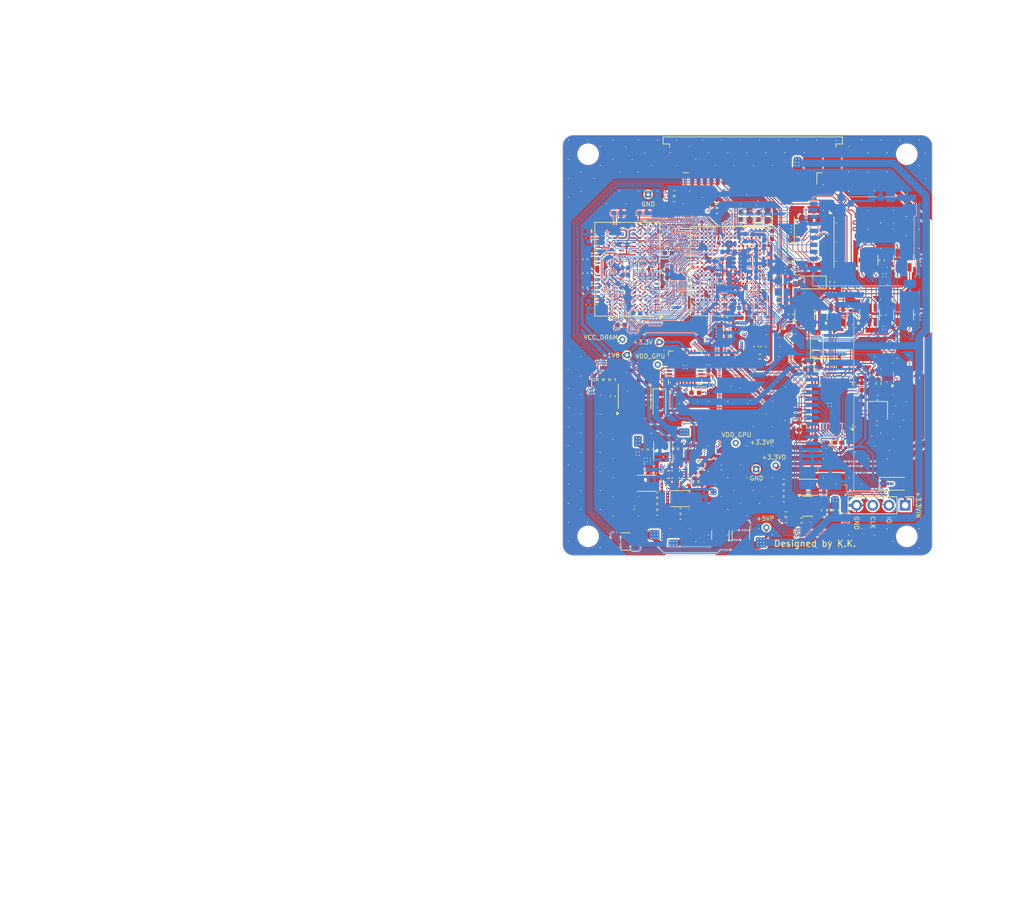
<source format=kicad_pcb>
(kicad_pcb (version 20241229) (generator "pcbnew") (generator_version "9.0")
  (layers (0 "F.Cu" signal) (4 "In1.Cu" signal) (6 "In2.Cu" signal) (2 "B.Cu" signal) (13 "F.Paste" user) (15 "B.Paste" user) (5 "F.SilkS" user "F.Silkscreen") (7 "B.SilkS" user "B.Silkscreen") (1 "F.Mask" user) (3 "B.Mask" user) (25 "Edge.Cuts" user))
  (net 0 "")
  (net 1 "VCC_DRAM")
  (net 2 "GND")
  (net 3 "+1V8")
  (net 4 "+5VP")
  (net 5 "/POWER/VDD_CPU")
  (net 6 "/POWER/VDD_GPU")
  (net 7 "+3.3V")
  (net 8 "+3.3VD")
  (net 9 "Net-(U5-PH0)")
  (net 10 "/DRAM/SCKP")
  (net 11 "/DRAM/SCKN")
  (net 12 "Net-(U5-PH1)")
  (net 13 "Net-(U1C-DXLDO_OUT)")
  (net 14 "AP_RESET")
  (net 15 "Net-(U1C-AC_VRA1)")
  (net 16 "Net-(U1C-AC_AVCC)")
  (net 17 "Net-(U1C-VRA2)")
  (net 18 "Net-(U1C-VRA1)")
  (net 19 "/IO2/SOC_XIN")
  (net 20 "/IO2/SOC_XOUT")
  (net 21 "Net-(D1-A)")
  (net 22 "Net-(D2-A)")
  (net 23 "/IO1/SDC0_D2")
  (net 24 "/IO1/SDC0_D3")
  (net 25 "/IO1/SDC0_CMD")
  (net 26 "/IO1/SD_VDD")
  (net 27 "/IO1/SDC0_D0")
  (net 28 "/IO1/SDC0_D1")
  (net 29 "/IO1/SDC0_DET")
  (net 30 "Net-(U14-LX)")
  (net 31 "Net-(U14-BST)")
  (net 32 "Net-(U14-FB)")
  (net 33 "Net-(D5-K)")
  (net 34 "Net-(U1A-SZQ)")
  (net 35 "/MOSI")
  (net 36 "/DC")
  (net 37 "/TP_INT")
  (net 38 "/CS")
  (net 39 "Net-(U1B-PC12)")
  (net 40 "Net-(U1B-PC13)")
  (net 41 "/IO1/SDC0_CLK")
  (net 42 "PMU_SCK")
  (net 43 "PMU_SDA")
  (net 44 "/IO1/RXC")
  (net 45 "/IO1/RXCTL")
  (net 46 "/IO1/RXD0")
  (net 47 "/IO1/RXD1")
  (net 48 "/IO1/RXD2")
  (net 49 "/IO1/RXD3")
  (net 50 "/IO1/TXC")
  (net 51 "/IO1/TXCTL")
  (net 52 "/IO1/TXD0")
  (net 53 "/IO1/TXD1")
  (net 54 "/IO1/TXD2")
  (net 55 "/IO1/TXD3")
  (net 56 "/IO1/CLK125")
  (net 57 "/IO1/MDIO")
  (net 58 "Net-(U1C-REXT)")
  (net 59 "Net-(U4-VDD)")
  (net 60 "Net-(U4-~{RST})")
  (net 70 "/TP_RST")
  (net 82 "/TP_SCL")
  (net 84 "/CLK")
  (net 85 "/TP_SDA")
  (net 102 "/PWM")
  (net 103 "/RESET")
  (net 107 "Net-(U1B-PC3)")
  (net 109 "/MCU_D-")
  (net 112 "Net-(U5-PA11)")
  (net 113 "/MCU_D+")
  (net 116 "/POWER/RTCLDO")
  (net 120 "/POWER/VDD_GPUFB")
  (net 129 "Net-(U5-PA12)")
  (net 130 "Net-(U5-PA0)")
  (net 135 "/IO2/TV_OUT")
  (net 137 "/MCU/+3V3IN")
  (net 139 "/IO1/MDC")
  (net 140 "/POWER/VDD_CPUFB")
  (net 142 "Net-(U14-EN)")
  (net 143 "/IO1/RESET")
  (net 144 "/IO1/UART5_TX")
  (net 145 "/IO1/SPI1_MOSI")
  (net 146 "/DRAM/SDQ26")
  (net 147 "/DRAM/SDQM3")
  (net 148 "/DRAM/SCS1")
  (net 149 "/DRAM/SDQ25")
  (net 150 "/DRAM/SDQ27")
  (net 151 "/DRAM/SDQ28")
  (net 152 "/DRAM/SDQ30")
  (net 153 "/DRAM/SCKE1")
  (net 154 "/DRAM/SA0")
  (net 155 "/DRAM/SCS0")
  (net 156 "/DRAM/SDQS0N")
  (net 157 "/DRAM/SDQS0P")
  (net 158 "/DRAM/SDQM1")
  (net 159 "/DRAM/SDQ24")
  (net 160 "/DRAM/SDQ31")
  (net 161 "/DRAM/SA1")
  (net 162 "/DRAM/SA3")
  (net 163 "/DRAM/SA5")
  (net 164 "/DRAM/SDQ23")
  (net 165 "/DRAM/SDQ20")
  (net 166 "/DRAM/SDQ22")
  (net 167 "/DRAM/SDQM2")
  (net 168 "/DRAM/SDQ16")
  (net 169 "/DRAM/SDQ18")
  (net 170 "/DRAM/SA2")
  (net 171 "/DRAM/SDQM0")
  (net 172 "/DRAM/SDQS1P")
  (net 173 "/DRAM/SDQ21")
  (net 174 "/DRAM/SDQS2N")
  (net 175 "/DRAM/SDQ19")
  (net 176 "/DRAM/SDQS3N")
  (net 177 "/DRAM/SDQ29")
  (net 178 "/DRAM/SDQ17")
  (net 179 "/DRAM/SA4")
  (net 180 "/DRAM/SRST")
  (net 181 "/DRAM/SDQS1N")
  (net 182 "/DRAM/SDQS2P")
  (net 183 "/DRAM/SDQS3P")
  (net 184 "/DRAM/SCKE0")
  (net 198 "Net-(U3-PWROK)")
  (net 200 "/IO1/CS")
  (net 201 "/IO1/UART5_RX")
  (net 202 "Net-(U5-NRST)")
  (net 203 "Net-(U1B-PH1)")
  (net 204 "/MCU/IO")
  (net 205 "/IO1/DC")
  (net 206 "Net-(U12-1A)")
  (net 207 "/MCU/CLK")
  (net 210 "/IO1/SPI1_CLK")
  (net 211 "/IO1/DBG_TX1")
  (net 212 "/MCU/PB8")
  (net 213 "/IO1/DBG_RX1")
  (net 214 "/IO1/DBG_TX2")
  (net 215 "/MCU/RESET")
  (net 216 "/MCU/SPI1_MOSI")
  (net 218 "/MCU/CS")
  (net 219 "/IO1/DBG_RX2")
  (net 220 "/MCU/DC")
  (net 221 "/MCU/I2C1_SCL")
  (net 222 "/MCU/MCU_SOC_SLCT")
  (net 224 "/MCU/PB9")
  (net 225 "/MCU/SPI1_CLK")
  (net 226 "Net-(U5-BOOT0)")
  (net 228 "Net-(U5-VCAP1)")
  (net 230 "/MCU/I2C1_SDA")
  (net 231 "/AUX_D-")
  (net 232 "/32R_SW")
  (net 233 "/CODEC_D-")
  (net 234 "/PSU_SW")
  (net 235 "/N_CHRG")
  (net 236 "/DBG_D-")
  (net 237 "/AGC_SW")
  (net 238 "/CENTER_KEY")
  (net 239 "/AUX_D+")
  (net 240 "+MCU_VBAT")
  (net 241 "/CODEC_D+")
  (net 242 "/RIGHT_KEY")
  (net 243 "/LEFT_KEY")
  (net 244 "/DBG_D+")
  (net 245 "/POWER_KEY")
  (net 251 "/IO2/USB3_D+")
  (net 252 "/IO2/USB3_D-")
  (net 253 "Net-(D3-K)")
  (net 254 "Net-(U3-PWRON)")
  (net 255 "Net-(U3-GPO)")
  (net 256 "Net-(U3-LX1)")
  (net 257 "Net-(U3-LX2)")
  (net 258 "Net-(U3-LX3)")
  (net 259 "Net-(U2A-ODT_CA_A)")
  (net 260 "Net-(U2B-ODT_CA_B)")
  (net 261 "Net-(U2B-ZQ1)")
  (net 262 "Net-(U2B-ZQ0)")
  (net 263 "PMU_IRQ")
  (net 264 "Net-(U1B-PC9)")
  (net 266 "/DRAM/SDQ11")
  (net 267 "/DRAM/SDQ14")
  (net 269 "/DRAM/SDQ7")
  (net 271 "/DRAM/SDQ13")
  (net 272 "/DRAM/SDQ6")
  (net 274 "/DRAM/SDQ2")
  (net 277 "/DRAM/SDQ12")
  (net 282 "/DRAM/SDQ3")
  (net 283 "/DRAM/SDQ8")
  (net 285 "/DRAM/SDQ15")
  (net 287 "/DRAM/SDQ9")
  (net 289 "/DRAM/SDQ5")
  (net 291 "/DRAM/SDQ10")
  (net 293 "/DRAM/SDQ4")
  (net 297 "/DRAM/SDQ1")
  (net 298 "/DRAM/SDQ0")
  (net 317 "Net-(J5-CLK)")
  (footprint "Capacitor_SMD:C_0402_1005Metric_Pad0.74x0.62mm_HandSolder" (layer "F.Cu") (at 151.48 102.19 -90)
    (property "Reference" "C64" (hide yes))
    (property "Value" "100n")
  )
  (footprint "Capacitor_SMD:C_0402_1005Metric_Pad0.74x0.62mm_HandSolder" (layer "F.Cu") (at 159 105.17 -90)
    (property "Reference" "C95" (hide yes))
    (property "Value" "2.2u")
  )
  (footprint "Capacitor_SMD:C_0402_1005Metric_Pad0.74x0.62mm_HandSolder" (layer "F.Cu") (at 175.67 97.19 90)
    (property "Reference" "C72" (hide yes))
    (property "Value" "2.2u")
  )
  (footprint "Capacitor_SMD:C_0402_1005Metric_Pad0.74x0.62mm_HandSolder" (layer "F.Cu") (at 138.48 128 180)
    (property "Reference" "C33" (hide yes))
    (property "Value" "10u")
  )
  (footprint "Capacitor_SMD:C_0402_1005Metric_Pad0.74x0.62mm_HandSolder" (layer "F.Cu") (at 155.69 92.07 90)
    (property "Reference" "C51" (hide yes))
    (property "Value" "10u")
  )
  (footprint "Resistor_SMD:R_0402_1005Metric_Pad0.72x0.64mm_HandSolder" (layer "F.Cu") (at 147.93 81.6125 -90)
    (property "Reference" "R15" (hide yes))
    (property "Value" "2k")
  )
  (footprint "Capacitor_SMD:C_0402_1005Metric_Pad0.74x0.62mm_HandSolder" (layer "F.Cu") (at 154.69 125.27)
    (property "Reference" "C82" (hide yes))
    (property "Value" "10u")
  )
  (footprint "MountingHole:MountingHole_3.2mm_M3_DIN965" (layer "F.Cu") (at 124 132)
    (property "Reference" "H3" (hide yes))
    (property "Value" "MountingHole")
  )
  (footprint "projectlib:H616_TFBGA284" (layer "F.Cu") (at 146.09 90.365 -90)
    (property "Reference" "U1")
    (property "Value" "H616")
  )
  (footprint "Package_TO_SOT_SMD:SOT-23-5" (layer "F.Cu") (at 173.4875 107.04 90)
    (property "Reference" "U13" (hide yes))
    (property "Value" "74LVC1G08")
  )
  (footprint "Capacitor_SMD:C_0402_1005Metric_Pad0.74x0.62mm_HandSolder" (layer "F.Cu") (at 166.95 108.47 -90)
    (property "Reference" "C88" (hide yes))
    (property "Value" "2.2u")
  )
  (footprint "Resistor_SMD:R_0402_1005Metric_Pad0.72x0.64mm_HandSolder" (layer "F.Cu") (at 166.96 110.6925 90)
    (property "Reference" "R29" (hide yes))
    (property "Value" "10k")
  )
  (footprint "Diode_SMD:D_SOD-123" (layer "F.Cu") (at 158.9975 92.13 180)
    (property "Reference" "D4" (hide yes))
    (property "Value" "MBR0520")
  )
  (footprint "TestPoint:TestPoint_THTPad_D1.0mm_Drill0.5mm" (layer "F.Cu") (at 134.92 105.03)
    (property "Reference" "TP3" (hide yes))
    (property "Value" "TestPoint")
  )
  (footprint "TestPoint:TestPoint_THTPad_D1.0mm_Drill0.5mm" (layer "F.Cu") (at 130.07 103.54)
    (property "Reference" "TP7" (hide yes))
    (property "Value" "TestPoint")
  )
  (footprint "MountingHole:MountingHole_3.2mm_M3_DIN965" (layer "F.Cu") (at 174 72)
    (property "Reference" "H2" (hide yes))
    (property "Value" "MountingHole")
  )
  (footprint "Package_TO_SOT_SMD:SOT-23-6" (layer "F.Cu") (at 158.45 127.2775)
    (property "Reference" "U14" (hide yes))
    (property "Value" "MT2492")
  )
  (footprint "Capacitor_SMD:C_0402_1005Metric_Pad0.74x0.62mm_HandSolder" (layer "F.Cu") (at 162.28 92.07 -90)
    (property "Reference" "C65" (hide yes))
    (property "Value" "10u")
  )
  (footprint "Capacitor_SMD:C_0402_1005Metric_Pad0.74x0.62mm_HandSolder" (layer "F.Cu") (at 123.54 88.48 -90)
    (property "Reference" "C8" (hide yes))
    (property "Value" "2.2u")
  )
  (footprint "Resistor_SMD:R_0402_1005Metric_Pad0.72x0.64mm_HandSolder" (layer "F.Cu") (at 144.21 79.96)
    (property "Reference" "R14" (hide yes))
    (property "Value" "2k")
  )
  (footprint "Capacitor_SMD:C_1210_3225Metric_Pad1.33x2.70mm_HandSolder" (layer "F.Cu") (at 144.75 131.8 -90)
    (property "Reference" "C66" (hide yes))
    (property "Value" "47u")
  )
  (footprint "MountingHole:MountingHole_3.2mm_M3_DIN965" (layer "F.Cu") (at 124 72)
    (property "Reference" "H1" (hide yes))
    (property "Value" "MountingHole")
  )
  (footprint "Inductor_SMD:L_Changjiang_FNR252010S" (layer "F.Cu") (at 135.55 118.605 90)
    (property "Reference" "L1" (hide yes))
    (property "Value" "1,5uH")
  )
  (footprint "Package_TO_SOT_SMD:SOT-23-6" (layer "F.Cu") (at 157.9875 97.17 90)
    (property "Reference" "U12" (hide yes))
    (property "Value" "SN74LVC2G17DBVR")
  )
  (footprint "Capacitor_SMD:C_1210_3225Metric_Pad1.33x2.70mm_HandSolder" (layer "F.Cu") (at 147.97 131.8 -90)
    (property "Reference" "C67" (hide yes))
    (property "Value" "47u")
  )
  (footprint "Capacitor_SMD:C_0402_1005Metric_Pad0.74x0.62mm_HandSolder" (layer "F.Cu") (at 161.96 127.87 90)
    (property "Reference" "C86" (hide yes))
    (property "Value" "10u")
  )
  (footprint "Capacitor_SMD:C_0402_1005Metric_Pad0.74x0.62mm_HandSolder" (layer "F.Cu") (at 154.69 124.33)
    (property "Reference" "C83" (hide yes))
    (property "Value" "10u")
  )
  (footprint "Capacitor_SMD:C_0402_1005Metric_Pad0.74x0.62mm_HandSolder" (layer "F.Cu") (at 170.09 88.68 90)
    (property "Reference" "C73" (hide yes))
    (property "Value" "2.2u")
  )
  (footprint "Package_TO_SOT_SMD:SOT-23-6" (layer "F.Cu") (at 167.91 88.6325 90)
    (property "Reference" "U8" (hide yes))
    (property "Value" "~")
  )
  (footprint "LED_SMD:LED_0603_1608Metric_Pad1.05x0.95mm_HandSolder" (layer "F.Cu") (at 152.18 81.535 90)
    (property "Reference" "D2" (hide yes))
    (property "Value" "LED")
  )
  (footprint "TestPoint:TestPoint_THTPad_D1.0mm_Drill0.5mm" (layer "F.Cu") (at 151.97 130.61)
    (property "Reference" "TP8" (hide yes))
    (property "Value" "TestPoint")
  )
  (footprint "Capacitor_SMD:C_0402_1005Metric_Pad0.74x0.62mm_HandSolder" (layer "F.Cu") (at 123.52 92.88 -90)
    (property "Reference" "C6" (hide yes))
    (property "Value" "2.2u")
  )
  (footprint "Diode_SMD:D_SOD-123" (layer "F.Cu") (at 159.88 101.66 90)
    (property "Reference" "D5" (hide yes))
    (property "Value" "MBR0520")
  )
  (footprint "Resistor_SMD:R_0402_1005Metric_Pad0.72x0.64mm_HandSolder" (layer "F.Cu") (at 156.44 112.0925 180)
    (property "Reference" "R10" (hide yes))
    (property "Value" "33R")
  )
  (footprint "TestPoint:TestPoint_THTPad_D1.0mm_Drill0.5mm" (layer "F.Cu") (at 147.16 117.34)
    (property "Reference" "TP2" (hide yes))
    (property "Value" "TestPoint")
  )
  (footprint "Diode_SMD:D_SOD-123" (layer "F.Cu") (at 161.84 105.1425)
    (property "Reference" "D6" (hide yes))
    (property "Value" "MBR0520")
  )
  (footprint "Capacitor_SMD:C_0402_1005Metric_Pad0.74x0.62mm_HandSolder" (layer "F.Cu") (at 133.82 118.35 -90)
    (property "Reference" "C35" (hide yes))
    (property "Value" "10u")
  )
  (footprint "Package_TO_SOT_SMD:SOT-23-6" (layer "F.Cu") (at 163.0575 97.22 90)
    (property "Reference" "U11" (hide yes))
    (property "Value" "~")
  )
  (footprint "Resistor_SMD:R_0402_1005Metric_Pad0.72x0.64mm_HandSolder" (layer "F.Cu") (at 141.3 123.89)
    (property "Reference" "R7" (hide yes))
    (property "Value" "2k")
  )
  (footprint "Package_SO:SOIC-8_3.9x4.9mm_P1.27mm" (layer "F.Cu") (at 131.285 110 90)
    (property "Reference" "U17" (hide yes))
    (property "Value" "M24C02-FMN")
  )
  (footprint "Resistor_SMD:R_0402_1005Metric_Pad0.72x0.64mm_HandSolder" (layer "F.Cu") (at 137.51 79.07 180)
    (property "Reference" "R36" (hide yes))
    (property "Value" "0R")
  )
  (footprint "Capacitor_SMD:C_0402_1005Metric_Pad0.74x0.62mm_HandSolder" (layer "F.Cu") (at 150.39 102.1925 -90)
    (property "Reference" "C57" (hide yes))
    (property "Value" "2.2u")
  )
  (footprint "Inductor_SMD:L_Changjiang_FNR252010S" (layer "F.Cu") (at 138.43 126.07)
    (property "Reference" "L4" (hide yes))
    (property "Value" "1,5uH")
  )
  (footprint "Capacitor_SMD:C_0402_1005Metric_Pad0.74x0.62mm_HandSolder" (layer "F.Cu") (at 155.8175 97.1575 90)
    (property "Reference" "C75" (hide yes))
    (property "Value" "2.2u")
  )
  (footprint "Package_TO_SOT_SMD:SOT-23-6" (layer "F.Cu") (at 173.5 88.6125 90)
    (property "Reference" "U7" (hide yes))
    (property "Value" "~")
  )
  (footprint "Capacitor_SMD:C_0402_1005Metric_Pad0.74x0.62mm_HandSolder" (layer "F.Cu") (at 132.8325 121.92 180)
    (property "Reference" "C38" (hide yes))
    (property "Value" "10u")
  )
  (footprint "LED_SMD:LED_0603_1608Metric_Pad1.05x0.95mm_HandSolder" (layer "F.Cu") (at 149.34 81.515 90)
    (property "Reference" "D1" (hide yes))
    (property "Value" "LED")
  )
  (footprint "Resistor_SMD:R_0402_1005Metric_Pad0.72x0.64mm_HandSolder" (layer "F.Cu") (at 152.86 84.6875 -90)
    (property "Reference" "R26" (hide yes))
    (property "Value" "10k")
  )
  (footprint "Resistor_SMD:R_0402_1005Metric_Pad0.72x0.64mm_HandSolder" (layer "F.Cu") (at 124.94 107.39 -90)
    (property "Reference" "R33" (hide yes))
    (property "Value" "0R")
  )
  (footprint "Package_TO_SOT_SMD:SOT-23-6" (layer "F.Cu") (at 173.5 97.2025 90)
    (property "Reference" "U9" (hide yes))
    (property "Value" "~")
  )
  (footprint "Capacitor_SMD:C_0402_1005Metric_Pad0.74x0.62mm_HandSolder" (layer "F.Cu") (at 134.85 125.47 180)
    (property "Reference" "C29" (hide yes))
    (property "Value" "10u")
  )
  (footprint "Resistor_SMD:R_0402_1005Metric_Pad0.72x0.64mm_HandSolder" (layer "F.Cu") (at 155.7 88.98 -90)
    (property "Reference" "R12" (hide yes))
    (property "Value" "10k")
  )
  (footprint "Capacitor_SMD:C_0402_1005Metric_Pad0.74x0.62mm_HandSolder" (layer "F.Cu") (at 175.69 88.63 90)
    (property "Reference" "C74" (hide yes))
    (property "Value" "2.2u")
  )
  (footprint "Capacitor_SMD:C_1210_3225Metric_Pad1.33x2.70mm_HandSolder" (layer "F.Cu") (at 129.86 132.81)
    (property "Reference" "C69" (hide yes))
    (property "Value" "47u")
  )
  (footprint "Capacitor_SMD:C_0402_1005Metric_Pad0.74x0.62mm_HandSolder" (layer "F.Cu") (at 134.85 126.41 180)
    (property "Reference" "C31" (hide yes))
    (property "Value" "10u")
  )
  (footprint "Resistor_SMD:R_0402_1005Metric_Pad0.72x0.64mm_HandSolder" (layer "F.Cu") (at 137.5075 78.11 180)
    (property "Reference" "R35" (hide yes))
    (property "Value" "0R")
  )
  (footprint "Capacitor_SMD:C_0402_1005Metric_Pad0.74x0.62mm_HandSolder" (layer "F.Cu") (at 165.24 97.2325 90)
    (property "Reference" "C70" (hide yes))
    (property "Value" "2.2u")
  )
  (footprint "Resistor_SMD:R_0402_1005Metric_Pad0.72x0.64mm_HandSolder" (layer "F.Cu") (at 155.03 128.51)
    (property "Reference" "R27" (hide yes))
    (property "Value" "100k")
  )
  (footprint "Capacitor_SMD:C_0402_1005Metric_Pad0.74x0.62mm_HandSolder" (layer "F.Cu") (at 142.87 106.54 90)
    (property "Reference" "C68" (hide yes))
    (property "Value" "2.2u")
  )
  (footprint "Connector_PinHeader_2.54mm:PinHeader_1x04_P2.54mm_Vertical" (layer "F.Cu") (at 173.74 127.12 -90)
    (property "Reference" "J4" (hide yes))
    (property "Value" "Conn_01x04_Pin")
  )
  (footprint "Capacitor_SMD:C_0402_1005Metric_Pad0.74x0.62mm_HandSolder" (layer "F.Cu") (at 140.47 118.2175 -90)
    (property "Reference" "C18" (hide yes))
    (property "Value" "10u")
  )
  (footprint "Resistor_SMD:R_0402_1005Metric_Pad0.72x0.64mm_HandSolder" (layer "F.Cu") (at 141.28 120.78)
    (property "Reference" "R37" (hide yes))
    (property "Value" "33R")
  )
  (footprint "Capacitor_SMD:C_0402_1005Metric_Pad0.74x0.62mm_HandSolder" (layer "F.Cu") (at 161 125.65 90)
    (property "Reference" "C80" (hide yes))
    (property "Value" "100n")
  )
  (footprint "Package_DFN_QFN:QFN-20-1EP_3x3mm_P0.4mm_EP1.65x1.65mm_ThermalVias" (layer "F.Cu") (at 137.75 122.29 90)
    (property "Reference" "U3" (hide yes))
    (property "Value" "~")
  )
  (footprint "Inductor_SMD:L_Changjiang_FNR252010S" (layer "F.Cu") (at 133.17 123.66 180)
    (property "Reference" "L3" (hide yes))
    (property "Value" "1,5uH")
  )
  (footprint "TestPoint:TestPoint_THTPad_D1.0mm_Drill0.5mm" (layer "F.Cu") (at 153.41 120.86)
    (property "Reference" "TP11" (hide yes))
    (property "Value" "TestPoint")
  )
  (footprint "Capacitor_SMD:C_0402_1005Metric_Pad0.74x0.62mm_HandSolder" (layer "F.Cu") (at 158.06 105.17 -90)
    (property "Reference" "C87" (hide yes))
    (property "Value" "2.2u")
  )
  (footprint "Capacitor_SMD:C_0402_1005Metric_Pad0.74x0.62mm_HandSolder" (layer "F.Cu") (at 169.41 110.23)
    (property "Reference" "C78" (hide yes))
    (property "Value" "18p")
  )
  (footprint "Resistor_SMD:R_0402_1005Metric_Pad0.72x0.64mm_HandSolder" (layer "F.Cu") (at 126.87 107.39 -90)
    (property "Reference" "R31" (hide yes))
    (property "Value" "10k")
  )
  (footprint "Resistor_SMD:R_0402_1005Metric_Pad0.72x0.64mm_HandSolder" (layer "F.Cu") (at 138.56 118.23 -90)
    (property "Reference" "R38" (hide yes))
    (property "Value" "33R")
  )
  (footprint "Capacitor_SMD:C_0402_1005Metric_Pad0.74x0.62mm_HandSolder" (layer "F.Cu") (at 134.85 127.36)
    (property "Reference" "C27" (hide yes))
    (property "Value" "10u")
  )
  (footprint "Capacitor_SMD:C_0402_1005Metric_Pad0.74x0.62mm_HandSolder" (layer "F.Cu") (at 175.65 107.12 90)
    (property "Reference" "C76" (hide yes))
    (property "Value" "2.2u")
  )
  (footprint "Capacitor_SMD:C_0402_1005Metric_Pad0.74x0.62mm_HandSolder" (layer "F.Cu") (at 164.34 117.29)
    (property "Reference" "C90" (hide yes))
    (property "Value" "2.2u")
  )
  (footprint "Capacitor_SMD:C_0402_1005Metric_Pad0.74x0.62mm_HandSolder" (layer "F.Cu") (at 157.04 114.69 90)
    (property "Reference" "C89" (hide yes))
    (property "Value" "2.2u")
  )
  (footprint "Capacitor_SMD:C_0402_1005Metric_Pad0.74x0.62mm_HandSolder" (layer "F.Cu") (at 149.62 98.7525 -90)
    (property "Reference" "C56" (hide yes))
    (property "Value" "2.2u")
  )
  (footprint "Package_BGA:BGA-200_10.0x14.5mm_Layout12x22_P0.80x0.65mm" (layer "F.Cu") (at 130.15 90.055 180)
    (property "Reference" "U2" (hide yes))
    (property "Value" "IS43LQ32256A-062BLI")
  )
  (footprint "Resistor_SMD:R_0402_1005Metric_Pad0.72x0.64mm_HandSolder" (layer "F.Cu") (at 161.01 127.89 -90)
    (property "Reference" "R24" (hide yes))
    (property "Value" "100k")
  )
  (footprint "Resistor_SMD:R_0402_1005Metric_Pad0.72x0.64mm_HandSolder" (layer "F.Cu") (at 168.61 106.72 90)
    (property "Reference" "R22" (hide yes))
    (property "Value" "10k")
  )
  (footprint "TestPoint:TestPoint_THTPad_D1.0mm_Drill0.5mm" (layer "F.Cu") (at 133.42 78.31)
    (property "Reference" "TP10" (hide yes))
    (property "Value" "TestPoint")
  )
  (footprint "TestPoint:TestPoint_THTPad_D1.0mm_Drill0.5mm" (layer "F.Cu") (at 135.19 101.5)
    (property "Reference" "TP5" (hide yes))
    (property "Value" "TestPoint")
  )
  (footprint "Diode_SMD:D_SOD-123" (layer "F.Cu") (at 135.18 111.2 -90)
    (property "Reference" "D3" (hide yes))
    (property "Value" "MBR0520")
  )
  (footprint "Capacitor_SMD:C_0402_1005Metric_Pad0.74x0.62mm_HandSolder" (layer "F.Cu") (at 137.6 118.24 -90)
    (property "Reference" "C21" (hide yes))
    (property "Value" "2.2u")
  )
  (footprint "Capacitor_SMD:C_0402_1005Metric_Pad0.74x0.62mm_HandSolder" (layer "F.Cu") (at 162.89 127.87 90)
    (property "Reference" "C79" (hide yes))
    (property "Value" "10u")
  )
  (footprint "Package_TO_SOT_SMD:SOT-23-6" (layer "F.Cu") (at 168.14 97.2225 90)
    (property "Reference" "U10" (hide yes))
    (property "Value" "~")
  )
  (footprint "TestPoint:TestPoint_THTPad_D1.0mm_Drill0.5mm" (layer "F.Cu") (at 129.36 101.09)
    (property "Reference" "TP4" (hide yes))
    (property "Value" "TestPoint")
  )
  (footprint "Resistor_SMD:R_0402_1005Metric_Pad0.72x0.64mm_HandSolder" (layer "F.Cu") (at 129.17 98.81 180)
    (property "Reference" "R5" (hide yes))
    (property "Value" "240R")
  )
  (footprint "Capacitor_SMD:C_0402_1005Metric_Pad0.74x0.62mm_HandSolder" (layer "F.Cu") (at 134.84 128.3 180)
    (property "Reference" "C32" (hide yes))
    (property "Value" "10u")
  )
  (footprint "Capacitor_SMD:C_0402_1005Metric_Pad0.74x0.62mm_HandSolder" (layer "F.Cu") (at 127.86 110.01 90)
    (property "Reference" "C94" (hide yes))
    (property "Value" "2.2u")
  )
  (footprint "Resistor_SMD:R_0402_1005Metric_Pad0.72x0.64mm_HandSolder" (layer "F.Cu") (at 156.44 113.05 180)
    (property "Reference" "R21" (hide yes))
    (property "Value" "33R")
  )
  (footprint "Capacitor_SMD:C_0402_1005Metric_Pad0.74x0.62mm_HandSolder" (layer "F.Cu") (at 132.8325 120.96)
    (property "Reference" "C37" (hide yes))
    (property "Value" "10u")
  )
  (footprint "Capacitor_SMD:C_0402_1005Metric_Pad0.74x0.62mm_HandSolder" (layer "F.Cu") (at 138.48 128.94 180)
    (property "Reference" "C39" (hide yes))
    (property "Value" "10u")
  )
  (footprint "Connector_FFC-FPC:TE_2-84952-0_1x20-1MP_P1.0mm_Horizontal" (layer "F.Cu") (at 149.83 74 180)
    (property "Reference" "J3" (hide yes))
    (property "Value" "Conn_01x20_MountingPin")
  )
  (footprint "Package_DFN_QFN:QFN-48-1EP_7x7mm_P0.5mm_EP5.6x5.6mm" (layer "F.Cu") (at 161.9 111.36 180)
    (property "Reference" "U5" (hide yes))
    (property "Value" "STM32F411CEUx")
  )
  (footprint "Package_DFN_QFN:QFN-28-1EP_5x5mm_P0.5mm_EP3.35x3.35mm" (layer "F.Cu") (at 139.22 105.52 90)
    (property "Reference" "U4" (hide yes))
    (property "Value" "CP2102N-Axx-xQFN28")
  )
  (footprint "Resistor_SMD:R_0402_1005Metric_Pad0.72x0.64mm_HandSolder" (layer "F.Cu") (at 140.8125 109.44)
    (property "Reference" "R25" (hide yes))
    (property "Value" "10k")
  )
  (footprint "Resistor_SMD:R_0402_1005Metric_Pad0.72x0.64mm_HandSolder" (layer "F.Cu") (at 125.91 107.39 -90)
    (property "Reference" "R34" (hide yes))
    (property "Value" "0R")
  )
  (footprint "Resistor_SMD:R_0402_1005Metric_Pad0.72x0.64mm_HandSolder" (layer "F.Cu") (at 127.86 107.39 -90)
    (property "Reference" "R32" (hide yes))
    (property "Value" "10k")
  )
  (footprint "Capacitor_SMD:C_0402_1005Metric_Pad0.74x0.62mm_HandSolder" (layer "F.Cu") (at 154.69 126.21)
    (property "Reference" "C81" (hide yes))
    (property "Value" "10u")
  )
  (footprint "Resistor_SMD:R_0402_1005Metric_Pad0.72x0.64mm_HandSolder" (layer "F.Cu") (at 169.57 108.01 90)
    (property "Reference" "R23" (hide yes))
    (property "Value" "10k")
  )
  (footprint "Capacitor_SMD:C_0402_1005Metric_Pad0.74x0.62mm_HandSolder" (layer "F.Cu") (at 123.54 90.66 -90)
    (property "Reference" "C9" (hide yes))
    (property "Value" "2.2u")
  )
  (footprint "Resistor_SMD:R_0402_1005Metric_Pad0.72x0.64mm_HandSolder" (layer "F.Cu") (at 150.75 81.6525 -90)
    (property "Reference" "R16" (hide yes))
    (property "Value" "2k")
  )
  (footprint "Diode_SMD:D_SOD-123" (layer "F.Cu") (at 172.03 123.74)
    (property "Reference" "D7" (hide yes))
    (property "Value" "MBR0520")
  )
  (footprint "Resistor_SMD:R_0402_1005Metric_Pad0.72x0.64mm_HandSolder" (layer "F.Cu") (at 162.14 117.28)
    (property "Reference" "R30" (hide yes))
    (property "Value" "10k")
  )
  (footprint "Resistor_SMD:R_0402_1005Metric_Pad0.72x0.64mm_HandSolder" (layer "F.Cu") (at 136.39 90.78 90)
    (property "Reference" "R1" (hide yes))
    (property "Value" "100k")
  )
  (footprint "Capacitor_SMD:C_0402_1005Metric_Pad0.74x0.62mm_HandSolder" (layer "F.Cu") (at 169.32 114.21 180)
    (property "Reference" "C77" (hide yes))
    (property "Value" "18p")
  )
  (footprint "Capacitor_SMD:C_0402_1005Metric_Pad0.74x0.62mm_HandSolder" (layer "F.Cu") (at 155.0575 129.47 180)
    (property "Reference" "C85" (hide yes))
    (property "Value" "18p")
  )
  (footprint "Capacitor_SMD:C_0402_1005Metric_Pad0.74x0.62mm_HandSolder" (layer "F.Cu") (at 141.27 121.97 180)
    (property "Reference" "C22" (hide yes))
    (property "Value" "2.2u")
  )
  (footprint "Capacitor_SMD:C_0402_1005Metric_Pad0.74x0.62mm_HandSolder" (layer "F.Cu") (at 141.29 122.91 180)
    (property "Reference" "C17" (hide yes))
    (property "Value" "2.2u")
  )
  (footprint "Resistor_SMD:R_0402_1005Metric_Pad0.72x0.64mm_HandSolder" (layer "F.Cu") (at 144.2175 80.9 180)
    (property "Reference" "R13" (hide yes))
    (property "Value" "10k")
  )
  (footprint "Capacitor_SMD:C_0402_1005Metric_Pad0.74x0.62mm_HandSolder" (layer "F.Cu") (at 154.69 123.39)
    (property "Reference" "C84" (hide yes))
    (property "Value" "10u")
  )
  (footprint "Resistor_SMD:R_0402_1005Metric_Pad0.72x0.64mm_HandSolder" (layer "F.Cu") (at 150.9375 103.77)
    (property "Reference" "R20" (hide yes))
    (property "Value" "10k")
  )
  (footprint "Resistor_SMD:R_0402_1005Metric_Pad0.72x0.64mm_HandSolder" (layer "F.Cu") (at 136.61 87.5)
    (property "Reference" "R2" (hide yes))
    (property "Value" "100k")
  )
  (footprint "Capacitor_SMD:C_0402_1005Metric_Pad0.74x0.62mm_HandSolder" (layer "F.Cu") (at 132.88 118.35 -90)
    (property "Reference" "C36" (hide yes))
    (property "Value" "10u")
  )
  (footprint "Crystal:Crystal_SMD_2520-4Pin_2.5x2.0mm" (layer "F.Cu") (at 169.335 112.22 180)
    (property "Reference" "Y2" (hide yes))
    (property "Value" "24MHz")
  )
  (footprint "MountingHole:MountingHole_3.2mm_M3_DIN965" (layer "F.Cu") (at 174 132)
    (property "Reference" "H4" (hide yes))
    (property "Value" "MountingHole")
  )
  (footprint "Inductor_SMD:L_Changjiang_FNR252010S" (layer "F.Cu") (at 158.54 124.27 180)
    (property "Reference" "L7" (hide yes))
    (property "Value" "1,5uH")
  )
  (footprint "Resistor_SMD:R_0402_1005Metric_Pad0.72x0.64mm_HandSolder" (layer "F.Cu") (at 157.49 129.5)
    (property "Reference" "R28" (hide yes))
    (property "Value" "22k")
  )
  (footprint "Capacitor_SMD:C_0402_1005Metric_Pad0.74x0.62mm_HandSolder" (layer "F.Cu") (at 170.33 97.3025 90)
    (property "Reference" "C71" (hide yes))
    (property "Value" "2.2u")
  )
  (footprint "Package_LGA:LGA-8_8x6mm_P1.27mm" (layer "F.Cu") (at 159.46 85.8375 -90)
    (property "Reference" "U6" (hide yes))
    (property "Value" "MKDV1GCL-ABA")
  )
  (footprint "TestPoint:TestPoint_THTPad_D1.0mm_Drill0.5mm" (layer "F.Cu") (at 150.36 121.45)
    (property "Reference" "TP9" (hide yes))
    (property "Value" "TestPoint")
  )
  (footprint "Capacitor_SMD:C_0402_1005Metric_Pad0.74x0.62mm_HandSolder" (layer "F.Cu") (at 139.52 118.22 -90)
    (property "Reference" "C23" (hide yes))
    (property "Value" "10u")
  )
  (footprint "Resistor_SMD:R_0402_1005Metric_Pad0.72x0.64mm_HandSolder" (layer "B.Cu") (at 130.28 90.42 -90)
    (property "Reference" "R4" (hide yes))
    (property "Value" "100R")
  )
  (footprint "Capacitor_SMD:C_0402_1005Metric_Pad0.74x0.62mm_HandSolder" (layer "B.Cu") (at 148.64 85.0875 90)
    (property "Reference" "C52" (hide yes))
    (property "Value" "2.2u")
  )
  (footprint "Capacitor_SMD:C_0402_1005Metric_Pad0.74x0.62mm_HandSolder" (layer "B.Cu") (at 135.8 119.98)
    (property "Reference" "C15" (hide yes))
    (property "Value" "10u")
  )
  (footprint "Resistor_SMD:R_0402_1005Metric_Pad0.72x0.64mm_HandSolder" (layer "B.Cu") (at 144.7 92.4125 -90)
    (property "Reference" "R3" (hide yes))
    (property "Value" "240R")
  )
  (footprint "Resistor_SMD:R_0402_1005Metric_Pad0.72x0.64mm_HandSolder" (layer "B.Cu") (at 149.8375 96.98 180)
    (property "Reference" "R18" (hide yes))
    (property "Value" "2k")
  )
  (footprint "Resistor_SMD:R_0402_1005Metric_Pad0.72x0.64mm_HandSolder" (layer "B.Cu") (at 144.8725 94.36 180)
    (property "Reference" "R19" (hide yes))
    (property "Value" "150k")
  )
  (footprint "Capacitor_SMD:C_0402_1005Metric_Pad0.74x0.62mm_HandSolder" (layer "B.Cu") (at 156.53 92.81 90)
    (property "Reference" "C59" (hide yes))
    (property "Value" "18p")
  )
  (footprint "Capacitor_SMD:C_0402_1005Metric_Pad0.74x0.62mm_HandSolder" (layer "B.Cu") (at 146.77 99.4525 -90)
    (property "Reference" "C14" (hide yes))
    (property "Value" "2.2u")
  )
  (footprint "Resistor_SMD:R_0402_1005Metric_Pad0.72x0.64mm_HandSolder" (layer "B.Cu") (at 156.27 85.42 180)
    (property "Reference" "R11" (hide yes))
    (property "Value" "33R")
  )
  (footprint "Capacitor_SMD:C_0402_1005Metric_Pad0.74x0.62mm_HandSolder" (layer "B.Cu") (at 147.71 96.7375 -90)
    (property "Reference" "C55" (hide yes))
    (property "Value" "100n")
  )
  (footprint "Resistor_SMD:R_0402_1005Metric_Pad0.72x0.64mm_HandSolder" (layer "B.Cu") (at 131.58 96.99)
    (property "Reference" "R6" (hide yes))
    (property "Value" "240R")
  )
  (footprint "Capacitor_SMD:C_0402_1005Metric_Pad0.74x0.62mm_HandSolder" (layer "B.Cu") (at 149.8025 91.4 180)
    (property "Reference" "C48" (hide yes))
    (property "Value" "2.2u")
  )
  (footprint "Capacitor_SMD:C_0402_1005Metric_Pad0.74x0.62mm_HandSolder" (layer "B.Cu") (at 152.55 88.2275 -90)
    (property "Reference" "C61" (hide yes))
    (property "Value" "100n")
  )
  (footprint "Capacitor_SMD:C_0402_1005Metric_Pad0.74x0.62mm_HandSolder" (layer "B.Cu") (at 151.58 86.19 90)
    (property "Reference" "C53" (hide yes))
    (property "Value" "2.2u")
  )
  (footprint "Capacitor_SMD:C_0402_1005Metric_Pad0.74x0.62mm_HandSolder" (layer "B.Cu") (at 142.89 89.3 90)
    (property "Reference" "C11" (hide yes))
    (property "Value" "2.2u")
  )
  (footprint "Connector_FFC-FPC:TE_2-84952-0_1x20-1MP_P1.0mm_Horizontal" (layer "B.Cu") (at 160.97 110.87 -90)
    (property "Reference" "J2" (hide yes))
    (property "Value" "Conn_01x20_MountingPin")
  )
  (footprint "Capacitor_SMD:C_0402_1005Metric_Pad0.74x0.62mm_HandSolder" (layer "B.Cu") (at 128.57 81.26)
    (property "Reference" "C10" (hide yes))
    (property "Value" "2.2u")
  )
  (footprint "Capacitor_SMD:C_0402_1005Metric_Pad0.74x0.62mm_HandSolder" (layer "B.Cu") (at 143.83 89.31 90)
    (property "Reference" "C12" (hide yes))
    (property "Value" "2.2u")
  )
  (footprint "Capacitor_SMD:C_0402_1005Metric_Pad0.74x0.62mm_HandSolder" (layer "B.Cu") (at 132.615 81.28)
    (property "Reference" "C5" (hide yes))
    (property "Value" "2.2u")
  )
  (footprint "Connector_Card:microSD_HC_Hirose_DM3AT-SF-PEJM5" (layer "B.Cu") (at 167.125 85.6525 -90)
    (property "Reference" "J5" (hide yes))
    (property "Value" "Micro_SD_Card_Det2")
  )
  (footprint "Capacitor_SMD:C_0402_1005Metric_Pad0.74x0.62mm_HandSolder" (layer "B.Cu") (at 129.38 90.44 -90)
    (property "Reference" "C7" (hide yes))
    (property "Value" "2.2p")
  )
  (footprint "Capacitor_SMD:C_0402_1005Metric_Pad0.74x0.62mm_HandSolder" (layer "B.Cu") (at 149.8175 88.03 180)
    (property "Reference" "C44" (hide yes))
    (property "Value" "2.2u")
  )
  (footprint "Capacitor_SMD:C_0402_1005Metric_Pad0.74x0.62mm_HandSolder" (layer "B.Cu") (at 145.69 99.47 -90)
    (property "Reference" "C58" (hide yes))
    (property "Value" "100n")
  )
  (footprint "Capacitor_SMD:C_0402_1005Metric_Pad0.74x0.62mm_HandSolder" (layer "B.Cu") (at 154.47 94.88 180)
    (property "Reference" "C60" (hide yes))
    (property "Value" "18p")
  )
  (footprint "Capacitor_SMD:C_0402_1005Metric_Pad0.74x0.62mm_HandSolder" (layer "B.Cu") (at 135.81 119.04)
    (property "Reference" "C16" (hide yes))
    (property "Value" "10u")
  )
  (footprint "Capacitor_SMD:C_0402_1005Metric_Pad0.74x0.62mm_HandSolder" (layer "B.Cu") (at 146.7525 90.58)
    (property "Reference" "C42" (hide yes))
    (property "Value" "2.2u")
  )
  (footprint "Capacitor_SMD:C_0402_1005Metric_Pad0.74x0.62mm_HandSolder" (layer "B.Cu") (at 147 86.7025 -90)
    (property "Reference" "C41" (hide yes))
    (property "Value" "2.2u")
  )
  (footprint "Capacitor_SMD:C_0402_1005Metric_Pad0.74x0.62mm_HandSolder" (layer "B.Cu") (at 149.8175 89.2 180)
    (property "Reference" "C50" (hide yes))
    (property "Value" "2.2u")
  )
  (footprint "Capacitor_SMD:C_0402_1005Metric_Pad0.74x0.62mm_HandSolder" (layer "B.Cu") (at 142.53 125.16 90)
    (property "Reference" "C34" (hide yes))
    (property "Value" "10u")
  )
  (footprint "Capacitor_SMD:C_0402_1005Metric_Pad0.74x0.62mm_HandSolder" (layer "B.Cu") (at 145.04 87.8925 -90)
    (property "Reference" "C45" (hide yes))
    (property "Value" "2.2u")
  )
  (footprint "Capacitor_SMD:C_0402_1005Metric_Pad0.74x0.62mm_HandSolder" (layer "B.Cu") (at 149.7825 86.95 180)
    (property "Reference" "C46" (hide yes))
    (property "Value" "2.2u")
  )
  (footprint "Capacitor_SMD:C_0402_1005Metric_Pad0.74x0.62mm_HandSolder" (layer "B.Cu") (at 134.39 122.0575 90)
    (property "Reference" "C28" (hide yes))
    (property "Value" "10u")
  )
  (footprint "Capacitor_SMD:C_0402_1005Metric_Pad0.74x0.62mm_HandSolder" (layer "B.Cu") (at 145.3625 89.55)
    (property "Reference" "C47" (hide yes))
    (property "Value" "2.2u")
  )
  (footprint "Capacitor_SMD:C_0402_1005Metric_Pad0.74x0.62mm_HandSolder" (layer "B.Cu") (at 149.79 85.1125 90)
    (property "Reference" "C62" (hide yes))
    (property "Value" "100n")
  )
  (footprint "Capacitor_SMD:C_0402_1005Metric_Pad0.74x0.62mm_HandSolder" (layer "B.Cu") (at 133.44 122.05 90)
    (property "Reference" "C26" (hide yes))
    (property "Value" "10u")
  )
  (footprint "Capacitor_SMD:C_0402_1005Metric_Pad0.74x0.62mm_HandSolder" (layer "B.Cu") (at 149.8175 90.41 180)
    (property "Reference" "C49" (hide yes))
    (property "Value" "2.2u")
  )
  (footprint "Capacitor_SMD:C_0402_1005Metric_Pad0.74x0.62mm_HandSolder" (layer "B.Cu") (at 145.47 96.2775 -90)
    (property "Reference" "C54" (hide yes))
    (property "Value" "100n")
  )
  (footprint "Capacitor_SMD:C_0402_1005Metric_Pad0.74x0.62mm_HandSolder" (layer "B.Cu") (at 124.03 95.61 -90)
    (property "Reference" "C4" (hide yes))
    (property "Value" "2.2u")
  )
  (footprint "Capacitor_SMD:C_0402_1005Metric_Pad0.74x0.62mm_HandSolder" (layer "B.Cu") (at 146.02 87.8925 -90)
    (property "Reference" "C43" (hide yes))
    (property "Value" "2.2u")
  )
  (footprint "Capacitor_SMD:C_0402_1005Metric_Pad0.74x0.62mm_HandSolder" (layer "B.Cu") (at 123.98 85.16 90)
    (property "Reference" "C13" (hide yes))
    (property "Value" "2.2u")
  )
  (footprint "Crystal:Crystal_SMD_2520-4Pin_2.5x2.0mm" (layer "B.Cu") (at 154.49 92.755 90)
    (property "Reference" "Y1" (hide yes))
    (property "Value" "24MHz")
  )
  (footprint "Capacitor_SMD:C_0402_1005Metric_Pad0.74x0.62mm_HandSolder" (layer "B.Cu") (at 146.7025 91.82)
    (property "Reference" "C40" (hide yes))
    (property "Value" "2.2u")
  )
  (footprint "Capacitor_SMD:C_0402_1005Metric_Pad0.74x0.62mm_HandSolder" (layer "B.Cu") (at 148.09 92.84 180)
    (property "Reference" "C63" (hide yes))
    (property "Value" "100n")
  )
  (footprint "Resistor_SMD:R_0402_1005Metric_Pad0.72x0.64mm_HandSolder" (layer "B.Cu") (at 149.8525 95.92 180)
    (property "Reference" "R17" (hide yes))
    (property "Value" "2k")
  )
  (gr_poly (pts (xy 136 122.7) (xy 133.6 122.7) (xy 133.6 124.6) (xy 134.7 124.6) (xy 135.1 124.2) (xy 135.1 123.1) (xy 135.5 122.7) (xy 136 122.7)) (stroke (width 0.2)) (fill yes) (layer "F.Cu") (net 257))
  (gr_poly (pts (xy 138.15 123.7) (xy 138.15 124.4) (xy 138.45 125) (xy 138.45 127.2) (xy 139.7 127.2) (xy 139.7 125) (xy 139.3 124.4) (xy 138.15 124.4) (xy 138.15 123.7)) (stroke (width 0.2)) (fill yes) (layer "F.Cu") (net 1))
  (gr_poly (pts (xy 133.7 131.1) (xy 133.7 132.5) (xy 135.1 132.5) (xy 135.1 131.1)) (stroke (width 0.2)) (fill yes) (layer "F.Cu") (net 4))
  (gr_poly (pts (xy 162.4 125.8) (xy 163.1 125.8) (xy 163.2 125.9) (xy 163.2 127.3) (xy 162 127.3) (xy 162 126.9) (xy 162.2 126.7) (xy 162.2 126)) (stroke (width 0.2)) (fill yes) (layer "F.Cu") (net 4))
  (gr_poly (pts (xy 155.2 126.5) (xy 156 126.5) (xy 156.3 126.2) (xy 156.3 125.8) (xy 156.6 125.5) (xy 157.9 125.5) (xy 158.1 125.3) (xy 158.1 123.3) (xy 157.8 123) (xy 155.2 123)) (stroke (width 0.2)) (fill yes) (layer "F.Cu") (net 8))
  (gr_poly (pts (xy 138.15 121.1) (xy 138.15 120) (xy 138.35 119.8) (xy 139 119.8) (xy 139.2 119.6) (xy 139.2 118.6) (xy 139.4 118.4) (xy 140.6 118.4) (xy 140.8 118.6) (xy 140.8 119.6) (xy 140.3 120.1) (xy 138.35 120.1) (xy 138.15 120.3) (xy 138.15 120.8)) (stroke (width 0.2)) (fill yes) (layer "F.Cu") (net 7))
  (gr_poly (pts (xy 156.1 76.7) (xy 156.1 74.2) (xy 156.3 74) (xy 156.3 72.7) (xy 156.5 72.5) (xy 157.2 72.5) (xy 157.4 72.7) (xy 157.4 74) (xy 157.6 74.2) (xy 157.6 76.7)) (stroke (width 0.2)) (fill yes) (layer "F.Cu") (net 4))
  (gr_poly (pts (xy 138.1 132.6) (xy 138.1 133.5) (xy 136.7 133.5) (xy 136.7 132.6)) (stroke (width 0.2)) (fill yes) (layer "F.Cu") (net 1))
  (gr_poly (pts (xy 137.75 123.7) (xy 137.75 124.4) (xy 137.1 125) (xy 137.1 127.2) (xy 138.05 127.2) (xy 138.05 125) (xy 137.75 124.4) (xy 137.75 123.7)) (stroke (width 0.2)) (fill yes) (layer "F.Cu") (net 258))
  (gr_poly (pts (xy 150.41 132.26) (xy 150.41 133.66) (xy 151.81 133.66) (xy 151.81 132.26)) (stroke (width 0.2)) (fill yes) (layer "F.Cu") (net 4))
  (gr_poly (pts (xy 131.31 116.34) (xy 131.31 117.84) (xy 132.31 117.84) (xy 132.31 116.34)) (stroke (width 0.2)) (fill yes) (layer "F.Cu") (net 6))
  (gr_rect (start 138.31 115.13) (end 139.81 116.13) (stroke (width 0.2)) (fill yes) (layer "F.Cu") (net 5))
  (gr_poly (pts (xy 159 126.1) (xy 159 124.2) (xy 159.8 124.2) (xy 160.1 124.6) (xy 160.1 126.1)) (stroke (width 0.2)) (fill yes) (layer "F.Cu") (net 30))
  (gr_poly (pts (xy 136 122.3) (xy 135.2 122.3) (xy 135 122.1) (xy 135 120.4) (xy 135.3 120.2) (xy 136.5 120.2) (xy 136.5 119) (xy 134.5 119) (xy 134.5 122.1) (xy 134.7 122.3) (xy 135.7 122.3) (xy 136 122.3)) (stroke (width 0.2)) (fill yes) (layer "F.Cu") (net 256))
  (gr_poly (pts (xy 158.1 74.9) (xy 158.1 76.7) (xy 160.3 76.7) (xy 160.3 74.9)) (stroke (width 0.2)) (fill yes) (layer "F.Cu") (net 8))
  (gr_poly (pts (xy 163.2 125.9) (xy 163.1 125.8) (xy 162.4 125.8) (xy 162.3 125.9) (xy 162.3 126.6) (xy 162.4 126.7) (xy 163.1 126.7) (xy 163.2 126.6)) (stroke (width 0.2)) (fill yes) (layer "B.Cu") (net 4))
  (gr_poly (pts (xy 156.3 72.7) (xy 156.5 72.5) (xy 157.2 72.5) (xy 157.4 72.7) (xy 157.4 73.8) (xy 157.2 74) (xy 156.5 74) (xy 156.3 73.8)) (stroke (width 0.2)) (fill yes) (layer "B.Cu") (net 4))
  (gr_rect (start 131.31 116.34) (end 132.31 117.84) (stroke (width 0.2)) (fill yes) (layer "B.Cu") (net 6))
  (gr_poly (pts (xy 136.7 132.6) (xy 136.7 133.5) (xy 138.1 133.5) (xy 138.1 132.6)) (stroke (width 0.2)) (fill yes) (layer "B.Cu") (net 1))
  (gr_poly (pts (xy 150.41 132.26) (xy 150.41 133.66) (xy 151.81 133.66) (xy 151.81 132.26)) (stroke (width 0.2)) (fill yes) (layer "B.Cu") (net 4))
  (gr_poly (pts (xy 145.9 89.8) (xy 146.3 89.8) (xy 146.5 90) (xy 146.9 90) (xy 146.9 88) (xy 147.3 87.6) (xy 147.3 87.3) (xy 146.7 87.3) (xy 146.6 87.4) (xy 146.6 88.1) (xy 145.9 88.1)) (stroke (width 0.2)) (fill yes) (layer "B.Cu") (net 5))
  (gr_poly (pts (xy 158.3 101.2) (xy 158.3 102.5) (xy 160 102.5) (xy 160 101.2)) (stroke (width 0.2)) (fill yes) (layer "B.Cu") (net 4))
  (gr_poly (pts (xy 148.82 87) (xy 148.82 90.6) (xy 148.6 90.6) (xy 148.3 90.3) (xy 148.1 90.3) (xy 147.7 89.9) (xy 147.7 87.7) (xy 148 87.4) (xy 148 87.1) (xy 148.1 87)) (stroke (width 0.2)) (fill yes) (layer "B.Cu") (net 6))
  (gr_poly (pts (xy 133.7 131.1) (xy 133.7 132.5) (xy 135.1 132.5) (xy 135.1 131.1)) (stroke (width 0.2)) (fill yes) (layer "B.Cu") (net 4))
  (gr_rect (start 138.31 115.13) (end 139.81 116.13) (stroke (width 0.2)) (fill yes) (layer "B.Cu") (net 5))
  (gr_line (start 152.32 83.37) (end 152.32 84.05) (stroke (width 0.15)) (layer "F.SilkS"))
  (gr_line (start 150.5 80.89) (end 149.3 80.89) (stroke (width 0.15)) (layer "B.SilkS"))
  (gr_arc (start 121.7 135) (mid 120.497918 134.502082) (end 120 133.3) (stroke (width 0.1)) (layer "Edge.Cuts"))
  (gr_line (start 176.3 135) (end 121.7 135) (stroke (width 0.1)) (layer "Edge.Cuts"))
  (gr_line (start 178 70.7) (end 178 133.3) (stroke (width 0.1)) (layer "Edge.Cuts"))
  (gr_arc (start 176.3 69) (mid 177.502082 69.497918) (end 178 70.7) (stroke (width 0.1)) (layer "Edge.Cuts"))
  (gr_arc (start 120 70.7) (mid 120.497918 69.497918) (end 121.7 69) (stroke (width 0.1)) (layer "Edge.Cuts"))
  (gr_line (start 121.7 69) (end 176.3 69) (stroke (width 0.1)) (layer "Edge.Cuts"))
  (gr_arc (start 178 133.3) (mid 177.502082 134.502082) (end 176.3 135) (stroke (width 0.1)) (layer "Edge.Cuts"))
  (gr_line (start 120 133.3) (end 120 70.7) (stroke (width 0.1)) (layer "Edge.Cuts"))
  (gr_text "v0.1" (at 166.67 133.72 0) (layer "F.Cu" knockout) (effects (font (size 1 1) (thickness 0.2) (bold yes)) (justify left bottom)))
  (gr_text "GND" (at 165.71 128.78 -90) (layer "F.SilkS") (effects (font (size 0.7 0.7) (thickness 0.1)) (justify left bottom)))
  (gr_text "VCC_DRAM" (at 123.24 101.17 0) (layer "F.SilkS") (effects (font (size 0.7 0.7) (thickness 0.1)) (justify left bottom)))
  (gr_text "VDD_GPU" (at 144.88 116.47 0) (layer "F.SilkS") (effects (font (size 0.7 0.7) (thickness 0.1)) (justify left bottom)))
  (gr_text "+3.3VP" (at 149.31 117.64 0) (layer "F.SilkS") (effects (font (size 0.7 0.7) (thickness 0.1)) (justify left bottom)))
  (gr_text "+3.3V" (at 130.93 101.91 0) (layer "F.SilkS") (effects (font (size 0.7 0.7) (thickness 0.1)) (justify left bottom)))
  (gr_text "+1V8" (at 126.08 103.98 0) (layer "F.SilkS") (effects (font (size 0.7 0.7) (thickness 0.1)) (justify left bottom)))
  (gr_text "GND" (at 149.29 123.28 0) (layer "F.SilkS") (effects (font (size 0.7 0.7) (thickness 0.1)) (justify left bottom)))
  (gr_text "+3.3VIN" (at 175.4 124.88 270) (layer "F.SilkS") (effects (font (size 0.7 0.7) (thickness 0.1)) (justify left bottom)))
  (gr_text "VDD_GPU" (at 131.35 104.12 0) (layer "F.SilkS") (effects (font (size 0.7 0.7) (thickness 0.1)) (justify left bottom)))
  (gr_text "CLK" (at 168.25 128.78 270) (layer "F.SilkS") (effects (font (size 0.7 0.7) (thickness 0.1)) (justify left bottom)))
  (gr_text "+5VP" (at 150.32 129.59 0) (layer "F.SilkS") (effects (font (size 0.7 0.7) (thickness 0.1)) (justify left bottom)))
  (gr_text "GND" (at 132.31 80.26 0) (layer "F.SilkS") (effects (font (size 0.7 0.7) (thickness 0.1)) (justify left bottom)))
  (gr_text "Designed by K.K." (at 159.6 133.72 0) (layer "F.SilkS") (effects (font (size 1 1)) (justify bottom)))
  (gr_text "+3.3VD" (at 151.16 119.99 0) (layer "F.SilkS") (effects (font (size 0.7 0.7) (thickness 0.1)) (justify left bottom)))
  (gr_text "IO" (at 170.79 128.82 270) (layer "F.SilkS") (effects (font (size 0.7 0.7) (thickness 0.1)) (justify left bottom)))
  (segment (start 129.96 84.1) (end 129.74 83.88) (width 0.2) (layer "F.Cu") (net 1))
  (segment (start 145.09 89.04) (end 145.09 89.99) (width 0.2) (layer "F.Cu") (net 1))
  (segment (start 132.15 83.23) (end 132.13 83.23) (width 0.2) (layer "F.Cu") (net 1))
  (segment (start 125.36 94.93) (end 125.33 94.96) (width 0.2) (layer "F.Cu") (net 1))
  (segment (start 127.635 93.345) (end 128.676572 93.345) (width 0.1) (layer "F.Cu") (net 1))
  (segment (start 128.49 98.7275) (end 128.5725 98.81) (width 0.2) (layer "F.Cu") (net 1))
  (segment (start 134.6 90.47) (end 134.59375 90.47625) (width 0.1) (layer "F.Cu") (net 1))
  (segment (start 139.0475 128.94) (end 139.0475 126.2775) (width 0.8) (layer "F.Cu") (net 1))
  (segment (start 129.96 84.93) (end 129.96 84.1) (width 0.2) (layer "F.Cu") (net 1))
  (segment (start 134.55 89.53625) (end 134.59375 89.58) (width 0.2) (layer "F.Cu") (net 1))
  (segment (start 138.31 133.05) (end 137.4 133.05) (width 0.8) (layer "F.Cu") (net 1))
  (segment (start 132.95 89.08) (end 132.95 89.55) (width 0.2) (layer "F.Cu") (net 1))
  (segment (start 125.32 89.08) (end 125.31 89.09) (width 0.2) (layer "F.Cu") (net 1))
  (segment (start 128.5725 98.81) (end 128.5725 97.3225) (width 0.1) (layer "F.Cu") (net 1))
  (segment (start 132.13 83.23) (end 131.78 83.58) (width 0.2) (layer "F.Cu") (net 1))
  (segment (start 130.88 83.88) (end 131.35 83.88) (width 0.2) (layer "F.Cu") (net 1))
  (segment (start 125.75 92.33) (end 125.32 92.33) (width 0.2) (layer "F.Cu") (net 1))
  (segment (start 136.39 90.1825) (end 136.1025 90.47) (width 0.1) (layer "F.Cu") (net 1))
  (segment (start 132.95 93.63) (end 132.88 93.63) (width 0.2) (layer "F.Cu") (net 1))
  (segment (start 134.55 92.33) (end 135.057854 92.33) (width 0.2) (layer "F.Cu") (net 1))
  (segment (start 131.35 94.93) (end 131.35 94.95375) (width 0.2) (layer "F.Cu") (net 1))
  (segment (start 132.12 83.23) (end 131.79 82.9) (width 0.2) (layer "F.Cu") (net 1))
  (segment (start 135.057854 92.33) (end 135.058927 92.331073) (width 0.2) (layer "F.Cu") (net 1))
  (segment (start 136.1025 90.47) (end 134.6 90.47) (width 0.1) (layer "F.Cu") (net 1))
  (segment (start 132.757085 96.422915) (end 132.95 96.23) (width 0.2) (layer "F.Cu") (net 1))
  (segment (start 125.31 87.78) (end 125.3 87.79) (width 0.2) (layer "F.Cu") (net 1))
  (segment (start 132.95 86.48) (end 132.737565 86.48) (width 0.2) (layer "F.Cu") (net 1))
  (segment (start 129.34875 95.03) (end 129.24875 94.93) (width 0.2) (layer "F.Cu") (net 1))
  (segment (start 125.75 91.03) (end 125.31 91.03) (width 0.2) (layer "F.Cu") (net 1))
  (segment (start 131.36 96.23) (end 131.74 95.85) (width 0.2) (layer "F.Cu") (net 1))
  (segment (start 132.95 90.51625) (end 132.99 90.47625) (width 0.2) (layer "F.Cu") (net 1))
  (segment (start 130.5 85.01) (end 130.5 84.07) (width 0.2) (layer "F.Cu") (net 1))
  (segment (start 134.55 90.52) (end 134.59375 90.47625) (width 0.2) (layer "F.Cu") (net 1))
  (segment (start 130.014669 87.565331) (end 130.03 87.565331) (width 0.2) (layer "F.Cu") (net 1))
  (segment (start 135.1 94.93) (end 134.55 94.93) (width 0.2) (layer "F.Cu") (net 1))
  (segment (start 125.31 91.03) (end 125.3 91.04) (width 0.2) (layer "F.Cu") (net 1))
  (segment (start 129.24875 94.93) (end 128.95 94.93) (width 0.2) (layer "F.Cu") (net 1))
  (segment (start 130.264669 87.8) (end 130.03 87.565331) (width 0.2) (layer "F.Cu") (net 1))
  (segment (start 127.35 90.62) (end 127.4 90.57) (width 0.2) (layer "F.Cu") (net 1))
  (segment (start 132.13 96.88) (end 132.15 96.88) (width 0.2) (layer "F.Cu") (net 1))
  (segment (start 127.635 97.645) (end 127.6 97.68) (width 0.1) (layer "F.Cu") (net 1))
  (segment (start 128.676572 93.345) (end 128.95 93.618428) (width 0.1) (layer "F.Cu") (net 1))
  (segment (start 139.0475 128.94) (end 139.0475 132.3125) (width 0.8) (layer "F.Cu") (net 1))
  (segment (start 127.31 86.48) (end 126.99 86.16) (width 0.2) (layer "F.Cu") (net 1))
  (segment (start 130.03 87.565331) (end 130.03 86.68) (width 0.2) (layer "F.Cu") (net 1))
  (segment (start 130.873012 86.48) (end 130.833012 86.44) (width 0.2) (layer "F.Cu") (net 1))
  (segment (start 134.55 91.03) (end 134.55 90.52) (width 0.2) (layer "F.Cu") (net 1))
  (segment (start 131.35 85.18) (end 130.67 85.18) (width 0.2) (layer "F.Cu") (net 1))
  (segment (start 130.03 86.68) (end 129.86 86.51) (width 0.2) (layer "F.Cu") (net 1))
  (segment (start 127.88375 90.239077) (end 127.552827 90.57) (width 0.15) (layer "F.Cu") (net 1))
  (segment (start 129.465359 86.51) (end 129.435359 86.48) (width 0.2) (layer "F.Cu") (net 1))
  (segment (start 124.3525 90.0925) (end 123.54 90.0925) (width 0.2) (layer "F.Cu") (net 1))
  (segment (start 135.019235 85.19) (end 135.009235 85.18) (width 0.2) (layer "F.Cu") (net 1))
  (segment (start 135.14 94.89) (end 135.1 94.93) (width 0.2) (layer "F.Cu") (net 1))
  (segment (start 131.35 87.78) (end 131.33 87.8) (width 0.2) (layer "F.Cu") (net 1))
  (segment (start 130.27 86.44) (end 130.03 86.68) (width 0.2) (layer "F.Cu") (net 1))
  (segment (start 130.833012 86.44) (end 130.27 86.44) (width 0.2) (layer "F.Cu") (net 1))
  (segment (start 127.35 93.63) (end 127.635 93.345) (width 0.1) (layer "F.Cu") (net 1))
  (segment (start 127.35 96.23) (end 127.635 96.515) (width 0.1) (layer "F.Cu") (net 1))
  (segment (start 132.95 91.03) (end 132.95 90.51625) (width 0.2) (layer "F.Cu") (net 1))
  (segment (start 127.35 86.48) (end 127.31 86.48) (width 0.2) (layer "F.Cu") (net 1))
  (segment (start 131.35 96.23) (end 131.36 96.23) (width 0.2) (layer "F.Cu") (net 1))
  (segment (start 128.15 96.9) (end 128.49 97.24) (width 0.2) (layer "F.Cu") (net 1))
  (segment (start 132.15 83.23) (end 132.12 83.23) (width 0.2) (layer "F.Cu") (net 1))
  (segment (start 130.5 84.07) (end 130.71 83.86) (width 0.2) (layer "F.Cu") (net 1))
  (segment (start 127.6 97.72) (end 127.54 97.78) (width 0.1) (layer "F.Cu") (net 1))
  (segment (start 145.09 90.300531) (end 145.345858 90.044673) (width 0.2) (layer "F.Cu") (net 1))
  (segment (start 134.93 88.7) (end 134.93 88.16) (width 0.2) (layer "F.Cu") (net 1))
  (segment (start 127.35 89.47) (end 127.88375 90.00375) (width 0.15) (layer "F.Cu") (net 1))
  (segment (start 134.55 89.08) (end 134.93 88.7) (width 0.2) (layer "F.Cu") (net 1))
  (segment (start 127.35 89.08) (end 127.35 89.47) (width 0.15) (layer "F.Cu") (net 1))
  (segment (start 131.35 94.95375) (end 131.05 95.25375) (width 0.2) (layer "F.Cu") (net 1))
  (segment (start 131.35 93.63) (end 131.27375 93.63) (width 0.2) (layer "F.Cu") (net 1))
  (segment (start 136.5475 88.16) (end 137.3975 87.31) (width 0.2) (layer "F.Cu") (net 1))
  (segment (start 127.6 97.68) (end 127.6 97.72) (width 0.1) (layer "F.Cu") (net 1))
  (segment (start 130.71 83.86) (end 130.86 83.86) (width 0.2) (layer "F.Cu") (net 1))
  (segment (start 125.3 91.04) (end 124.3525 90.0925) (width 0.2) (layer "F.Cu") (net 1))
  (segment (start 129.40908 92.33) (end 128.95 92.33) (width 0.2) (layer "F.Cu") (net 1))
  (segment (start 129.442829 92.296251) (end 129.40908 92.33) (width 0.2) (layer "F.Cu") (net 1))
  (segment (start 132.757085 96.51822) (end 132.757085 96.422915) (width 0.2) (layer "F.Cu") (net 1))
  (segment (start 129.71 85.18) (end 129.96 84.93) (width 0.2) (layer "F.Cu") (net 1))
  (segment (start 128.95 93.63) (end 129.39 93.63) (width 0.1) (layer "F.Cu") (net 1))
  (segment (start 128.95 83.88) (end 129.43 83.88) (width 0.2) (layer "F.Cu") (net 1))
  (segment (start 132.88 93.63) (end 132.56 93.95) (width 0.2) (layer "F.Cu") (net 1))
  (segment (start 145.09 90.385) (end 145.09 90.34) (width 0.2) (layer "F.Cu") (net 1))
  (segment (start 127.35 91.03) (end 127.35 90.62) (width 0.2) (layer "F.Cu") (net 1))
  (segment (start 128.2025 82.75) (end 128.2025 83.1775) (width 0.2) (layer "F.Cu") (net 1))
  (segment (start 134.55 89.08) (end 134.55 89.53625) (width 0.2) (layer "F.Cu") (net 1))
  (segment (start 125.75 94.93) (end 125.36 94.93) (width 0.2) (layer "F.Cu") (net 1))
  (segment (start 125.3 87.79) (end 123.6625 87.79) (width 0.2) (layer "F.Cu") (net 1))
  (segment (start 128.95 85.18) (end 129.71 85.18) (width 0.2) (layer "F.Cu") (net 1))
  (segment (start 127.635 96.515) (end 127.635 97.645) (width 0.1) (layer "F.Cu") (net 1))
  (segment (start 128.95 87.78) (end 129.8 87.78) (width 0.2) (layer "F.Cu") (net 1))
  (segment (start 128.95 93.618428) (end 128.95 93.63) (width 0.1) (layer "F.Cu") (net 1))
  (segment (start 129.34375 96.23) (end 129.34875 96.225) (width 0.2) (layer "F.Cu") (net 1))
  (segment (start 129.39 93.63) (end 129.43 93.67) (width 0.1) (layer "F.Cu") (net 1))
  (segment (start 125.32 92.33) (end 125.3 92.35) (width 0.2) (layer "F.Cu") (net 1))
  (segment (start 125.3 85.18) (end 125.28 85.16) (width 0.2) (layer "F.Cu") (net 1))
  (segment (start 129.74 83.88) (end 129.43 83.88) (width 0.2) (layer "F.Cu") (net 1))
  (segment (start 127.88375 90.00375) (end 127.88375 90.239077) (width 0.15) (layer "F.Cu") (net 1))
  (segment (start 131.33 87.8) (end 130.264669 87.8) (width 0.2) (layer "F.Cu") (net 1))
  (segment (start 125.75 87.78) (end 125.31 87.78) (width 0.2) (layer "F.Cu") (net 1))
  (segment (start 129.8 87.78) (end 130.014669 87.565331) (width 0.2) (layer "F.Cu") (net 1))
  (segment (start 128.15 96.88) (end 128.15 96.9) (width 0.2) (layer "F.Cu") (net 1))
  (segment (start 139.0475 132.3125) (end 138.31 133.05) (width 0.8) (layer "F.Cu") (net 1))
  (segment (start 145.09 89.99) (end 145.09 91.64) (width 0.2) (layer "F.Cu") (net 1))
  (segment (start 129.435359 86.48) (end 128.95 86.48) (width 0.2) (layer "F.Cu") (net 1))
  (segment (start 123.5575 92.35) (end 123.52 92.3125) (width 0.2) (layer "F.Cu") (net 1))
  (segment (start 128.5725 97.3225) (end 128.49 97.24) (width 0.1) (layer "F.Cu") (net 1))
  (segment (start 125.75 89.08) (end 125.32 89.08) (width 0.2) (layer "F.Cu") (net 1))
  (segment (start 126.986336 84.306336) (end 126.986336 84.243664) (width 0.2) (layer "F.Cu") (net 1))
  (segment (start 132.15 83.23) (end 132.3 83.23) (width 0.2) (layer "F.Cu") (net 1))
  (segment (start 130.67 85.18) (end 130.5 85.01) (width 0.2) (layer "F.Cu") (net 1))
  (segment (start 127.552827 90.57) (end 127.4 90.57) (width 0.15) (layer "F.Cu") (net 1))
  (segment (start 126.986336 84.243664) (end 127.35 83.88) (width 0.2) (layer "F.Cu") (net 1))
  (segment (start 132.3 83.23) (end 132.95 83.88) (width 0.2) (layer "F.Cu") (net 1))
  (segment (start 130.86 83.86) (end 130.88 83.88) (width 0.2) (layer "F.Cu") (net 1))
  (segment (start 125.3 92.35) (end 123.5575 92.35) (width 0.2) (layer "F.Cu") (net 1))
  (segment (start 128.95 96.23) (end 129.34375 96.23) (width 0.2) (layer "F.Cu") (net 1))
  (segment (start 129.86 86.51) (end 129.465359 86.51) (width 0.2) (layer "F.Cu") (net 1))
  (segment (start 131.35 86.48) (end 130.873012 86.48) (width 0.2) (layer "F.Cu") (net 1))
  (segment (start 131.39 92.33) (end 131.73 91.99) (width 0.2) (layer "F.Cu") (net 1))
  (segment (start 123.6625 87.79) (end 123.54 87.9125) (width 0.2) (layer "F.Cu") (net 1))
  (segment (start 128.2025 83.1775) (end 128.15 83.23) (width 0.2) (layer "F.Cu") (net 1))
  (segment (start 125.75 85.18) (end 125.3 85.18) (width 0.2) (layer "F.Cu") (net 1))
  (segment (start 131.35 92.33) (end 131.39 92.33) (width 0.2) (layer "F.Cu") (net 1))
  (segment (start 131.27375 93.63) (end 131.01375 93.89) (width 0.2) (layer "F.Cu") (net 1))
  (segment (start 131.72 96.47) (end 132.13 96.88) (width 0.2) (layer "F.Cu") (net 1))
  (segment (start 134.93 88.16) (end 134.55 87.78) (width 0.2) (layer "F.Cu") (net 1))
  (segment (start 135.009235 85.18) (end 134.55 85.18) (width 0.2) (layer "F.Cu") (net 1))
  (segment (start 145.365 90.66) (end 145.09 90.385) (width 0.2) (layer "F.Cu") (net 1))
  (segment (start 132.95 89.55) (end 132.99 89.59) (width 0.2) (layer "F.Cu") (net 1))
  (segment (start 139.0475 126.2775) (end 139.255 126.07) (width 0.8) (layer "F.Cu") (net 1))
  (segment (start 132.737565 86.48) (end 132.412942 86.155377) (width 0.2) (layer "F.Cu") (net 1))
  (segment (start 134.93 88.16) (end 136.5475 88.16) (width 0.2) (layer "F.Cu") (net 1))
  (segment (start 145.09 89.99) (end 145.09 90.300531) (width 0.2) (layer "F.Cu") (net 1))
  (via (at 135.14 94.89) (size 0.35) (drill 0.15) (layers "F.Cu" "B.Cu") (net 1))
  (via (at 128.2025 82.75) (size 0.35) (drill 0.15) (layers "F.Cu" "B.Cu") (net 1))
  (via (at 137.4 132.79) (size 0.35) (drill 0.15) (layers "F.Cu" "B.Cu") (net 1))
  (via (at 135.058927 92.331073) (size 0.35) (drill 0.15) (layers "F.Cu" "B.Cu") (net 1))
  (via (at 137.9 132.79) (size 0.35) (drill 0.15) (layers "F.Cu" "B.Cu") (net 1))
  (via (at 130.833012 86.44) (size 0.35) (drill 0.15) (layers "F.Cu" "B.Cu") (net 1))
  (via (at 134.59375 90.47625) (size 0.35) (drill 0.15) (layers "F.Cu" "B.Cu") (net 1))
  (via (at 131.01375 93.89) (size 0.35) (drill 0.15) (layers "F.Cu" "B.Cu") (net 1))
  (via (at 131.74 95.85) (size 0.35) (drill 0.15) (layers "F.Cu" "B.Cu") (net 1))
  (via (at 145.345858 90.044673) (size 0.35) (drill 0.15) (layers "F.Cu" "B.Cu") (net 1))
  (via (at 131.79 82.9) (size 0.35) (drill 0.15) (layers "F.Cu" "B.Cu") (net 1))
  (via (at 132.757085 96.51822) (size 0.35) (drill 0.15) (layers "F.Cu" "B.Cu") (net 1))
  (via (at 136.9 132.79) (size 0.35) (drill 0.15) (layers "F.Cu" "B.Cu") (net 1))
  (via (at 128.49 97.24) (size 0.35) (drill 0.15) (layers "F.Cu" "B.Cu") (net 1))
  (via (at 137.9 133.29) (size 0.35) (drill 0.15) (layers "F.Cu" "B.Cu") (net 1))
  (via (at 129.43 83.88) (size 0.35) (drill 0.15) (layers "F.Cu" "B.Cu") (net 1))
  (via (at 126.99 86.16) (size 0.35) (drill 0.15) (layers "F.Cu" "B.Cu") (net 1))
  (via (at 137.4 133.29) (size 0.35) (drill 0.15) (layers "F.Cu" "B.Cu") (net 1))
  (via (at 127.4 90.57) (size 0.35) (drill 0.15) (layers "F.Cu" "B.Cu") (net 1))
  (via (at 132.99 89.59) (size 0.35) (drill 0.15) (layers "F.Cu" "B.Cu") (net 1))
  (via (at 127.54 97.78) (size 0.35) (drill 0.15) (layers "F.Cu" "B.Cu") (net 1))
  (via (at 125.33 94.96) (size 0.35) (drill 0.15) (layers "F.Cu" "B.Cu") (net 1))
  (via (at 131.73 91.99) (size 0.35) (drill 0.15) (layers "F.Cu" "B.Cu") (net 1))
  (via (at 125.31 89.09) (size 0.35) (drill 0.15) (layers "F.Cu" "B.Cu") (net 1))
  (via (at 129.465359 86.51) (size 0.35) (drill 0.15) (layers "F.Cu" "B.Cu") (net 1))
  (via (at 129.43 93.67) (size 0.35) (drill 0.15) (layers "F.Cu" "B.Cu") (net 1))
  (via (at 131.72 96.47) (size 0.35) (drill 0.15) (layers "F.Cu" "B.Cu") (net 1))
  (via (at 126.986336 84.306336) (size 0.35) (drill 0.15) (layers "F.Cu" "B.Cu") (net 1))
  (via (at 125.28 85.16) (size 0.35) (drill 0.15) (layers "F.Cu" "B.Cu") (net 1))
  (via (at 131.78 83.58) (size 0.35) (drill 0.15) (layers "F.Cu" "B.Cu") (net 1))
  (via (at 135.019235 85.19) (size 0.35) (drill 0.15) (layers "F.Cu" "B.Cu") (net 1))
  (via (at 130.86 83.86) (size 0.35) (drill 0.15) (layers "F.Cu" "B.Cu") (net 1))
  (via (at 134.59375 89.58) (size 0.35) (drill 0.15) (layers "F.Cu" "B.Cu") (net 1))
  (via (at 132.99 90.47625) (size 0.35) (drill 0.15) (layers "F.Cu" "B.Cu") (net 1))
  (via (at 129.34875 95.03) (size 0.35) (drill 0.15) (layers "F.Cu" "B.Cu") (net 1))
  (via (at 129.34875 96.225) (size 0.35) (drill 0.15) (layers "F.Cu" "B.Cu") (net 1))
  (via (at 132.412942 86.155377) (size 0.35) (drill 0.15) (layers "F.Cu" "B.Cu") (net 1))
  (via (at 131.05 95.25375) (size 0.35) (drill 0.15) (layers "F.Cu" "B.Cu") (net 1))
  (via (at 145.365 90.66) (size 0.35) (drill 0.15) (layers "F.Cu" "B.Cu") (net 1))
  (via (at 125.3 92.35) (size 0.35) (drill 0.15) (layers "F.Cu" "B.Cu") (net 1))
  (via (at 136.9 133.29) (size 0.35) (drill 0.15) (layers "F.Cu" "B.Cu") (net 1))
  (via (at 125.3 87.79) (size 0.35) (drill 0.15) (layers "F.Cu" "B.Cu") (net 1))
  (via (at 129.442829 92.296251) (size 0.35) (drill 0.15) (layers "F.Cu" "B.Cu") (net 1))
  (via (at 125.3 91.04) (size 0.35) (drill 0.15) (layers "F.Cu" "B.Cu") (net 1))
  (via (at 132.56 93.95) (size 0.35) (drill 0.15) (layers "F.Cu" "B.Cu") (net 1))
  (segment (start 128.2025 81.46) (end 128.0025 81.26) (width 0.2) (layer "B.Cu") (net 1))
  (segment (start 128.2025 82.75) (end 128.2025 81.46) (width 0.2) (layer "B.Cu") (net 1))
  (segment (start 124.1125 94.96) (end 124.03 95.0425) (width 0.2) (layer "B.Cu") (net 1))
  (segment (start 145.345858 90.044673) (end 145.345858 90.640858) (width 0.4) (layer "B.Cu") (net 1))
  (segment (start 143.82 89.8675) (end 143.83 89.8775) (width 0.4) (layer "B.Cu") (net 1))
  (segment (start 132.0475 81.28) (end 132.0475 82.6425) (width 0.2) (layer "B.Cu") (net 1))
  (segment (start 144.1135 90.161) (end 145.229531 90.161) (width 0.4) (layer "B.Cu") (net 1))
  (segment (start 145.229531 90.161) (end 145.345858 90.044673) (width 0.4) (layer "B.Cu") (net 1))
  (segment (start 132.0475 82.6425) (end 131.79 82.9) (width 0.2) (layer "B.Cu") (net 1))
  (segment (start 143.83 89.8775) (end 144.1135 90.161) (width 0.4) (layer "B.Cu") (net 1))
  (segment (start 124.5475 85.16) (end 123.98 85.7275) (width 0.2) (layer "B.Cu") (net 1))
  (segment (start 145.345858 90.640858) (end 145.365 90.66) (width 0.2) (layer "B.Cu") (net 1))
  (segment (start 125.28 85.16) (end 124.5475 85.16) (width 0.2) (layer "B.Cu") (net 1))
  (segment (start 125.33 94.96) (end 124.1125 94.96) (width 0.2) (layer "B.Cu") (net 1))
  (segment (start 142.89 89.8675) (end 143.82 89.8675) (width 0.4) (layer "B.Cu") (net 1))
  (segment (start 131.72 96.47) (end 131.72 96.5325) (width 0.2) (layer "B.Cu") (net 1))
  (segment (start 131.72 96.5325) (end 132.1775 96.99) (width 0.2) (layer "B.Cu") (net 1))
  (segment (start 152.11 88.81) (end 151.88 89.04) (width 0.1) (layer "F.Cu") (net 2))
  (segment (start 132 85.18) (end 131.35 84.53) (width 0.2) (layer "F.Cu") (net 2))
  (segment (start 129.43 85.87) (end 129.39 85.83) (width 0.2) (layer "F.Cu") (net 2))
  (segment (start 143.79 92.511685) (end 143.79 92.94) (width 0.2) (layer "F.Cu") (net 2))
  (segment (start 132.61 87.47) (end 131.69 87.47) (width 0.15) (layer "F.Cu") (net 2))
  (segment (start 143.79 87.09) (end 144.41 87.09) (width 0.25) (layer "F.Cu") (net 2))
  (segment (start 132.15 90.51625) (end 132.11 90.47625) (width 0.2) (layer "F.Cu") (net 2))
  (segment (start 127.305 97.39) (end 127.35 97.345) (width 0.2) (layer "F.Cu") (net 2))
  (segment (start 139 105.64) (end 139.1 105.64) (width 0.1) (layer "F.Cu") (net 2))
  (segment (start 157.89 97.47) (end 157.9875 97.5675) (width 0.15) (layer "F.Cu") (net 2))
  (segment (start 154.410016 99.671) (end 154.721506 99.671) (width 0.2) (layer "F.Cu") (net 2))
  (segment (start 165.3375 110.61) (end 162.65 110.61) (width 0.15) (layer "F.Cu") (net 2))
  (segment (start 157.9875 97.5675) (end 157.9875 98.3075) (width 0.15) (layer "F.Cu") (net 2))
  (segment (start 125.75 85.83) (end 125.31 85.83) (width 0.2) (layer "F.Cu") (net 2))
  (segment (start 152.18 82.41) (end 152.18 82.16) (width 0.1) (layer "F.Cu") (net 2))
  (segment (start 138.575 83.84) (end 138.29 83.555) (width 0.2) (layer "F.Cu") (net 2))
  (segment (start 140.775 87.09) (end 141.19 87.09) (width 0.1) (layer "F.Cu") (net 2))
  (segment (start 158.4625 113.61) (end 159.65 113.61) (width 0.15) (layer "F.Cu") (net 2))
  (segment (start 134.08 86.82) (end 134.39 87.13) (width 0.15) (layer "F.Cu") (net 2))
  (segment (start 133.31 97.07) (end 133.12 96.88) (width 0.2) (layer "F.Cu") (net 2))
  (segment (start 140.54 97.33) (end 140.55 97.34) (width 0.25) (layer "F.Cu") (net 2))
  (segment (start 127.51 82.76) (end 127.35 82.92) (width 0.2) (layer "F.Cu") (net 2))
  (segment (start 128.15 94.739082) (end 128.15 94.93) (width 0.2) (layer "F.Cu") (net 2))
  (segment (start 143.465 84.801251) (end 143.465 84.815) (width 0.25) (layer "F.Cu") (net 2))
  (segment (start 131.30375 92.98) (end 131.01375 93.27) (width 0.2) (layer "F.Cu") (net 2))
  (segment (start 149.34 82.39) (end 149.34 81.57) (width 0.2) (layer "F.Cu") (net 2))
  (segment (start 140.87743 95.866267) (end 140.551163 95.54) (width 0.25) (layer "F.Cu") (net 2))
  (segment (start 144.411932 87.088068) (end 144.411932 87.098306) (width 0.25) (layer "F.Cu") (net 2))
  (segment (start 147.215 89.865) (end 147.215 90.165) (width 0.2) (layer "F.Cu") (net 2))
  (segment (start 132.95 87.13) (end 133.21 87.13) (width 0.15) (layer "F.Cu") (net 2))
  (segment (start 144.41 87.09) (end 144.411932 87.088068) (width 0.25) (layer "F.Cu") (net 2))
  (segment (start 135.05 91.68) (end 135.06 91.69) (width 0.2) (layer "F.Cu") (net 2))
  (segment (start 125.75 84.53) (end 125.29 84.53) (width 0.2) (layer "F.Cu") (net 2))
  (segment (start 163.7725 117.29) (end 164.510688 116.551812) (width 0.2) (layer "F.Cu") (net 2))
  (segment (start 132.589975 82.545) (end 131.375 82.545) (width 0.15) (layer "F.Cu") (net 2))
  (segment (start 128.66783 94.700001) (end 128.189081 94.700001) (width 0.2) (layer "F.Cu") (net 2))
  (segment (start 127.065 91.965) (end 127.35 91.68) (width 0.1) (layer "F.Cu") (net 2))
  (segment (start 132.15 85.18) (end 132 85.18) (width 0.2) (layer "F.Cu") (net 2))
  (segment (start 131.35 84.53) (end 130.88 84.53) (width 0.2) (layer "F.Cu") (net 2))
  (segment (start 128.189081 94.700001) (end 128.15 94.739082) (width 0.2) (layer "F.Cu") (net 2))
  (segment (start 128.15 85.18) (end 128.3 85.18) (width 0.2) (layer "F.Cu") (net 2))
  (segment (start 138.72 106.02) (end 139.22 105.52) (width 0.15) (layer "F.Cu") (net 2))
  (segment (start 133.225025 82.63) (end 134.78 82.63) (width 0.15) (layer "F.Cu") (net 2))
  (segment (start 151.805 86.765) (end 152.11 87.07) (width 0.1) (layer "F.Cu") (net 2))
  (segment (start 129.44 93.11) (end 129.31 92.98) (width 0.2) (layer "F.Cu") (net 2))
  (segment (start 134.971122 84.491122) (end 135.01 84.53) (width 0.15) (layer "F.Cu") (net 2))
  (segment (start 141.84 88.39) (end 141.98 88.39) (width 0.2) (layer "F.Cu") (net 2))
  (segment (start 144.44 85.14) (end 144.44 85.62) (width 0.25) (layer "F.Cu") (net 2))
  (segment (start 133.12 96.88) (end 132.95 96.88) (width 0.2) (layer "F.Cu") (net 2))
  (segment (start 131.35 95.58) (end 131.34 95.58) (width 0.2) (layer "F.Cu") (net 2))
  (segment (start 135.49 95.58) (end 135.52 95.55) (width 0.2) (layer "F.Cu") (net 2))
  (segment (start 133.21 87.13) (end 133.52 86.82) (width 0.15) (layer "F.Cu") (net 2))
  (segment (start 144.033077 92.268608) (end 143.79 92.511685) (width 0.2) (layer "F.Cu") (net 2))
  (segment (start 149.34 81.57) (end 149.31 81.54) (width 0.2) (layer "F.Cu") (net 2))
  (segment (start 154.721506 99.671) (end 154.722506 99.67) (width 0.2) (layer "F.Cu") (net 2))
  (segment (start 164.510688 115.570688) (end 164.15 115.21) (width 0.2) (layer "F.Cu") (net 2))
  (segment (start 151.75 97.6) (end 151.75 97) (width 0.2) (layer "F.Cu") (net 2))
  (segment (start 142.49 96.84) (end 142.49 97.4795) (width 0.25) (layer "F.Cu") (net 2))
  (segment (start 154.722506 99.67) (end 154.99 99.67) (width 0.2) (layer "F.Cu") (net 2))
  (segment (start 139.98 86.44) (end 140.54 86.44) (width 0.25) (layer "F.Cu") (net 2))
  (segment (start 147.04 90.34) (end 147.04 90.99) (width 0.2) (layer "F.Cu") (net 2))
  (segment (start 154.2 99.129016) (end 154.189761 99.139255) (width 0.2) (layer "F.Cu") (net 2))
  (segment (start 151.9705 83.84) (end 152.0805 83.73) (width 0.1) (layer "F.Cu") (net 2))
  (segment (start 147.04 95.54) (end 147.04 95.518822) (width 0.2) (layer "F.Cu") (net 2))
  (segment (start 134.55 95.58) (end 135.49 95.58) (width 0.2) (layer "F.Cu") (net 2))
  (segment (start 130.88 83.23) (end 130.87 83.22) (width 0.2) (layer "F.Cu") (net 2))
  (segment (start 127.35 87.13) (end 126.960003 87.13) (width 0.2) (layer "F.Cu") (net 2))
  (segment (start 132.17 94.93) (end 132.49 94.61) (width 0.2) (layer "F.Cu") (net 2))
  (segment (start 143.79 90.43) (end 143.73 90.37) (width 0.25) (layer "F.Cu") (net 2))
  (segment (start 164.15 115.21) (end 164.15 114.7975) (width 0.2) (layer "F.Cu") (net 2))
  (segment (start 164.510688 116.551812) (end 164.510688 115.570688) (width 0.2) (layer "F.Cu") (net 2))
  (segment (start 147.215 90.165) (end 147.04 90.34) (width 0.2) (layer "F.Cu") (net 2))
  (segment (start 142.828749 86.765) (end 142.815 86.765) (width 0.25) (layer "F.Cu") (net 2))
  (segment (start 128.15 91.03) (end 128.218378 91.03) (width 0.2) (layer "F.Cu") (net 2))
  (segment (start 145.74 90.34) (end 145.74 90.99) (width 0.2) (layer "F.Cu") (net 2))
  (segment (start 154.99 99.67) (end 155.44 99.22) (width 0.2) (layer "F.Cu") (net 2))
  (segment (start 144.44 85.62) (end 144.46 85.64) (width 0.25) (layer "F.Cu") (net 2))
  (segment (start 147.02534 94.89) (end 146.718259 95.197081) (width 0.2) (layer "F.Cu") (net 2))
  (segment (start 126.55 91.03) (end 126.55 89.08) (width 0.2) (layer "F.Cu") (net 2))
  (segment (start 154.189761 99.450745) (end 154.410016 99.671) (width 0.2) (layer "F.Cu") (net 2))
  (segment (start 141.21 91.64) (end 141.5 91.35) (width 0.25) (layer "F.Cu") (net 2))
  (segment (start 134.78 82.63) (end 134.971122 82.821122) (width 0.15) (layer "F.Cu") (net 2))
  (segment (start 140.551163 95.54) (end 140.54 95.54) (width 0.25) (layer "F.Cu") (net 2))
  (segment (start 129.12 95.77) (end 129.31875 95.77) (width 0.2) (layer "F.Cu") (net 2))
  (segment (start 154.189761 99.139255) (end 154.189761 99.450745) (width 0.2) (layer "F.Cu") (net 2))
  (segment (start 133.75 91.03) (end 133.75 90.51625) (width 0.2) (layer "F.Cu") (net 2))
  (segment (start 156.8075 82.0875) (end 156.76 82.04) (width 0.15) (layer "F.Cu") (net 2))
  (segment (start 152.00962 95.04038) (end 151.85924 94.89) (width 0.2) (layer "F.Cu") (net 2))
  (segment (start 132.95 91.506658) (end 132.95 91.68) (width 0.15) (layer "F.Cu") (net 2))
  (segment (start 150.12 99.08) (end 149.86 99.08) (width 0.1) (layer "F.Cu") (net 2))
  (segment (start 141.19 91.64) (end 140.54 90.99) (width 0.25) (layer "F.Cu") (net 2))
  (segment (start 156.0725 97.47) (end 157.89 97.47) (width 0.15) (layer "F.Cu") (net 2))
  (segment (start 126.57038 89.08) (end 126.92519 88.72519) (width 0.2) (layer "F.Cu") (net 2))
  (segment (start 144.44 83.23) (end 144.52 83.15) (width 0.25) (layer "F.Cu") (net 2))
  (segment (start 131.35 92.98) (end 131.30375 92.98) (width 0.2) (layer "F.Cu") (net 2))
  (segment (start 141.98 88.39) (end 142.22 88.15) (width 0.2) (layer "F.Cu") (net 2))
  (segment (start 133.87 87.44) (end 134.233215 87.803215) (width 0.15) (layer "F.Cu") (net 2))
  (segment (start 146.28 93.48) (end 145.74 92.94) (width 0.2) (layer "F.Cu") (net 2))
  (segment (start 134.55 85.83) (end 135 85.83) (width 0.2) (layer "F.Cu") (net 2))
  (segment (start 157.555 82.0875) (end 156.8075 82.0875) (width 0.15) (layer "F.Cu") (net 2))
  (segment (start 141.84 89.69) (end 142.39 90.24) (width 0.25) (layer "F.Cu") (net 2))
  (segment (start 141.19 91.64) (end 141.21 91.64) (width 0.25) (layer "F.Cu") (net 2))
  (segment (start 167.97 110.57) (end 167.97 110.53) (width 0.15) (layer "F.Cu") (net 2))
  (segment (start 127.35 92.98) (end 127.065 92.695) (width 0.1) (layer "F.Cu") (net 2))
  (segment (start 127.35 82.92) (end 127.35 83.23) (width 0.2) (layer "F.Cu") (net 2))
  (segment (start 155.8175 97.725) (end 155.248186 97.725) (width 0.2) (layer "F.Cu") (net 2))
  (segment (start 128.218378 91.03) (end 128.555425 90.692953) (width 0.2) (layer "F.Cu") (net 2))
  (segment (start 134.55 92.98) (end 135.74 92.98) (width 0.2) (layer "F.Cu") (net 2))
  (segment (start 155.248186 97.725) (end 154.2 98.773186) (width 0.2) (layer "F.Cu") (net 2))
  (segment (start 128.95 84.53) (end 129.43 84.53) (width 0.2) (layer "F.Cu") (net 2))
  (segment (start 133.75 90.51625) (end 133.71 90.47625) (width 0.2) (layer "F.Cu") (net 2))
  (segment (start 128.94 83.22) (end 128.95 83.23) (width 0.2) (layer "F.Cu") (net 2))
  (segment (start 131.31375 94.28) (end 131.01375 94.58) (width 0.2) (layer "F.Cu") (net 2))
  (segment (start 135.74 92.98) (end 135.97 92.75) (width 0.2) (layer "F.Cu") (net 2))
  (segment (start 132.15 91.03) (end 132.15 90.51625) (width 0.2) (layer "F.Cu") (net 2))
  (segment (start 141.84 85.14) (end 141.856432 85.14) (width 0.25) (layer "F.Cu") (net 2))
  (segment (start 135.01 84.53) (end 134.55 84.53) (width 0.2) (layer "F.Cu") (net 2))
  (segment (start 125.75 88.43) (end 125.32 88.43) (width 0.2) (layer "F.Cu") (net 2))
  (segment (start 150.94 87.09) (end 151.265 86.765) (width 0.1) (layer "F.Cu") (net 2))
  (segment (start 127.065 92.695) (end 127.065 91.965) (width 0.1) (layer "F.Cu") (net 2))
  (segment (start 142.815 86.765) (end 142.49 86.44) (width 0.25) (layer "F.Cu") (net 2))
  (segment (start 146.5 93.48) (end 147.04 92.94) (width 0.2) (layer "F.Cu") (net 2))
  (segment (start 128.3 85.18) (end 128.95 84.53) (width 0.2) (layer "F.Cu") (net 2))
  (segment (start 149.965 97.515) (end 150.28 97.83) (width 0.1) (layer "F.Cu") (net 2))
  (segment (start 132.15 89.08) (end 132.15 89.58) (width 0.2) (layer "F.Cu") (net 2))
  (segment (start 128.95 94.28) (end 128.95 94.417831) (width 0.2) (layer "F.Cu") (net 2))
  (segment (start 125.75 87.13) (end 125.32 87.13) (width 0.2) (layer "F.Cu") (net 2))
  (segment (start 164.15 114.7975) (end 164.15 113.61) (width 0.15) (layer "F.Cu") (net 2))
  (segment (start 163.0575 97.7525) (end 163.0575 98.3575) (width 0.15) (layer "F.Cu") (net 2))
  (segment (start 133.01 92.98) (end 133.36 92.63) (width 0.2) (layer "F.Cu") (net 2))
  (segment (start 145.09 96.84) (end 144.96 96.84) (width 0.1) (layer "F.Cu") (net 2))
  (segment (start 133.52 87.44) (end 133.87 87.44) (width 0.15) (layer "F.Cu") (net 2))
  (segment (start 125.75 91.68) (end 125.35 91.68) (width 0.2) (layer "F.Cu") (net 2))
  (segment (start 133.6 89.08) (end 132.95 88.43) (width 0.2) (layer "F.Cu") (net 2))
  (segment (start 133.75 94.93) (end 133.7475 94.93) (width 0.2) (layer "F.Cu") (net 2))
  (segment (start 125.32 88.43) (end 125.31 88.44) (width 0.2) (layer "F.Cu") (net 2))
  (segment (start 132.15 94.93) (end 132.17 94.93) (width 0.2) (layer "F.Cu") (net 2))
  (segment (start 147.025692 94.89) (end 146.707846 94.572154) (width 0.2) (layer "F.Cu") (net 2))
  (segment (start 142.39 90.24) (end 142.39 90.41) (width 0.25) (layer "F.Cu") (net 2))
  (segment (start 131.34 95.58) (end 131.09 95.83) (width 0.2) (layer "F.Cu") (net 2))
  (segment (start 126.55 85.18) (end 126.51 85.18) (width 0.2) (layer "F.Cu") (net 2))
  (segment (start 152.11 87.07) (end 152.11 88.81) (width 0.1) (layer "F.Cu") (net 2))
  (segment (start 150.28 97.83) (end 150.28 98.92) (width 0.1) (layer "F.Cu") (net 2))
  (segment (start 131.375 82.545) (end 131.03 82.89) (width 0.15) (layer "F.Cu") (net 2))
  (segment (start 127.35 97.345) (end 127.35 96.88) (width 0.2) (layer "F.Cu") (net 2))
  (segment (start 129.08875 94.28) (end 128.95 94.28) (width 0.2) (layer "F.Cu") (net 2))
  (segment (start 143.79 90.99) (end 143.79 90.43) (width 0.25) (layer "F.Cu") (net 2))
  (segment (start 147.04 89.69) (end 147.215 89.865) (width 0.2) (layer "F.Cu") (net 2))
  (segment (start 134.971122 82.821122) (end 134.971122 84.491122) (width 0.15) (layer "F.Cu") (net 2))
  (segment (start 149.86 99.08) (end 149.62 99.32) (width 0.1) (layer "F.Cu") (net 2))
  (segment (start 133.426658 91.03) (end 132.95 91.506658) (width 0.15) (layer "F.Cu") (net 2))
  (segment (start 135.80375 94.28) (end 136.57 93.51375) (width 0.2) (layer "F.Cu") (net 2))
  (segment (start 145.74 88.39) (end 145.74 90.34) (width 0.2) (layer "F.Cu") (net 2))
  (segment (start 133.7475 94.93) (end 133.36 95.3175) (width 0.2) (layer "F.Cu") (net 2))
  (segment (start 125.34 92.98) (end 125.33 92.99) (width 0.2) (layer "F.Cu") (net 2))
  (segment (start 151.59 94.89) (end 151.59 94.24) (width 0.2) (layer "F.Cu") (net 2))
  (segment (start 133.75 89.08) (end 133.75 89.53) (width 0.2) (layer "F.Cu") (net 2))
  (segment (start 125.33 94.28) (end 125.32 94.27) (width 0.2) (layer "F.Cu") (net 2))
  (segment (start 134.55 84.53) (end 134.4 84.53) (width 0.2) (layer "F.Cu") (net 2))
  (segment (start 127.23 88.43) (end 127.35 88.43) (width 0.2) (layer "F.Cu") (net 2))
  (segment (start 126.51 85.18) (end 126.16 84.83) (width 0.2) (layer "F.Cu") (net 2))
  (segment (start 142.49 97.4795) (end 142.4895 97.48) (width 0.25) (layer "F.Cu") (net 2))
  (segment (start 126.55 89.08) (end 126.57038 89.08) (width 0.2) (layer "F.Cu") (net 2))
  (segment (start 164.96 97.52) (end 163.29 97.52) (width 0.15) (layer "F.Cu") (net 2))
  (segment (start 132.95 82.905025) (end 132.589975 82.545) (width 0.15) (layer "F.Cu") (net 2))
  (segment (start 151.59 83.84) (end 151.9705 83.84) (width 0.1) (layer "F.Cu") (net 2))
  (segment (start 133.75 91.03) (end 133.426658 91.03) (width 0.15) (layer "F.Cu") (net 2))
  (segment (start 126.55 94.93) (end 126.5 94.93) (width 0.2) (layer "F.Cu") (net 2))
  (segment (start 134.55 94.28) (end 135.80375 94.28) (width 0.2) (layer "F.Cu") (net 2))
  (segment (start 143.465 84.815) (end 143.14 85.14) (width 0.25) (layer "F.Cu") (net 2))
  (segment (start 143.79 94.89) (end 143.79 94.35) (width 0.1) (layer "F.Cu") (net 2))
  (segment (start 138.72 107.97) (end 138.72 106.02) (width 0.15) (layer "F.Cu") (net 2))
  (segment (start 131.35 83.23) (end 130.88 83.23) (width 0.2) (layer "F.Cu") (net 2))
  (segment (start 128.15 89.095) (end 128.15 89.08) (width 0.2) (layer "F.Cu") (net 2))
  (segment (start 131.35 94.28) (end 131.31375 94.28) (width 0.2) (layer "F.Cu") (net 2))
  (segment (start 149.965 95.865) (end 149.965 97.515) (width 0.1) (layer "F.Cu") (net 2))
  (segment (start 144.44 83.84) (end 144.44 85.14) (width 0.25) (layer "F.Cu") (net 2))
  (segment (start 146.42 93.48) (end 146.28 93.48) (width 0.2) (layer "F.Cu") (net 2))
  (segment (start 129.31 92.98) (end 128.95 92.98) (width 0.2) (layer "F.Cu") (net 2))
  (segment (start 128.95 94.417831) (end 128.66783 94.700001) (width 0.2) (layer "F.Cu") (net 2))
  (segment (start 141.84 92.94) (end 142.47 93.57) (width 0.2) (layer "F.Cu") (net 2))
  (segment (start 168.46 111.52) (end 167.97 111.03) (width 0.15) (layer "F.Cu") (net 2))
  (segment (start 130.88 85.83) (end 130.84 85.87) (width 0.2) (layer "F.Cu") (net 2))
  (segment (start 133.75 89.08) (end 133.6 89.08) (width 0.2) (layer "F.Cu") (net 2))
  (segment (start 126.92519 88.72519) (end 126.93481 88.72519) (width 0.2) (layer "F.Cu") (net 2))
  (segment (start 139.2 121.89) (end 138.5 121.89) (width 0.1) (layer "F.Cu") (net 2))
  (segment (start 164.15 113.61) (end 161.9 111.36) (width 0.15) (layer "F.Cu") (net 2))
  (segment (start 144.44 83.84) (end 144.44 83.23) (width 0.25) (layer "F.Cu") (net 2))
  (segment (start 140.54 96.84) (end 140.54 97.33) (width 0.25) (layer "F.Cu") (net 2))
  (segment (start 134.49375 88.20732) (end 134.49375 88.39268) (width 0.15) (layer "F.Cu") (net 2))
  (segment (start 129.445704 87.13) (end 129.475703 87.159999) (width 0.2) (layer "F.Cu") (net 2))
  (segment (start 138.5 121.89) (end 138.325 121.715) (width 0.1) (layer "F.Cu") (net 2))
  (segment (start 147.04 94.89) (end 147.02534 94.89) (width 0.2) (layer "F.Cu") (net 2))
  (segment (start 129.34875 94.54) (end 129.08875 94.28) (width 0.2) (layer "F.Cu") (net 2))
  (segment (start 134.4 84.53) (end 133.75 85.18) (width 0.2) (layer "F.Cu") (net 2))
  (segment (start 126.5 94.93) (end 126.19 94.62) (width 0.2) (layer "F.Cu") (net 2))
  (segment (start 142.47 93.57) (end 142.49 93.57) (width 0.2) (layer "F.Cu") (net 2))
  (segment (start 151.59 94.24) (end 150.94 93.59) (width 0.2) (layer "F.Cu") (net 2))
  (segment (start 147.04 94.89) (end 147.025692 94.89) (width 0.2) (layer "F.Cu") (net 2))
  (segment (start 159.65 113.61) (end 161.9 111.36) (width 0.15) (layer "F.Cu") (net 2))
  (segment (start 125.75 92.98) (end 125.34 92.98) (width 0.2) (layer "F.Cu") (net 2))
  (segment (start 155.8175 97.725) (end 156.0725 97.47) (width 0.15) (layer "F.Cu") (net 2))
  (segment (start 141.84 82.96) (end 141.75 82.87) (width 0.25) (layer "F.Cu") (net 2))
  (segment (start 128.565 89.51) (end 128.15 89.095) (width 0.2) (layer "F.Cu") (net 2))
  (segment (start 142.73 94.17) (end 142.9 94) (width 0.1) (layer "F.Cu") (net 2))
  (segment (start 126.93481 88.72519) (end 127.23 88.43) (width 0.2) (layer "F.Cu") (net 2))
  (segment (start 141.84 94.24) (end 141.91 94.17) (width 0.1) (layer "F.Cu") (net 2))
  (segment (start 134.39 87.13) (end 134.55 87.13) (width 0.15) (layer "F.Cu") (net 2))
  (segment (start 139.1 105.64) (end 139.22 105.52) (width 0.1) (layer "F.Cu") (net 2))
  (segment (start 167.97 111.03) (end 167.97 110.57) (width 0.15) (layer "F.Cu") (net 2))
  (segment (start 140.54 83.84) (end 138.575 83.84) (width 0.2) (layer "F.Cu") (net 2))
  (segment (start 131.35 87.13) (end 130.87 87.13) (width 0.2) (layer "F.Cu") (net 2))
  (segment (start 125.35 91.68) (end 125.34 91.69) (width 0.2) (layer "F.Cu") (net 2))
  (segment (start 144.96 96.84) (end 144.77 97.03) (width 0.1) (layer "F.Cu") (net 2))
  (segment (start 128.95 95.58) (end 128.95 95.6) (width 0.2) (layer "F.Cu") (net 2))
  (segment (start 130.87 87.13) (end 130.84 87.1) (width 0.2) (layer "F.Cu") (net 2))
  (segment (start 132.95 92.98) (end 133.01 92.98) (width 0.2) (layer "F.Cu") (net 2))
  (segment (start 128.95 95.6) (end 129.12 95.77) (width 0.2) (layer "F.Cu") (net 2))
  (segment (start 129.31875 95.77) (end 129.34875 95.74) (width 0.2) (layer "F.Cu") (net 2))
  (segment (start 125.75 94.28) (end 125.33 94.28) (width 0.2) (layer "F.Cu") (net 2))
  (segment (start 134.51268 88.39268) (end 134.55 88.43) (width 0.15) (layer "F.Cu") (net 2))
  (segment (start 133.21 87.13) (end 133.52 87.44) (width 0.15) (layer "F.Cu") (net 2))
  (segment (start 162.65 110.61) (end 161.9 111.36) (width 0.15) (layer "F.Cu") (net 2))
  (segment (start 134.233215 87.803215) (end 134.233215 87.946785) (width 0.15) (layer "F.Cu") (net 2))
  (segment (start 134.55 91.68) (end 135.05 91.68) (width 0.2) (layer "F.Cu") (net 2))
  (segment (start 163.29 97.52) (end 163.0575 97.7525) (width 0.15) (layer "F.Cu") (net 2))
  (segment (start 154.2 98.773186) (end 154.2 99.129016) (width 0.2) (layer "F.Cu") (net 2))
  (segment (start 128.94 82.75) (end 128.94 83.22) (width 0.2) (layer "F.Cu") (net 2))
  (segment (start 140.77 87.085) (end 140.775 87.09) (width 0.1) (layer "F.Cu") (net 2))
  (segment (start 151.265 86.765) (end 151.805 86.765) (width 0.1) (layer "F.Cu") (net 2))
  (segment (start 135 85.83) (end 135.01 85.84) (width 0.2) (layer "F.Cu") (net 2))
  (segment (start 159.65 109.11) (end 161.9 111.36) (width 0.15) (layer "F.Cu") (net 2))
  (segment (start 149.64 95.54) (end 149.965 95.865) (width 0.1) (layer "F.Cu") (net 2))
  (segment (start 128.95 87.13) (end 129.445704 87.13) (width 0.2) (layer "F.Cu") (net 2))
  (segment (start 131.35 85.83) (end 130.88 85.83) (width 0.2) (layer "F.Cu") (net 2))
  (segment (start 125.29 84.53) (end 125.27 84.51) (width 0.2) (layer "F.Cu") (net 2))
  (segment (start 151.85924 94.89) (end 151.59 94.89) (width 0.2) (layer "F.Cu") (net 2))
  (segment (start 125.75 95.58) (end 125.34 95.58) (width 0.2) (layer "F.Cu") (net 2))
  (segment (start 147.04 95.518822) (end 146.718259 95.197081) (width 0.2) (layer "F.Cu") (net 2))
  (segment (start 141.91 94.17) (end 142.73 94.17) (width 0.1) (layer "F.Cu") (net 2))
  (segment (start 132.95 82.905025) (end 133.225025 82.63) (width 0.15) (layer "F.Cu") (net 2))
  (segment (start 141.84 83.84) (end 141.84 82.96) (width 0.25) (layer "F.Cu") (net 2))
  (segment (start 134.49375 88.39268) (end 134.51268 88.39268) (width 0.15) (layer "F.Cu") (net 2))
  (segment (start 150.28 98.92) (end 150.12 99.08) (width 0.1) (layer "F.Cu") (net 2))
  (segment (start 132.15 89.58) (end 132.11 89.62) (width 0.2) (layer "F.Cu") (net 2))
  (segment (start 159.65 107.9225) (end 159.65 109.11) (width 0.15) (layer "F.Cu") (net 2))
  (segment (start 132.95 87.13) (end 132.61 87.47) (width 0.15) (layer "F.Cu") (net 2))
  (segment (start 134.233215 87.946785) (end 134.49375 88.20732) (width 0.15) (layer "F.Cu") (net 2))
  (segment (start 133.75 89.53) (end 133.71 89.57) (width 0.2) (layer "F.Cu") (net 2))
  (segment (start 129.39 85.83) (end 128.95 85.83) (width 0.2) (layer "F.Cu") (net 2))
  (segment (start 132.95 83.23) (end 132.95 82.905025) (width 0.15) (layer "F.Cu") (net 2))
  (segment (start 125.34 95.58) (end 125.32 95.6) (width 0.2) (layer "F.Cu") (net 2))
  (segment (start 165.24 97.8) (end 164.96 97.52) (width 0.15) (layer "F.Cu") (net 2))
  (segment (start 133.52 86.82) (end 134.08 86.82) (width 0.15) (layer "F.Cu") (net 2))
  (segment (start 151.75 97) (end 151.59 96.84) (width 0.2) (layer "F.Cu") (net 2))
  (segment (start 146.42 93.48) (end 146.5 93.48) (width 0.2) (layer "F.Cu") (net 2))
  (segment (start 152.18 82.16) (end 151.56 81.54) (width 0.1) (layer "F.Cu") (net 2))
  (segment (start 141.856432 85.14) (end 142.14725 84.849182) (width 0.25) (layer "F.Cu") (net 2))
  (segment (start 131.69 87.47) (end 131.35 87.13) (width 0.15) (layer "F.Cu") (net 2))
  (via (at 142.22 88.15) (size 0.35) (drill 0.15) (layers "F.Cu" "B.Cu") (net 2))
  (via (at 171.9 83.79) (size 0.35) (drill 0.15) (layers "F.Cu" "B.Cu") (net 2))
  (via (at 120.9 114.79) (size 0.35) (drill 0.15) (layers "F.Cu" "B.Cu") (net 2))
  (via (at 151.9 71.79) (size 0.35) (drill 0.15) (layers "F.Cu" "B.Cu") (net 2))
  (via (at 131.23 127.14) (size 0.35) (drill 0.15) (layers "F.Cu" "B.Cu") (net 2))
  (via (at 162.9 85.79) (size 0.35) (drill 0.15) (layers "F.Cu" "B.Cu") (net 2))
  (via (at 172.9 114.79) (size 0.35) (drill 0.15) (layers "F.Cu" "B.Cu") (net 2))
  (via (at 164.9 77.79) (size 0.35) (drill 0.15) (layers "F.Cu" "B.Cu") (net 2))
  (via (at 142.9 121.79) (size 0.35) (drill 0.15) (layers "F.Cu" "B.Cu") (net 2))
  (via (at 127.9 69.79) (size 0.35) (drill 0.15) (layers "F.Cu" "B.Cu") (net 2))
  (via (at 142.9 94) (size 0.35) (drill 0.15) (layers "F.Cu" "B.Cu") (net 2))
  (via (at 172.25 111.5) (size 0.35) (drill 0.15) (layers "F.Cu" "B.Cu") (net 2))
  (via (at 144.42 88.58) (size 0.35) (drill 0.15) (layers "F.Cu" "B.Cu") (net 2))
  (via (at 173.9 81.79) (size 0.35) (drill 0.15) (layers "F.Cu" "B.Cu") (net 2))
  (via (at 122.9 74.79) (size 0.35) (drill 0.15) (layers "F.Cu" "B.Cu") (net 2))
  (via (at 149.4 110.69) (size 0.35) (drill 0.15) (layers "F.Cu" "B.Cu") (net 2))
  (via (at 152.00962 95.04038) (size 0.35) (drill 0.15) (layers "F.Cu" "B.Cu") (net 2))
  (via (at 147.9 79.79) (size 0.35) (drill 0.15) (layers "F.Cu" "B.Cu") (net 2))
  (via (at 149.31 81.54) (size 0.35) (drill 0.15) (layers "F.Cu" "B.Cu") (net 2))
  (via (at 161.63 111.1) (size 0.35) (drill 0.15) (layers "F.Cu" "B.Cu") (net 2))
  (via (at 142.9 131.79) (size 0.35) (drill 0.15) (layers "F.Cu" "B.Cu") (net 2))
  (via (at 150.9 116.79) (size 0.35) (drill 0.15) (layers "F.Cu" "B.Cu") (net 2))
  (via (at 149.9 124.79) (size 0.35) (drill 0.15) (layers "F.Cu" "B.Cu") (net 2))
  (via (at 175 100.25) (size 0.35) (drill 0.15) (layers "F.Cu" "B.Cu") (net 2))
  (via (at 136.67 113.02) (size 0.35) (drill 0.15) (layers "F.Cu" "B.Cu") (net 2))
  (via (at 122.9 112.79) (size 0.35) (drill 0.15) (layers "F.Cu" "B.Cu") (net 2))
  (via (at 139.9 127.79) (size 0.35) (drill 0.15) (layers "F.Cu" "B.Cu") (net 2))
  (via (at 131.9 103.79) (size 0.35) (drill 0.15) (layers "F.Cu" "B.Cu") (net 2))
  (via (at 120.9 123.79) (size 0.35) (drill 0.15) (layers "F.Cu" "B.Cu") (net 2))
  (via (at 164.9 95.79) (size 0.35) (drill 0.15) (layers "F.Cu" "B.Cu") (net 2))
  (via (at 145.9 110.79) (size 0.35) (drill 0.15) (layers "F.Cu" "B.Cu") (net 2))
  (via (at 125.9 121.79) (size 0.35) (drill 0.15) (layers "F.Cu" "B.Cu") (net 2))
  (via (at 161.81 93.72) (size 0.35) (drill 0.15) (layers "F.Cu" "B.Cu") (net 2))
  (via (at 167.9 74.79) (size 0.35) (drill 0.15) (layers "F.Cu" "B.Cu") (net 2))
  (via (at 131.9 74.79) (size 0.35) (drill 0.15) (layers "F.Cu" "B.Cu") (net 2))
  (via (at 154.9 89.68) (size 0.35) (drill 0.15) (layers "F.Cu" "B.Cu") (net 2))
  (via (at 125.9 70.79) (size 0.35) (drill 0.15) (layers "F.Cu" "B.Cu") (net 2))
  (via (at 125.9 127.79) (size 0.35) (drill 0.15) (layers "F.Cu" "B.Cu") (net 2))
  (via (at 150.9 126.79) (size 0.35) (drill 0.15) (layers "F.Cu" "B.Cu") (net 2))
  (via (at 133.75 120.25) (size 0.35) (drill 0.15) (layers "F.Cu" "B.Cu") (net 2))
  (via (at 126.9 79.79) (size 0.35) (drill 0.15) (layers "F.Cu" "B.Cu") (net 2))
  (via (at 147.9 120.79) (size 0.35) (drill 0.15) (layers "F.Cu" "B.Cu") (net 2))
  (via (at 128.9 74.79) (size 0.35) (drill 0.15) (layers "F.Cu" "B.Cu") (net 2))
  (via (at 145.05 93.63) (size 0.35) (drill 0.15) (layers "F.Cu" "B.Cu") (net 2))
  (via (at 136.9 130.79) (size 0.35) (drill 0.15) (layers "F.Cu" "B.Cu") (net 2))
  (via (at 171.9 80.79) (size 0.35) (drill 0.15) (layers "F.Cu" "B.Cu") (net 2))
  (via (at 129.9 79.79) (size 0.35) (drill 0.15) (layers "F.Cu" "B.Cu") (net 2))
  (via (at 131.09 95.83) (size 0.35) (drill 0.15) (layers "F.Cu" "B.Cu") (net 2))
  (via (at 130.9 72.79) (size 0.35) (drill 0.15) (layers "F.Cu" "B.Cu") (net 2))
  (via (at 131.9 69.79) (size 0.35) (drill 0.15) (layers "F.Cu" "B.Cu") (net 2))
  (via (at 168.9 103.79) (size 0.35) (drill 0.15) (layers "F.Cu" "B.Cu") (net 2))
  (via (at 142.9 117.79) (size 0.35) (drill 0.15) (layers "F.Cu" "B.Cu") (net 2))
  (via (at 136.9 71.79) (size 0.35) (drill 0.15) (layers "F.Cu" "B.Cu") (net 2))
  (via (at 144.9 125.79) (size 0.35) (drill 0.15) (layers "F.Cu" "B.Cu") (net 2))
  (via (at 171.9 109.79) (size 0.35) (drill 0.15) (layers "F.Cu" "B.Cu") (net 2))
  (via (at 141.5 91.35) (size 0.35) (drill 0.15) (layers "F.Cu" "B.Cu") (net 2))
  (via (at 147.02 103.89) (size 0.35) (drill 0.15) (layers "F.Cu" "B.Cu") (net 2))
  (via (at 151.75 97.6) (size 0.35) (drill 0.15) (layers "F.Cu" "B.Cu") (net 2))
  (via (at 171.93 82.84) (size 0.35) (drill 0.15) (layers "F.Cu" "B.Cu") (net 2))
  (via (at 156.9 69.79) (size 0.35) (drill 0.15) (layers "F.Cu" "B.Cu") (net 2))
  (via (at 139 105.14) (size 0.35) (drill 0.15) (layers "F.Cu" "B.Cu") (net 2))
  (via (at 140.87743 95.866267) (size 0.35) (drill 0.15) (layers "F.Cu" "B.Cu") (net 2))
  (via (at 125.9 112.79) (size 0.35) (drill 0.15) (layers "F.Cu" "B.Cu") (net 2))
  (via (at 150.42 79.94) (size 0.35) (drill 0.15) (layers "F.Cu" "B.Cu") (net 2))
  (via (at 142.07 100.83) (size 0.35) (drill 0.15) (layers "F.Cu" "B.Cu") (net 2))
  (via (at 125.9 109.79) (size 0.35) (drill 0.15) (layers "F.Cu" "B.Cu") (net 2))
  (via (at 162.9 123.79) (size 0.35) (drill 0.15) (layers "F.Cu" "B.Cu") (net 2))
  (via (at 147.9 69.79) (size 0.35) (drill 0.15) (layers "F.Cu" "B.Cu") (net 2))
  (via (at 139.5 105.14) (size 0.35) (drill 0.15) (layers "F.Cu" "B.Cu") (net 2))
  (via (at 171.9 125.79) (size 0.35) (drill 0.15) (layers "F.Cu" "B.Cu") (net 2))
  (via (at 127.9 72.79) (size 0.35) (drill 0.15) (layers "F.Cu" "B.Cu") (net 2))
  (via (at 132 119.25) (size 0.35) (drill 0.15) (layers "F.Cu" "B.Cu") (net 2))
  (via (at 141.9 69.79) (size 0.35) (drill 0.15) (layers "F.Cu" "B.Cu") (net 2))
  (via (at 175.9 130.79) (size 0.35) (drill 0.15) (layers "F.Cu" "B.Cu") (net 2))
  (via (at 143.11 105.09) (size 0.35) (drill 0.15) (layers "F.Cu" "B.Cu") (net 2))
  (via (at 164.9 70.79) (size 0.35) (drill 0.15) (layers "F.Cu" "B.Cu") (net 2))
  (via (at 162.13 111.6) (size 0.35) (drill 0.15) (layers "F.Cu" "B.Cu") (net 2))
  (via (at 162.9 88.79) (size 0.35) (drill 0.15) (layers "F.Cu" "B.Cu") (net 2))
  (via (at 127.9 116.79) (size 0.35) (drill 0.15) (layers "F.Cu" "B.Cu") (net 2))
  (via (at 141.9 78.79) (size 0.35) (drill 0.15) (layers "F.Cu" "B.Cu") (net 2))
  (via (at 135.97 92.75) (size 0.35) (drill 0.15) (layers "F.Cu" "B.Cu") (net 2))
  (via (at 152.9 110.79) (size 0.35) (drill 0.15) (layers "F.Cu" "B.Cu") (net 2))
  (via (at 159.9 133.79) (size 0.35) (drill 0.15) (layers "F.Cu" "B.Cu") (net 2))
  (via (at 126.960003 87.13) (size 0.35) (drill 0.15) (layers "F.Cu" "B.Cu") (net 2))
  (via (at 135.01 84.53) (size 0.35) (drill 0.15) (layers "F.Cu" "B.Cu") (net 2))
  (via (at 146.9 124.79) (size 0.35) (drill 0.15) (layers "F.Cu" "B.Cu") (net 2))
  (via (at 163.9 133.79) (size 0.35) (drill 0.15) (layers "F.Cu" "B.Cu") (net 2))
  (via (at 127.9 125.79) (size 0.35) (drill 0.15) (layers "F.Cu" "B.Cu") (net 2))
  (via (at 158.9 129.79) (size 0.35) (drill 0.15) (layers "F.Cu" "B.Cu") (net 2))
  (via (at 146.14 85.54) (size 0.35) (drill 0.15) (layers "F.Cu" "B.Cu") (net 2))
  (via (at 136.89 107.83) (size 0.35) (drill 0.15) (layers "F.Cu" "B.Cu") (net 2))
  (via (at 138.9 79.79) (size 0.35) (drill 0.15) (layers "F.Cu" "B.Cu") (net 2))
  (via (at 171.9 122.79) (size 0.35) (drill 0.15) (layers "F.Cu" "B.Cu") (net 2))
  (via (at 125.33 92.99) (size 0.35) (drill 0.15) (layers "F.Cu" "B.Cu") (net 2))
  (via (at 171.9 104.79) (size 0.35) (drill 0.15) (layers "F.Cu" "B.Cu") (net 2))
  (via (at 152.9 125.79) (size 0.35) (drill 0.15) (layers "F.Cu" "B.Cu") (net 2))
  (via (at 170.25 99) (size 0.35) (drill 0.15) (layers "F.Cu" "B.Cu") (net 2))
  (via (at 153.9 103.79) (size 0.35) (drill 0.15) (layers "F.Cu" "B.Cu") (net 2))
  (via (at 129.44 93.11) (size 0.35) (drill 0.15) (layers "F.Cu" "B.Cu") (net 2))
  (via (at 129.43 84.53) (size 0.35) (drill 0.15) (layers "F.Cu" "B.Cu") (net 2))
  (via (at 140.9 132.79) (size 0.35) (drill 0.15) (layers "F.Cu" "B.Cu") (net 2))
  (via (at 125.9 118.79) (size 0.35) (drill 0.15) (layers "F.Cu" "B.Cu") (net 2))
  (via (at 133.71 90.47625) (size 0.35) (drill 0.15) (layers "F.Cu" "B.Cu") (net 2))
  (via (at 131.9 128.79) (size 0.35) (drill 0.15) (layers "F.Cu" "B.Cu") (net 2))
  (via (at 167 105.5) (size 0.35) (drill 0.15) (layers "F.Cu" "B.Cu") (net 2))
  (via (at 130.84 87.1) (size 0.35) (drill 0.15) (layers "F.Cu" "B.Cu") (net 2))
  (via (at 146.42 93.48) (size 0.35) (drill 0.15) (layers "F.Cu" "B.Cu") (net 2))
  (via (at 140.77 87.085) (size 0.35) (drill 0.15) (layers "F.Cu" "B.Cu") (net 2))
  (via (at 169.9 82.79) (size 0.35) (drill 0.15) (layers "F.Cu" "B.Cu") (net 2))
  (via (at 131.5 119.25) (size 0.35) (drill 0.15) (layers "F.Cu" "B.Cu") (net 2))
  (via (at 141.75 82.87) (size 0.35) (drill 0.15) (layers "F.Cu" "B.Cu") (net 2))
  (via (at 122.9 77.79) (size 0.35) (drill 0.15) (layers "F.Cu" "B.Cu") (net 2))
  (via (at 169.9 69.79) (size 0.35) (drill 0.15) (layers "F.Cu" "B.Cu") (net 2))
  (via (at 169.9 86.79) (size 0.35) (drill 0.15) (layers "F.Cu" "B.Cu") (net 2))
  (via (at 146.91 93.51) (size 0.35) (drill 0.15) (layers "F.Cu" "B.Cu") (net 2))
  (via (at 144.46 85.64) (size 0.35) (drill 0.15) (layers "F.Cu" "B.Cu") (net 2))
  (via (at 148.21 99.65) (size 0.35) (drill 0.15) (layers "F.Cu" "B.Cu") (net 2))
  (via (at 154.9 71.79) (size 0.35) (drill 0.15) (layers "F.Cu" "B.Cu") (net 2))
  (via (at 135.06 91.69) (size 0.35) (drill 0.15) (layers "F.Cu" "B.Cu") (net 2))
  (via (at 173.9 84.79) (size 0.35) (drill 0.15) (layers "F.Cu" "B.Cu") (net 2))
  (via (at 146.9 73.79) (size 0.35) (drill 0.15) (layers "F.Cu" "B.Cu") (net 2))
  (via (at 151.88 89.04) (size 0.35) (drill 0.15) (layers "F.Cu" "B.Cu") (net 2))
  (via (at 137.9 69.79) (size 0.35) (drill 0.15) (layers "F.Cu" "B.Cu") (net 2))
  (via (at 138.35 111.15) (size 0.35) (drill 0.15) (layers "F.Cu" "B.Cu") (net 2))
  (via (at 142.4895 97.48) (size 0.35) (drill 0.15) (layers "F.Cu" "B.Cu") (net 2))
  (via (at 142.39 90.41) (size 0.35) (drill 0.15) (layers "F.Cu" "B.Cu") (net 2))
  (via (at 175.9 93.79) (size 0.35) (drill 0.15) (layers "F.Cu" "B.Cu") (net 2))
  (via (at 131.9 125.79) (size 0.35) (drill 0.15) (layers "F.Cu" "B.Cu") (net 2))
  (via (at 154.9 95.79) (size 0.35) (drill 0.15) (layers "F.Cu" "B.Cu") (net 2))
  (via (at 168.9 131.79) (size 0.35) (drill 0.15) (layers "F.Cu" "B.Cu") (net 2))
  (via (at 148.9 117.79) (size 0.35) (drill 0.15) (layers "F.Cu" "B.Cu") (net 2))
  (via (at 125.9 124.79) (size 0.35) (drill 0.15) (layers "F.Cu" "B.Cu") (net 2))
  (via (at 149.9 114.79) (size 0.35) (drill 0.15) (layers "F.Cu" "B.Cu") (net 2))
  (via (at 125.9 73.79) (size 0.35) (drill 0.15) (layers "F.Cu" "B.Cu") (net 2))
  (via (at 170.75 99) (size 0.35) (drill 0.15) (layers "F.Cu" "B.Cu") (net 2))
  (via (at 172.9 69.79) (size 0.35) (drill 0.15) (layers "F.Cu" "B.Cu") (net 2))
  (via (at 132.75 120.25) (size 0.35) (drill 0.15) (layers "F.Cu" "B.Cu") (net 2))
  (via (at 175.9 83.79) (size 0.35) (drill 0.15) (layers "F.Cu" "B.Cu") (net 2))
  (via (at 144.411932 87.098306) (size 0.35) (drill 0.15) (layers "F.Cu" "B.Cu") (net 2))
  (via (at 175.9 86.79) (size 0.35) (drill 0.15) (layers "F.Cu" "B.Cu") (net 2))
  (via (at 135.58 90.09) (size 0.35) (drill 0.15) (layers "F.Cu" "B.Cu") (net 2))
  (via (at 129.43 85.87) (size 0.35) (drill 0.15) (layers "F.Cu" "B.Cu") (net 2))
  (via (at 145.01 98.14) (size 0.35) (drill 0.15) (layers "F.Cu" "B.Cu") (net 2))
  (via (at 166.9 130.79) (size 0.35) (drill 0.15) (layers "F.Cu" "B.Cu") (net 2))
  (via (at 152.9 117.79) (size 0.35) (drill 0.15) (layers "F.Cu" "B.Cu") (net 2))
  (via (at 162.35 93.72) (size 0.35) (drill 0.15) (layers "F.Cu" "B.Cu") (net 2))
  (via (at 122.9 118.79) (size 0.35) (drill 0.15) (layers "F.Cu" "B.Cu") (net 2))
  (via (at 154.1 102.2) (size 0.35) (drill 0.15) (layers "F.Cu" "B.Cu") (net 2))
  (via (at 132.75 119.75) (size 0.35) (drill 0.15) (layers "F.Cu" "B.Cu") (net 2))
  (via (at 135.68 131.61) (size 0.35) (drill 0.15) (layers "F.Cu" "B.Cu") (net 2))
  (via (at 171.9 112.79) (size 0.35) (drill 0.15) (layers "F.Cu" "B.Cu") (net 2))
  (via (at 127.9 122.79) (size 0.35) (drill 0.15) (layers "F.Cu" "B.Cu") (net 2))
  (via (at 162.85 93.73) (size 0.35) (drill 0.15) (layers "F.Cu" "B.Cu") (net 2))
  (via (at 152.9 73.79) (size 0.35) (drill 0.15) (layers "F.Cu" "B.Cu") (net 2))
  (via (at 152.0805 83.73) (size 0.35) (drill 0.15) (layers "F.Cu" "B.Cu") (net 2))
  (via (at 148.44 99.08) (size 0.35) (drill 0.15) (layers "F.Cu" "B.Cu") (net 2))
  (via (at 170.9 74.79) (size 0.35) (drill 0.15) (layers "F.Cu" "B.Cu") (net 2))
  (via (at 128.555425 90.692953) (size 0.35) (drill 0.15) (layers "F.Cu" "B.Cu") (net 2))
  (via (at 175.9 90.79) (size 0.35) (drill 0.15) (layers "F.Cu" "B.Cu") (net 2))
  (via (at 170.9 107.79) (size 0.35) (drill 0.15) (layers "F.Cu" "B.Cu") (net 2))
  (via (at 129.34875 95.74) (size 0.35) (drill 0.15) (layers "F.Cu" "B.Cu") (net 2))
  (via (at 155.88 83.2) (size 0.35) (drill 0.15) (layers "F.Cu" "B.Cu") (net 2))
  (via (at 120.9 120.79) (size 0.35) (drill 0.15) (layers "F.Cu" "B.Cu") (net 2))
  (via (at 169.9 105.79) (size 0.35) (drill 0.15) (layers "F.Cu" "B.Cu") (net 2))
  (via (at 151.56 81.54) (size 0.35) (drill 0.15) (layers "F.Cu" "B.Cu") (net 2))
  (via (at 120.9 111.79) (size 0.35) (drill 0.15) (layers "F.Cu" "B.Cu") (net 2))
  (via (at 135.52 95.55) (size 0.35) (drill 0.15) (layers "F.Cu" "B.Cu") (net 2))
  (via (at 131.5 118.75) (size 0.35) (drill 0.15) (layers "F.Cu" "B.Cu") (net 2))
  (via (at 136.57 93.51375) (size 0.35) (drill 0.15) (layers "F.Cu" "B.Cu") (net 2))
  (via (at 174.25 103.5) (size 0.35) (drill 0.15) (layers "F.Cu" "B.Cu") (net 2))
  (via (at 144.77 97.03) (size 0.35) (drill 0.15) (layers "F.Cu" "B.Cu") (net 2))
  (via (at 165.45 99.24) (size 0.35) (drill 0.15) (layers "F.Cu" "B.Cu") (net 2))
  (via (at 151.96 100.35) (size 0.35) (drill 0.15) (layers "F.Cu" "B.Cu") (net 2))
  (via (at 169.9 94.79) (size 0.35) (drill 0.15) (layers "F.Cu" "B.Cu") (net 2))
  (via (at 133.25 120.25) (size 0.35) (drill 0.15) (layers "F.Cu" "B.Cu") (net 2))
  (via (at 125.34 91.69) (size 0.35) (drill 0.15) (layers "F.Cu" "B.Cu") (net 2))
  (via (at 125.32 87.13) (size 0.35) (drill 0.15) (layers "F.Cu" "B.Cu") (net 2))
  (via (at 143.79 94.35) (size 0.35) (drill 0.15) (layers "F.Cu" "B.Cu") (net 2))
  (via (at 139 105.64) (size 0.35) (drill 0.15) (layers "F.Cu" "B.Cu") (net 2))
  (via (at 135.9 102.79) (size 0.35) (drill 0.15) (layers "F.Cu" "B.Cu") (net 2))
  (via (at 170.75 90.75) (size 0.35) (drill 0.15) (layers "F.Cu" "B.Cu") (net 2))
  (via (at 124.9 75.79) (size 0.35) (drill 0.15) (layers "F.Cu" "B.Cu") (net 2))
  (via (at 125.31 88.44) (size 0.35) (drill 0.15) (layers "F.Cu" "B.Cu") (net 2))
  (via (at 154.99 108.55) (size 0.35) (drill 0.15) (layers "F.Cu" "B.Cu") (net 2))
  (via (at 160.9 76.79) (size 0.35) (drill 0.15) (layers "F.Cu" "B.Cu") (net 2))
  (via (at 122.9 109.79) (size 0.35) (drill 0.15) (layers "F.Cu" "B.Cu") (net 2))
  (via (at 120.9 126.79) (size 0.35) (drill 0.15) (layers "F.Cu" "B.Cu") (net 2))
  (via (at 175.9 73.79) (size 0.35) (drill 0.15) (layers "F.Cu" "B.Cu") (net 2))
  (via (at 137.9 116.79) (size 0.35) (drill 0.15) (layers "F.Cu" "B.Cu") (net 2))
  (via (at 167.9 71.79) (size 0.35) (drill 0.15) (layers "F.Cu" "B.Cu") (net 2))
  (via (at 125.32 94.27) (size 0.35) (drill 0.15) (layers "F.Cu" "B.Cu") (net 2))
  (via (at 139.9 77.79) (size 0.35) (drill 0.15) (layers "F.Cu" "B.Cu") (net 2))
  (via (at 173.9 110.79) (size 0.35) (drill 0.15) (layers "F.Cu" "B.Cu") (net 2))
  (via (at 127.065 91.965) (size 0.35) (drill 0.15) (layers "F.Cu" "B.Cu") (net 2))
  (via (at 125.9 115.79) (size 0.35) (drill 0.15) (layers "F.Cu" "B.Cu") (net 2))
  (via (at 168.5 116.25) (size 0.35) (drill 0.15) (layers "F.Cu" "B.Cu") (net 2))
  (via (at 145.93 93.5) (size 0.35) (drill 0.15) (layers "F.Cu" "B.Cu") (net 2))
  (via (at 125.32 95.6) (size 0.35) (drill 0.15) (layers "F.Cu" "B.Cu") (net 2))
  (via (at 135.01 85.84) (size 0.35) (drill 0.15) (layers "F.Cu" "B.Cu") (net 2))
  (via (at 134.9 111.79) (size 0.35) (drill 0.15) (layers "F.Cu" "B.Cu") (net 2))
  (via (at 170.9 89.79) (size 0.35) (drill 0.15) (layers "F.Cu" "B.Cu") (net 2))
  (via (at 142.9 110.79) (size 0.35) (drill 0.15) (layers "F.Cu" "B.Cu") (net 2))
  (via (at 120.9 75.79) (size 0.35) (drill 0.15) (layers "F.Cu" "B.Cu") (net 2))
  (via (at 176.9 71.79) (size 0.35) (drill 0.15) (layers "F.Cu" "B.Cu") (net 2))
  (via (at 169.9 115.79) (size 0.35) (drill 0.15) (layers "F.Cu" "B.Cu") (net 2))
  (via (at 160.67 117.34) (size 0.35) (drill 0.15) (layers "F.Cu" "B.Cu") (net 2))
  (via (at 145.9 131.79) (size 0.35) (drill 0.15) (layers "F.Cu" "B.Cu") (net 2))
  (via (at 131.21 127.69) (size 0.35) (drill 0.15) (layers "F.Cu" "B.Cu") (net 2))
  (via (at 144.11 99.29) (size 0.35) (drill 0.15) (layers "F.Cu" "B.Cu") (net 2))
  (via (at 129.475703 87.159999) (size 0.35) (drill 0.15) (layers "F.Cu" "B.Cu") (net 2))
  (via (at 144.52 83.15) (size 0.35) (drill 0.15) (layers "F.Cu" "B.Cu") (net 2))
  (via (at 133.71 89.57) (size 0.35) (drill 0.15) (layers "F.Cu" "B.Cu") (net 2))
  (via (at 168.9 117.79) (size 0.35) (drill 0.15) (layers "F.Cu" "B.Cu") (net 2))
  (via (at 137.29 96.04) (size 0.35) (drill 0.15) (layers "F.Cu" "B.Cu") (net 2))
  (via (at 144.033077 92.268608) (size 0.35) (drill 0.15) (layers "F.Cu" "B.Cu") (net 2))
  (via (at 173.5 113.75) (size 0.35) (drill 0.15) (layers "F.Cu" "B.Cu") (net 2))
  (via (at 157.9 93.79) (size 0.35) (drill 0.15) (layers "F.Cu" "B.Cu") (net 2))
  (via (at 167.9 80.79) (size 0.35) (drill 0.15) (layers "F.Cu" "B.Cu") (net 2))
  (via (at 139.9 130.79) (size 0.35) (drill 0.15) (layers "F.Cu" "B.Cu") (net 2))
  (via (at 144.91 121.57) (size 0.35) (drill 0.15) (layers "F.Cu" "B.Cu") (net 2))
  (via (at 139.98 86.44) (size 0.35) (drill 0.15) (layers "F.Cu" "B.Cu") (net 2))
  (via (at 130.84 85.87) (size 0.35) (drill 0.15) (layers "F.Cu" "B.Cu") (net 2))
  (via (at 130.15 109.19) (size 0.35) (drill 0.15) (layers "F.Cu" "B.Cu") (net 2))
  (via (at 142.9 126.79) (size 0.35) (drill 0.15) (layers "F.Cu" "B.Cu") (net 2))
  (via (at 146.707846 94.572154) (size 0.35) (drill 0.15) (layers "F.Cu" "B.Cu") (net 2))
  (via (at 154.9 113.79) (size 0.35) (drill 0.15) (layers "F.Cu" "B.Cu") (net 2))
  (via (at 132.11 89.62) (size 0.35) (drill 0.15) (layers "F.Cu" "B.Cu") (net 2))
  (via (at 139.5 105.64) (size 0.35) (drill 0.15) (layers "F.Cu" "B.Cu") (net 2))
  (via (at 161.63 111.6) (size 0.35) (drill 0.15) (layers "F.Cu" "B.Cu") (net 2))
  (via (at 132.9 71.79) (size 0.35) (drill 0.15) (layers "F.Cu" "B.Cu") (net 2))
  (via (at 165.9 107.79) (size 0.35) (drill 0.15) (layers "F.Cu" "B.Cu") (net 2))
  (via (at 143.9 123.79) (size 0.35) (drill 0.15) (layers "F.Cu" "B.Cu") (net 2))
  (via (at 170.9 119.79) (size 0.35) (drill 0.15) (layers "F.Cu" "B.Cu") (net 2))
  (via (at 145.9 127.79) (size 0.35) (drill 0.15) (layers "F.Cu" "B.Cu") (net 2))
  (via (at 161.9 132.79) (size 0.35) (drill 0.15) (layers "F.Cu" "B.Cu") (net 2))
  (via (at 141.2 110.9) (size 0.35) (drill 0.15) (layers "F.Cu" "B.Cu") (net 2))
  (via (at 142.828749 86.765) (size 0.35) (drill 0.15) (layers "F.Cu" "B.Cu") (net 2))
  (via (at 133.9 73.79) (size 0.35) (drill 0.15) (layers "F.Cu" "B.Cu") (net 2))
  (via (at 144.44 89.08) (size 0.35) (drill 0.15) (layers "F.Cu" "B.Cu") (net 2))
  (via (at 152.9 122.79) (size 0.35) (drill 0.15) (layers "F.Cu" "B.Cu") (net 2))
  (via (at 154.9 90.21) (size 0.35) (drill 0.15) (layers "F.Cu" "B.Cu") (net 2))
  (via (at 122.9 127.79) (size 0.35) (drill 0.15) (layers "F.Cu" "B.Cu") (net 2))
  (via (at 145.53 93.63) (size 0.35) (drill 0.15) (layers "F.Cu" "B.Cu") (net 2))
  (via (at 133.9 115.79) (size 0.35) (drill 0.15) (layers "F.Cu" "B.Cu") (net 2))
  (via (at 167.9 83.79) (size 0.35) (drill 0.15) (layers "F.Cu" "B.Cu") (net 2))
  (via (at 160.9 80.79) (size 0.35) (drill 0.15) (layers "F.Cu" "B.Cu") (net 2))
  (via (at 133.36 92.63) (size 0.35) (drill 0.15) (layers "F.Cu" "B.Cu") (net 2))
  (via (at 170.9 71.79) (size 0.35) (drill 0.15) (layers "F.Cu" "B.Cu") (net 2))
  (via (at 120.9 129.79) (size 0.35) (drill 0.15) (layers "F.Cu" "B.Cu") (net 2))
  (via (at 132.9 79.79) (size 0.35) (drill 0.15) (layers "F.Cu" "B.Cu") (net 2))
  (via (at 127.51 82.76) (size 0.35) (drill 0.15) (layers "F.Cu" "B.Cu") (net 2))
  (via (at 159.9 69.79) (size 0.35) (drill 0.15) (layers "F.Cu" "B.Cu") (net 2))
  (via (at 175.9 69.79) (size 0.35) (drill 0.15) (layers "F.Cu" "B.Cu") (net 2))
  (via (at 129.34875 94.54) (size 0.35) (drill 0.15) (layers "F.Cu" "B.Cu") (net 2))
  (via (at 143.79 90.59) (size 0.35) (drill 0.15) (layers "F.Cu" "B.Cu") (net 2))
  (via (at 128.9 77.79) (size 0.35) (drill 0.15) (layers "F.Cu" "B.Cu") (net 2))
  (via (at 161.37 118.17) (size 0.35) (drill 0.15) (layers "F.Cu" "B.Cu") (net 2))
  (via (at 170.75 99.5) (size 0.35) (drill 0.15) (layers "F.Cu" "B.Cu") (net 2))
  (via (at 152.08 85.07) (size 0.35) (drill 0.15) (layers "F.Cu" "B.Cu") (net 2))
  (via (at 134.9 77.79) (size 0.35) (drill 0.15) (layers "F.Cu" "B.Cu") (net 2))
  (via (at 144.51 97.53) (size 0.35) (drill 0.15) (layers "F.Cu" "B.Cu") (net 2))
  (via (at 130.88 84.53) (size 0.35) (drill 0.15) (layers "F.Cu" "B.Cu") (net 2))
  (via (at 176.9 75.79) (size 0.35) (drill 0.15) (layers "F.Cu" "B.Cu") (net 2))
  (via (at 120.9 117.79) (size 0.35) (drill 0.15) (layers "F.Cu" "B.Cu") (net 2))
  (via (at 144.1 100.23) (size 0.35) (drill 0.15) (layers "F.Cu" "B.Cu") (net 2))
  (via (at 160.9 119.79) (size 0.35) (drill 0.15) (layers "F.Cu" "B.Cu") (net 2))
  (via (at 147.9 108.79) (size 0.35) (drill 0.15) (layers "F.Cu" "B.Cu") (net 2))
  (via (at 172.5 104) (size 0.35) (drill 0.15) (layers "F.Cu" "B.Cu") (net 2))
  (via (at 140.9 72.79) (size 0.35) (drill 0.15) (layers "F.Cu" "B.Cu") (net 2))
  (via (at 164.9 131.79) (size 0.35) (drill 0.15) (layers "F.Cu" "B.Cu") (net 2))
  (via (at 133.25 119.75) (size 0.35) (drill 0.15) (layers "F.Cu" "B.Cu") (net 2))
  (via (at 171 92.5) (size 0.35) (drill 0.15) (layers "F.Cu" "B.Cu") (net 2))
  (via (at 165.9 114.79) (size 0.35) (drill 0.15) (layers "F.Cu" "B.Cu") (net 2))
  (via (at 150.64 79.34) (size 0.35) (drill 0.15) (layers "F.Cu" "B.Cu") (net 2))
  (via (at 170.9 130.79) (size 0.35) (drill 0.15) (layers "F.Cu" "B.Cu") (net 2))
  (via (at 133.36 95.3175) (size 0.35) (drill 0.15) (layers "F.Cu" "B.Cu") (net 2))
  (via (at 125.27 84.51) (size 0.35) (drill 0.15) (layers "F.Cu" "B.Cu") (net 2))
  (via (at 171.9 116.79) (size 0.35) (drill 0.15) (layers "F.Cu" "B.Cu") (net 2))
  (via (at 174.5 93.5) (size 0.35) (drill 0.15) (layers "F.Cu" "B.Cu") (net 2))
  (via (at 134.9 69.79) (size 0.35) (drill 0.15) (layers "F.Cu" "B.Cu") (net 2))
  (via (at 145.9 122.79) (size 0.35) (drill 0.15) (layers "F.Cu" "B.Cu") (net 2))
  (via (at 148.9 128.79) (size 0.35) (drill 0.15) (layers "F.Cu" "B.Cu") (net 2))
  (via (at 148.9 122.79) (size 0.35) (drill 0.15) (layers "F.Cu" "B.Cu") (net 2))
  (via (at 160.9 122.79) (size 0.35) (drill 0.15) (layers "F.Cu" "B.Cu") (net 2))
  (via (at 156 99.75) (size 0.35) (drill 0.15) (layers "F.Cu" "B.Cu") (net 2))
  (via (at 131.9 77.79) (size 0.35) (drill 0.15) (layers "F.Cu" "B.Cu") (net 2))
  (via (at 154.9 90.71) (size 0.35) (drill 0.15) (layers "F.Cu" "B.Cu") (net 2))
  (via (at 164.9 74.79) (size 0.35) (drill 0.15) (layers "F.Cu" "B.Cu") (net 2))
  (via (at 144.1 100.69) (size 0.35) (drill 0.15) (layers "F.Cu" "B.Cu") (net 2))
  (via (at 126.16 84.83) (size 0.35) (drill 0.15) (layers "F.Cu" "B.Cu") (net 2))
  (via (at 166.03 99.24) (size 0.35) (drill 0.15) (layers "F.Cu" "B.Cu") (net 2))
  (via (at 131.7 104.7) (size 0.35) (drill 0.15) (layers "F.Cu" "B.Cu") (net 2))
  (via (at 143.465 84.801251) (size 0.35) (drill 0.15) (layers "F.Cu" "B.Cu") (net 2))
  (via (at 142.68 105.08) (size 0.35) (drill 0.15) (layers "F.Cu" "B.Cu") (net 2))
  (via (at 153.9 69.79) (size 0.35) (drill 0.15) (layers "F.Cu" "B.Cu") (net 2))
  (via (at 170.25 99.5) (size 0.35) (drill 0.15) (layers "F.Cu" "B.Cu") (net 2))
  (via (at 122.9 103.79) (size 0.35) (drill 0.15) (layers "F.Cu" "B.Cu") (net 2))
  (via (at 142.14725 84.849182) (size 0.35) (drill 0.15) (layers "F.Cu" "B.Cu") (net 2))
  (via (at 146.16 86.13) (size 0.35) (drill 0.15) (layers "F.Cu" "B.Cu") (net 2))
  (via (at 132 118.75) (size 0.35) (drill 0.15) (layers "F.Cu" "B.Cu") (net 2))
  (via (at 152.9 114.79) (size 0.35) (drill 0.15) (layers "F.Cu" "B.Cu") (net 2))
  (via (at 144.9 120.79) (size 0.35) (drill 0.15) (layers "F.Cu" "B.Cu") (net 2))
  (via (at 142.9 71.79) (size 0.35) (drill 0.15) (layers "F.Cu" "B.Cu") (net 2))
  (via (at 148.9 71.79) (size 0.35) (drill 0.15) (layers "F.Cu" "B.Cu") (net 2))
  (via (at 151.9 112.79) (size 0.35) (drill 0.15) (layers "F.Cu" "B.Cu") (net 2))
  (via (at 133.75 119.75) (size 0.35) (drill 0.15) (layers "F.Cu" "B.Cu") (net 2))
  (via (at 127.9 119.79) (size 0.35) (drill 0.15) (layers "F.Cu" "B.Cu") (net 2))
  (via (at 162.9 82.79) (size 0.35) (drill 0.15) (layers "F.Cu" "B.Cu") (net 2))
  (via (at 146.718259 95.197081) (size 0.35) (drill 0.15) (layers "F.Cu" "B.Cu") (net 2))
  (via (at 139.9 70.79) (size 0.35) (drill 0.15) (layers "F.Cu" "B.Cu") (net 2))
  (via (at 126.19 94.62) (size 0.35) (drill 0.15) (layers "F.Cu" "B.Cu") (net 2))
  (via (at 160.69 117.9) (size 0.35) (drill 0.15) (layers "F.Cu" "B.Cu") (net 2))
  (via (at 131.01375 94.58) (size 0.35) (drill 0.15) (layers "F.Cu" "B.Cu") (net 2))
  (via (at 132.11 90.47625) (size 0.35) (drill 0.15) (layers "F.Cu" "B.Cu") (net 2))
  (via (at 129.9 70.79) (size 0.35) (drill 0.15) (layers "F.Cu" "B.Cu") (net 2))
  (via (at 137.9 73.79) (size 0.35) (drill 0.15) (layers "F.Cu" "B.Cu") (net 2))
  (via (at 168.9 77.79) (size 0.35) (drill 0.15) (layers "F.Cu" "B.Cu") (net 2))
  (via (at 170.25 90.75) (size 0.35) (drill 0.15) (layers "F.Cu" "B.Cu") (net 2))
  (via (at 132.49 94.61) (size 0.35) (drill 0.15) (layers "F.Cu" "B.Cu") (net 2))
  (via (at 170.75 91.25) (size 0.35) (drill 0.15) (layers "F.Cu" "B.Cu") (net 2))
  (via (at 155.87 83.74) (size 0.35) (drill 0.15) (layers "F.Cu" "B.Cu") (net 2))
  (via (at 128.565 89.51) (size 0.35) (drill 0.15) (layers "F.Cu" "B.Cu") (net 2))
  (via (at 120.9 78.79) (size 0.35) (drill 0.15) (layers "F.Cu" "B.Cu") (net 2))
  (via (at 175.9 133.79) (size 0.35) (drill 0.15) (layers "F.Cu" "B.Cu") (net 2))
  (via (at 171.9 132.79) (size 0.35) (drill 0.15) (layers "F.Cu" "B.Cu") (net 2))
  (via (at 150.9 130.79) (size 0.35) (drill 0.15) (layers "F.Cu" "B.Cu") (net 2))
  (via (at 162.13 111.1) (size 0.35) (drill 0.15) (layers "F.Cu" "B.Cu") (net 2))
  (via (at 140.55 97.34) (size 0.35) (drill 0.15) (layers "F.Cu" "B.Cu") (net 2))
  (via (at 122.9 106.79) (size 0.35) (drill 0.15) (layers "F.Cu" "B.Cu") (net 2))
  (via (at 123.9 69.79) (size 0.35) (drill 0.15) (layers "F.Cu" "B.Cu") (net 2))
  (via (at 135.66 132.14) (size 0.35) (drill 0.15) (layers "F.Cu" "B.Cu") (net 2))
  (via (at 167.9 119.79) (size 0.35) (drill 0.15) (layers "F.Cu" "B.Cu") (net 2))
  (via (at 143.9 73.79) (size 0.35) (drill 0.15) (layers "F.Cu" "B.Cu") (net 2))
  (via (at 149.9 73.79) (size 0.35) (drill 0.15) (layers "F.Cu" "B.Cu") (net 2))
  (via (at 144.1 99.76) (size 0.35) (drill 0.15) (layers "F.Cu" "B.Cu") (net 2))
  (via (at 166.9 123.79) (size 0.35) (drill 0.15) (layers "F.Cu" "B.Cu") (net 2))
  (via (at 147.37 84.82) (size 0.35) (drill 0.15) (layers "F.Cu" "B.Cu") (net 2))
  (via (at 171.25 118.5) (size 0.35) (drill 0.15) (layers "F.Cu" "B.Cu") (net 2))
  (via (at 128.94 82.75) (size 0.35) (drill 0.15) (layers "F.Cu" "B.Cu") (net 2))
  (via (at 120.9 69.79) (size 0.35) (drill 0.15) (layers "F.Cu" "B.Cu") (net 2))
  (via (at 156.5 100.25) (size 0.35) (drill 0.15) (layers "F.Cu" "B.Cu") (net 2))
  (via (at 127.9 128.79) (size 0.35) (drill 0.15) (layers "F.Cu" "B.Cu") (net 2))
  (via (at 122.9 115.79) (size 0.35) (drill 0.15) (layers "F.Cu" "B.Cu") (net 2))
  (via (at 153.9 100.79) (size 0.35) (drill 0.15) (layers "F.Cu" "B.Cu") (net 2))
  (via (at 120.9 102.79) (size 0.35) (drill 0.15) (layers "F.Cu" "B.Cu") (net 2))
  (via (at 148.9 78.41) (size 0.35) (drill 0.15) (layers "F.Cu" "B.Cu") (net 2))
  (via (at 165.45 98.74) (size 0.35) (drill 0.15) (layers "F.Cu" "B.Cu") (net 2))
  (via (at 148.01 95.21) (size 0.35) (drill 0.15) (layers "F.Cu" "B.Cu") (net 2))
  (via (at 147.9 126.79) (size 0.35) (drill 0.15) (layers "F.Cu" "B.Cu") (net 2))
  (via (at 148.99 111.1) (size 0.35) (drill 0.15) (layers "F.Cu" "B.Cu") (net 2))
  (via (at 157.9 71.79) (size 0.35) (drill 0.15) (layers "F.Cu" "B.Cu") (net 2))
  (via (at 125.31 85.83) (size 0.35) (drill 0.15) (layers "F.Cu" "B.Cu") (net 2))
  (via (at 120.9 105.79) (size 0.35) (drill 0.15) (layers "F.Cu" "B.Cu") (net 2))
  (via (at 125.9 133.79) (size 0.35) (drill 0.15) (layers "F.Cu" "B.Cu") (net 2))
  (via (at 133.31 97.07) (size 0.35) (drill 0.15) (layers "F.Cu" "B.Cu") (net 2))
  (via (at 120.9 108.79) (size 0.35) (drill 0.15) (layers "F.Cu" "B.Cu") (net 2))
  (via (at 161.28 93.72) (size 0.35) (drill 0.15) (layers "F.Cu" "B.Cu") (net 2))
  (via (at 130.87 83.22) (size 0.35) (drill 0.15) (layers "F.Cu" "B.Cu") (net 2))
  (via (at 145.9 71.79) (size 0.35) (drill 0.15) (layers "F.Cu" "B.Cu") (net 2))
  (via (at 123.9 129.79) (size 0.35) (drill 0.15) (layers "F.Cu" "B.Cu") (net 2))
  (via (at 120.9 132.79) (size 0.35) (drill 0.15) (layers "F.Cu" "B.Cu") (net 2))
  (via (at 120.9 72.79) (size 0.35) (drill 0.15) (layers "F.Cu" "B.Cu") (net 2))
  (via (at 127.305 97.39) (size 0.35) (drill 0.15) (layers "F.Cu" "B.Cu") (net 2))
  (via (at 162.9 69.79) (size 0.35) (drill 0.15) (layers "F.Cu" "B.Cu") (net 2))
  (via (at 131.01375 93.27) (size 0.35) (drill 0.15) (layers "F.Cu" "B.Cu") (net 2))
  (via (at 155.86 84.25) (size 0.35) (drill 0.15) (layers "F.Cu" "B.Cu") (net 2))
  (via (at 135.64 132.63) (size 0.35) (drill 0.15) (layers "F.Cu" "B.Cu") (net 2))
  (via (at 144.9 69.79) (size 0.35) (drill 0.15) (layers "F.Cu" "B.Cu") (net 2))
  (via (at 138.29 83.555) (size 0.35) (drill 0.15) (layers "F.Cu" "B.Cu") (net 2))
  (via (at 122.9 121.79) (size 0.35) (drill 0.15) (layers "F.Cu" "B.Cu") (net 2))
  (via (at 156.9 106.85) (size 0.35) (drill 0.15) (layers "F.Cu" "B.Cu") (net 2))
  (via (at 152.9 131.79) (size 0.35) (drill 0.15) (layers "F.Cu" "B.Cu") (net 2))
  (via (at 166.9 69.79) (size 0.35) (drill 0.15) (layers "F.Cu" "B.Cu") (net 2))
  (via (at 164.9 122.79) (size 0.35) (drill 0.15) (layers "F.Cu" "B.Cu") (net 2))
  (via (at 126.92519 88.72519) (size 0.35) (drill 0.15) (layers "F.Cu" "B.Cu") (net 2))
  (via (at 150.9 69.79) (size 0.35) (drill 0.15) (layers "F.Cu" "B.Cu") (net 2))
  (via (at 129.92 106.29) (size 0.35) (drill 0.15) (layers "F.Cu" "B.Cu") (net 2))
  (via (at 170.25 91.25) (size 0.35) (drill 0.15) (layers "F.Cu" "B.Cu") (net 2))
  (via (at 146.37 108.43) (size 0.35) (drill 0.15) (layers "F.Cu" "B.Cu") (net 2))
  (via (at 165.9 118.79) (size 0.35) (drill 0.15) (layers "F.Cu" "B.Cu") (net 2))
  (via (at 167.05 131.57) (size 0.35) (drill 0.15) (layers "F.Cu" "B.Cu") (net 2))
  (via (at 122.9 124.79) (size 0.35) (drill 0.15) (layers "F.Cu" "B.Cu") (net 2))
  (segment (start 142.6325 88.5875) (end 142.22 88.175) (width 0.4) (layer "B.Cu") (net 2))
  (segment (start 144.1025 88.7425) (end 144.42 89.06) (width 0.4) (layer "B.Cu") (net 2))
  (segment (start 147.71 97.305) (end 146.15 97.305) (width 0.4) (layer "B.Cu") (net 2))
  (segment (start 145.93 97.305) (end 145.47 96.845) (width 0.4) (layer "B.Cu") (net 2))
  (segment (start 147.99 94.4375) (end 147.82 94.2675) (width 0.1) (layer "B.Cu") (net 2))
  (segment (start 148.01 95.21) (end 147.99 95.19) (width 0.1) (layer "B.Cu") (net 2))
  (segment (start 144.2575 88.7425) (end 144.42 88.58) (width 0.4) (layer "B.Cu") (net 2))
  (segment (start 144.795 89.55) (end 144.795 89.435) (width 0.4) (layer "B.Cu") (net 2))
  (segment (start 152.08 85.1225) (end 151.58 85.6225) (width 0.4) (layer "B.Cu") (net 2))
  (segment (start 144.42 89.06) (end 144.44 89.08) (width 0.2) (layer "B.Cu") (net 2))
  (segment (start 143.83 88.7425) (end 144.2575 88.7425) (width 0.4) (layer "B.Cu") (net 2))
  (segment (start 152.08 85.07) (end 152.08 85.1225) (width 0.4) (layer "B.Cu") (net 2))
  (segment (start 144.033077 92.268608) (end 144.275 92.510531) (width 0.1) (layer "B.Cu") (net 2))
  (segment (start 146.15 97.305) (end 145.399033 97.305) (width 0.4) (layer "B.Cu") (net 2))
  (segment (start 146.15 97.305) (end 145.93 97.305) (width 0.4) (layer "B.Cu") (net 2))
  (segment (start 144.42 88.58) (end 144.42 89.06) (width 0.4) (layer "B.Cu") (net 2))
  (segment (start 144.795 89.435) (end 144.44 89.08) (width 0.4) (layer "B.Cu") (net 2))
  (segment (start 143.82 88.7325) (end 143.83 88.7425) (width 0.4) (layer "B.Cu") (net 2))
  (segment (start 147.99 95.19) (end 147.99 94.4375) (width 0.1) (layer "B.Cu") (net 2))
  (segment (start 142.89 88.7325) (end 143.82 88.7325) (width 0.4) (layer "B.Cu") (net 2))
  (segment (start 144.275 92.510531) (end 144.275 94.36) (width 0.1) (layer "B.Cu") (net 2))
  (segment (start 143.83 88.7425) (end 144.1025 88.7425) (width 0.4) (layer "B.Cu") (net 2))
  (segment (start 149.64 87.74) (end 149.965 87.415) (width 0.1) (layer "F.Cu") (net 3))
  (segment (start 149.64 87.74) (end 149.965 88.065) (width 0.1) (layer "F.Cu") (net 3))
  (segment (start 132.46 93.29) (end 133.84 93.29) (width 0.1) (layer "F.Cu") (net 3))
  (segment (start 134.18 93.63) (end 134.55 93.63) (width 0.1) (layer "F.Cu") (net 3))
  (segment (start 144.675 93.785331) (end 144.675 93.474669) (width 0.2) (layer "F.Cu") (net 3))
  (segment (start 151.355 87.415) (end 151.59 87.65) (width 0.1) (layer "F.Cu") (net 3))
  (segment (start 148.715 92.295) (end 148.715 93.095331) (width 0.2) (layer "F.Cu") (net 3))
  (segment (start 148.91 98.25) (end 148.91 96.715) (width 0.5) (layer "F.Cu") (net 3))
  (segment (start 146.079669 94.02) (end 144.909669 94.02) (width 0.2) (layer "F.Cu") (net 3))
  (segment (start 149.965 90.015) (end 149.64 90.34) (width 0.1) (layer "F.Cu") (net 3))
  (segment (start 133.18 86.765) (end 133.465 86.48) (width 0.1) (layer "F.Cu") (net 3))
  (segment (start 148.53481 95.80481) (end 148.665 95.935) (width 0.1) (layer "F.Cu") (net 3))
  (segment (start 149.64 90.34) (end 149.64 90.68) (width 0.2) (layer "F.Cu") (net 3))
  (segment (start 136.95 120.05) (end 136.97 120.03) (width 0.15) (layer "F.Cu") (net 3))
  (segment (start 136.95 120.84) (end 136.95 120.05) (width 0.15) (layer "F.Cu") (net 3))
  (segment (start 132.515 86.765) (end 133.18 86.765) (width 0.1) (layer "F.Cu") (net 3))
  (segment (start 148.200331 93.61) (end 147.67 93.61) (width 0.2) (layer "F.Cu") (net 3))
  (segment (start 147.26 94.02) (end 146.700331 94.02) (width 0.2) (layer "F.Cu") (net 3))
  (segment (start 147.81 98.49) (end 148.65 98.49) (width 0.5) (layer "F.Cu") (net 3))
  (segment (start 148.665 96.47) (end 148.91 96.715) (width 0.1) (layer "F.Cu") (net 3))
  (segment (start 133.84 93.29) (end 134.18 93.63) (width 0.1) (layer "F.Cu") (net 3))
  (segment (start 149.965 88.065) (end 149.965 90.015) (width 0.1) (layer "F.Cu") (net 3))
  (segment (start 149.14 90.68) (end 148.96 90.86) (width 0.2) (layer "F.Cu") (net 3))
  (segment (start 147.41 98.49) (end 147.81 98.49) (width 0.5) (layer "F.Cu") (net 3))
  (segment (start 148.96 90.86) (end 148.96 92.05) (width 0.2) (layer "F.Cu") (net 3))
  (segment (start 147.67 93.61) (end 147.26 94.02) (width 0.2) (layer "F.Cu") (net 3))
  (segment (start 148.53481 95.80481) (end 148.47462 95.865) (width 0.1) (layer "F.Cu") (net 3))
  (segment (start 128.528121 92.98) (end 128.15 92.98) (width 0.1) (layer "F.Cu") (net 3))
  (segment (start 125.75 93.63) (end 125.33 93.63) (width 0.1) (layer "F.Cu") (net 3))
  (segment (start 148.66 98.5) (end 148.91 98.25) (width 0.5) (layer "F.Cu") (net 3))
  (segment (start 134.265 86.195) (end 134.55 86.48) (width 0.1) (layer "F.Cu") (net 3))
  (segment (start 147.67 93.61) (end 147.04 94.24) (width 0.2) (layer "F.Cu") (net 3))
  (segment (start 145.09 92.318554) (end 145.09 92.29) (width 0.2) (layer "F.Cu") (net 3))
  (segment (start 133.465 86.48) (end 133.465 86.361949) (width 0.1) (layer "F.Cu") (net 3))
  (segment (start 125.33 93.63) (end 125.32 93.62) (width 0.1) (layer "F.Cu") (net 3))
  (segment (start 148.665 95.215) (end 148.665 95.67462) (width 0.1) (layer "F.Cu") (net 3))
  (segment (start 132.15 87.13) (end 132.515 86.765) (width 0.1) (layer "F.Cu") (net 3))
  (segment (start 148.34 93.49) (end 148.34 94.89) (width 0.2) (layer "F.Cu") (net 3))
  (segment (start 125.75 86.48) (end 125.35 86.48) (width 0.1) (layer "F.Cu") (net 3))
  (segment (start 144.675 93.474669) (end 144.715 93.434669) (width 0.2) (layer "F.Cu") (net 3))
  (segment (start 132.15 92.93) (end 132.45 92.63) (width 0.1) (layer "F.Cu") (net 3))
  (segment (start 125.35 86.48) (end 125.31 86.52) (width 0.1) (layer "F.Cu") (net 3))
  (segment (start 136.014941 86.44125) (end 135.976191 86.48) (width 0.1) (layer "F.Cu") (net 3))
  (segment (start 135.976191 86.48) (end 134.55 86.48) (width 0.1) (layer "F.Cu") (net 3))
  (segment (start 126.075 86.805) (end 125.75 86.48) (width 0.1) (layer "F.Cu") (net 3))
  (segment (start 147.365 95.865) (end 147.04 96.19) (width 0.1) (layer "F.Cu") (net 3))
  (segment (start 128.15 87.13) (end 127.825 86.805) (width 0.1) (layer "F.Cu") (net 3))
  (segment (start 148.47462 95.865) (end 147.365 95.865) (width 0.1) (layer "F.Cu") (net 3))
  (segment (start 144.715 92.693554) (end 145.09 92.318554) (width 0.2) (layer "F.Cu") (net 3))
  (segment (start 136.96 120.02) (end 136.97 120.03) (width 0.4) (layer "F.Cu") (net 3))
  (segment (start 127.825 86.805) (end 126.075 86.805) (width 0.1) (layer "F.Cu") (net 3))
  (segment (start 148.96 92.05) (end 148.715 92.295) (width 0.2) (layer "F.Cu") (net 3))
  (segment (start 146.545331 93.865) (end 146.234669 93.865) (width 0.2) (layer "F.Cu") (net 3))
  (segment (start 136.96 119.12) (end 136.96 120.02) (width 0.4) (layer "F.Cu") (net 3))
  (segment (start 148.665 95.935) (end 148.665 96.47) (width 0.1) (layer "F.Cu") (net 3))
  (segment (start 144.715 93.434669) (end 144.715 92.693554) (width 0.2) (layer "F.Cu") (net 3))
  (segment (start 149.965 87.415) (end 151.355 87.415) (width 0.1) (layer "F.Cu") (net 3))
  (segment (start 144.909669 94.02) (end 144.675 93.785331) (width 0.2) (layer "F.Cu") (net 3))
  (segment (start 146.234669 93.865) (end 146.079669 94.02) (width 0.2) (layer "F.Cu") (net 3))
  (segment (start 148.330166 93.480166) (end 148.34 93.49) (width 0.2) (layer "F.Cu") (net 3))
  (segment (start 149.64 90.68) (end 149.64 90.99) (width 0.2) (layer "F.Cu") (net 3))
  (segment (start 148.665 95.67462) (end 148.53481 95.80481) (width 0.1) (layer "F.Cu") (net 3))
  (segment (start 132.15 92.98) (end 132.15 92.93) (width 0.1) (layer "F.Cu") (net 3))
  (segment (start 148.715 93.095331) (end 148.200331 93.61) (width 0.2) (layer "F.Cu") (net 3))
  (segment (start 133.631949 86.195) (end 134.265 86.195) (width 0.1) (layer "F.Cu") (net 3))
  (segment (start 149.64 90.68) (end 149.14 90.68) (width 0.2) (layer "F.Cu") (net 3))
  (segment (start 148.65 98.49) (end 148.66 98.5) (width 0.5) (layer "F.Cu") (net 3))
  (segment (start 146.700331 94.02) (end 146.545331 93.865) (width 0.2) (layer "F.Cu") (net 3))
  (segment (start 132.15 92.98) (end 132.46 93.29) (width 0.1) (layer "F.Cu") (net 3))
  (segment (start 128.540175 92.992054) (end 128.528121 92.98) (width 0.1) (layer "F.Cu") (net 3))
  (segment (start 148.34 94.89) (end 148.665 95.215) (width 0.1) (layer "F.Cu") (net 3))
  (segment (start 133.465 86.361949) (end 133.631949 86.195) (width 0.1) (layer "F.Cu") (net 3))
  (via (at 136.014941 86.44125) (size 0.35) (drill 0.15) (layers "F.Cu" "B.Cu") (net 3))
  (via (at 148.23 98.49) (size 0.35) (drill 0.15) (layers "F.Cu" "B.Cu") (net 3))
  (via (at 125.32 93.62) (size 0.35) (drill 0.15) (layers "F.Cu" "B.Cu") (net 3))
  (via (at 151.59 87.65) (size 0.35) (drill 0.15) (layers "F.Cu" "B.Cu") (net 3))
  (via (at 136.96 119.12) (size 0.35) (drill 0.15) (layers "F.Cu" "B.Cu") (net 3))
  (via (at 136.97 120.03) (size 0.35) (drill 0.15) (layers "F.Cu" "B.Cu") (net 3))
  (via (at 136.96 119.57) (size 0.35) (drill 0.15) (layers "F.Cu" "B.Cu") (net 3))
  (via (at 125.31 86.52) (size 0.35) (drill 0.15) (layers "F.Cu" "B.Cu") (net 3))
  (via (at 148.66 98.5) (size 0.35) (drill 0.15) (layers "F.Cu" "B.Cu") (net 3))
  (via (at 147.81 98.49) (size 0.35) (drill 0.15) (layers "F.Cu" "B.Cu") (net 3))
  (via (at 124.81 93.62) (size 0.35) (drill 0.15) (layers "F.Cu" "B.Cu") (net 3))
  (via (at 132.45 92.63) (size 0.35) (drill 0.15) (layers "F.Cu" "B.Cu") (net 3))
  (via (at 128.540175 92.992054) (size 0.35) (drill 0.15) (layers "F.Cu" "B.Cu") (net 3))
  (segment (start 144.076834 98.65) (end 143.572 99.154834) (width 0.4) (layer "B.Cu") (net 3))
  (segment (start 149.31 97.97) (end 149.31 95.97) (width 0.5) (layer "B.Cu") (net 3))
  (segment (start 136.97 116.98) (end 136.97 120.03) (width 0.5) (layer "B.Cu") (net 3))
  (segment (start 127.92 103.54) (end 123.07 98.69) (width 0.5) (layer "B.Cu") (net 3))
  (segment (start 123.07 98.69) (end 123.07 94.54) (width 0.5) (layer "B.Cu") (net 3))
  (segment (start 135.768191 86.688) (end 133.688 86.688) (width 0.15) (layer "B.Cu") (net 3))
  (segment (start 131.174 106.324) (end 133.47 108.62) (width 0.5) (layer "B.Cu") (net 3))
  (segment (start 147.8 98.48) (end 147.81 98.49) (width 0.4) (layer "B.Cu") (net 3))
  (segment (start 146.7525 98.9025) (end 147.175 98.48) (width 0.4) (layer "B.Cu") (net 3))
  (segment (start 124.81 87.02) (end 124.81 93.62) (width 0.2) (layer "B.Cu") (net 3))
  (segment (start 131.633001 85.523001) (end 131.1 85.523001) (width 0.15) (layer "B.Cu") (net 3))
  (segment (start 147.82 98.5) (end 147.81 98.49) (width 0.5) (layer "B.Cu") (net 3))
  (segment (start 145.4375 98.65) (end 144.076834 98.65) (width 0.4) (layer "B.Cu") (net 3))
  (segment (start 124.81 93.62) (end 125.32 93.62) (width 0.2) (layer "B.Cu") (net 3))
  (segment (start 127.21 86.62) (end 125.41 86.62) (width 0.15) (layer "B.Cu") (net 3))
  (segment (start 148.66 98.5) (end 148.24 98.5) (width 0.5) (layer "B.Cu") (net 3))
  (segment (start 127.34 86.49) (end 127.21 86.62) (width 0.15) (layer "B.Cu") (net 3))
  (segment (start 125.41 86.62) (end 125.31 86.52) (width 0.15) (layer "B.Cu") (net 3))
  (segment (start 133.47 113.48) (end 136.97 116.98) (width 0.5) (layer "B.Cu") (net 3))
  (segment (start 131.096999 85.52) (end 127.955025 85.52) (width 0.15) (layer "B.Cu") (net 3))
  (segment (start 133.688 86.688) (end 132.7 85.7) (width 0.15) (layer "B.Cu") (net 3))
  (segment (start 131.81 85.7) (end 131.633001 85.523001) (width 0.15) (layer "B.Cu") (net 3))
  (segment (start 148.66 98.5) (end 148.78 98.5) (width 0.5) (layer "B.Cu") (net 3))
  (segment (start 131.1 85.523001) (end 131.096999 85.52) (width 0.15) (layer "B.Cu") (net 3))
  (segment (start 147.175 98.48) (end 147.8 98.48) (width 0.4) (layer "B.Cu") (net 3))
  (segment (start 143.572 101.027935) (end 142.855907 101.744028) (width 0.4) (layer "B.Cu") (net 3))
  (segment (start 141.934028 101.744028) (end 140.53 100.34) (width 0.4) (layer "B.Cu") (net 3))
  (segment (start 130.07 103.54) (end 127.92 103.54) (width 0.5) (layer "B.Cu") (net 3))
  (segment (start 149.31 95.97) (end 149.24 95.9) (width 0.5) (layer "B.Cu") (net 3))
  (segment (start 130.07 103.54) (end 130.07 103.5) (width 0.5) (layer "B.Cu") (net 3))
  (segment (start 132.7 85.7) (end 131.81 85.7) (width 0.15) (layer "B.Cu") (net 3))
  (segment (start 140.53 100.34) (end 133.27 100.34) (width 0.4) (layer "B.Cu") (net 3))
  (segment (start 123.07 94.54) (end 123.99 93.62) (width 0.5) (layer "B.Cu") (net 3))
  (segment (start 142.855907 101.744028) (end 141.934028 101.744028) (width 0.4) (layer "B.Cu") (net 3))
  (segment (start 131.174 104.604) (end 131.174 106.324) (width 0.5) (layer "B.Cu") (net 3))
  (segment (start 145.69 98.9025) (end 146.7525 98.9025) (width 0.4) (layer "B.Cu") (net 3))
  (segment (start 130.07 103.5) (end 131.174 104.604) (width 0.5) (layer "B.Cu") (net 3))
  (segment (start 125.31 86.52) (end 124.81 87.02) (width 0.2) (layer "B.Cu") (net 3))
  (segment (start 133.47 108.62) (end 133.47 113.48) (width 0.5) (layer "B.Cu") (net 3))
  (segment (start 145.69 98.9025) (end 145.4375 98.65) (width 0.4) (layer "B.Cu") (net 3))
  (segment (start 136.014941 86.44125) (end 135.768191 86.688) (width 0.15) (layer "B.Cu") (net 3))
  (segment (start 123.99 93.62) (end 125.32 93.62) (width 0.5) (layer "B.Cu") (net 3))
  (segment (start 151.58 86.7575) (end 151.58 87.64) (width 0.2) (layer "B.Cu") (net 3))
  (segment (start 127.34 86.135025) (end 127.34 86.49) (width 0.15) (layer "B.Cu") (net 3))
  (segment (start 151.58 87.64) (end 151.59 87.65) (width 0.2) (layer "B.Cu") (net 3))
  (segment (start 127.955025 85.52) (end 127.34 86.135025) (width 0.15) (layer "B.Cu") (net 3))
  (segment (start 133.27 100.34) (end 130.07 103.54) (width 0.4) (layer "B.Cu") (net 3))
  (segment (start 148.78 98.5) (end 149.31 97.97) (width 0.5) (layer "B.Cu") (net 3))
  (segment (start 143.572 99.154834) (end 143.572 101.027935) (width 0.4) (layer "B.Cu") (net 3))
  (segment (start 148.22 98.5) (end 147.82 98.5) (width 0.5) (layer "B.Cu") (net 3))
  (segment (start 142.92 108.43) (end 142.92 107.1575) (width 0.15) (layer "F.Cu") (net 4))
  (segment (start 135.4175 127.36) (end 135.3875 127.39) (width 0.5) (layer "F.Cu") (net 4))
  (segment (start 151.97 130.61) (end 151.97 132.1) (width 0.4) (layer "F.Cu") (net 4))
  (segment (start 136.48 127.06) (end 136.18 127.36) (width 0.5) (layer "F.Cu") (net 4))
  (segment (start 140.72 107.97) (end 140.72 108.61) (width 0.15) (layer "F.Cu") (net 4))
  (segment (start 134.4 132.346009) (end 134.4 131.8) (width 0.8) (layer "F.Cu") (net 4))
  (segment (start 144.75 133.3625) (end 147.97 133.3625) (width 1.2) (layer "F.Cu") (net 4))
  (segment (start 137.35 124.293554) (end 136.583554 125.06) (width 0.15) (layer "F.Cu") (net 4))
  (segment (start 143.51 108.26) (end 143.01 108.26) (width 0.5) (layer "F.Cu") (net 4))
  (segment (start 151.97 132.1) (end 151.11 132.96) (width 0.4) (layer "F.Cu") (net 4))
  (segment (start 135.4175 127.36) (end 135.4175 128.29) (width 0.5) (layer "F.Cu") (net 4))
  (segment (start 137.35 123.74) (end 137.35 124.293554) (width 0.15) (layer "F.Cu") (net 4))
  (segment (start 135.56 124.52) (end 135.56 123.52) (width 0.4) (layer "F.Cu") (net 4))
  (segment (start 142.92 107.1575) (end 142.87 107.1075) (width 0.15) (layer "F.Cu") (net 4))
  (segment (start 162.865 127.2775) (end 162.89 127.3025) (width 0.5) (layer "F.Cu") (net 4))
  (segment (start 135.56 125.3275) (end 135.4175 125.47) (width 0.4) (layer "F.Cu") (net 4))
  (segment (start 140.8 108.69) (end 142.66 108.69) (width 0.15) (layer "F.Cu") (net 4))
  (segment (start 141.67 107.02) (end 142.7825 107.02) (width 0.15) (layer "F.Cu") (net 4))
  (segment (start 132.4325 131.8) (end 131.4225 132.81) (width 1.2) (layer "F.Cu") (net 4))
  (segment (start 143.4 124.79) (end 143.4 125.29) (width 0.4) (layer "F.Cu") (net 4))
  (segment (start 144.75 133.3625) (end 144.0115 134.101) (width 0.8) (layer "F.Cu") (net 4))
  (segment (start 142.7825 107.02) (end 142.87 107.1075) (width 0.15) (layer "F.Cu") (net 4))
  (segment (start 143.4 124.79) (end 143.9 125.29) (width 0.5) (layer "F.Cu") (net 4))
  (segment (start 150.7075 133.3625) (end 151.11 132.96) (width 1.2) (layer "F.Cu") (net 4))
  (segment (start 136.583554 125.06) (end 136.48 125.06) (width 0.15) (layer "F.Cu") (net 4))
  (segment (start 147.97 133.3625) (end 150.7075 133.3625) (width 1.2) (layer "F.Cu") (net 4))
  (segment (start 144.0115 134.101) (end 136.154991 134.101) (width 0.8) (layer "F.Cu") (net 4))
  (segment (start 143.9 124.79) (end 143.9 125.29) (width 0.5) (layer "F.Cu") (net 4))
  (segment (start 135.4175 125.47) (end 135.4175 126.41) (width 0.4) (layer "F.Cu") (net 4))
  (segment (start 135.65 123.09) (end 136.3 123.09) (width 0.15) (layer "F.Cu") (net 4))
  (segment (start 142.66 108.69) (end 142.92 108.43) (width 0.15) (layer "F.Cu") (net 4))
  (segment (start 159.5875 127.2775) (end 162.865 127.2775) (width 0.5) (layer "F.Cu") (net 4))
  (segment (start 143.9 125.29) (end 143.4 125.29) (width 0.5) (layer "F.Cu") (net 4))
  (segment (start 136.18 127.36) (end 135.4175 127.36) (width 0.5) (layer "F.Cu") (net 4))
  (segment (start 140.72 108.61) (end 140.8 108.69) (width 0.15) (layer "F.Cu") (net 4))
  (segment (start 135.56 123.18) (end 135.65 123.09) (width 0.15) (layer "F.Cu") (net 4))
  (segment (start 135.47 120.83) (end 135.47 121.83) (width 0.4) (layer "F.Cu") (net 4))
  (segment (start 136.154991 134.101) (end 134.4 132.346009) (width 0.8) (layer "F.Cu") (net 4))
  (segment (start 143.9 124.79) (end 143.4 124.79) (width 0.5) (layer "F.Cu") (net 4))
  (segment (start 136.48 125.06) (end 136.48 127.06) (width 0.5) (layer "F.Cu") (net 4))
  (segment (start 135.56 123.52) (end 135.56 123.18) (width 0.15) (layer "F.Cu") (net 4))
  (segment (start 135.4175 128.29) (end 135.4075 128.3) (width 0.5) (layer "F.Cu") (net 4))
  (segment (start 134.4 131.8) (end 132.4325 131.8) (width 1.2) (layer "F.Cu") (net 4))
  (segment (start 135.56 124.52) (end 135.56 125.3275) (width 0.4) (layer "F.Cu") (net 4))
  (segment (start 136.3 121.89) (end 135.53 121.89) (width 0.15) (layer "F.Cu") (net 4))
  (segment (start 135.53 121.89) (end 135.47 121.83) (width 0.15) (layer "F.Cu") (net 4))
  (via (at 135.47 121.83) (size 0.35) (drill 0.15) (layers "F.Cu" "B.Cu") (net 4))
  (via (at 151.61 133.45) (size 0.35) (drill 0.15) (layers "F.Cu" "B.Cu") (net 4))
  (via (at 135.47 121.33) (size 0.35) (drill 0.15) (layers "F.Cu" "B.Cu") (net 4))
  (via (at 143.9 125.29) (size 0.35) (drill 0.15) (layers "F.Cu" "B.Cu") (net 4))
  (via (at 134.4 131.29) (size 0.35) (drill 0.15) (layers "F.Cu" "B.Cu") (net 4))
  (via (at 143.9 124.79) (size 0.35) (drill 0.15) (layers "F.Cu" "B.Cu") (net 4))
  (via (at 136.48 125.56) (size 0.35) (drill 0.15) (layers "F.Cu" "B.Cu") (net 4))
  (via (at 162.5 126) (size 0.35) (drill 0.15) (layers "F.Cu" "B.Cu") (net 4))
  (via (at 163 126) (size 0.35) (drill 0.15) (layers "F.Cu" "B.Cu") (net 4))
  (via (at 156.58 73.77) (size 0.35) (drill 0.15) (layers "F.Cu" "B.Cu") (net 4))
  (via (at 150.61 132.95) (size 0.35) (drill 0.15) (layers "F.Cu" "B.Cu") (net 4))
  (via (at 134.9 131.79) (size 0.35) (drill 0.15) (layers "F.Cu" "B.Cu") (net 4))
  (via (at 143.4 124.79) (size 0.35) (drill 0.15) (layers "F.Cu" "B.Cu") (net 4))
  (via (at 136.48 125.06) (size 0.35) (drill 0.15) (layers "F.Cu" "B.Cu") (net 4))
  (via (at 157.08 73.77) (size 0.35) (drill 0.15) (layers "F.Cu" "B.Cu") (net 4))
  (via (at 134.4 131.79) (size 0.35) (drill 0.15) (layers "F.Cu" "B.Cu") (net 4))
  (via (at 143.01 108.26) (size 0.35) (drill 0.15) (layers "F.Cu" "B.Cu") (net 4))
  (via (at 136.48 126.06) (size 0.35) (drill 0.15) (layers "F.Cu" "B.Cu") (net 4))
  (via (at 136.48 126.56) (size 0.35) (drill 0.15) (layers "F.Cu" "B.Cu") (net 4))
  (via (at 143.51 108.26) (size 0.35) (drill 0.15) (layers "F.Cu" "B.Cu") (net 4))
  (via (at 163 126.5) (size 0.35) (drill 0.15) (layers "F.Cu" "B.Cu") (net 4))
  (via (at 162.5 126.5) (size 0.35) (drill 0.15) (layers "F.Cu" "B.Cu") (net 4))
  (via (at 151.61 132.45) (size 0.35) (drill 0.15) (layers "F.Cu" "B.Cu") (net 4))
  (via (at 134.9 131.29) (size 0.35) (drill 0.15) (layers "F.Cu" "B.Cu") (net 4))
  (via (at 135.47 120.83) (size 0.35) (drill 0.15) (layers "F.Cu" "B.Cu") (net 4))
  (via (at 143.4 125.29) (size 0.35) (drill 0.15) (layers "F.Cu" "B.Cu") (net 4))
  (via (at 157.08 72.77) (size 0.35) (drill 0.15) (layers "F.Cu" "B.Cu") (net 4))
  (via (at 151.11 132.45) (size 0.35) (drill 0.15) (layers "F.Cu" "B.Cu") (net 4))
  (via (at 135.56 123.52) (size 0.35) (drill 0.15) (layers "F.Cu" "B.Cu") (net 4))
  (via (at 133.9 131.79) (size 0.35) (drill 0.15) (layers "F.Cu" "B.Cu") (net 4))
  (via (at 156.58 73.27) (size 0.35) (drill 0.15) (layers "F.Cu" "B.Cu") (net 4))
  (via (at 135.56 124.02) (size 0.35) (drill 0.15) (layers "F.Cu" "B.Cu") (net 4))
  (via (at 134.4 132.29) (size 0.35) (drill 0.15) (layers "F.Cu" "B.Cu") (net 4))
  (via (at 156.58 72.77) (size 0.35) (drill 0.15) (layers "F.Cu" "B.Cu") (net 4))
  (via (at 151.11 132.95) (size 0.35) (drill 0.15) (layers "F.Cu" "B.Cu") (net 4))
  (via (at 134.9 132.29) (size 0.35) (drill 0.15) (layers "F.Cu" "B.Cu") (net 4))
  (via (at 150.61 132.45) (size 0.35) (drill 0.15) (layers "F.Cu" "B.Cu") (net 4))
  (via (at 151.61 132.95) (size 0.35) (drill 0.15) (layers "F.Cu" "B.Cu") (net 4))
  (via (at 133.9 132.29) (size 0.35) (drill 0.15) (layers "F.Cu" "B.Cu") (net 4))
  (via (at 157.08 73.27) (size 0.35) (drill 0.15) (layers "F.Cu" "B.Cu") (net 4))
  (via (at 151.11 133.45) (size 0.35) (drill 0.15) (layers "F.Cu" "B.Cu") (net 4))
  (via (at 150.61 133.45) (size 0.35) (drill 0.15) (layers "F.Cu" "B.Cu") (net 4))
  (via (at 135.56 124.52) (size 0.35) (drill 0.15) (layers "F.Cu" "B.Cu") (net 4))
  (via (at 133.9 131.29) (size 0.35) (drill 0.15) (layers "F.Cu" "B.Cu") (net 4))
  (segment (start 161.93 129.11) (end 158.08 132.96) (width 1.2) (layer "B.Cu") (net 4))
  (segment (start 177.01 78.51) (end 171.91 73.41) (width 1.2) (layer "B.Cu") (net 4))
  (segment (start 143.4 124.79) (end 143.4 125.29) (width 0.4) (layer "B.Cu") (net 4))
  (segment (start 143.01 108.26) (end 143.51 108.26) (width 0.5) (layer "B.Cu") (net 4))
  (segment (start 138.3 108.26) (end 143.01 108.26) (width 0.5) (layer "B.Cu") (net 4))
  (segment (start 165.380455 102.025) (end 165.430455 102.075) (width 1.2) (layer "B.Cu") (net 4))
  (segment (start 142.53 124.5925) (end 143.4925 124.5925) (width 0.4) (layer "B.Cu") (net 4))
  (segment (start 135.47 121.59) (end 135.37 121.49) (width 0.4) (layer "B.Cu") (net 4))
  (segment (start 143.9 125.29) (end 143.4 125.29) (width 0.5) (layer "B.Cu") (net 4))
  (segment (start 143.9 124.79) (end 143.795 124.895) (width 0.4) (layer "B.Cu") (net 4))
  (segment (start 140.65 114.44) (end 139.68 113.47) (width 0.4) (layer "B.Cu") (net 4))
  (segment (start 162.8 126.3) (end 162.75 126.25) (width 1.2) (layer "B.Cu") (net 4))
  (segment (start 174.85 129.11) (end 162.8 129.11) (width 1.2) (layer "B.Cu") (net 4))
  (segment (start 143.4925 124.5925) (end 143.795 124.895) (width 0.4) (layer "B.Cu") (net 4))
  (segment (start 135.47 120.83) (end 135.47 121.59) (width 0.4) (layer "B.Cu") (net 4))
  (segment (start 137.24 112.37) (end 137.24 109.32) (width 0.4) (layer "B.Cu") (net 4))
  (segment (start 139.68 113.47) (end 138.34 113.47) (width 0.4) (layer "B.Cu") (net 4))
  (segment (start 139.36 122.97) (end 139.36 118.68) (width 0.4) (layer "B.Cu") (net 4))
  (segment (start 165.430455 102.075) (end 175.9 102.075) (width 1.2) (layer "B.Cu") (net 4))
  (segment (start 159.325 102.025) (end 165.380455 102.025) (width 1.2) (layer "B.Cu") (net 4))
  (segment (start 138.34 113.47) (end 137.24 112.37) (width 0.4) (layer "B.Cu") (net 4))
  (segment (start 159.15 101.85) (end 159.325 102.025) (width 1.2) (layer "B.Cu") (net 4))
  (segment (start 143.9 124.79) (end 143.4 124.79) (width 0.5) (layer "B.Cu") (net 4))
  (segment (start 175.9 102.075) (end 175.9 100.7) (width 1.2) (layer "B.Cu") (net 4))
  (segment (start 143.795 124.895) (end 143.4 125.29) (width 0.4) (layer "B.Cu") (net 4))
  (segment (start 143.9 124.79) (end 143.9 125.29) (width 0.5) (layer "B.Cu") (net 4))
  (segment (start 137.27 109.29) (end 138.3 108.26) (width 0.5) (layer "B.Cu") (net 4))
  (segment (start 137.24 109.32) (end 137.27 109.29) (width 0.4) (layer "B.Cu") (net 4))
  (segment (start 158.08 132.96) (end 151.11 132.96) (width 1.2) (layer "B.Cu") (net 4))
  (segment (start 139.025748 124.5925) (end 138.55 124.116752) (width 0.4) (layer "B.Cu") (net 4))
  (segment (start 138.55 123.78) (end 139.36 122.97) (width 0.4) (layer "B.Cu") (net 4))
  (segment (start 138.55 124.116752) (end 138.55 123.78) (width 0.4) (layer "B.Cu") (net 4))
  (segment (start 162.8 129.11) (end 161.93 129.11) (width 1.2) (layer "B.Cu") (net 4))
  (segment (start 135.37 121.49) (end 134.39 121.49) (width 0.4) (layer "B.Cu") (net 4))
  (segment (start 139.36 118.68) (end 140.65 117.39) (width 0.4) (layer "B.Cu") (net 4))
  (segment (start 162.8 129.11) (end 162.8 126.3) (width 1.2) (layer "B.Cu") (net 4))
  (segment (start 140.65 117.39) (end 140.65 114.44) (width 0.4) (layer "B.Cu") (net 4))
  (segment (start 133.4475 121.49) (end 133.44 121.4825) (width 0.4) (layer "B.Cu") (net 4))
  (segment (start 142.53 124.5925) (end 139.025748 124.5925) (width 0.4) (layer "B.Cu") (net 4))
  (segment (start 135.47 121.59) (end 135.47 121.83) (width 0.4) (layer "B.Cu") (net 4))
  (segment (start 171.91 73.41) (end 157.22 73.41) (width 1.2) (layer "B.Cu") (net 4))
  (segment (start 157.22 73.41) (end 157.08 73.27) (width 1.2) (layer "B.Cu") (net 4))
  (segment (start 175.9 100.7) (end 175.9 128.06) (width 1.2) (layer "B.Cu") (net 4))
  (segment (start 175.9 128.06) (end 174.85 129.11) (width 1.2) (layer "B.Cu") (net 4))
  (segment (start 175.9 100.7) (end 177.01 99.59) (width 1.2) (layer "B.Cu") (net 4))
  (segment (start 177.01 99.59) (end 177.01 78.51) (width 1.2) (layer "B.Cu") (net 4))
  (segment (start 134.39 121.49) (end 133.4475 121.49) (width 0.4) (layer "B.Cu") (net 4))
  (segment (start 146.39 88.39) (end 146.39 88.35) (width 0.2) (layer "F.Cu") (net 5))
  (segment (start 129.9 119.68) (end 129.9 115.78) (width 0.8) (layer "F.Cu") (net 5))
  (segment (start 147.02 89.04) (end 146.7 89.36) (width 0.2) (layer "F.Cu") (net 5))
  (segment (start 147.04 89.04) (end 146.71 88.71) (width 0.2) (layer "F.Cu") (net 5))
  (segment (start 146.39 88.39) (end 146.71 88.71) (width 0.2) (layer "F.Cu") (net 5))
  (segment (start 146.7 89.38) (end 146.39 89.69) (width 0.2) (layer "F.Cu") (net 5))
  (segment (start 130.75 114.93) (end 135.36 114.93) (width 0.8) (layer "F.Cu") (net 5))
  (segment (start 146.7 89.36) (end 146.7 89.38) (width 0.2) (layer "F.Cu") (net 5))
  (segment (start 132.345 121.225) (end 131.29 120.17) (width 0.8) (layer "F.Cu") (net 5))
  (segment (start 147.04 88.39) (end 147.03 88.39) (width 0.2) (layer "F.Cu") (net 5))
  (segment (start 129.9 115.78) (end 130.75 114.93) (width 0.8) (layer "F.Cu") (net 5))
  (segment (start 132.345 123.66) (end 132.345 121.225) (width 0.8) (layer "F.Cu") (net 5))
  (segment (start 146.71 88.71) (end 146.71 88.72) (width 0.2) (layer "F.Cu") (net 5))
  (segment (start 147.04 88.39) (end 147.04 88.38) (width 0.2) (layer "F.Cu") (net 5))
  (segment (start 146.39 89.7) (end 146.7 90.01) (width 0.2) (layer "F.Cu") (net 5))
  (segment (start 130.39 120.17) (end 129.9 119.68) (width 0.8) (layer "F.Cu") (net 5))
  (segment (start 146.7 90.01) (end 146.7 90.03) (width 0.2) (layer "F.Cu") (net 5))
  (segment (start 135.36 114.93) (end 136.06 115.63) (width 0.8) (layer "F.Cu") (net 5))
  (segment (start 146.71 88.72) (end 146.39 89.04) (width 0.2) (layer "F.Cu") (net 5))
  (segment (start 147.04 88.38) (end 146.7 88.04) (width 0.2) (layer "F.Cu") (net 5))
  (segment (start 147.03 88.39) (end 146.71 88.71) (width 0.2) (layer "F.Cu") (net 5))
  (segment (start 146.7 89.36) (end 146.7 89.35) (width 0.2) (layer "F.Cu") (net 5))
  (segment (start 131.29 120.17) (end 130.39 120.17) (width 0.8) (layer "F.Cu") (net 5))
  (segment (start 146.7 90.03) (end 146.39 90.34) (width 0.2) (layer "F.Cu") (net 5))
  (segment (start 146.39 89.69) (end 146.39 89.7) (width 0.2) (layer "F.Cu") (net 5))
  (segment (start 146.7 89.35) (end 146.39 89.04) (width 0.2) (layer "F.Cu") (net 5))
  (segment (start 146.39 88.35) (end 146.7 88.04) (width 0.2) (layer "F.Cu") (net 5))
  (segment (start 136.06 115.63) (end 139.06 115.63) (width 0.8) (layer "F.Cu") (net 5))
  (segment (start 147.04 89.04) (end 147.02 89.04) (width 0.2) (layer "F.Cu") (net 5))
  (via (at 146.7 89.36) (size 0.35) (drill 0.15) (layers "F.Cu" "B.Cu") (net 5))
  (via (at 138.58 115.88) (size 0.35) (drill 0.15) (layers "F.Cu" "B.Cu") (net 5))
  (via (at 139.08 115.88) (size 0.35) (drill 0.15) (layers "F.Cu" "B.Cu") (net 5))
  (via (at 139.58 115.88) (size 0.35) (drill 0.15) (layers "F.Cu" "B.Cu") (net 5))
  (via (at 139.08 115.38) (size 0.35) (drill 0.15) (layers "F.Cu" "B.Cu") (net 5))
  (via (at 139.58 115.38) (size 0.35) (drill 0.15) (layers "F.Cu" "B.Cu") (net 5))
  (via (at 146.7 90.01) (size 0.35) (drill 0.15) (layers "F.Cu" "B.Cu") (net 5))
  (via (at 138.58 115.38) (size 0.35) (drill 0.15) (layers "F.Cu" "B.Cu") (net 5))
  (via (at 146.7 88.04) (size 0.35) (drill 0.15) (layers "F.Cu" "B.Cu") (net 5))
  (via (at 146.71 88.71) (size 0.35) (drill 0.15) (layers "F.Cu" "B.Cu") (net 5))
  (segment (start 146.02 89.46) (end 145.93 89.55) (width 0.2) (layer "B.Cu") (net 5))
  (segment (start 146.02 88.46) (end 146.02 89.46) (width 0.2) (layer "B.Cu") (net 5))
  (segment (start 145.04 88.46) (end 146.02 88.46) (width 0.2) (layer "B.Cu") (net 5))
  (segment (start 148.34 90.98) (end 148.01 90.65) (width 0.2) (layer "F.Cu") (net 6))
  (segment (start 148 89.38) (end 147.69 89.69) (width 0.2) (layer "F.Cu") (net 6))
  (segment (start 148 88.73) (end 147.69 89.04) (width 0.2) (layer "F.Cu") (net 6))
  (segment (start 147.69 90.97) (end 148.01 90.65) (width 0.2) (layer "F.Cu") (net 6))
  (segment (start 148.01 89.38) (end 148 89.38) (width 0.2) (layer "F.Cu") (net 6))
  (segment (start 132.26 117.78) (end 131.57 117.09) (width 0.8) (layer "F.Cu") (net 6))
  (segment (start 147.69 90.34) (end 147.7 90.34) (width 0.2) (layer "F.Cu") (net 6))
  (segment (start 148.34 89.05) (end 148.01 89.38) (width 0.2) (layer "F.Cu") (net 6))
  (segment (start 147.69 88.36) (end 148.01 88.04) (width 0.2) (layer "F.Cu") (net 6))
  (segment (start 147.69 89.06) (end 148.01 89.38) (width 0.2) (layer "F.Cu") (net 6))
  (segment (start 148.02 88.72) (end 147.69 88.39) (width 0.2) (layer "F.Cu") (net 6))
  (segment (start 147.69 88.39) (end 147.69 88.36) (width 0.2) (layer "F.Cu") (net 6))
  (segment (start 148.34 89.04) (end 148.33 89.04) (width 0.2) (layer "F.Cu") (net 6))
  (segment (start 148.34 90.34) (end 148.32 90.34) (width 0.2) (layer "F.Cu") (net 6))
  (segment (start 148.33 91.64) (end 147.99 91.3) (width 0.2) (layer "F.Cu") (net 6))
  (segment (start 147.69 91) (end 147.99 91.3) (width 0.2) (layer "F.Cu") (net 6))
  (segment (start 148.32 89.69) (end 148.01 89.38) (width 0.2) (layer "F.Cu") (net 6))
  (segment (start 148.02 88.73) (end 148.02 88.72) (width 0.2) (layer "F.Cu") (net 6))
  (segment (start 148.32 90.34) (end 148.01 90.65) (width 0.2) (layer "F.Cu") (net 6))
  (segment (start 135.55 117.78) (end 132.26 117.78) (width 0.8) (layer "F.Cu") (net 6))
  (segment (start 148.34 89.69) (end 148.32 89.69) (width 0.2) (layer "F.Cu") (net 6))
  (segment (start 148.3 90.99) (end 147.99 91.3) (width 0.2) (layer "F.Cu") (net 6))
  (segment (start 147.69 90.99) (end 147.69 91) (width 0.2) (layer "F.Cu") (net 6))
  (segment (start 148.34 90.99) (end 148.34 90.98) (width 0.2) (layer "F.Cu") (net 6))
  (segment (start 147.7 90.34) (end 148.01 90.65) (width 0.2) (layer "F.Cu") (net 6))
  (segment (start 148.34 90.99) (end 148.3 90.99) (width 0.2) (layer "F.Cu") (net 6))
  (segment (start 147.69 89.69) (end 148.01 90.01) (width 0.2) (layer "F.Cu") (net 6))
  (segment (start 148.01 90.02) (end 147.69 90.34) (width 0.2) (layer "F.Cu") (net 6))
  (segment (start 148.34 91.64) (end 148.33 91.64) (width 0.2) (layer "F.Cu") (net 6))
  (segment (start 148.34 89.69) (end 148.33 89.69) (width 0.2) (layer "F.Cu") (net 6))
  (segment (start 148.01 90.01) (end 148.01 90.02) (width 0.2) (layer "F.Cu") (net 6))
  (segment (start 148.34 90.34) (end 148.01 90.01) (width 0.2) (layer "F.Cu") (net 6))
  (segment (start 148.02 88.73) (end 148 88.73) (width 0.2) (layer "F.Cu") (net 6))
  (segment (start 148.33 89.04) (end 148.02 88.73) (width 0.2) (layer "F.Cu") (net 6))
  (segment (start 147.69 90.99) (end 147.69 90.97) (width 0.2) (layer "F.Cu") (net 6))
  (segment (start 147.69 89.04) (end 147.69 89.06) (width 0.2) (layer "F.Cu") (net 6))
  (segment (start 148.33 89.69) (end 148.01 90.01) (width 0.2) (layer "F.Cu") (net 6))
  (segment (start 148.34 89.04) (end 148.34 89.05) (width 0.2) (layer "F.Cu") (net 6))
  (via (at 132.07 117.09) (size 0.35) (drill 0.15) (layers "F.Cu" "B.Cu") (net 6))
  (via (at 147.99 91.3) (size 0.35) (drill 0.15) (layers "F.Cu" "B.Cu") (net 6))
  (via (at 132.07 117.59) (size 0.35) (drill 0.15) (layers "F.Cu" "B.Cu") (net 6))
  (via (at 148.02 88.73) (size 0.35) (drill 0.15) (layers "F.Cu" "B.Cu") (net 6))
  (via (at 148.01 90.65) (size 0.35) (drill 0.15) (layers "F.Cu" "B.Cu") (net 6))
  (via (at 131.57 117.59) (size 0.35) (drill 0.15) (layers "F.Cu" "B.Cu") (net 6))
  (via (at 132.07 116.59) (size 0.35) (drill 0.15) (layers "F.Cu" "B.Cu") (net 6))
  (via (at 131.57 116.59) (size 0.35) (drill 0.15) (layers "F.Cu" "B.Cu") (net 6))
  (via (at 148.01 88.04) (size 0.35) (drill 0.15) (layers "F.Cu" "B.Cu") (net 6))
  (via (at 131.57 117.09) (size 0.35) (drill 0.15) (layers "F.Cu" "B.Cu") (net 6))
  (via (at 148.01 90.01) (size 0.35) (drill 0.15) (layers "F.Cu" "B.Cu") (net 6))
  (via (at 148.01 89.38) (size 0.35) (drill 0.15) (layers "F.Cu" "B.Cu") (net 6))
  (segment (start 149.235 91.4) (end 148.09 91.4) (width 0.2) (layer "B.Cu") (net 6))
  (segment (start 147.32 90.58) (end 147.94 90.58) (width 0.2) (layer "B.Cu") (net 6))
  (segment (start 147.47 91.82) (end 147.99 91.3) (width 0.2) (layer "B.Cu") (net 6))
  (segment (start 147.94 90.58) (end 148.01 90.65) (width 0.2) (layer "B.Cu") (net 6))
  (segment (start 147.27 91.82) (end 147.47 91.82) (width 0.2) (layer "B.Cu") (net 6))
  (segment (start 148.09 91.4) (end 147.99 91.3) (width 0.2) (layer "B.Cu") (net 6))
  (segment (start 156.84 92.6375) (end 157.3475 92.13) (width 0.4) (layer "F.Cu") (net 7))
  (segment (start 153.79 98.6175) (end 153.79 99.61) (width 0.4) (layer "F.Cu") (net 7))
  (segment (start 152.86 85.285) (end 152.86 85.9) (width 0.1) (layer "F.Cu") (net 7))
  (segment (start 157.9875 96.5925) (end 157.9875 96.0325) (width 0.4) (layer "F.Cu") (net 7))
  (segment (start 149.52 86.89) (end 149.87 86.89) (width 0.15) (layer "F.Cu") (net 7))
  (segment (start 150.34 104.25) (end 150.34 103.77) (width 0.4) (layer "F.Cu") (net 7))
  (segment (start 149.52 87.054975) (end 149.52 86.89) (width 0.15) (layer "F.Cu") (net 7))
  (segment (start 133.97 106.98989) (end 133.97 102.72) (width 0.4) (layer "F.Cu") (net 7))
  (segment (start 149.82962 94.51) (end 149.965 94.37462) (width 0.1) (layer "F.Cu") (net 7))
  (segment (start 151.265 86.30538) (end 151.07462 86.115) (width 0.1) (layer "F.Cu") (net 7))
  (segment (start 143.71 119.15) (end 143.26 119.6) (width 0.4) (layer "F.Cu") (net 7))
  (segment (start 151.60538 86.30538) (end 151.265 86.30538) (width 0.1) (layer "F.Cu") (net 7))
  (segment (start 149.134975 87.44) (end 149.52 87.054975) (width 0.15) (layer "F.Cu") (net 7))
  (segment (start 155.8175 96.59) (end 156.2225 96.995) (width 0.4) (layer "F.Cu") (net 7))
  (segment (start 155.8175 96.59) (end 155.84 96.5675) (width 0.4) (layer "F.Cu") (net 7))
  (segment (start 150.15538 93.915) (end 150.42462 93.915) (width 0.1) (layer "F.Cu") (net 7))
  (segment (start 135.38 112.85) (end 135.18 112.85) (width 0.4) (layer "F.Cu") (net 7))
  (segment (start 150.80538 86.115) (end 150.615 86.30538) (width 0.1) (layer "F.Cu") (net 7))
  (segment (start 148.34 87.36) (end 148.26 87.44) (width 0.15) (layer "F.Cu") (net 7))
  (segment (start 152.74 86.36) (end 152.57 86.19) (width 0.4) (layer "F.Cu") (net 7))
  (segment (start 148.09 101.55) (end 148.09 102) (width 0.4) (layer "F.Cu") (net 7))
  (segment (start 155.69 92.6375) (end 156.84 92.6375) (width 0.4) (layer "F.Cu") (net 7))
  (segment (start 176.3125 106.5525) (end 175.65 106.5525) (width 0.5) (layer "F.Cu") (net 7))
  (segment (start 152.74 99.79) (end 152.74 93.22) (width 0.4) (layer "F.Cu") (net 7))
  (segment (start 172.395 120.61) (end 176.47 116.535) (width 0.5) (layer "F.Cu") (net 7))
  (segment (start 156.23 92.0975) (end 155.69 92.6375) (width 0.1) (layer "F.Cu") (net 7))
  (segment (start 149.965 94.10538) (end 150.15538 93.915) (width 0.1) (layer "F.Cu") (net 7))
  (segment (start 173.55 106.915) (end 172.5375 105.9025) (width 0.5) (layer "F.Cu") (net 7))
  (segment (start 175.65 106.5525) (end 175.2875 106.915) (width 0.5) (layer "F.Cu") (net 7))
  (segment (start 153.79 99.61) (end 153.56 99.84) (width 0.4) (layer "F.Cu") (net 7))
  (segment (start 155.8175 96.59) (end 153.79 98.6175) (width 0.4) (layer "F.Cu") (net 7))
  (segment (start 143.26 119.6) (end 139.475 119.6) (width 0.4) (layer "F.Cu") (net 7))
  (segment (start 133.97 102.72) (end 135.19 101.5) (width 0.4) (layer "F.Cu") (net 7))
  (segment (start 152.255 104.68) (end 150.77 104.68) (width 0.4) (layer "F.Cu") (net 7))
  (segment (start 146.39 87.09) (end 146.74 87.44) (width 0.15) (layer "F.Cu") (net 7))
  (segment (start 155.84 96.5675) (end 155.84 92.7875) (width 0.4) (layer "F.Cu") (net 7))
  (segment (start 136.43 109.44989) (end 133.97 106.98989) (width 0.4) (layer "F.Cu") (net 7))
  (segment (start 155.23 89.1075) (end 155.7 89.5775) (width 0.1) (layer "F.Cu") (net 7))
  (segment (start 151.64 86.34) (end 152.42 86.34) (width 0.4) (layer "F.Cu") (net 7))
  (segment (start 150.80538 93.265) (end 152.695 93.265) (width 0.1) (layer "F.Cu") (net 7))
  (segment (start 152.74 99.54) (end 152.74 104.195) (width 0.4) (layer "F.Cu") (net 7))
  (segment (start 149.965 94.37462) (end 149.965 94.10538) (width 0.1) (layer "F.Cu") (net 7))
  (segment (start 148.09 102.89) (end 148.09 102.43) (width 0.4) (layer "F.Cu") (net 7))
  (segment (start 154.72 120.61) (end 172.395 120.61) (width 0.5) (layer "F.Cu") (net 7))
  (segment (start 149.995 86.765) (end 149.99 86.76) (width 0.1) (layer "F.Cu") (net 7))
  (segment (start 146.74 87.44) (end 148.26 87.44) (width 0.15) (layer "F.Cu") (net 7))
  (segment (start 143.73 119.13) (end 144.05 119.45) (width 0.5) (layer "F.Cu") (net 7))
  (segment (start 155.23 80.31) (end 155.23 89.1075) (width 0.1) (layer "F.Cu") (net 7))
  (segment (start 152.74 93.22) (end 152.74 86.36) (width 0.4) (layer "F.Cu") (net 7))
  (segment (start 153.56 119.45) (end 154.72 120.61) (width 0.5) (layer "F.Cu") (net 7))
  (segment (start 155.7 89.5775) (end 156.23 90.1075) (width 0.1) (layer "F.Cu") (net 7))
  (segment (start 148.34 86.44) (end 148.34 86.425613) (width 0.1) (layer "F.Cu") (net 7))
  (segment (start 144.44 94.89) (end 144.45 94.89) (width 0.1) (layer "F.Cu") (net 7))
  (segment (start 148.09 102.43) (end 148.09 102) (width 0.4) (layer "F.Cu") (net 7))
  (segment (start 150.77 104.68) (end 150.34 104.25) (width 0.4) (layer "F.Cu") (net 7))
  (segment (start 144.05 119.45) (end 153.56 119.45) (width 0.5) (layer "F.Cu") (net 7))
  (segment (start 150.615 86.57462) (end 150.42462 86.765) (width 0.1) (layer "F.Cu") (net 7))
  (segment (start 152.74 104.195) (end 152.255 104.68) (width 0.4) (layer "F.Cu") (net 7))
  (segment (start 143.71 119.13) (end 143.71 119.15) (width 0.4) (layer "F.Cu") (net 7))
  (segment (start 143.71 113.26) (end 142.72 112.27) (width 0.4) (layer "F.Cu") (net 7))
  (segment (start 143.71 119.13) (end 143.71 113.26) (width 0.4) (layer "F.Cu") (net 7))
  (segment (start 148.99 94.89) (end 149.37 94.51) (width 0.1) (layer "F.Cu") (net 7))
  (segment (start 150.34 103.77) (end 148.97 103.77) (width 0.4) (layer "F.Cu") (net 7))
  (segment (start 149.87 86.89) (end 149.995 86.765) (width 0.15) (layer "F.Cu") (net 7))
  (segment (start 135.96 112.27) (end 135.38 112.85) (width 0.4) (layer "F.Cu") (net 7))
  (segment (start 143.71 119.13) (end 143.73 119.13) (width 0.4) (layer "F.Cu") (net 7))
  (segment (start 156.23 90.1075) (end 156.23 92.0975) (width 0.1) (layer "F.Cu") (net 7))
  (segment (start 149.64 89.69) (end 149.64 88.234975) (width 0.15) (layer "F.Cu") (net 7))
  (segment (start 155.84 92.7875) (end 155.69 92.6375) (width 0.4) (layer "F.Cu") (net 7))
  (segment (start 143.61 80.91) (end 143.62 80.9) (width 0.1) (layer "F.Cu") (net 7))
  (segment (start 152.79 99.84) (end 152.74 99.79) (width 0.4) (layer "F.Cu") (net 7))
  (segment (start 176.47 106.71) (end 176.3125 106.5525) (width 0.5) (layer "F.Cu") (net 7))
  (segment (start 136.43 112.27) (end 136.43 109.44989) (width 0.4) (layer "F.Cu") (net 7))
  (segment (start 152.695 93.265) (end 152.74 93.22) (width 0.1) (layer "F.Cu") (net 7))
  (segment (start 150.615 93.45538) (end 150.80538 93.265) (width 0.1) (layer "F.Cu") (net 7))
  (segment (start 152.86 85.9) (end 152.57 86.19) (width 0.1) (layer "F.Cu") (net 7))
  (segment (start 152.42 86.34) (end 152.57 86.19) (width 0.4) (layer "F.Cu") (net 7))
  (segment (start 150.42462 86.765) (end 149.995 86.765) (width 0.1) (layer "F.Cu") (net 7))
  (segment (start 142.72 112.27) (end 136.43 112.27) (width 0.4) (layer "F.Cu") (net 7))
  (segment (start 136.43 112.27) (end 135.96 112.27) (width 0.4) (layer "F.Cu") (net 7))
  (segment (start 148.34 86.425613) (end 148.017149 86.102762) (width 0.2) (layer "F.Cu") (net 7))
  (segment (start 151.64 86.34) (end 151.60538 86.30538) (width 0.1) (layer "F.Cu") (net 7))
  (segment (start 150.615 86.30538) (end 150.615 86.57462) (width 0.1) (layer "F.Cu") (net 7))
  (segment (start 176.47 116.535) (end 176.47 106.71) (width 0.5) (layer "F.Cu") (net 7))
  (segment (start 142.73 80.91) (end 143.61 80.91) (width 0.1) (layer "F.Cu") (net 7))
  (segment (start 156.2225 96.995) (end 157.585 96.995) (width 0.4) (layer "F.Cu") (net 7))
  (segment (start 144.45 94.89) (end 144.75 95.19) (width 0.1) (layer "F.Cu") (net 7))
  (segment (start 150.42462 93.915) (end 150.615 93.72462) (width 0.1) (layer "F.Cu") (net 7))
  (segment (start 149.134975 87.72995) (end 149.134975 87.44) (width 0.15) (layer "F.Cu") (net 7))
  (segment (start 148.26 87.44) (end 149.134975 87.44) (width 0.15) (layer "F.Cu") (net 7))
  (segment (start 157.585 96.995) (end 157.9875 96.5925) (width 0.4) (layer "F.Cu") (net 7))
  (segment (start 175.2875 106.915) (end 173.55 106.915) (width 0.5) (layer "F.Cu") (net 7))
  (segment (start 150.615 93.72462) (end 150.615 93.45538) (width 0.1) (layer "F.Cu") (net 7))
  (segment (start 148.97 103.77) (end 148.09 102.89) (width 0.4) (layer "F.Cu") (net 7))
  (segment (start 149.37 94.51) (end 149.82962 94.51) (width 0.1) (layer "F.Cu") (net 7))
  (segment (start 149.64 88.234975) (end 149.134975 87.72995) (width 0.15) (layer "F.Cu") (net 7))
  (segment (start 153.56 99.84) (end 152.79 99.84) (width 0.4) (layer "F.Cu") (net 7))
  (segment (start 151.07462 86.115) (end 150.80538 86.115) (width 0.1) (layer "F.Cu") (net 7))
  (segment (start 148.34 86.44) (end 148.34 87.36) (width 0.15) (layer "F.Cu") (net 7))
  (via (at 148.017149 86.102762) (size 0.35) (drill 0.15) (layers "F.Cu" "B.Cu") (net 7))
  (via (at 148.09 102.43) (size 0.35) (drill 0.15) (layers "F.Cu" "B.Cu") (net 7))
  (via (at 152.57 86.19) (size 0.35) (drill 0.15) (layers "F.Cu" "B.Cu") (net 7))
  (via (at 142.73 80.91) (size 0.35) (drill 0.15) (layers "F.Cu" "B.Cu") (net 7))
  (via (at 144.75 95.19) (size 0.35) (drill 0.15) (layers "F.Cu" "B.Cu") (net 7))
  (via (at 148.09 101.55) (size 0.35) (drill 0.15) (layers "F.Cu" "B.Cu") (net 7))
  (via (at 148.09 102) (size 0.35) (drill 0.15) (layers "F.Cu" "B.Cu") (net 7))
  (via (at 155.23 80.31) (size 0.35) (drill 0.15) (layers "F.Cu" "B.Cu") (net 7))
  (segment (start 153.355 79.015) (end 144.625 79.015) (width 0.1) (layer "B.Cu") (net 7))
  (segment (start 135.19 101.5) (end 138.27 101.5) (width 0.4) (layer "B.Cu") (net 7))
  (segment (start 152.55 87.66) (end 152.55 86.21) (width 0.2) (layer "B.Cu") (net 7))
  (segment (start 144.625 79.015) (end 142.73 80.91) (width 0.1) (layer "B.Cu") (net 7))
  (segment (start 154.65 80.31) (end 153.355 79.015) (width 0.1) (layer "B.Cu") (net 7))
  (segment (start 148.09 102) (end 148.09 102.43) (width 0.4) (layer "B.Cu") (net 7))
  (segment (start 148.64 85.655) (end 148.464911 85.655) (width 0.2) (layer "B.Cu") (net 7))
  (segment (start 138.27 101.5) (end 139.96 103.19) (width 0.4) (layer "B.Cu") (net 7))
  (segment (start 148.09 102) (end 148.09 101.55) (width 0.4) (layer "B.Cu") (net 7))
  (segment (start 139.96 103.19) (end 147.33 103.19) (width 0.4) (layer "B.Cu") (net 7))
  (segment (start 148.464911 85.655) (end 148.017149 86.102762) (width 0.2) (layer "B.Cu") (net 7))
  (segment (start 148.665 85.68) (end 148.64 85.655) (width 0.4) (layer "B.Cu") (net 7))
  (segment (start 147.33 103.19) (end 148.09 102.43) (width 0.4) (layer "B.Cu") (net 7))
  (segment (start 152.55 86.21) (end 152.57 86.19) (width 0.2) (layer "B.Cu") (net 7))
  (segment (start 149.79 85.68) (end 148.665 85.68) (width 0.4) (layer "B.Cu") (net 7))
  (segment (start 155.23 80.31) (end 154.65 80.31) (width 0.1) (layer "B.Cu") (net 7))
  (segment (start 170.0175 97.0475) (end 168.5275 97.0475) (width 0.4) (layer "F.Cu") (net 8))
  (segment (start 165.24 96.665) (end 164.86 97.045) (width 0.4) (layer "F.Cu") (net 8))
  (segment (start 155.2575 123.39) (end 155.2575 126.21) (width 0.8) (layer "F.Cu") (net 8))
  (segment (start 177.22 116.94) (end 177.22 96.29) (width 0.8) (layer "F.Cu") (net 8))
  (segment (start 170.33 96.735) (end 170.6225 97.0275) (width 0.4) (layer "F.Cu") (net 8))
  (segment (start 167.91 88.03) (end 167.91 87.495) (width 0.4) (layer "F.Cu") (net 8))
  (segment (start 168.14 96.66) (end 168.14 96.085) (width 0.4) (layer "F.Cu") (net 8))
  (segment (start 177.22 96.29) (end 177.22 88.03) (width 0.8) (layer "F.Cu") (net 8))
  (segment (start 169.745 88.4575) (end 168.3375 88.4575) (width 0.4) (layer "F.Cu") (net 8))
  (segment (start 163.0575 96.5975) (end 163.0575 96.0825) (width 0.4) (layer "F.Cu") (net 8))
  (segment (start 154.0275 121.4775) (end 153.41 120.86) (width 0.8) (layer "F.Cu") (net 8))
  (segment (start 170.09 88.1125) (end 169.745 88.4575) (width 0.4) (layer "F.Cu") (net 8))
  (segment (start 162.1 75.8) (end 159.33 75.8) (width 0.8) (layer "F.Cu") (net 8))
  (segment (start 166.849448 97.0475) (end 167.530552 97.0475) (width 0.4) (layer "F.Cu") (net 8))
  (segment (start 172.9425 88.4375) (end 173.5 87.88) (width 0.4) (layer "F.Cu") (net 8))
  (segment (start 172.6825 121.4775) (end 177.22 116.94) (width 0.8) (layer "F.Cu") (net 8))
  (segment (start 163.505 97.045) (end 163.0575 96.5975) (width 0.4) (layer "F.Cu") (net 8))
  (segment (start 164.86 97.045) (end 163.505 97.045) (width 0.4) (layer "F.Cu") (net 8))
  (segment (start 173.5 87.828052) (end 173.5 87.475) (width 0.4) (layer "F.Cu") (net 8))
  (segment (start 166.466948 96.665) (end 166.849448 97.0475) (width 0.4) (layer "F.Cu") (net 8))
  (segment (start 175.67 96.6225) (end 176.8875 96.6225) (width 0.4) (layer "F.Cu") (net 8))
  (segment (start 154.4325 129.4125) (end 154.49 129.47) (width 0.15) (layer "F.Cu") (net 8))
  (segment (start 154.4325 128.51) (end 154.4325 129.4125) (width 0.15) (layer "F.Cu") (net 8))
  (segment (start 160.28 95.23) (end 160.28 99.61) (width 0.4) (layer "F.Cu") (net 8))
  (segment (start 163.0575 94.785748) (end 162.691752 94.42) (width 0.4) (layer "F.Cu") (net 8))
  (segment (start 173.5 96.418052) (end 173.5 96.065) (width 0.4) (layer "F.Cu") (net 8))
  (segment (start 177.1875 88.0625) (end 177.22 88.03) (width 0.4) (layer "F.Cu") (net 8))
  (segment (start 174.109448 97.0275) (end 173.5 96.418052) (width 0.4) (layer "F.Cu") (net 8))
  (segment (start 160.28 99.61) (end 159.88 100.01) (width 0.4) (layer "F.Cu") (net 8))
  (segment (start 155.2575 123.39) (end 155.2575 121.4775) (width 0.8) (layer "F.Cu") (net 8))
  (segment (start 162.691752 94.42) (end 161.09 94.42) (width 0.4) (layer "F.Cu") (net 8))
  (segment (start 177.22 82.66) (end 170.58 76.02) (width 0.8) (layer "F.Cu") (net 8))
  (segment (start 170.09 88.1125) (end 170.415 88.4375) (width 0.4) (layer "F.Cu") (net 8))
  (segment (start 170.415 88.4375) (end 172.9425 88.4375) (width 0.4) (layer "F.Cu") (net 8))
  (segment (start 155.2575 127.1825) (end 155.2575 126.21) (width 0.15) (layer "F.Cu") (net 8))
  (segment (start 170.58 76.02) (end 162.32 76.02) (width 0.8) (layer "F.Cu") (net 8))
  (segment (start 155.2575 121.4775) (end 172.6825 121.4775) (width 0.8) (layer "F.Cu") (net 8))
  (segment (start 165.24 96.665) (end 166.466948 96.665) (width 0.4) (layer "F.Cu") (net 8))
  (segment (start 172.890552 97.0275) (end 173.5 96.418052) (width 0.4) (layer "F.Cu") (net 8))
  (segment (start 175.67 96.6225) (end 175.265 97.0275) (width 0.4) (layer "F.Cu") (net 8))
  (segment (start 175.265 97.0275) (end 174.109448 97.0275) (width 0.4) (layer "F.Cu") (net 8))
  (segment (start 154.4325 128.0075) (end 155.2575 127.1825) (width 0.15) (layer "F.Cu") (net 8))
  (segment (start 168.14 96.438052) (end 168.14 96.085) (width 0.4) (layer "F.Cu") (net 8))
  (segment (start 163.0575 96.0825) (end 163.0575 94.785748) (width 0.4) (layer "F.Cu") (net 8))
  (segment (start 170.6225 97.0275) (end 172.890552 97.0275) (width 0.4) (layer "F.Cu") (net 8))
  (segment (start 155.2575 121.4775) (end 154.0275 121.4775) (width 0.8) (layer "F.Cu") (net 8))
  (segment (start 175.69 88.0625) (end 177.1875 88.0625) (width 0.4) (layer "F.Cu") (net 8))
  (segment (start 174.109448 88.4375) (end 173.5 87.828052) (width 0.4) (layer "F.Cu") (net 8))
  (segment (start 167.530552 97.0475) (end 168.14 96.438052) (width 0.4) (layer "F.Cu") (net 8))
  (segment (start 154.4325 128.51) (end 154.4325 128.0075) (width 0.15) (layer "F.Cu") (net 8))
  (segment (start 173.5 87.88) (end 173.5 87.475) (width 0.4) (layer "F.Cu") (net 8))
  (segment (start 177.22 88.03) (end 177.22 82.66) (width 0.8) (layer "F.Cu") (net 8))
  (segment (start 175.315 88.4375) (end 174.109448 88.4375) (width 0.4) (layer "F.Cu") (net 8))
  (segment (start 176.8875 96.6225) (end 177.22 96.29) (width 0.4) (layer "F.Cu") (net 8))
  (segment (start 168.5275 97.0475) (end 168.14 96.66) (width 0.4) (layer "F.Cu") (net 8))
  (segment (start 162.32 76.02) (end 162.1 75.8) (width 0.8) (layer "F.Cu") (net 8))
  (segment (start 168.3375 88.4575) (end 167.91 88.03) (width 0.4) (layer "F.Cu") (net 8))
  (segment (start 175.69 88.0625) (end 175.315 88.4375) (width 0.4) (layer "F.Cu") (net 8))
  (segment (start 161.09 94.42) (end 160.28 95.23) (width 0.4) (layer "F.Cu") (net 8))
  (segment (start 170.33 96.735) (end 170.0175 97.0475) (width 0.4) (layer "F.Cu") (net 8))
  (segment (start 165.3375 112.11) (end 166.46 112.11) (width 0.15) (layer "F.Cu") (net 9))
  (segment (start 168.46 112.92) (end 168.46 113.9175) (width 0.15) (layer "F.Cu") (net 9))
  (segment (start 168.46 113.9175) (end 168.7525 114.21) (width 0.15) (layer "F.Cu") (net 9))
  (segment (start 167.27 112.92) (end 168.46 112.92) (width 0.15) (layer "F.Cu") (net 9))
  (segment (start 166.46 112.11) (end 167.27 112.92) (width 0.15) (layer "F.Cu") (net 9))
  (segment (start 129.144466 88.61052) (end 129.41948 88.885534) (width 0.093) (layer "F.Cu") (net 10))
  (segment (start 129.13052 88.61052) (end 129.144466 88.61052) (width 0.093) (layer "F.Cu") (net 10))
  (segment (start 129.96 90.991522) (end 129.271522 91.68) (width 0.093) (layer "F.Cu") (net 10))
  (segment (start 129.96 89.81) (end 129.96 90.991522) (width 0.093) (layer "F.Cu") (net 10))
  (segment (start 129.592908 89.81) (end 129.96 89.81) (width 0.093) (layer "F.Cu") (net 10))
  (segment (start 141.654 92.104) (end 141.84 92.29) (width 0.093) (layer "F.Cu") (net 10))
  (segment (start 140.929815 92.104) (end 141.059315 91.9745) (width 0.093) (layer "F.Cu") (net 10))
  (segment (start 140.21029 91.355545) (end 140.21029 91.612933) (width 0.093) (layer "F.Cu") (net 10))
  (segment (start 129.41948 88.885534) (end 129.41948 89.636572) (width 0.093) (layer "F.Cu") (net 10))
  (segment (start 141.059315 91.9745) (end 141.320685 91.9745) (width 0.093) (layer "F.Cu") (net 10))
  (segment (start 140.701357 92.104) (end 140.929815 92.104) (width 0.093) (layer "F.Cu") (net 10))
  (segment (start 140.21029 91.612933) (end 140.701357 92.104) (width 0.093) (layer "F.Cu") (net 10))
  (segment (start 129.271522 91.68) (end 128.95 91.68) (width 0.093) (layer "F.Cu") (net 10))
  (segment (start 128.95 88.43) (end 129.13052 88.61052) (width 0.093) (layer "F.Cu") (net 10))
  (segment (start 141.320685 91.9745) (end 141.450185 92.104) (width 0.093) (layer "F.Cu") (net 10))
  (segment (start 141.450185 92.104) (end 141.654 92.104) (width 0.093) (layer "F.Cu") (net 10))
  (segment (start 129.41948 89.636572) (end 129.592908 89.81) (width 0.093) (layer "F.Cu") (net 10))
  (via (at 129.96 89.81) (size 0.35) (drill 0.15) (layers "F.Cu" "B.Cu") (net 10))
  (via (at 140.21029 91.355545) (size 0.35) (drill 0.15) (layers "F.Cu" "B.Cu") (net 10))
  (segment (start 136.324826 89.86) (end 136.249026 89.86) (width 0.093) (layer "B.Cu") (net 10))
  (segment (start 136.383426 89.0116) (end 136.383426 89.8014) (width 0.093) (layer "B.Cu") (net 10))
  (segment (start 139.18756 90.590203) (end 139.272414 90.675057) (width 0.093) (layer "B.Cu") (net 10))
  (segment (start 132.155826 88.767) (end 132.080026 88.767) (width 0.093) (layer "B.Cu") (net 10))
  (segment (start 129.96 89.81) (end 129.4425 89.81) (width 0.093) (layer "B.Cu") (net 10))
  (segment (start 133.916426 89.0514) (end 133.916426 89.0116) (width 0.093) (layer "B.Cu") (net 10))
  (segment (start 138.46207 89.996235) (end 138.566013 89.892289) (width 0.093) (layer "B.Cu") (net 10))
  (segment (start 131.223333 89.196672) (end 131.223329 89.19667) (width 0.093) (layer "B.Cu") (net 10))
  (segment (start 137.999623 89.8732) (end 137.884364 89.988458) (width 0.093) (layer "B.Cu") (net 10))
  (segment (start 137.364357 88.767) (end 137.999624 89.402267) (width 0.093) (layer "B.Cu") (net 10))
  (segment (start 138.46207 89.996234) (end 138.46207 89.996235) (width 0.093) (layer "B.Cu") (net 10))
  (segment (start 138.177106 90.281199) (end 138.292364 90.16594) (width 0.093) (layer "B.Cu") (net 10))
  (segment (start 129.4425 89.81) (end 129.38 89.8725) (width 0.093) (layer "B.Cu") (net 10))
  (segment (start 139.952902 91.355545) (end 140.21029 91.355545) (width 0.093) (layer "B.Cu") (net 10))
  (segment (start 134.109426 89.0116) (end 134.109426 89.0514) (width 0.093) (layer "B.Cu") (net 10))
  (segment (start 137.999624 89.402267) (end 137.999623 89.402267) (width 0.093) (layer "B.Cu") (net 10))
  (segment (start 133.292826 89.11) (end 133.217026 89.11) (width 0.093) (layer "B.Cu") (net 10))
  (segment (start 135.566826 89.56) (end 135.491026 89.56) (width 0.093) (layer "B.Cu") (net 10))
  (segment (start 130.663018 89.625459) (end 130.451478 89.837) (width 0.093) (layer "B.Cu") (net 10))
  (segment (start 139.111902 89.817338) (end 139.196754 89.90219) (width 0.093) (layer "B.Cu") (net 10))
  (segment (start 131.33053 89.303869) (end 131.223333 89.196672) (width 0.093) (layer "B.Cu") (net 10))
  (segment (start 131.636565 89.419834) (end 131.582968 89.473432) (width 0.093) (layer "B.Cu") (net 10))
  (segment (start 132.400426 89.1514) (end 132.400426 89.0116) (width 0.093) (layer "B.Cu") (net 10))
  (segment (start 130.409999 89.837) (end 129.987 89.837) (width 0.093) (layer "B.Cu") (net 10))
  (segment (start 133.158426 89.0514) (end 133.158426 89.0116) (width 0.093) (layer "B.Cu") (net 10))
  (segment (start 139.272414 90.675057) (end 139.33857 90.741213) (width 0.093) (layer "B.Cu") (net 10))
  (segment (start 132.593426 89.0116) (end 132.593426 89.1514) (width 0.093) (layer "B.Cu") (net 10))
  (segment (start 139.196753 90.373122) (end 139.187561 90.382315) (width 0.093) (layer "B.Cu") (net 10))
  (segment (start 132.913826 88.767) (end 132.838026 88.767) (width 0.093) (layer "B.Cu") (net 10))
  (segment (start 129.987 89.837) (end 129.96 89.81) (width 0.093) (layer "B.Cu") (net 10))
  (segment (start 132.080026 88.767) (end 131.521478 88.767) (width 0.093) (layer "B.Cu") (net 10))
  (segment (start 131.223329 89.19667) (end 131.116132 89.089472) (width 0.093) (layer "B.Cu") (net 10))
  (segment (start 138.631774 89.826528) (end 138.640968 89.817337) (width 0.093) (layer "B.Cu") (net 10))
  (segment (start 138.566013 89.892289) (end 138.631774 89.826528) (width 0.093) (layer "B.Cu") (net 10))
  (segment (start 131.521478 88.767) (end 131.467001 88.821479) (width 0.093) (layer "B.Cu") (net 10))
  (segment (start 131.500094 89.473433) (end 131.33053 89.303869) (width 0.093) (layer "B.Cu") (net 10))
  (segment (start 136.190426 89.8014) (end 136.190426 89.0116) (width 0.093) (layer "B.Cu") (net 10))
  (segment (start 133.351426 89.0116) (end 133.351426 89.0514) (width 0.093) (layer "B.Cu") (net 10))
  (segment (start 131.467001 89.167395) (end 131.636566 89.33696) (width 0.093) (layer "B.Cu") (net 10))
  (segment (start 138.292364 90.16594) (end 138.46207 89.996234) (width 0.093) (layer "B.Cu") (net 10))
  (segment (start 135.945826 88.767) (end 135.870026 88.767) (width 0.093) (layer "B.Cu") (net 10))
  (segment (start 130.716616 89.57186) (end 130.663018 89.625459) (width 0.093) (layer "B.Cu") (net 10))
  (segment (start 139.33857 90.741213) (end 139.952902 91.355545) (width 0.093) (layer "B.Cu") (net 10))
  (segment (start 131.116132 89.089472) (end 130.805146 88.778487) (width 0.093) (layer "B.Cu") (net 10))
  (segment (start 136.628026 88.767) (end 137.364357 88.767) (width 0.093) (layer "B.Cu") (net 10))
  (segment (start 135.187826 88.767) (end 135.112026 88.767) (width 0.093) (layer "B.Cu") (net 10))
  (segment (start 130.45923 88.778487) (end 130.405631 88.832085) (width 0.093) (layer "B.Cu") (net 10))
  (segment (start 135.432426 89.5014) (end 135.432426 89.0116) (width 0.093) (layer "B.Cu") (net 10))
  (segment (start 137.884364 90.196347) (end 137.969216 90.281199) (width 0.093) (layer "B.Cu") (net 10))
  (segment (start 134.050826 89.11) (end 133.975026 89.11) (width 0.093) (layer "B.Cu") (net 10))
  (segment (start 134.819026 89.06) (end 134.733026 89.06) (width 0.093) (layer "B.Cu") (net 10))
  (segment (start 133.671826 88.767) (end 133.596026 88.767) (width 0.093) (layer "B.Cu") (net 10))
  (segment (start 134.440026 88.767) (end 134.354026 88.767) (width 0.093) (layer "B.Cu") (net 10))
  (segment (start 135.625426 89.0116) (end 135.625426 89.5014) (width 0.093) (layer "B.Cu") (net 10))
  (segment (start 130.451478 89.837) (end 130.409999 89.837) (width 0.093) (layer "B.Cu") (net 10))
  (segment (start 132.534826 89.21) (end 132.459026 89.21) (width 0.093) (layer "B.Cu") (net 10))
  (segment (start 130.405631 89.178002) (end 130.716616 89.488987) (width 0.093) (layer "B.Cu") (net 10))
  (arc (start 133.351426 89.0514) (mid 133.334262 89.092836) (end 133.292826 89.11) (width 0.093) (layer "B.Cu") (net 10))
  (arc (start 135.870026 88.767) (mid 135.697068 88.838642) (end 135.625426 89.0116) (width 0.093) (layer "B.Cu") (net 10))
  (arc (start 136.190426 89.0116) (mid 136.118784 88.838642) (end 135.945826 88.767) (width 0.093) (layer "B.Cu") (net 10))
  (arc (start 134.872526 89.0065) (mid 134.856856 89.04433) (end 134.819026 89.06) (width 0.093) (layer "B.Cu") (net 10))
  (arc (start 138.640968 89.817337) (mid 138.876435 89.719805) (end 139.111902 89.817338) (width 0.093) (layer "B.Cu") (net 10))
  (arc (start 133.158426 89.0116) (mid 133.086784 88.838642) (end 132.913826 88.767) (width 0.093) (layer "B.Cu") (net 10))
  (arc (start 133.217026 89.11) (mid 133.17559 89.092836) (end 133.158426 89.0514) (width 0.093) (layer "B.Cu") (net 10))
  (arc (start 132.459026 89.21) (mid 132.41759 89.192836) (end 132.400426 89.1514) (width 0.093) (layer "B.Cu") (net 10))
  (arc (start 131.582968 89.473432) (mid 131.541531 89.490596) (end 131.500094 89.473433) (width 0.093) (layer "B.Cu") (net 10))
  (arc (start 133.596026 88.767) (mid 133.423068 88.838642) (end 133.351426 89.0116) (width 0.093) (layer "B.Cu") (net 10))
  (arc (start 133.975026 89.11) (mid 133.93359 89.092836) (end 133.916426 89.0514) (width 0.093) (layer "B.Cu") (net 10))
  (arc (start 135.625426 89.5014) (mid 135.608262 89.542836) (end 135.566826 89.56) (width 0.093) (layer "B.Cu") (net 10))
  (arc (start 130.805146 88.778487) (mid 130.632188 88.706845) (end 130.45923 88.778487) (width 0.093) (layer "B.Cu") (net 10))
  (arc (start 133.916426 89.0116) (mid 133.844784 88.838642) (end 133.671826 88.767) (width 0.093) (layer "B.Cu") (net 10))
  (arc (start 132.593426 89.1514) (mid 132.576262 89.192836) (end 132.534826 89.21) (width 0.093) (layer "B.Cu") (net 10))
  (arc (start 137.884364 89.988458) (mid 137.841309 90.092402) (end 137.884364 90.196347) (width 0.093) (layer "B.Cu") (net 10))
  (arc (start 139.196754 89.90219) (mid 139.294287 90.137657) (end 139.196753 90.373122) (width 0.093) (layer "B.Cu") (net 10))
  (arc (start 135.112026 88.767) (mid 134.942674 88.837148) (end 134.872526 89.0065) (width 0.093) (layer "B.Cu") (net 10))
  (arc (start 136.249026 89.86) (mid 136.20759 89.842836) (end 136.190426 89.8014) (width 0.093) (layer "B.Cu") (net 10))
  (arc (start 135.491026 89.56) (mid 135.44959 89.542836) (end 135.432426 89.5014) (width 0.093) (layer "B.Cu") (net 10))
  (arc (start 136.628026 88.767) (mid 136.455068 88.838642) (end 136.383426 89.0116) (width 0.093) (layer "B.Cu") (net 10))
  (arc (start 137.969216 90.281199) (mid 138.073161 90.324254) (end 138.177106 90.281199) (width 0.093) (layer "B.Cu") (net 10))
  (arc (start 134.733026 89.06) (mid 134.695196 89.04433) (end 134.679526 89.0065) (width 0.093) (layer "B.Cu") (net 10))
  (arc (start 134.109426 89.0514) (mid 134.092262 89.092836) (end 134.050826 89.11) (width 0.093) (layer "B.Cu") (net 10))
  (arc (start 137.999623 89.402267) (mid 138.097156 89.637734) (end 137.999623 89.8732) (width 0.093) (layer "B.Cu") (net 10))
  (arc (start 139.187561 90.382315) (mid 139.144505 90.486258) (end 139.18756 90.590203) (width 0.093) (layer "B.Cu") (net 10))
  (arc (start 130.405631 88.832085) (mid 130.333989 89.005043) (end 130.405631 89.178002) (width 0.093) (layer "B.Cu") (net 10))
  (arc (start 132.838026 88.767) (mid 132.665068 88.838642) (end 132.593426 89.0116) (width 0.093) (layer "B.Cu") (net 10))
  (arc (start 131.636566 89.33696) (mid 131.65373 89.378396) (end 131.636565 89.419834) (width 0.093) (layer "B.Cu") (net 10))
  (arc (start 135.432426 89.0116) (mid 135.360784 88.838642) (end 135.187826 88.767) (width 0.093) (layer "B.Cu") (net 10))
  (arc (start 131.467001 88.821479) (mid 131.395359 88.994437) (end 131.467001 89.167395) (width 0.093) (layer "B.Cu") (net 10))
  (arc (start 136.383426 89.8014) (mid 136.366262 89.842836) (end 136.324826 89.86) (width 0.093) (layer "B.Cu") (net 10))
  (arc (start 130.716616 89.488987) (mid 130.733779 89.530424) (end 130.716616 89.57186) (width 0.093) (layer "B.Cu") (net 10))
  (arc (start 134.354026 88.767) (mid 134.181068 88.838642) (end 134.109426 89.0116) (width 0.093) (layer "B.Cu") (net 10))
  (arc (start 132.400426 89.0116) (mid 132.328784 88.838642) (end 132.155826 88.767) (width 0.093) (layer "B.Cu") (net 10))
  (arc (start 134.679526 89.0065) (mid 134.609378 88.837148) (end 134.440026 88.767) (width 0.093) (layer "B.Cu") (net 10))
  (segment (start 129.46 90.55) (end 129.774 90.864) (width 0.093) (layer "F.Cu") (net 11))
  (segment (start 140.624313 92.29) (end 141.19 92.29) (width 0.093) (layer "F.Cu") (net 11))
  (segment (start 129.064116 91.4045) (end 128.835884 91.4045) (width 0.093) (layer "F.Cu") (net 11))
  (segment (start 128.5175 88.7975) (end 129.067016 88.7975) (width 0.093) (layer "F.Cu") (net 11))
  (segment (start 129.774 90.864) (end 129.774 90.914478) (width 0.093) (layer "F.Cu") (net 11))
  (segment (start 128.15 88.43) (end 128.5175 88.7975) (width 0.093) (layer "F.Cu") (net 11))
  (segment (start 139.82138 91.744455) (end 140.078768 91.744455) (width 0.093) (layer "F.Cu") (net 11))
  (segment (start 129.46 89.941522) (end 129.46 90.55) (width 0.093) (layer "F.Cu") (net 11))
  (segment (start 129.774 90.914478) (end 129.194478 91.494) (width 0.093) (layer "F.Cu") (net 11))
  (segment (start 129.153616 91.494) (end 129.064116 91.4045) (width 0.093) (layer "F.Cu") (net 11))
  (segment (start 129.194478 91.494) (end 129.153616 91.494) (width 0.093) (layer "F.Cu") (net 11))
  (segment (start 128.336 91.494) (end 128.15 91.68) (width 0.093) (layer "F.Cu") (net 11))
  (segment (start 129.067016 88.7975) (end 129.2325 88.962984) (width 0.093) (layer "F.Cu") (net 11))
  (segment (start 128.835884 91.4045) (end 128.746384 91.494) (width 0.093) (layer "F.Cu") (net 11))
  (segment (start 129.2325 89.714022) (end 129.46 89.941522) (width 0.093) (layer "F.Cu") (net 11))
  (segment (start 128.746384 91.494) (end 128.336 91.494) (width 0.093) (layer "F.Cu") (net 11))
  (segment (start 140.078768 91.744455) (end 140.624313 92.29) (width 0.093) (layer "F.Cu") (net 11))
  (segment (start 129.2325 88.962984) (end 129.2325 89.714022) (width 0.093) (layer "F.Cu") (net 11))
  (via (at 139.82138 91.744455) (size 0.35) (drill 0.15) (layers "F.Cu" "B.Cu") (net 11))
  (via (at 129.46 90.55) (size 0.35) (drill 0.15) (layers "F.Cu" "B.Cu") (net 11))
  (segment (start 130.590752 88.910008) (end 130.537153 88.963606) (width 0.093) (layer "B.Cu") (net 11))
  (segment (start 130.7405 89.811022) (end 130.7405 89.837) (width 0.093) (layer "B.Cu") (net 11))
  (segment (start 131.199007 89.43539) (end 130.98461 89.220994) (width 0.093) (layer "B.Cu") (net 11))
  (segment (start 139.140892 90.806579) (end 139.207048 90.872735) (width 0.093) (layer "B.Cu") (net 11))
  (segment (start 130.537153 89.046479) (end 130.848138 89.357464) (width 0.093) (layer "B.Cu") (net 11))
  (segment (start 133.292826 89.296) (end 133.217026 89.296) (width 0.093) (layer "B.Cu") (net 11))
  (segment (start 136.628026 88.953) (end 137.287313 88.953) (width 0.093) (layer "B.Cu") (net 11))
  (segment (start 133.537426 89.0116) (end 133.537426 89.0514) (width 0.093) (layer "B.Cu") (net 11))
  (segment (start 138.593591 90.127756) (end 138.697537 90.023813) (width 0.093) (layer "B.Cu") (net 11))
  (segment (start 132.534826 89.396) (end 132.459026 89.396) (width 0.093) (layer "B.Cu") (net 11))
  (segment (start 139.82138 91.487067) (end 139.82138 91.744455) (width 0.093) (layer "B.Cu") (net 11))
  (segment (start 130.7405 90.148906) (end 130.249406 90.64) (width 0.093) (layer "B.Cu") (net 11))
  (segment (start 134.295426 89.0116) (end 134.295426 89.0514) (width 0.093) (layer "B.Cu") (net 11))
  (segment (start 135.566826 89.746) (end 135.491026 89.746) (width 0.093) (layer "B.Cu") (net 11))
  (segment (start 136.004426 89.8014) (end 136.004426 89.0116) (width 0.093) (layer "B.Cu") (net 11))
  (segment (start 132.080026 88.953) (end 131.598522 88.953) (width 0.093) (layer "B.Cu") (net 11))
  (segment (start 135.945826 88.953) (end 135.870026 88.953) (width 0.093) (layer "B.Cu") (net 11))
  (segment (start 139.207048 90.872735) (end 139.82138 91.487067) (width 0.093) (layer "B.Cu") (net 11))
  (segment (start 134.819026 89.246) (end 134.733026 89.246) (width 0.093) (layer "B.Cu") (net 11))
  (segment (start 139.056038 90.721725) (end 139.140892 90.806579) (width 0.093) (layer "B.Cu") (net 11))
  (segment (start 132.972426 89.0514) (end 132.972426 89.0116) (width 0.093) (layer "B.Cu") (net 11))
  (segment (start 130.7405 89.837) (end 130.7405 90.148906) (width 0.093) (layer "B.Cu") (net 11))
  (segment (start 130.98461 89.220994) (end 130.673625 88.910008) (width 0.093) (layer "B.Cu") (net 11))
  (segment (start 133.671826 88.953) (end 133.596026 88.953) (width 0.093) (layer "B.Cu") (net 11))
  (segment (start 138.763298 89.958052) (end 138.772489 89.948858) (width 0.093) (layer "B.Cu") (net 11))
  (segment (start 138.308628 90.412721) (end 138.423886 90.297462) (width 0.093) (layer "B.Cu") (net 11))
  (segment (start 137.287313 88.953) (end 137.868102 89.533789) (width 0.093) (layer "B.Cu") (net 11))
  (segment (start 129.55 90.64) (end 129.46 90.55) (width 0.093) (layer "B.Cu") (net 11))
  (segment (start 137.868102 89.533789) (end 137.868102 89.533788) (width 0.093) (layer "B.Cu") (net 11))
  (segment (start 139.065231 90.2416) (end 139.056039 90.250793) (width 0.093) (layer "B.Cu") (net 11))
  (segment (start 133.730426 89.0514) (end 133.730426 89.0116) (width 0.093) (layer "B.Cu") (net 11))
  (segment (start 136.324826 90.046) (end 136.249026 90.046) (width 0.093) (layer "B.Cu") (net 11))
  (segment (start 130.249406 90.64) (end 129.55 90.64) (width 0.093) (layer "B.Cu") (net 11))
  (segment (start 138.697537 90.023813) (end 138.763298 89.958052) (width 0.093) (layer "B.Cu") (net 11))
  (segment (start 135.187826 88.953) (end 135.112026 88.953) (width 0.093) (layer "B.Cu") (net 11))
  (segment (start 130.848138 89.703381) (end 130.79454 89.756981) (width 0.093) (layer "B.Cu") (net 11))
  (segment (start 132.155826 88.953) (end 132.080026 88.953) (width 0.093) (layer "B.Cu") (net 11))
  (segment (start 137.868102 89.741678) (end 137.752843 89.856936) (width 0.093) (layer "B.Cu") (net 11))
  (segment (start 138.423886 90.297462) (end 138.593592 90.127756) (width 0.093) (layer "B.Cu") (net 11))
  (segment (start 134.440026 88.953) (end 134.354026 88.953) (width 0.093) (layer "B.Cu") (net 11))
  (segment (start 131.368571 89.604954) (end 131.199007 89.43539) (width 0.093) (layer "B.Cu") (net 11))
  (segment (start 132.913826 88.953) (end 132.838026 88.953) (width 0.093) (layer "B.Cu") (net 11))
  (segment (start 132.214426 89.1514) (end 132.214426 89.0116) (width 0.093) (layer "B.Cu") (net 11))
  (segment (start 138.593592 90.127756) (end 138.593591 90.127756) (width 0.093) (layer "B.Cu") (net 11))
  (segment (start 132.779426 89.0116) (end 132.779426 89.1514) (width 0.093) (layer "B.Cu") (net 11))
  (segment (start 130.79454 89.756981) (end 130.7405 89.811022) (width 0.093) (layer "B.Cu") (net 11))
  (segment (start 135.811426 89.0116) (end 135.811426 89.5014) (width 0.093) (layer "B.Cu") (net 11))
  (segment (start 138.980379 89.948858) (end 139.065231 90.03371) (width 0.093) (layer "B.Cu") (net 11))
  (segment (start 131.768086 89.551355) (end 131.714489 89.604953) (width 0.093) (layer "B.Cu") (net 11))
  (segment (start 135.246426 89.5014) (end 135.246426 89.0116) (width 0.093) (layer "B.Cu") (net 11))
  (segment (start 137.752843 90.327869) (end 137.837695 90.412721) (width 0.093) (layer "B.Cu") (net 11))
  (segment (start 134.050826 89.296) (end 133.975026 89.296) (width 0.093) (layer "B.Cu") (net 11))
  (segment (start 136.569426 89.0116) (end 136.569426 89.8014) (width 0.093) (layer "B.Cu") (net 11))
  (segment (start 131.598521 89.035874) (end 131.768086 89.205439) (width 0.093) (layer "B.Cu") (net 11))
  (arc (start 132.972426 89.0116) (mid 132.955262 88.970164) (end 132.913826 88.953) (width 0.093) (layer "B.Cu") (net 11))
  (arc (start 130.673625 88.910008) (mid 130.632189 88.892844) (end 130.590752 88.910008) (width 0.093) (layer "B.Cu") (net 11))
  (arc (start 131.598522 88.953) (mid 131.581357 88.994438) (end 131.598521 89.035874) (width 0.093) (layer "B.Cu") (net 11))
  (arc (start 132.779426 89.1514) (mid 132.707784 89.324358) (end 132.534826 89.396) (width 0.093) (layer "B.Cu") (net 11))
  (arc (start 139.056039 90.250793) (mid 138.958505 90.486258) (end 139.056038 90.721725) (width 0.093) (layer "B.Cu") (net 11))
  (arc (start 134.493526 89.0065) (mid 134.477856 88.96867) (end 134.440026 88.953) (width 0.093) (layer "B.Cu") (net 11))
  (arc (start 132.838026 88.953) (mid 132.79659 88.970164) (end 132.779426 89.0116) (width 0.093) (layer "B.Cu") (net 11))
  (arc (start 134.733026 89.246) (mid 134.563674 89.175852) (end 134.493526 89.0065) (width 0.093) (layer "B.Cu") (net 11))
  (arc (start 134.295426 89.0514) (mid 134.223784 89.224358) (end 134.050826 89.296) (width 0.093) (layer "B.Cu") (net 11))
  (arc (start 136.004426 89.0116) (mid 135.987262 88.970164) (end 135.945826 88.953) (width 0.093) (layer "B.Cu") (net 11))
  (arc (start 136.569426 89.8014) (mid 136.497784 89.974358) (end 136.324826 90.046) (width 0.093) (layer "B.Cu") (net 11))
  (arc (start 135.870026 88.953) (mid 135.82859 88.970164) (end 135.811426 89.0116) (width 0.093) (layer "B.Cu") (net 11))
  (arc (start 135.112026 88.953) (mid 135.074196 88.96867) (end 135.058526 89.0065) (width 0.093) (layer "B.Cu") (net 11))
  (arc (start 135.058526 89.0065) (mid 134.988378 89.175852) (end 134.819026 89.246) (width 0.093) (layer "B.Cu") (net 11))
  (arc (start 130.848138 89.357464) (mid 130.919779 89.530423) (end 130.848138 89.703381) (width 0.093) (layer "B.Cu") (net 11))
  (arc (start 137.752843 89.856936) (mid 137.65531 90.092402) (end 137.752843 90.327869) (width 0.093) (layer "B.Cu") (net 11))
  (arc (start 139.065231 90.03371) (mid 139.108286 90.137655) (end 139.065231 90.2416) (width 0.093) (layer "B.Cu") (net 11))
  (arc (start 132.459026 89.396) (mid 132.286068 89.324358) (end 132.214426 89.1514) (width 0.093) (layer "B.Cu") (net 11))
  (arc (start 137.837695 90.412721) (mid 138.073162 90.510254) (end 138.308628 90.412721) (width 0.093) (layer "B.Cu") (net 11))
  (arc (start 138.772489 89.948858) (mid 138.876434 89.905803) (end 138.980379 89.948858) (width 0.093) (layer "B.Cu") (net 11))
  (arc (start 136.628026 88.953) (mid 136.58659 88.970164) (end 136.569426 89.0116) (width 0.093) (layer "B.Cu") (net 11))
  (arc (start 135.811426 89.5014) (mid 135.739784 89.674358) (end 135.566826 89.746) (width 0.093) (layer "B.Cu") (net 11))
  (arc (start 135.491026 89.746) (mid 135.318068 89.674358) (end 135.246426 89.5014) (width 0.093) (layer "B.Cu") (net 11))
  (arc (start 131.714489 89.604953) (mid 131.541531 89.676595) (end 131.368571 89.604954) (width 0.093) (layer "B.Cu") (net 11))
  (arc (start 135.246426 89.0116) (mid 135.229262 88.970164) (end 135.187826 88.953) (width 0.093) (layer "B.Cu") (net 11))
  (arc (start 132.214426 89.0116) (mid 132.197262 88.970164) (end 132.155826 88.953) (width 0.093) (layer "B.Cu") (net 11))
  (arc (start 130.537153 88.963606) (mid 130.51999 89.005042) (end 130.537153 89.046479) (width 0.093) (layer "B.Cu") (net 11))
  (arc (start 134.354026 88.953) (mid 134.31259 88.970164) (end 134.295426 89.0116) (width 0.093) (layer "B.Cu") (net 11))
  (arc (start 131.768086 89.205439) (mid 131.839728 89.378397) (end 131.768086 89.551355) (width 0.093) (layer "B.Cu") (net 11))
  (arc (start 133.217026 89.296) (mid 133.044068 89.224358) (end 132.972426 89.0514) (width 0.093) (layer "B.Cu") (net 11))
  (arc (start 136.249026 90.046) (mid 136.076068 89.974358) (end 136.004426 89.8014) (width 0.093) (layer "B.Cu") (net 11))
  (arc (start 133.537426 89.0514) (mid 133.465784 89.224358) (end 133.292826 89.296) (width 0.093) (layer "B.Cu") (net 11))
  (arc (start 133.730426 89.0116) (mid 133.713262 88.970164) (end 133.671826 88.953) (width 0.093) (layer "B.Cu") (net 11))
  (arc (start 137.868102 89.533788) (mid 137.911157 89.637733) (end 137.868102 89.741678) (width 0.093) (layer "B.Cu") (net 11))
  (arc (start 133.596026 88.953) (mid 133.55459 88.970164) (end 133.537426 89.0116) (width 0.093) (layer "B.Cu") (net 11))
  (arc (start 133.975026 89.296) (mid 133.802068 89.224358) (end 133.730426 89.0514) (width 0.093) (layer "B.Cu") (net 11))
  (segment (start 166.949304 112.245) (end 169.485 112.245) (width 0.15) (layer "F.Cu") (net 12))
  (segment (start 170.21 111.52) (end 170.21 110.4625) (width 0.15) (layer "F.Cu") (net 12))
  (segment (start 165.3375 111.61) (end 166.314304 111.61) (width 0.15) (layer "F.Cu") (net 12))
  (segment (start 169.485 112.245) (end 170.21 111.52) (width 0.15) (layer "F.Cu") (net 12))
  (segment (start 170.21 110.4625) (end 169.9775 110.23) (width 0.15) (layer "F.Cu") (net 12))
  (segment (start 166.314304 111.61) (end 166.949304 112.245) (width 0.15) (layer "F.Cu") (net 12))
  (segment (start 148.965 92.465) (end 148.965 93.375662) (width 0.1) (layer "F.Cu") (net 13))
  (segment (start 149.64 91.64) (end 149.64 91.79) (width 0.1) (layer "F.Cu") (net 13))
  (segment (start 148.965 93.375662) (end 148.870331 93.470331) (width 0.1) (layer "F.Cu") (net 13))
  (segment (start 149.64 91.79) (end 148.965 92.465) (width 0.1) (layer "F.Cu") (net 13))
  (via (at 148.870331 93.470331) (size 0.35) (drill 0.15) (layers "F.Cu" "B.Cu") (net 13))
  (segment (start 148.870331 93.470331) (end 148.870331 93.052831) (width 0.15) (layer "B.Cu") (net 13))
  (segment (start 148.870331 93.052831) (end 148.6575 92.84) (width 0.15) (layer "B.Cu") (net 13))
  (segment (start 151.48 101.6225) (end 151.48 99.345) (width 0.1) (layer "F.Cu") (net 14))
  (segment (start 151.48 99.345) (end 152.025 98.8) (width 0.1) (layer "F.Cu") (net 14))
  (segment (start 138.95 117.19) (end 138.98 117.16) (width 0.1) (layer "F.Cu") (net 14))
  (segment (start 152.3505 98.4745) (end 152.3505 94.3505) (width 0.1) (layer "F.Cu") (net 14))
  (segment (start 151.47 103.785) (end 151.941 103.314) (width 0.1) (layer "F.Cu") (net 14))
  (segment (start 151.941 103.314) (end 151.941 102.0835) (width 0.1) (layer "F.Cu") (net 14))
  (segment (start 152.025 98.8) (end 152.3505 98.4745) (width 0.1) (layer "F.Cu") (net 14))
  (segment (start 138.95 117.2425) (end 138.56 117.6325) (width 0.1) (layer "F.Cu") (net 14))
  (segment (start 152.3505 94.3505) (end 151.59 93.59) (width 0.1) (layer "F.Cu") (net 14))
  (segment (start 151.941 102.0835) (end 151.48 101.6225) (width 0.1) (layer "F.Cu") (net 14))
  (segment (start 151.765 104.08) (end 151.47 103.785) (width 0.1) (layer "F.Cu") (net 14))
  (segment (start 152.04 104.08) (end 151.765 104.08) (width 0.1) (layer "F.Cu") (net 14))
  (segment (start 138.95 117.19) (end 138.95 117.2425) (width 0.1) (layer "F.Cu") (net 14))
  (via (at 138.98 117.16) (size 0.35) (drill 0.15) (layers "F.Cu" "B.Cu") (net 14))
  (via (at 152.04 104.08) (size 0.35) (drill 0.15) (layers "F.Cu" "B.Cu") (net 14))
  (segment (start 151.265 94.75538) (end 151.07462 94.565) (width 0.1) (layer "F.Cu") (net 15))
  (segment (start 151.915 95.40538) (end 151.72462 95.215) (width 0.1) (layer "F.Cu") (net 15))
  (segment (start 152.075 96.971447) (end 151.915 96.811447) (width 0.1) (layer "F.Cu") (net 15))
  (segment (start 151.915 96.811447) (end 151.915 95.40538) (width 0.1) (layer "F.Cu") (net 15))
  (segment (start 151.72462 95.215) (end 151.455381 95.215) (width 0.1) (layer "F.Cu") (net 15))
  (segment (start 151.279 99.261743) (end 152.075 98.465744) (width 0.1) (layer "F.Cu") (net 15))
  (segment (start 151.455381 95.215) (end 151.265 95.02462) (width 0.1) (layer "F.Cu") (net 15))
  (segment (start 151.07462 94.565) (end 150.615 94.565) (width 0.1) (layer "F.Cu") (net 15))
  (segment (start 152.075 98.465744) (end 152.075 96.971447) (width 0.1) (layer "F.Cu") (net 15))
  (segment (start 150.39 101.625) (end 151.279 100.736) (width 0.1) (layer "F.Cu") (net 15))
  (segment (start 150.615 94.565) (end 150.29 94.24) (width 0.1) (layer "F.Cu") (net 15))
  (segment (start 151.265 95.02462) (end 151.265 94.75538) (width 0.1) (layer "F.Cu") (net 15))
  (segment (start 151.279 100.736) (end 151.279 99.261743) (width 0.1) (layer "F.Cu") (net 15))
  (segment (start 149.315 97.88) (end 149.62 98.185) (width 0.1) (layer "F.Cu") (net 16))
  (segment (start 149.315 95.215) (end 149.315 97.88) (width 0.1) (layer "F.Cu") (net 16))
  (segment (start 149.64 94.89) (end 149.315 95.215) (width 0.1) (layer "F.Cu") (net 16))
  (segment (start 146.332 94.24) (end 146.102 94.47) (width 0.1) (layer "F.Cu") (net 17))
  (segment (start 146.39 94.24) (end 146.332 94.24) (width 0.1) (layer "F.Cu") (net 17))
  (via (at 146.102 94.47) (size 0.35) (drill 0.15) (layers "F.Cu" "B.Cu") (net 17))
  (segment (start 146.84288 94.246154) (end 146.325846 94.246154) (width 0.1) (layer "B.Cu") (net 17))
  (segment (start 147.619 96.079) (end 147.619 95.022274) (width 0.1) (layer "B.Cu") (net 17))
  (segment (start 147.71 96.17) (end 147.619 96.079) (width 0.1) (layer "B.Cu") (net 17))
  (segment (start 146.325846 94.246154) (end 146.102 94.47) (width 0.1) (layer "B.Cu") (net 17))
  (segment (start 147.619 95.022274) (end 146.84288 94.246154) (width 0.1) (layer "B.Cu") (net 17))
  (segment (start 146.39 94.89) (end 146.39 94.9036) (width 0.1) (layer "F.Cu") (net 18))
  (segment (start 146.39 94.9036) (end 146.0718 95.2218) (width 0.1) (layer "F.Cu") (net 18))
  (via (at 146.0718 95.2218) (size 0.35) (drill 0.15) (layers "F.Cu" "B.Cu") (net 18))
  (segment (start 145.9582 95.2218) (end 145.47 95.71) (width 0.1) (layer "B.Cu") (net 18))
  (segment (start 146.0718 95.2218) (end 145.9582 95.2218) (width 0.1) (layer "B.Cu") (net 18))
  (segment (start 151.756112 91.40822) (end 151.5486 91.40822) (width 0.1) (layer "F.Cu") (net 19))
  (segment (start 151.5486 91.40822) (end 151.265 91.12462) (width 0.1) (layer "F.Cu") (net 19))
  (segment (start 151.265 90.665) (end 150.94 90.34) (width 0.1) (layer "F.Cu") (net 19))
  (segment (start 151.265 91.12462) (end 151.265 90.665) (width 0.1) (layer "F.Cu") (net 19))
  (via (at 151.756112 91.40822) (size 0.35) (drill 0.15) (layers "F.Cu" "B.Cu") (net 19))
  (segment (start 151.756112 91.40822) (end 151.756112 91.578769) (width 0.1) (layer "B.Cu") (net 19))
  (segment (start 155.5525 92.2425) (end 155.19 91.88) (width 0.15) (layer "B.Cu") (net 19))
  (segment (start 151.756112 91.40822) (end 151.6919 91.40822) (width 0.1) (layer "B.Cu") (net 19))
  (segment (start 156.53 92.2425) (end 155.5525 92.2425) (width 0.15) (layer "B.Cu") (net 19))
  (segment (start 153.14 92.605) (end 154.465 92.605) (width 0.1) (layer "B.Cu") (net 19))
  (segment (start 151.7 91.904121) (end 152.015879 92.22) (width 0.1) (layer "B.Cu") (net 19))
  (segment (start 151.7 91.634881) (end 151.7 91.904121) (width 0.1) (layer "B.Cu") (net 19))
  (segment (start 151.756112 91.578769) (end 151.7 91.634881) (width 0.1) (layer "B.Cu") (net 19))
  (segment (start 152.015879 92.22) (end 152.755 92.22) (width 0.1) (layer "B.Cu") (net 19))
  (segment (start 152.755 92.22) (end 153.14 92.605) (width 0.1) (layer "B.Cu") (net 19))
  (segment (start 154.465 92.605) (end 155.19 91.88) (width 0.1) (layer "B.Cu") (net 19))
  (segment (start 150.615 90.665) (end 150.29 90.99) (width 0.1) (layer "F.Cu") (net 20))
  (segment (start 151.07462 90.015) (end 150.80538 90.015) (width 0.1) (layer "F.Cu") (net 20))
  (segment (start 150.615 90.20538) (end 150.615 90.665) (width 0.1) (layer "F.Cu") (net 20))
  (segment (start 151.575025 90.540747) (end 151.575025 90.515405) (width 0.1) (layer "F.Cu") (net 20))
  (segment (start 151.575025 90.515405) (end 151.07462 90.015) (width 0.1) (layer "F.Cu") (net 20))
  (segment (start 150.80538 90.015) (end 150.615 90.20538) (width 0.1) (layer "F.Cu") (net 20))
  (via (at 151.575025 90.540747) (size 0.35) (drill 0.15) (layers "F.Cu" "B.Cu") (net 20))
  (segment (start 151.41 91.896964) (end 151.933036 92.42) (width 0.1) (layer "B.Cu") (net 20))
  (segment (start 153.79 94.7675) (end 153.9025 94.88) (width 0.1) (layer "B.Cu") (net 20))
  (segment (start 151.575025 90.540747) (end 151.41 90.705772) (width 0.1) (layer "B.Cu") (net 20))
  (segment (start 151.41 90.705772) (end 151.41 91.896964) (width 0.1) (layer "B.Cu") (net 20))
  (segment (start 153.79 93.63) (end 153.79 94.7675) (width 0.1) (layer "B.Cu") (net 20))
  (segment (start 151.933036 92.42) (end 152.672158 92.42) (width 0.1) (layer "B.Cu") (net 20))
  (segment (start 153.79 93.537842) (end 153.79 93.63) (width 0.1) (layer "B.Cu") (net 20))
  (segment (start 152.672158 92.42) (end 153.79 93.537842) (width 0.1) (layer "B.Cu") (net 20))
  (segment (start 148.305 80.64) (end 149.34 80.64) (width 0.1) (layer "F.Cu") (net 21))
  (segment (start 147.93 81.015) (end 148.305 80.64) (width 0.1) (layer "F.Cu") (net 21))
  (segment (start 152.18 80.66) (end 151.145 80.66) (width 0.1) (layer "F.Cu") (net 22))
  (segment (start 151.145 80.66) (end 150.75 81.055) (width 0.1) (layer "F.Cu") (net 22))
  (segment (start 145.4145 84.8155) (end 145.09 85.14) (width 0.1) (layer "F.Cu") (net 23))
  (segment (start 145.982186 83.01494) (end 145.4145 83.582626) (width 0.1) (layer "F.Cu") (net 23))
  (segment (start 161.365 83.445) (end 158.88 85.93) (width 0.1) (layer "F.Cu") (net 23))
  (segment (start 145.4145 83.582626) (end 145.4145 84.8155) (width 0.1) (layer "F.Cu") (net 23))
  (segment (start 158.88 85.93) (end 158.88 87.02) (width 0.1) (layer "F.Cu") (net 23))
  (segment (start 146.149678 83.01494) (end 145.982186 83.01494) (width 0.1) (layer "F.Cu") (net 23))
  (segment (start 158.88 87.02) (end 160.27 88.41) (width 0.1) (layer "F.Cu") (net 23))
  (segment (start 161.365 82.0875) (end 161.365 83.445) (width 0.1) (layer "F.Cu") (net 23))
  (segment (start 146.265 82.899618) (end 146.149678 83.01494) (width 0.1) (layer "F.Cu") (net 23))
  (via (at 146.265 82.899618) (size 0.35) (drill 0.15) (layers "F.Cu" "B.Cu") (net 23))
  (via (at 160.27 88.41) (size 0.35) (drill 0.15) (layers "F.Cu" "B.Cu") (net 23))
  (segment (start 154.65 86.39) (end 156.6875 88.4275) (width 0.1) (layer "B.Cu") (net 23))
  (segment (start 146.374061 83.124) (end 152.284 83.124) (width 0.1) (layer "B.Cu") (net 23))
  (segment (start 159.4175 88.41) (end 159.4 88.4275) (width 0.1) (layer "B.Cu") (net 23))
  (segment (start 156.6875 88.4275) (end 159.4 88.4275) (width 0.1) (layer "B.Cu") (net 23))
  (segment (start 146.265 83.014939) (end 146.374061 83.124) (width 0.1) (layer "B.Cu") (net 23))
  (segment (start 160.27 88.41) (end 159.4175 88.41) (width 0.1) (layer "B.Cu") (net 23))
  (segment (start 152.284 83.124) (end 154.65 85.49) (width 0.1) (layer "B.Cu") (net 23))
  (segment (start 154.65 85.49) (end 154.65 86.39) (width 0.1) (layer "B.Cu") (net 23))
  (segment (start 146.265 82.899618) (end 146.265 83.014939) (width 0.1) (layer "B.Cu") (net 23))
  (segment (start 145.09 83.19) (end 145.09 84.49) (width 0.1) (layer "F.Cu") (net 24))
  (segment (start 145.985 82.72) (end 145.56 82.72) (width 0.1) (layer "F.Cu") (net 24))
  (segment (start 146.140062 82.474938) (end 146.140062 82.564938) (width 0.1) (layer "F.Cu") (net 24))
  (segment (start 146.140062 82.564938) (end 145.985 82.72) (width 0.1) (layer "F.Cu") (net 24))
  (segment (start 145.56 82.72) (end 145.09 83.19) (width 0.1) (layer "F.Cu") (net 24))
  (segment (start 158.37 85.94) (end 158.23 86.08) (width 0.1) (layer "F.Cu") (net 24))
  (segment (start 158.23 86.08) (end 158.23 87.32) (width 0.1) (layer "F.Cu") (net 24))
  (segment (start 160.095 82.0875) (end 160.095 84.215) (width 0.1) (layer "F.Cu") (net 24))
  (segment (start 160.095 84.215) (end 158.37 85.94) (width 0.1) (layer "F.Cu") (net 24))
  (segment (start 146.265 82.35) (end 146.140062 82.474938) (width 0.1) (layer "F.Cu") (net 24))
  (via (at 146.265 82.35) (size 0.35) (drill 0.15) (layers "F.Cu" "B.Cu") (net 24))
  (via (at 158.23 87.32) (size 0.35) (drill 0.15) (layers "F.Cu" "B.Cu") (net 24))
  (segment (start 146.265 82.35) (end 146.299938 82.35) (width 0.1) (layer "B.Cu") (net 24))
  (segment (start 154.851 86.011) (end 156.1675 87.3275) (width 0.1) (layer "B.Cu") (net 24))
  (segment (start 156.1675 87.3275) (end 159.4 87.3275) (width 0.1) (layer "B.Cu") (net 24))
  (segment (start 154.851 85.406744) (end 154.851 86.011) (width 0.1) (layer "B.Cu") (net 24))
  (segment (start 146.299938 82.35) (end 146.389938 82.44) (width 0.1) (layer "B.Cu") (net 24))
  (segment (start 146.389938 82.44) (end 146.49 82.44) (width 0.1) (layer "B.Cu") (net 24))
  (segment (start 152.367257 82.923) (end 154.851 85.406744) (width 0.1) (layer "B.Cu") (net 24))
  (segment (start 146.49 82.44) (end 146.973 82.923) (width 0.1) (layer "B.Cu") (net 24))
  (segment (start 146.973 82.923) (end 152.367257 82.923) (width 0.1) (layer "B.Cu") (net 24))
  (segment (start 145.726251 85.14) (end 145.401251 85.465) (width 0.1) (layer "F.Cu") (net 25))
  (segment (start 157.555 88.375) (end 156.38 87.2) (width 0.1) (layer "F.Cu") (net 25))
  (segment (start 157.555 89.5875) (end 156.8375 89.5875) (width 0.1) (layer "F.Cu") (net 25))
  (segment (start 157.555 89.5875) (end 157.555 88.375) (width 0.1) (layer "F.Cu") (net 25))
  (segment (start 156.2225 88.3825) (end 155.7 88.3825) (width 0.1) (layer "F.Cu") (net 25))
  (segment (start 156.38 87.2) (end 156.11 86.93) (width 0.1) (layer "F.Cu") (net 25))
  (segment (start 156.7 89.45) (end 156.7 88.86) (width 0.1) (layer "F.Cu") (net 25))
  (segment (start 145.74 85.14) (end 145.726251 85.14) (width 0.1) (layer "F.Cu") (net 25))
  (segment (start 156.11 86.93) (end 156.11 86.19) (width 0.1) (layer "F.Cu") (net 25))
  (segment (start 156.8375 89.5875) (end 156.7 89.45) (width 0.1) (layer "F.Cu") (net 25))
  (segment (start 156.7 88.86) (end 156.2225 88.3825) (width 0.1) (layer "F.Cu") (net 25))
  (via (at 156.11 86.19) (size 0.35) (drill 0.15) (layers "F.Cu" "B.Cu") (net 25))
  (via (at 145.401251 85.465) (size 0.35) (drill 0.15) (layers "F.Cu" "B.Cu") (net 25))
  (segment (start 152.49 82.6) (end 155.164 85.274) (width 0.1) (layer "B.Cu") (net 25))
  (segment (start 146.129966 82.024) (end 146.504 82.024) (width 0.1) (layer "B.Cu") (net 25))
  (segment (start 146.9 83.938966) (end 146.270224 83.30919) (width 0.1) (layer "B.Cu") (net 25))
  (segment (start 145.939 83.039) (end 145.939 82.214966) (width 0.1) (layer "B.Cu") (net 25))
  (segment (start 155.164 85.804) (end 155.5875 86.2275) (width 0.1) (layer "B.Cu") (net 25))
  (segment (start 146.504 82.024) (end 147.08 82.6) (width 0.1) (layer "B.Cu") (net 25))
  (segment (start 155.164 85.274) (end 155.164 85.804) (width 0.1) (layer "B.Cu") (net 25))
  (segment (start 146.270224 83.30919) (end 146.20919 83.30919) (width 0.1) (layer "B.Cu") (net 25))
  (segment (start 145.723798 85.142453) (end 146.838581 85.142453) (width 0.1) (layer "B.Cu") (net 25))
  (segment (start 145.401251 85.465) (end 145.723798 85.142453) (width 0.1) (layer "B.Cu") (net 25))
  (segment (start 147.08 82.6) (end 152.49 82.6) (width 0.1) (layer "B.Cu") (net 25))
  (segment (start 155.5875 86.2275) (end 159.4 86.2275) (width 0.1) (layer "B.Cu") (net 25))
  (segment (start 146.838581 85.142453) (end 147.044 84.937034) (width 0.1) (layer "B.Cu") (net 25))
  (segment (start 147.044 84.937034) (end 147.044 84.084) (width 0.1) (layer "B.Cu") (net 25))
  (segment (start 146.20919 83.30919) (end 145.939 83.039) (width 0.1) (layer "B.Cu") (net 25))
  (segment (start 146.9 83.94) (end 146.9 83.938966) (width 0.1) (layer "B.Cu") (net 25))
  (segment (start 147.044 84.084) (end 146.9 83.94) (width 0.1) (layer "B.Cu") (net 25))
  (segment (start 145.939 82.214966) (end 146.129966 82.024) (width 0.1) (layer "B.Cu") (net 25))
  (segment (start 161.365 89.5875) (end 161.365 90.5875) (width 0.4) (layer "F.Cu") (net 26))
  (segment (start 161.365 84.675) (end 161.22 84.53) (width 0.4) (layer "F.Cu") (net 26))
  (segment (start 160.6475 92.13) (end 161.6525 92.13) (width 0.4) (layer "F.Cu") (net 26))
  (segment (start 161.365 89.5875) (end 161.365 84.675) (width 0.4) (layer "F.Cu") (net 26))
  (segment (start 161.6525 92.13) (end 162.28 91.5025) (width 0.4) (layer "F.Cu") (net 26))
  (segment (start 161.365 90.5875) (end 162.28 91.5025) (width 0.4) (layer "F.Cu") (net 26))
  (segment (start 160.78 84.53) (end 161.22 84.53) (width 0.4) (layer "F.Cu") (net 26))
  (via (at 160.78 84.53) (size 0.35) (drill 0.15) (layers "F.Cu" "B.Cu") (net 26))
  (via (at 161.22 84.53) (size 0.35) (drill 0.15) (layers "F.Cu" "B.Cu") (net 26))
  (segment (start 160.1825 85.1275) (end 159.4 85.1275) (width 0.4) (layer "B.Cu") (net 26))
  (segment (start 160.78 84.53) (end 160.1825 85.1275) (width 0.4) (layer "B.Cu") (net 26))
  (segment (start 161.22 84.53) (end 160.78 84.53) (width 0.4) (layer "B.Cu") (net 26))
  (segment (start 146.712707 84.808707) (end 146.712707 84.817293) (width 0.1) (layer "F.Cu") (net 27))
  (segment (start 156.72 82.58) (end 156.92 82.78) (width 0.1) (layer "F.Cu") (net 27))
  (segment (start 156.92 82.78) (end 156.92 87.01) (width 0.1) (layer "F.Cu") (net 27))
  (segment (start 158.825 88.915) (end 158.825 89.5875) (width 0.1) (layer "F.Cu") (net 27))
  (segment (start 156.92 87.01) (end 158.825 88.915) (width 0.1) (layer "F.Cu") (net 27))
  (segment (start 146.712707 84.817293) (end 146.39 85.14) (width 0.1) (layer "F.Cu") (net 27))
  (via (at 156.72 82.58) (size 0.35) (drill 0.15) (layers "F.Cu" "B.Cu") (net 27))
  (via (at 146.712707 84.808707) (size 0.35) (drill 0.15) (layers "F.Cu" "B.Cu") (net 27))
  (segment (start 146.712707 84.808707) (end 145.489 83.585) (width 0.1) (layer "B.Cu") (net 27))
  (segment (start 153.209 82.129) (end 153.65 82.57) (width 0.1) (layer "B.Cu") (net 27))
  (segment (start 145.489 82.056743) (end 145.936744 81.609) (width 0.1) (layer "B.Cu") (net 27))
  (segment (start 156.95 82.57) (end 157.6925 81.8275) (width 0.1) (layer "B.Cu") (net 27))
  (segment (start 147.03 81.609) (end 147.55 82.129) (width 0.1) (layer "B.Cu") (net 27))
  (segment (start 157.6925 81.8275) (end 159.4 81.8275) (width 0.1) (layer "B.Cu") (net 27))
  (segment (start 147.55 82.129) (end 153.209 82.129) (width 0.1) (layer "B.Cu") (net 27))
  (segment (start 153.65 82.57) (end 156.95 82.57) (width 0.1) (layer "B.Cu") (net 27))
  (segment (start 145.936744 81.609) (end 147.03 81.609) (width 0.1) (layer "B.Cu") (net 27))
  (segment (start 145.489 83.585) (end 145.489 82.056743) (width 0.1) (layer "B.Cu") (net 27))
  (segment (start 158.17 84.736466) (end 158.17 80.72) (width 0.1) (layer "F.Cu") (net 28))
  (segment (start 160.095 89.5875) (end 160.0175 89.5875) (width 0.1) (layer "F.Cu") (net 28))
  (segment (start 146.485 84.395) (end 146.39 84.49) (width 0.1) (layer "F.Cu") (net 28))
  (segment (start 157.554 85.352466) (end 158.17 84.736466) (width 0.1) (layer "F.Cu") (net 28))
  (segment (start 157.554 87.124) (end 157.554 85.352466) (width 0.1) (layer "F.Cu") (net 28))
  (segment (start 160.0175 89.5875) (end 157.554 87.124) (width 0.1) (layer "F.Cu") (net 28))
  (segment (start 146.065001 84.817453) (end 146.065001 84.814999) (width 0.1) (layer "F.Cu") (net 28))
  (segment (start 146.065001 84.814999) (end 146.39 84.49) (width 0.1) (layer "F.Cu") (net 28))
  (via (at 146.065001 84.817453) (size 0.35) (drill 0.15) (layers "F.Cu" "B.Cu") (net 28))
  (via (at 158.17 80.72) (size 0.35) (drill 0.15) (layers "F.Cu" "B.Cu") (net 28))
  (segment (start 147.147999 81.407999) (end 147.668 81.928) (width 0.1) (layer "B.Cu") (net 28))
  (segment (start 145.853488 81.407999) (end 147.147999 81.407999) (width 0.1) (layer "B.Cu") (net 28))
  (segment (start 145.288 81.973486) (end 145.853488 81.407999) (width 0.1) (layer "B.Cu") (net 28))
  (segment (start 146.065001 84.817453) (end 145.288 84.040452) (width 0.1) (layer "B.Cu") (net 28))
  (segment (start 154.873034 81.928) (end 156.073534 80.7275) (width 0.1) (layer "B.Cu") (net 28))
  (segment (start 147.668 81.928) (end 154.873034 81.928) (width 0.1) (layer "B.Cu") (net 28))
  (segment (start 156.073534 80.7275) (end 159.4 80.7275) (width 0.1) (layer "B.Cu") (net 28))
  (segment (start 145.288 84.040452) (end 145.288 81.973486) (width 0.1) (layer "B.Cu") (net 28))
  (segment (start 146.59 81.14038) (end 146.09462 80.645) (width 0.1) (layer "F.Cu") (net 29))
  (segment (start 144.8075 79.96) (end 144.8075 80.8925) (width 0.1) (layer "F.Cu") (net 29))
  (segment (start 146.09462 80.645) (end 145.07 80.645) (width 0.1) (layer "F.Cu") (net 29))
  (segment (start 146.59 83.64) (end 146.59 81.14038) (width 0.1) (layer "F.Cu") (net 29))
  (segment (start 145.74 84.49) (end 146.59 83.64) (width 0.1) (layer "F.Cu") (net 29))
  (segment (start 145.07 80.645) (end 144.815 80.9) (width 0.1) (layer "F.Cu") (net 29))
  (segment (start 144.8075 80.8925) (end 144.815 80.9) (width 0.1) (layer "F.Cu") (net 29))
  (via (at 146.34 80.87) (size 0.35) (drill 0.15) (layers "F.Cu" "B.Cu") (net 29))
  (segment (start 155.171034 80.83) (end 149.22 80.83) (width 0.1) (layer "B.Cu") (net 29))
  (segment (start 156.223534 79.7775) (end 155.171034 80.83) (width 0.1) (layer "B.Cu") (net 29))
  (segment (start 146.38 80.83) (end 146.34 80.87) (width 0.1) (layer "B.Cu") (net 29))
  (segment (start 159.4 79.7775) (end 156.223534 79.7775) (width 0.1) (layer "B.Cu") (net 29))
  (segment (start 149.22 80.83) (end 146.38 80.83) (width 0.1) (layer "B.Cu") (net 29))
  (segment (start 161 125.0825) (end 159.6675 125.0825) (width 0.15) (layer "F.Cu") (net 30))
  (segment (start 159.6675 125.0825) (end 159.6 125.15) (width 0.15) (layer "F.Cu") (net 30))
  (segment (start 158.7275 126.7775) (end 160.44 126.7775) (width 0.1) (layer "F.Cu") (net 31))
  (segment (start 158.2775 126.3275) (end 158.7275 126.7775) (width 0.1) (layer "F.Cu") (net 31))
  (segment (start 157.3125 126.3275) (end 158.2775 126.3275) (width 0.1) (layer "F.Cu") (net 31))
  (segment (start 160.44 126.7775) (end 161 126.2175) (width 0.1) (layer "F.Cu") (net 31))
  (segment (start 156.8925 129.5) (end 155.655 129.5) (width 0.15) (layer "F.Cu") (net 32))
  (segment (start 155.6275 128.51) (end 155.6275 129.4675) (width 0.15) (layer "F.Cu") (net 32))
  (segment (start 155.6275 129.4675) (end 155.625 129.47) (width 0.15) (layer "F.Cu") (net 32))
  (segment (start 155.655 129.5) (end 155.625 129.47) (width 0.15) (layer "F.Cu") (net 32))
  (segment (start 157.3125 128.2275) (end 155.91 128.2275) (width 0.15) (layer "F.Cu") (net 32))
  (segment (start 155.91 128.2275) (end 155.6275 128.51) (width 0.15) (layer "F.Cu") (net 32))
  (segment (start 165.03 115.1775) (end 165.03 117.1675) (width 0.15) (layer "F.Cu") (net 33))
  (segment (start 163.68 118.9) (end 156.03 118.9) (width 0.4) (layer "F.Cu") (net 33))
  (segment (start 158.6275 105.17) (end 160.1625 105.17) (width 0.2) (layer "F.Cu") (net 33))
  (segment (start 158.06 106.04) (end 158.06 105.7375) (width 0.2) (layer "F.Cu") (net 33))
  (segment (start 160.3225 105.1425) (end 160.19 105.1425) (width 0.4) (layer "F.Cu") (net 33))
  (segment (start 164.6 117.98) (end 163.68 118.9) (width 0.4) (layer "F.Cu") (net 33))
  (segment (start 164.75 117.98) (end 164.6 117.98) (width 0.4) (layer "F.Cu") (net 33))
  (segment (start 164.65 114.7975) (end 165.03 115.1775) (width 0.15) (layer "F.Cu") (net 33))
  (segment (start 167.505 110.095) (end 167.51 110.1) (width 0.15) (layer "F.Cu") (net 33))
  (segment (start 157.04 114.1225) (end 158.45 114.1225) (width 0.15) (layer "F.Cu") (net 33))
  (segment (start 159.15 107.13) (end 158.06 106.04) (width 0.2) (layer "F.Cu") (net 33))
  (segment (start 165.03 117.1675) (end 164.9075 117.29) (width 0.15) (layer "F.Cu") (net 33))
  (segment (start 165.3375 110.11) (end 166.815 110.11) (width 0.15) (layer "F.Cu") (net 33))
  (segment (start 159.15 107.9225) (end 159.15 107.13) (width 0.2) (layer "F.Cu") (net 33))
  (segment (start 166.83 110.095) (end 167.505 110.095) (width 0.15) (layer "F.Cu") (net 33))
  (segment (start 156.2575 114.1225) (end 157.04 114.1225) (width 0.4) (layer "F.Cu") (net 33))
  (segment (start 160.88 105.7) (end 160.3225 105.1425) (width 0.4) (layer "F.Cu") (net 33))
  (segment (start 160.19 103.56) (end 159.87 103.24) (width 0.4) (layer "F.Cu") (net 33))
  (segment (start 158.45 114.1225) (end 158.4625 114.11) (width 0.15) (layer "F.Cu") (net 33))
  (segment (start 165.19 117.98) (end 164.9075 117.6975) (width 0.15) (layer "F.Cu") (net 33))
  (segment (start 171.3 123.74) (end 171.77 123.74) (width 0.4) (layer "F.Cu") (net 33))
  (segment (start 165.19 117.98) (end 164.75 117.98) (width 0.4) (layer "F.Cu") (net 33))
  (segment (start 170.38 123.74) (end 171.3 123.74) (width 0.4) (layer "F.Cu") (net 33))
  (segment (start 164.9075 117.6975) (end 164.9075 117.29) (width 0.15) (layer "F.Cu") (net 33))
  (segment (start 160.1625 105.17) (end 160.19 105.1425) (width 0.2) (layer "F.Cu") (net 33))
  (segment (start 155.1 115.28) (end 156.2575 114.1225) (width 0.4) (layer "F.Cu") (net 33))
  (segment (start 166.83 109.04) (end 166.83 110.095) (width 0.15) (layer "F.Cu") (net 33))
  (segment (start 156.03 118.9) (end 155.1 117.97) (width 0.4) (layer "F.Cu") (net 33))
  (segment (start 166.815 110.11) (end 166.83 110.095) (width 0.15) (layer "F.Cu") (net 33))
  (segment (start 155.1 117.97) (end 155.1 115.28) (width 0.4) (layer "F.Cu") (net 33))
  (segment (start 160.19 105.1425) (end 160.19 103.56) (width 0.4) (layer "F.Cu") (net 33))
  (segment (start 160.19 105.1425) (end 160.19 105.2075) (width 0.4) (layer "F.Cu") (net 33))
  (segment (start 158.06 105.7375) (end 158.6275 105.17) (width 0.2) (layer "F.Cu") (net 33))
  (via (at 160.88 105.7) (size 0.35) (drill 0.15) (layers "F.Cu" "B.Cu") (net 33))
  (via (at 171.3 123.74) (size 0.35) (drill 0.15) (layers "F.Cu" "B.Cu") (net 33))
  (via (at 171.77 123.74) (size 0.35) (drill 0.15) (layers "F.Cu" "B.Cu") (net 33))
  (via (at 164.75 117.98) (size 0.35) (drill 0.15) (layers "F.Cu" "B.Cu") (net 33))
  (via (at 165.19 117.98) (size 0.35) (drill 0.15) (layers "F.Cu" "B.Cu") (net 33))
  (via (at 167.51 110.1) (size 0.35) (drill 0.15) (layers "F.Cu" "B.Cu") (net 33))
  (via (at 166.735 106.015) (size 0.35) (drill 0.15) (layers "F.Cu" "B.Cu") (net 33))
  (segment (start 160.88 105.7) (end 160.9 105.72) (width 0.4) (layer "B.Cu") (net 33))
  (segment (start 167.51 106.79) (end 167.51 107) (width 0.4) (layer "B.Cu") (net 33))
  (segment (start 166.15 117.98) (end 167.51 116.62) (width 0.4) (layer "B.Cu") (net 33))
  (segment (start 167.51 116.62) (end 167.51 110.1) (width 0.4) (layer "B.Cu") (net 33))
  (segment (start 167.51 107) (end 167.51 110.1) (width 0.4) (layer "B.Cu") (net 33))
  (segment (start 160.9 105.72) (end 166.44 105.72) (width 0.4) (layer "B.Cu") (net 33))
  (segment (start 165.19 117.98) (end 166.15 117.98) (width 0.4) (layer "B.Cu") (net 33))
  (segment (start 171.3 123.74) (end 171.77 123.74) (width 0.4) (layer "B.Cu") (net 33))
  (segment (start 166.44 105.72) (end 166.735 106.015) (width 0.4) (layer "B.Cu") (net 33))
  (segment (start 167.49 117.98) (end 168.71 119.2) (width 0.4) (layer "B.Cu") (net 33))
  (segment (start 169.88 123.74) (end 171.3 123.74) (width 0.4) (layer "B.Cu") (net 33))
  (segment (start 168.71 122.57) (end 169.88 123.74) (width 0.4) (layer "B.Cu") (net 33))
  (segment (start 166.15 117.98) (end 167.49 117.98) (width 0.4) (layer "B.Cu") (net 33))
  (segment (start 168.71 119.2) (end 168.71 122.57) (width 0.4) (layer "B.Cu") (net 33))
  (segment (start 165.19 117.98) (end 164.75 117.98) (width 0.4) (layer "B.Cu") (net 33))
  (segment (start 166.735 106.015) (end 167.51 106.79) (width 0.4) (layer "B.Cu") (net 33))
  (segment (start 145.415 92.615) (end 145.415 91.975773) (width 0.1) (layer "F.Cu") (net 34))
  (segment (start 145.09 92.94) (end 145.415 92.615) (width 0.1) (layer "F.Cu") (net 34))
  (segment (start 145.415 91.975773) (end 145.402414 91.963187) (width 0.1) (layer "F.Cu") (net 34))
  (via (at 145.402414 91.963187) (size 0.35) (drill 0.15) (layers "F.Cu" "B.Cu") (net 34))
  (segment (start 144.848187 91.963187) (end 144.7 91.815) (width 0.1) (layer "B.Cu") (net 34))
  (segment (start 145.402414 91.963187) (end 144.848187 91.963187) (width 0.1) (layer "B.Cu") (net 34))
  (segment (start 165.56 82.66) (end 165.56 82.81) (width 0.15) (layer "F.Cu") (net 35))
  (segment (start 165.91 82.485) (end 165.735 82.485) (width 0.15) (layer "F.Cu") (net 35))
  (segment (start 157.47 77.85) (end 157.47 78) (width 0.15) (layer "F.Cu") (net 35))
  (segment (start 165.531454 80.881454) (end 165.91 81.26) (width 0.15) (layer "F.Cu") (net 35))
  (segment (start 157.47 78) (end 157.47 78.15) (width 0.15) (layer "F.Cu") (net 35))
  (segment (start 164.347053 79.060657) (end 164.417763 79.131367) (width 0.15) (layer "F.Cu") (net 35))
  (segment (start 155.124506 77.854506) (end 155.27 78) (width 0.15) (layer "F.Cu") (net 35))
  (segment (start 165.054158 79.767762) (end 165.124868 79.838472) (width 0.15) (layer "F.Cu") (net 35))
  (segment (start 163.887434 79.237434) (end 164.064209 79.060656) (width 0.15) (layer "F.Cu") (net 35))
  (segment (start 155.01844 77.112044) (end 155.08915 77.182754) (width 0.15) (layer "F.Cu") (net 35))
  (segment (start 164.240986 79.590986) (end 164.117242 79.714729) (width 0.15) (layer "F.Cu") (net 35))
  (segment (start 167.4 86.09) (end 167.5 86.09) (width 0.15) (layer "F.Cu") (net 35))
  (segment (start 162.65 78) (end 163.038908 78.388908) (width 0.15) (layer "F.Cu") (net 35))
  (segment (start 155.089151 77.465598) (end 155.053794 77.500952) (width 0.15) (layer "F.Cu") (net 35))
  (segment (start 156.62 78.3) (end 156.82 78.3) (width 0.15) (layer "F.Cu") (net 35))
  (segment (start 166.26 82.16) (end 166.26 82.31) (width 0.15) (layer "F.Cu") (net 35))
  (segment (start 163.887433 79.237434) (end 163.887434 79.237434) (width 0.15) (layer "F.Cu") (net 35))
  (segment (start 155.053795 77.783796) (end 155.124506 77.854506) (width 0.15) (layer "F.Cu") (net 35))
  (segment (start 163.76369 79.361178) (end 163.887433 79.237434) (width 0.15) (layer "F.Cu") (net 35))
  (segment (start 163.710659 78.707106) (end 163.675302 78.74246) (width 0.15) (layer "F.Cu") (net 35))
  (segment (start 154.33 75.8) (end 154.33 77.06) (width 0.15) (layer "F.Cu") (net 35))
  (segment (start 159.47 78) (end 159.47 78.15) (width 0.15) (layer "F.Cu") (net 35))
  (segment (start 161.62 78.3) (end 161.82 78.3) (width 0.15) (layer "F.Cu") (net 35))
  (segment (start 165.91 85.1) (end 166.298908 85.488908) (width 0.15) (layer "F.Cu") (net 35))
  (segment (start 165.56 83.66) (end 165.56 83.81) (width 0.15) (layer "F.Cu") (net 35))
  (segment (start 165.91 81.26) (end 165.91 81.81) (width 0.15) (layer "F.Cu") (net 35))
  (segment (start 160.47 78) (end 160.47 78.15) (width 0.15) (layer "F.Cu") (net 35))
  (segment (start 166.26 83.16) (end 166.26 83.31) (width 0.15) (layer "F.Cu") (net 35))
  (segment (start 164.117242 79.962217) (end 164.223308 80.068283) (width 0.15) (layer "F.Cu") (net 35))
  (segment (start 157.62 78.3) (end 157.82 78.3) (width 0.15) (layer "F.Cu") (net 35))
  (segment (start 163.675302 78.74246) (end 163.533881 78.883881) (width 0.15) (layer "F.Cu") (net 35))
  (segment (start 156.97 78) (end 156.97 77.85) (width 0.15) (layer "F.Cu") (net 35))
  (segment (start 165.735 82.985) (end 165.91 82.985) (width 0.15) (layer "F.Cu") (net 35))
  (segment (start 168.86 86.46) (end 168.86 87.495) (width 0.15) (layer "F.Cu") (net 35))
  (segment (start 163.533881 78.883881) (end 163.410137 79.007624) (width 0.15) (layer "F.Cu") (net 35))
  (segment (start 160.12 77.7) (end 160.32 77.7) (width 0.15) (layer "F.Cu") (net 35))
  (segment (start 163.639948 78.353552) (end 163.710658 78.424262) (width 0.15) (layer "F.Cu") (net 35))
  (segment (start 167.2 85.49) (end 167.2 85.69) (width 0.15) (layer "F.Cu") (net 35))
  (segment (start 156.47 77.85) (end 156.47 78) (width 0.15) (layer "F.Cu") (net 35))
  (segment (start 159.97 78.15) (end 159.97 78) (width 0.15) (layer "F.Cu") (net 35))
  (segment (start 166.26 84.16) (end 166.26 84.31) (width 0.15) (layer "F.Cu") (net 35))
  (segment (start 157.97 78.15) (end 157.97 78) (width 0.15) (layer "F.Cu") (net 35))
  (segment (start 163.410137 79.255112) (end 163.516203 79.361178) (width 0.15) (layer "F.Cu") (net 35))
  (segment (start 159.12 77.7) (end 159.32 77.7) (width 0.15) (layer "F.Cu") (net 35))
  (segment (start 161.47 78) (end 161.47 78.15) (width 0.15) (layer "F.Cu") (net 35))
  (segment (start 166.9 85.19) (end 167 85.19) (width 0.15) (layer "F.Cu") (net 35))
  (segment (start 159.47 77.85) (end 159.47 78) (width 0.15) (layer "F.Cu") (net 35))
  (segment (start 162.32 78) (end 162.65 78) (width 0.15) (layer "F.Cu") (net 35))
  (segment (start 157.97 78) (end 157.97 77.85) (width 0.15) (layer "F.Cu") (net 35))
  (segment (start 168.757443 86.357443) (end 168.86 86.46) (width 0.15) (layer "F.Cu") (net 35))
  (segment (start 165.91 84.81) (end 165.91 85.1) (width 0.15) (layer "F.Cu") (net 35))
  (segment (start 156.47 78) (end 156.47 78.15) (width 0.15) (layer "F.Cu") (net 35))
  (segment (start 167.2 85.39) (end 167.2 85.49) (width 0.15) (layer "F.Cu") (net 35))
  (segment (start 166.298908 85.488908) (end 166.5 85.69) (width 0.15) (layer "F.Cu") (net 35))
  (segment (start 165.91 83.985) (end 166.085 83.985) (width 0.15) (layer "F.Cu") (net 35))
  (segment (start 160.47 77.85) (end 160.47 78) (width 0.15) (layer "F.Cu") (net 35))
  (segment (start 162.12 78) (end 162.32 78) (width 0.15) (layer "F.Cu") (net 35))
  (segment (start 158.47 77.85) (end 158.47 78) (width 0.15) (layer "F.Cu") (net 35))
  (segment (start 154.33 77.06) (end 154.4174 77.1474) (width 0.15) (layer "F.Cu") (net 35))
  (segment (start 159.97 78) (end 159.97 77.85) (width 0.15) (layer "F.Cu") (net 35))
  (segment (start 166.085 82.485) (end 165.91 82.485) (width 0.15) (layer "F.Cu") (net 35))
  (segment (start 165.425387 80.775388) (end 165.531454 80.881454) (width 0.15) (layer "F.Cu") (net 35))
  (segment (start 158.97 78) (end 158.97 77.85) (width 0.15) (layer "F.Cu") (net 35))
  (segment (start 167.2 85.69) (end 167.2 85.89) (width 0.15) (layer "F.Cu") (net 35))
  (segment (start 165.91 83.485) (end 165.735 83.485) (width 0.15) (layer "F.Cu") (net 35))
  (segment (start 165.124869 80.121316) (end 164.948091 80.298091) (width 0.15) (layer "F.Cu") (net 35))
  (segment (start 165.735 83.985) (end 165.91 83.985) (width 0.15) (layer "F.Cu") (net 35))
  (segment (start 158.47 78) (end 158.47 78.15) (width 0.15) (layer "F.Cu") (net 35))
  (segment (start 160.62 78.3) (end 160.82 78.3) (width 0.15) (layer "F.Cu") (net 35))
  (segment (start 164.594538 79.944539) (end 164.594539 79.944539) (width 0.15) (layer "F.Cu") (net 35))
  (segment (start 166.085 83.485) (end 165.91 83.485) (width 0.15) (layer "F.Cu") (net 35))
  (segment (start 163.32175 78.388908) (end 163.357106 78.353553) (width 0.15) (layer "F.Cu") (net 35))
  (segment (start 166.7 85.49) (end 166.7 85.39) (width 0.15) (layer "F.Cu") (net 35))
  (segment (start 156.12 77.7) (end 156.32 77.7) (width 0.15) (layer "F.Cu") (net 35))
  (segment (start 158.12 77.7) (end 158.32 77.7) (width 0.15) (layer "F.Cu") (net 35))
  (segment (start 168 85.69) (end 168.09 85.69) (width 0.15) (layer "F.Cu") (net 35))
  (segment (start 158.62 78.3) (end 158.82 78.3) (width 0.15) (layer "F.Cu") (net 35))
  (segment (start 167.9 85.69) (end 168 85.69) (width 0.15) (layer "F.Cu") (net 35))
  (segment (start 164.470795 80.068283) (end 164.594538 79.944539) (width 0.15) (layer "F.Cu") (net 35))
  (segment (start 164.948091 80.298091) (end 164.824347 80.421834) (width 0.15) (layer "F.Cu") (net 35))
  (segment (start 161.12 77.7) (end 161.32 77.7) (width 0.15) (layer "F.Cu") (net 35))
  (segment (start 159.62 78.3) (end 159.82 78.3) (width 0.15) (layer "F.Cu") (net 35))
  (segment (start 158.97 78.15) (end 158.97 78) (width 0.15) (layer "F.Cu") (net 35))
  (segment (start 155.27 78) (end 155.82 78) (width 0.15) (layer "F.Cu") (net 35))
  (segment (start 161.47 77.85) (end 161.47 78) (width 0.15) (layer "F.Cu") (net 35))
  (segment (start 165.91 82.985) (end 166.085 82.985) (width 0.15) (layer "F.Cu") (net 35))
  (segment (start 156.97 78.15) (end 156.97 78) (width 0.15) (layer "F.Cu") (net 35))
  (segment (start 160.97 78.15) (end 160.97 78) (width 0.15) (layer "F.Cu") (net 35))
  (segment (start 157.12 77.7) (end 157.32 77.7) (width 0.15) (layer "F.Cu") (net 35))
  (segment (start 168.09 85.69) (end 168.757443 86.357443) (width 0.15) (layer "F.Cu") (net 35))
  (segment (start 164.824347 80.669322) (end 164.930413 80.775388) (width 0.15) (layer "F.Cu") (net 35))
  (segment (start 154.700242 77.1474) (end 154.735598 77.112045) (width 0.15) (layer "F.Cu") (net 35))
  (segment (start 164.594539 79.944539) (end 164.771314 79.767761) (width 0.15) (layer "F.Cu") (net 35))
  (segment (start 164.417764 79.414211) (end 164.240986 79.590986) (width 0.15) (layer "F.Cu") (net 35))
  (segment (start 165.91 84.66) (end 165.91 84.81) (width 0.15) (layer "F.Cu") (net 35))
  (segment (start 160.97 78) (end 160.97 77.85) (width 0.15) (layer "F.Cu") (net 35))
  (arc (start 163.516203 79.361178) (mid 163.639947 79.412434) (end 163.76369 79.361178) (width 0.15) (layer "F.Cu") (net 35))
  (arc (start 163.410137 79.007624) (mid 163.358881 79.131368) (end 163.410137 79.255112) (width 0.15) (layer "F.Cu") (net 35))
  (arc (start 156.47 78.15) (mid 156.513934 78.256066) (end 156.62 78.3) (width 0.15) (layer "F.Cu") (net 35))
  (arc (start 157.82 78.3) (mid 157.926066 78.256066) (end 157.97 78.15) (width 0.15) (layer "F.Cu") (net 35))
  (arc (start 158.97 77.85) (mid 159.013934 77.743934) (end 159.12 77.7) (width 0.15) (layer "F.Cu") (net 35))
  (arc (start 165.56 82.81) (mid 165.611256 82.933744) (end 165.735 82.985) (width 0.15) (layer "F.Cu") (net 35))
  (arc (start 156.82 78.3) (mid 156.926066 78.256066) (end 156.97 78.15) (width 0.15) (layer "F.Cu") (net 35))
  (arc (start 167 85.19) (mid 167.141421 85.248579) (end 167.2 85.39) (width 0.15) (layer "F.Cu") (net 35))
  (arc (start 166.26 84.31) (mid 166.208744 84.433744) (end 166.085 84.485) (width 0.15) (layer "F.Cu") (net 35))
  (arc (start 158.82 78.3) (mid 158.926066 78.256066) (end 158.97 78.15) (width 0.15) (layer "F.Cu") (net 35))
  (arc (start 167.5 86.09) (mid 167.641421 86.031421) (end 167.7 85.89) (width 0.15) (layer "F.Cu") (net 35))
  (arc (start 163.710658 78.424262) (mid 163.769236 78.565684) (end 163.710659 78.707106) (width 0.15) (layer "F.Cu") (net 35))
  (arc (start 156.32 77.7) (mid 156.426066 77.743934) (end 156.47 77.85) (width 0.15) (layer "F.Cu") (net 35))
  (arc (start 157.97 77.85) (mid 158.013934 77.743934) (end 158.12 77.7) (width 0.15) (layer "F.Cu") (net 35))
  (arc (start 166.085 82.985) (mid 166.208744 83.036256) (end 166.26 83.16) (width 0.15) (layer "F.Cu") (net 35))
  (arc (start 166.085 81.985) (mid 166.208744 82.036256) (end 166.26 82.16) (width 0.15) (layer "F.Cu") (net 35))
  (arc (start 167.2 85.89) (mid 167.258579 86.031421) (end 167.4 86.09) (width 0.15) (layer "F.Cu") (net 35))
  (arc (start 165.124868 79.838472) (mid 165.183446 79.979894) (end 165.124869 80.121316) (width 0.15) (layer "F.Cu") (net 35))
  (arc (start 157.32 77.7) (mid 157.426066 77.743934) (end 157.47 77.85) (width 0.15) (layer "F.Cu") (net 35))
  (arc (start 165.735 83.485) (mid 165.611256 83.536256) (end 165.56 83.66) (width 0.15) (layer "F.Cu") (net 35))
  (arc (start 161.97 78.15) (mid 162.013934 78.043934) (end 162.12 78) (width 0.15) (layer "F.Cu") (net 35))
  (arc (start 165.1779 80.775388) (mid 165.301643 80.724132) (end 165.425387 80.775388) (width 0.15) (layer "F.Cu") (net 35))
  (arc (start 159.97 77.85) (mid 160.013934 77.743934) (end 160.12 77.7) (width 0.15) (layer "F.Cu") (net 35))
  (arc (start 160.97 77.85) (mid 161.013934 77.743934) (end 161.12 77.7) (width 0.15) (layer "F.Cu") (net 35))
  (arc (start 164.117242 79.714729) (mid 164.065986 79.838473) (end 164.117242 79.962217) (width 0.15) (layer "F.Cu") (net 35))
  (arc (start 155.82 78) (mid 155.926066 77.956066) (end 155.97 77.85) (width 0.15) (layer "F.Cu") (net 35))
  (arc (start 167.7 85.89) (mid 167.758579 85.748579) (end 167.9 85.69) (width 0.15) (layer "F.Cu") (net 35))
  (arc (start 164.824347 80.421834) (mid 164.773091 80.545578) (end 164.824347 80.669322) (width 0.15) (layer "F.Cu") (net 35))
  (arc (start 155.08915 77.182754) (mid 155.147728 77.324176) (end 155.089151 77.465598) (width 0.15) (layer "F.Cu") (net 35))
  (arc (start 166.5 85.69) (mid 166.641421 85.631421) (end 166.7 85.49) (width 0.15) (layer "F.Cu") (net 35))
  (arc (start 166.26 82.31) (mid 166.208744 82.433744) (end 166.085 82.485) (width 0.15) (layer "F.Cu") (net 35))
  (arc (start 161.47 78.15) (mid 161.513934 78.256066) (end 161.62 78.3) (width 0.15) (layer "F.Cu") (net 35))
  (arc (start 159.47 78.15) (mid 159.513934 78.256066) (end 159.62 78.3) (width 0.15) (layer "F.Cu") (net 35))
  (arc (start 160.47 78.15) (mid 160.513934 78.256066) (end 160.62 78.3) (width 0.15) (layer "F.Cu") (net 35))
  (arc (start 156.97 77.85) (mid 157.013934 77.743934) (end 157.12 77.7) (width 0.15) (layer "F.Cu") (net 35))
  (arc (start 164.771314 79.767761) (mid 164.912736 79.709184) (end 165.054158 79.767762) (width 0.15) (layer "F.Cu") (net 35))
  (arc (start 154.4174 77.1474) (mid 154.558822 77.205979) (end 154.700242 77.1474) (width 0.15) (layer "F.Cu") (net 35))
  (arc (start 158.47 78.15) (mid 158.513934 78.256066) (end 158.62 78.3) (width 0.15) (layer "F.Cu") (net 35))
  (arc (start 155.053794 77.500952) (mid 154.995217 77.642374) (end 155.053795 77.783796) (width 0.15) (layer "F.Cu") (net 35))
  (arc (start 164.223308 80.068283) (mid 164.347052 80.119539) (end 164.470795 80.068283) (width 0.15) (layer "F.Cu") (net 35))
  (arc (start 166.7 85.39) (mid 166.758579 85.248579) (end 166.9 85.19) (width 0.15) (layer "F.Cu") (net 35))
  (arc (start 160.32 77.7) (mid 160.426066 77.743934) (end 160.47 77.85) (width 0.15) (layer "F.Cu") (net 35))
  (arc (start 159.32 77.7) (mid 159.426066 77.743934) (end 159.47 77.85) (width 0.15) (layer "F.Cu") (net 35))
  (arc (start 164.417763 79.131367) (mid 164.476341 79.272789) (end 164.417764 79.414211) (width 0.15) (layer "F.Cu") (net 35))
  (arc (start 157.47 78.15) (mid 157.513934 78.256066) (end 157.62 78.3) (width 0.15) (layer "F.Cu") (net 35))
  (arc (start 155.97 77.85) (mid 156.013934 77.743934) (end 156.12 77.7) (width 0.15) (layer "F.Cu") (net 35))
  (arc (start 166.085 84.485) (mid 165.961256 84.536256) (end 165.91 84.66) (width 0.15) (layer "F.Cu") (net 35))
  (arc (start 158.32 77.7) (mid 158.426066 77.743934) (end 158.47 77.85) (width 0.15) (layer "F.Cu") (net 35))
  (arc (start 166.26 83.31) (mid 166.208744 83.433744) (end 166.085 83.485) (width 0.15) (layer "F.Cu") (net 35))
  (arc (start 165.91 81.81) (mid 165.961256 81.933744) (end 166.085 81.985) (width 0.15) (layer "F.Cu") (net 35))
  (arc (start 160.82 78.3) (mid 160.926066 78.256066) (end 160.97 78.15) (width 0.15) (layer "F.Cu") (net 35))
  (arc (start 159.82 78.3) (mid 159.926066 78.256066) (end 159.97 78.15) (width 0.15) (layer "F.Cu") (net 35))
  (arc (start 163.038908 78.388908) (mid 163.18033 78.447487) (end 163.32175 78.388908) (width 0.15) (layer "F.Cu") (net 35))
  (arc (start 164.064209 79.060656) (mid 164.205631 79.002079) (end 164.347053 79.060657) (width 0.15) (layer "F.Cu") (net 35))
  (arc (start 165.56 83.81) (mid 165.611256 83.933744) (end 165.735 83.985) (width 0.15) (layer "F.Cu") (net 35))
  (arc (start 161.82 78.3) (mid 161.926066 78.256066) (end 161.97 78.15) (width 0.15) (layer "F.Cu") (net 35))
  (arc (start 166.085 83.985) (mid 166.208744 84.036256) (end 166.26 84.16) (width 0.15) (layer "F.Cu") (net 35))
  (arc (start 165.735 82.485) (mid 165.611256 82.536256) (end 165.56 82.66) (width 0.15) (layer "F.Cu") (net 35))
  (arc (start 161.32 77.7) (mid 161.426066 77.743934) (end 161.47 77.85) (width 0.15) (layer "F.Cu") (net 35))
  (arc (start 164.930413 80.775388) (mid 165.054157 80.826644) (end 165.1779 80.775388) (width 0.15) (layer "F.Cu") (net 35))
  (arc (start 163.357106 78.353553) (mid 163.498526 78.294974) (end 163.639948 78.353552) (width 0.15) (layer "F.Cu") (net 35))
  (arc (start 154.735598 77.112045) (mid 154.877018 77.053466) (end 155.01844 77.112044) (width 0.15) (layer "F.Cu") (net 35))
  (segment (start 169.09 95.29) (end 168.27 94.47) (width 0.15) (layer "F.Cu") (net 36))
  (segment (start 168.27 94.47) (end 166.15 94.47) (width 0.15) (layer "F.Cu") (net 36))
  (segment (start 154.57 79.21) (end 152.33 76.97) (width 0.15) (layer "F.Cu") (net 36))
  (segment (start 164.61 92.93) (end 164.61 81.716446) (width 0.15) (layer "F.Cu") (net 36))
  (segment (start 166.15 94.47) (end 164.61 92.93) (width 0.15) (layer "F.Cu") (net 36))
  (segment (start 169.09 96.085) (end 169.09 95.29) (width 0.15) (layer "F.Cu") (net 36))
  (segment (start 162.103554 79.21) (end 154.57 79.21) (width 0.15) (layer "F.Cu") (net 36))
  (segment (start 152.33 76.97) (end 152.33 75.8) (width 0.15) (layer "F.Cu") (net 36))
  (segment (start 164.61 81.716446) (end 162.103554 79.21) (width 0.15) (layer "F.Cu") (net 36))
  (segment (start 141.81 74.23) (end 139.98 74.23) (width 0.15) (layer "F.Cu") (net 37))
  (segment (start 147.04 80.53) (end 144.91 78.4) (width 0.15) (layer "F.Cu") (net 37))
  (segment (start 143.13 78.4) (end 142.33 77.6) (width 0.15) (layer "F.Cu") (net 37))
  (segment (start 139.37 77.8075) (end 138.1075 79.07) (width 0.15) (layer "F.Cu") (net 37))
  (segment (start 142.33 74.75) (end 141.81 74.23) (width 0.15) (layer "F.Cu") (net 37))
  (segment (start 139.98 74.23) (end 139.37 74.84) (width 0.15) (layer "F.Cu") (net 37))
  (segment (start 144.91 78.4) (end 143.13 78.4) (width 0.15) (layer "F.Cu") (net 37))
  (segment (start 147.04 83.84) (end 147.04 80.53) (width 0.15) (layer "F.Cu") (net 37))
  (segment (start 142.33 75.8) (end 142.33 74.75) (width 0.15) (layer "F.Cu") (net 37))
  (segment (start 139.37 74.84) (end 139.37 77.8075) (width 0.15) (layer "F.Cu") (net 37))
  (segment (start 142.33 77.6) (end 142.33 75.8) (width 0.15) (layer "F.Cu") (net 37))
  (segment (start 164.0075 96.0825) (end 164.0075 82.0275) (width 0.15) (layer "F.Cu") (net 38))
  (segment (start 151.33 77.02) (end 151.33 75.8) (width 0.15) (layer "F.Cu") (net 38))
  (segment (start 164.0075 82.0275) (end 161.79 79.81) (width 0.15) (layer "F.Cu") (net 38))
  (segment (start 154.12 79.81) (end 151.33 77.02) (width 0.15) (layer "F.Cu") (net 38))
  (segment (start 161.79 79.81) (end 154.12 79.81) (width 0.15) (layer "F.Cu") (net 38))
  (segment (start 147.69 82.45) (end 147.93 82.21) (width 0.1) (layer "F.Cu") (net 39))
  (segment (start 147.69 84.49) (end 147.69 82.45) (width 0.1) (layer "F.Cu") (net 39))
  (segment (start 149.755 83.065) (end 150.57 82.25) (width 0.1) (layer "F.Cu") (net 40))
  (segment (start 148.25 83.05) (end 148.926992 83.05) (width 0.1) (layer "F.Cu") (net 40))
  (segment (start 148.015 84.815) (end 148.015 83.285) (width 0.1) (layer "F.Cu") (net 40))
  (segment (start 148.926992 83.05) (end 148.941992 83.065) (width 0.1) (layer "F.Cu") (net 40))
  (segment (start 147.69 85.14) (end 148.015 84.815) (width 0.1) (layer "F.Cu") (net 40))
  (segment (start 148.015 83.285) (end 148.25 83.05) (width 0.1) (layer "F.Cu") (net 40))
  (segment (start 148.941992 83.065) (end 149.755 83.065) (width 0.1) (layer "F.Cu") (net 40))
  (segment (start 150.57 82.25) (end 150.75 82.25) (width 0.1) (layer "F.Cu") (net 40))
  (segment (start 146.13519 83.63519) (end 145.94481 83.63519) (width 0.1) (layer "F.Cu") (net 41))
  (segment (start 145.94481 83.63519) (end 145.74 83.84) (width 0.1) (layer "F.Cu") (net 41))
  (via (at 146.13519 83.63519) (size 0.35) (drill 0.15) (layers "F.Cu" "B.Cu") (net 41))
  (segment (start 152.5825 82.33) (end 155.6725 85.42) (width 0.1) (layer "B.Cu") (net 41))
  (segment (start 147.41 82.33) (end 152.5825 82.33) (width 0.1) (layer "B.Cu") (net 41))
  (segment (start 145.69 83.19) (end 145.69 82.14) (width 0.1) (layer "B.Cu") (net 41))
  (segment (start 146.02 81.81) (end 146.89 81.81) (width 0.1) (layer "B.Cu") (net 41))
  (segment (start 145.69 82.14) (end 146.02 81.81) (width 0.1) (layer "B.Cu") (net 41))
  (segment (start 146.89 81.81) (end 147.41 82.33) (width 0.1) (layer "B.Cu") (net 41))
  (segment (start 146.13519 83.63519) (end 145.69 83.19) (width 0.1) (layer "B.Cu") (net 41))
  (segment (start 150.29 94.89) (end 150.29 95.215) (width 0.1) (layer "F.Cu") (net 42))
  (segment (start 139.005 124.15) (end 139.13 124.025) (width 0.1) (layer "F.Cu") (net 42))
  (segment (start 149.564544 100.18) (end 148.66 100.18) (width 0.1) (layer "F.Cu") (net 42))
  (segment (start 144.5 117.25) (end 144.5 105.82) (width 0.1) (layer "F.Cu") (net 42))
  (segment (start 142.68 104) (end 142.68 103.82) (width 0.1) (layer "F.Cu") (net 42))
  (segment (start 142.68 103.82) (end 140.64 101.78) (width 0.1) (layer "F.Cu") (net 42))
  (segment (start 138.55 124.08) (end 138.62 124.15) (width 0.1) (layer "F.Cu") (net 42))
  (segment (start 150.42462 95.215) (end 150.615 95.40538) (width 0.1) (layer "F.Cu") (net 42))
  (segment (start 150.615 98.16) (end 150.615 99.129544) (width 0.1) (layer "F.Cu") (net 42))
  (segment (start 138.55 123.74) (end 138.55 124.08) (width 0.1) (layer "F.Cu") (net 42))
  (segment (start 144.5 105.82) (end 142.68 104) (width 0.1) (layer "F.Cu") (net 42))
  (segment (start 150.29 95.215) (end 150.42462 95.215) (width 0.1) (layer "F.Cu") (net 42))
  (segment (start 150.685 98.09) (end 150.615 98.16) (width 0.1) (layer "F.Cu") (net 42))
  (segment (start 150.615 99.129544) (end 149.564544 100.18) (width 0.1) (layer "F.Cu") (net 42))
  (segment (start 150.869503 98.09) (end 150.685 98.09) (width 0.1) (layer "F.Cu") (net 42))
  (segment (start 150.9395 98.020003) (end 150.869503 98.09) (width 0.1) (layer "F.Cu") (net 42))
  (segment (start 140.64 101.78) (end 140.37 101.78) (width 0.1) (layer "F.Cu") (net 42))
  (segment (start 150.615 95.40538) (end 150.615 98.16) (width 0.1) (layer "F.Cu") (net 42))
  (segment (start 138.62 124.15) (end 139.005 124.15) (width 0.1) (layer "F.Cu") (net 42))
  (via (at 150.9395 98.020003) (size 0.35) (drill 0.15) (layers "F.Cu" "B.Cu") (net 42))
  (via (at 140.37 101.78) (size 0.35) (drill 0.15) (layers "F.Cu" "B.Cu") (net 42))
  (via (at 144.5 117.25) (size 0.35) (drill 0.15) (layers "F.Cu" "B.Cu") (net 42))
  (via (at 139.13 124.025) (size 0.35) (drill 0.15) (layers "F.Cu" "B.Cu") (net 42))
  (via (at 148.66 100.18) (size 0.35) (drill 0.15) (layers "F.Cu" "B.Cu") (net 42))
  (segment (start 148.595 100.548611) (end 146.304611 102.839) (width 0.1) (layer "B.Cu") (net 42))
  (segment (start 150.9395 98.020003) (end 151.064503 97.895) (width 0.1) (layer "B.Cu") (net 42))
  (segment (start 144.51 119.02) (end 144.51 117.26) (width 0.1) (layer "B.Cu") (net 42))
  (segment (start 151.07412 97.895) (end 151.2645 97.70462) (width 0.1) (layer "B.Cu") (net 42))
  (segment (start 148.595 100.425) (end 148.595 100.548611) (width 0.1) (layer "B.Cu") (net 42))
  (segment (start 151.2645 97.70462) (end 151.2645 96.7345) (width 0.1) (layer "B.Cu") (net 42))
  (segment (start 140.305 123.48462) (end 140.305 123.225) (width 0.1) (layer "B.Cu") (net 42))
  (segment (start 141.429 102.839) (end 140.37 101.78) (width 0.1) (layer "B.Cu") (net 42))
  (segment (start 146.304611 102.839) (end 141.429 102.839) (width 0.1) (layer "B.Cu") (net 42))
  (segment (start 140.305 123.225) (end 144.51 119.02) (width 0.1) (layer "B.Cu") (net 42))
  (segment (start 151.2645 96.7345) (end 150.45 95.92) (width 0.1) (layer "B.Cu") (net 42))
  (segment (start 139.13 124.025) (end 139.76462 124.025) (width 0.1) (layer "B.Cu") (net 42))
  (segment (start 148.66 100.18) (end 148.66 100.36) (width 0.1) (layer "B.Cu") (net 42))
  (segment (start 151.064503 97.895) (end 151.07412 97.895) (width 0.1) (layer "B.Cu") (net 42))
  (segment (start 144.51 117.26) (end 144.5 117.25) (width 0.1) (layer "B.Cu") (net 42))
  (segment (start 148.66 100.36) (end 148.595 100.425) (width 0.1) (layer "B.Cu") (net 42))
  (segment (start 139.76462 124.025) (end 140.305 123.48462) (width 0.1) (layer "B.Cu") (net 42))
  (segment (start 144.826 117.114966) (end 144.701 116.989966) (width 0.1) (layer "F.Cu") (net 43))
  (segment (start 150.94 94.89) (end 151.065 95.015) (width 0.1) (layer "F.Cu") (net 43))
  (segment (start 151.37 96.42962) (end 151.37 96.60038) (width 0.1) (layer "F.Cu") (net 43))
  (segment (start 151.265 98.155537) (end 151.265 98.335) (width 0.1) (layer "F.Cu") (net 43))
  (segment (start 140.723256 101.579) (end 140.718184 101.579) (width 0.1) (layer "F.Cu") (net 43))
  (segment (start 151.065 95.015) (end 151.065 95.107462) (width 0.1) (layer "F.Cu") (net 43))
  (segment (start 151.185 97.57) (end 151.265 97.49) (width 0.1) (layer "F.Cu") (net 43))
  (segment (start 144.701 117.510034) (end 144.826 117.385034) (width 0.1) (layer "F.Cu") (net 43))
  (segment (start 148.524966 100.506) (end 148.21 100.191034) (width 0.1) (layer "F.Cu") (net 43))
  (segment (start 144.826 117.385034) (end 144.826 117.114966) (width 0.1) (layer "F.Cu") (net 43))
  (segment (start 140.718184 101.579) (end 140.718184 101.464544) (width 0.1) (layer "F.Cu") (net 43))
  (segment (start 151.265 96.32462) (end 151.37 96.42962) (width 0.1) (layer "F.Cu") (net 43))
  (segment (start 151.265 98.335) (end 150.85244 98.74756) (width 0.1) (layer "F.Cu") (net 43))
  (segment (start 151.265 96.70538) (end 151.265 97.49) (width 0.1) (layer "F.Cu") (net 43))
  (segment (start 144.701 105.736743) (end 142.881 103.916744) (width 0.1) (layer "F.Cu") (net 43))
  (segment (start 144.185 117.9) (end 144.4 117.9) (width 0.1) (layer "F.Cu") (net 43))
  (segment (start 150.85244 99.17636) (end 149.5228 100.506) (width 0.1) (layer "F.Cu") (net 43))
  (segment (start 149.5228 100.506) (end 148.524966 100.506) (width 0.1) (layer "F.Cu") (net 43))
  (segment (start 142.881 103.916744) (end 142.881 103.736743) (width 0.1) (layer "F.Cu") (net 43))
  (segment (start 151.2655 98.155037) (end 151.265 98.155537) (width 0.1) (layer "F.Cu") (net 43))
  (segment (start 151.265 97.49) (end 151.265 97.884469) (width 0.1) (layer "F.Cu") (net 43))
  (segment (start 139.98 123.35) (end 139.72 123.09) (width 0.1) (layer "F.Cu") (net 43))
  (segment (start 144.4 117.9) (end 144.701 117.599) (width 0.1) (layer "F.Cu") (net 43))
  (segment (start 151.065 95.107462) (end 151.265 95.307462) (width 0.1) (layer "F.Cu") (net 43))
  (segment (start 151.265 95.307462) (end 151.265 96.32462) (width 0.1) (layer "F.Cu") (net 43))
  (segment (start 151.2655 97.884969) (end 151.2655 98.155037) (width 0.1) (layer "F.Cu") (net 43))
  (segment (start 150.9395 97.57) (end 151.185 97.57) (width 0.1) (layer "F.Cu") (net 43))
  (segment (start 144.701 116.989966) (end 144.701 105.736743) (width 0.1) (layer "F.Cu") (net 43))
  (segment (start 142.881 103.736743) (end 140.723256 101.579) (width 0.1) (layer "F.Cu") (net 43))
  (segment (start 139.72 123.09) (end 139.2 123.09) (width 0.1) (layer "F.Cu") (net 43))
  (segment (start 148.21 100.191034) (end 148.21 100.18) (width 0.1) (layer "F.Cu") (net 43))
  (segment (start 150.85244 98.74756) (end 150.85244 99.17636) (width 0.1) (layer "F.Cu") (net 43))
  (segment (start 151.265 97.884469) (end 151.2655 97.884969) (width 0.1) (layer "F.Cu") (net 43))
  (segment (start 144.701 117.599) (end 144.701 117.510034) (width 0.1) (layer "F.Cu") (net 43))
  (segment (start 151.37 96.60038) (end 151.265 96.70538) (width 0.1) (layer "F.Cu") (net 43))
  (via (at 150.9395 97.57) (size 0.35) (drill 0.15) (layers "F.Cu" "B.Cu") (net 43))
  (via (at 148.21 100.18) (size 0.35) (drill 0.15) (layers "F.Cu" "B.Cu") (net 43))
  (via (at 140.718184 101.464544) (size 0.35) (drill 0.15) (layers "F.Cu" "B.Cu") (net 43))
  (via (at 139.98 123.35) (size 0.35) (drill 0.15) (layers "F.Cu" "B.Cu") (net 43))
  (via (at 144.185 117.9) (size 0.35) (drill 0.15) (layers "F.Cu" "B.Cu") (net 43))
  (segment (start 150.435 96.98) (end 150.435 97.0655) (width 0.1) (layer "B.Cu") (net 43))
  (segment (start 148.290499 100.260499) (end 148.290499 100.499501) (width 0.1) (layer "B.Cu") (net 43))
  (segment (start 139.98 123.25) (end 144.185 119.045) (width 0.1) (layer "B.Cu") (net 43))
  (segment (start 144.185 119.045) (end 144.185 117.9) (width 0.1) (layer "B.Cu") (net 43))
  (segment (start 146.152 102.638) (end 141.928 102.638) (width 0.1) (layer "B.Cu") (net 43))
  (segment (start 140.754544 101.464544) (end 140.718184 101.464544) (width 0.1) (layer "B.Cu") (net 43))
  (segment (start 148.21 100.18) (end 148.290499 100.260499) (width 0.1) (layer "B.Cu") (net 43))
  (segment (start 150.435 97.0655) (end 150.9395 97.57) (width 0.1) (layer "B.Cu") (net 43))
  (segment (start 148.290499 100.499501) (end 146.152 102.638) (width 0.1) (layer "B.Cu") (net 43))
  (segment (start 139.98 123.35) (end 139.98 123.25) (width 0.1) (layer "B.Cu") (net 43))
  (segment (start 141.928 102.638) (end 140.754544 101.464544) (width 0.1) (layer "B.Cu") (net 43))
  (segment (start 145.62 94.395) (end 145.62 94.77) (width 0.1) (layer "F.Cu") (net 58))
  (segment (start 145.62 94.77) (end 145.74 94.89) (width 0.1) (layer "F.Cu") (net 58))
  (via (at 145.62 94.395) (size 0.35) (drill 0.15) (layers "F.Cu" "B.Cu") (net 58))
  (segment (start 145.62 94.395) (end 145.505 94.395) (width 0.1) (layer "B.Cu") (net 58))
  (segment (start 145.505 94.395) (end 145.47 94.36) (width 0.1) (layer "B.Cu") (net 58))
  (segment (start 140.22 109.435) (end 140.215 109.44) (width 0.15) (layer "F.Cu") (net 59))
  (segment (start 140.22 107.97) (end 140.22 109.435) (width 0.15) (layer "F.Cu") (net 59))
  (segment (start 143.61 107.23) (end 143.61 107.009014) (width 0.15) (layer "F.Cu") (net 60))
  (segment (start 143.120986 106.52) (end 141.67 106.52) (width 0.15) (layer "F.Cu") (net 60))
  (segment (start 142.24 109.38) (end 141.47 109.38) (width 0.15) (layer "F.Cu") (net 60))
  (segment (start 141.47 109.38) (end 141.41 109.44) (width 0.15) (layer "F.Cu") (net 60))
  (segment (start 143.61 107.009014) (end 143.120986 106.52) (width 0.15) (layer "F.Cu") (net 60))
  (via (at 142.24 109.38) (size 0.35) (drill 0.15) (layers "F.Cu" "B.Cu") (net 60))
  (via (at 143.61 107.23) (size 0.35) (drill 0.15) (layers "F.Cu" "B.Cu") (net 60))
  (segment (start 143.935 108.465) (end 143.02 109.38) (width 0.15) (layer "B.Cu") (net 60))
  (segment (start 143.61 107.23) (end 143.935 107.555) (width 0.15) (layer "B.Cu") (net 60))
  (segment (start 143.935 107.555) (end 143.935 108.465) (width 0.15) (layer "B.Cu") (net 60))
  (segment (start 143.02 109.38) (end 142.24 109.38) (width 0.15) (layer "B.Cu") (net 60))
  (segment (start 147.39 84.14) (end 147.39 80.51) (width 0.15) (layer "F.Cu") (net 70))
  (segment (start 147.04 84.49) (end 147.39 84.14) (width 0.15) (layer "F.Cu") (net 70))
  (segment (start 144.985 78.105) (end 143.885 78.105) (width 0.15) (layer "F.Cu") (net 70))
  (segment (start 139.12 77.5) (end 138.51 78.11) (width 0.15) (layer "F.Cu") (net 70))
  (segment (start 139.876446 73.98) (end 139.12 74.736446) (width 0.15) (layer "F.Cu") (net 70))
  (segment (start 143.885 78.105) (end 143.33 77.55) (width 0.15) (layer "F.Cu") (net 70))
  (segment (start 143.33 75.105) (end 142.205 73.98) (width 0.15) (layer "F.Cu") (net 70))
  (segment (start 142.205 73.98) (end 139.876446 73.98) (width 0.15) (layer "F.Cu") (net 70))
  (segment (start 143.33 77.55) (end 143.33 75.8) (width 0.15) (layer "F.Cu") (net 70))
  (segment (start 143.33 75.8) (end 143.33 75.105) (width 0.15) (layer "F.Cu") (net 70))
  (segment (start 138.51 78.11) (end 138.105 78.11) (width 0.15) (layer "F.Cu") (net 70))
  (segment (start 139.12 74.736446) (end 139.12 77.5) (width 0.15) (layer "F.Cu") (net 70))
  (segment (start 147.39 80.51) (end 144.985 78.105) (width 0.15) (layer "F.Cu") (net 70))
  (segment (start 125.67 106.17) (end 127.2375 106.17) (width 0.15) (layer "F.Cu") (net 82))
  (segment (start 145.91 77.52) (end 145.33 76.94) (width 0.15) (layer "F.Cu") (net 82))
  (segment (start 127.2375 106.17) (end 127.86 106.7925) (width 0.15) (layer "F.Cu") (net 82))
  (segment (start 145.33 76.94) (end 145.33 75.8) (width 0.15) (layer "F.Cu") (net 82))
  (segment (start 152.025 92.745) (end 151.59 92.31) (width 0.1) (layer "F.Cu") (net 82))
  (segment (start 151.35 77.52) (end 145.91 77.52) (width 0.15) (layer "F.Cu") (net 82))
  (segment (start 124.94 106.7925) (end 125.0475 106.7925) (width 0.15) (layer "F.Cu") (net 82))
  (segment (start 151.59 92.31) (end 151.59 92.29) (width 0.1) (layer "F.Cu") (net 82))
  (segment (start 125.0475 106.7925) (end 125.67 106.17) (width 0.15) (layer "F.Cu") (net 82))
  (segment (start 131.92 107.525) (end 131.92 106.26) (width 0.15) (layer "F.Cu") (net 82))
  (segment (start 131.28 105.62) (end 130.59 104.93) (width 0.15) (layer "F.Cu") (net 82))
  (segment (start 130.59 104.93) (end 125.52 104.93) (width 0.15) (layer "F.Cu") (net 82))
  (segment (start 131.92 106.26) (end 131.28 105.62) (width 0.15) (layer "F.Cu") (net 82))
  (segment (start 154.355 80.525) (end 151.35 77.52) (width 0.15) (layer "F.Cu") (net 82))
  (segment (start 154.33 96.68) (end 154.355 96.655) (width 0.15) (layer "F.Cu") (net 82))
  (segment (start 125.52 106.02) (end 125.67 106.17) (width 0.15) (layer "F.Cu") (net 82))
  (segment (start 154.355 96.655) (end 154.355 80.525) (width 0.15) (layer "F.Cu") (net 82))
  (segment (start 125.52 104.93) (end 125.52 106.02) (width 0.15) (layer "F.Cu") (net 82))
  (via (at 154.33 96.68) (size 0.35) (drill 0.15) (layers "F.Cu" "B.Cu") (net 82))
  (via (at 125.52 104.93) (size 0.35) (drill 0.15) (layers "F.Cu" "B.Cu") (net 82))
  (via (at 152.025 92.745) (size 0.35) (drill 0.15) (layers "F.Cu" "B.Cu") (net 82))
  (via (at 145.78 77.39) (size 0.35) (drill 0.15) (layers "F.Cu" "B.Cu") (net 82))
  (segment (start 125.52 104.565025) (end 121.64 100.685025) (width 0.15) (layer "B.Cu") (net 82))
  (segment (start 144.63 76.18) (end 145.78 77.33) (width 0.15) (layer "B.Cu") (net 82))
  (segment (start 152.87 93.47) (end 152.145 92.745) (width 0.1) (layer "B.Cu") (net 82))
  (segment (start 154.33 96.68) (end 152.87 95.22) (width 0.1) (layer "B.Cu") (net 82))
  (segment (start 152.145 92.745) (end 152.025 92.745) (width 0.1) (layer "B.Cu") (net 82))
  (segment (start 145.78 77.33) (end 145.78 77.39) (width 0.15) (layer "B.Cu") (net 82))
  (segment (start 152.87 95.22) (end 152.87 93.47) (width 0.1) (layer "B.Cu") (net 82))
  (segment (start 121.64 100.685025) (end 121.64 82.71) (width 0.15) (layer "B.Cu") (net 82))
  (segment (start 128.17 76.18) (end 144.63 76.18) (width 0.15) (layer "B.Cu") (net 82))
  (segment (start 125.52 104.93) (end 125.52 104.565025) (width 0.15) (layer "B.Cu") (net 82))
  (segment (start 121.64 82.71) (end 128.17 76.18) (width 0.15) (layer "B.Cu") (net 82))
  (segment (start 174.45 96.065) (end 174.45 94.72) (width 0.15) (layer "F.Cu") (net 84))
  (segment (start 165.28 81.52) (end 162.32 78.56) (width 0.15) (layer "F.Cu") (net 84))
  (segment (start 165.28 92.41) (end 165.28 81.52) (width 0.15) (layer "F.Cu") (net 84))
  (segment (start 173.63 93.9) (end 166.77 93.9) (width 0.15) (layer "F.Cu") (net 84))
  (segment (start 153.33 77.16) (end 153.33 75.8) (width 0.15) (layer "F.Cu") (net 84))
  (segment (start 174.45 94.72) (end 173.63 93.9) (width 0.15) (layer "F.Cu") (net 84))
  (segment (start 166.77 93.9) (end 165.28 92.41) (width 0.15) (layer "F.Cu") (net 84))
  (segment (start 162.32 78.56) (end 154.73 78.56) (width 0.15) (layer "F.Cu") (net 84))
  (segment (start 154.73 78.56) (end 153.33 77.16) (width 0.15) (layer "F.Cu") (net 84))
  (segment (start 125.17 105.68) (end 125.17 104.785025) (width 0.15) (layer "F.Cu") (net 85))
  (segment (start 125.17 104.785025) (end 125.385025 104.57) (width 0.15) (layer "F.Cu") (net 85))
  (segment (start 133.19 107.525) (end 133.19 107.176446) (width 0.15) (layer "F.Cu") (net 85))
  (segment (start 126.87 106.7925) (end 125.91 106.7925) (width 0.15) (layer "F.Cu") (net 85))
  (segment (start 154.105 80.775) (end 151.15 77.82) (width 0.15) (layer "F.Cu") (net 85))
  (segment (start 153.93 96.89) (end 153.93 96.585025) (width 0.15) (layer "F.Cu") (net 85))
  (segment (start 124.445 106.405) (end 125.17 105.68) (width 0.15) (layer "F.Cu") (net 85))
  (segment (start 124.635 107.325) (end 124.445 107.135) (width 0.15) (layer "F.Cu") (net 85))
  (segment (start 153.93 96.585025) (end 154.105 96.410025) (width 0.15) (layer "F.Cu") (net 85))
  (segment (start 151.0745 92.29) (end 151.5245 92.74) (width 0.1) (layer "F.Cu") (net 85))
  (segment (start 125.91 106.7925) (end 125.3775 107.325) (width 0.15) (layer "F.Cu") (net 85))
  (segment (start 125.385025 104.57) (end 126.01 104.57) (width 0.15) (layer "F.Cu") (net 85))
  (segment (start 151.15 77.82) (end 145.07 77.82) (width 0.15) (layer "F.Cu") (net 85))
  (segment (start 130.583554 104.57) (end 126.01 104.57) (width 0.15) (layer "F.Cu") (net 85))
  (segment (start 124.445 107.135) (end 124.445 106.405) (width 0.15) (layer "F.Cu") (net 85))
  (segment (start 145.07 77.82) (end 144.33 77.08) (width 0.15) (layer "F.Cu") (net 85))
  (segment (start 133.19 107.176446) (end 130.583554 104.57) (width 0.15) (layer "F.Cu") (net 85))
  (segment (start 154.105 96.410025) (end 154.105 80.775) (width 0.15) (layer "F.Cu") (net 85))
  (segment (start 144.33 77.08) (end 144.33 75.8) (width 0.15) (layer "F.Cu") (net 85))
  (segment (start 150.94 92.29) (end 151.0745 92.29) (width 0.1) (layer "F.Cu") (net 85))
  (segment (start 125.3775 107.325) (end 124.635 107.325) (width 0.15) (layer "F.Cu") (net 85))
  (via (at 153.93 96.89) (size 0.35) (drill 0.15) (layers "F.Cu" "B.Cu") (net 85))
  (via (at 126.01 104.57) (size 0.35) (drill 0.15) (layers "F.Cu" "B.Cu") (net 85))
  (via (at 151.5245 92.74) (size 0.35) (drill 0.15) (layers "F.Cu" "B.Cu") (net 85))
  (via (at 144.705 77.455) (size 0.35) (drill 0.15) (layers "F.Cu" "B.Cu") (net 85))
  (segment (start 121.891 82.813968) (end 121.891 100.451) (width 0.15) (layer "B.Cu") (net 85))
  (segment (start 121.891 100.451) (end 126.01 104.57) (width 0.15) (layer "B.Cu") (net 85))
  (segment (start 153.93 96.89) (end 152.59 95.55) (width 0.1) (layer "B.Cu") (net 85))
  (segment (start 152.59 95.55) (end 152.59 93.8055) (width 0.1) (layer "B.Cu") (net 85))
  (segment (start 152.59 93.8055) (end 151.5245 92.74) (width 0.1) (layer "B.Cu") (net 85))
  (segment (start 144.705 77.455) (end 143.78 76.53) (width 0.15) (layer "B.Cu") (net 85))
  (segment (start 143.78 76.53) (end 128.174968 76.53) (width 0.15) (layer "B.Cu") (net 85))
  (segment (start 128.174968 76.53) (end 121.891 82.813968) (width 0.15) (layer "B.Cu") (net 85))
  (segment (start 166.52 84.41) (end 166.52 80.84) (width 0.15) (layer "F.Cu") (net 103))
  (segment (start 167.03 84.92) (end 166.52 84.41) (width 0.15) (layer "F.Cu") (net 103))
  (segment (start 172.81 84.92) (end 167.03 84.92) (width 0.15) (layer "F.Cu") (net 103))
  (segment (start 163.1 77.42) (end 155.71 77.42) (width 0.15) (layer "F.Cu") (net 103))
  (segment (start 174.45 86.56) (end 172.81 84.92) (width 0.15) (layer "F.Cu") (net 103))
  (segment (start 174.45 87.475) (end 174.45 86.56) (width 0.15) (layer "F.Cu") (net 103))
  (segment (start 166.52 80.84) (end 163.1 77.42) (width 0.15) (layer "F.Cu") (net 103))
  (segment (start 155.33 77.04) (end 155.33 75.8) (width 0.15) (layer "F.Cu") (net 103))
  (segment (start 155.71 77.42) (end 155.33 77.04) (width 0.15) (layer "F.Cu") (net 103))
  (segment (start 152.505 84.165) (end 149.965 84.165) (width 0.1) (layer "F.Cu") (net 107))
  (segment (start 149.965 84.165) (end 149.64 83.84) (width 0.1) (layer "F.Cu") (net 107))
  (segment (start 152.86 84.09) (end 152.58 84.09) (width 0.1) (layer "F.Cu") (net 107))
  (segment (start 152.58 84.09) (end 152.505 84.165) (width 0.1) (layer "F.Cu") (net 107))
  (segment (start 142.700345 100.973027) (end 143.196165 100.973027) (width 0.08) (layer "F.Cu") (net 109))
  (segment (start 144.33 103.726862) (end 153.094388 112.49125) (width 0.08) (layer "F.Cu") (net 109))
  (segment (start 144.44 95.56) (end 144.73 95.85) (width 0.08) (layer "F.Cu") (net 109))
  (segment (start 142.565346 100.838028) (end 142.700345 100.973027) (width 0.08) (layer "F.Cu") (net 109))
  (segment (start 155.306249 112.0925) (end 155.8425 112.0925) (width 0.08) (layer "F.Cu") (net 109))
  (segment (start 144.44 95.54) (end 144.44 95.56) (width 0.08) (layer "F.Cu") (net 109))
  (segment (start 154.907499 112.49125) (end 155.306249 112.0925) (width 0.08) (layer "F.Cu") (net 109))
  (segment (start 144.33 102.106862) (end 144.33 103.726862) (width 0.08) (layer "F.Cu") (net 109))
  (segment (start 153.094388 112.49125) (end 154.907499 112.49125) (width 0.08) (layer "F.Cu") (net 109))
  (segment (start 143.196165 100.973027) (end 144.33 102.106862) (width 0.08) (layer "F.Cu") (net 109))
  (via (at 142.565346 100.838028) (size 0.35) (drill 0.15) (layers "F.Cu" "B.Cu") (net 109))
  (via (at 144.73 95.85) (size 0.35) (drill 0.15) (layers "F.Cu" "B.Cu") (net 109))
  (segment (start 143.07 97.106862) (end 143.07 100.82) (width 0.08) (layer "B.Cu") (net 109))
  (segment (start 144.10061 96.076252) (end 143.07 97.106862) (width 0.08) (layer "B.Cu") (net 109))
  (segment (start 143.07 100.82) (end 142.916973 100.973027) (width 0.08) (layer "B.Cu") (net 109))
  (segment (start 142.916973 100.973027) (end 142.700345 100.973027) (width 0.08) (layer "B.Cu") (net 109))
  (segment (start 142.700345 100.973027) (end 142.565346 100.838028) (width 0.08) (layer "B.Cu") (net 109))
  (segment (start 144.503747 96.076252) (end 144.10061 96.076252) (width 0.08) (layer "B.Cu") (net 109))
  (segment (start 144.73 95.85) (end 144.503747 96.076252) (width 0.08) (layer "B.Cu") (net 109))
  (segment (start 158.4625 112.11) (end 157.055 112.11) (width 0.15) (layer "F.Cu") (net 112))
  (segment (start 157.055 112.11) (end 157.0375 112.0925) (width 0.15) (layer "F.Cu") (net 112))
  (segment (start 155.306249 113.05) (end 155.8425 113.05) (width 0.08) (layer "F.Cu") (net 113))
  (segment (start 143.129891 101.133029) (end 144.17 102.173138) (width 0.08) (layer "F.Cu") (net 113))
  (segment (start 144.457493 96.19) (end 144.738607 96.471114) (width 0.08) (layer "F.Cu") (net 113))
  (segment (start 144.17 103.793138) (end 153.028112 112.65125) (width 0.08) (layer "F.Cu") (net 113))
  (segment (start 154.907499 112.65125) (end 155.306249 113.05) (width 0.08) (layer "F.Cu") (net 113))
  (segment (start 153.028112 112.65125) (end 154.907499 112.65125) (width 0.08) (layer "F.Cu") (net 113))
  (segment (start 144.44 96.19) (end 144.457493 96.19) (width 0.08) (layer "F.Cu") (net 113))
  (segment (start 142.700345 101.133029) (end 143.129891 101.133029) (width 0.08) (layer "F.Cu") (net 113))
  (segment (start 142.565346 101.268028) (end 142.700345 101.133029) (width 0.08) (layer "F.Cu") (net 113))
  (segment (start 144.17 102.173138) (end 144.17 103.793138) (width 0.08) (layer "F.Cu") (net 113))
  (via (at 142.565346 101.268028) (size 0.35) (drill 0.15) (layers "F.Cu" "B.Cu") (net 113))
  (via (at 144.738607 96.471114) (size 0.35) (drill 0.15) (layers "F.Cu" "B.Cu") (net 113))
  (segment (start 142.699347 101.134027) (end 142.565346 101.268028) (width 0.08) (layer "B.Cu") (net 113))
  (segment (start 143.231 100.886688) (end 142.983661 101.134027) (width 0.08) (layer "B.Cu") (net 113))
  (segment (start 144.738607 96.471114) (end 144.504745 96.237252) (width 0.08) (layer "B.Cu") (net 113))
  (segment (start 144.167298 96.237252) (end 143.231 97.17355) (width 0.08) (layer "B.Cu") (net 113))
  (segment (start 144.504745 96.237252) (end 144.167298 96.237252) (width 0.08) (layer "B.Cu") (net 113))
  (segment (start 142.983661 101.134027) (end 142.699347 101.134027) (width 0.08) (layer "B.Cu") (net 113))
  (segment (start 143.231 97.17355) (end 143.231 100.886688) (width 0.08) (layer "B.Cu") (net 113))
  (segment (start 140.5025 122.69) (end 140.7225 122.91) (width 0.1) (layer "F.Cu") (net 116))
  (segment (start 140.7225 123.87) (end 140.7025 123.89) (width 0.1) (layer "F.Cu") (net 116))
  (segment (start 139.2 122.69) (end 140.5025 122.69) (width 0.1) (layer "F.Cu") (net 116))
  (segment (start 140.7225 122.91) (end 140.7225 123.87) (width 0.1) (layer "F.Cu") (net 116))
  (segment (start 149.2 89.25) (end 149.2 89.7845) (width 0.15) (layer "F.Cu") (net 120))
  (segment (start 135.875 121.49) (end 135.845 121.46) (width 0.15) (layer "F.Cu") (net 120))
  (segment (start 135.845 121.46) (end 135.845 121.105) (width 0.15) (layer "F.Cu") (net 120))
  (segment (start 136.3 121.49) (end 135.875 121.49) (width 0.15) (layer "F.Cu") (net 120))
  (segment (start 148.34 88.39) (end 149.2 89.25) (width 0.15) (layer "F.Cu") (net 120))
  (segment (start 135.845 121.105) (end 136.01 120.94) (width 0.15) (layer "F.Cu") (net 120))
  (via (at 149.2 89.7845) (size 0.35) (drill 0.15) (layers "F.Cu" "B.Cu") (net 120))
  (via (at 136.01 120.94) (size 0.35) (drill 0.15) (layers "F.Cu" "B.Cu") (net 120))
  (segment (start 158.4625 112.61) (end 157.4775 112.61) (width 0.15) (layer "F.Cu") (net 129))
  (segment (start 157.4775 112.61) (end 157.0375 113.05) (width 0.15) (layer "F.Cu") (net 129))
  (segment (start 169.5675 107.415) (end 169.57 107.4125) (width 0.15) (layer "F.Cu") (net 130))
  (segment (start 166.29 106.47) (end 167.665 106.47) (width 0.15) (layer "F.Cu") (net 130))
  (segment (start 166.08 109.61) (end 166.13 109.66) (width 0.15) (layer "F.Cu") (net 130))
  (segment (start 167.665 106.47) (end 168.61 107.415) (width 0.15) (layer "F.Cu") (net 130))
  (segment (start 165.3375 109.61) (end 166.08 109.61) (width 0.15) (layer "F.Cu") (net 130))
  (segment (start 168.61 107.415) (end 169.5675 107.415) (width 0.15) (layer "F.Cu") (net 130))
  (via (at 166.29 106.47) (size 0.35) (drill 0.15) (layers "F.Cu" "B.Cu") (net 130))
  (via (at 166.13 109.66) (size 0.35) (drill 0.15) (layers "F.Cu" "B.Cu") (net 130))
  (segment (start 166.13 109.66) (end 166.49 109.3) (width 0.15) (layer "B.Cu") (net 130))
  (segment (start 166.49 106.67) (end 166.29 106.47) (width 0.15) (layer "B.Cu") (net 130))
  (segment (start 166.49 109.3) (end 166.49 106.67) (width 0.15) (layer "B.Cu") (net 130))
  (segment (start 173.74 123.8) (end 173.68 123.74) (width 0.4) (layer "F.Cu") (net 137))
  (segment (start 173.74 127.12) (end 173.74 123.8) (width 0.4) (layer "F.Cu") (net 137))
  (segment (start 148.3045 87.69) (end 145.79 87.69) (width 0.15) (layer "F.Cu") (net 140))
  (segment (start 149.23 88.6155) (end 148.3045 87.69) (width 0.15) (layer "F.Cu") (net 140))
  (segment (start 136.95 124.34) (end 136.95 123.74) (width 0.15) (layer "F.Cu") (net 140))
  (segment (start 136.82 124.47) (end 136.95 124.34) (width 0.15) (layer "F.Cu") (net 140))
  (segment (start 136.41 124.47) (end 136.82 124.47) (width 0.15) (layer "F.Cu") (net 140))
  (segment (start 145.79 87.69) (end 145.09 88.39) (width 0.15) (layer "F.Cu") (net 140))
  (segment (start 149.28 88.6155) (end 149.23 88.6155) (width 0.15) (layer "F.Cu") (net 140))
  (via (at 136.41 124.47) (size 0.35) (drill 0.15) (layers "F.Cu" "B.Cu") (net 140))
  (via (at 149.28 88.6155) (size 0.35) (drill 0.15) (layers "F.Cu" "B.Cu") (net 140))
  (segment (start 159.5875 128.2275) (end 160.75 128.2275) (width 0.15) (layer "F.Cu") (net 142))
  (segment (start 160.75 128.2275) (end 161.01 128.4875) (width 0.15) (layer "F.Cu") (net 142))
  (segment (start 152.24712 84.7775) (end 152.21462 84.745) (width 0.1) (layer "F.Cu") (net 143))
  (segment (start 173.4 93.26) (end 174.45 92.21) (width 0.15) (layer "F.Cu") (net 143))
  (segment (start 149.965 84.815) (end 149.64 85.14) (width 0.1) (layer "F.Cu") (net 143))
  (segment (start 151.94538 84.745) (end 151.87538 84.815) (width 0.1) (layer "F.Cu") (net 143))
  (segment (start 174.45 92.21) (end 174.45 89.75) (width 0.15) (layer "F.Cu") (net 143))
  (segment (start 152.21462 84.745) (end 151.94538 84.745) (width 0.1) (layer "F.Cu") (net 143))
  (segment (start 153.108547 84.7775) (end 152.24712 84.7775) (width 0.1) (layer "F.Cu") (net 143))
  (segment (start 153.198546 84.687501) (end 153.108547 84.7775) (width 0.1) (layer "F.Cu") (net 143))
  (segment (start 166.81 93.26) (end 173.4 93.26) (width 0.15) (layer "F.Cu") (net 143))
  (segment (start 151.87538 84.815) (end 149.965 84.815) (width 0.1) (layer "F.Cu") (net 143))
  (via (at 166.81 93.26) (size 0.35) (drill 0.15) (layers "F.Cu" "B.Cu") (net 143))
  (via (at 153.198546 84.687501) (size 0.35) (drill 0.15) (layers "F.Cu" "B.Cu") (net 143))
  (segment (start 160.23 93.26) (end 153.77 86.8) (width 0.15) (layer "B.Cu") (net 143))
  (segment (start 153.77 86.8) (end 153.77 85.258955) (width 0.15) (layer "B.Cu") (net 143))
  (segment (start 166.81 93.26) (end 160.23 93.26) (width 0.15) (layer "B.Cu") (net 143))
  (segment (start 153.77 85.258955) (end 153.198546 84.687501) (width 0.15) (layer "B.Cu") (net 143))
  (segment (start 150.15538 92.615) (end 150.615 92.615) (width 0.1) (layer "F.Cu") (net 144))
  (segment (start 158.13 106.8963) (end 155.719 104.4853) (width 0.1) (layer "F.Cu") (net 144))
  (segment (start 155.188966 100.32) (end 155.7 100.32) (width 0.1) (layer "F.Cu") (net 144))
  (segment (start 155.719 104.4853) (end 155.719 101.619) (width 0.1) (layer "F.Cu") (net 144))
  (segment (start 156.279 109.476743) (end 158.13 107.625744) (width 0.1) (layer "F.Cu") (net 144))
  (segment (start 154.98881 100.88881) (end 154.98881 100.520156) (width 0.1) (layer "F.Cu") (net 144))
  (segment (start 157.085744 111.61) (end 156.279 110.803256) (width 0.1) (layer "F.Cu") (net 144))
  (segment (start 155.719 101.619) (end 154.98881 100.88881) (width 0.1) (layer "F.Cu") (net 144))
  (segment (start 150.14163 92.62875) (end 150.15538 92.615) (width 0.1) (layer "F.Cu") (net 144))
  (segment (start 150.615 92.615) (end 150.94 92.94) (width 0.1) (layer "F.Cu") (net 144))
  (segment (start 158.4625 111.61) (end 157.085744 111.61) (width 0.1) (layer "F.Cu") (net 144))
  (segment (start 149.965001 92.62875) (end 150.14163 92.62875) (width 0.1) (layer "F.Cu") (net 144))
  (segment (start 154.98881 100.520156) (end 155.188966 100.32) (width 0.1) (layer "F.Cu") (net 144))
  (segment (start 158.13 107.625744) (end 158.13 106.8963) (width 0.1) (layer "F.Cu") (net 144))
  (segment (start 156.279 110.803256) (end 156.279 109.476743) (width 0.1) (layer "F.Cu") (net 144))
  (via (at 155.7 100.32) (size 0.35) (drill 0.15) (layers "F.Cu" "B.Cu") (net 144))
  (via (at 149.965001 92.62875) (size 0.35) (drill 0.15) (layers "F.Cu" "B.Cu") (net 144))
  (segment (start 155.297842 98.895) (end 154.908223 98.895) (width 0.1) (layer "B.Cu") (net 144))
  (segment (start 155.7 100.32) (end 155.62 100.24) (width 0.1) (layer "B.Cu") (net 144))
  (segment (start 154.908223 98.895) (end 154.753223 98.74) (width 0.1) (layer "B.Cu") (net 144))
  (segment (start 149.965001 94.257159) (end 149.965001 92.62875) (width 0.1) (layer "B.Cu") (net 144))
  (segment (start 155.62 100.24) (end 155.62 99.217157) (width 0.1) (layer "B.Cu") (net 144))
  (segment (start 154.753223 98.74) (end 154.447843 98.74) (width 0.1) (layer "B.Cu") (net 144))
  (segment (start 155.62 99.217157) (end 155.297842 98.895) (width 0.1) (layer "B.Cu") (net 144))
  (segment (start 154.447843 98.74) (end 149.965001 94.257159) (width 0.1) (layer "B.Cu") (net 144))
  (segment (start 169.16 90.97) (end 168.86 90.67) (width 0.15) (layer "F.Cu") (net 145))
  (segment (start 152.081112 90.136112) (end 152.081112 91.54284) (width 0.1) (layer "F.Cu") (net 145))
  (segment (start 152.081112 91.54284) (end 151.890732 91.73322) (width 0.1) (layer "F.Cu") (net 145))
  (segment (start 151.890732 91.73322) (end 151.590757 91.73322) (width 0.1) (layer "F.Cu") (net 145))
  (segment (start 152.025 90.08) (end 152.081112 90.136112) (width 0.1) (layer "F.Cu") (net 145))
  (segment (start 168.86 90.67) (end 168.86 89.77) (width 0.15) (layer "F.Cu") (net 145))
  (segment (start 151.590757 91.73322) (end 150.94 91.082463) (width 0.1) (layer "F.Cu") (net 145))
  (segment (start 150.94 91.082463) (end 150.94 90.99) (width 0.1) (layer "F.Cu") (net 145))
  (via (at 169.16 90.97) (size 0.35) (drill 0.15) (layers "F.Cu" "B.Cu") (net 145))
  (via (at 152.025 90.08) (size 0.35) (drill 0.15) (layers "F.Cu" "B.Cu") (net 145))
  (segment (start 154.6 98.2) (end 150.89 94.49) (width 0.15) (layer "B.Cu") (net 145))
  (segment (start 165.805025 101) (end 160.808554 101) (width 0.15) (layer "B.Cu") (net 145))
  (segment (start 150.9125 90.708297) (end 151.540797 90.08) (width 0.15) (layer "B.Cu") (net 145))
  (segment (start 167.55 101.05) (end 165.855025 101.05) (width 0.15) (layer "B.Cu") (net 145))
  (segment (start 150.9125 92.4375) (end 150.9125 90.708297) (width 0.15) (layer "B.Cu") (net 145))
  (segment (start 150.89 92.46) (end 150.9125 92.4375) (width 0.15) (layer "B.Cu") (net 145))
  (segment (start 158.747108 100.64) (end 156.307108 98.2) (width 0.15) (layer "B.Cu") (net 145))
  (segment (start 165.855025 101.05) (end 165.805025 101) (width 0.15) (layer "B.Cu") (net 145))
  (segment (start 151.540797 90.08) (end 152.025 90.08) (width 0.15) (layer "B.Cu") (net 145))
  (segment (start 150.89 94.49) (end 150.89 92.46) (width 0.15) (layer "B.Cu") (net 145))
  (segment (start 169.19 99.41) (end 167.55 101.05) (width 0.15) (layer "B.Cu") (net 145))
  (segment (start 160.448554 100.64) (end 158.747108 100.64) (width 0.15) (layer "B.Cu") (net 145))
  (segment (start 160.808554 101) (end 160.448554 100.64) (width 0.15) (layer "B.Cu") (net 145))
  (segment (start 169.16 90.97) (end 169.19 91) (width 0.15) (layer "B.Cu") (net 145))
  (segment (start 169.19 91) (end 169.19 99.41) (width 0.15) (layer "B.Cu") (net 145))
  (segment (start 156.307108 98.2) (end 154.6 98.2) (width 0.15) (layer "B.Cu") (net 145))
  (segment (start 128.190001 93.670001) (end 128.15 93.63) (width 0.1) (layer "F.Cu") (net 146))
  (segment (start 143.93 87.74) (end 144.18 87.49) (width 0.1) (layer "F.Cu") (net 146))
  (segment (start 143.79 87.74) (end 143.93 87.74) (width 0.1) (layer "F.Cu") (net 146))
  (segment (start 128.541953 93.670001) (end 128.190001 93.670001) (width 0.1) (layer "F.Cu") (net 146))
  (via (at 128.541953 93.670001) (size 0.35) (drill 0.15) (layers "F.Cu" "B.Cu") (net 146))
  (via (at 144.18 87.49) (size 0.35) (drill 0.15) (layers "F.Cu" "B.Cu") (net 146))
  (segment (start 129.912842 88.54) (end 129.912842 88.09) (width 0.1) (layer "B.Cu") (net 146))
  (segment (start 128.662842 87.89) (end 128.662842 88.54) (width 0.1) (layer "B.Cu") (net 146))
  (segment (start 128.062842 88.64) (end 128.012842 88.64) (width 0.1) (layer "B.Cu") (net 146))
  (segment (start 128.140001 93.670001) (end 128.541953 93.670001) (width 0.1) (layer "B.Cu") (net 146))
  (segment (start 128.912842 88.54) (end 128.912842 87.89) (width 0.1) (layer "B.Cu") (net 146))
  (segment (start 126.4 90.68) (end 126.5 90.68) (width 0.1) (layer "B.Cu") (net 146))
  (segment (start 130.352842 88.3) (end 130.012842 88.64) (width 0.1) (layer "B.Cu") (net 146))
  (segment (start 126.6 90.83) (end 126.6 90.98) (width 0.1) (layer "B.Cu") (net 146))
  (segment (start 126.6 90.78) (end 126.6 90.83) (width 0.1) (layer "B.Cu") (net 146))
  (segment (start 126.835404 89.099619) (end 126.800048 89.134974) (width 0.1) (layer "B.Cu") (net 146))
  (segment (start 129.562842 88.64) (end 129.512842 88.64) (width 0.1) (layer "B.Cu") (net 146))
  (segment (start 128.412842 88.54) (end 128.412842 87.89) (width 0.1) (layer "B.Cu") (net 146))
  (segment (start 126.6 90.28) (end 126.6 90.33) (width 0.1) (layer "B.Cu") (net 146))
  (segment (start 127.77 92.15) (end 127.77 93.3) (width 0.1) (layer "B.Cu") (net 146))
  (segment (start 127.224313 89.205685) (end 127.224314 89.205686) (width 0.1) (layer "B.Cu") (net 146))
  (segment (start 127.77 93.3) (end 128.140001 93.670001) (width 0.1) (layer "B.Cu") (net 146))
  (segment (start 126.5 89.93) (end 126.4 89.93) (width 0.1) (layer "B.Cu") (net 146))
  (segment (start 126.906114 89.523882) (end 126.87076 89.559239) (width 0.1) (layer "B.Cu") (net 146))
  (segment (start 144.18 87.49) (end 143.845 87.825) (width 0.1) (layer "B.Cu") (net 146))
  (segment (start 143.845 87.825) (end 141.91 87.825) (width 0.1) (layer "B.Cu") (net 146))
  (segment (start 126.5 90.43) (end 126.4 90.43) (width 0.1) (layer "B.Cu") (net 146))
  (segment (start 126.3 90.53) (end 126.3 90.58) (width 0.1) (layer "B.Cu") (net 146))
  (segment (start 127.130329 91.510329) (end 127.165685 91.545685) (width 0.1) (layer "B.Cu") (net 146))
  (segment (start 126.87076 89.559239) (end 126.658627 89.771372) (width 0.1) (layer "B.Cu") (net 146))
  (segment (start 127.295023 88.852132) (end 127.259667 88.887487) (width 0.1) (layer "B.Cu") (net 146))
  (segment (start 127.79 88.64) (end 127.577867 88.852132) (width 0.1) (layer "B.Cu") (net 146))
  (segment (start 128.562842 88.64) (end 128.512842 88.64) (width 0.1) (layer "B.Cu") (net 146))
  (segment (start 129.662842 88.09) (end 129.662842 88.54) (width 0.1) (layer "B.Cu") (net 146))
  (segment (start 128.012842 88.64) (end 127.79 88.64) (width 0.1) (layer "B.Cu") (net 146))
  (segment (start 127.259667 89.170329) (end 127.224313 89.205685) (width 0.1) (layer "B.Cu") (net 146))
  (segment (start 127.082892 89.205686) (end 126.976825 89.099619) (width 0.1) (layer "B.Cu") (net 146))
  (segment (start 126.493933 92.005304) (end 126.988907 91.510329) (width 0.1) (layer "B.Cu") (net 146))
  (segment (start 129.412842 88.54) (end 129.412842 87.89) (width 0.1) (layer "B.Cu") (net 146))
  (segment (start 127.165685 91.545685) (end 127.292006 91.672006) (width 0.1) (layer "B.Cu") (net 146))
  (segment (start 128.812842 87.79) (end 128.762842 87.79) (width 0.1) (layer "B.Cu") (net 146))
  (segment (start 126.812132 91.333553) (end 126.317157 91.828527) (width 0.1) (layer "B.Cu") (net 146))
  (segment (start 126.317157 91.969949) (end 126.352512 92.005304) (width 0.1) (layer "B.Cu") (net 146))
  (segment (start 126.6 90.98) (end 126.812132 91.192132) (width 0.1) (layer "B.Cu") (net 146))
  (segment (start 126.4 90.18) (end 126.5 90.18) (width 0.1) (layer "B.Cu") (net 146))
  (segment (start 129.312842 87.79) (end 129.262842 87.79) (width 0.1) (layer "B.Cu") (net 146))
  (segment (start 141.91 87.825) (end 141.435 88.3) (width 0.1) (layer "B.Cu") (net 146))
  (segment (start 129.162842 87.89) (end 129.162842 88.54) (width 0.1) (layer "B.Cu") (net 146))
  (segment (start 129.812842 87.99) (end 129.762842 87.99) (width 0.1) (layer "B.Cu") (net 146))
  (segment (start 128.162842 87.89) (end 128.162842 88.54) (width 0.1) (layer "B.Cu") (net 146))
  (segment (start 128.312842 87.79) (end 128.262842 87.79) (width 0.1) (layer "B.Cu") (net 146))
  (segment (start 126.800048 89.276395) (end 126.906114 89.382461) (width 0.1) (layer "B.Cu") (net 146))
  (segment (start 127.292006 91.672006) (end 127.77 92.15) (width 0.1) (layer "B.Cu") (net 146))
  (segment (start 141.435 88.3) (end 130.352842 88.3) (width 0.1) (layer "B.Cu") (net 146))
  (segment (start 129.062842 88.64) (end 129.012842 88.64) (width 0.1) (layer "B.Cu") (net 146))
  (segment (start 126.658627 89.771372) (end 126.6 89.83) (width 0.1) (layer "B.Cu") (net 146))
  (segment (start 126.3 90.03) (end 126.3 90.08) (width 0.1) (layer "B.Cu") (net 146))
  (arc (start 126.5 90.18) (mid 126.570711 90.209289) (end 126.6 90.28) (width 0.1) (layer "B.Cu") (net 146))
  (arc (start 127.436445 88.852132) (mid 127.365734 88.822843) (end 127.295023 88.852132) (width 0.1) (layer "B.Cu") (net 146))
  (arc (start 129.262842 87.79) (mid 129.192131 87.819289) (end 129.162842 87.89) (width 0.1) (layer "B.Cu") (net 146))
  (arc (start 129.162842 88.54) (mid 129.133553 88.610711) (end 129.062842 88.64) (width 0.1) (layer "B.Cu") (net 146))
  (arc (start 126.352512 92.005304) (mid 126.423223 92.034593) (end 126.493933 92.005304) (width 0.1) (layer "B.Cu") (net 146))
  (arc (start 128.762842 87.79) (mid 128.692131 87.819289) (end 128.662842 87.89) (width 0.1) (layer "B.Cu") (net 146))
  (arc (start 126.5 90.68) (mid 126.570711 90.709289) (end 126.6 90.78) (width 0.1) (layer "B.Cu") (net 146))
  (arc (start 130.012842 88.64) (mid 129.942131 88.610711) (end 129.912842 88.54) (width 0.1) (layer "B.Cu") (net 146))
  (arc (start 126.988907 91.510329) (mid 127.059618 91.48104) (end 127.130329 91.510329) (width 0.1) (layer "B.Cu") (net 146))
  (arc (start 129.662842 88.54) (mid 129.633553 88.610711) (end 129.562842 88.64) (width 0.1) (layer "B.Cu") (net 146))
  (arc (start 129.912842 88.09) (mid 129.883553 88.019289) (end 129.812842 87.99) (width 0.1) (layer "B.Cu") (net 146))
  (arc (start 127.259667 89.028908) (mid 127.288956 89.099619) (end 127.259667 89.170329) (width 0.1) (layer "B.Cu") (net 146))
  (arc (start 126.800048 89.134974) (mid 126.770759 89.205684) (end 126.800048 89.276395) (width 0.1) (layer "B.Cu") (net 146))
  (arc (start 126.317157 91.828527) (mid 126.287868 91.899238) (end 126.317157 91.969949) (width 0.1) (layer "B.Cu") (net 146))
  (arc (start 129.012842 88.64) (mid 128.942131 88.610711) (end 128.912842 88.54) (width 0.1) (layer "B.Cu") (net 146))
  (arc (start 129.512842 88.64) (mid 129.442131 88.610711) (end 129.412842 88.54) (width 0.1) (layer "B.Cu") (net 146))
  (arc (start 126.976825 89.099619) (mid 126.906115 89.070329) (end 126.835404 89.099619) (width 0.1) (layer "B.Cu") (net 146))
  (arc (start 126.906114 89.382461) (mid 126.935403 89.453172) (end 126.906114 89.523882) (width 0.1) (layer "B.Cu") (net 146))
  (arc (start 127.259667 88.887487) (mid 127.230378 88.958197) (end 127.259667 89.028908) (width 0.1) (layer "B.Cu") (net 146))
  (arc (start 127.577867 88.852132) (mid 127.507156 88.881421) (end 127.436445 88.852132) (width 0.1) (layer "B.Cu") (net 146))
  (arc (start 126.3 90.08) (mid 126.329289 90.150711) (end 126.4 90.18) (width 0.1) (layer "B.Cu") (net 146))
  (arc (start 128.412842 87.89) (mid 128.383553 87.819289) (end 128.312842 87.79) (width 0.1) (layer "B.Cu") (net 146))
  (arc (start 126.812132 91.192132) (mid 126.841421 91.262843) (end 126.812132 91.333553) (width 0.1) (layer "B.Cu") (net 146))
  (arc (start 126.6 89.83) (mid 126.570711 89.900711) (end 126.5 89.93) (width 0.1) (layer "B.Cu") (net 146))
  (arc (start 128.162842 88.54) (mid 128.133553 88.610711) (end 128.062842 88.64) (width 0.1) (layer "B.Cu") (net 146))
  (arc (start 128.662842 88.54) (mid 128.633553 88.610711) (end 128.562842 88.64) (width 0.1) (layer "B.Cu") (net 146))
  (arc (start 126.4 89.93) (mid 126.329289 89.959289) (end 126.3 90.03) (width 0.1) (layer "B.Cu") (net 146))
  (arc (start 126.4 90.43) (mid 126.329289 90.459289) (end 126.3 90.53) (width 0.1) (layer "B.Cu") (net 146))
  (arc (start 127.224314 89.205686) (mid 127.153603 89.234975) (end 127.082892 89.205686) (width 0.1) (layer "B.Cu") (net 146))
  (arc (start 126.6 90.33) (mid 126.570711 90.400711) (end 126.5 90.43) (width 0.1) (layer "B.Cu") (net 146))
  (arc (start 128.512842 88.64) (mid 128.442131 88.610711) (end 128.412842 88.54) (width 0.1) (layer "B.Cu") (net 146))
  (arc (start 129.762842 87.99) (mid 129.692131 88.019289) (end 129.662842 88.09) (width 0.1) (layer "B.Cu") (net 146))
  (arc (start 126.3 90.58) (mid 126.329289 90.650711) (end 126.4 90.68) (width 0.1) (layer "B.Cu") (net 146))
  (arc (start 128.912842 87.89) (mid 128.883553 87.819289) (end 128.812842 87.79) (width 0.1) (layer "B.Cu") (net 146))
  (arc (start 128.262842 87.79) (mid 128.192131 87.819289) (end 128.162842 87.89) (width 0.1) (layer "B.Cu") (net 146))
  (arc (start 129.412842 87.89) (mid 129.383553 87.819289) (end 129.312842 87.79) (width 0.1) (layer "B.Cu") (net 146))
  (segment (start 129.08 99.73) (end 129.14 99.73) (width 0.0975) (layer "F.Cu") (net 147))
  (segment (start 130.16 99.4) (end 130.16 99.61) (width 0.0975) (layer "F.Cu") (net 147))
  (segment (start 142.18 99.73) (end 143.46625 98.44375) (width 0.0975) (layer "F.Cu") (net 147))
  (segment (start 129.56 99.4) (end 129.56 99.61) (width 0.0975) (layer "F.Cu") (net 147))
  (segment (start 128.36625 98.085623) (end 128.36625 98.145623) (width 0.0975) (layer "F.Cu") (net 147))
  (segment (start 129.86 99.61) (end 129.86 99.4) (width 0.0975) (layer "F.Cu") (net 147))
  (segment (start 127.86625 98.945623) (end 127.86625 99.045623) (width 0.0975) (layer "F.Cu") (net 147))
  (segment (start 143.75625 91.96375) (end 143.924102 91.96375) (width 0.0975) (layer "F.Cu") (net 147))
  (segment (start 127.86625 99.045623) (end 127.86625 99.05625) (width 0.0975) (layer "F.Cu") (net 147))
  (segment (start 130.28 99.73) (end 130.34 99.73) (width 0.0975) (layer "F.Cu") (net 147))
  (segment (start 127.86625 99.05625) (end 128.361224 99.551224) (width 0.0975) (layer "F.Cu") (net 147))
  (segment (start 127.35 95.58) (end 127.86625 96.09625) (width 0.0975) (layer "F.Cu") (net 147))
  (segment (start 127.86625 98.385623) (end 127.86625 98.445623) (width 0.0975) (layer "F.Cu") (net 147))
  (segment (start 129.38 99.28) (end 129.44 99.28) (width 0.0975) (layer "F.Cu") (net 147))
  (segment (start 130.58 98.98) (end 130.64 98.98) (width 0.0975) (layer "F.Cu") (net 147))
  (segment (start 128.78 99.28) (end 128.84 99.28) (width 0.0975) (layer "F.Cu") (net 147))
  (segment (start 128.96 99.4) (end 128.96 99.61) (width 0.0975) (layer "F.Cu") (net 147))
  (segment (start 129.26 99.61) (end 129.26 99.4) (width 0.0975) (layer "F.Cu") (net 147))
  (segment (start 143.924102 91.96375) (end 144.11375 91.774102) (width 0.0975) (layer "F.Cu") (net 147))
  (segment (start 128.09625 97.665623) (end 127.98625 97.665623) (width 0.0975) (layer "F.Cu") (net 147))
  (segment (start 143.46625 98.44375) (end 143.46625 92.25375) (width 0.0975) (layer "F.Cu") (net 147))
  (segment (start 128.24625 98.265623) (end 127.98625 98.265623) (width 0.0975) (layer "F.Cu") (net 147))
  (segment (start 127.98625 97.965623) (end 128.24625 97.965623) (width 0.0975) (layer "F.Cu") (net 147))
  (segment (start 127.86625 97.785623) (end 127.86625 97.845623) (width 0.0975) (layer "F.Cu") (net 147))
  (segment (start 129.98 99.28) (end 130.04 99.28) (width 0.0975) (layer "F.Cu") (net 147))
  (segment (start 143.46625 92.25375) (end 143.75625 91.96375) (width 0.0975) (layer "F.Cu") (net 147))
  (segment (start 130.88 99.73) (end 130.94 99.73) (width 0.0975) (layer "F.Cu") (net 147))
  (segment (start 128.66 99.61) (end 128.66 99.4) (width 0.0975) (layer "F.Cu") (net 147))
  (segment (start 127.86625 96.09625) (end 127.86625 97.245623) (width 0.0975) (layer "F.Cu") (net 147))
  (segment (start 127.98625 97.365623) (end 128.09625 97.365623) (width 0.0975) (layer "F.Cu") (net 147))
  (segment (start 130.46 99.61) (end 130.46 99.1) (width 0.0975) (layer "F.Cu") (net 147))
  (segment (start 144.11375 90.01375) (end 143.79 89.69) (width 0.0975) (layer "F.Cu") (net 147))
  (segment (start 130.76 99.1) (end 130.76 99.61) (width 0.0975) (layer "F.Cu") (net 147))
  (segment (start 144.11375 91.774102) (end 144.11375 90.01375) (width 0.0975) (layer "F.Cu") (net 147))
  (segment (start 128.21625 97.485623) (end 128.21625 97.545623) (width 0.0975) (layer "F.Cu") (net 147))
  (segment (start 128.06625 98.645623) (end 128.06625 98.745623) (width 0.0975) (layer "F.Cu") (net 147))
  (segment (start 128.361224 99.551224) (end 128.54 99.73) (width 0.0975) (layer "F.Cu") (net 147))
  (segment (start 131.550804 99.73) (end 142.18 99.73) (width 0.0975) (layer "F.Cu") (net 147))
  (segment (start 130.94 99.73) (end 131.550804 99.73) (width 0.0975) (layer "F.Cu") (net 147))
  (segment (start 129.68 99.73) (end 129.74 99.73) (width 0.0975) (layer "F.Cu") (net 147))
  (arc (start 127.98625 97.665623) (mid 127.901397 97.70077) (end 127.86625 97.785623) (width 0.0975) (layer "F.Cu") (net 147))
  (arc (start 129.44 99.28) (mid 129.524853 99.315147) (end 129.56 99.4) (width 0.0975) (layer "F.Cu") (net 147))
  (arc (start 129.86 99.4) (mid 129.895147 99.315147) (end 129.98 99.28) (width 0.0975) (layer "F.Cu") (net 147))
  (arc (start 129.56 99.61) (mid 129.595147 99.694853) (end 129.68 99.73) (width 0.0975) (layer "F.Cu") (net 147))
  (arc (start 130.46 99.1) (mid 130.495147 99.015147) (end 130.58 98.98) (width 0.0975) (layer "F.Cu") (net 147))
  (arc (start 130.64 98.98) (mid 130.724853 99.015147) (end 130.76 99.1) (width 0.0975) (layer "F.Cu") (net 147))
  (arc (start 130.16 99.61) (mid 130.195147 99.694853) (end 130.28 99.73) (width 0.0975) (layer "F.Cu") (net 147))
  (arc (start 127.98625 98.265623) (mid 127.901397 98.30077) (end 127.86625 98.385623) (width 0.0975) (layer "F.Cu") (net 147))
  (arc (start 129.26 99.4) (mid 129.295147 99.315147) (end 129.38 99.28) (width 0.0975) (layer "F.Cu") (net 147))
  (arc (start 127.86625 97.245623) (mid 127.901397 97.330476) (end 127.98625 97.365623) (width 0.0975) (layer "F.Cu") (net 147))
  (arc (start 128.09625 97.365623) (mid 128.181103 97.40077) (end 128.21625 97.485623) (width 0.0975) (layer "F.Cu") (net 147))
  (arc (start 127.86625 97.845623) (mid 127.901397 97.930476) (end 127.98625 97.965623) (width 0.0975) (layer "F.Cu") (net 147))
  (arc (start 128.36625 98.145623) (mid 128.331103 98.230476) (end 128.24625 98.265623) (width 0.0975) (layer "F.Cu") (net 147))
  (arc (start 130.04 99.28) (mid 130.124853 99.315147) (end 130.16 99.4) (width 0.0975) (layer "F.Cu") (net 147))
  (arc (start 128.06625 98.745623) (mid 128.036961 98.816334) (end 127.96625 98.845623) (width 0.0975) (layer "F.Cu") (net 147))
  (arc (start 128.66 99.4) (mid 128.695147 99.315147) (end 128.78 99.28) (width 0.0975) (layer "F.Cu") (net 147))
  (arc (start 128.84 99.28) (mid 128.924853 99.315147) (end 128.96 99.4) (width 0.0975) (layer "F.Cu") (net 147))
  (arc (start 128.24625 97.965623) (mid 128.331103 98.00077) (end 128.36625 98.085623) (width 0.0975) (layer "F.Cu") (net 147))
  (arc (start 127.96625 98.845623) (mid 127.895539 98.874912) (end 127.86625 98.945623) (width 0.0975) (layer "F.Cu") (net 147))
  (arc (start 128.96 99.61) (mid 128.995147 99.694853) (end 129.08 99.73) (width 0.0975) (layer "F.Cu") (net 147))
  (arc (start 129.14 99.73) (mid 129.224853 99.694853) (end 129.26 99.61) (width 0.0975) (layer "F.Cu") (net 147))
  (arc (start 127.96625 98.545623) (mid 128.036961 98.574912) (end 128.06625 98.645623) (width 0.0975) (layer "F.Cu") (net 147))
  (arc (start 130.76 99.61) (mid 130.795147 99.694853) (end 130.88 99.73) (width 0.0975) (layer "F.Cu") (net 147))
  (arc (start 130.34 99.73) (mid 130.424853 99.694853) (end 130.46 99.61) (width 0.0975) (layer "F.Cu") (net 147))
  (arc (start 129.74 99.73) (mid 129.824853 99.694853) (end 129.86 99.61) (width 0.0975) (layer "F.Cu") (net 147))
  (arc (start 128.21625 97.545623) (mid 128.181103 97.630476) (end 128.09625 97.665623) (width 0.0975) (layer "F.Cu") (net 147))
  (arc (start 127.86625 98.445623) (mid 127.895539 98.516334) (end 127.96625 98.545623) (width 0.0975) (layer "F.Cu") (net 147))
  (arc (start 128.54 99.73) (mid 128.624853 99.694853) (end 128.66 99.61) (width 0.0975) (layer "F.Cu") (net 147))
  (segment (start 132.66625 88.06375) (end 132.95 87.78) (width 0.0975) (layer "F.Cu") (net 148))
  (segment (start 133.34 92.05) (end 133.23 92.05) (width 0.0975) (layer "F.Cu") (net 148))
  (segment (start 133.23 92.05) (end 132.95 92.33) (width 0.0975) (layer "F.Cu") (net 148))
  (segment (start 132.66625 92.04625) (end 132.66625 88.06375) (width 0.0975) (layer "F.Cu") (net 148))
  (segment (start 142.285953 92.350234) (end 142.550234 92.350234) (width 0.0975) (layer "F.Cu") (net 148))
  (segment (start 132.95 92.33) (end 132.66625 92.04625) (width 0.0975) (layer "F.Cu") (net 148))
  (segment (start 142.550234 92.350234) (end 143.14 92.94) (width 0.0975) (layer "F.Cu") (net 148))
  (via (at 142.285953 92.350234) (size 0.35) (drill 0.15) (layers "F.Cu" "B.Cu") (net 148))
  (via (at 133.34 92.05) (size 0.35) (drill 0.15) (layers "F.Cu" "B.Cu") (net 148))
  (segment (start 133.34 92.05) (end 134.32 92.05) (width 0.0975) (layer "B.Cu") (net 148))
  (segment (start 135.46 93.19) (end 141.11 93.19) (width 0.0975) (layer "B.Cu") (net 148))
  (segment (start 134.32 92.05) (end 135.46 93.19) (width 0.0975) (layer "B.Cu") (net 148))
  (segment (start 141.11 93.19) (end 141.949766 92.350234) (width 0.0975) (layer "B.Cu") (net 148))
  (segment (start 141.949766 92.350234) (end 142.285953 92.350234) (width 0.0975) (layer "B.Cu") (net 148))
  (segment (start 143.14 87.74) (end 143.15 87.74) (width 0.1) (layer "F.Cu") (net 149))
  (segment (start 143.15 87.74) (end 143.47 87.42) (width 0.1) (layer "F.Cu") (net 149))
  (segment (start 128.52 94.3175) (end 128.4825 94.28) (width 0.1) (layer "F.Cu") (net 149))
  (segment (start 128.4825 94.28) (end 128.15 94.28) (width 0.1) (layer "F.Cu") (net 149))
  (via (at 143.47 87.42) (size 0.35) (drill 0.15) (layers "F.Cu" "B.Cu") (net 149))
  (via (at 128.52 94.3175) (size 0.35) (drill 0.15) (layers "F.Cu" "B.Cu") (net 149))
  (segment (start 138.5995 88.099) (end 138.6495 88.099) (width 0.1) (layer "B.Cu") (net 149))
  (segment (start 139.1495 88.099) (end 139.511297 88.099) (width 0.1) (layer "B.Cu") (net 149))
  (segment (start 128.055744 93.870001) (end 127.847158 93.870001) (width 0.1) (layer "B.Cu") (net 149))
  (segment (start 136.9995 87.749) (end 136.9995 87.999) (width 0.1) (layer "B.Cu") (net 149))
  (segment (start 137.7495 87.999) (end 137.7495 87.749) (width 0.1) (layer "B.Cu") (net 149))
  (segment (start 138.8495 87.649) (end 138.8995 87.649) (width 0.1) (layer "B.Cu") (net 149))
  (segment (start 134.8495 87.649) (end 134.8995 87.649) (width 0.1) (layer "B.Cu") (net 149))
  (segment (start 126.07 88.28) (end 126.76 87.59) (width 0.1) (layer "B.Cu") (net 149))
  (segment (start 136.4995 87.749) (end 136.4995 87.999) (width 0.1) (layer "B.Cu") (net 149))
  (segment (start 139.511297 88.099) (end 141.351744 88.099) (width 0.1) (layer "B.Cu") (net 149))
  (segment (start 134.7495 87.999) (end 134.7495 87.749) (width 0.1) (layer "B.Cu") (net 149))
  (segment (start 136.8495 87.649) (end 136.8995 87.649) (width 0.1) (layer "B.Cu") (net 149))
  (segment (start 138.3495 87.649) (end 138.3995 87.649) (width 0.1) (layer "B.Cu") (net 149))
  (segment (start 138.4995 87.749) (end 138.4995 87.999) (width 0.1) (layer "B.Cu") (net 149))
  (segment (start 141.826743 87.624) (end 143.266 87.624) (width 0.1) (layer "B.Cu") (net 149))
  (segment (start 134.2495 87.999) (end 134.2495 87.749) (width 0.1) (layer "B.Cu") (net 149))
  (segment (start 128.52 94.3175) (end 128.073501 93.871001) (width 0.1) (layer "B.Cu") (net 149))
  (segment (start 138.7495 87.999) (end 138.7495 87.749) (width 0.1) (layer "B.Cu") (net 149))
  (segment (start 139.0995 88.099) (end 139.1495 88.099) (width 0.1) (layer "B.Cu") (net 149))
  (segment (start 138.2495 87.999) (end 138.2495 87.749) (width 0.1) (layer "B.Cu") (net 149))
  (segment (start 135.9995 87.749) (end 135.9995 87.999) (width 0.1) (layer "B.Cu") (net 149))
  (segment (start 141.351744 88.099) (end 141.826743 87.624) (width 0.1) (layer "B.Cu") (net 149))
  (segment (start 135.3495 87.649) (end 135.3995 87.649) (width 0.1) (layer "B.Cu") (net 149))
  (segment (start 135.5995 88.099) (end 135.6495 88.099) (width 0.1) (layer "B.Cu") (net 149))
  (segment (start 135.0995 88.099) (end 135.1495 88.099) (width 0.1) (layer "B.Cu") (net 149))
  (segment (start 135.2495 87.999) (end 135.2495 87.749) (width 0.1) (layer "B.Cu") (net 149))
  (segment (start 136.0995 88.099) (end 136.1495 88.099) (width 0.1) (layer "B.Cu") (net 149))
  (segment (start 136.2495 87.999) (end 136.2495 87.749) (width 0.1) (layer "B.Cu") (net 149))
  (segment (start 129.76 87.59) (end 130.269 88.099) (width 0.1) (layer "B.Cu") (net 149))
  (segment (start 134.5995 88.099) (end 134.6495 88.099) (width 0.1) (layer "B.Cu") (net 149))
  (segment (start 143.266 87.624) (end 143.47 87.42) (width 0.1) (layer "B.Cu") (net 149))
  (segment (start 135.4995 87.749) (end 135.4995 87.999) (width 0.1) (layer "B.Cu") (net 149))
  (segment (start 136.3495 87.649) (end 136.3995 87.649) (width 0.1) (layer "B.Cu") (net 149))
  (segment (start 128.073501 93.871001) (end 128.056745 93.871001) (width 0.1) (layer "B.Cu") (net 149))
  (segment (start 137.8495 87.649) (end 137.8995 87.649) (width 0.1) (layer "B.Cu") (net 149))
  (segment (start 136.7495 87.999) (end 136.7495 87.749) (width 0.1) (layer "B.Cu") (net 149))
  (segment (start 127.847158 93.870001) (end 126.07 92.092843) (width 0.1) (layer "B.Cu") (net 149))
  (segment (start 134.4995 87.749) (end 134.4995 87.999) (width 0.1) (layer "B.Cu") (net 149))
  (segment (start 137.4995 87.749) (end 137.4995 87.999) (width 0.1) (layer "B.Cu") (net 149))
  (segment (start 134.3495 87.649) (end 134.3995 87.649) (width 0.1) (layer "B.Cu") (net 149))
  (segment (start 134.9995 87.749) (end 134.9995 87.999) (width 0.1) (layer "B.Cu") (net 149))
  (segment (start 135.7495 87.999) (end 135.7495 87.749) (width 0.1) (layer "B.Cu") (net 149))
  (segment (start 130.269 88.099) (end 134.1495 88.099) (width 0.1) (layer "B.Cu") (net 149))
  (segment (start 137.0995 88.099) (end 137.1495 88.099) (width 0.1) (layer "B.Cu") (net 149))
  (segment (start 136.5995 88.099) (end 136.6495 88.099) (width 0.1) (layer "B.Cu") (net 149))
  (segment (start 137.2495 87.999) (end 137.2495 87.749) (width 0.1) (layer "B.Cu") (net 149))
  (segment (start 135.8495 87.649) (end 135.8995 87.649) (width 0.1) (layer "B.Cu") (net 149))
  (segment (start 138.0995 88.099) (end 138.1495 88.099) (width 0.1) (layer "B.Cu") (net 149))
  (segment (start 137.3495 87.649) (end 137.3995 87.649) (width 0.1) (layer "B.Cu") (net 149))
  (segment (start 137.9995 87.749) (end 137.9995 87.999) (width 0.1) (layer "B.Cu") (net 149))
  (segment (start 128.056745 93.871001) (end 128.055744 93.870001) (width 0.1) (layer "B.Cu") (net 149))
  (segment (start 126.07 92.092843) (end 126.07 88.28) (width 0.1) (layer "B.Cu") (net 149))
  (segment (start 137.5995 88.099) (end 137.6495 88.099) (width 0.1) (layer "B.Cu") (net 149))
  (segment (start 138.9995 87.749) (end 138.9995 87.999) (width 0.1) (layer "B.Cu") (net 149))
  (segment (start 126.76 87.59) (end 129.76 87.59) (width 0.1) (layer "B.Cu") (net 149))
  (arc (start 138.2495 87.749) (mid 138.278789 87.678289) (end 138.3495 87.649) (width 0.1) (layer "B.Cu") (net 149))
  (arc (start 134.6495 88.099) (mid 134.720211 88.069711) (end 134.7495 87.999) (width 0.1) (layer "B.Cu") (net 149))
  (arc (start 138.4995 87.999) (mid 138.528789 88.069711) (end 138.5995 88.099) (width 0.1) (layer "B.Cu") (net 149))
  (arc (start 137.6495 88.099) (mid 137.720211 88.069711) (end 137.7495 87.999) (width 0.1) (layer "B.Cu") (net 149))
  (arc (start 135.9995 87.999) (mid 136.028789 88.069711) (end 136.0995 88.099) (width 0.1) (layer "B.Cu") (net 149))
  (arc (start 137.7495 87.749) (mid 137.778789 87.678289) (end 137.8495 87.649) (width 0.1) (layer "B.Cu") (net 149))
  (arc (start 135.7495 87.749) (mid 135.778789 87.678289) (end 135.8495 87.649) (width 0.1) (layer "B.Cu") (net 149))
  (arc (start 135.2495 87.749) (mid 135.278789 87.678289) (end 135.3495 87.649) (width 0.1) (layer "B.Cu") (net 149))
  (arc (start 134.1495 88.099) (mid 134.220211 88.069711) (end 134.2495 87.999) (width 0.1) (layer "B.Cu") (net 149))
  (arc (start 138.3995 87.649) (mid 138.470211 87.678289) (end 138.4995 87.749) (width 0.1) (layer "B.Cu") (net 149))
  (arc (start 138.1495 88.099) (mid 138.220211 88.069711) (end 138.2495 87.999) (width 0.1) (layer "B.Cu") (net 149))
  (arc (start 134.9995 87.999) (mid 135.028789 88.069711) (end 135.0995 88.099) (width 0.1) (layer "B.Cu") (net 149))
  (arc (start 136.3995 87.649) (mid 136.470211 87.678289) (end 136.4995 87.749) (width 0.1) (layer "B.Cu") (net 149))
  (arc (start 135.4995 87.999) (mid 135.528789 88.069711) (end 135.5995 88.099) (width 0.1) (layer "B.Cu") (net 149))
  (arc (start 134.4995 87.999) (mid 134.528789 88.069711) (end 134.5995 88.099) (width 0.1) (layer "B.Cu") (net 149))
  (arc (start 136.2495 87.749) (mid 136.278789 87.678289) (end 136.3495 87.649) (width 0.1) (layer "B.Cu") (net 149))
  (arc (start 137.9995 87.999) (mid 138.028789 88.069711) (end 138.0995 88.099) (width 0.1) (layer "B.Cu") (net 149))
  (arc (start 136.7495 87.749) (mid 136.778789 87.678289) (end 136.8495 87.649) (width 0.1) (layer "B.Cu") (net 149))
  (arc (start 135.1495 88.099) (mid 135.220211 88.069711) (end 135.2495 87.999) (width 0.1) (layer "B.Cu") (net 149))
  (arc (start 134.7495 87.749) (mid 134.778789 87.678289) (end 134.8495 87.649) (width 0.1) (layer "B.Cu") (net 149))
  (arc (start 137.2495 87.749) (mid 137.278789 87.678289) (end 137.3495 87.649) (width 0.1) (layer "B.Cu") (net 149))
  (arc (start 137.1495 88.099) (mid 137.220211 88.069711) (end 137.2495 87.999) (width 0.1) (layer "B.Cu") (net 149))
  (arc (start 134.3995 87.649) (mid 134.470211 87.678289) (end 134.4995 87.749) (width 0.1) (layer "B.Cu") (net 149))
  (arc (start 135.8995 87.649) (mid 135.970211 87.678289) (end 135.9995 87.749) (width 0.1) (layer "B.Cu") (net 149))
  (arc (start 136.1495 88.099) (mid 136.220211 88.069711) (end 136.2495 87.999) (width 0.1) (layer "B.Cu") (net 149))
  (arc (start 138.6495 88.099) (mid 138.720211 88.069711) (end 138.7495 87.999) (width 0.1) (layer "B.Cu") (net 149))
  (arc (start 137.8995 87.649) (mid 137.970211 87.678289) (end 137.9995 87.749) (width 0.1) (layer "B.Cu") (net 149))
  (arc (start 137.3995 87.649) (mid 137.470211 87.678289) (end 137.4995 87.749) (width 0.1) (layer "B.Cu") (net 149))
  (arc (start 136.4995 87.999) (mid 136.528789 88.069711) (end 136.5995 88.099) (width 0.1) (layer "B.Cu") (net 149))
  (arc (start 136.6495 88.099) (mid 136.720211 88.069711) (end 136.7495 87.999) (width 0.1) (layer "B.Cu") (net 149))
  (arc (start 138.8995 87.649) (mid 138.970211 87.678289) (end 138.9995 87.749) (width 0.1) (layer "B.Cu") (net 149))
  (arc (start 137.4995 87.999) (mid 137.528789 88.069711) (end 137.5995 88.099) (width 0.1) (layer "B.Cu") (net 149))
  (arc (start 135.3995 87.649) (mid 135.470211 87.678289) (end 135.4995 87.749) (width 0.1) (layer "B.Cu") (net 149))
  (arc (start 134.2495 87.749) (mid 134.278789 87.678289) (end 134.3495 87.649) (width 0.1) (layer "B.Cu") (net 149))
  (arc (start 138.7495 87.749) (mid 138.778789 87.678289) (end 138.8495 87.649) (width 0.1) (layer "B.Cu") (net 149))
  (arc (start 135.6495 88.099) (mid 135.720211 88.069711) (end 135.7495 87.999) (width 0.1) (layer "B.Cu") (net 149))
  (arc (start 138.9995 87.999) (mid 139.028789 88.069711) (end 139.0995 88.099) (width 0.1) (layer "B.Cu") (net 149))
  (arc (start 136.8995 87.649) (mid 136.970211 87.678289) (end 136.9995 87.749) (width 0.1) (layer "B.Cu") (net 149))
  (arc (start 136.9995 87.999) (mid 137.028789 88.069711) (end 137.0995 88.099) (width 0.1) (layer "B.Cu") (net 149))
  (arc (start 134.8995 87.649) (mid 134.970211 87.678289) (end 134.9995 87.749) (width 0.1) (layer "B.Cu") (net 149))
  (segment (start 145.415 94.75538) (end 145.415 97.257842) (width 0.0975) (layer "F.Cu") (net 150))
  (segment (start 144.595 94.565) (end 145.22462 94.565) (width 0.0975) (layer "F.Cu") (net 150))
  (segment (start 144.315 94.285) (end 144.595 94.565) (width 0.0975) (layer "F.Cu") (net 150))
  (segment (start 144.6 91.25) (end 144.6 92.455) (width 0.0975) (layer "F.Cu") (net 150))
  (segment (start 143.925 88.255) (end 144.565 88.255) (width 0.0975) (layer "F.Cu") (net 150))
  (segment (start 126.265 96.515) (end 126.55 96.23) (width 0.0975) (layer "F.Cu") (net 150))
  (segment (start 145.415 97.257842) (end 143.141421 99.531422) (width 0.0975) (layer "F.Cu") (net 150))
  (segment (start 145.22462 94.565) (end 145.415 94.75538) (width 0.0975) (layer "F.Cu") (net 150))
  (segment (start 127.89 100.13) (end 126.265 98.505) (width 0.0975) (layer "F.Cu") (net 150))
  (segment (start 144.765 88.455) (end 144.765 91.085) (width 0.0975) (layer "F.Cu") (net 150))
  (segment (start 144.6 92.455) (end 144.315 92.74) (width 0.0975) (layer "F.Cu") (net 150))
  (segment (start 143.141421 99.531422) (end 142.542843 100.13) (width 0.0975) (layer "F.Cu") (net 150))
  (segment (start 144.315 92.74) (end 144.315 94.285) (width 0.0975) (layer "F.Cu") (net 150))
  (segment (start 126.265 98.505) (end 126.265 96.515) (width 0.0975) (layer "F.Cu") (net 150))
  (segment (start 143.14 89.04) (end 143.925 88.255) (width 0.0975) (layer "F.Cu") (net 150))
  (segment (start 142.542843 100.13) (end 127.89 100.13) (width 0.0975) (layer "F.Cu") (net 150))
  (segment (start 144.565 88.255) (end 144.765 88.455) (width 0.0975) (layer "F.Cu") (net 150))
  (segment (start 144.765 91.085) (end 144.6 91.25) (width 0.0975) (layer "F.Cu") (net 150))
  (segment (start 126.98 98.689677) (end 126.98 98.78) (width 0.0975) (layer "F.Cu") (net 151))
  (segment (start 127.63 98.329677) (end 127.63 98.389677) (width 0.0975) (layer "F.Cu") (net 151))
  (segment (start 126.78 96.439677) (end 126.78 96.539677) (width 0.0975) (layer "F.Cu") (net 151))
  (segment (start 144.358077 92.108077) (end 144.35 92.1) (width 0.0975) (layer "F.Cu") (net 151))
  (segment (start 126.98 95.889677) (end 126.98 96.239677) (width 0.0975) (layer "F.Cu") (net 151))
  (segment (start 127.485016 99.285016) (end 128.13 99.93) (width 0.0975) (layer "F.Cu") (net 151))
  (segment (start 126.98 96.839677) (end 126.98 97.189677) (width 0.0975) (layer "F.Cu") (net 151))
  (segment (start 144.167697 92.593609) (end 144.358077 92.403229) (width 0.0975) (layer "F.Cu") (net 151))
  (segment (start 126.98 96.739677) (end 126.98 96.839677) (width 0.0975) (layer "F.Cu") (net 151))
  (segment (start 128.13 99.93) (end 142.46 99.93) (width 0.0975) (layer "F.Cu") (net 151))
  (segment (start 144.156391 92.593609) (end 144.167697 92.593609) (width 0.0975) (layer "F.Cu") (net 151))
  (segment (start 143.92462 89.365) (end 143.465 89.365) (width 0.0975) (layer "F.Cu") (net 151))
  (segment (start 126.98 98.629677) (end 126.98 98.689677) (width 0.0975) (layer "F.Cu") (net 151))
  (segment (start 127.51 98.509677) (end 127.1 98.509677) (width 0.0975) (layer "F.Cu") (net 151))
  (segment (start 144.35 92.1) (end 144.35 89.79038) (width 0.0975) (layer "F.Cu") (net 151))
  (segment (start 142.46 99.93) (end 144.115 98.275) (width 0.0975) (layer "F.Cu") (net 151))
  (segment (start 144.115 98.275) (end 144.115 92.635) (width 0.0975) (layer "F.Cu") (net 151))
  (segment (start 126.48 97.429677) (end 126.48 97.489677) (width 0.0975) (layer "F.Cu") (net 151))
  (segment (start 143.465 89.365) (end 143.14 89.69) (width 0.0975) (layer "F.Cu") (net 151))
  (segment (start 144.358077 92.403229) (end 144.358077 92.108077) (width 0.0975) (layer "F.Cu") (net 151))
  (segment (start 144.35 89.79038) (end 143.92462 89.365) (width 0.0975) (layer "F.Cu") (net 151))
  (segment (start 126.6 98.209677) (end 126.86 98.209677) (width 0.0975) (layer "F.Cu") (net 151))
  (segment (start 126.48 98.029677) (end 126.48 98.089677) (width 0.0975) (layer "F.Cu") (net 151))
  (segment (start 126.6 97.609677) (end 126.86 97.609677) (width 0.0975) (layer "F.Cu") (net 151))
  (segment (start 126.98 95.8) (end 126.98 95.889677) (width 0.0975) (layer "F.Cu") (net 151))
  (segment (start 126.98 97.729677) (end 126.98 97.789677) (width 0.0975) (layer "F.Cu") (net 151))
  (segment (start 126.86 98.209677) (end 127.1 98.209677) (width 0.0975) (layer "F.Cu") (net 151))
  (segment (start 126.98 98.78) (end 127.485016 99.285016) (width 0.0975) (layer "F.Cu") (net 151))
  (segment (start 126.55 95.58) (end 126.76 95.58) (width 0.0975) (layer "F.Cu") (net 151))
  (segment (start 144.115 92.635) (end 144.156391 92.593609) (width 0.0975) (layer "F.Cu") (net 151))
  (segment (start 127.1 98.209677) (end 127.51 98.209677) (width 0.0975) (layer "F.Cu") (net 151))
  (segment (start 126.76 95.58) (end 126.98 95.8) (width 0.0975) (layer "F.Cu") (net 151))
  (segment (start 126.86 97.309677) (end 126.6 97.309677) (width 0.0975) (layer "F.Cu") (net 151))
  (segment (start 126.86 97.909677) (end 126.6 97.909677) (width 0.0975) (layer "F.Cu") (net 151))
  (arc (start 126.78 96.539677) (mid 126.809289 96.610388) (end 126.88 96.639677) (width 0.0975) (layer "F.Cu") (net 151))
  (arc (start 126.86 97.609677) (mid 126.944853 97.644824) (end 126.98 97.729677) (width 0.0975) (layer "F.Cu") (net 151))
  (arc (start 127.63 98.389677) (mid 127.594853 98.47453) (end 127.51 98.509677) (width 0.0975) (layer "F.Cu") (net 151))
  (arc (start 127.1 98.509677) (mid 127.015147 98.544824) (end 126.98 98.629677) (width 0.0975) (layer "F.Cu") (net 151))
  (arc (start 126.6 97.909677) (mid 126.515147 97.944824) (end 126.48 98.029677) (width 0.0975) (layer "F.Cu") (net 151))
  (arc (start 126.6 97.309677) (mid 126.515147 97.344824) (end 126.48 97.429677) (width 0.0975) (layer "F.Cu") (net 151))
  (arc (start 126.88 96.339677) (mid 126.809289 96.368966) (end 126.78 96.439677) (width 0.0975) (layer "F.Cu") (net 151))
  (arc (start 126.98 97.189677) (mid 126.944853 97.27453) (end 126.86 97.309677) (width 0.0975) (layer "F.Cu") (net 151))
  (arc (start 126.88 96.639677) (mid 126.950711 96.668966) (end 126.98 96.739677) (width 0.0975) (layer "F.Cu") (net 151))
  (arc (start 126.98 96.239677) (mid 126.950711 96.310388) (end 126.88 96.339677) (width 0.0975) (layer "F.Cu") (net 151))
  (arc (start 127.51 98.209677) (mid 127.594853 98.244824) (end 127.63 98.329677) (width 0.0975) (layer "F.Cu") (net 151))
  (arc (start 126.98 97.789677) (mid 126.944853 97.87453) (end 126.86 97.909677) (width 0.0975) (layer "F.Cu") (net 151))
  (arc (start 126.48 98.089677) (mid 126.515147 98.17453) (end 126.6 98.209677) (width 0.0975) (layer "F.Cu") (net 151))
  (arc (start 126.48 97.489677) (mid 126.515147 97.57453) (end 126.6 97.609677) (width 0.0975) (layer "F.Cu") (net 151))
  (segment (start 128.18 96.23) (end 128.51 95.9) (width 0.0975) (layer "F.Cu") (net 152))
  (segment (start 128.15 96.23) (end 128.18 96.23) (width 0.0975) (layer "F.Cu") (net 152))
  (segment (start 143.47 91.31) (end 143.46 91.31) (width 0.0975) (layer "F.Cu") (net 152))
  (segment (start 143.46 91.31) (end 143.14 90.99) (width 0.0975) (layer "F.Cu") (net 152))
  (via (at 128.51 95.9) (size 0.35) (drill 0.15) (layers "F.Cu" "B.Cu") (net 152))
  (via (at 143.47 91.31) (size 0.35) (drill 0.15) (layers "F.Cu" "B.Cu") (net 152))
  (segment (start 142.502602 94.857018) (end 142.870298 95.224714) (width 0.0975) (layer "B.Cu") (net 152))
  (segment (start 143.011721 95.083292) (end 142.644026 94.715597) (width 0.0975) (layer "B.Cu") (net 152))
  (segment (start 141.251013 95.868188) (end 141.371221 95.988396) (width 0.0975) (layer "B.Cu") (net 152))
  (segment (start 141.371221 95.988396) (end 141.427791 96.044967) (width 0.0975) (layer "B.Cu") (net 152))
  (segment (start 142.021762 96.186387) (end 141.993479 96.214671) (width 0.0975) (layer "B.Cu") (net 152))
  (segment (start 143.153142 95.055007) (end 143.124859 95.083291) (width 0.0975) (layer "B.Cu") (net 152))
  (segment (start 141.144947 96.214674) (end 141.144946 96.214674) (width 0.0975) (layer "B.Cu") (net 152))
  (segment (start 142.926869 94.432751) (end 142.842016 94.347898) (width 0.0975) (layer "B.Cu") (net 152))
  (segment (start 142.219757 95.139863) (end 142.587453 95.507559) (width 0.0975) (layer "B.Cu") (net 152))
  (segment (start 142.644024 94.715596) (end 142.382394 94.453966) (width 0.0975) (layer "B.Cu") (net 152))
  (segment (start 142.728879 94.347898) (end 142.700594 94.376182) (width 0.0975) (layer "B.Cu") (net 152))
  (segment (start 141.654066 95.705551) (end 141.654067 95.705553) (width 0.0975) (layer "B.Cu") (net 152))
  (segment (start 141.392437 95.443922) (end 141.654066 95.705551) (width 0.0975) (layer "B.Cu") (net 152))
  (segment (start 141.738917 96.469232) (end 141.710634 96.497516) (width 0.0975) (layer "B.Cu") (net 152))
  (segment (start 141.654067 95.705553) (end 142.021763 96.073249) (width 0.0975) (layer "B.Cu") (net 152))
  (segment (start 141.958127 94.878232) (end 142.219756 95.139861) (width 0.0975) (layer "B.Cu") (net 152))
  (segment (start 139.477538 97.67) (end 130.28 97.67) (width 0.0975) (layer "B.Cu") (net 152))
  (segment (start 141.173232 96.186391) (end 141.144947 96.214674) (width 0.0975) (layer "B.Cu") (net 152))
  (segment (start 141.512646 95.846977) (end 141.512644 95.846976) (width 0.0975) (layer "B.Cu") (net 152))
  (segment (start 130.28 97.67) (end 128.51 95.9) (width 0.0975) (layer "B.Cu") (net 152))
  (segment (start 140.144695 97.002842) (end 139.958256 97.189282) (width 0.0975) (layer "B.Cu") (net 152))
  (segment (start 140.073982 96.762426) (end 140.172976 96.86142) (width 0.0975) (layer "B.Cu") (net 152))
  (segment (start 142.502601 94.857016) (end 142.502602 94.857018) (width 0.0975) (layer "B.Cu") (net 152))
  (segment (start 140.172976 96.974558) (end 140.144695 97.002842) (width 0.0975) (layer "B.Cu") (net 152))
  (segment (start 142.870297 95.337852) (end 142.842014 95.366136) (width 0.0975) (layer "B.Cu") (net 152))
  (segment (start 142.587452 95.620697) (end 142.559169 95.648981) (width 0.0975) (layer "B.Cu") (net 152))
  (segment (start 142.728876 95.366137) (end 142.361181 94.998442) (width 0.0975) (layer "B.Cu") (net 152))
  (segment (start 143.505 93.85462) (end 143.12486 94.23476) (width 0.0975) (layer "B.Cu") (net 152))
  (segment (start 141.675282 95.161077) (end 141.936911 95.422706) (width 0.0975) (layer "B.Cu") (net 152))
  (segment (start 143.082434 94.588316) (end 142.98344 94.489322) (width 0.0975) (layer "B.Cu") (net 152))
  (segment (start 140.102267 96.621005) (end 140.073982 96.649289) (width 0.0975) (layer "B.Cu") (net 152))
  (segment (start 140.890386 96.356096) (end 140.685325 96.151035) (width 0.0975) (layer "B.Cu") (net 152))
  (segment (start 140.572188 96.151035) (end 140.543903 96.179319) (width 0.0975) (layer "B.Cu") (net 152))
  (segment (start 141.986412 94.736811) (end 141.958127 94.765095) (width 0.0975) (layer "B.Cu") (net 152))
  (segment (start 142.98344 94.489322) (end 142.926869 94.432751) (width 0.0975) (layer "B.Cu") (net 152))
  (segment (start 140.72068 96.638939) (end 140.63962 96.72) (width 0.0975) (layer "B.Cu") (net 152))
  (segment (start 142.240972 94.595387) (end 142.502601 94.857016) (width 0.0975) (layer "B.Cu") (net 152))
  (segment (start 142.078334 95.281286) (end 141.816704 95.019656) (width 0.0975) (layer "B.Cu") (net 152))
  (segment (start 143.223855 94.560031) (end 143.19557 94.588317) (width 0.0975) (layer "B.Cu") (net 152))
  (segment (start 142.446031 95.648982) (end 142.078336 95.281287) (width 0.0975) (layer "B.Cu") (net 152))
  (segment (start 143.47 91.957157) (end 143.505 91.992157) (width 0.0975) (layer "B.Cu") (net 152))
  (segment (start 142.219756 95.139861) (end 142.219757 95.139863) (width 0.0975) (layer "B.Cu") (net 152))
  (segment (start 142.785446 94.574171) (end 142.785447 94.574173) (width 0.0975) (layer "B.Cu") (net 152))
  (segment (start 142.644026 94.715597) (end 142.644024 94.715596) (width 0.0975) (layer "B.Cu") (net 152))
  (segment (start 140.63962 96.72) (end 140.427538 96.72) (width 0.0975) (layer "B.Cu") (net 152))
  (segment (start 141.795491 95.564132) (end 141.795489 95.564131) (width 0.0975) (layer "B.Cu") (net 152))
  (segment (start 142.078336 95.281287) (end 142.078334 95.281286) (width 0.0975) (layer "B.Cu") (net 152))
  (segment (start 142.163186 95.931827) (end 141.795491 95.564132) (width 0.0975) (layer "B.Cu") (net 152))
  (segment (start 142.361179 94.998441) (end 142.099549 94.736811) (width 0.0975) (layer "B.Cu") (net 152))
  (segment (start 142.361181 94.998442) (end 142.361179 94.998441) (width 0.0975) (layer "B.Cu") (net 152))
  (segment (start 140.3144 96.72) (end 140.215405 96.621005) (width 0.0975) (layer "B.Cu") (net 152))
  (segment (start 143.12486 94.347898) (end 143.223855 94.446893) (width 0.0975) (layer "B.Cu") (net 152))
  (segment (start 141.420722 95.302501) (end 141.392437 95.330785) (width 0.0975) (layer "B.Cu") (net 152))
  (segment (start 141.597496 96.497517) (end 141.28637 96.186391) (width 0.0975) (layer "B.Cu") (net 152))
  (segment (start 142.269257 94.453966) (end 142.240972 94.48225) (width 0.0975) (layer "B.Cu") (net 152))
  (segment (start 141.003526 96.469236) (end 140.890386 96.356096) (width 0.0975) (layer "B.Cu") (net 152))
  (segment (start 141.703567 95.019656) (end 141.675282 95.04794) (width 0.0975) (layer "B.Cu") (net 152))
  (segment (start 141.936911 95.422706) (end 141.936912 95.422708) (width 0.0975) (layer "B.Cu") (net 152))
  (segment (start 141.279298 95.726767) (end 141.251013 95.755051) (width 0.0975) (layer "B.Cu") (net 152))
  (segment (start 141.936912 95.422708) (end 142.304608 95.790404) (width 0.0975) (layer "B.Cu") (net 152))
  (segment (start 142.304607 95.903542) (end 142.276324 95.931826) (width 0.0975) (layer "B.Cu") (net 152))
  (segment (start 141.350007 96.646011) (end 141.321722 96.674297) (width 0.0975) (layer "B.Cu") (net 152))
  (segment (start 141.427791 96.044967) (end 141.738918 96.356094) (width 0.0975) (layer "B.Cu") (net 152))
  (segment (start 142.700594 94.489319) (end 142.785446 94.574171) (width 0.0975) (layer "B.Cu") (net 152))
  (segment (start 139.958256 97.189282) (end 139.477538 97.67) (width 0.0975) (layer "B.Cu") (net 152))
  (segment (start 143.47 91.31) (end 143.47 91.957157) (width 0.0975) (layer "B.Cu") (net 152))
  (segment (start 141.795489 95.564131) (end 141.533859 95.302501) (width 0.0975) (layer "B.Cu") (net 152))
  (segment (start 140.748963 96.610654) (end 140.72068 96.638939) (width 0.0975) (layer "B.Cu") (net 152))
  (segment (start 141.144946 96.327812) (end 141.350007 96.532873) (width 0.0975) (layer "B.Cu") (net 152))
  (segment (start 143.505 91.992157) (end 143.505 93.85462) (width 0.0975) (layer "B.Cu") (net 152))
  (segment (start 140.543903 96.292456) (end 140.748963 96.497516) (width 0.0975) (layer "B.Cu") (net 152))
  (segment (start 142.785447 94.574173) (end 143.153143 94.941869) (width 0.0975) (layer "B.Cu") (net 152))
  (segment (start 141.208586 96.674296) (end 141.003526 96.469236) (width 0.0975) (layer "B.Cu") (net 152))
  (segment (start 141.880341 96.214672) (end 141.512646 95.846977) (width 0.0975) (layer "B.Cu") (net 152))
  (segment (start 141.512644 95.846976) (end 141.392435 95.726767) (width 0.0975) (layer "B.Cu") (net 152))
  (arc (start 140.427538 96.72) (mid 140.370969 96.743432) (end 140.3144 96.72) (width 0.0975) (layer "B.Cu") (net 152))
  (arc (start 143.19557 94.588317) (mid 143.139003 94.611747) (end 143.082434 94.588316) (width 0.0975) (layer "B.Cu") (net 152))
  (arc (start 143.124859 95.083291) (mid 143.06829 95.106723) (end 143.011721 95.083292) (width 0.0975) (layer "B.Cu") (net 152))
  (arc (start 141.321722 96.674297) (mid 141.265155 96.697727) (end 141.208586 96.674296) (width 0.0975) (layer "B.Cu") (net 152))
  (arc (start 141.675282 95.04794) (mid 141.651851 95.104508) (end 141.675282 95.161077) (width 0.0975) (layer "B.Cu") (net 152))
  (arc (start 141.816704 95.019656) (mid 141.760136 94.996224) (end 141.703567 95.019656) (width 0.0975) (layer "B.Cu") (net 152))
  (arc (start 142.021763 96.073249) (mid 142.045195 96.129817) (end 142.021762 96.186387) (width 0.0975) (layer "B.Cu") (net 152))
  (arc (start 142.559169 95.648981) (mid 142.5026 95.672413) (end 142.446031 95.648982) (width 0.0975) (layer "B.Cu") (net 152))
  (arc (start 140.748963 96.497516) (mid 140.772395 96.554085) (end 140.748963 96.610654) (width 0.0975) (layer "B.Cu") (net 152))
  (arc (start 140.543903 96.179319) (mid 140.520472 96.235887) (end 140.543903 96.292456) (width 0.0975) (layer "B.Cu") (net 152))
  (arc (start 140.073982 96.649289) (mid 140.050551 96.705857) (end 140.073982 96.762426) (width 0.0975) (layer "B.Cu") (net 152))
  (arc (start 141.738918 96.356094) (mid 141.76235 96.412662) (end 141.738917 96.469232) (width 0.0975) (layer "B.Cu") (net 152))
  (arc (start 141.28637 96.186391) (mid 141.229802 96.162958) (end 141.173232 96.186391) (width 0.0975) (layer "B.Cu") (net 152))
  (arc (start 142.276324 95.931826) (mid 142.219755 95.955258) (end 142.163186 95.931827) (width 0.0975) (layer "B.Cu") (net 152))
  (arc (start 141.993479 96.214671) (mid 141.93691 96.238103) (end 141.880341 96.214672) (width 0.0975) (layer "B.Cu") (net 152))
  (arc (start 142.870298 95.224714) (mid 142.89373 95.281282) (end 142.870297 95.337852) (width 0.0975) (layer "B.Cu") (net 152))
  (arc (start 141.710634 96.497516) (mid 141.654065 96.520948) (end 141.597496 96.497517) (width 0.0975) (layer "B.Cu") (net 152))
  (arc (start 143.223855 94.446893) (mid 143.247286 94.503463) (end 143.223855 94.560031) (width 0.0975) (layer "B.Cu") (net 152))
  (arc (start 142.240972 94.48225) (mid 142.217541 94.538818) (end 142.240972 94.595387) (width 0.0975) (layer "B.Cu") (net 152))
  (arc (start 140.215405 96.621005) (mid 140.158836 96.597573) (end 140.102267 96.621005) (width 0.0975) (layer "B.Cu") (net 152))
  (arc (start 141.533859 95.302501) (mid 141.477291 95.279069) (end 141.420722 95.302501) (width 0.0975) (layer "B.Cu") (net 152))
  (arc (start 141.144946 96.214674) (mid 141.121513 96.271244) (end 141.144946 96.327812) (width 0.0975) (layer "B.Cu") (net 152))
  (arc (start 140.172976 96.86142) (mid 140.196408 96.917989) (end 140.172976 96.974558) (width 0.0975) (layer "B.Cu") (net 152))
  (arc (start 143.12486 94.23476) (mid 143.101427 94.29133) (end 143.12486 94.347898) (width 0.0975) (layer "B.Cu") (net 152))
  (arc (start 141.350007 96.532873) (mid 141.373438 96.589443) (end 141.350007 96.646011) (width 0.0975) (layer "B.Cu") (net 152))
  (arc (start 142.842014 95.366136) (mid 142.785445 95.389568) (end 142.728876 95.366137) (width 0.0975) (layer "B.Cu") (net 152))
  (arc (start 142.382394 94.453966) (mid 142.325826 94.430534) (end 142.269257 94.453966) (width 0.0975) (layer "B.Cu") (net 152))
  (arc (start 142.099549 94.736811) (mid 142.042981 94.713379) (end 141.986412 94.736811) (width 0.0975) (layer "B.Cu") (net 152))
  (arc (start 141.251013 95.755051) (mid 141.227582 95.811619) (end 141.251013 95.868188) (width 0.0975) (layer "B.Cu") (net 152))
  (arc (start 141.958127 94.765095) (mid 141.934696 94.821663) (end 141.958127 94.878232) (width 0.0975) (layer "B.Cu") (net 152))
  (arc (start 143.153143 94.941869) (mid 143.176575 94.998437) (end 143.153142 95.055007) (width 0.0975) (layer "B.Cu") (net 152))
  (arc (start 141.392437 95.330785) (mid 141.369006 95.387353) (end 141.392437 95.443922) (width 0.0975) (layer "B.Cu") (net 152))
  (arc (start 142.700594 94.376182) (mid 142.677163 94.43275) (end 142.700594 94.489319) (width 0.0975) (layer "B.Cu") (net 152))
  (arc (start 142.842016 94.347898) (mid 142.785448 94.324466) (end 142.728879 94.347898) (width 0.0975) (layer "B.Cu") (net 152))
  (arc (start 142.304608 95.790404) (mid 142.32804 95.846972) (end 142.304607 95.903542) (width 0.0975) (layer "B.Cu") (net 152))
  (arc (start 142.587453 95.507559) (mid 142.610885 95.564127) (end 142.587452 95.620697) (width 0.0975) (layer "B.Cu") (net 152))
  (arc (start 140.685325 96.151035) (mid 140.628757 96.127603) (end 140.572188 96.151035) (width 0.0975) (layer "B.Cu") (net 152))
  (arc (start 141.392435 95.726767) (mid 141.335867 95.703335) (end 141.279298 95.726767) (width 0.0975) (layer "B.Cu") (net 152))
  (segment (start 131.40625 90.623875) (end 131.353427 90.623875) (width 0.0975) (layer "F.Cu") (net 153))
  (segment (start 131.06525 91.39525) (end 131.35 91.68) (width 0.0975) (layer "F.Cu") (net 153))
  (segment (start 143.014537 91.765463) (end 143.14 91.64) (width 0.0975) (layer "F.Cu") (net 153))
  (segment (start 131.06525 88.71475) (end 131.35 88.43) (width 0.0975) (layer "F.Cu") (net 153))
  (segment (start 131.06525 90.912052) (end 131.06525 91.39525) (width 0.0975) (layer "F.Cu") (net 153))
  (segment (start 131.06525 90.282875) (end 131.06525 88.71475) (width 0.0975) (layer "F.Cu") (net 153))
  (segment (start 131.353427 90.623875) (end 131.06525 90.912052) (width 0.0975) (layer "F.Cu") (net 153))
  (segment (start 131.40625 90.623875) (end 131.06525 90.282875) (width 0.0975) (layer "F.Cu") (net 153))
  (segment (start 141.770134 91.765463) (end 143.014537 91.765463) (width 0.0975) (layer "F.Cu") (net 153))
  (via (at 131.40625 90.623875) (size 0.35) (drill 0.15) (layers "F.Cu" "B.Cu") (net 153))
  (via (at 141.770134 91.765463) (size 0.35) (drill 0.15) (layers "F.Cu" "B.Cu") (net 153))
  (segment (start 137.006794 92.375072) (end 137.071848 92.310019) (width 0.0975) (layer "B.Cu") (net 153))
  (segment (start 137.95925 92.34675) (end 137.95925 92.58875) (width 0.0975) (layer "B.Cu") (net 153))
  (segment (start 137.174379 92.654379) (end 137.18775 92.66775) (width 0.0975) (layer "B.Cu") (net 153))
  (segment (start 138.43325 92.66775) (end 138.47275 92.66775) (width 0.0975) (layer "B.Cu") (net 153))
  (segment (start 132.750448 90.8) (end 133.740448 90.8) (width 0.0975) (layer "B.Cu") (net 153))
  (segment (start 132.631948 90.429) (end 132.631948 90.721) (width 0.0975) (layer "B.Cu") (net 153))
  (segment (start 140.920012 91.530345) (end 141.373975 91.984308) (width 0.0975) (layer "B.Cu") (net 153))
  (segment (start 138.94675 92.58875) (end 138.94675 92.34675) (width 0.0975) (layer "B.Cu") (net 153))
  (segment (start 138.03825 92.66775) (end 138.07775 92.66775) (width 0.0975) (layer "B.Cu") (net 153))
  (segment (start 139.14425 92.34675) (end 139.14425 92.58875) (width 0.0975) (layer "B.Cu") (net 153))
  (segment (start 138.55175 92.58875) (end 138.55175 92.34675) (width 0.0975) (layer "B.Cu") (net 153))
  (segment (start 141.094666 92.263616) (end 141.150528 92.319478) (width 0.0975) (layer "B.Cu") (net 153))
  (segment (start 141.453874 92.511101) (end 141.481804 92.48317) (width 0.0975) (layer "B.Cu") (net 153))
  (segment (start 138.82825 92.66775) (end 138.86775 92.66775) (width 0.0975) (layer "B.Cu") (net 153))
  (segment (start 137.211501 92.449672) (end 137.146446 92.514724) (width 0.0975) (layer "B.Cu") (net 153))
  (segment (start 139.61825 92.66775) (end 139.65775 92.66775) (width 0.0975) (layer "B.Cu") (net 153))
  (segment (start 137.146447 92.626448) (end 137.174379 92.654379) (width 0.0975) (layer "B.Cu") (net 153))
  (segment (start 139.22325 92.66775) (end 139.26275 92.66775) (width 0.0975) (layer "B.Cu") (net 153))
  (segment (start 132.513448 90.35) (end 132.552948 90.35) (width 0.0975) (layer "B.Cu") (net 153))
  (segment (start 140.688016 92.69) (end 140.780002 92.69) (width 0.0975) (layer "B.Cu") (net 153))
  (segment (start 140.144516 92.5415) (end 140.293016 92.69) (width 0.0975) (layer "B.Cu") (net 153))
  (segment (start 140.569516 91.969) (end 140.569516 92.611) (width 0.0975) (layer "B.Cu") (net 153))
  (segment (start 141.234319 92.123961) (end 140.780357 91.669999) (width 0.0975) (layer "B.Cu") (net 153))
  (segment (start 134.066948 90.721) (end 134.066948 90.429) (width 0.0975) (layer "B.Cu") (net 153))
  (segment (start 136.720064 92.200064) (end 136.895072 92.375072) (width 0.0975) (layer "B.Cu") (net 153))
  (segment (start 131.860448 90.8) (end 132.107948 90.8) (width 0.0975) (layer "B.Cu") (net 153))
  (segment (start 133.740448 90.8) (end 133.987948 90.8) (width 0.0975) (layer "B.Cu") (net 153))
  (segment (start 141.513627 91.956376) (end 141.704539 91.765463) (width 0.0975) (layer "B.Cu") (net 153))
  (segment (start 131.40625 90.623875) (end 131.40625 90.68625) (width 0.0975) (layer "B.Cu") (net 153))
  (segment (start 138.63075 92.26775) (end 138.67025 92.26775) (width 0.0975) (layer "B.Cu") (net 153))
  (segment (start 138.35425 92.34675) (end 138.35425 92.58875) (width 0.0975) (layer "B.Cu") (net 153))
  (segment (start 139.749234 92.66775) (end 139.875484 92.5415) (width 0.0975) (layer "B.Cu") (net 153))
  (segment (start 135.035948 90.6) (end 135.075448 90.6) (width 0.0975) (layer "B.Cu") (net 153))
  (segment (start 132.434448 90.721) (end 132.434448 90.429) (width 0.0975) (layer "B.Cu") (net 153))
  (segment (start 134.264448 90.429) (end 134.264448 90.721) (width 0.0975) (layer "B.Cu") (net 153))
  (segment (start 137.84075 92.26775) (end 137.88025 92.26775) (width 0.0975) (layer "B.Cu") (net 153))
  (segment (start 135.272948 90.8) (end 135.32 90.8) (width 0.0975) (layer "B.Cu") (net 153))
  (segment (start 140.889958 92.226492) (end 140.917888 92.198563) (width 0.0975) (layer "B.Cu") (net 153))
  (segment (start 139.02575 92.26775) (end 139.06525 92.26775) (width 0.0975) (layer "B.Cu") (net 153))
  (segment (start 131.52 90.8) (end 131.860448 90.8) (width 0.0975) (layer "B.Cu") (net 153))
  (segment (start 131.40625 90.68625) (end 131.52 90.8) (width 0.0975) (layer "B.Cu") (net 153))
  (segment (start 137.76175 92.58875) (end 137.76175 92.34675) (width 0.0975) (layer "B.Cu") (net 153))
  (segment (start 132.710948 90.8) (end 132.750448 90.8) (width 0.0975) (layer "B.Cu") (net 153))
  (segment (start 139.53925 92.34675) (end 139.53925 92.58875) (width 0.0975) (layer "B.Cu") (net 153))
  (segment (start 137.18775 92.66775) (end 137.43525 92.66775) (width 0.0975) (layer "B.Cu") (net 153))
  (segment (start 141.29018 92.179822) (end 141.234319 92.123961) (width 0.0975) (layer "B.Cu") (net 153))
  (segment (start 138.74925 92.34675) (end 138.74925 92.58875) (width 0.0975) (layer "B.Cu") (net 153))
  (segment (start 137.18357 92.310018) (end 137.2115 92.337948) (width 0.0975) (layer "B.Cu") (net 153))
  (segment (start 135.233448 90.8) (end 135.272948 90.8) (width 0.0975) (layer "B.Cu") (net 153))
  (segment (start 139.42075 92.26775) (end 139.46025 92.26775) (width 0.0975) (layer "B.Cu") (net 153))
  (segment (start 141.704539 91.765463) (end 141.770134 91.765463) (width 0.0975) (layer "B.Cu") (net 153))
  (segment (start 137.43525 92.66775) (end 137.68275 92.66775) (width 0.0975) (layer "B.Cu") (net 153))
  (segment (start 134.382948 90.8) (end 134.630448 90.8) (width 0.0975) (layer "B.Cu") (net 153))
  (segment (start 140.780358 91.558275) (end 140.808288 91.530346) (width 0.0975) (layer "B.Cu") (net 153))
  (segment (start 139.34175 92.58875) (end 139.34175 92.34675) (width 0.0975) (layer "B.Cu") (net 153))
  (segment (start 141.481804 92.371447) (end 141.290178 92.179821) (width 0.0975) (layer "B.Cu") (net 153))
  (segment (start 135.32 90.8) (end 136.720064 92.200064) (width 0.0975) (layer "B.Cu") (net 153))
  (segment (start 141.029612 92.198562) (end 141.094666 92.263616) (width 0.0975) (layer "B.Cu") (net 153))
  (segment (start 138.15675 92.58875) (end 138.15675 92.34675) (width 0.0975) (layer "B.Cu") (net 153))
  (segment (start 134.343448 90.8) (end 134.382948 90.8) (width 0.0975) (layer "B.Cu") (net 153))
  (segment (start 139.65775 92.66775) (end 139.749234 92.66775) (width 0.0975) (layer "B.Cu") (net 153))
  (segment (start 140.372016 92.611) (end 140.372016 91.969) (width 0.0975) (layer "B.Cu") (net 153))
  (segment (start 141.485697 91.984309) (end 141.513627 91.956376) (width 0.0975) (layer "B.Cu") (net 153))
  (segment (start 140.451016 91.89) (end 140.490516 91.89) (width 0.0975) (layer "B.Cu") (net 153))
  (segment (start 140.95501 92.403269) (end 140.889957 92.338216) (width 0.0975) (layer "B.Cu") (net 153))
  (segment (start 140.648516 92.69) (end 140.688016 92.69) (width 0.0975) (layer "B.Cu") (net 153))
  (segment (start 141.150526 92.319476) (end 141.342151 92.511101) (width 0.0975) (layer "B.Cu") (net 153))
  (segment (start 139.875484 92.5415) (end 140.144516 92.5415) (width 0.0975) (layer "B.Cu") (net 153))
  (segment (start 140.780002 92.69) (end 140.95501 92.514991) (width 0.0975) (layer "B.Cu") (net 153))
  (segment (start 141.150528 92.319478) (end 141.150526 92.319476) (width 0.0975) (layer "B.Cu") (net 153))
  (segment (start 141.290178 92.179821) (end 141.29018 92.179822) (width 0.0975) (layer "B.Cu") (net 153))
  (segment (start 138.23575 92.26775) (end 138.27525 92.26775) (width 0.0975) (layer "B.Cu") (net 153))
  (segment (start 132.107948 90.8) (end 132.355448 90.8) (width 0.0975) (layer "B.Cu") (net 153))
  (segment (start 134.956948 90.721) (end 134.956948 90.679) (width 0.0975) (layer "B.Cu") (net 153))
  (segment (start 134.145948 90.35) (end 134.185448 90.35) (width 0.0975) (layer "B.Cu") (net 153))
  (segment (start 135.154448 90.679) (end 135.154448 90.721) (width 0.0975) (layer "B.Cu") (net 153))
  (segment (start 134.630448 90.8) (end 134.877948 90.8) (width 0.0975) (layer "B.Cu") (net 153))
  (arc (start 132.355448 90.8) (mid 132.411309 90.776861) (end 132.434448 90.721) (width 0.0975) (layer "B.Cu") (net 153))
  (arc (start 140.293016 92.69) (mid 140.348877 92.666861) (end 140.372016 92.611) (width 0.0975) (layer "B.Cu") (net 153))
  (arc (start 140.372016 91.969) (mid 140.395155 91.913139) (end 140.451016 91.89) (width 0.0975) (layer "B.Cu") (net 153))
  (arc (start 138.27525 92.26775) (mid 138.331111 92.290889) (end 138.35425 92.34675) (width 0.0975) (layer "B.Cu") (net 153))
  (arc (start 135.154448 90.721) (mid 135.177587 90.776861) (end 135.233448 90.8) (width 0.0975) (layer "B.Cu") (net 153))
  (arc (start 138.47275 92.66775) (mid 138.528611 92.644611) (end 138.55175 92.58875) (width 0.0975) (layer "B.Cu") (net 153))
  (arc (start 138.07775 92.66775) (mid 138.133611 92.644611) (end 138.15675 92.58875) (width 0.0975) (layer "B.Cu") (net 153))
  (arc (start 137.95925 92.58875) (mid 137.982389 92.644611) (end 138.03825 92.66775) (width 0.0975) (layer "B.Cu") (net 153))
  (arc (start 140.808288 91.530346) (mid 140.864151 91.507206) (end 140.920012 91.530345) (width 0.0975) (layer "B.Cu") (net 153))
  (arc (start 139.06525 92.26775) (mid 139.121111 92.290889) (end 139.14425 92.34675) (width 0.0975) (layer "B.Cu") (net 153))
  (arc (start 139.14425 92.58875) (mid 139.167389 92.644611) (end 139.22325 92.66775) (width 0.0975) (layer "B.Cu") (net 153))
  (arc (start 134.264448 90.721) (mid 134.287587 90.776861) (end 134.343448 90.8) (width 0.0975) (layer "B.Cu") (net 153))
  (arc (start 139.34175 92.34675) (mid 139.364889 92.290889) (end 139.42075 92.26775) (width 0.0975) (layer "B.Cu") (net 153))
  (arc (start 137.071848 92.310019) (mid 137.127708 92.28688) (end 137.18357 92.310018) (width 0.0975) (layer "B.Cu") (net 153))
  (arc (start 138.74925 92.58875) (mid 138.772389 92.644611) (end 138.82825 92.66775) (width 0.0975) (layer "B.Cu") (net 153))
  (arc (start 140.780357 91.669999) (mid 140.757219 91.614137) (end 140.780358 91.558275) (width 0.0975) (layer "B.Cu") (net 153))
  (arc (start 141.373975 91.984308) (mid 141.429836 92.007447) (end 141.485697 91.984309) (width 0.0975) (layer "B.Cu") (net 153))
  (arc (start 137.88025 92.26775) (mid 137.936111 92.290889) (end 137.95925 92.34675) (width 0.0975) (layer "B.Cu") (net 153))
  (arc (start 140.490516 91.89) (mid 140.546377 91.913139) (end 140.569516 91.969) (width 0.0975) (layer "B.Cu") (net 153))
  (arc (start 139.46025 92.26775) (mid 139.516111 92.290889) (end 139.53925 92.34675) (width 0.0975) (layer "B.Cu") (net 153))
  (arc (start 133.987948 90.8) (mid 134.043809 90.776861) (end 134.066948 90.721) (width 0.0975) (layer "B.Cu") (net 153))
  (arc (start 134.066948 90.429) (mid 134.090087 90.373139) (end 134.145948 90.35) (width 0.0975) (layer "B.Cu") (net 153))
  (arc (start 138.86775 92.66775) (mid 138.923611 92.644611) (end 138.94675 92.58875) (width 0.0975) (layer "B.Cu") (net 153))
  (arc (start 138.15675 92.34675) (mid 138.179889 92.290889) (end 138.23575 92.26775) (width 0.0975) (layer "B.Cu") (net 153))
  (arc (start 132.552948 90.35) (mid 132.608809 90.373139) (end 132.631948 90.429) (width 0.0975) (layer "B.Cu") (net 153))
  (arc (start 136.895072 92.375072) (mid 136.950934 92.398211) (end 137.006794 92.375072) (width 0.0975) (layer "B.Cu") (net 153))
  (arc (start 137.2115 92.337948) (mid 137.234638 92.39381) (end 137.211501 92.449672) (width 0.0975) (layer "B.Cu") (net 153))
  (arc (start 137.76175 92.34675) (mid 137.784889 92.290889) (end 137.84075 92.26775) (width 0.0975) (layer "B.Cu") (net 153))
  (arc (start 134.185448 90.35) (mid 134.241309 90.373139) (end 134.264448 90.429) (width 0.0975) (layer "B.Cu") (net 153))
  (arc (start 141.342151 92.511101) (mid 141.398013 92.534239) (end 141.453874 92.511101) (width 0.0975) (layer "B.Cu") (net 153))
  (arc (start 140.917888 92.198563) (mid 140.973751 92.175423) (end 141.029612 92.198562) (width 0.0975) (layer "B.Cu") (net 153))
  (arc (start 138.35425 92.58875) (mid 138.377389 92.644611) (end 138.43325 92.66775) (width 0.0975) (layer "B.Cu") (net 153))
  (arc (start 134.956948 90.679) (mid 134.980087 90.623139) (end 135.035948 90.6) (width 0.0975) (layer "B.Cu") (net 153))
  (arc (start 140.95501 92.514991) (mid 140.978149 92.459129) (end 140.95501 92.403269) (width 0.0975) (layer "B.Cu") (net 153))
  (arc (start 134.877948 90.8) (mid 134.933809 90.776861) (end 134.956948 90.721) (width 0.0975) (layer "B.Cu") (net 153))
  (arc (start 137.68275 92.66775) (mid 137.738611 92.644611) (end 137.76175 92.58875) (width 0.0975) (layer "B.Cu") (net 153))
  (arc (start 137.146446 92.514724) (mid 137.123309 92.570586) (end 137.146447 92.626448) (width 0.0975) (layer "B.Cu") (net 153))
  (arc (start 140.569516 92.611) (mid 140.592655 92.666861) (end 140.648516 92.69) (width 0.0975) (layer "B.Cu") (net 153))
  (arc (start 138.55175 92.34675) (mid 138.574889 92.290889) (end 138.63075 92.26775) (width 0.0975) (layer "B.Cu") (net 153))
  (arc (start 140.889957 92.338216) (mid 140.866819 92.282354) (end 140.889958 92.226492) (width 0.0975) (layer "B.Cu") (net 153))
  (arc (start 132.434448 90.429) (mid 132.457587 90.373139) (end 132.513448 90.35) (width 0.0975) (layer "B.Cu") (net 153))
  (arc (start 138.67025 92.26775) (mid 138.726111 92.290889) (end 138.74925 92.34675) (width 0.0975) (layer "B.Cu") (net 153))
  (arc (start 139.53925 92.58875) (mid 139.562389 92.644611) (end 139.61825 92.66775) (width 0.0975) (layer "B.Cu") (net 153))
  (arc (start 135.075448 90.6) (mid 135.131309 90.623139) (end 135.154448 90.679) (width 0.0975) (layer "B.Cu") (net 153))
  (arc (start 138.94675 92.34675) (mid 138.969889 92.290889) (end 139.02575 92.26775) (width 0.0975) (layer "B.Cu") (net 153))
  (arc (start 132.631948 90.721) (mid 132.655087 90.776861) (end 132.710948 90.8) (width 0.0975) (layer "B.Cu") (net 153))
  (arc (start 139.26275 92.66775) (mid 139.318611 92.644611) (end 139.34175 92.58875) (width 0.0975) (layer "B.Cu") (net 153))
  (arc (start 141.481804 92.48317) (mid 141.504943 92.427308) (end 141.481804 92.371447) (width 0.0975) (layer "B.Cu") (net 153))
  (segment (start 134.27 88.3) (end 134.26625 88.30375) (width 0.0975) (layer "F.Cu") (net 154))
  (segment (start 134.27 90.908716) (end 134.26625 90.912466) (width 0.0975) (layer "F.Cu") (net 154))
  (segment (start 141.19 94.24) (end 141.164804 94.24) (width 0.0975) (layer "F.Cu") (net 154))
  (segment (start 134.12 92.65) (end 134.07 92.65) (width 0.0975) (layer "F.Cu") (net 154))
  (segment (start 133.75 87.78) (end 134.27 88.3) (width 0.0975) (layer "F.Cu") (net 154))
  (segment (start 134.26625 91.81375) (end 133.75 92.33) (width 0.0975) (layer "F.Cu") (net 154))
  (segment (start 141.164804 94.24) (end 140.791937 93.867133) (width 0.0975) (layer "F.Cu") (net 154))
  (segment (start 134.26625 88.30375) (end 134.26625 89.197534) (width 0.0975) (layer "F.Cu") (net 154))
  (segment (start 134.26625 89.197534) (end 134.27 89.201284) (width 0.0975) (layer "F.Cu") (net 154))
  (segment (start 134.27 89.201284) (end 134.27 90.908716) (width 0.0975) (layer "F.Cu") (net 154))
  (segment (start 134.07 92.65) (end 133.75 92.33) (width 0.0975) (layer "F.Cu") (net 154))
  (segment (start 134.26625 90.912466) (end 134.26625 91.81375) (width 0.0975) (layer "F.Cu") (net 154))
  (via (at 140.791937 93.867133) (size 0.35) (drill 0.15) (layers "F.Cu" "B.Cu") (net 154))
  (via (at 134.12 92.65) (size 0.35) (drill 0.15) (layers "F.Cu" "B.Cu") (net 154))
  (segment (start 137.23 93.39) (end 137.18 93.39) (width 0.0975) (layer "B.Cu") (net 154))
  (segment (start 134.337195 92.867195) (end 134.12 92.65) (width 0.0975) (layer "B.Cu") (net 154))
  (segment (start 134.301844 93.821794) (end 134.796817 93.326818) (width 0.0975) (layer "B.Cu") (net 154))
  (segment (start 138.74375 93.57625) (end 138.319484 94.000514) (width 0.0975) (layer "B.Cu") (net 154))
  (segment (start 136.58 93.94) (end 136.58 94.14) (width 0.0975) (layer "B.Cu") (net 154))
  (segment (start 139.701054 94.32625) (end 139.651054 94.32625) (width 0.0975) (layer "B.Cu") (net 154))
  (segment (start 137.83 94.24) (end 137.83 94.14) (width 0.0975) (layer "B.Cu") (net 154))
  (segment (start 134.973597 93.503597) (end 134.478621 93.99857) (width 0.0975) (layer "B.Cu") (net 154))
  (segment (start 136.58 94.14) (end 136.58 94.24) (width 0.0975) (layer "B.Cu") (net 154))
  (segment (start 136.23 93.69) (end 136.18 93.69) (width 0.0975) (layer "B.Cu") (net 154))
  (segment (start 137.33 94.24) (end 137.33 94.14) (width 0.0975) (layer "B.Cu") (net 154))
  (segment (start 136.73 93.84) (end 136.68 93.84) (width 0.0975) (layer "B.Cu") (net 154))
  (segment (start 135.150376 93.680376) (end 135.327152 93.503599) (width 0.0975) (layer "B.Cu") (net 154))
  (segment (start 136.33 94.14) (end 136.33 94.04) (width 0.0975) (layer "B.Cu") (net 154))
  (segment (start 136.83 94.24) (end 136.83 94.14) (width 0.0975) (layer "B.Cu") (net 154))
  (segment (start 137.08 94.14) (end 137.08 94.24) (width 0.0975) (layer "B.Cu") (net 154))
  (segment (start 134.973598 93.503597) (end 134.973597 93.503597) (width 0.0975) (layer "B.Cu") (net 154))
  (segment (start 139.451054 93.57625) (end 139.401054 93.57625) (width 0.0975) (layer "B.Cu") (net 154))
  (segment (start 137.83 94.14) (end 137.83 93.49) (width 0.0975) (layer "B.Cu") (net 154))
  (segment (start 135.98 94.14) (end 135.93 94.14) (width 0.0975) (layer "B.Cu") (net 154))
  (segment (start 138.901054 93.57625) (end 138.74375 93.57625) (width 0.0975) (layer "B.Cu") (net 154))
  (segment (start 140.501054 93.57625) (end 140.201054 93.57625) (width 0.0975) (layer "B.Cu") (net 154))
  (segment (start 135.327152 93.362177) (end 135.291796 93.326821) (width 0.0975) (layer "B.Cu") (net 154))
  (segment (start 136.98 94.34) (end 136.93 94.34) (width 0.0975) (layer "B.Cu") (net 154))
  (segment (start 135.256445 93.927867) (end 134.867535 94.316774) (width 0.0975) (layer "B.Cu") (net 154))
  (segment (start 139.551054 94.22625) (end 139.551054 93.67625) (width 0.0975) (layer "B.Cu") (net 154))
  (segment (start 134.726113 94.316774) (end 134.690757 94.281418) (width 0.0975) (layer "B.Cu") (net 154))
  (segment (start 140.201054 93.57625) (end 139.901054 93.57625) (width 0.0975) (layer "B.Cu") (net 154))
  (segment (start 134.372549 92.902549) (end 134.337195 92.867195) (width 0.0975) (layer "B.Cu") (net 154))
  (segment (start 139.201054 94.32625) (end 139.151054 94.32625) (width 0.0975) (layer "B.Cu") (net 154))
  (segment (start 137.58 93.49) (end 137.58 94.14) (width 0.0975) (layer "B.Cu") (net 154))
  (segment (start 134.549326 93.220747) (end 134.125062 93.645011) (width 0.0975) (layer "B.Cu") (net 154))
  (segment (start 135.93 94.14) (end 135.61 94.14) (width 0.0975) (layer "B.Cu") (net 154))
  (segment (start 134.796816 92.973262) (end 134.620039 93.150038) (width 0.0975) (layer "B.Cu") (net 154))
  (segment (start 134.690758 94.139998) (end 135.079665 93.751088) (width 0.0975) (layer "B.Cu") (net 154))
  (segment (start 138.319484 94.000514) (end 138.18 94.14) (width 0.0975) (layer "B.Cu") (net 154))
  (segment (start 137.33 94.14) (end 137.33 93.49) (width 0.0975) (layer "B.Cu") (net 154))
  (segment (start 139.051054 94.22625) (end 139.051054 93.67625) (width 0.0975) (layer "B.Cu") (net 154))
  (segment (start 139.801054 93.67625) (end 139.801054 94.22625) (width 0.0975) (layer "B.Cu") (net 154))
  (segment (start 135.150375 93.326821) (end 134.973598 93.503597) (width 0.0975) (layer "B.Cu") (net 154))
  (segment (start 133.948285 93.468235) (end 134.372548 93.043969) (width 0.0975) (layer "B.Cu") (net 154))
  (segment (start 135.079665 93.751088) (end 135.150376 93.680376) (width 0.0975) (layer "B.Cu") (net 154))
  (segment (start 137.08 93.49) (end 137.08 94.14) (width 0.0975) (layer "B.Cu") (net 154))
  (segment (start 136.08 93.79) (end 136.08 94.04) (width 0.0975) (layer "B.Cu") (net 154))
  (segment (start 137.58 94.14) (end 137.58 94.24) (width 0.0975) (layer "B.Cu") (net 154))
  (segment (start 140.791937 93.867133) (end 140.570487 93.645683) (width 0.0975) (layer "B.Cu") (net 154))
  (segment (start 134.620039 93.150038) (end 134.549326 93.220747) (width 0.0975) (layer "B.Cu") (net 154))
  (segment (start 139.301054 93.67625) (end 139.301054 94.22625) (width 0.0975) (layer "B.Cu") (net 154))
  (segment (start 136.33 94.04) (end 136.33 93.79) (width 0.0975) (layer "B.Cu") (net 154))
  (segment (start 138.951054 93.57625) (end 138.901054 93.57625) (width 0.0975) (layer "B.Cu") (net 154))
  (segment (start 136.33 94.24) (end 136.33 94.14) (width 0.0975) (layer "B.Cu") (net 154))
  (segment (start 133.98364 93.645011) (end 133.948284 93.609655) (width 0.0975) (layer "B.Cu") (net 154))
  (segment (start 134.796817 93.326817) (end 134.973593 93.15004) (width 0.0975) (layer "B.Cu") (net 154))
  (segment (start 137.73 93.39) (end 137.68 93.39) (width 0.0975) (layer "B.Cu") (net 154))
  (segment (start 137.48 94.34) (end 137.43 94.34) (width 0.0975) (layer "B.Cu") (net 154))
  (segment (start 140.570487 93.645683) (end 140.501054 93.57625) (width 0.0975) (layer "B.Cu") (net 154))
  (segment (start 137.98 94.34) (end 137.93 94.34) (width 0.0975) (layer "B.Cu") (net 154))
  (segment (start 134.337199 93.99857) (end 134.301843 93.963214) (width 0.0975) (layer "B.Cu") (net 154))
  (segment (start 136.83 94.14) (end 136.83 93.94) (width 0.0975) (layer "B.Cu") (net 154))
  (segment (start 134.796817 93.326818) (end 134.796817 93.326817) (width 0.0975) (layer "B.Cu") (net 154))
  (segment (start 135.61 94.14) (end 135.397867 93.927867) (width 0.0975) (layer "B.Cu") (net 154))
  (segment (start 136.48 94.34) (end 136.43 94.34) (width 0.0975) (layer "B.Cu") (net 154))
  (segment (start 134.973593 93.008618) (end 134.938237 92.973262) (width 0.0975) (layer "B.Cu") (net 154))
  (arc (start 137.33 93.49) (mid 137.300711 93.419289) (end 137.23 93.39) (width 0.0975) (layer "B.Cu") (net 154))
  (arc (start 137.83 93.49) (mid 137.800711 93.419289) (end 137.73 93.39) (width 0.0975) (layer "B.Cu") (net 154))
  (arc (start 135.327152 93.503599) (mid 135.356441 93.432888) (end 135.327152 93.362177) (width 0.0975) (layer "B.Cu") (net 154))
  (arc (start 137.68 93.39) (mid 137.609289 93.419289) (end 137.58 93.49) (width 0.0975) (layer "B.Cu") (net 154))
  (arc (start 134.938237 92.973262) (mid 134.867527 92.943972) (end 134.796816 92.973262) (width 0.0975) (layer "B.Cu") (net 154))
  (arc (start 139.551054 93.67625) (mid 139.521765 93.605539) (end 139.451054 93.57625) (width 0.0975) (layer "B.Cu") (net 154))
  (arc (start 135.397867 93.927867) (mid 135.327156 93.898578) (end 135.256445 93.927867) (width 0.0975) (layer "B.Cu") (net 154))
  (arc (start 139.901054 93.57625) (mid 139.830343 93.605539) (end 139.801054 93.67625) (width 0.0975) (layer "B.Cu") (net 154))
  (arc (start 136.68 93.84) (mid 136.609289 93.869289) (end 136.58 93.94) (width 0.0975) (layer "B.Cu") (net 154))
  (arc (start 134.301843 93.963214) (mid 134.272553 93.892504) (end 134.301844 93.821794) (width 0.0975) (layer "B.Cu") (net 154))
  (arc (start 136.18 93.69) (mid 136.109289 93.719289) (end 136.08 93.79) (width 0.0975) (layer "B.Cu") (net 154))
  (arc (start 139.051054 93.67625) (mid 139.021765 93.605539) (end 138.951054 93.57625) (width 0.0975) (layer "B.Cu") (net 154))
  (arc (start 136.33 93.79) (mid 136.300711 93.719289) (end 136.23 93.69) (width 0.0975) (layer "B.Cu") (net 154))
  (arc (start 137.93 94.34) (mid 137.859289 94.310711) (end 137.83 94.24) (width 0.0975) (layer "B.Cu") (net 154))
  (arc (start 133.948284 93.609655) (mid 133.918994 93.538945) (end 133.948285 93.468235) (width 0.0975) (layer "B.Cu") (net 154))
  (arc (start 139.651054 94.32625) (mid 139.580343 94.296961) (end 139.551054 94.22625) (width 0.0975) (layer "B.Cu") (net 154))
  (arc (start 134.125062 93.645011) (mid 134.054351 93.6743) (end 133.98364 93.645011) (width 0.0975) (layer "B.Cu") (net 154))
  (arc (start 134.690757 94.281418) (mid 134.661467 94.210708) (end 134.690758 94.139998) (width 0.0975) (layer "B.Cu") (net 154))
  (arc (start 136.93 94.34) (mid 136.859289 94.310711) (end 136.83 94.24) (width 0.0975) (layer "B.Cu") (net 154))
  (arc (start 137.58 94.24) (mid 137.550711 94.310711) (end 137.48 94.34) (width 0.0975) (layer "B.Cu") (net 154))
  (arc (start 134.867535 94.316774) (mid 134.796824 94.346063) (end 134.726113 94.316774) (width 0.0975) (layer "B.Cu") (net 154))
  (arc (start 139.301054 94.22625) (mid 139.271765 94.296961) (end 139.201054 94.32625) (width 0.0975) (layer "B.Cu") (net 154))
  (arc (start 139.401054 93.57625) (mid 139.330343 93.605539) (end 139.301054 93.67625) (width 0.0975) (layer "B.Cu") (net 154))
  (arc (start 139.151054 94.32625) (mid 139.080343 94.296961) (end 139.051054 94.22625) (width 0.0975) (layer "B.Cu") (net 154))
  (arc (start 138.18 94.14) (mid 138.109289 94.169289) (end 138.08 94.24) (width 0.0975) (layer "B.Cu") (net 154))
  (arc (start 134.973593 93.15004) (mid 135.002882 93.079329) (end 134.973593 93.008618) (width 0.0975) (layer "B.Cu") (net 154))
  (arc (start 137.18 93.39) (mid 137.109289 93.419289) (end 137.08 93.49) (width 0.0975) (layer "B.Cu") (net 154))
  (arc (start 136.83 93.94) (mid 136.800711 93.869289) (end 136.73 93.84) (width 0.0975) (layer "B.Cu") (net 154))
  (arc (start 136.58 94.24) (mid 136.550711 94.310711) (end 136.48 94.34) (width 0.0975) (layer "B.Cu") (net 154))
  (arc (start 134.478621 93.99857) (mid 134.40791 94.027859) (end 134.337199 93.99857) (width 0.0975) (layer "B.Cu") (net 154))
  (arc (start 135.291796 93.326821) (mid 135.221086 93.297531) (end 135.150375 93.326821) (width 0.0975) (layer "B.Cu") (net 154))
  (arc (start 136.08 94.04) (mid 136.050711 94.110711) (end 135.98 94.14) (width 0.0975) (layer "B.Cu") (net 154))
  (arc (start 136.43 94.34) (mid 136.359289 94.310711) (end 136.33 94.24) (width 0.0975) (layer "B.Cu") (net 154))
  (arc (start 134.372548 93.043969) (mid 134.401837 92.973258) (end 134.372549 92.902549) (width 0.0975) (layer "B.Cu") (net 154))
  (arc (start 137.08 94.24) (mid 137.050711 94.310711) (end 136.98 94.34) (width 0.0975) (layer "B.Cu") (net 154))
  (arc (start 139.801054 94.22625) (mid 139.771765 94.296961) (end 139.701054 94.32625) (width 0.0975) (layer "B.Cu") (net 154))
  (arc (start 138.08 94.24) (mid 138.050711 94.310711) (end 137.98 94.34) (width 0.0975) (layer "B.Cu") (net 154))
  (arc (start 137.43 94.34) (mid 137.359289 94.310711) (end 137.33 94.24) (width 0.0975) (layer "B.Cu") (net 154))
  (segment (start 132.43375 88.06375) (end 132.43375 92.04625) (width 0.0975) (layer "F.Cu") (net 155))
  (segment (start 140.14375 96.51625) (end 138.03 98.63) (width 0.0975) (layer "F.Cu") (net 155))
  (segment (start 132.15 87.78) (end 132.43375 88.06375) (width 0.0975) (layer "F.Cu") (net 155))
  (segment (start 141.84 94.89) (end 141.51625 95.21375) (width 0.0975) (layer "F.Cu") (net 155))
  (segment (start 130.69 93) (end 131.07625 92.61375) (width 0.0975) (layer "F.Cu") (net 155))
  (segment (start 131.07625 92.61375) (end 131.86625 92.61375) (width 0.0975) (layer "F.Cu") (net 155))
  (segment (start 138.03 98.63) (end 131.999308 98.63) (width 0.0975) (layer "F.Cu") (net 155))
  (segment (start 131.999308 98.63) (end 130.69 97.320692) (width 0.0975) (layer "F.Cu") (net 155))
  (segment (start 141.53 96.37) (end 141.38375 96.51625) (width 0.0975) (layer "F.Cu") (net 155))
  (segment (start 130.69 97.320692) (end 130.69 93) (width 0.0975) (layer "F.Cu") (net 155))
  (segment (start 141.51625 95.21375) (end 141.51625 96.35625) (width 0.0975) (layer "F.Cu") (net 155))
  (segment (start 141.38375 96.51625) (end 140.14375 96.51625) (width 0.0975) (layer "F.Cu") (net 155))
  (segment (start 141.51625 96.35625) (end 141.53 96.37) (width 0.0975) (layer "F.Cu") (net 155))
  (segment (start 131.86625 92.61375) (end 132.15 92.33) (width 0.0975) (layer "F.Cu") (net 155))
  (segment (start 132.43375 92.04625) (end 132.15 92.33) (width 0.0975) (layer "F.Cu") (net 155))
  (segment (start 127.35 85.83) (end 127.26 85.83) (width 0.093) (layer "F.Cu") (net 156))
  (segment (start 142.49 83.57) (end 142.49 83.84) (width 0.093) (layer "F.Cu") (net 156))
  (segment (start 142.78519 83.27481) (end 142.49 83.57) (width 0.093) (layer "F.Cu") (net 156))
  (segment (start 127.26 85.83) (end 126.97 85.54) (width 0.093) (layer "F.Cu") (net 156))
  (via (at 126.97 85.54) (size 0.35) (drill 0.15) (layers "F.Cu" "B.Cu") (net 156))
  (via (at 142.78519 83.27481) (size 0.35) (drill 0.15) (layers "F.Cu" "B.Cu") (net 156))
  (segment (start 127.262 85.248) (end 129.855243 85.248) (width 0.093) (layer "B.Cu") (net 156))
  (segment (start 132.273522 85.248) (end 133.177548 84.343974) (width 0.093) (layer "B.Cu") (net 156))
  (segment (start 142.433185 83.563) (end 142.497 83.563) (width 0.093) (layer "B.Cu") (net 156))
  (segment (start 135.008784 83.405) (end 135.008784 83.2655) (width 0.093) (layer "B.Cu") (net 156))
  (segment (start 140.187022 82.979) (end 140.187022 83.3185) (width 0.093) (layer "B.Cu") (net 156))
  (segment (start 133.366464 83.882498) (end 133.633632 83.882498) (width 0.093) (layer "B.Cu") (net 156))
  (segment (start 141.192522 83.564) (end 141.268522 83.564) (width 0.093) (layer "B.Cu") (net 156))
  (segment (start 138.183284 83.207) (end 138.554064 83.207) (width 0.093) (layer "B.Cu") (net 156))
  (segment (start 142.147815 83.564) (end 142.159315 83.5755) (width 0.093) (layer "B.Cu") (net 156))
  (segment (start 140.812522 82.9205) (end 140.888522 82.9205) (width 0.093) (layer "B.Cu") (net 156))
  (segment (start 139.672522 83.564) (end 139.748522 83.564) (width 0.093) (layer "B.Cu") (net 156))
  (segment (start 138.554064 83.207) (end 138.911064 83.564) (width 0.093) (layer "B.Cu") (net 156))
  (segment (start 135.961784 83.2655) (end 135.961784 83.405) (width 0.093) (layer "B.Cu") (net 156))
  (segment (start 139.427022 83.129) (end 139.427022 83.3185) (width 0.093) (layer "B.Cu") (net 156))
  (segment (start 134.687284 83.6505) (end 134.763284 83.6505) (width 0.093) (layer "B.Cu") (net 156))
  (segment (start 136.528784 83.405) (end 136.528784 83.2655) (width 0.093) (layer "B.Cu") (net 156))
  (segment (start 130.617203 85.248) (end 131.55986 85.248) (width 0.093) (layer "B.Cu") (net 156))
  (segment (start 135.201784 83.2655) (end 135.201784 83.405) (width 0.093) (layer "B.Cu") (net 156))
  (segment (start 136.207284 83.6505) (end 136.283284 83.6505) (width 0.093) (layer "B.Cu") (net 156))
  (segment (start 134.314522 83.207) (end 134.383284 83.207) (width 0.093) (layer "B.Cu") (net 156))
  (segment (start 133.636328 83.885194) (end 134.314522 83.207) (width 0.093) (layer "B.Cu") (net 156))
  (segment (start 133.633632 83.882498) (end 133.636328 83.885194) (width 0.093) (layer "B.Cu") (net 156))
  (segment (start 133.177548 84.343974) (end 133.177548 84.071414) (width 0.093) (layer "B.Cu") (net 156))
  (segment (start 142.159315 83.5755) (end 142.29 83.5755) (width 0.093) (layer "B.Cu") (net 156))
  (segment (start 137.716784 83.5005) (end 137.803284 83.5005) (width 0.093) (layer "B.Cu") (net 156))
  (segment (start 136.967284 83.6505) (end 137.043284 83.6505) (width 0.093) (layer "B.Cu") (net 156))
  (segment (start 141.268522 83.564) (end 142.147815 83.564) (width 0.093) (layer "B.Cu") (net 156))
  (segment (start 142.420685 83.5755) (end 142.433185 83.563) (width 0.093) (layer "B.Cu") (net 156))
  (segment (start 142.29 83.5755) (end 142.420685 83.5755) (width 0.093) (layer "B.Cu") (net 156))
  (segment (start 133.177548 84.071414) (end 133.366464 83.882498) (width 0.093) (layer "B.Cu") (net 156))
  (segment (start 139.994022 83.3185) (end 139.994022 82.979) (width 0.093) (layer "B.Cu") (net 156))
  (segment (start 136.721784 83.2655) (end 136.721784 83.405) (width 0.093) (layer "B.Cu") (net 156))
  (segment (start 140.052522 82.9205) (end 140.128522 82.9205) (width 0.093) (layer "B.Cu") (net 156))
  (segment (start 135.447284 83.6505) (end 135.523284 83.6505) (width 0.093) (layer "B.Cu") (net 156))
  (segment (start 137.347284 83.207) (end 137.423284 83.207) (width 0.093) (layer "B.Cu") (net 156))
  (segment (start 130.101625 85.001618) (end 130.101625 84.212412) (width 0.093) (layer "B.Cu") (net 156))
  (segment (start 139.234022 83.3185) (end 139.234022 83.129) (width 0.093) (layer "B.Cu") (net 156))
  (segment (start 135.827284 83.207) (end 135.903284 83.207) (width 0.093) (layer "B.Cu") (net 156))
  (segment (start 139.292522 83.0705) (end 139.368522 83.0705) (width 0.093) (layer "B.Cu") (net 156))
  (segment (start 135.067284 83.207) (end 135.143284 83.207) (width 0.093) (layer "B.Cu") (net 156))
  (segment (start 126.97 85.54) (end 127.262 85.248) (width 0.093) (layer "B.Cu") (net 156))
  (segment (start 135.768784 83.405) (end 135.768784 83.2655) (width 0.093) (layer "B.Cu") (net 156))
  (segment (start 130.541007 85.248) (end 130.617203 85.248) (width 0.093) (layer "B.Cu") (net 156))
  (segment (start 130.160027 84.15401) (end 130.236223 84.15401) (width 0.093) (layer "B.Cu") (net 156))
  (segment (start 131.55986 85.248) (end 132.273522 85.248) (width 0.093) (layer "B.Cu") (net 156))
  (segment (start 130.294625 84.212412) (end 130.294625 85.001618) (width 0.093) (layer "B.Cu") (net 156))
  (segment (start 140.947022 82.979) (end 140.947022 83.3185) (width 0.093) (layer "B.Cu") (net 156))
  (segment (start 140.754022 83.3185) (end 140.754022 82.979) (width 0.093) (layer "B.Cu") (net 156))
  (segment (start 138.096784 83.207) (end 138.183284 83.207) (width 0.093) (layer "B.Cu") (net 156))
  (segment (start 134.441784 83.2655) (end 134.441784 83.405) (width 0.093) (layer "B.Cu") (net 156))
  (segment (start 138.911064 83.564) (end 138.988522 83.564) (width 0.093) (layer "B.Cu") (net 156))
  (segment (start 136.587284 83.207) (end 136.663284 83.207) (width 0.093) (layer "B.Cu") (net 156))
  (segment (start 137.288784 83.405) (end 137.288784 83.2655) (width 0.093) (layer "B.Cu") (net 156))
  (segment (start 140.432522 83.564) (end 140.508522 83.564) (width 0.093) (layer "B.Cu") (net 156))
  (segment (start 142.497 83.563) (end 142.78519 83.27481) (width 0.093) (layer "B.Cu") (net 156))
  (arc (start 140.187022 83.3185) (mid 140.258927 83.492095) (end 140.432522 83.564) (width 0.093) (layer "B.Cu") (net 156))
  (arc (start 138.043534 83.26025) (mid 138.059131 83.222597) (end 138.096784 83.207) (width 0.093) (layer "B.Cu") (net 156))
  (arc (start 135.768784 83.2655) (mid 135.785918 83.224134) (end 135.827284 83.207) (width 0.093) (layer "B.Cu") (net 156))
  (arc (start 129.855243 85.248) (mid 130.029461 85.175836) (end 130.101625 85.001618) (width 0.093) (layer "B.Cu") (net 156))
  (arc (start 137.476534 83.26025) (mid 137.546902 83.430132) (end 137.716784 83.5005) (width 0.093) (layer "B.Cu") (net 156))
  (arc (start 140.754022 82.979) (mid 140.771156 82.937634) (end 140.812522 82.9205) (width 0.093) (layer "B.Cu") (net 156))
  (arc (start 134.763284 83.6505) (mid 134.936879 83.578595) (end 135.008784 83.405) (width 0.093) (layer "B.Cu") (net 156))
  (arc (start 136.721784 83.405) (mid 136.793689 83.578595) (end 136.967284 83.6505) (width 0.093) (layer "B.Cu") (net 156))
  (arc (start 137.423284 83.207) (mid 137.460937 83.222597) (end 137.476534 83.26025) (width 0.093) (layer "B.Cu") (net 156))
  (arc (start 134.383284 83.207) (mid 134.42465 83.224134) (end 134.441784 83.2655) (width 0.093) (layer "B.Cu") (net 156))
  (arc (start 136.528784 83.2655) (mid 136.545918 83.224134) (end 136.587284 83.207) (width 0.093) (layer "B.Cu") (net 156))
  (arc (start 135.008784 83.2655) (mid 135.025918 83.224134) (end 135.067284 83.207) (width 0.093) (layer "B.Cu") (net 156))
  (arc (start 140.947022 83.3185) (mid 141.018927 83.492095) (end 141.192522 83.564) (width 0.093) (layer "B.Cu") (net 156))
  (arc (start 130.294625 85.001618) (mid 130.366789 85.175836) (end 130.541007 85.248) (width 0.093) (layer "B.Cu") (net 156))
  (arc (start 135.143284 83.207) (mid 135.18465 83.224134) (end 135.201784 83.2655) (width 0.093) (layer "B.Cu") (net 156))
  (arc (start 139.368522 83.0705) (mid 139.409888 83.087634) (end 139.427022 83.129) (width 0.093) (layer "B.Cu") (net 156))
  (arc (start 139.994022 82.979) (mid 140.011156 82.937634) (end 140.052522 82.9205) (width 0.093) (layer "B.Cu") (net 156))
  (arc (start 136.283284 83.6505) (mid 136.456879 83.578595) (end 136.528784 83.405) (width 0.093) (layer "B.Cu") (net 156))
  (arc (start 135.903284 83.207) (mid 135.94465 83.224134) (end 135.961784 83.2655) (width 0.093) (layer "B.Cu") (net 156))
  (arc (start 139.748522 83.564) (mid 139.922117 83.492095) (end 139.994022 83.3185) (width 0.093) (layer "B.Cu") (net 156))
  (arc (start 137.288784 83.2655) (mid 137.305918 83.224134) (end 137.347284 83.207) (width 0.093) (layer "B.Cu") (net 156))
  (arc (start 130.236223 84.15401) (mid 130.277519 84.171116) (end 130.294625 84.212412) (width 0.093) (layer "B.Cu") (net 156))
  (arc (start 136.663284 83.207) (mid 136.70465 83.224134) (end 136.721784 83.2655) (width 0.093) (layer "B.Cu") (net 156))
  (arc (start 137.043284 83.6505) (mid 137.216879 83.578595) (end 137.288784 83.405) (width 0.093) (layer "B.Cu") (net 156))
  (arc (start 134.441784 83.405) (mid 134.513689 83.578595) (end 134.687284 83.6505) (width 0.093) (layer "B.Cu") (net 156))
  (arc (start 135.523284 83.6505) (mid 135.696879 83.578595) (end 135.768784 83.405) (width 0.093) (layer "B.Cu") (net 156))
  (arc (start 138.988522 83.564) (mid 139.162117 83.492095) (end 139.234022 83.3185) (width 0.093) (layer "B.Cu") (net 156))
  (arc (start 135.961784 83.405) (mid 136.033689 83.578595) (end 136.207284 83.6505) (width 0.093) (layer "B.Cu") (net 156))
  (arc (start 139.427022 83.3185) (mid 139.498927 83.492095) (end 139.672522 83.564) (width 0.093) (layer "B.Cu") (net 156))
  (arc (start 140.508522 83.564) (mid 140.682117 83.492095) (end 140.754022 83.3185) (width 0.093) (layer "B.Cu") (net 156))
  (arc (start 140.888522 82.9205) (mid 140.929888 82.937634) (end 140.947022 82.979) (width 0.093) (layer "B.Cu") (net 156))
  (arc (start 135.201784 83.405) (mid 135.273689 83.578595) (end 135.447284 83.6505) (width 0.093) (layer "B.Cu") (net 156))
  (arc (start 140.128522 82.9205) (mid 140.169888 82.937634) (end 140.187022 82.979) (width 0.093) (layer "B.Cu") (net 156))
  (arc (start 130.101625 84.212412) (mid 130.118731 84.171116) (end 130.160027 84.15401) (width 0.093) (layer "B.Cu") (net 156))
  (arc (start 139.234022 83.129) (mid 139.251156 83.087634) (end 139.292522 83.0705) (width 0.093) (layer "B.Cu") (net 156))
  (arc (start 137.803284 83.5005) (mid 137.973166 83.430132) (end 138.043534 83.26025) (width 0.093) (layer "B.Cu") (net 156))
  (segment (start 142.1685 83.3815) (end 142.29 83.26) (width 0.093) (layer "F.Cu") (net 157))
  (segment (start 142.1685 84.1685) (end 142.1685 83.3815) (width 0.093) (layer "F.Cu") (net 157))
  (segment (start 142.49 84.49) (end 142.1685 84.1685) (width 0.093) (layer "F.Cu") (net 157))
  (segment (start 127 84.83) (end 127.35 85.18) (width 0.093) (layer "F.Cu") (net 157))
  (segment (start 127 84.8) (end 127 84.83) (width 0.093) (layer "F.Cu") (net 157))
  (via (at 142.29 83.26) (size 0.35) (drill 0.15) (layers "F.Cu" "B.Cu") (net 157))
  (via (at 127 84.8) (size 0.35) (drill 0.15) (layers "F.Cu" "B.Cu") (net 157))
  (segment (start 129.913645 85.001618) (end 129.913645 84.212412) (width 0.093) (layer "B.Cu") (net 157))
  (segment (start 130.482605 84.212412) (end 130.482605 85.001618) (width 0.093) (layer "B.Cu") (net 157))
  (segment (start 138.183284 83.02) (end 138.631522 83.02) (width 0.093) (layer "B.Cu") (net 157))
  (segment (start 130.160027 83.96603) (end 130.236223 83.96603) (width 0.093) (layer "B.Cu") (net 157))
  (segment (start 138.631522 83.02) (end 138.988522 83.377) (width 0.093) (layer "B.Cu") (net 157))
  (segment (start 134.687284 83.4635) (end 134.763284 83.4635) (width 0.093) (layer "B.Cu") (net 157))
  (segment (start 137.347284 83.02) (end 137.423284 83.02) (width 0.093) (layer "B.Cu") (net 157))
  (segment (start 136.148784 83.2655) (end 136.148784 83.405) (width 0.093) (layer "B.Cu") (net 157))
  (segment (start 136.207284 83.4635) (end 136.283284 83.4635) (width 0.093) (layer "B.Cu") (net 157))
  (segment (start 139.807022 83.3185) (end 139.807022 82.979) (width 0.093) (layer "B.Cu") (net 157))
  (segment (start 139.672522 83.377) (end 139.748522 83.377) (width 0.093) (layer "B.Cu") (net 157))
  (segment (start 127.26002 85.06002) (end 129.855243 85.06002) (width 0.093) (layer "B.Cu") (net 157))
  (segment (start 134.821784 83.405) (end 134.821784 83.2655) (width 0.093) (layer "B.Cu") (net 157))
  (segment (start 136.341784 83.405) (end 136.341784 83.2655) (width 0.093) (layer "B.Cu") (net 157))
  (segment (start 138.096784 83.02) (end 138.183284 83.02) (width 0.093) (layer "B.Cu") (net 157))
  (segment (start 140.567022 83.3185) (end 140.567022 82.979) (width 0.093) (layer "B.Cu") (net 157))
  (segment (start 131.55986 85.06002) (end 132.195658 85.06002) (width 0.093) (layer "B.Cu") (net 157))
  (segment (start 134.628784 83.2655) (end 134.628784 83.405) (width 0.093) (layer "B.Cu") (net 157))
  (segment (start 141.268522 83.377) (end 142.173 83.377) (width 0.093) (layer "B.Cu") (net 157))
  (segment (start 132.989568 83.99355) (end 133.2886 83.694518) (width 0.093) (layer "B.Cu") (net 157))
  (segment (start 133.56116 83.694518) (end 134.235678 83.02) (width 0.093) (layer "B.Cu") (net 157))
  (segment (start 141.134022 82.979) (end 141.134022 83.3185) (width 0.093) (layer "B.Cu") (net 157))
  (segment (start 127 84.8) (end 127.26002 85.06002) (width 0.093) (layer "B.Cu") (net 157))
  (segment (start 139.614022 83.129) (end 139.614022 83.3185) (width 0.093) (layer "B.Cu") (net 157))
  (segment (start 141.192522 83.377) (end 141.268522 83.377) (width 0.093) (layer "B.Cu") (net 157))
  (segment (start 136.908784 83.2655) (end 136.908784 83.405) (width 0.093) (layer "B.Cu") (net 157))
  (segment (start 140.374022 82.979) (end 140.374022 83.3185) (width 0.093) (layer "B.Cu") (net 157))
  (segment (start 130.541007 85.06002) (end 130.617203 85.06002) (width 0.093) (layer "B.Cu") (net 157))
  (segment (start 135.827284 83.02) (end 135.903284 83.02) (width 0.093) (layer "B.Cu") (net 157))
  (segment (start 135.447284 83.4635) (end 135.523284 83.4635) (width 0.093) (layer "B.Cu") (net 157))
  (segment (start 136.587284 83.02) (end 136.663284 83.02) (width 0.093) (layer "B.Cu") (net 157))
  (segment (start 139.292522 82.8835) (end 139.368522 82.8835) (width 0.093) (layer "B.Cu") (net 157))
  (segment (start 139.047022 83.3185) (end 139.047022 83.129) (width 0.093) (layer "B.Cu") (net 157))
  (segment (start 135.067284 83.02) (end 135.143284 83.02) (width 0.093) (layer "B.Cu") (net 157))
  (segment (start 132.195658 85.06002) (end 132.989568 84.26611) (width 0.093) (layer "B.Cu") (net 157))
  (segment (start 135.581784 83.405) (end 135.581784 83.2655) (width 0.093) (layer "B.Cu") (net 157))
  (segment (start 140.052522 82.7335) (end 140.128522 82.7335) (width 0.093) (layer "B.Cu") (net 157))
  (segment (start 134.235678 83.02) (end 134.383284 83.02) (width 0.093) (layer "B.Cu") (net 157))
  (segment (start 136.967284 83.4635) (end 137.043284 83.4635) (width 0.093) (layer "B.Cu") (net 157))
  (segment (start 137.716784 83.3135) (end 137.803284 83.3135) (width 0.093) (layer "B.Cu") (net 157))
  (segment (start 133.2886 83.694518) (end 133.56116 83.694518) (width 0.093) (layer "B.Cu") (net 157))
  (segment (start 135.388784 83.2655) (end 135.388784 83.405) (width 0.093) (layer "B.Cu") (net 157))
  (segment (start 140.812522 82.7335) (end 140.888522 82.7335) (width 0.093) (layer "B.Cu") (net 157))
  (segment (start 132.989568 84.26611) (end 132.989568 83.99355) (width 0.093) (layer "B.Cu") (net 157))
  (segment (start 137.101784 83.405) (end 137.101784 83.2655) (width 0.093) (layer "B.Cu") (net 157))
  (segment (start 140.432522 83.377) (end 140.508522 83.377) (width 0.093) (layer "B.Cu") (net 157))
  (segment (start 142.173 83.377) (end 142.29 83.26) (width 0.093) (layer "B.Cu") (net 157))
  (segment (start 130.617203 85.06002) (end 131.55986 85.06002) (width 0.093) (layer "B.Cu") (net 157))
  (arc (start 136.908784 83.405) (mid 136.925918 83.446366) (end 136.967284 83.4635) (width 0.093) (layer "B.Cu") (net 157))
  (arc (start 134.383284 83.02) (mid 134.556879 83.091905) (end 134.628784 83.2655) (width 0.093) (layer "B.Cu") (net 157))
  (arc (start 137.803284 83.3135) (mid 137.840937 83.297903) (end 137.856534 83.26025) (width 0.093) (layer "B.Cu") (net 157))
  (arc (start 130.236223 83.96603) (mid 130.410441 84.038194) (end 130.482605 84.212412) (width 0.093) (layer "B.Cu") (net 157))
  (arc (start 135.581784 83.2655) (mid 135.653689 83.091905) (end 135.827284 83.02) (width 0.093) (layer "B.Cu") (net 157))
  (arc (start 139.614022 83.3185) (mid 139.631156 83.359866) (end 139.672522 83.377) (width 0.093) (layer "B.Cu") (net 157))
  (arc (start 129.855243 85.06002) (mid 129.896539 85.042914) (end 129.913645 85.001618) (width 0.093) (layer "B.Cu") (net 157))
  (arc (start 135.388784 83.405) (mid 135.405918 83.446366) (end 135.447284 83.4635) (width 0.093) (layer "B.Cu") (net 157))
  (arc (start 139.748522 83.377) (mid 139.789888 83.359866) (end 139.807022 83.3185) (width 0.093) (layer "B.Cu") (net 157))
  (arc (start 137.663534 83.26025) (mid 137.679131 83.297903) (end 137.716784 83.3135) (width 0.093) (layer "B.Cu") (net 157))
  (arc (start 141.134022 83.3185) (mid 141.151156 83.359866) (end 141.192522 83.377) (width 0.093) (layer "B.Cu") (net 157))
  (arc (start 135.523284 83.4635) (mid 135.56465 83.446366) (end 135.581784 83.405) (width 0.093) (layer "B.Cu") (net 157))
  (arc (start 139.807022 82.979) (mid 139.878927 82.805405) (end 140.052522 82.7335) (width 0.093) (layer "B.Cu") (net 157))
  (arc (start 136.283284 83.4635) (mid 136.32465 83.446366) (end 136.341784 83.405) (width 0.093) (layer "B.Cu") (net 157))
  (arc (start 137.043284 83.4635) (mid 137.08465 83.446366) (end 137.101784 83.405) (width 0.093) (layer "B.Cu") (net 157))
  (arc (start 130.482605 85.001618) (mid 130.499711 85.042914) (end 130.541007 85.06002) (width 0.093) (layer "B.Cu") (net 157))
  (arc (start 137.856534 83.26025) (mid 137.926902 83.090368) (end 138.096784 83.02) (width 0.093) (layer "B.Cu") (net 157))
  (arc (start 135.143284 83.02) (mid 135.316879 83.091905) (end 135.388784 83.2655) (width 0.093) (layer "B.Cu") (net 157))
  (arc (start 134.763284 83.4635) (mid 134.80465 83.446366) (end 134.821784 83.405) (width 0.093) (layer "B.Cu") (net 157))
  (arc (start 140.888522 82.7335) (mid 141.062117 82.805405) (end 141.134022 82.979) (width 0.093) (layer "B.Cu") (net 157))
  (arc (start 140.128522 82.7335) (mid 140.302117 82.805405) (end 140.374022 82.979) (width 0.093) (layer "B.Cu") (net 157))
  (arc (start 129.913645 84.212412) (mid 129.985809 84.038194) (end 130.160027 83.96603) (width 0.093) (layer "B.Cu") (net 157))
  (arc (start 136.663284 83.02) (mid 136.836879 83.091905) (end 136.908784 83.2655) (width 0.093) (layer "B.Cu") (net 157))
  (arc (start 136.148784 83.405) (mid 136.165918 83.446366) (end 136.207284 83.4635) (width 0.093) (layer "B.Cu") (net 157))
  (arc (start 137.101784 83.2655) (mid 137.173689 83.091905) (end 137.347284 83.02) (width 0.093) (layer "B.Cu") (net 157))
  (arc (start 140.374022 83.3185) (mid 140.391156 83.359866) (end 140.432522 83.377) (width 0.093) (layer "B.Cu") (net 157))
  (arc (start 138.988522 83.377) (mid 139.029888 83.359866) (end 139.047022 83.3185) (width 0.093) (layer "B.Cu") (net 157))
  (arc (start 137.423284 83.02) (mid 137.593166 83.090368) (end 137.663534 83.26025) (width 0.093) (layer "B.Cu") (net 157))
  (arc (start 139.368522 82.8835) (mid 139.542117 82.955405) (end 139.614022 83.129) (width 0.093) (layer "B.Cu") (net 157))
  (arc (start 136.341784 83.2655) (mid 136.413689 83.091905) (end 136.587284 83.02) (width 0.093) (layer "B.Cu") (net 157))
  (arc (start 134.821784 83.2655) (mid 134.893689 83.091905) (end 135.067284 83.02) (width 0.093) (layer "B.Cu") (net 157))
  (arc (start 139.047022 83.129) (mid 139.118927 82.955405) (end 139.292522 82.8835) (width 0.093) (layer "B.Cu") (net 157))
  (arc (start 134.628784 83.405) (mid 134.645918 83.446366) (end 134.687284 83.4635) (width 0.093) (layer "B.Cu") (net 157))
  (arc (start 140.567022 82.979) (mid 140.638927 82.805405) (end 140.812522 82.7335) (width 0.093) (layer "B.Cu") (net 157))
  (arc (start 140.508522 83.377) (mid 140.549888 83.359866) (end 140.567022 83.3185) (width 0.093) (layer "B.Cu") (net 157))
  (arc (start 135.903284 83.02) (mid 136.076879 83.091905) (end 136.148784 83.2655) (width 0.093) (layer "B.Cu") (net 157))
  (segment (start 142.49 85.126252) (end 142.815002 84.80125) (width 0.0975) (layer "F.Cu") (net 158))
  (segment (start 133.500048 84.378668) (end 133.348716 84.53) (width 0.0975) (layer "F.Cu") (net 158))
  (segment (start 133.348716 84.53) (end 132.95 84.53) (width 0.0975) (layer "F.Cu") (net 158))
  (segment (start 142.49 85.14) (end 142.49 85.126252) (width 0.0975) (layer "F.Cu") (net 158))
  (segment (start 133.500048 84.204998) (end 133.500048 84.378668) (width 0.0975) (layer "F.Cu") (net 158))
  (via (at 133.500048 84.204998) (size 0.35) (drill 0.15) (layers "F.Cu" "B.Cu") (net 158))
  (via (at 142.815002 84.80125) (size 0.35) (drill 0.15) (layers "F.Cu" "B.Cu") (net 158))
  (segment (start 136.229388 85.06375) (end 136.257673 85.092035) (width 0.0975) (layer "B.Cu") (net 158))
  (segment (start 136.257675 84.922329) (end 136.229389 84.950612) (width 0.0975) (layer "B.Cu") (net 158))
  (segment (start 134.735164 84.765214) (end 134.706879 84.736929) (width 0.0975) (layer "B.Cu") (net 158))
  (segment (start 134.240189 85.373327) (end 134.296758 85.316758) (width 0.0975) (layer "B.Cu") (net 158))
  (segment (start 135.66525 85.51475) (end 134.66525 85.51475) (width 0.0975) (layer "B.Cu") (net 158))
  (segment (start 135.974827 85.092035) (end 135.946543 85.063751) (width 0.0975) (layer "B.Cu") (net 158))
  (segment (start 134.381612 85.51475) (end 134.353326 85.543033) (width 0.0975) (layer "B.Cu") (net 158))
  (segment (start 135.805121 85.374878) (end 135.66525 85.51475) (width 0.0975) (layer "B.Cu") (net 158))
  (segment (start 136.116251 85.233458) (end 136.087967 85.205174) (width 0.0975) (layer "B.Cu") (net 158))
  (segment (start 133.500048 84.454309) (end 133.500048 84.204998) (width 0.0975) (layer "B.Cu") (net 158))
  (segment (start 133.787637 84.694499) (end 133.992697 84.489438) (width 0.0975) (layer "B.Cu") (net 158))
  (segment (start 136.82336 84.639485) (end 136.795077 84.667769) (width 0.0975) (layer "B.Cu") (net 158))
  (segment (start 141.352529 84.132529) (end 137.047471 84.132529) (width 0.0975) (layer "B.Cu") (net 158))
  (segment (start 136.512232 84.780906) (end 136.540517 84.809191) (width 0.0975) (layer "B.Cu") (net 158))
  (segment (start 134.593742 84.736929) (end 134.155335 85.175335) (width 0.0975) (layer "B.Cu") (net 158))
  (segment (start 133.929059 85.118764) (end 134.013912 85.033912) (width 0.0975) (layer "B.Cu") (net 158))
  (segment (start 142.281352 84.525432) (end 141.745432 84.525432) (width 0.0975) (layer "B.Cu") (net 158))
  (segment (start 136.399095 84.950614) (end 136.370811 84.92233) (width 0.0975) (layer "B.Cu") (net 158))
  (segment (start 136.795076 84.498062) (end 136.823361 84.526347) (width 0.0975) (layer "B.Cu") (net 158))
  (segment (start 134.24019 85.543034) (end 134.211905 85.514749) (width 0.0975) (layer "B.Cu") (net 158))
  (segment (start 134.013912 85.033912) (end 134.07048 84.977343) (width 0.0975) (layer "B.Cu") (net 158))
  (segment (start 134.155335 85.175335) (end 134.070481 85.260186) (width 0.0975) (layer "B.Cu") (net 158))
  (segment (start 133.851275 84.348015) (end 133.646214 84.553075) (width 0.0975) (layer "B.Cu") (net 158))
  (segment (start 137.047471 84.132529) (end 136.795076 84.384924) (width 0.0975) (layer "B.Cu") (net 158))
  (segment (start 133.957345 85.260187) (end 133.92906 85.231902) (width 0.0975) (layer "B.Cu") (net 158))
  (segment (start 136.229389 84.950612) (end 136.229388 84.950612) (width 0.0975) (layer "B.Cu") (net 158))
  (segment (start 136.087967 85.205174) (end 135.974827 85.092035) (width 0.0975) (layer "B.Cu") (net 158))
  (segment (start 133.992697 84.3763) (end 133.964412 84.348015) (width 0.0975) (layer "B.Cu") (net 158))
  (segment (start 134.07048 84.977343) (end 134.629094 84.418729) (width 0.0975) (layer "B.Cu") (net 158))
  (segment (start 141.745432 84.525432) (end 141.352529 84.132529) (width 0.0975) (layer "B.Cu") (net 158))
  (segment (start 142.471 84.71508) (end 142.281352 84.525432) (width 0.0975) (layer "B.Cu") (net 158))
  (segment (start 133.500048 84.520048) (end 133.500048 84.454309) (width 0.0975) (layer "B.Cu") (net 158))
  (segment (start 135.805121 85.205172) (end 135.833405 85.233456) (width 0.0975) (layer "B.Cu") (net 158))
  (segment (start 136.681939 84.66777) (end 136.653655 84.639486) (width 0.0975) (layer "B.Cu") (net 158))
  (segment (start 134.487672 84.277307) (end 133.929057 84.835921) (width 0.0975) (layer "B.Cu") (net 158))
  (segment (start 142.728832 84.71508) (end 142.471 84.71508) (width 0.0975) (layer "B.Cu") (net 158))
  (segment (start 133.533076 84.553075) (end 133.504794 84.524794) (width 0.0975) (layer "B.Cu") (net 158))
  (segment (start 133.81592 84.835921) (end 133.787637 84.807637) (width 0.0975) (layer "B.Cu") (net 158))
  (segment (start 135.833406 85.063751) (end 135.805121 85.092035) (width 0.0975) (layer "B.Cu") (net 158))
  (segment (start 136.257672 85.205173) (end 136.229389 85.233457) (width 0.0975) (layer "B.Cu") (net 158))
  (segment (start 142.815002 84.80125) (end 142.728832 84.71508) (width 0.0975) (layer "B.Cu") (net 158))
  (segment (start 134.211904 85.401611) (end 134.240189 85.373327) (width 0.0975) (layer "B.Cu") (net 158))
  (segment (start 134.66525 85.51475) (end 134.49475 85.51475) (width 0.0975) (layer "B.Cu") (net 158))
  (segment (start 136.540519 84.639485) (end 136.512233 84.667768) (width 0.0975) (layer "B.Cu") (net 158))
  (segment (start 134.629094 84.305592) (end 134.600809 84.277307) (width 0.0975) (layer "B.Cu") (net 158))
  (segment (start 136.512233 84.667768) (end 136.512232 84.667768) (width 0.0975) (layer "B.Cu") (net 158))
  (segment (start 135.833405 85.346593) (end 135.805121 85.374878) (width 0.0975) (layer "B.Cu") (net 158))
  (segment (start 134.296758 85.316758) (end 134.735164 84.878351) (width 0.0975) (layer "B.Cu") (net 158))
  (segment (start 133.504794 84.524794) (end 133.500048 84.520048) (width 0.0975) (layer "B.Cu") (net 158))
  (segment (start 136.540516 84.922329) (end 136.512233 84.950613) (width 0.0975) (layer "B.Cu") (net 158))
  (arc (start 136.229388 84.950612) (mid 136.205955 85.007182) (end 136.229388 85.06375) (width 0.0975) (layer "B.Cu") (net 158))
  (arc (start 133.929057 84.835921) (mid 133.872488 84.859353) (end 133.81592 84.835921) (width 0.0975) (layer "B.Cu") (net 158))
  (arc (start 134.211905 85.514749) (mid 134.188473 85.458181) (end 134.211904 85.401611) (width 0.0975) (layer "B.Cu") (net 158))
  (arc (start 133.964412 84.348015) (mid 133.907844 84.324583) (end 133.851275 84.348015) (width 0.0975) (layer "B.Cu") (net 158))
  (arc (start 133.92906 85.231902) (mid 133.905628 85.175334) (end 133.929059 85.118764) (width 0.0975) (layer "B.Cu") (net 158))
  (arc (start 134.629094 84.418729) (mid 134.652526 84.36216) (end 134.629094 84.305592) (width 0.0975) (layer "B.Cu") (net 158))
  (arc (start 134.706879 84.736929) (mid 134.650311 84.713497) (end 134.593742 84.736929) (width 0.0975) (layer "B.Cu") (net 158))
  (arc (start 133.992697 84.489438) (mid 134.016129 84.432869) (end 133.992697 84.3763) (width 0.0975) (layer "B.Cu") (net 158))
  (arc (start 133.787637 84.807637) (mid 133.764205 84.751068) (end 133.787637 84.694499) (width 0.0975) (layer "B.Cu") (net 158))
  (arc (start 133.646214 84.553075) (mid 133.589645 84.576507) (end 133.533076 84.553075) (width 0.0975) (layer "B.Cu") (net 158))
  (arc (start 135.805121 85.092035) (mid 135.78169 85.148603) (end 135.805121 85.205172) (width 0.0975) (layer "B.Cu") (net 158))
  (arc (start 136.370811 84.92233) (mid 136.314242 84.898899) (end 136.257675 84.922329) (width 0.0975) (layer "B.Cu") (net 158))
  (arc (start 136.540517 84.809191) (mid 136.563949 84.865759) (end 136.540516 84.922329) (width 0.0975) (layer "B.Cu") (net 158))
  (arc (start 135.946543 85.063751) (mid 135.889975 85.040319) (end 135.833406 85.063751) (width 0.0975) (layer "B.Cu") (net 158))
  (arc (start 136.795076 84.384924) (mid 136.771643 84.441494) (end 136.795076 84.498062) (width 0.0975) (layer "B.Cu") (net 158))
  (arc (start 134.353326 85.543033) (mid 134.296758 85.566466) (end 134.24019 85.543034) (width 0.0975) (layer "B.Cu") (net 158))
  (arc (start 136.512232 84.667768) (mid 136.488799 84.724338) (end 136.512232 84.780906) (width 0.0975) (layer "B.Cu") (net 158))
  (arc (start 136.795077 84.667769) (mid 136.738508 84.691201) (end 136.681939 84.66777) (width 0.0975) (layer "B.Cu") (net 158))
  (arc (start 134.735164 84.878351) (mid 134.758596 84.821782) (end 134.735164 84.765214) (width 0.0975) (layer "B.Cu") (net 158))
  (arc (start 135.833405 85.233456) (mid 135.856836 85.290025) (end 135.833405 85.346593) (width 0.0975) (layer "B.Cu") (net 158))
  (arc (start 136.653655 84.639486) (mid 136.597086 84.616055) (end 136.540519 84.639485) (width 0.0975) (layer "B.Cu") (net 158))
  (arc (start 136.257673 85.092035) (mid 136.281105 85.148603) (end 136.257672 85.205173) (width 0.0975) (layer "B.Cu") (net 158))
  (arc (start 136.229389 85.233457) (mid 136.17282 85.256889) (end 136.116251 85.233458) (width 0.0975) (layer "B.Cu") (net 158))
  (arc (start 136.512233 84.950613) (mid 136.455664 84.974045) (end 136.399095 84.950614) (width 0.0975) (layer "B.Cu") (net 158))
  (arc (start 134.600809 84.277307) (mid 134.544241 84.253875) (end 134.487672 84.277307) (width 0.0975) (layer "B.Cu") (net 158))
  (arc (start 134.070481 85.260186) (mid 134.013913 85.283619) (end 133.957345 85.260187) (width 0.0975) (layer "B.Cu") (net 158))
  (arc (start 134.49475 85.51475) (mid 134.43818 85.491317) (end 134.381612 85.51475) (width 0.0975) (layer "B.Cu") (net 158))
  (arc (start 136.823361 84.526347) (mid 136.846793 84.582915) (end 136.82336 84.639485) (width 0.0975) (layer "B.Cu") (net 158))
  (segment (start 128.566494 95.075001) (end 128.515 95.126495) (width 0.0975) (layer "F.Cu") (net 159))
  (segment (start 142.16 89.36) (end 142.17 89.36) (width 0.0975) (layer "F.Cu") (net 159))
  (segment (start 142.17 89.36) (end 142.49 89.04) (width 0.0975) (layer "F.Cu") (net 159))
  (segment (start 128.515 95.126495) (end 128.515 95.215) (width 0.0975) (layer "F.Cu") (net 159))
  (segment (start 128.515 95.215) (end 128.15 95.58) (width 0.0975) (layer "F.Cu") (net 159))
  (via (at 128.566494 95.075001) (size 0.35) (drill 0.15) (layers "F.Cu" "B.Cu") (net 159))
  (via (at 142.16 89.36) (size 0.35) (drill 0.15) (layers "F.Cu" "B.Cu") (net 159))
  (segment (start 139.885491 89.41) (end 139.885491 88.61) (width 0.0975) (layer "B.Cu") (net 159))
  (segment (start 137.635491 88.61) (end 137.635491 88.71) (width 0.0975) (layer "B.Cu") (net 159))
  (segment (start 138.635491 88.61) (end 138.635491 89.41) (width 0.0975) (layer "B.Cu") (net 159))
  (segment (start 139.735491 89.51) (end 139.785491 89.51) (width 0.0975) (layer "B.Cu") (net 159))
  (segment (start 127.93 88.86) (end 130.075684 88.86) (width 0.0975) (layer "B.Cu") (net 159))
  (segment (start 130.075684 88.86) (end 130.425684 88.51) (width 0.0975) (layer "B.Cu") (net 159))
  (segment (start 138.135491 88.61) (end 138.135491 89.21) (width 0.0975) (layer "B.Cu") (net 159))
  (segment (start 140.385491 89.41) (end 140.385491 88.61) (width 0.0975) (layer "B.Cu") (net 159))
  (segment (start 138.885491 89.41) (end 138.885491 88.61) (width 0.0975) (layer "B.Cu") (net 159))
  (segment (start 137.735491 88.81) (end 137.785491 88.81) (width 0.0975) (layer "B.Cu") (net 159))
  (segment (start 139.385491 89.41) (end 139.385491 88.61) (width 0.0975) (layer "B.Cu") (net 159))
  (segment (start 137.885491 88.71) (end 137.885491 88.61) (width 0.0975) (layer "B.Cu") (net 159))
  (segment (start 140.135491 88.61) (end 140.135491 89.41) (width 0.0975) (layer "B.Cu") (net 159))
  (segment (start 139.635491 88.61) (end 139.635491 89.41) (width 0.0975) (layer "B.Cu") (net 159))
  (segment (start 138.235491 89.31) (end 138.285491 89.31) (width 0.0975) (layer "B.Cu") (net 159))
  (segment (start 139.135491 88.61) (end 139.135491 89.41) (width 0.0975) (layer "B.Cu") (net 159))
  (segment (start 138.985491 88.51) (end 139.035491 88.51) (width 0.0975) (layer "B.Cu") (net 159))
  (segment (start 140.851247 88.715) (end 141.169425 88.715) (width 0.0975) (layer "B.Cu") (net 159))
  (segment (start 128.566494 94.862636) (end 129.105 94.32413) (width 0.0975) (layer "B.Cu") (net 159))
  (segment (start 128.566494 95.075001) (end 128.566494 94.862636) (width 0.0975) (layer "B.Cu") (net 159))
  (segment (start 128.175001 93.345001) (end 127.98125 93.15125) (width 0.0975) (layer "B.Cu") (net 159))
  (segment (start 138.385491 89.21) (end 138.385491 88.61) (width 0.0975) (layer "B.Cu") (net 159))
  (segment (start 127.98125 93.15125) (end 127.98125 92.078408) (width 0.0975) (layer "B.Cu") (net 159))
  (segment (start 126.8 89.99) (end 127.93 88.86) (width 0.0975) (layer "B.Cu") (net 159))
  (segment (start 127.98125 92.078408) (end 126.8 90.897158) (width 0.0975) (layer "B.Cu") (net 159))
  (segment (start 140.235491 89.51) (end 140.285491 89.51) (width 0.0975) (layer "B.Cu") (net 159))
  (segment (start 140.485491 88.51) (end 140.535491 88.51) (width 0.0975) (layer "B.Cu") (net 159))
  (segment (start 126.8 90.897158) (end 126.8 89.99) (width 0.0975) (layer "B.Cu") (net 159))
  (segment (start 137.985491 88.51) (end 138.035491 88.51) (width 0.0975) (layer "B.Cu") (net 159))
  (segment (start 129.105 94.32413) (end 129.105 93.773428) (width 0.0975) (layer "B.Cu") (net 159))
  (segment (start 138.735491 89.51) (end 138.785491 89.51) (width 0.0975) (layer "B.Cu") (net 159))
  (segment (start 129.105 93.773428) (end 128.676573 93.345001) (width 0.0975) (layer "B.Cu") (net 159))
  (segment (start 139.235491 89.51) (end 139.285491 89.51) (width 0.0975) (layer "B.Cu") (net 159))
  (segment (start 130.425684 88.51) (end 137.535491 88.51) (width 0.0975) (layer "B.Cu") (net 159))
  (segment (start 140.535491 88.51) (end 140.646247 88.51) (width 0.0975) (layer "B.Cu") (net 159))
  (segment (start 141.501251 88.715) (end 141.515001 88.72875) (width 0.0975) (layer "B.Cu") (net 159))
  (segment (start 141.515001 88.72875) (end 141.52875 88.72875) (width 0.0975) (layer "B.Cu") (net 159))
  (segment (start 128.676573 93.345001) (end 128.175001 93.345001) (width 0.0975) (layer "B.Cu") (net 159))
  (segment (start 139.985491 88.51) (end 140.035491 88.51) (width 0.0975) (layer "B.Cu") (net 159))
  (segment (start 139.485491 88.51) (end 139.535491 88.51) (width 0.0975) (layer "B.Cu") (net 159))
  (segment (start 141.169425 88.715) (end 141.501251 88.715) (width 0.0975) (layer "B.Cu") (net 159))
  (segment (start 140.646247 88.51) (end 140.851247 88.715) (width 0.0975) (layer "B.Cu") (net 159))
  (segment (start 141.52875 88.72875) (end 142.16 89.36) (width 0.0975) (layer "B.Cu") (net 159))
  (segment (start 138.485491 88.51) (end 138.535491 88.51) (width 0.0975) (layer "B.Cu") (net 159))
  (arc (start 137.785491 88.81) (mid 137.856202 88.780711) (end 137.885491 88.71) (width 0.0975) (layer "B.Cu") (net 159))
  (arc (start 137.885491 88.61) (mid 137.91478 88.539289) (end 137.985491 88.51) (width 0.0975) (layer "B.Cu") (net 159))
  (arc (start 139.885491 88.61) (mid 139.91478 88.539289) (end 139.985491 88.51) (width 0.0975) (layer "B.Cu") (net 159))
  (arc (start 139.135491 89.41) (mid 139.16478 89.480711) (end 139.235491 89.51) (width 0.0975) (layer "B.Cu") (net 159))
  (arc (start 140.035491 88.51) (mid 140.106202 88.539289) (end 140.135491 88.61) (width 0.0975) (layer "B.Cu") (net 159))
  (arc (start 139.035491 88.51) (mid 139.106202 88.539289) (end 139.135491 88.61) (width 0.0975) (layer "B.Cu") (net 159))
  (arc (start 137.635491 88.71) (mid 137.66478 88.780711) (end 137.735491 88.81) (width 0.0975) (layer "B.Cu") (net 159))
  (arc (start 139.285491 89.51) (mid 139.356202 89.480711) (end 139.385491 89.41) (width 0.0975) (layer "B.Cu") (net 159))
  (arc (start 140.285491 89.51) (mid 140.356202 89.480711) (end 140.385491 89.41) (width 0.0975) (layer "B.Cu") (net 159))
  (arc (start 138.135491 89.21) (mid 138.16478 89.280711) (end 138.235491 89.31) (width 0.0975) (layer "B.Cu") (net 159))
  (arc (start 139.535491 88.51) (mid 139.606202 88.539289) (end 139.635491 88.61) (width 0.0975) (layer "B.Cu") (net 159))
  (arc (start 138.785491 89.51) (mid 138.856202 89.480711) (end 138.885491 89.41) (width 0.0975) (layer "B.Cu") (net 159))
  (arc (start 138.385491 88.61) (mid 138.41478 88.539289) (end 138.485491 88.51) (width 0.0975) (layer "B.Cu") (net 159))
  (arc (start 139.385491 88.61) (mid 139.41478 88.539289) (end 139.485491 88.51) (width 0.0975) (layer "B.Cu") (net 159))
  (arc (start 138.885491 88.61) (mid 138.91478 88.539289) (end 138.985491 88.51) (width 0.0975) (layer "B.Cu") (net 159))
  (arc (start 140.135491 89.41) (mid 140.16478 89.480711) (end 140.235491 89.51) (width 0.0975) (layer "B.Cu") (net 159))
  (arc (start 138.035491 88.51) (mid 138.106202 88.539289) (end 138.135491 88.61) (width 0.0975) (layer "B.Cu") (net 159))
  (arc (start 139.635491 89.41) (mid 139.66478 89.480711) (end 139.735491 89.51) (width 0.0975) (layer "B.Cu") (net 159))
  (arc (start 139.785491 89.51) (mid 139.856202 89.480711) (end 139.885491 89.41) (width 0.0975) (layer "B.Cu") (net 159))
  (arc (start 138.635491 89.41) (mid 138.66478 89.480711) (end 138.735491 89.51) (width 0.0975) (layer "B.Cu") (net 159))
  (arc (start 137.535491 88.51) (mid 137.606202 88.539289) (end 137.635491 88.61) (width 0.0975) (layer "B.Cu") (net 159))
  (arc (start 140.385491 88.61) (mid 140.41478 88.539289) (end 140.485491 88.51) (width 0.0975) (layer "B.Cu") (net 159))
  (arc (start 138.535491 88.51) (mid 138.606202 88.539289) (end 138.635491 88.61) (width 0.0975) (layer "B.Cu") (net 159))
  (arc (start 138.285491 89.31) (mid 138.356202 89.280711) (end 138.385491 89.21) (width 0.0975) (layer "B.Cu") (net 159))
  (segment (start 142.49 90.96) (end 142.8 90.65) (width 0.0975) (layer "F.Cu") (net 160))
  (segment (start 126.37038 94.28) (end 126.08019 93.98981) (width 0.0975) (layer "F.Cu") (net 160))
  (segment (start 142.49 90.99) (end 142.49 90.96) (width 0.0975) (layer "F.Cu") (net 160))
  (segment (start 126.55 94.28) (end 126.37038 94.28) (width 0.0975) (layer "F.Cu") (net 160))
  (via (at 142.8 90.65) (size 0.35) (drill 0.15) (layers "F.Cu" "B.Cu") (net 160))
  (via (at 126.08019 93.98981) (size 0.35) (drill 0.15) (layers "F.Cu" "B.Cu") (net 160))
  (segment (start 143.26962 90.65) (end 142.8 90.65) (width 0.0975) (layer "B.Cu") (net 160))
  (segment (start 133.742819 98.77) (end 133.792319 98.77) (width 0.0975) (layer "B.Cu") (net 160))
  (segment (start 141.59 96.92) (end 143.46525 95.04475) (width 0.0975) (layer "B.Cu") (net 160))
  (segment (start 139.560381 97.87) (end 140.510381 96.92) (width 0.0975) (layer "B.Cu") (net 160))
  (segment (start 143.46525 94.215484) (end 143.655484 94.02525) (width 0.0975) (layer "B.Cu") (net 160))
  (segment (start 134.881319 98.671) (end 134.881319 97.969) (width 0.0975) (layer "B.Cu") (net 160))
  (segment (start 134.732819 98.77) (end 134.782319 98.77) (width 0.0975) (layer "B.Cu") (net 160))
  (segment (start 135.376319 98.671) (end 135.376319 97.969) (width 0.0975) (layer "B.Cu") (net 160))
  (segment (start 130.02038 97.87) (end 133.544819 97.87) (width 0.0975) (layer "B.Cu") (net 160))
  (segment (start 127.87 95.71962) (end 130.02038 97.87) (width 0.0975) (layer "B.Cu") (net 160))
  (segment (start 134.237819 98.77) (end 134.287319 98.77) (width 0.0975) (layer "B.Cu") (net 160))
  (segment (start 134.485319 97.87) (end 134.534819 97.87) (width 0.0975) (layer "B.Cu") (net 160))
  (segment (start 143.705 91.53462) (end 143.795 91.44462) (width 0.0975) (layer "B.Cu") (net 160))
  (segment (start 133.891319 98.671) (end 133.891319 97.969) (width 0.0975) (layer "B.Cu") (net 160))
  (segment (start 133.643819 97.969) (end 133.643819 98.671) (width 0.0975) (layer "B.Cu") (net 160))
  (segment (start 127.34981 93.98981) (end 127.87 94.51) (width 0.0975) (layer "B.Cu") (net 160))
  (segment (start 135.524819 97.87) (end 135.631271 97.87) (width 0.0975) (layer "B.Cu") (net 160))
  (segment (start 143.705 94.02525) (end 143.705 91.53462) (width 0.0975) (layer "B.Cu") (net 160))
  (segment (start 140.510381 96.92) (end 141.59 96.92) (width 0.0975) (layer "B.Cu") (net 160))
  (segment (start 127.87 94.51) (end 127.87 95.71962) (width 0.0975) (layer "B.Cu") (net 160))
  (segment (start 135.475319 97.87) (end 135.524819 97.87) (width 0.0975) (layer "B.Cu") (net 160))
  (segment (start 135.227819 98.77) (end 135.277319 98.77) (width 0.0975) (layer "B.Cu") (net 160))
  (segment (start 143.46525 95.04475) (end 143.46525 94.215484) (width 0.0975) (layer "B.Cu") (net 160))
  (segment (start 143.795 91.17538) (end 143.26962 90.65) (width 0.0975) (layer "B.Cu") (net 160))
  (segment (start 143.655484 94.02525) (end 143.705 94.02525) (width 0.0975) (layer "B.Cu") (net 160))
  (segment (start 134.980319 97.87) (end 135.029819 97.87) (width 0.0975) (layer "B.Cu") (net 160))
  (segment (start 143.795 91.44462) (end 143.795 91.17538) (width 0.0975) (layer "B.Cu") (net 160))
  (segment (start 135.631271 97.87) (end 139.560381 97.87) (width 0.0975) (layer "B.Cu") (net 160))
  (segment (start 134.138819 97.969) (end 134.138819 98.671) (width 0.0975) (layer "B.Cu") (net 160))
  (segment (start 135.128819 97.969) (end 135.128819 98.671) (width 0.0975) (layer "B.Cu") (net 160))
  (segment (start 134.633819 97.969) (end 134.633819 98.671) (width 0.0975) (layer "B.Cu") (net 160))
  (segment (start 126.08019 93.98981) (end 127.34981 93.98981) (width 0.0975) (layer "B.Cu") (net 160))
  (segment (start 133.990319 97.87) (end 134.039819 97.87) (width 0.0975) (layer "B.Cu") (net 160))
  (segment (start 134.386319 98.671) (end 134.386319 97.969) (width 0.0975) (layer "B.Cu") (net 160))
  (arc (start 134.386319 97.969) (mid 134.415315 97.898996) (end 134.485319 97.87) (width 0.0975) (layer "B.Cu") (net 160))
  (arc (start 133.544819 97.87) (mid 133.614823 97.898996) (end 133.643819 97.969) (width 0.0975) (layer "B.Cu") (net 160))
  (arc (start 135.376319 97.969) (mid 135.405315 97.898996) (end 135.475319 97.87) (width 0.0975) (layer "B.Cu") (net 160))
  (arc (start 134.633819 98.671) (mid 134.662815 98.741004) (end 134.732819 98.77) (width 0.0975) (layer "B.Cu") (net 160))
  (arc (start 133.792319 98.77) (mid 133.862323 98.741004) (end 133.891319 98.671) (width 0.0975) (layer "B.Cu") (net 160))
  (arc (start 134.138819 98.671) (mid 134.167815 98.741004) (end 134.237819 98.77) (width 0.0975) (layer "B.Cu") (net 160))
  (arc (start 133.643819 98.671) (mid 133.672815 98.741004) (end 133.742819 98.77) (width 0.0975) (layer "B.Cu") (net 160))
  (arc (start 134.287319 98.77) (mid 134.357323 98.741004) (end 134.386319 98.671) (width 0.0975) (layer "B.Cu") (net 160))
  (arc (start 133.891319 97.969) (mid 133.920315 97.898996) (end 133.990319 97.87) (width 0.0975) (layer "B.Cu") (net 160))
  (arc (start 135.029819 97.87) (mid 135.099823 97.898996) (end 135.128819 97.969) (width 0.0975) (layer "B.Cu") (net 160))
  (arc (start 135.128819 98.671) (mid 135.157815 98.741004) (end 135.227819 98.77) (width 0.0975) (layer "B.Cu") (net 160))
  (arc (start 135.277319 98.77) (mid 135.347323 98.741004) (end 135.376319 98.671) (width 0.0975) (layer "B.Cu") (net 160))
  (arc (start 134.039819 97.87) (mid 134.109823 97.898996) (end 134.138819 97.969) (width 0.0975) (layer "B.Cu") (net 160))
  (arc (start 134.881319 97.969) (mid 134.910315 97.898996) (end 134.980319 97.87) (width 0.0975) (layer "B.Cu") (net 160))
  (arc (start 134.782319 98.77) (mid 134.852323 98.741004) (end 134.881319 98.671) (width 0.0975) (layer "B.Cu") (net 160))
  (arc (start 134.534819 97.87) (mid 134.604823 97.898996) (end 134.633819 97.969) (width 0.0975) (layer "B.Cu") (net 160))
  (segment (start 134.03375 88.71375) (end 134.03375 91.39625) (width 0.0975) (layer "F.Cu") (net 161))
  (segment (start 140.54 94.24) (end 140.48 94.24) (width 0.0975) (layer "F.Cu") (net 161))
  (segment (start 133.75 88.43) (end 134.03375 88.71375) (width 0.0975) (layer "F.Cu") (net 161))
  (segment (start 140.48 94.24) (end 140.14 93.9) (width 0.0975) (layer "F.Cu") (net 161))
  (segment (start 134.03375 91.39625) (end 133.75 91.68) (width 0.0975) (layer "F.Cu") (net 161))
  (segment (start 133.352041 91.599592) (end 133.669592 91.599592) (width 0.0975) (layer "F.Cu") (net 161))
  (segment (start 133.669592 91.599592) (end 133.75 91.68) (width 0.0975) (layer "F.Cu") (net 161))
  (via (at 140.14 93.9) (size 0.35) (drill 0.15) (layers "F.Cu" "B.Cu") (net 161))
  (via (at 133.352041 91.599592) (size 0.35) (drill 0.15) (layers "F.Cu" "B.Cu") (net 161))
  (segment (start 138.2 95.46) (end 138.2 94.66) (width 0.0975) (layer "B.Cu") (net 161))
  (segment (start 135.95 94.66) (end 135.95 95.21) (width 0.0975) (layer "B.Cu") (net 161))
  (segment (start 138.45 94.21) (end 138.45 94.46) (width 0.0975) (layer "B.Cu") (net 161))
  (segment (start 137.2 95.46) (end 137.2 94.66) (width 0.0975) (layer "B.Cu") (net 161))
  (segment (start 138.35 95.56) (end 138.3 95.56) (width 0.0975) (layer "B.Cu") (net 161))
  (segment (start 139.35 94.56) (end 139.3 94.56) (width 0.0975) (layer "B.Cu") (net 161))
  (segment (start 140.034309 94.325691) (end 139.822176 94.537823) (width 0.0975) (layer "B.Cu") (net 161))
  (segment (start 136.6 94.56) (end 136.55 94.56) (width 0.0975) (layer "B.Cu") (net 161))
  (segment (start 138.95 95.46) (end 138.95 94.66) (width 0.0975) (layer "B.Cu") (net 161))
  (segment (start 139.45 95.06) (end 139.45 94.66) (width 0.0975) (layer "B.Cu") (net 161))
  (segment (start 132.92 92.88) (end 132.92 92.012148) (width 0.0975) (layer "B.Cu") (net 161))
  (segment (start 136.45 94.66) (end 136.45 95.46) (width 0.0975) (layer "B.Cu") (net 161))
  (segment (start 139.1 95.56) (end 139.05 95.56) (width 0.0975) (layer "B.Cu") (net 161))
  (segment (start 139.7 94.66) (end 139.7 95.06) (width 0.0975) (layer "B.Cu") (net 161))
  (segment (start 134.6 94.56) (end 134.460694 94.420694) (width 0.0975) (layer "B.Cu") (net 161))
  (segment (start 135.35 94.56) (end 135.3 94.56) (width 0.0975) (layer "B.Cu") (net 161))
  (segment (start 139.6 95.16) (end 139.55 95.16) (width 0.0975) (layer "B.Cu") (net 161))
  (segment (start 137.7 95.46) (end 137.7 94.66) (width 0.0975) (layer "B.Cu") (net 161))
  (segment (start 138.7 94.46) (end 138.7 94.21) (width 0.0975) (layer "B.Cu") (net 161))
  (segment (start 139.822176 94.537823) (end 139.8 94.56) (width 0.0975) (layer "B.Cu") (net 161))
  (segment (start 136.35 95.56) (end 136.3 95.56) (width 0.0975) (layer "B.Cu") (net 161))
  (segment (start 137.85 95.56) (end 137.8 95.56) (width 0.0975) (layer "B.Cu") (net 161))
  (segment (start 133.205898 91.72625) (end 133.225383 91.72625) (width 0.0975) (layer "B.Cu") (net 161))
  (segment (start 137.1 94.56) (end 137.05 94.56) (width 0.0975) (layer "B.Cu") (net 161))
  (segment (start 136.2 95.46) (end 136.2 94.66) (width 0.0975) (layer "B.Cu") (net 161))
  (segment (start 136.1 94.56) (end 136.05 94.56) (width 0.0975) (layer "B.Cu") (net 161))
  (segment (start 138.85 94.56) (end 138.8 94.56) (width 0.0975) (layer "B.Cu") (net 161))
  (segment (start 138.45 94.46) (end 138.45 94.66) (width 0.0975) (layer "B.Cu") (net 161))
  (segment (start 137.95 94.66) (end 137.95 95.46) (width 0.0975) (layer "B.Cu") (net 161))
  (segment (start 136.85 95.56) (end 136.8 95.56) (width 0.0975) (layer "B.Cu") (net 161))
  (segment (start 135.7 94.56) (end 135.7 94.46) (width 0.0975) (layer "B.Cu") (net 161))
  (segment (start 135.6 94.36) (end 135.55 94.36) (width 0.0975) (layer "B.Cu") (net 161))
  (segment (start 138.1 94.56) (end 138.05 94.56) (width 0.0975) (layer "B.Cu") (net 161))
  (segment (start 140.14 93.9) (end 140.14 94.22) (width 0.0975) (layer "B.Cu") (net 161))
  (segment (start 134.460694 94.420694) (end 132.92 92.88) (width 0.0975) (layer "B.Cu") (net 161))
  (segment (start 139.2 94.66) (end 139.2 95.46) (width 0.0975) (layer "B.Cu") (net 161))
  (segment (start 135.7 95.21) (end 135.7 94.66) (width 0.0975) (layer "B.Cu") (net 161))
  (segment (start 132.92 92.012148) (end 133.205898 91.72625) (width 0.0975) (layer "B.Cu") (net 161))
  (segment (start 136.95 94.66) (end 136.95 95.46) (width 0.0975) (layer "B.Cu") (net 161))
  (segment (start 136.7 95.46) (end 136.7 94.66) (width 0.0975) (layer "B.Cu") (net 161))
  (segment (start 138.6 94.11) (end 138.55 94.11) (width 0.0975) (layer "B.Cu") (net 161))
  (segment (start 135.3 94.56) (end 134.6 94.56) (width 0.0975) (layer "B.Cu") (net 161))
  (segment (start 135.7 94.66) (end 135.7 94.56) (width 0.0975) (layer "B.Cu") (net 161))
  (segment (start 137.35 95.56) (end 137.3 95.56) (width 0.0975) (layer "B.Cu") (net 161))
  (segment (start 135.85 95.31) (end 135.8 95.31) (width 0.0975) (layer "B.Cu") (net 161))
  (segment (start 137.45 94.66) (end 137.45 95.46) (width 0.0975) (layer "B.Cu") (net 161))
  (segment (start 137.6 94.56) (end 137.55 94.56) (width 0.0975) (layer "B.Cu") (net 161))
  (segment (start 138.45 94.66) (end 138.45 95.46) (width 0.0975) (layer "B.Cu") (net 161))
  (segment (start 133.225383 91.72625) (end 133.352041 91.599592) (width 0.0975) (layer "B.Cu") (net 161))
  (segment (start 140.14 94.22) (end 140.034309 94.325691) (width 0.0975) (layer "B.Cu") (net 161))
  (arc (start 139.7 95.06) (mid 139.670711 95.130711) (end 139.6 95.16) (width 0.0975) (layer "B.Cu") (net 161))
  (arc (start 136.45 95.46) (mid 136.420711 95.530711) (end 136.35 95.56) (width 0.0975) (layer "B.Cu") (net 161))
  (arc (start 139.3 94.56) (mid 139.229289 94.589289) (end 139.2 94.66) (width 0.0975) (layer "B.Cu") (net 161))
  (arc (start 139.55 95.16) (mid 139.479289 95.130711) (end 139.45 95.06) (width 0.0975) (layer "B.Cu") (net 161))
  (arc (start 136.05 94.56) (mid 135.979289 94.589289) (end 135.95 94.66) (width 0.0975) (layer "B.Cu") (net 161))
  (arc (start 138.05 94.56) (mid 137.979289 94.589289) (end 137.95 94.66) (width 0.0975) (layer "B.Cu") (net 161))
  (arc (start 137.55 94.56) (mid 137.479289 94.589289) (end 137.45 94.66) (width 0.0975) (layer "B.Cu") (net 161))
  (arc (start 139.45 94.66) (mid 139.420711 94.589289) (end 139.35 94.56) (width 0.0975) (layer "B.Cu") (net 161))
  (arc (start 138.45 95.46) (mid 138.420711 95.530711) (end 138.35 95.56) (width 0.0975) (layer "B.Cu") (net 161))
  (arc (start 136.7 94.66) (mid 136.670711 94.589289) (end 136.6 94.56) (width 0.0975) (layer "B.Cu") (net 161))
  (arc (start 139.05 95.56) (mid 138.979289 95.530711) (end 138.95 95.46) (width 0.0975) (layer "B.Cu") (net 161))
  (arc (start 136.95 95.46) (mid 136.920711 95.530711) (end 136.85 95.56) (width 0.0975) (layer "B.Cu") (net 161))
  (arc (start 138.8 94.56) (mid 138.729289 94.530711) (end 138.7 94.46) (width 0.0975) (layer "B.Cu") (net 161))
  (arc (start 138.3 95.56) (mid 138.229289 95.530711) (end 138.2 95.46) (width 0.0975) (layer "B.Cu") (net 161))
  (arc (start 135.55 94.36) (mid 135.479289 94.389289) (end 135.45 94.46) (width 0.0975) (layer "B.Cu") (net 161))
  (arc (start 135.95 95.21) (mid 135.920711 95.280711) (end 135.85 95.31) (width 0.0975) (layer "B.Cu") (net 161))
  (arc (start 138.55 94.11) (mid 138.479289 94.139289) (end 138.45 94.21) (width 0.0975) (layer "B.Cu") (net 161))
  (arc (start 138.2 94.66) (mid 138.170711 94.589289) (end 138.1 94.56) (width 0.0975) (layer "B.Cu") (net 161))
  (arc (start 138.7 94.21) (mid 138.670711 94.139289) (end 138.6 94.11) (width 0.0975) (layer "B.Cu") (net 161))
  (arc (start 135.7 94.46) (mid 135.670711 94.389289) (end 135.6 94.36) (width 0.0975) (layer "B.Cu") (net 161))
  (arc (start 136.3 95.56) (mid 136.229289 95.530711) (end 136.2 95.46) (width 0.0975) (layer "B.Cu") (net 161))
  (arc (start 136.8 95.56) (mid 136.729289 95.530711) (end 136.7 95.46) (width 0.0975) (layer "B.Cu") (net 161))
  (arc (start 137.3 95.56) (mid 137.229289 95.530711) (end 137.2 95.46) (width 0.0975) (layer "B.Cu") (net 161))
  (arc (start 137.45 95.46) (mid 137.420711 95.530711) (end 137.35 95.56) (width 0.0975) (layer "B.Cu") (net 161))
  (arc (start 139.2 95.46) (mid 139.170711 95.530711) (end 139.1 95.56) (width 0.0975) (layer "B.Cu") (net 161))
  (arc (start 137.2 94.66) (mid 137.170711 94.589289) (end 137.1 94.56) (width 0.0975) (layer "B.Cu") (net 161))
  (arc (start 136.55 94.56) (mid 136.479289 94.589289) (end 136.45 94.66) (width 0.0975) (layer "B.Cu") (net 161))
  (arc (start 137.8 95.56) (mid 137.729289 95.530711) (end 137.7 95.46) (width 0.0975) (layer "B.Cu") (net 161))
  (arc (start 137.05 94.56) (mid 136.979289 94.589289) (end 136.95 94.66) (width 0.0975) (layer "B.Cu") (net 161))
  (arc (start 136.2 94.66) (mid 136.170711 94.589289) (end 136.1 94.56) (width 0.0975) (layer "B.Cu") (net 161))
  (arc (start 135.45 94.46) (mid 135.420711 94.530711) (end 135.35 94.56) (width 0.0975) (layer "B.Cu") (net 161))
  (arc (start 137.7 94.66) (mid 137.670711 94.589289) (end 137.6 94.56) (width 0.0975) (layer "B.Cu") (net 161))
  (arc (start 138.95 94.66) (mid 138.920711 94.589289) (end 138.85 94.56) (width 0.0975) (layer "B.Cu") (net 161))
  (arc (start 137.95 95.46) (mid 137.920711 95.530711) (end 137.85 95.56) (width 0.0975) (layer "B.Cu") (net 161))
  (arc (start 135.8 95.31) (mid 135.729289 95.280711) (end 135.7 95.21) (width 0.0975) (layer "B.Cu") (net 161))
  (arc (start 139.8 94.56) (mid 139.729289 94.589289) (end 139.7 94.66) (width 0.0975) (layer "B.Cu") (net 161))
  (segment (start 127.95 89.63216) (end 128.11 89.79216) (width 0.0975) (layer "F.Cu") (net 162))
  (segment (start 127.35 87.78) (end 127.63375 88.06375) (width 0.0975) (layer "F.Cu") (net 162))
  (segment (start 127.95 89.63) (end 127.95 89.63216) (width 0.0975) (layer "F.Cu") (net 162))
  (segment (start 128.1075 90.1425) (end 128.1075 90.391908) (width 0.0975) (layer "F.Cu") (net 162))
  (segment (start 142.16375 96.51625) (end 142.16375 97.345558) (width 0.0975) (layer "F.Cu") (net 162))
  (segment (start 128.1075 90.391908) (end 127.63375 90.865658) (width 0.0975) (layer "F.Cu") (net 162))
  (segment (start 127.63375 92.04625) (end 127.35 92.33) (width 0.0975) (layer "F.Cu") (net 162))
  (segment (start 129.87 92.955898) (end 129.534102 92.62) (width 0.0975) (layer "F.Cu") (net 162))
  (segment (start 127.63375 88.06375) (end 127.63375 89.31375) (width 0.0975) (layer "F.Cu") (net 162))
  (segment (start 128.11 89.79216) (end 128.11 90.14) (width 0.0975) (layer "F.Cu") (net 162))
  (segment (start 129.534102 92.62) (end 127.64 92.62) (width 0.0975) (layer "F.Cu") (net 162))
  (segment (start 142.16375 97.345558) (end 140.286808 99.2225) (width 0.0975) (layer "F.Cu") (net 162))
  (segment (start 142.49 96.19) (end 142.16375 96.51625) (width 0.0975) (layer "F.Cu") (net 162))
  (segment (start 127.63375 89.31375) (end 127.95 89.63) (width 0.0975) (layer "F.Cu") (net 162))
  (segment (start 129.87 97.599308) (end 129.87 92.955898) (width 0.0975) (layer "F.Cu") (net 162))
  (segment (start 140.286808 99.2225) (end 131.493192 99.2225) (width 0.0975) (layer "F.Cu") (net 162))
  (segment (start 127.64 92.62) (end 127.35 92.33) (width 0.0975) (layer "F.Cu") (net 162))
  (segment (start 131.493192 99.2225) (end 129.87 97.599308) (width 0.0975) (layer "F.Cu") (net 162))
  (segment (start 128.11 90.14) (end 128.1075 90.1425) (width 0.0975) (layer "F.Cu") (net 162))
  (segment (start 127.63375 90.865658) (end 127.63375 92.04625) (width 0.0975) (layer "F.Cu") (net 162))
  (segment (start 127.497225 90.130627) (end 127.179373 90.130627) (width 0.0975) (layer "F.Cu") (net 163))
  (segment (start 141.826251 93.59) (end 141.84 93.59) (width 0.0975) (layer "F.Cu") (net 163))
  (segment (start 126.93 90.38) (end 126.93 91.3) (width 0.0975) (layer "F.Cu") (net 163))
  (segment (start 141.501251 93.265) (end 141.826251 93.59) (width 0.0975) (layer "F.Cu") (net 163))
  (segment (start 126.26625 91.39625) (end 126.26625 88.71375) (width 0.0975) (layer "F.Cu") (net 163))
  (segment (start 126.55 91.68) (end 126.26625 91.39625) (width 0.0975) (layer "F.Cu") (net 163))
  (segment (start 126.26625 88.71375) (end 126.55 88.43) (width 0.0975) (layer "F.Cu") (net 163))
  (segment (start 127.179373 90.130627) (end 126.93 90.38) (width 0.0975) (layer "F.Cu") (net 163))
  (segment (start 126.93 91.3) (end 126.55 91.68) (width 0.0975) (layer "F.Cu") (net 163))
  (via (at 127.497225 90.130627) (size 0.35) (drill 0.15) (layers "F.Cu" "B.Cu") (net 163))
  (via (at 141.501251 93.265) (size 0.35) (drill 0.15) (layers "F.Cu" "B.Cu") (net 163))
  (segment (start 131.44625 93.745228) (end 131.403823 93.787654) (width 0.0975) (layer "B.Cu") (net 163))
  (segment (start 133.76044 95.559434) (end 133.866506 95.6655) (width 0.0975) (layer "B.Cu") (net 163))
  (segment (start 138.516922 96.6) (end 141.501251 93.615671) (width 0.0975) (layer "B.Cu") (net 163))
  (segment (start 130.715738 92.435387) (end 130.715739 92.435387) (width 0.0975) (layer "B.Cu") (net 163))
  (segment (start 131.792731 94.176562) (end 131.835157 94.134135) (width 0.0975) (layer "B.Cu") (net 163))
  (segment (start 128.231675 91.01275) (end 128.997675 91.77875) (width 0.0975) (layer "B.Cu") (net 163))
  (segment (start 135.36669 96.6) (end 136.814681 96.6) (width 0.0975) (layer "B.Cu") (net 163))
  (segment (start 130.62735 92.700552) (end 130.839482 92.912684) (width 0.0975) (layer "B.Cu") (net 163))
  (segment (start 132.292148 94.28) (end 132.690352 94.28) (width 0.0975) (layer "B.Cu") (net 163))
  (segment (start 127.870627 90.130627) (end 128.231675 90.491675) (width 0.0975) (layer "B.Cu") (net 163))
  (segment (start 132.690352 94.28) (end 132.94625 94.535898) (width 0.0975) (layer "B.Cu") (net 163))
  (segment (start 135.210007 96.443317) (end 135.316074 96.549384) (width 0.0975) (layer "B.Cu") (net 163))
  (segment (start 127.497225 90.130627) (end 127.870627 90.130627) (width 0.0975) (layer "B.Cu") (net 163))
  (segment (start 128.231675 90.491675) (end 128.231675 91.01275) (width 0.0975) (layer "B.Cu") (net 163))
  (segment (start 131.44625 93.165898) (end 131.44625 93.434102) (width 0.0975) (layer "B.Cu") (net 163))
  (segment (start 130.715739 92.435387) (end 130.62735 92.523775) (width 0.0975) (layer "B.Cu") (net 163))
  (segment (start 136.814681 96.6) (end 138.516922 96.6) (width 0.0975) (layer "B.Cu") (net 163))
  (segment (start 131.403823 94.098781) (end 131.481604 94.176562) (width 0.0975) (layer "B.Cu") (net 163))
  (segment (start 134.43219 95.6655) (end 134.538257 95.771567) (width 0.0975) (layer "B.Cu") (net 163))
  (segment (start 132.224067 94.211919) (end 132.292148 94.28) (width 0.0975) (layer "B.Cu") (net 163))
  (segment (start 141.501251 93.615671) (end 141.501251 93.265) (width 0.0975) (layer "B.Cu") (net 163))
  (segment (start 130.645028 91.940412) (end 130.821804 92.117188) (width 0.0975) (layer "B.Cu") (net 163))
  (segment (start 133.135898 94.99375) (end 133.735898 94.99375) (width 0.0975) (layer "B.Cu") (net 163))
  (segment (start 132.94625 94.804102) (end 133.135898 94.99375) (width 0.0975) (layer "B.Cu") (net 163))
  (segment (start 135.316074 96.549384) (end 135.36669 96.6) (width 0.0975) (layer "B.Cu") (net 163))
  (segment (start 134.538257 96.337251) (end 134.644323 96.443317) (width 0.0975) (layer "B.Cu") (net 163))
  (segment (start 128.997675 91.77875) (end 130.059102 91.77875) (width 0.0975) (layer "B.Cu") (net 163))
  (segment (start 132.94625 94.535898) (end 132.94625 94.804102) (width 0.0975) (layer "B.Cu") (net 163))
  (segment (start 133.735898 94.99375) (end 133.76044 94.99375) (width 0.0975) (layer "B.Cu") (net 163))
  (segment (start 130.059102 91.77875) (end 130.220764 91.940412) (width 0.0975) (layer "B.Cu") (net 163))
  (segment (start 131.405168 93.124816) (end 131.44625 93.165898) (width 0.0975) (layer "B.Cu") (net 163))
  (segment (start 132.146284 94.134135) (end 132.224067 94.211919) (width 0.0975) (layer "B.Cu") (net 163))
  (segment (start 131.193034 92.912684) (end 131.405168 93.124816) (width 0.0975) (layer "B.Cu") (net 163))
  (segment (start 130.821804 92.32932) (end 130.715738 92.435387) (width 0.0975) (layer "B.Cu") (net 163))
  (arc (start 134.644323 96.443317) (mid 134.785744 96.501895) (end 134.927165 96.443317) (width 0.0975) (layer "B.Cu") (net 163))
  (arc (start 130.62735 92.523775) (mid 130.590738 92.612163) (end 130.62735 92.700552) (width 0.0975) (layer "B.Cu") (net 163))
  (arc (start 134.538257 96.054409) (mid 134.479679 96.19583) (end 134.538257 96.337251) (width 0.0975) (layer "B.Cu") (net 163))
  (arc (start 134.538257 95.771567) (mid 134.596835 95.912988) (end 134.538257 96.054409) (width 0.0975) (layer "B.Cu") (net 163))
  (arc (start 134.927165 96.443317) (mid 135.068586 96.384739) (end 135.210007 96.443317) (width 0.0975) (layer "B.Cu") (net 163))
  (arc (start 131.835157 94.134135) (mid 131.99072 94.069699) (end 132.146284 94.134135) (width 0.0975) (layer "B.Cu") (net 163))
  (arc (start 131.481604 94.176562) (mid 131.637168 94.240998) (end 131.792731 94.176562) (width 0.0975) (layer "B.Cu") (net 163))
  (arc (start 130.839482 92.912684) (mid 130.92787 92.949296) (end 131.016258 92.912684) (width 0.0975) (layer "B.Cu") (net 163))
  (arc (start 131.403823 93.787654) (mid 131.339387 93.943217) (end 131.403823 94.098781) (width 0.0975) (layer "B.Cu") (net 163))
  (arc (start 134.149348 95.6655) (mid 134.290769 95.606922) (end 134.43219 95.6655) (width 0.0975) (layer "B.Cu") (net 163))
  (arc (start 130.432896 91.940412) (mid 130.538962 91.896478) (end 130.645028 91.940412) (width 0.0975) (layer "B.Cu") (net 163))
  (arc (start 130.220764 91.940412) (mid 130.32683 91.984346) (end 130.432896 91.940412) (width 0.0975) (layer "B.Cu") (net 163))
  (arc (start 133.76044 94.99375) (mid 133.819018 95.135171) (end 133.76044 95.276592) (width 0.0975) (layer "B.Cu") (net 163))
  (arc (start 131.016258 92.912684) (mid 131.104646 92.876072) (end 131.193034 92.912684) (width 0.0975) (layer "B.Cu") (net 163))
  (arc (start 133.866506 95.6655) (mid 134.007927 95.724078) (end 134.149348 95.6655) (width 0.0975) (layer "B.Cu") (net 163))
  (arc (start 133.76044 95.276592) (mid 133.701862 95.418013) (end 133.76044 95.559434) (width 0.0975) (layer "B.Cu") (net 163))
  (arc (start 130.821804 92.117188) (mid 130.865738 92.223254) (end 130.821804 92.32932) (width 0.0975) (layer "B.Cu") (net 163))
  (arc (start 131.44625 93.434102) (mid 131.510686 93.589665) (end 131.44625 93.745228) (width 0.0975) (layer "B.Cu") (net 163))
  (segment (start 136.888285 93.931714) (end 136.888285 93.931715) (width 0.0975) (layer "F.Cu") (net 164))
  (segment (start 139.679466 87.089) (end 139.679466 87.331) (width 0.0975) (layer "F.Cu") (net 164))
  (segment (start 139.157157 87.41) (end 137.31 89.257157) (width 0.0975) (layer "F.Cu") (net 164))
  (segment (start 141.84 86.44) (end 141.84 86.63038) (width 0.0975) (layer "F.Cu") (net 164))
  (segment (start 141.05038 87.41) (end 140.598466 87.41) (width 0.0975) (layer "F.Cu") (net 164))
  (segment (start 134.673051 94.56) (end 134.668051 94.565) (width 0.0975) (layer "F.Cu") (net 164))
  (segment (start 136.886517 93.762361) (end 136.916215 93.792059) (width 0.0975) (layer "F.Cu") (net 164))
  (segment (start 134.668051 94.565) (end 134.035 94.565) (width 0.0975) (layer "F.Cu") (net 164))
  (segment (start 136.26 94.56) (end 135.797084 94.56) (width 0.0975) (layer "F.Cu") (net 164))
  (segment (start 137.31 93.51) (end 137.167593 93.652407) (width 0.0975) (layer "F.Cu") (net 164))
  (segment (start 136.497254 94.211023) (end 136.4322 94.145969) (width 0.0975) (layer "F.Cu") (net 164))
  (segment (start 139.220139 87.41) (end 139.157157 87.41) (width 0.0975) (layer "F.Cu") (net 164))
  (segment (start 141.32462 87.415) (end 141.05538 87.415) (width 0.0975) (layer "F.Cu") (net 164))
  (segment (start 139.797966 87.01) (end 139.758466 87.01) (width 0.0975) (layer "F.Cu") (net 164))
  (segment (start 136.599785 93.866661) (end 136.571854 93.894591) (width 0.0975) (layer "F.Cu") (net 164))
  (segment (start 135.797084 94.56) (end 134.673051 94.56) (width 0.0975) (layer "F.Cu") (net 164))
  (segment (start 139.600466 87.41) (end 139.560966 87.41) (width 0.0975) (layer "F.Cu") (net 164))
  (segment (start 136.776562 93.931715) (end 136.711508 93.866661) (width 0.0975) (layer "F.Cu") (net 164))
  (segment (start 136.357599 94.462398) (end 136.329669 94.49033) (width 0.0975) (layer "F.Cu") (net 164))
  (segment (start 140.192966 87.01) (end 140.153466 87.01) (width 0.0975) (layer "F.Cu") (net 164))
  (segment (start 137.31 89.257157) (end 137.31 93.51) (width 0.0975) (layer "F.Cu") (net 164))
  (segment (start 137.05587 93.652407) (end 137.026171 93.622708) (width 0.0975) (layer "F.Cu") (net 164))
  (segment (start 136.292546 94.285622) (end 136.357599 94.350675) (width 0.0975) (layer "F.Cu") (net 164))
  (segment (start 136.571854 94.006314) (end 136.636907 94.071367) (width 0.0975) (layer "F.Cu") (net 164))
  (segment (start 136.636907 94.18309) (end 136.608977 94.211022) (width 0.0975) (layer "F.Cu") (net 164))
  (segment (start 140.598466 87.41) (end 140.350966 87.41) (width 0.0975) (layer "F.Cu") (net 164))
  (segment (start 141.84 86.63038) (end 141.515 86.95538) (width 0.0975) (layer "F.Cu") (net 164))
  (segment (start 139.560966 87.41) (end 139.220139 87.41) (width 0.0975) (layer "F.Cu") (net 164))
  (segment (start 140.271966 87.331) (end 140.271966 87.089) (width 0.0975) (layer "F.Cu") (net 164))
  (segment (start 136.320477 94.145969) (end 136.292546 94.173899) (width 0.0975) (layer "F.Cu") (net 164))
  (segment (start 136.914448 93.622708) (end 136.886517 93.650638) (width 0.0975) (layer "F.Cu") (net 164))
  (segment (start 140.074466 87.089) (end 140.074466 87.331) (width 0.0975) (layer "F.Cu") (net 164))
  (segment (start 134.035 94.565) (end 133.75 94.28) (width 0.0975) (layer "F.Cu") (net 164))
  (segment (start 139.995466 87.41) (end 139.955966 87.41) (width 0.0975) (layer "F.Cu") (net 164))
  (segment (start 136.608977 94.211022) (end 136.608977 94.211023) (width 0.0975) (layer "F.Cu") (net 164))
  (segment (start 136.329669 94.49033) (end 136.26 94.56) (width 0.0975) (layer "F.Cu") (net 164))
  (segment (start 141.515 86.95538) (end 141.515 87.22462) (width 0.0975) (layer "F.Cu") (net 164))
  (segment (start 136.916215 93.903782) (end 136.888285 93.931714) (width 0.0975) (layer "F.Cu") (net 164))
  (segment (start 139.876966 87.331) (end 139.876966 87.089) (width 0.0975) (layer "F.Cu") (net 164))
  (segment (start 141.05538 87.415) (end 141.05038 87.41) (width 0.0975) (layer "F.Cu") (net 164))
  (segment (start 141.515 87.22462) (end 141.32462 87.415) (width 0.0975) (layer "F.Cu") (net 164))
  (arc (start 140.350966 87.41) (mid 140.295105 87.386861) (end 140.271966 87.331) (width 0.0975) (layer "F.Cu") (net 164))
  (arc (start 136.636907 94.071367) (mid 136.660045 94.127229) (end 136.636907 94.18309) (width 0.0975) (layer "F.Cu") (net 164))
  (arc (start 140.271966 87.089) (mid 140.248827 87.033139) (end 140.192966 87.01) (width 0.0975) (layer "F.Cu") (net 164))
  (arc (start 137.167593 93.652407) (mid 137.111731 93.675546) (end 137.05587 93.652407) (width 0.0975) (layer "F.Cu") (net 164))
  (arc (start 136.916215 93.792059) (mid 136.939353 93.847921) (end 136.916215 93.903782) (width 0.0975) (layer "F.Cu") (net 164))
  (arc (start 136.4322 94.145969) (mid 136.376339 94.12283) (end 136.320477 94.145969) (width 0.0975) (layer "F.Cu") (net 164))
  (arc (start 136.357599 94.350675) (mid 136.380737 94.406537) (end 136.357599 94.462398) (width 0.0975) (layer "F.Cu") (net 164))
  (arc (start 140.074466 87.331) (mid 140.051327 87.386861) (end 139.995466 87.41) (width 0.0975) (layer "F.Cu") (net 164))
  (arc (start 139.955966 87.41) (mid 139.900105 87.386861) (end 139.876966 87.331) (width 0.0975) (layer "F.Cu") (net 164))
  (arc (start 137.026171 93.622708) (mid 136.97031 93.599569) (end 136.914448 93.622708) (width 0.0975) (layer "F.Cu") (net 164))
  (arc (start 140.153466 87.01) (mid 140.097605 87.033139) (end 140.074466 87.089) (width 0.0975) (layer "F.Cu") (net 164))
  (arc (start 136.292546 94.173899) (mid 136.269408 94.22976) (end 136.292546 94.285622) (width 0.0975) (layer "F.Cu") (net 164))
  (arc (start 136.571854 93.894591) (mid 136.548716 93.950452) (end 136.571854 94.006314) (width 0.0975) (layer "F.Cu") (net 164))
  (arc (start 136.711508 93.866661) (mid 136.655647 93.843522) (end 136.599785 93.866661) (width 0.0975) (layer "F.Cu") (net 164))
  (arc (start 139.876966 87.089) (mid 139.853827 87.033139) (end 139.797966 87.01) (width 0.0975) (layer "F.Cu") (net 164))
  (arc (start 136.888285 93.931715) (mid 136.832423 93.954854) (end 136.776562 93.931715) (width 0.0975) (layer "F.Cu") (net 164))
  (arc (start 139.679466 87.331) (mid 139.656327 87.386861) (end 139.600466 87.41) (width 0.0975) (layer "F.Cu") (net 164))
  (arc (start 136.608977 94.211023) (mid 136.553115 94.234162) (end 136.497254 94.211023) (width 0.0975) (layer "F.Cu") (net 164))
  (arc (start 139.758466 87.01) (mid 139.702605 87.033139) (end 139.679466 87.089) (width 0.0975) (layer "F.Cu") (net 164))
  (arc (start 136.886517 93.650638) (mid 136.863379 93.706499) (end 136.886517 93.762361) (width 0.0975) (layer "F.Cu") (net 164))
  (segment (start 137.103523 94.076481) (end 137.068165 94.111836) (width 0.0975) (layer "F.Cu") (net 165))
  (segment (start 135.965 95.215) (end 134.115 95.215) (width 0.0975) (layer "F.Cu") (net 165))
  (segment (start 140.972537 87.615) (end 140.967537 87.61) (width 0.0975) (layer "F.Cu") (net 165))
  (segment (start 136.85603 94.889657) (end 136.820676 94.925012) (width 0.0975) (layer "F.Cu") (net 165))
  (segment (start 141.467843 87.615) (end 140.972537 87.615) (width 0.0975) (layer "F.Cu") (net 165))
  (segment (start 136.71461 94.465391) (end 136.714609 94.465391) (width 0.0975) (layer "F.Cu") (net 165))
  (segment (start 137.068165 94.111836) (end 137.068164 94.111836) (width 0.0975) (layer "F.Cu") (net 165))
  (segment (start 137.51 89.34) (end 137.51 93.67) (width 0.0975) (layer "F.Cu") (net 165))
  (segment (start 136.0075 95.172501) (end 135.965 95.215) (width 0.0975) (layer "F.Cu") (net 165))
  (segment (start 136.325699 95.278568) (end 136.184278 95.137147) (width 0.0975) (layer "F.Cu") (net 165))
  (segment (start 137.068164 94.253258) (end 137.209586 94.39468) (width 0.0975) (layer "F.Cu") (net 165))
  (segment (start 137.209585 94.536102) (end 137.174231 94.571457) (width 0.0975) (layer "F.Cu") (net 165))
  (segment (start 134.115 95.215) (end 133.75 95.58) (width 0.0975) (layer "F.Cu") (net 165))
  (segment (start 136.502475 95.243212) (end 136.467121 95.278567) (width 0.0975) (layer "F.Cu") (net 165))
  (segment (start 137.51 93.67) (end 137.421719 93.758281) (width 0.0975) (layer "F.Cu") (net 165))
  (segment (start 136.714609 94.606813) (end 136.856031 94.748235) (width 0.0975) (layer "F.Cu") (net 165))
  (segment (start 137.386364 94.217903) (end 137.244943 94.076482) (width 0.0975) (layer "F.Cu") (net 165))
  (segment (start 137.421719 93.899703) (end 137.563141 94.041125) (width 0.0975) (layer "F.Cu") (net 165))
  (segment (start 140.967537 87.61) (end 139.24 87.61) (width 0.0975) (layer "F.Cu") (net 165))
  (segment (start 141.84 87.09) (end 141.84 87.242843) (width 0.0975) (layer "F.Cu") (net 165))
  (segment (start 139.24 87.61) (end 137.51 89.34) (width 0.0975) (layer "F.Cu") (net 165))
  (segment (start 136.679254 94.925013) (end 136.537833 94.783592) (width 0.0975) (layer "F.Cu") (net 165))
  (segment (start 137.032809 94.571458) (end 136.891388 94.430037) (width 0.0975) (layer "F.Cu") (net 165))
  (segment (start 137.56314 94.182547) (end 137.527786 94.217902) (width 0.0975) (layer "F.Cu") (net 165))
  (segment (start 136.749968 94.430036) (end 136.71461 94.465391) (width 0.0975) (layer "F.Cu") (net 165))
  (segment (start 136.361055 94.818946) (end 136.361054 94.818946) (width 0.0975) (layer "F.Cu") (net 165))
  (segment (start 136.361054 94.960368) (end 136.502476 95.10179) (width 0.0975) (layer "F.Cu") (net 165))
  (segment (start 141.84 87.242843) (end 141.467843 87.615) (width 0.0975) (layer "F.Cu") (net 165))
  (segment (start 136.396413 94.783591) (end 136.361055 94.818946) (width 0.0975) (layer "F.Cu") (net 165))
  (segment (start 136.042858 95.137146) (end 136.0075 95.172501) (width 0.0975) (layer "F.Cu") (net 165))
  (arc (start 136.361054 94.818946) (mid 136.331765 94.889657) (end 136.361054 94.960368) (width 0.0975) (layer "F.Cu") (net 165))
  (arc (start 137.068164 94.111836) (mid 137.038875 94.182547) (end 137.068164 94.253258) (width 0.0975) (layer "F.Cu") (net 165))
  (arc (start 136.184278 95.137147) (mid 136.113567 95.107858) (end 136.042858 95.137146) (width 0.0975) (layer "F.Cu") (net 165))
  (arc (start 136.502476 95.10179) (mid 136.531766 95.1725) (end 136.502475 95.243212) (width 0.0975) (layer "F.Cu") (net 165))
  (arc (start 136.891388 94.430037) (mid 136.820677 94.400748) (end 136.749968 94.430036) (width 0.0975) (layer "F.Cu") (net 165))
  (arc (start 137.527786 94.217902) (mid 137.457075 94.247192) (end 137.386364 94.217903) (width 0.0975) (layer "F.Cu") (net 165))
  (arc (start 136.856031 94.748235) (mid 136.885321 94.818945) (end 136.85603 94.889657) (width 0.0975) (layer "F.Cu") (net 165))
  (arc (start 137.174231 94.571457) (mid 137.10352 94.600747) (end 137.032809 94.571458) (width 0.0975) (layer "F.Cu") (net 165))
  (arc (start 136.467121 95.278567) (mid 136.39641 95.307857) (end 136.325699 95.278568) (width 0.0975) (layer "F.Cu") (net 165))
  (arc (start 137.563141 94.041125) (mid 137.592431 94.111835) (end 137.56314 94.182547) (width 0.0975) (layer "F.Cu") (net 165))
  (arc (start 137.421719 93.758281) (mid 137.39243 93.828992) (end 137.421719 93.899703) (width 0.0975) (layer "F.Cu") (net 165))
  (arc (start 137.209586 94.39468) (mid 137.238876 94.46539) (end 137.209585 94.536102) (width 0.0975) (layer "F.Cu") (net 165))
  (arc (start 136.537833 94.783592) (mid 136.467122 94.754303) (end 136.396413 94.783591) (width 0.0975) (layer "F.Cu") (net 165))
  (arc (start 136.820676 94.925012) (mid 136.749965 94.954302) (end 136.679254 94.925013) (width 0.0975) (layer "F.Cu") (net 165))
  (arc (start 137.244943 94.076482) (mid 137.174232 94.047193) (end 137.103523 94.076481) (width 0.0975) (layer "F.Cu") (net 165))
  (arc (start 136.714609 94.465391) (mid 136.68532 94.536102) (end 136.714609 94.606813) (width 0.0975) (layer "F.Cu") (net 165))
  (segment (start 136.430061 95.560795) (end 136.469633 95.600367) (width 0.0975) (layer "F.Cu") (net 166))
  (segment (start 135.089998 96.024) (end 135.089998 96.316) (width 0.0975) (layer "F.Cu") (net 166))
  (segment (start 137.82 93.295423) (end 137.82 93.245423) (width 0.0975) (layer "F.Cu") (net 166))
  (segment (start 134.813498 95.945) (end 134.773998 95.945) (width 0.0975) (layer "F.Cu") (net 166))
  (segment (start 135.208498 95.945) (end 135.168998 95.945) (width 0.0975) (layer "F.Cu") (net 166))
  (segment (start 137.82 92.289391) (end 137.82 89.46) (width 0.0975) (layer "F.Cu") (net 166))
  (segment (start 136.16 95.56) (end 136.160234 95.56) (width 0.0975) (layer "F.Cu") (net 166))
  (segment (start 137.82 89.46) (end 139.46 87.82) (width 0.0975) (layer "F.Cu") (net 166))
  (segment (start 138.12 93.045423) (end 138.12 92.995423) (width 0.0975) (layer "F.Cu") (net 166))
  (segment (start 134.773998 95.945) (end 134.035 95.945) (width 0.0975) (layer "F.Cu") (net 166))
  (segment (start 138.02 92.895423) (end 137.92 92.895423) (width 0.0975) (layer "F.Cu") (net 166))
  (segment (start 135.563998 95.945) (end 135.775 95.945) (width 0.0975) (layer "F.Cu") (net 166))
  (segment (start 136.161029 95.560795) (end 136.430061 95.560795) (width 0.0975) (layer "F.Cu") (net 166))
  (segment (start 135.287498 96.316) (end 135.287498 96.024) (width 0.0975) (layer "F.Cu") (net 166))
  (segment (start 136.160234 95.56) (end 136.161029 95.560795) (width 0.0975) (layer "F.Cu") (net 166))
  (segment (start 136.469633 95.600367) (end 137.82 94.25) (width 0.0975) (layer "F.Cu") (net 166))
  (segment (start 135.405998 96.395) (end 135.366498 96.395) (width 0.0975) (layer "F.Cu") (net 166))
  (segment (start 134.035 95.945) (end 133.877491 96.102509) (width 0.0975) (layer "F.Cu") (net 166))
  (segment (start 135.484998 96.024) (end 135.484998 96.316) (width 0.0975) (layer "F.Cu") (net 166))
  (segment (start 138.02 93.395423) (end 137.92 93.395423) (width 0.0975) (layer "F.Cu") (net 166))
  (segment (start 138.12 93.545423) (end 138.12 93.495423) (width 0.0975) (layer "F.Cu") (net 166))
  (segment (start 139.46 87.82) (end 141.76 87.82) (width 0.0975) (layer "F.Cu") (net 166))
  (segment (start 141.76 87.82) (end 141.84 87.74) (width 0.0975) (layer "F.Cu") (net 166))
  (segment (start 135.775 95.945) (end 136.16 95.56) (width 0.0975) (layer "F.Cu") (net 166))
  (segment (start 133.877491 96.102509) (end 133.75 96.23) (width 0.0975) (layer "F.Cu") (net 166))
  (segment (start 137.82 92.745423) (end 137.82 92.289391) (width 0.0975) (layer "F.Cu") (net 166))
  (segment (start 137.92 93.145423) (end 138.02 93.145423) (width 0.0975) (layer "F.Cu") (net 166))
  (segment (start 134.892498 96.316) (end 134.892498 96.024) (width 0.0975) (layer "F.Cu") (net 166))
  (segment (start 137.82 92.795423) (end 137.82 92.745423) (width 0.0975) (layer "F.Cu") (net 166))
  (segment (start 137.92 93.645423) (end 138.02 93.645423) (width 0.0975) (layer "F.Cu") (net 166))
  (segment (start 137.82 94.25) (end 137.82 93.745423) (width 0.0975) (layer "F.Cu") (net 166))
  (segment (start 135.010998 96.395) (end 134.971498 96.395) (width 0.0975) (layer "F.Cu") (net 166))
  (arc (start 135.168998 95.945) (mid 135.113137 95.968139) (end 135.089998 96.024) (width 0.0975) (layer "F.Cu") (net 166))
  (arc (start 137.82 93.745423) (mid 137.849289 93.674712) (end 137.92 93.645423) (width 0.0975) (layer "F.Cu") (net 166))
  (arc (start 137.82 93.245423) (mid 137.849289 93.174712) (end 137.92 93.145423) (width 0.0975) (layer "F.Cu") (net 166))
  (arc (start 137.92 92.895423) (mid 137.849289 92.866134) (end 137.82 92.795423) (width 0.0975) (layer "F.Cu") (net 166))
  (arc (start 135.287498 96.024) (mid 135.264359 95.968139) (end 135.208498 95.945) (width 0.0975) (layer "F.Cu") (net 166))
  (arc (start 135.366498 96.395) (mid 135.310637 96.371861) (end 135.287498 96.316) (width 0.0975) (layer "F.Cu") (net 166))
  (arc (start 138.02 93.645423) (mid 138.090711 93.616134) (end 138.12 93.545423) (width 0.0975) (layer "F.Cu") (net 166))
  (arc (start 137.92 93.395423) (mid 137.849289 93.366134) (end 137.82 93.295423) (width 0.0975) (layer "F.Cu") (net 166))
  (arc (start 135.563998 95.945) (mid 135.508137 95.968139) (end 135.484998 96.024) (width 0.0975) (layer "F.Cu") (net 166))
  (arc (start 135.089998 96.316) (mid 135.066859 96.371861) (end 135.010998 96.395) (width 0.0975) (layer "F.Cu") (net 166))
  (arc (start 138.02 93.145423) (mid 138.090711 93.116134) (end 138.12 93.045423) (width 0.0975) (layer "F.Cu") (net 166))
  (arc (start 138.12 92.995423) (mid 138.090711 92.924712) (end 138.02 92.895423) (width 0.0975) (layer "F.Cu") (net 166))
  (arc (start 138.12 93.495423) (mid 138.090711 93.424712) (end 138.02 93.395423) (width 0.0975) (layer "F.Cu") (net 166))
  (arc (start 134.971498 96.395) (mid 134.915637 96.371861) (end 134.892498 96.316) (width 0.0975) (layer "F.Cu") (net 166))
  (arc (start 134.892498 96.024) (mid 134.869359 95.968139) (end 134.813498 95.945) (width 0.0975) (layer "F.Cu") (net 166))
  (arc (start 135.484998 96.316) (mid 135.461859 96.371861) (end 135.405998 96.395) (width 0.0975) (layer "F.Cu") (net 166))
  (segment (start 133.23475 96.117448) (end 133.23475 95.86475) (width 0.0975) (layer "F.Cu") (net 167))
  (segment (start 138.72 95.069266) (end 137.189266 96.6) (width 0.0975) (layer "F.Cu") (net 167))
  (segment (start 139.699974 88.71475) (end 138.72 89.694724) (width 0.0975) (layer "F.Cu") (net 167))
  (segment (start 141.51475 88.71475) (end 139.699974 88.71475) (width 0.0975) (layer "F.Cu") (net 167))
  (segment (start 134.672698 96.6) (end 134.632698 96.56) (width 0.0975) (layer "F.Cu") (net 167))
  (segment (start 141.84 89.04) (end 141.51475 88.71475) (width 0.0975) (layer "F.Cu") (net 167))
  (segment (start 137.189266 96.6) (end 134.672698 96.6) (width 0.0975) (layer "F.Cu") (net 167))
  (segment (start 133.23475 95.86475) (end 132.95 95.58) (width 0.0975) (layer "F.Cu") (net 167))
  (segment (start 133.677302 96.56) (end 133.23475 96.117448) (width 0.0975) (layer "F.Cu") (net 167))
  (segment (start 134.632698 96.56) (end 133.677302 96.56) (width 0.0975) (layer "F.Cu") (net 167))
  (segment (start 138.72 89.694724) (end 138.72 95.069266) (width 0.0975) (layer "F.Cu") (net 167))
  (segment (start 132.55 95.92) (end 132.49 95.92) (width 0.0975) (layer "F.Cu") (net 168))
  (segment (start 141.84 90.34) (end 141.52 90.66) (width 0.0975) (layer "F.Cu") (net 168))
  (segment (start 132.49 95.92) (end 132.15 95.58) (width 0.0975) (layer "F.Cu") (net 168))
  (via (at 132.55 95.92) (size 0.35) (drill 0.15) (layers "F.Cu" "B.Cu") (net 168))
  (via (at 141.52 90.66) (size 0.35) (drill 0.15) (layers "F.Cu" "B.Cu") (net 168))
  (segment (start 133.52 95.92) (end 132.55 95.92) (width 0.0975) (layer "B.Cu") (net 168))
  (segment (start 139.09 96.8) (end 138.85125 97.03875) (width 0.0975) (layer "B.Cu") (net 168))
  (segment (start 134.63875 97.03875) (end 133.52 95.92) (width 0.0975) (layer "B.Cu") (net 168))
  (segment (start 139.12 96.8) (end 139.09 96.8) (width 0.0975) (layer "B.Cu") (net 168))
  (segment (start 143.07 92.85) (end 139.12 96.8) (width 0.0975) (layer "B.Cu") (net 168))
  (segment (start 143.07 91.82) (end 143.07 92.85) (width 0.0975) (layer "B.Cu") (net 168))
  (segment (start 142.9 91.65) (end 143.07 91.82) (width 0.0975) (layer "B.Cu") (net 168))
  (segment (start 142.880907 91.65) (end 142.9 91.65) (width 0.0975) (layer "B.Cu") (net 168))
  (segment (start 141.52 90.66) (end 141.890907 90.66) (width 0.0975) (layer "B.Cu") (net 168))
  (segment (start 138.85125 97.03875) (end 134.63875 97.03875) (width 0.0975) (layer "B.Cu") (net 168))
  (segment (start 141.890907 90.66) (end 142.880907 91.65) (width 0.0975) (layer "B.Cu") (net 168))
  (segment (start 131.66 94.63) (end 132.01 94.28) (width 0.0975) (layer "F.Cu") (net 169))
  (segment (start 142.17 91.4) (end 141.84 91.07) (width 0.0975) (layer "F.Cu") (net 169))
  (segment (start 141.84 91.07) (end 141.84 90.99) (width 0.0975) (layer "F.Cu") (net 169))
  (segment (start 132.01 94.28) (end 132.15 94.28) (width 0.0975) (layer "F.Cu") (net 169))
  (via (at 142.17 91.4) (size 0.35) (drill 0.15) (layers "F.Cu" "B.Cu") (net 169))
  (via (at 131.66 94.63) (size 0.35) (drill 0.15) (layers "F.Cu" "B.Cu") (net 169))
  (segment (start 132.84 95.72) (end 131.75 94.63) (width 0.0975) (layer "B.Cu") (net 169))
  (segment (start 142.6 92.55962) (end 142.6 92.797996) (width 0.0975) (layer "B.Cu") (net 169))
  (segment (start 133.602842 95.72) (end 132.84 95.72) (width 0.0975) (layer "B.Cu") (net 169))
  (segment (start 142.685 91.915) (end 142.685 92.47462) (width 0.0975) (layer "B.Cu") (net 169))
  (segment (start 142.17 91.4) (end 142.685 91.915) (width 0.0975) (layer "B.Cu") (net 169))
  (segment (start 131.75 94.63) (end 131.66 94.63) (width 0.0975) (layer "B.Cu") (net 169))
  (segment (start 134.721592 96.83875) (end 133.602842 95.72) (width 0.0975) (layer "B.Cu") (net 169))
  (segment (start 138.559246 96.83875) (end 134.721592 96.83875) (width 0.0975) (layer "B.Cu") (net 169))
  (segment (start 142.6 92.797996) (end 138.559246 96.83875) (width 0.0975) (layer "B.Cu") (net 169))
  (segment (start 142.685 92.47462) (end 142.6 92.55962) (width 0.0975) (layer "B.Cu") (net 169))
  (segment (start 141.515598 97.714399) (end 141.487668 97.742331) (width 0.0975) (layer "F.Cu") (net 170))
  (segment (start 140.297957 98.619499) (end 140.398366 98.719908) (width 0.0975) (layer "F.Cu") (net 170))
  (segment (start 140.370436 98.859563) (end 140.205 99.025) (width 0.0975) (layer "F.Cu") (net 170))
  (segment (start 140.205 99.025) (end 131.575 99.025) (width 0.0975) (layer "F.Cu") (net 170))
  (segment (start 141.487668 97.742331) (end 141.487668 97.742332) (width 0.0975) (layer "F.Cu") (net 170))
  (segment (start 128.3075 89.708192) (end 128.3075 90.484752) (width 0.0975) (layer "F.Cu") (net 170))
  (segment (start 141.379834 97.466912) (end 141.515598 97.602676) (width 0.0975) (layer "F.Cu") (net 170))
  (segment (start 128.039234 90.753018) (end 128.025698 90.753018) (width 0.0975) (layer "F.Cu") (net 170))
  (segment (start 140.398366 98.831631) (end 140.370436 98.859563) (width 0.0975) (layer "F.Cu") (net 170))
  (segment (start 128.025698 90.753018) (end 127.86 90.918716) (width 0.0975) (layer "F.Cu") (net 170))
  (segment (start 140.325888 98.479846) (end 140.297957 98.507776) (width 0.0975) (layer "F.Cu") (net 170))
  (segment (start 128.41 92.33) (end 128.15 92.33) (width 0.0975) (layer "F.Cu") (net 170))
  (segment (start 141.23629 97.993707) (end 141.20836 98.021639) (width 0.0975) (layer "F.Cu") (net 170))
  (segment (start 140.856573 98.060883) (end 140.956982 98.161292) (width 0.0975) (layer "F.Cu") (net 170))
  (segment (start 141.655253 97.463024) (end 141.519488 97.327259) (width 0.0975) (layer "F.Cu") (net 170))
  (segment (start 127.86 92.04) (end 128.15 92.33) (width 0.0975) (layer "F.Cu") (net 170))
  (segment (start 128.3075 90.484752) (end 128.039234 90.753018) (width 0.0975) (layer "F.Cu") (net 170))
  (segment (start 141.135881 97.781575) (end 141.23629 97.881984) (width 0.0975) (layer "F.Cu") (net 170))
  (segment (start 127.86625 88.06375) (end 127.86625 89.266942) (width 0.0975) (layer "F.Cu") (net 170))
  (segment (start 141.407765 97.327259) (end 141.379834 97.355189) (width 0.0975) (layer "F.Cu") (net 170))
  (segment (start 140.884504 97.92123) (end 140.856573 97.94916) (width 0.0975) (layer "F.Cu") (net 170))
  (segment (start 128.15 87.78) (end 127.86625 88.06375) (width 0.0975) (layer "F.Cu") (net 170))
  (segment (start 141.163812 97.641922) (end 141.135881 97.669852) (width 0.0975) (layer "F.Cu") (net 170))
  (segment (start 131.575 99.025) (end 130.15 97.6) (width 0.0975) (layer "F.Cu") (net 170))
  (segment (start 140.956982 98.273015) (end 140.929052 98.300947) (width 0.0975) (layer "F.Cu") (net 170))
  (segment (start 140.677674 98.552323) (end 140.649744 98.580255) (width 0.0975) (layer "F.Cu") (net 170))
  (segment (start 140.929052 98.300947) (end 140.929052 98.300948) (width 0.0975) (layer "F.Cu") (net 170))
  (segment (start 141.84 97.39) (end 141.766976 97.463024) (width 0.0975) (layer "F.Cu") (net 170))
  (segment (start 127.86 90.918716) (end 127.86 92.04) (width 0.0975) (layer "F.Cu") (net 170))
  (segment (start 141.375945 97.742332) (end 141.275535 97.641922) (width 0.0975) (layer "F.Cu") (net 170))
  (segment (start 129.57693 91.9725) (end 128.7675 91.9725) (width 0.0975) (layer "F.Cu") (net 170))
  (segment (start 140.577265 98.340191) (end 140.677674 98.4406) (width 0.0975) (layer "F.Cu") (net 170))
  (segment (start 140.538021 98.580256) (end 140.437611 98.479846) (width 0.0975) (layer "F.Cu") (net 170))
  (segment (start 128.7675 91.9725) (end 128.41 92.33) (width 0.0975) (layer "F.Cu") (net 170))
  (segment (start 140.817329 98.300948) (end 140.716919 98.200538) (width 0.0975) (layer "F.Cu") (net 170))
  (segment (start 127.86625 89.266942) (end 128.3075 89.708192) (width 0.0975) (layer "F.Cu") (net 170))
  (segment (start 140.605196 98.200538) (end 140.577265 98.228468) (width 0.0975) (layer "F.Cu") (net 170))
  (segment (start 141.20836 98.021639) (end 141.20836 98.02164) (width 0.0975) (layer "F.Cu") (net 170))
  (segment (start 140.649744 98.580255) (end 140.649744 98.580256) (width 0.0975) (layer "F.Cu") (net 170))
  (segment (start 141.84 96.84) (end 141.84 97.39) (width 0.0975) (layer "F.Cu") (net 170))
  (segment (start 141.096637 98.02164) (end 140.996227 97.92123) (width 0.0975) (layer "F.Cu") (net 170))
  (segment (start 130.15 97.6) (end 130.15 92.54557) (width 0.0975) (layer "F.Cu") (net 170))
  (segment (start 130.15 92.54557) (end 129.57693 91.9725) (width 0.0975) (layer "F.Cu") (net 170))
  (arc (start 141.20836 98.02164) (mid 141.152498 98.044779) (end 141.096637 98.02164) (width 0.0975) (layer "F.Cu") (net 170))
  (arc (start 141.487668 97.742332) (mid 141.431806 97.765471) (end 141.375945 97.742332) (width 0.0975) (layer "F.Cu") (net 170))
  (arc (start 141.23629 97.881984) (mid 141.259428 97.937846) (end 141.23629 97.993707) (width 0.0975) (layer "F.Cu") (net 170))
  (arc (start 140.996227 97.92123) (mid 140.940366 97.898091) (end 140.884504 97.92123) (width 0.0975) (layer "F.Cu") (net 170))
  (arc (start 141.515598 97.602676) (mid 141.538736 97.658538) (end 141.515598 97.714399) (width 0.0975) (layer "F.Cu") (net 170))
  (arc (start 140.297957 98.507776) (mid 140.274819 98.563637) (end 140.297957 98.619499) (width 0.0975) (layer "F.Cu") (net 170))
  (arc (start 140.677674 98.4406) (mid 140.700812 98.496462) (end 140.677674 98.552323) (width 0.0975) (layer "F.Cu") (net 170))
  (arc (start 141.379834 97.355189) (mid 141.356696 97.41105) (end 141.379834 97.466912) (width 0.0975) (layer "F.Cu") (net 170))
  (arc (start 140.437611 98.479846) (mid 140.38175 98.456707) (end 140.325888 98.479846) (width 0.0975) (layer "F.Cu") (net 170))
  (arc (start 140.716919 98.200538) (mid 140.661058 98.177399) (end 140.605196 98.200538) (width 0.0975) (layer "F.Cu") (net 170))
  (arc (start 141.135881 97.669852) (mid 141.112743 97.725713) (end 141.135881 97.781575) (width 0.0975) (layer "F.Cu") (net 170))
  (arc (start 140.398366 98.719908) (mid 140.421504 98.77577) (end 140.398366 98.831631) (width 0.0975) (layer "F.Cu") (net 170))
  (arc (start 141.766976 97.463024) (mid 141.711114 97.486163) (end 141.655253 97.463024) (width 0.0975) (layer "F.Cu") (net 170))
  (arc (start 141.519488 97.327259) (mid 141.463627 97.30412) (end 141.407765 97.327259) (width 0.0975) (layer "F.Cu") (net 170))
  (arc (start 140.649744 98.580256) (mid 140.593882 98.603395) (end 140.538021 98.580256) (width 0.0975) (layer "F.Cu") (net 170))
  (arc (start 140.856573 97.94916) (mid 140.833435 98.005021) (end 140.856573 98.060883) (width 0.0975) (layer "F.Cu") (net 170))
  (arc (start 140.577265 98.228468) (mid 140.554127 98.284329) (end 140.577265 98.340191) (width 0.0975) (layer "F.Cu") (net 170))
  (arc (start 140.956982 98.161292) (mid 140.98012 98.217154) (end 140.956982 98.273015) (width 0.0975) (layer "F.Cu") (net 170))
  (arc (start 140.929052 98.300948) (mid 140.87319 98.324087) (end 140.817329 98.300948) (width 0.0975) (layer "F.Cu") (net 170))
  (arc (start 141.275535 97.641922) (mid 141.219674 97.618783) (end 141.163812 97.641922) (width 0.0975) (layer "F.Cu") (net 170))
  (segment (start 141.54 83.2855) (end 141.54 83.325) (width 0.0975) (layer "F.Cu") (net 171))
  (segment (start 140.300108 82.289) (end 140.300108 82.631) (width 0.0975) (layer "F.Cu") (net 171))
  (segment (start 128.061768 82.278237) (end 128.061766 82.278234) (width 0.0975) (layer "F.Cu") (net 171))
  (segment (start 139.707608 82.631) (end 139.707608 82.289) (width 0.0975) (layer "F.Cu") (net 171))
  (segment (start 128.396936 81.943066) (end 128.424867 81.915134) (width 0.0975) (layer "F.Cu") (net 171))
  (segment (start 140.774108 82.71) (end 140.813608 82.71) (width 0.0975) (layer "F.Cu") (net 171))
  (segment (start 138.720108 82.489) (end 138.720108 82.631) (width 0.0975) (layer "F.Cu") (net 171))
  (segment (start 140.89 83.088) (end 140.89 83.1275) (width 0.0975) (layer "F.Cu") (net 171))
  (segment (start 138.799108 82.71) (end 138.838608 82.71) (width 0.0975) (layer "F.Cu") (net 171))
  (segment (start 138.522608 82.631) (end 138.522608 82.489) (width 0.0975) (layer "F.Cu") (net 171))
  (segment (start 135.26 81.73) (end 136.24 82.71) (width 0.0975) (layer "F.Cu") (net 171))
  (segment (start 139.510108 82.289) (end 139.510108 82.631) (width 0.0975) (layer "F.Cu") (net 171))
  (segment (start 128.145559 82.082719) (end 127.974439 81.911599) (width 0.0975) (layer "F.Cu") (net 171))
  (segment (start 139.589108 82.71) (end 139.628608 82.71) (width 0.0975) (layer "F.Cu") (net 171))
  (segment (start 140.97 82.71) (end 141.145008 82.885008) (width 0.0975) (layer "F.Cu") (net 171))
  (segment (start 127.74525 83.24975) (end 127.78725 83.24975) (width 0.0975) (layer "F.Cu") (net 171))
  (segment (start 140.969 83.2065) (end 141.111 83.2065) (width 0.0975) (layer "F.Cu") (net 171))
  (segment (start 140.181608 82.21) (end 140.221108 82.21) (width 0.0975) (layer "F.Cu") (net 171))
  (segment (start 128.201418 82.138579) (end 128.20142 82.13858) (width 0.0975) (layer "F.Cu") (net 171))
  (segment (start 140.379108 82.91) (end 140.418608 82.91) (width 0.0975) (layer "F.Cu") (net 171))
  (segment (start 127.834786 82.051255) (end 128.005906 82.222375) (width 0.0975) (layer "F.Cu") (net 171))
  (segment (start 127.661155 83.978841) (end 127.689088 83.950911) (width 0.0975) (layer "F.Cu") (net 171))
  (segment (start 127.867631 84.29704) (end 127.661155 84.090564) (width 0.0975) (layer "F.Cu") (net 171))
  (segment (start 127.839701 84.436694) (end 127.867631 84.408763) (width 0.0975) (layer "F.Cu") (net 171))
  (segment (start 127.35 84.29) (end 127.409781 84.230219) (width 0.0975) (layer "F.Cu") (net 171))
  (segment (start 130.325425 81.73) (end 135.26 81.73) (width 0.0975) (layer "F.Cu") (net 171))
  (segment (start 141.461 83.404) (end 141.269 83.404) (width 0.0975) (layer "F.Cu") (net 171))
  (segment (start 128.322334 82.259495) (end 128.201418 82.138579) (width 0.0975) (layer "F.Cu") (net 171))
  (segment (start 141.111 83.2065) (end 141.269 83.2065) (width 0.0975) (layer "F.Cu") (net 171))
  (segment (start 140.497608 82.71) (end 140.497608 82.631) (width 0.0975) (layer "F.Cu") (net 171))
  (segment (start 140.695108 82.289) (end 140.695108 82.631) (width 0.0975) (layer "F.Cu") (net 171))
  (segment (start 128.294404 82.399149) (end 128.322334 82.371218) (width 0.0975) (layer "F.Cu") (net 171))
  (segment (start 128.424867 81.915134) (end 128.61 81.73) (width 0.0975) (layer "F.Cu") (net 171))
  (segment (start 127.78725 83.44725) (end 127.74525 83.44725) (width 0.0975) (layer "F.Cu") (net 171))
  (segment (start 141.269 83.2065) (end 141.461 83.2065) (width 0.0975) (layer "F.Cu") (net 171))
  (segment (start 141.19 83.5225) (end 141.19 83.84) (width 0.0975) (layer "F.Cu") (net 171))
  (segment (start 127.521503 84.230219) (end 127.727978 84.436694) (width 0.0975) (layer "F.Cu") (net 171))
  (segment (start 127.695132 82.079185) (end 127.723062 82.051256) (width 0.0975) (layer "F.Cu") (net 171))
  (segment (start 127.86625 83.17075) (end 127.86625 83.13125) (width 0.0975) (layer "F.Cu") (net 171))
  (segment (start 141.19 83.483) (end 141.19 83.5225) (width 0.0975) (layer "F.Cu") (net 171))
  (segment (start 139.194108 82.71) (end 139.233608 82.71) (width 0.0975) (layer "F.Cu") (net 171))
  (segment (start 140.102608 82.631) (end 140.102608 82.289) (width 0.0975) (layer "F.Cu") (net 171))
  (segment (start 138.917608 82.631) (end 138.917608 82.339) (width 0.0975) (layer "F.Cu") (net 171))
  (segment (start 127.35 84.53) (end 127.35 84.29) (width 0.0975) (layer "F.Cu") (net 171))
  (segment (start 128.20142 82.13858) (end 128.145559 82.082719) (width 0.0975) (layer "F.Cu") (net 171))
  (segment (start 127.86625 82.362028) (end 127.695131 82.190909) (width 0.0975) (layer "F.Cu") (net 171))
  (segment (start 127.86625 83.13125) (end 127.86625 82.63625) (width 0.0975) (layer "F.Cu") (net 171))
  (segment (start 141.111 83.009) (end 140.969 83.009) (width 0.0975) (layer "F.Cu") (net 171))
  (segment (start 127.86625 82.63625) (end 127.86625 82.47375) (width 0.0975) (layer "F.Cu") (net 171))
  (segment (start 139.786608 82.21) (end 139.826108 82.21) (width 0.0975) (layer "F.Cu") (net 171))
  (segment (start 141.145008 82.885008) (end 141.19 82.93) (width 0.0975) (layer "F.Cu") (net 171))
  (segment (start 127.86625 83.77375) (end 127.86625 83.52625) (width 0.0975) (layer "F.Cu") (net 171))
  (segment (start 127.97444 81.799875) (end 128.00237 81.771946) (width 0.0975) (layer "F.Cu") (net 171))
  (segment (start 140.300108 82.631) (end 140.300108 82.71) (width 0.0975) (layer "F.Cu") (net 171))
  (segment (start 140.576608 82.21) (end 140.616108 82.21) (width 0.0975) (layer "F.Cu") (net 171))
  (segment (start 140.813608 82.71) (end 140.97 82.71) (width 0.0975) (layer "F.Cu") (net 171))
  (segment (start 138.996608 82.26) (end 139.036108 82.26) (width 0.0975) (layer "F.Cu") (net 171))
  (segment (start 139.984108 82.71) (end 140.023608 82.71) (width 0.0975) (layer "F.Cu") (net 171))
  (segment (start 140.497608 82.831) (end 140.497608 82.71) (width 0.0975) (layer "F.Cu") (net 171))
  (segment (start 128.005906 82.222375) (end 128.061768 82.278237) (width 0.0975) (layer "F.Cu") (net 171))
  (segment (start 127.689088 83.950911) (end 127.86625 83.77375) (width 0.0975) (layer "F.Cu") (net 171))
  (segment (start 139.115108 82.339) (end 139.115108 82.631) (width 0.0975) (layer "F.Cu") (net 171))
  (segment (start 128.61 81.73) (end 130.325425 81.73) (width 0.0975) (layer "F.Cu") (net 171))
  (segment (start 139.312608 82.631) (end 139.312608 82.289) (width 0.0975) (layer "F.Cu") (net 171))
  (segment (start 128.114094 81.771945) (end 128.285214 81.943065) (width 0.0975) (layer "F.Cu") (net 171))
  (segment (start 128.061766 82.278234) (end 128.182681 82.399149) (width 0.0975) (layer "F.Cu") (net 171))
  (segment (start 136.24 82.71) (end 138.443608 82.71) (width 0.0975) (layer "F.Cu") (net 171))
  (segment (start 138.601608 82.41) (end 138.641108 82.41) (width 0.0975) (layer "F.Cu") (net 171))
  (segment (start 140.300108 82.71) (end 140.300108 82.831) (width 0.0975) (layer "F.Cu") (net 171))
  (segment (start 139.391608 82.21) (end 139.431108 82.21) (width 0.0975) (layer "F.Cu") (net 171))
  (segment (start 139.905108 82.289) (end 139.905108 82.631) (width 0.0975) (layer "F.Cu") (net 171))
  (segment (start 127.66625 83.36825) (end 127.66625 83.32875) (width 0.0975) (layer "F.Cu") (net 171))
  (segment (start 140.497608 82.631) (end 140.497608 82.289) (width 0.0975) (layer "F.Cu") (net 171))
  (arc (start 127.727978 84.436694) (mid 127.78384 84.459832) (end 127.839701 84.436694) (width 0.0975) (layer "F.Cu") (net 171))
  (arc (start 139.233608 82.71) (mid 139.289469 82.686861) (end 139.312608 82.631) (width 0.0975) (layer "F.Cu") (net 171))
  (arc (start 138.720108 82.631) (mid 138.743247 82.686861) (end 138.799108 82.71) (width 0.0975) (layer "F.Cu") (net 171))
  (arc (start 140.616108 82.21) (mid 140.671969 82.233139) (end 140.695108 82.289) (width 0.0975) (layer "F.Cu") (net 171))
  (arc (start 128.182681 82.399149) (mid 128.238543 82.422287) (end 128.294404 82.399149) (width 0.0975) (layer "F.Cu") (net 171))
  (arc (start 127.74525 83.44725) (mid 127.689389 83.424111) (end 127.66625 83.36825) (width 0.0975) (layer "F.Cu") (net 171))
  (arc (start 140.497608 82.289) (mid 140.520747 82.233139) (end 140.576608 82.21) (width 0.0975) (layer "F.Cu") (net 171))
  (arc (start 140.969 83.009) (mid 140.913139 83.032139) (end 140.89 83.088) (width 0.0975) (layer "F.Cu") (net 171))
  (arc (start 140.89 83.1275) (mid 140.913139 83.183361) (end 140.969 83.2065) (width 0.0975) (layer "F.Cu") (net 171))
  (arc (start 127.974439 81.911599) (mid 127.951301 81.855737) (end 127.97444 81.799875) (width 0.0975) (layer "F.Cu") (net 171))
  (arc (start 127.86625 83.52625) (mid 127.843111 83.470389) (end 127.78725 83.44725) (width 0.0975) (layer "F.Cu") (net 171))
  (arc (start 127.78725 83.24975) (mid 127.843111 83.226611) (end 127.86625 83.17075) (width 0.0975) (layer "F.Cu") (net 171))
  (arc (start 140.695108 82.631) (mid 140.718247 82.686861) (end 140.774108 82.71) (width 0.0975) (layer "F.Cu") (net 171))
  (arc (start 139.905108 82.631) (mid 139.928247 82.686861) (end 139.984108 82.71) (width 0.0975) (layer "F.Cu") (net 171))
  (arc (start 138.522608 82.489) (mid 138.545747 82.433139) (end 138.601608 82.41) (width 0.0975) (layer "F.Cu") (net 171))
  (arc (start 139.312608 82.289) (mid 139.335747 82.233139) (end 139.391608 82.21) (width 0.0975) (layer "F.Cu") (net 171))
  (arc (start 139.510108 82.631) (mid 139.533247 82.686861) (end 139.589108 82.71) (width 0.0975) (layer "F.Cu") (net 171))
  (arc (start 127.695131 82.190909) (mid 127.671993 82.135047) (end 127.695132 82.079185) (width 0.0975) (layer "F.Cu") (net 171))
  (arc (start 141.19 82.93) (mid 141.166861 82.985861) (end 141.111 83.009) (width 0.0975) (layer "F.Cu") (net 171))
  (arc (start 141.54 83.325) (mid 141.516861 83.380861) (end 141.461 83.404) (width 0.0975) (layer "F.Cu") (net 171))
  (arc (start 128.00237 81.771946) (mid 128.058233 81.748806) (end 128.114094 81.771945) (width 0.0975) (layer "F.Cu") (net 171))
  (arc (start 139.628608 82.71) (mid 139.684469 82.686861) (end 139.707608 82.631) (width 0.0975) (layer "F.Cu") (net 171))
  (arc (start 140.023608 82.71) (mid 140.079469 82.686861) (end 140.102608 82.631) (width 0.0975) (layer "F.Cu") (net 171))
  (arc (start 140.221108 82.21) (mid 140.276969 82.233139) (end 140.300108 82.289) (width 0.0975) (layer "F.Cu") (net 171))
  (arc (start 139.431108 82.21) (mid 139.486969 82.233139) (end 139.510108 82.289) (width 0.0975) (layer "F.Cu") (net 171))
  (arc (start 140.102608 82.289) (mid 140.125747 82.233139) (end 140.181608 82.21) (width 0.0975) (layer "F.Cu") (net 171))
  (arc (start 127.723062 82.051256) (mid 127.778925 82.028116) (end 127.834786 82.051255) (width 0.0975) (layer "F.Cu") (net 171))
  (arc (start 128.322334 82.371218) (mid 128.345473 82.315356) (end 128.322334 82.259495) (width 0.0975) (layer "F.Cu") (net 171))
  (arc (start 141.461 83.2065) (mid 141.516861 83.229639) (end 141.54 83.2855) (width 0.0975) (layer "F.Cu") (net 171))
  (arc (start 127.661155 84.090564) (mid 127.638016 84.034703) (end 127.661155 83.978841) (width 0.0975) (layer "F.Cu") (net 171))
  (arc (start 139.115108 82.631) (mid 139.138247 82.686861) (end 139.194108 82.71) (width 0.0975) (layer "F.Cu") (net 171))
  (arc (start 127.86625 82.47375) (mid 127.889389 82.417888) (end 127.86625 82.362028) (width 0.0975) (layer "F.Cu") (net 171))
  (arc (start 141.269 83.404) (mid 141.213139 83.427139) (end 141.19 83.483) (width 0.0975) (layer "F.Cu") (net 171))
  (arc (start 140.300108 82.831) (mid 140.323247 82.886861) (end 140.379108 82.91) (width 0.0975) (layer "F.Cu") (net 171))
  (arc (start 127.409781 84.230219) (mid 127.465642 84.207081) (end 127.521503 84.230219) (width 0.0975) (layer "F.Cu") (net 171))
  (arc (start 127.867631 84.408763) (mid 127.89077 84.352901) (end 127.867631 84.29704) (width 0.0975) (layer "F.Cu") (net 171))
  (arc (start 140.418608 82.91) (mid 140.474469 82.886861) (end 140.497608 82.831) (width 0.0975) (layer "F.Cu") (net 171))
  (arc (start 139.036108 82.26) (mid 139.091969 82.283139) (end 139.115108 82.339) (width 0.0975) (layer "F.Cu") (net 171))
  (arc (start 128.285214 81.943065) (mid 128.341075 81.966204) (end 128.396936 81.943066) (width 0.0975) (layer "F.Cu") (net 171))
  (arc (start 127.66625 83.32875) (mid 127.689389 83.272889) (end 127.74525 83.24975) (width 0.0975) (layer "F.Cu") (net 171))
  (arc (start 139.707608 82.289) (mid 139.730747 82.233139) (end 139.786608 82.21) (width 0.0975) (layer "F.Cu") (net 171))
  (arc (start 138.443608 82.71) (mid 138.499469 82.686861) (end 138.522608 82.631) (width 0.0975) (layer "F.Cu") (net 171))
  (arc (start 139.826108 82.21) (mid 139.881969 82.233139) (end 139.905108 82.289) (width 0.0975) (layer "F.Cu") (net 171))
  (arc (start 138.917608 82.339) (mid 138.940747 82.283139) (end 138.996608 82.26) (width 0.0975) (layer "F.Cu") (net 171))
  (arc (start 138.641108 82.41) (mid 138.696969 82.433139) (end 138.720108 82.489) (width 0.0975) (layer "F.Cu") (net 171))
  (arc (start 138.838608 82.71) (mid 138.894469 82.686861) (end 138.917608 82.631) (width 0.0975) (layer "F.Cu") (net 171))
  (segment (start 141.500662 84.785553) (end 141.485553 84.785553) (width 0.093) (layer "F.Cu") (net 172))
  (segment (start 133.051835 85.078165) (end 132.95 85.18) (width 0.093) (layer "F.Cu") (net 172))
  (segment (start 141.485553 84.785553) (end 141.19 84.49) (width 0.093) (layer "F.Cu") (net 172))
  (segment (start 133.352845 85.078165) (end 133.051835 85.078165) (width 0.093) (layer "F.Cu") (net 172))
  (via (at 141.500662 84.785553) (size 0.35) (drill 0.15) (layers "F.Cu" "B.Cu") (net 172))
  (via (at 133.352845 85.078165) (size 0.35) (drill 0.15) (layers "F.Cu" "B.Cu") (net 172))
  (segment (start 136.714614 85.023868) (end 136.661014 85.077466) (width 0.093) (layer "B.Cu") (net 172))
  (segment (start 137.755473 85.528742) (end 137.701876 85.58234) (width 0.093) (layer "B.Cu") (net 172))
  (segment (start 139.95 84.4) (end 139.863 84.487) (width 0.093) (layer "B.Cu") (net 172))
  (segment (start 141.500662 84.785553) (end 141.115109 84.4) (width 0.093) (layer "B.Cu") (net 172))
  (segment (start 138.896114 84.487) (end 138.820314 84.487) (width 0.093) (layer "B.Cu") (net 172))
  (segment (start 134.192604 86.176999) (end 134.129106 86.240498) (width 0.093) (layer "B.Cu") (net 172))
  (segment (start 137.197001 84.887395) (end 137.755474 85.445868) (width 0.093) (layer "B.Cu") (net 172))
  (segment (start 139.140714 84.8714) (end 139.140714 84.7316) (width 0.093) (layer "B.Cu") (net 172))
  (segment (start 136.125027 85.613453) (end 135.561478 86.177) (width 0.093) (layer "B.Cu") (net 172))
  (segment (start 138.575714 84.7316) (end 138.575714 85.5214) (width 0.093) (layer "B.Cu") (net 172))
  (segment (start 134.056131 85.69461) (end 134.002533 85.641012) (width 0.093) (layer "B.Cu") (net 172))
  (segment (start 136.178627 85.559855) (end 136.125027 85.613453) (width 0.093) (layer "B.Cu") (net 172))
  (segment (start 137.251478 84.487) (end 137.197001 84.541479) (width 0.093) (layer "B.Cu") (net 172))
  (segment (start 141.115109 84.4) (end 139.95 84.4) (width 0.093) (layer "B.Cu") (net 172))
  (segment (start 137.083015 86.118328) (end 136.524543 85.559856) (width 0.093) (layer "B.Cu") (net 172))
  (segment (start 134.046232 86.240497) (end 133.992633 86.186898) (width 0.093) (layer "B.Cu") (net 172))
  (segment (start 133.992634 86.104026) (end 134.056131 86.040526) (width 0.093) (layer "B.Cu") (net 172))
  (segment (start 133.436602 85.161922) (end 133.352845 85.078165) (width 0.093) (layer "B.Cu") (net 172))
  (segment (start 138.062314 84.487) (end 137.251478 84.487) (width 0.093) (layer "B.Cu") (net 172))
  (segment (start 133.671182 85.30966) (end 133.58434 85.30966) (width 0.093) (layer "B.Cu") (net 172))
  (segment (start 138.138114 84.487) (end 138.062314 84.487) (width 0.093) (layer "B.Cu") (net 172))
  (segment (start 138.517114 85.58) (end 138.441314 85.58) (width 0.093) (layer "B.Cu") (net 172))
  (segment (start 135.561478 86.177) (end 134.538522 86.177) (width 0.093) (layer "B.Cu") (net 172))
  (segment (start 139.863 84.487) (end 139.578314 84.487) (width 0.093) (layer "B.Cu") (net 172))
  (segment (start 137.619002 85.582341) (end 137.06053 85.023869) (width 0.093) (layer "B.Cu") (net 172))
  (segment (start 136.661014 85.423382) (end 137.219487 85.981855) (width 0.093) (layer "B.Cu") (net 172))
  (segment (start 139.275114 84.93) (end 139.199314 84.93) (width 0.093) (layer "B.Cu") (net 172))
  (segment (start 137.219486 86.064729) (end 137.165889 86.118327) (width 0.093) (layer "B.Cu") (net 172))
  (segment (start 139.333714 84.7316) (end 139.333714 84.8714) (width 0.093) (layer "B.Cu") (net 172))
  (segment (start 133.58434 85.30966) (end 133.436602 85.161922) (width 0.093) (layer "B.Cu") (net 172))
  (segment (start 134.002533 85.641012) (end 133.671182 85.30966) (width 0.093) (layer "B.Cu") (net 172))
  (segment (start 134.538522 86.177) (end 134.53852 86.176999) (width 0.093) (layer "B.Cu") (net 172))
  (segment (start 138.382714 85.5214) (end 138.382714 84.7316) (width 0.093) (layer "B.Cu") (net 172))
  (arc (start 134.129106 86.240498) (mid 134.087668 86.257661) (end 134.046232 86.240497) (width 0.093) (layer "B.Cu") (net 172))
  (arc (start 138.575714 85.5214) (mid 138.55855 85.562836) (end 138.517114 85.58) (width 0.093) (layer "B.Cu") (net 172))
  (arc (start 139.199314 84.93) (mid 139.157878 84.912836) (end 139.140714 84.8714) (width 0.093) (layer "B.Cu") (net 172))
  (arc (start 137.165889 86.118327) (mid 137.124452 86.135491) (end 137.083015 86.118328) (width 0.093) (layer "B.Cu") (net 172))
  (arc (start 136.524543 85.559856) (mid 136.351584 85.488215) (end 136.178627 85.559855) (width 0.093) (layer "B.Cu") (net 172))
  (arc (start 137.219487 85.981855) (mid 137.236651 86.023291) (end 137.219486 86.064729) (width 0.093) (layer "B.Cu") (net 172))
  (arc (start 137.197001 84.541479) (mid 137.125359 84.714437) (end 137.197001 84.887395) (width 0.093) (layer "B.Cu") (net 172))
  (arc (start 138.441314 85.58) (mid 138.399878 85.562836) (end 138.382714 85.5214) (width 0.093) (layer "B.Cu") (net 172))
  (arc (start 138.820314 84.487) (mid 138.647356 84.558642) (end 138.575714 84.7316) (width 0.093) (layer "B.Cu") (net 172))
  (arc (start 138.382714 84.7316) (mid 138.311072 84.558642) (end 138.138114 84.487) (width 0.093) (layer "B.Cu") (net 172))
  (arc (start 133.992633 86.186898) (mid 133.975469 86.145462) (end 133.992634 86.104026) (width 0.093) (layer "B.Cu") (net 172))
  (arc (start 134.056131 86.040526) (mid 134.127773 85.867568) (end 134.056131 85.69461) (width 0.093) (layer "B.Cu") (net 172))
  (arc (start 139.578314 84.487) (mid 139.405356 84.558642) (end 139.333714 84.7316) (width 0.093) (layer "B.Cu") (net 172))
  (arc (start 139.140714 84.7316) (mid 139.069072 84.558642) (end 138.896114 84.487) (width 0.093) (layer "B.Cu") (net 172))
  (arc (start 139.333714 84.8714) (mid 139.31655 84.912836) (end 139.275114 84.93) (width 0.093) (layer "B.Cu") (net 172))
  (arc (start 137.06053 85.023869) (mid 136.887571 84.952228) (end 136.714614 85.023868) (width 0.093) (layer "B.Cu") (net 172))
  (arc (start 134.53852 86.176999) (mid 134.365562 86.105357) (end 134.192604 86.176999) (width 0.093) (layer "B.Cu") (net 172))
  (arc (start 136.661014 85.077466) (mid 136.589372 85.250424) (end 136.661014 85.423382) (width 0.093) (layer "B.Cu") (net 172))
  (arc (start 137.701876 85.58234) (mid 137.660439 85.599504) (end 137.619002 85.582341) (width 0.093) (layer "B.Cu") (net 172))
  (arc (start 137.755474 85.445868) (mid 137.772638 85.487304) (end 137.755473 85.528742) (width 0.093) (layer "B.Cu") (net 172))
  (segment (start 137.646593 88.441684) (end 137.440117 88.235208) (width 0.0975) (layer "F.Cu") (net 173))
  (segment (start 136.399 89.5065) (end 136.891 89.5065) (width 0.0975) (layer "F.Cu") (net 173))
  (segment (start 137.758316 88.441683) (end 137.758316 88.441684) (width 0.0975) (layer "F.Cu") (net 173))
  (segment (start 137.22763 88.972367) (end 137.1997 89.000299) (width 0.0975) (layer "F.Cu") (net 173))
  (segment (start 137.506938 88.693059) (end 137.479008 88.720991) (width 0.0975) (layer "F.Cu") (net 173))
  (segment (start 137.479008 88.720991) (end 137.479008 88.720992) (width 0.0975) (layer "F.Cu") (net 173))
  (segment (start 137.1997 89.000299) (end 137.024691 89.175308) (width 0.0975) (layer "F.Cu") (net 173))
  (segment (start 137.925901 88.162376) (end 137.719425 87.9559) (width 0.0975) (layer "F.Cu") (net 173))
  (segment (start 138.037623 88.162375) (end 138.037624 88.162376) (width 0.0975) (layer "F.Cu") (net 173))
  (segment (start 136.97 90.534959) (end 136.97 92.65) (width 0.0975) (layer "F.Cu") (net 173))
  (segment (start 137.024691 89.175308) (end 136.97 89.23) (width 0.0975) (layer "F.Cu") (net 173))
  (segment (start 138.065553 88.134443) (end 138.037623 88.162375) (width 0.0975) (layer "F.Cu") (net 173))
  (segment (start 137.328394 88.235208) (end 137.300463 88.263138) (width 0.0975) (layer "F.Cu") (net 173))
  (segment (start 139.435 86.765) (end 138.49194 87.70806) (width 0.0975) (layer "F.Cu") (net 173))
  (segment (start 136.32 89.388) (end 136.32 89.4275) (width 0.0975) (layer "F.Cu") (net 173))
  (segment (start 136.950445 88.583459) (end 137.22763 88.860644) (width 0.0975) (layer "F.Cu") (net 173))
  (segment (start 137.300463 88.374861) (end 137.506938 88.581336) (width 0.0975) (layer "F.Cu") (net 173))
  (segment (start 140.67462 86.765) (end 139.435 86.765) (width 0.0975) (layer "F.Cu") (net 173))
  (segment (start 138.205208 87.883068) (end 138.140154 87.818014) (width 0.0975) (layer "F.Cu") (net 173))
  (segment (start 137.579771 88.095553) (end 137.786246 88.302028) (width 0.0975) (layer "F.Cu") (net 173))
  (segment (start 136.978376 88.443806) (end 136.950445 88.471736) (width 0.0975) (layer "F.Cu") (net 173))
  (segment (start 138.028431 87.818014) (end 138.0005 87.845944) (width 0.0975) (layer "F.Cu") (net 173))
  (segment (start 134.035 93.915) (end 133.75 93.63) (width 0.0975) (layer "F.Cu") (net 173))
  (segment (start 136.891 89.309) (end 136.399 89.309) (width 0.0975) (layer "F.Cu") (net 173))
  (segment (start 137.607702 87.9559) (end 137.579771 87.98383) (width 0.0975) (layer "F.Cu") (net 173))
  (segment (start 136.97 89.5855) (end 136.97 89.625) (width 0.0975) (layer "F.Cu") (net 173))
  (segment (start 138.0005 87.957667) (end 138.065553 88.02272) (width 0.0975) (layer "F.Cu") (net 173))
  (segment (start 137.786246 88.413751) (end 137.758316 88.441683) (width 0.0975) (layer "F.Cu") (net 173))
  (segment (start 135.705 93.915) (end 134.035 93.915) (width 0.0975) (layer "F.Cu") (net 173))
  (segment (start 141.19 86.44) (end 140.99962 86.44) (width 0.0975) (layer "F.Cu") (net 173))
  (segment (start 137.367285 88.720992) (end 137.090099 88.443806) (width 0.0975) (layer "F.Cu") (net 173))
  (segment (start 138.49194 87.70806) (end 138.316931 87.883068) (width 0.0975) (layer "F.Cu") (net 173))
  (segment (start 136.97 92.65) (end 135.705 93.915) (width 0.0975) (layer "F.Cu") (net 173))
  (segment (start 136.97 89.625) (end 136.97 90.534959) (width 0.0975) (layer "F.Cu") (net 173))
  (segment (start 140.99962 86.44) (end 140.67462 86.765) (width 0.0975) (layer "F.Cu") (net 173))
  (arc (start 136.891 89.5065) (mid 136.946861 89.529639) (end 136.97 89.5855) (width 0.0975) (layer "F.Cu") (net 173))
  (arc (start 137.440117 88.235208) (mid 137.384256 88.212069) (end 137.328394 88.235208) (width 0.0975) (layer "F.Cu") (net 173))
  (arc (start 137.22763 88.860644) (mid 137.250768 88.916506) (end 137.22763 88.972367) (width 0.0975) (layer "F.Cu") (net 173))
  (arc (start 138.0005 87.845944) (mid 137.977362 87.901805) (end 138.0005 87.957667) (width 0.0975) (layer "F.Cu") (net 173))
  (arc (start 136.97 89.23) (mid 136.946861 89.285861) (end 136.891 89.309) (width 0.0975) (layer "F.Cu") (net 173))
  (arc (start 137.479008 88.720992) (mid 137.423146 88.744131) (end 137.367285 88.720992) (width 0.0975) (layer "F.Cu") (net 173))
  (arc (start 137.090099 88.443806) (mid 137.034238 88.420667) (end 136.978376 88.443806) (width 0.0975) (layer "F.Cu") (net 173))
  (arc (start 137.506938 88.581336) (mid 137.530076 88.637198) (end 137.506938 88.693059) (width 0.0975) (layer "F.Cu") (net 173))
  (arc (start 137.579771 87.98383) (mid 137.556633 88.039691) (end 137.579771 88.095553) (width 0.0975) (layer "F.Cu") (net 173))
  (arc (start 137.786246 88.302028) (mid 137.809384 88.35789) (end 137.786246 88.413751) (width 0.0975) (layer "F.Cu") (net 173))
  (arc (start 138.037624 88.162376) (mid 137.981762 88.185515) (end 137.925901 88.162376) (width 0.0975) (layer "F.Cu") (net 173))
  (arc (start 137.719425 87.9559) (mid 137.663564 87.932761) (end 137.607702 87.9559) (width 0.0975) (layer "F.Cu") (net 173))
  (arc (start 137.300463 88.263138) (mid 137.277325 88.318999) (end 137.300463 88.374861) (width 0.0975) (layer "F.Cu") (net 173))
  (arc (start 138.316931 87.883068) (mid 138.261069 87.906207) (end 138.205208 87.883068) (width 0.0975) (layer "F.Cu") (net 173))
  (arc (start 138.140154 87.818014) (mid 138.084293 87.794875) (end 138.028431 87.818014) (width 0.0975) (layer "F.Cu") (net 173))
  (arc (start 136.950445 88.471736) (mid 136.927307 88.527597) (end 136.950445 88.583459) (width 0.0975) (layer "F.Cu") (net 173))
  (arc (start 136.32 89.4275) (mid 136.343139 89.483361) (end 136.399 89.5065) (width 0.0975) (layer "F.Cu") (net 173))
  (arc (start 138.065553 88.02272) (mid 138.088691 88.078582) (end 138.065553 88.134443) (width 0.0975) (layer "F.Cu") (net 173))
  (arc (start 137.758316 88.441684) (mid 137.702454 88.464823) (end 137.646593 88.441684) (width 0.0975) (layer "F.Cu") (net 173))
  (arc (start 136.399 89.309) (mid 136.343139 89.332139) (end 136.32 89.388) (width 0.0975) (layer "F.Cu") (net 173))
  (segment (start 138.333 94.144064) (end 137.137973 95.339091) (width 0.093) (layer "F.Cu") (net 174))
  (segment (start 137.137973 95.339091) (end 137.097973 95.339091) (width 0.093) (layer "F.Cu") (net 174))
  (segment (start 140.800185 88.204) (end 140.670685 88.0745) (width 0.093) (layer "F.Cu") (net 174))
  (segment (start 137.097973 95.339091) (end 136.551519 95.885545) (width 0.093) (layer "F.Cu") (net 174))
  (segment (start 141.004 88.204) (end 140.800185 88.204) (width 0.093) (layer "F.Cu") (net 174))
  (segment (start 132.95 94.28) (end 133.02 94.28) (width 0.093) (layer "F.Cu") (net 174))
  (segment (start 138.333 89.354064) (end 138.333 94.144064) (width 0.093) (layer "F.Cu") (net 174))
  (segment (start 133.02 94.28) (end 133.26 94.04) (width 0.093) (layer "F.Cu") (net 174))
  (segment (start 140.670685 88.0745) (end 140.409315 88.0745) (width 0.093) (layer "F.Cu") (net 174))
  (segment (start 136.551519 95.885545) (end 136.295545 95.885545) (width 0.093) (layer "F.Cu") (net 174))
  (segment (start 140.280815 88.203) (end 139.484064 88.203) (width 0.093) (layer "F.Cu") (net 174))
  (segment (start 139.484064 88.203) (end 138.333 89.354064) (width 0.093) (layer "F.Cu") (net 174))
  (segment (start 140.409315 88.0745) (end 140.280815 88.203) (width 0.093) (layer "F.Cu") (net 174))
  (segment (start 141.19 88.39) (end 141.004 88.204) (width 0.093) (layer "F.Cu") (net 174))
  (via (at 136.295545 95.885545) (size 0.35) (drill 0.15) (layers "F.Cu" "B.Cu") (net 174))
  (via (at 133.26 94.04) (size 0.35) (drill 0.15) (layers "F.Cu" "B.Cu") (net 174))
  (segment (start 135.549977 96.088455) (end 133.728522 94.267) (width 0.093) (layer "B.Cu") (net 174))
  (segment (start 136.295545 95.885545) (end 136.092635 96.088455) (width 0.093) (layer "B.Cu") (net 174))
  (segment (start 136.092635 96.088455) (end 135.549977 96.088455) (width 0.093) (layer "B.Cu") (net 174))
  (segment (start 133.728522 94.267) (end 133.487 94.267) (width 0.093) (layer "B.Cu") (net 174))
  (segment (start 133.487 94.267) (end 133.26 94.04) (width 0.093) (layer "B.Cu") (net 174))
  (segment (start 132.8135 97.6435) (end 136.7065 97.6435) (width 0.0975) (layer "F.Cu") (net 175))
  (segment (start 138.95 90.11) (end 139.84 89.22) (width 0.0975) (layer "F.Cu") (net 175))
  (segment (start 136.7065 97.6435) (end 138.95 95.4) (width 0.0975) (layer "F.Cu") (net 175))
  (segment (start 139.84 89.22) (end 141.01 89.22) (width 0.0975) (layer "F.Cu") (net 175))
  (segment (start 132.46 97.29) (end 132.8135 97.6435) (width 0.0975) (layer "F.Cu") (net 175))
  (segment (start 138.95 95.4) (end 138.95 90.11) (width 0.0975) (layer "F.Cu") (net 175))
  (segment (start 132.15 96.23) (end 132.15 96.34) (width 0.0975) (layer "F.Cu") (net 175))
  (segment (start 141.01 89.22) (end 141.19 89.04) (width 0.0975) (layer "F.Cu") (net 175))
  (segment (start 132.46 96.65) (end 132.46 97.29) (width 0.0975) (layer "F.Cu") (net 175))
  (segment (start 132.15 96.34) (end 132.46 96.65) (width 0.0975) (layer "F.Cu") (net 175))
  (segment (start 141.004 89.876) (end 140.800185 89.876) (width 0.093) (layer "F.Cu") (net 176))
  (segment (start 140.800185 89.876) (end 140.670685 90.0055) (width 0.093) (layer "F.Cu") (net 176))
  (segment (start 127.466602 95.2115) (end 127.6315 95.046602) (width 0.093) (layer "F.Cu") (net 176))
  (segment (start 126.9715 95.2115) (end 127.466602 95.2115) (width 0.093) (layer "F.Cu") (net 176))
  (segment (start 127.6315 95.046602) (end 127.6315 94.5615) (width 0.093) (layer "F.Cu") (net 176))
  (segment (start 140.409315 90.0055) (end 140.279815 89.876) (width 0.093) (layer "F.Cu") (net 176))
  (segment (start 137.668522 98.193) (end 132.93325 98.193) (width 0.093) (layer "F.Cu") (net 176))
  (segment (start 126.97 95.21) (end 126.9715 95.2115) (width 0.093) (layer "F.Cu") (net 176))
  (segment (start 141.19 89.69) (end 141.004 89.876) (width 0.093) (layer "F.Cu") (net 176))
  (segment (start 132.93325 98.193) (end 132.82 98.30625) (width 0.093) (layer "F.Cu") (net 176))
  (segment (start 140.245522 89.876) (end 139.363 90.758522) (width 0.093) (layer "F.Cu") (net 176))
  (segment (start 139.363 90.758522) (end 139.363 96.498522) (width 0.093) (layer "F.Cu") (net 176))
  (segment (start 140.279815 89.876) (end 140.245522 89.876) (width 0.093) (layer "F.Cu") (net 176))
  (segment (start 127.6315 94.5615) (end 127.35 94.28) (width 0.093) (layer "F.Cu") (net 176))
  (segment (start 139.363 96.498522) (end 137.668522 98.193) (width 0.093) (layer "F.Cu") (net 176))
  (segment (start 140.670685 90.0055) (end 140.409315 90.0055) (width 0.093) (layer "F.Cu") (net 176))
  (via (at 132.82 98.30625) (size 0.35) (drill 0.15) (layers "F.Cu" "B.Cu") (net 176))
  (via (at 126.97 95.21) (size 0.35) (drill 0.15) (layers "F.Cu" "B.Cu") (net 176))
  (segment (start 128.107531 97.649053) (end 127.407 96.948522) (width 0.093) (layer "B.Cu") (net 176))
  (segment (start 127.407 96.948522) (end 127.407 95.390044) (width 0.093) (layer "B.Cu") (net 176))
  (segment (start 129.331478 98.873) (end 129.276999 98.81852) (width 0.093) (layer "B.Cu") (net 176))
  (segment (start 131.487211 99.966) (end 131.407211 99.966) (width 0.093) (layer "B.Cu") (net 176))
  (segment (start 130.940211 98.687) (end 130.940211 98.873) (width 0.093) (layer "B.Cu") (net 176))
  (segment (start 132.82 98.30625) (end 132.25325 98.873) (width 0.093) (layer "B.Cu") (net 176))
  (segment (start 130.287211 98.28) (end 130.207211 98.28) (width 0.093) (layer "B.Cu") (net 176))
  (segment (start 131.740211 98.94) (end 131.740211 99.713) (width 0.093) (layer "B.Cu") (net 176))
  (segment (start 130.687211 99.966) (end 130.607211 99.966) (width 0.093) (layer "B.Cu") (net 176))
  (segment (start 128.994155 98.17788) (end 129.328616 97.843419) (width 0.093) (layer "B.Cu") (net 176))
  (segment (start 130.140211 98.347) (end 130.140211 98.62) (width 0.093) (layer "B.Cu") (net 176))
  (segment (start 131.154211 99.713) (end 131.154211 98.94) (width 0.093) (layer "B.Cu") (net 176))
  (segment (start 128.221287 98.950748) (end 128.767881 98.404155) (width 0.093) (layer "B.Cu") (net 176))
  (segment (start 130.354211 98.873) (end 130.354211 98.62) (width 0.093) (layer "B.Cu") (net 176))
  (segment (start 131.087211 98.28) (end 131.007211 98.28) (width 0.093) (layer "B.Cu") (net 176))
  (segment (start 129.807211 98.873) (end 129.331478 98.873) (width 0.093) (layer "B.Cu") (net 176))
  (segment (start 130.354211 98.62) (end 130.354211 98.347) (width 0.093) (layer "B.Cu") (net 176))
  (segment (start 128.428469 97.969991) (end 128.107531 97.649053) (width 0.093) (layer "B.Cu") (net 176))
  (segment (start 129.328616 97.748667) (end 129.272047 97.692098) (width 0.093) (layer "B.Cu") (net 176))
  (segment (start 127.226956 95.21) (end 126.97 95.21) (width 0.093) (layer "B.Cu") (net 176))
  (segment (start 130.940211 98.873) (end 130.940211 99.713) (width 0.093) (layer "B.Cu") (net 176))
  (segment (start 129.182247 98.818521) (end 128.635652 99.365113) (width 0.093) (layer "B.Cu") (net 176))
  (segment (start 132.25325 98.873) (end 131.807211 98.873) (width 0.093) (layer "B.Cu") (net 176))
  (segment (start 131.154211 98.687) (end 131.154211 98.347) (width 0.093) (layer "B.Cu") (net 176))
  (segment (start 129.887211 98.873) (end 129.807211 98.873) (width 0.093) (layer "B.Cu") (net 176))
  (segment (start 130.940211 98.347) (end 130.940211 98.687) (width 0.093) (layer "B.Cu") (net 176))
  (segment (start 128.767881 98.404155) (end 128.994155 98.17788) (width 0.093) (layer "B.Cu") (net 176))
  (segment (start 127.407 95.390044) (end 127.226956 95.21) (width 0.093) (layer "B.Cu") (net 176))
  (segment (start 128.277856 99.365113) (end 128.221287 99.308544) (width 0.093) (layer "B.Cu") (net 176))
  (segment (start 129.177295 97.692098) (end 128.842833 98.026559) (width 0.093) (layer "B.Cu") (net 176))
  (segment (start 130.354211 99.713) (end 130.354211 98.873) (width 0.093) (layer "B.Cu") (net 176))
  (segment (start 131.154211 98.94) (end 131.154211 98.687) (width 0.093) (layer "B.Cu") (net 176))
  (segment (start 128.485037 98.026559) (end 128.428469 97.969991) (width 0.093) (layer "B.Cu") (net 176))
  (arc (start 131.007211 98.28) (mid 130.959835 98.299624) (end 130.940211 98.347) (width 0.093) (layer "B.Cu") (net 176))
  (arc (start 129.276999 98.81852) (mid 129.229623 98.798896) (end 129.182247 98.818521) (width 0.093) (layer "B.Cu") (net 176))
  (arc (start 130.140211 98.62) (mid 130.066109 98.798898) (end 129.887211 98.873) (width 0.093) (layer "B.Cu") (net 176))
  (arc (start 128.842833 98.026559) (mid 128.663935 98.100661) (end 128.485037 98.026559) (width 0.093) (layer "B.Cu") (net 176))
  (arc (start 130.607211 99.966) (mid 130.428313 99.891898) (end 130.354211 99.713) (width 0.093) (layer "B.Cu") (net 176))
  (arc (start 129.328616 97.843419) (mid 129.34824 97.796043) (end 129.328616 97.748667) (width 0.093) (layer "B.Cu") (net 176))
  (arc (start 128.635652 99.365113) (mid 128.456754 99.439215) (end 128.277856 99.365113) (width 0.093) (layer "B.Cu") (net 176))
  (arc (start 131.807211 98.873) (mid 131.759835 98.892624) (end 131.740211 98.94) (width 0.093) (layer "B.Cu") (net 176))
  (arc (start 129.272047 97.692098) (mid 129.224671 97.672474) (end 129.177295 97.692098) (width 0.093) (layer "B.Cu") (net 176))
  (arc (start 131.740211 99.713) (mid 131.666109 99.891898) (end 131.487211 99.966) (width 0.093) (layer "B.Cu") (net 176))
  (arc (start 131.407211 99.966) (mid 131.228313 99.891898) (end 131.154211 99.713) (width 0.093) (layer "B.Cu") (net 176))
  (arc (start 128.221287 99.308544) (mid 128.147185 99.129646) (end 128.221287 98.950748) (width 0.093) (layer "B.Cu") (net 176))
  (arc (start 131.154211 98.347) (mid 131.134587 98.299624) (end 131.087211 98.28) (width 0.093) (layer "B.Cu") (net 176))
  (arc (start 130.940211 99.713) (mid 130.866109 99.891898) (end 130.687211 99.966) (width 0.093) (layer "B.Cu") (net 176))
  (arc (start 130.354211 98.347) (mid 130.334587 98.299624) (end 130.287211 98.28) (width 0.093) (layer "B.Cu") (net 176))
  (arc (start 130.207211 98.28) (mid 130.159835 98.299624) (end 130.140211 98.347) (width 0.093) (layer "B.Cu") (net 176))
  (segment (start 126.55 93.63) (end 126.52 93.63) (width 0.0975) (layer "F.Cu") (net 177))
  (segment (start 126.52 93.63) (end 126.16 93.27) (width 0.0975) (layer "F.Cu") (net 177))
  (segment (start 141.515 90.001251) (end 141.515 90.015) (width 0.0975) (layer "F.Cu") (net 177))
  (segment (start 141.515 90.015) (end 141.19 90.34) (width 0.0975) (layer "F.Cu") (net 177))
  (via (at 141.515 90.001251) (size 0.35) (drill 0.15) (layers "F.Cu" "B.Cu") (net 177))
  (via (at 126.16 93.27) (size 0.35) (drill 0.15) (layers "F.Cu" "B.Cu") (net 177))
  (segment (start 134.942666 97.391) (end 134.942666 97.349) (width 0.0975) (layer "B.Cu") (net 177))
  (segment (start 134.824166 97.47) (end 134.863666 97.47) (width 0.0975) (layer "B.Cu") (net 177))
  (segment (start 133.836666 96.62) (end 133.876166 96.62) (width 0.0975) (layer "B.Cu") (net 177))
  (segment (start 133.431166 97.47) (end 133.678666 97.47) (width 0.0975) (layer "B.Cu") (net 177))
  (segment (start 136.917666 97.391) (end 136.917666 97.349) (width 0.0975) (layer "B.Cu") (net 177))
  (segment (start 135.140166 97.349) (end 135.140166 97.391) (width 0.0975) (layer "B.Cu") (net 177))
  (segment (start 135.535166 97.349) (end 135.535166 97.391) (width 0.0975) (layer "B.Cu") (net 177))
  (segment (start 135.930166 97.349) (end 135.930166 97.391) (width 0.0975) (layer "B.Cu") (net 177))
  (segment (start 133.757666 97.391) (end 133.757666 96.699) (width 0.0975) (layer "B.Cu") (net 177))
  (segment (start 135.811666 97.27) (end 135.851166 97.27) (width 0.0975) (layer "B.Cu") (net 177))
  (segment (start 135.732666 97.391) (end 135.732666 97.349) (width 0.0975) (layer "B.Cu") (net 177))
  (segment (start 137.786666 97.27) (end 137.826166 97.27) (width 0.0975) (layer "B.Cu") (net 177))
  (segment (start 136.996666 97.27) (end 137.036166 97.27) (width 0.0975) (layer "B.Cu") (net 177))
  (segment (start 140.00364 96.386358) (end 140.051272 96.338728) (width 0.0975) (layer "B.Cu") (net 177))
  (segment (start 140.717095 95.511) (end 140.879 95.511) (width 0.0975) (layer "B.Cu") (net 177))
  (segment (start 129.67375 96.66375) (end 130.48 97.47) (width 0.0975) (layer "B.Cu") (net 177))
  (segment (start 126.917158 93.27) (end 128.1 94.452842) (width 0.0975) (layer "B.Cu") (net 177))
  (segment (start 136.601666 97.27) (end 136.641166 97.27) (width 0.0975) (layer "B.Cu") (net 177))
  (segment (start 134.152666 97.391) (end 134.152666 97.099) (width 0.0975) (layer "B.Cu") (net 177))
  (segment (start 139.418862 97.3954) (end 139.446792 97.367469) (width 0.0975) (layer "B.Cu") (net 177))
  (segment (start 143.27 91.66) (end 142.57 90.96) (width 0.0975) (layer "B.Cu") (net 177))
  (segment (start 137.194166 97.47) (end 137.233666 97.47) (width 0.0975) (layer "B.Cu") (net 177))
  (segment (start 136.404166 97.47) (end 136.443666 97.47) (width 0.0975) (layer "B.Cu") (net 177))
  (segment (start 136.799166 97.47) (end 136.838666 97.47) (width 0.0975) (layer "B.Cu") (net 177))
  (segment (start 128.25 95.4) (end 129.46837 95.4) (width 0.0975) (layer "B.Cu") (net 177))
  (segment (start 143.305 92.075) (end 143.27 92.04) (width 0.0975) (layer "B.Cu") (net 177))
  (segment (start 137.984166 97.47) (end 138.023666 97.47) (width 0.0975) (layer "B.Cu") (net 177))
  (segment (start 129.46837 95.4) (end 129.67375 95.60538) (width 0.0975) (layer "B.Cu") (net 177))
  (segment (start 134.350166 97.099) (end 134.350166 97.391) (width 0.0975) (layer "B.Cu") (net 177))
  (segment (start 143.305 93.085) (end 143.305 92.075) (width 0.0975) (layer "B.Cu") (net 177))
  (segment (start 138.813666 97.47) (end 138.92 97.47) (width 0.0975) (layer "B.Cu") (net 177))
  (segment (start 139.20673 97.294991) (end 139.307139 97.3954) (width 0.0975) (layer "B.Cu") (net 177))
  (segment (start 130.48 97.47) (end 132.936166 97.47) (width 0.0975) (layer "B.Cu") (net 177))
  (segment (start 139.446792 97.255746) (end 139.346382 97.155336) (width 0.0975) (layer "B.Cu") (net 177))
  (segment (start 134.429166 97.47) (end 134.468666 97.47) (width 0.0975) (layer "B.Cu") (net 177))
  (segment (start 138.300166 97.349) (end 138.300166 97.391) (width 0.0975) (layer "B.Cu") (net 177))
  (segment (start 140.526715 95.70138) (end 140.717095 95.511) (width 0.0975) (layer "B.Cu") (net 177))
  (segment (start 137.905166 97.349) (end 137.905166 97.391) (width 0.0975) (layer "B.Cu") (net 177))
  (segment (start 128.1 95.25) (end 128.25 95.4) (width 0.0975) (layer "B.Cu") (net 177))
  (segment (start 143.27 92.04) (end 143.27 91.66) (width 0.0975) (layer "B.Cu") (net 177))
  (segment (start 139.62569 96.764306) (end 139.653623 96.736376) (width 0.0975) (layer "B.Cu") (net 177))
  (segment (start 135.416666 97.27) (end 135.456166 97.27) (width 0.0975) (layer "B.Cu") (net 177))
  (segment (start 138.774166 97.47) (end 138.813666 97.47) (width 0.0975) (layer "B.Cu") (net 177))
  (segment (start 139.486038 97.015684) (end 139.586447 97.116093) (width 0.0975) (layer "B.Cu") (net 177))
  (segment (start 137.391666 97.27) (end 137.431166 97.27) (width 0.0975) (layer "B.Cu") (net 177))
  (segment (start 134.626666 97.27) (end 134.666166 97.27) (width 0.0975) (layer "B.Cu") (net 177))
  (segment (start 137.510166 97.349) (end 137.510166 97.391) (width 0.0975) (layer "B.Cu") (net 177))
  (segment (start 138.497666 97.391) (end 138.497666 97.349) (width 0.0975) (layer "B.Cu") (net 177))
  (segment (start 132.936166 97.47) (end 133.431166 97.47) (width 0.0975) (layer "B.Cu") (net 177))
  (segment (start 136.522666 97.391) (end 136.522666 97.349) (width 0.0975) (layer "B.Cu") (net 177))
  (segment (start 135.021666 97.27) (end 135.061166 97.27) (width 0.0975) (layer "B.Cu") (net 177))
  (segment (start 134.547666 97.391) (end 134.547666 97.349) (width 0.0975) (layer "B.Cu") (net 177))
  (segment (start 140.526715 95.863285) (end 140.526715 95.70138) (width 0.0975) (layer "B.Cu") (net 177))
  (segment (start 138.576666 97.27) (end 138.616166 97.27) (width 0.0975) (layer "B.Cu") (net 177))
  (segment (start 140.051272 96.338728) (end 140.526715 95.863285) (width 0.0975) (layer "B.Cu") (net 177))
  (segment (start 136.720166 97.349) (end 136.720166 97.391) (width 0.0975) (layer "B.Cu") (net 177))
  (segment (start 136.206666 97.27) (end 136.246166 97.27) (width 0.0975) (layer "B.Cu") (net 177))
  (segment (start 140.879 95.511) (end 143.305 93.085) (width 0.0975) (layer "B.Cu") (net 177))
  (segment (start 134.034166 97.47) (end 134.073666 97.47) (width 0.0975) (layer "B.Cu") (net 177))
  (segment (start 139.374315 97.015683) (end 139.374316 97.015684) (width 0.0975) (layer "B.Cu") (net 177))
  (segment (start 137.312666 97.391) (end 137.312666 97.349) (width 0.0975) (layer "B.Cu") (net 177))
  (segment (start 138.92 97.47) (end 139.095008 97.294991) (width 0.0975) (layer "B.Cu") (net 177))
  (segment (start 136.009166 97.47) (end 136.048666 97.47) (width 0.0975) (layer "B.Cu") (net 177))
  (segment (start 139.653623 96.736376) (end 140.00364 96.386358) (width 0.0975) (layer "B.Cu") (net 177))
  (segment (start 138.379166 97.47) (end 138.418666 97.47) (width 0.0975) (layer "B.Cu") (net 177))
  (segment (start 135.219166 97.47) (end 135.258666 97.47) (width 0.0975) (layer "B.Cu") (net 177))
  (segment (start 135.337666 97.391) (end 135.337666 97.349) (width 0.0975) (layer "B.Cu") (net 177))
  (segment (start 126.16 93.27) (end 126.917158 93.27) (width 0.0975) (layer "B.Cu") (net 177))
  (segment (start 128.1 94.452842) (end 128.1 95.25) (width 0.0975) (layer "B.Cu") (net 177))
  (segment (start 137.115166 97.349) (end 137.115166 97.391) (width 0.0975) (layer "B.Cu") (net 177))
  (segment (start 138.102666 97.391) (end 138.102666 97.349) (width 0.0975) (layer "B.Cu") (net 177))
  (segment (start 142.57 90.96) (end 142.473749 90.96) (width 0.0975) (layer "B.Cu") (net 177))
  (segment (start 138.181666 97.27) (end 138.221166 97.27) (width 0.0975) (layer "B.Cu") (net 177))
  (segment (start 133.955166 96.699) (end 133.955166 97.391) (width 0.0975) (layer "B.Cu") (net 177))
  (segment (start 136.325166 97.349) (end 136.325166 97.391) (width 0.0975) (layer "B.Cu") (net 177))
  (segment (start 134.231666 97.02) (end 134.271166 97.02) (width 0.0975) (layer "B.Cu") (net 177))
  (segment (start 137.589166 97.47) (end 137.628666 97.47) (width 0.0975) (layer "B.Cu") (net 177))
  (segment (start 139.346382 97.043613) (end 139.374315 97.015683) (width 0.0975) (layer "B.Cu") (net 177))
  (segment (start 136.127666 97.391) (end 136.127666 97.349) (width 0.0975) (layer "B.Cu") (net 177))
  (segment (start 135.614166 97.47) (end 135.653666 97.47) (width 0.0975) (layer "B.Cu") (net 177))
  (segment (start 129.67375 95.60538) (end 129.67375 96.66375) (width 0.0975) (layer "B.Cu") (net 177))
  (segment (start 134.745166 97.349) (end 134.745166 97.391) (width 0.0975) (layer "B.Cu") (net 177))
  (segment (start 138.695166 97.349) (end 138.695166 97.391) (width 0.0975) (layer "B.Cu") (net 177))
  (segment (start 137.707666 97.391) (end 137.707666 97.349) (width 0.0975) (layer "B.Cu") (net 177))
  (segment (start 139.7261 96.976439) (end 139.62569 96.876029) (width 0.0975) (layer "B.Cu") (net 177))
  (segment (start 139.69817 97.116093) (end 139.7261 97.088162) (width 0.0975) (layer "B.Cu") (net 177))
  (segment (start 142.473749 90.96) (end 141.515 90.001251) (width 0.0975) (layer "B.Cu") (net 177))
  (arc (start 133.678666 97.47) (mid 133.734527 97.446861) (end 133.757666 97.391) (width 0.0975) (layer "B.Cu") (net 177))
  (arc (start 139.374316 97.015684) (mid 139.430177 96.992546) (end 139.486038 97.015684) (width 0.0975) (layer "B.Cu") (net 177))
  (arc (start 136.325166 97.391) (mid 136.348305 97.446861) (end 136.404166 97.47) (width 0.0975) (layer "B.Cu") (net 177))
  (arc (start 135.456166 97.27) (mid 135.512027 97.293139) (end 135.535166 97.349) (width 0.0975) (layer "B.Cu") (net 177))
  (arc (start 136.246166 97.27) (mid 136.302027 97.293139) (end 136.325166 97.349) (width 0.0975) (layer "B.Cu") (net 177))
  (arc (start 135.140166 97.391) (mid 135.163305 97.446861) (end 135.219166 97.47) (width 0.0975) (layer "B.Cu") (net 177))
  (arc (start 137.826166 97.27) (mid 137.882027 97.293139) (end 137.905166 97.349) (width 0.0975) (layer "B.Cu") (net 177))
  (arc (start 134.942666 97.349) (mid 134.965805 97.293139) (end 135.021666 97.27) (width 0.0975) (layer "B.Cu") (net 177))
  (arc (start 138.695166 97.391) (mid 138.718305 97.446861) (end 138.774166 97.47) (width 0.0975) (layer "B.Cu") (net 177))
  (arc (start 135.337666 97.349) (mid 135.360805 97.293139) (end 135.416666 97.27) (width 0.0975) (layer "B.Cu") (net 177))
  (arc (start 133.757666 96.699) (mid 133.780805 96.643139) (end 133.836666 96.62) (width 0.0975) (layer "B.Cu") (net 177))
  (arc (start 137.628666 97.47) (mid 137.684527 97.446861) (end 137.707666 97.391) (width 0.0975) (layer "B.Cu") (net 177))
  (arc (start 137.905166 97.391) (mid 137.928305 97.446861) (end 137.984166 97.47) (width 0.0975) (layer "B.Cu") (net 177))
  (arc (start 137.510166 97.391) (mid 137.533305 97.446861) (end 137.589166 97.47) (width 0.0975) (layer "B.Cu") (net 177))
  (arc (start 139.62569 96.876029) (mid 139.602551 96.820168) (end 139.62569 96.764306) (width 0.0975) (layer "B.Cu") (net 177))
  (arc (start 135.061166 97.27) (mid 135.117027 97.293139) (end 135.140166 97.349) (width 0.0975) (layer "B.Cu") (net 177))
  (arc (start 136.838666 97.47) (mid 136.894527 97.446861) (end 136.917666 97.391) (width 0.0975) (layer "B.Cu") (net 177))
  (arc (start 139.307139 97.3954) (mid 139.363001 97.418538) (end 139.418862 97.3954) (width 0.0975) (layer "B.Cu") (net 177))
  (arc (start 134.468666 97.47) (mid 134.524527 97.446861) (end 134.547666 97.391) (width 0.0975) (layer "B.Cu") (net 177))
  (arc (start 137.233666 97.47) (mid 137.289527 97.446861) (end 137.312666 97.391) (width 0.0975) (layer "B.Cu") (net 177))
  (arc (start 137.707666 97.349) (mid 137.730805 97.293139) (end 137.786666 97.27) (width 0.0975) (layer "B.Cu") (net 177))
  (arc (start 138.102666 97.349) (mid 138.125805 97.293139) (end 138.181666 97.27) (width 0.0975) (layer "B.Cu") (net 177))
  (arc (start 136.522666 97.349) (mid 136.545805 97.293139) (end 136.601666 97.27) (width 0.0975) (layer "B.Cu") (net 177))
  (arc (start 138.497666 97.349) (mid 138.520805 97.293139) (end 138.576666 97.27) (width 0.0975) (layer "B.Cu") (net 177))
  (arc (start 134.547666 97.349) (mid 134.570805 97.293139) (end 134.626666 97.27) (width 0.0975) (layer "B.Cu") (net 177))
  (arc (start 135.535166 97.391) (mid 135.558305 97.446861) (end 135.614166 97.47) (width 0.0975) (layer "B.Cu") (net 177))
  (arc (start 139.346382 97.155336) (mid 139.323243 97.099475) (end 139.346382 97.043613) (width 0.0975) (layer "B.Cu") (net 177))
  (arc (start 134.271166 97.02) (mid 134.327027 97.043139) (end 134.350166 97.099) (width 0.0975) (layer "B.Cu") (net 177))
  (arc (start 135.732666 97.349) (mid 135.755805 97.293139) (end 135.811666 97.27) (width 0.0975) (layer "B.Cu") (net 177))
  (arc (start 134.745166 97.391) (mid 134.768305 97.446861) (end 134.824166 97.47) (width 0.0975) (layer "B.Cu") (net 177))
  (arc (start 133.876166 96.62) (mid 133.932027 96.643139) (end 133.955166 96.699) (width 0.0975) (layer "B.Cu") (net 177))
  (arc (start 138.300166 97.391) (mid 138.323305 97.446861) (end 138.379166 97.47) (width 0.0975) (layer "B.Cu") (net 177))
  (arc (start 139.7261 97.088162) (mid 139.749239 97.0323) (end 139.7261 96.976439) (width 0.0975) (layer "B.Cu") (net 177))
  (arc (start 137.312666 97.349) (mid 137.335805 97.293139) (end 137.391666 97.27) (width 0.0975) (layer "B.Cu") (net 177))
  (arc (start 136.127666 97.349) (mid 136.150805 97.293139) (end 136.206666 97.27) (width 0.0975) (layer "B.Cu") (net 177))
  (arc (start 136.917666 97.349) (mid 136.940805 97.293139) (end 136.996666 97.27) (width 0.0975) (layer "B.Cu") (net 177))
  (arc (start 138.418666 97.47) (mid 138.474527 97.446861) (end 138.497666 97.391) (width 0.0975) (layer "B.Cu") (net 177))
  (arc (start 137.115166 97.391) (mid 137.138305 97.446861) (end 137.194166 97.47) (width 0.0975) (layer "B.Cu") (net 177))
  (arc (start 135.258666 97.47) (mid 135.314527 97.446861) (end 135.337666 97.391) (width 0.0975) (layer "B.Cu") (net 177))
  (arc (start 136.443666 97.47) (mid 136.499527 97.446861) (end 136.522666 97.391) (width 0.0975) (layer "B.Cu") (net 177))
  (arc (start 136.720166 97.391) (mid 136.743305 97.446861) (end 136.799166 97.47) (width 0.0975) (layer "B.Cu") (net 177))
  (arc (start 133.955166 97.391) (mid 133.978305 97.446861) (end 134.034166 97.47) (width 0.0975) (layer "B.Cu") (net 177))
  (arc (start 137.036166 97.27) (mid 137.092027 97.293139) (end 137.115166 97.349) (width 0.0975) (layer "B.Cu") (net 177))
  (arc (start 138.616166 97.27) (mid 138.672027 97.293139) (end 138.695166 97.349) (width 0.0975) (layer "B.Cu") (net 177))
  (arc (start 139.095008 97.294991) (mid 139.150869 97.271853) (end 139.20673 97.294991) (width 0.0975) (layer "B.Cu") (net 177))
  (arc (start 139.446792 97.367469) (mid 139.469931 97.311607) (end 139.446792 97.255746) (width 0.0975) (layer "B.Cu") (net 177))
  (arc (start 134.350166 97.391) (mid 134.373305 97.446861) (end 134.429166 97.47) (width 0.0975) (layer "B.Cu") (net 177))
  (arc (start 136.641166 97.27) (mid 136.697027 97.293139) (end 136.720166 97.349) (width 0.0975) (layer "B.Cu") (net 177))
  (arc (start 134.152666 97.099) (mid 134.175805 97.043139) (end 134.231666 97.02) (width 0.0975) (layer "B.Cu") (net 177))
  (arc (start 138.023666 97.47) (mid 138.079527 97.446861) (end 138.102666 97.391) (width 0.0975) (layer "B.Cu") (net 177))
  (arc (start 134.863666 97.47) (mid 134.919527 97.446861) (end 134.942666 97.391) (width 0.0975) (layer "B.Cu") (net 177))
  (arc (start 135.653666 97.47) (mid 135.709527 97.446861) (end 135.732666 97.391) (width 0.0975) (layer "B.Cu") (net 177))
  (arc (start 134.073666 97.47) (mid 134.129527 97.446861) (end 134.152666 97.391) (width 0.0975) (layer "B.Cu") (net 177))
  (arc (start 136.048666 97.47) (mid 136.104527 97.446861) (end 136.127666 97.391) (width 0.0975) (layer "B.Cu") (net 177))
  (arc (start 135.930166 97.391) (mid 135.953305 97.446861) (end 136.009166 97.47) (width 0.0975) (layer "B.Cu") (net 177))
  (arc (start 134.666166 97.27) (mid 134.722027 97.293139) (end 134.745166 97.349) (width 0.0975) (layer "B.Cu") (net 177))
  (arc (start 138.221166 97.27) (mid 138.277027 97.293139) (end 138.300166 97.349) (width 0.0975) (layer "B.Cu") (net 177))
  (arc (start 135.851166 97.27) (mid 135.907027 97.293139) (end 135.930166 97.349) (width 0.0975) (layer "B.Cu") (net 177))
  (arc (start 139.586447 97.116093) (mid 139.642309 97.139231) (end 139.69817 97.116093) (width 0.0975) (layer "B.Cu") (net 177))
  (arc (start 137.431166 97.27) (mid 137.487027 97.293139) (end 137.510166 97.349) (width 0.0975) (layer "B.Cu") (net 177))
  (segment (start 141.19 90.99) (end 141.19 90.96077) (width 0.0975) (layer "F.Cu") (net 178))
  (segment (start 131.77 93.3) (end 132.1 93.63) (width 0.0975) (layer "F.Cu") (net 178))
  (segment (start 132.1 93.63) (end 132.15 93.63) (width 0.0975) (layer "F.Cu") (net 178))
  (segment (start 141.19 90.96077) (end 140.809528 90.580298) (width 0.0975) (layer "F.Cu") (net 178))
  (via (at 131.77 93.3) (size 0.35) (drill 0.15) (layers "F.Cu" "B.Cu") (net 178))
  (via (at 140.809528 90.580298) (size 0.35) (drill 0.15) (layers "F.Cu" "B.Cu") (net 178))
  (segment (start 140.809528 91.217341) (end 139.956414 92.070455) (width 0.0975) (layer "B.Cu") (net 178))
  (segment (start 134.95274 90.15025) (end 131.418841 90.15025) (width 0.0975) (layer "B.Cu") (net 178))
  (segment (start 136.872945 92.070455) (end 134.95274 90.15025) (width 0.0975) (layer "B.Cu") (net 178))
  (segment (start 131.77 93.15) (end 131.77 93.3) (width 0.0975) (layer "B.Cu") (net 178))
  (segment (start 139.956414 92.070455) (end 136.872945 92.070455) (width 0.0975) (layer "B.Cu") (net 178))
  (segment (start 140.809528 90.580298) (end 140.809528 91.217341) (width 0.0975) (layer "B.Cu") (net 178))
  (segment (start 131.418841 90.15025) (end 131.08025 90.488841) (width 0.0975) (layer "B.Cu") (net 178))
  (segment (start 131.08025 92.46025) (end 131.77 93.15) (width 0.0975) (layer "B.Cu") (net 178))
  (segment (start 131.08025 90.488841) (end 131.08025 92.46025) (width 0.0975) (layer "B.Cu") (net 178))
  (segment (start 126.83375 92.61375) (end 126.55 92.33) (width 0.0975) (layer "F.Cu") (net 179))
  (segment (start 126.83375 93.515034) (end 126.83375 92.61375) (width 0.0975) (layer "F.Cu") (net 179))
  (segment (start 127.312466 93.99375) (end 126.83375 93.515034) (width 0.0975) (layer "F.Cu") (net 179))
  (segment (start 129.6725 97.681116) (end 129.6725 94.1425) (width 0.0975) (layer "F.Cu") (net 179))
  (segment (start 126.03375 88.29625) (end 126.55 87.78) (width 0.0975) (layer "F.Cu") (net 179))
  (segment (start 129.52375 93.99375) (end 127.312466 93.99375) (width 0.0975) (layer "F.Cu") (net 179))
  (segment (start 126.025642 91.805642) (end 126.03375 91.797534) (width 0.0975) (layer "F.Cu") (net 179))
  (segment (start 142.49 94.89) (end 142.81375 95.21375) (width 0.0975) (layer "F.Cu") (net 179))
  (segment (start 126.03375 91.797534) (end 126.03375 88.29625) (width 0.0975) (layer "F.Cu") (net 179))
  (segment (start 142.81375 95.21375) (end 142.81375 97.613602) (width 0.0975) (layer "F.Cu") (net 179))
  (segment (start 142.81375 97.613602) (end 141.007352 99.42) (width 0.0975) (layer "F.Cu") (net 179))
  (segment (start 141.007352 99.42) (end 131.411384 99.42) (width 0.0975) (layer "F.Cu") (net 179))
  (segment (start 126.55 92.33) (end 126.025642 91.805642) (width 0.0975) (layer "F.Cu") (net 179))
  (segment (start 129.6725 94.1425) (end 129.52375 93.99375) (width 0.0975) (layer "F.Cu") (net 179))
  (segment (start 131.411384 99.42) (end 129.6725 97.681116) (width 0.0975) (layer "F.Cu") (net 179))
  (segment (start 130.44 97.35) (end 131.9175 98.8275) (width 0.0975) (layer "F.Cu") (net 180))
  (segment (start 130.44 88.66) (end 130.44 97.35) (width 0.0975) (layer "F.Cu") (net 180))
  (segment (start 141.19 97.27) (end 141.19 96.84) (width 0.0975) (layer "F.Cu") (net 180))
  (segment (start 129.91 88.13) (end 130.44 88.66) (width 0.0975) (layer "F.Cu") (net 180))
  (segment (start 131.9175 98.8275) (end 139.6325 98.8275) (width 0.0975) (layer "F.Cu") (net 180))
  (segment (start 126.55 87.13) (end 126.55 87.31) (width 0.0975) (layer "F.Cu") (net 180))
  (segment (start 126.73625 87.49625) (end 128.267534 87.49625) (width 0.0975) (layer "F.Cu") (net 180))
  (segment (start 126.55 87.31) (end 126.73625 87.49625) (width 0.0975) (layer "F.Cu") (net 180))
  (segment (start 128.66625 87.91625) (end 128.88 88.13) (width 0.0975) (layer "F.Cu") (net 180))
  (segment (start 128.267534 87.49625) (end 128.66625 87.894966) (width 0.0975) (layer "F.Cu") (net 180))
  (segment (start 128.66625 87.894966) (end 128.66625 87.91625) (width 0.0975) (layer "F.Cu") (net 180))
  (segment (start 139.6325 98.8275) (end 141.19 97.27) (width 0.0975) (layer "F.Cu") (net 180))
  (segment (start 128.88 88.13) (end 129.91 88.13) (width 0.0975) (layer "F.Cu") (net 180))
  (segment (start 133.35 85.73) (end 133.05 85.73) (width 0.093) (layer "F.Cu") (net 181))
  (segment (start 140.122778 84.486501) (end 140.536501 84.486501) (width 0.093) (layer "F.Cu") (net 181))
  (segment (start 140.536501 84.486501) (end 140.54 84.49) (width 0.093) (layer "F.Cu") (net 181))
  (segment (start 133.05 85.73) (end 132.95 85.83) (width 0.093) (layer "F.Cu") (net 181))
  (segment (start 139.98038 84.78038) (end 139.98038 84.628899) (width 0.093) (layer "F.Cu") (net 181))
  (segment (start 139.98038 84.628899) (end 140.122778 84.486501) (width 0.093) (layer "F.Cu") (net 181))
  (via (at 133.35 85.73) (size 0.35) (drill 0.15) (layers "F.Cu" "B.Cu") (net 181))
  (via (at 139.98038 84.78038) (size 0.35) (drill 0.15) (layers "F.Cu" "B.Cu") (net 181))
  (segment (start 138.138114 84.673) (end 138.062314 84.673) (width 0.093) (layer "B.Cu") (net 181))
  (segment (start 133.861113 85.972503) (end 133.92461 85.909003) (width 0.093) (layer "B.Cu") (net 181))
  (segment (start 138.761714 84.7316) (end 138.761714 85.5214) (width 0.093) (layer "B.Cu") (net 181))
  (segment (start 134.324127 86.308521) (end 134.260627 86.372018) (width 0.093) (layer "B.Cu") (net 181))
  (segment (start 133.924611 85.826131) (end 133.871012 85.772533) (width 0.093) (layer "B.Cu") (net 181))
  (segment (start 138.062314 84.673) (end 137.328522 84.673) (width 0.093) (layer "B.Cu") (net 181))
  (segment (start 138.896114 84.673) (end 138.820314 84.673) (width 0.093) (layer "B.Cu") (net 181))
  (segment (start 136.256548 85.744974) (end 135.638522 86.363) (width 0.093) (layer "B.Cu") (net 181))
  (segment (start 136.846134 85.155391) (end 136.792535 85.208987) (width 0.093) (layer "B.Cu") (net 181))
  (segment (start 138.517114 85.766) (end 138.441314 85.766) (width 0.093) (layer "B.Cu") (net 181))
  (segment (start 133.871012 85.772533) (end 133.594138 85.49566) (width 0.093) (layer "B.Cu") (net 181))
  (segment (start 133.914711 86.372018) (end 133.861112 86.318419) (width 0.093) (layer "B.Cu") (net 181))
  (segment (start 137.328521 84.755874) (end 137.886994 85.314347) (width 0.093) (layer "B.Cu") (net 181))
  (segment (start 136.310147 85.691378) (end 136.256548 85.744974) (width 0.093) (layer "B.Cu") (net 181))
  (segment (start 137.48748 85.713862) (end 136.929008 85.15539) (width 0.093) (layer "B.Cu") (net 181))
  (segment (start 135.638522 86.363) (end 134.461478 86.363) (width 0.093) (layer "B.Cu") (net 181))
  (segment (start 138.196714 85.5214) (end 138.196714 84.7316) (width 0.093) (layer "B.Cu") (net 181))
  (segment (start 136.951493 86.249849) (end 136.393021 85.691377) (width 0.093) (layer "B.Cu") (net 181))
  (segment (start 139.873 84.673) (end 139.578314 84.673) (width 0.093) (layer "B.Cu") (net 181))
  (segment (start 139.519714 84.7316) (end 139.519714 84.8714) (width 0.093) (layer "B.Cu") (net 181))
  (segment (start 138.954714 84.8714) (end 138.954714 84.7316) (width 0.093) (layer "B.Cu") (net 181))
  (segment (start 133.594138 85.49566) (end 133.58434 85.49566) (width 0.093) (layer "B.Cu") (net 181))
  (segment (start 137.351008 86.19625) (end 137.297409 86.24985) (width 0.093) (layer "B.Cu") (net 181))
  (segment (start 133.58434 85.49566) (end 133.35 85.73) (width 0.093) (layer "B.Cu") (net 181))
  (segment (start 136.792534 85.291861) (end 137.351007 85.850334) (width 0.093) (layer "B.Cu") (net 181))
  (segment (start 139.275114 85.116) (end 139.199314 85.116) (width 0.093) (layer "B.Cu") (net 181))
  (segment (start 134.461478 86.363) (end 134.406999 86.30852) (width 0.093) (layer "B.Cu") (net 181))
  (segment (start 137.886995 85.660263) (end 137.833396 85.713863) (width 0.093) (layer "B.Cu") (net 181))
  (segment (start 139.98038 84.78038) (end 139.873 84.673) (width 0.093) (layer "B.Cu") (net 181))
  (arc (start 133.861112 86.318419) (mid 133.78947 86.145461) (end 133.861113 85.972503) (width 0.093) (layer "B.Cu") (net 181))
  (arc (start 138.954714 84.7316) (mid 138.93755 84.690164) (end 138.896114 84.673) (width 0.093) (layer "B.Cu") (net 181))
  (arc (start 138.820314 84.673) (mid 138.778878 84.690164) (end 138.761714 84.7316) (width 0.093) (layer "B.Cu") (net 181))
  (arc (start 137.351007 85.850334) (mid 137.422649 86.023292) (end 137.351008 86.19625) (width 0.093) (layer "B.Cu") (net 181))
  (arc (start 136.792535 85.208987) (mid 136.77537 85.250425) (end 136.792534 85.291861) (width 0.093) (layer "B.Cu") (net 181))
  (arc (start 136.929008 85.15539) (mid 136.887571 85.138227) (end 136.846134 85.155391) (width 0.093) (layer "B.Cu") (net 181))
  (arc (start 134.406999 86.30852) (mid 134.365563 86.291356) (end 134.324127 86.308521) (width 0.093) (layer "B.Cu") (net 181))
  (arc (start 138.196714 84.7316) (mid 138.17955 84.690164) (end 138.138114 84.673) (width 0.093) (layer "B.Cu") (net 181))
  (arc (start 137.297409 86.24985) (mid 137.124451 86.321492) (end 136.951493 86.249849) (width 0.093) (layer "B.Cu") (net 181))
  (arc (start 138.761714 85.5214) (mid 138.690072 85.694358) (end 138.517114 85.766) (width 0.093) (layer "B.Cu") (net 181))
  (arc (start 138.441314 85.766) (mid 138.268356 85.694358) (end 138.196714 85.5214) (width 0.093) (layer "B.Cu") (net 181))
  (arc (start 136.393021 85.691377) (mid 136.351584 85.674214) (end 136.310147 85.691378) (width 0.093) (layer "B.Cu") (net 181))
  (arc (start 137.328522 84.673) (mid 137.311357 84.714438) (end 137.328521 84.755874) (width 0.093) (layer "B.Cu") (net 181))
  (arc (start 137.833396 85.713863) (mid 137.660438 85.785505) (end 137.48748 85.713862) (width 0.093) (layer "B.Cu") (net 181))
  (arc (start 139.519714 84.8714) (mid 139.448072 85.044358) (end 139.275114 85.116) (width 0.093) (layer "B.Cu") (net 181))
  (arc (start 137.886994 85.314347) (mid 137.958636 85.487305) (end 137.886995 85.660263) (width 0.093) (layer "B.Cu") (net 181))
  (arc (start 133.92461 85.909003) (mid 133.941775 85.867567) (end 133.924611 85.826131) (width 0.093) (layer "B.Cu") (net 181))
  (arc (start 134.260627 86.372018) (mid 134.087669 86.44366) (end 133.914711 86.372018) (width 0.093) (layer "B.Cu") (net 181))
  (arc (start 139.199314 85.116) (mid 139.026356 85.044358) (end 138.954714 84.8714) (width 0.093) (layer "B.Cu") (net 181))
  (arc (start 139.578314 84.673) (mid 139.536878 84.690164) (end 139.519714 84.7316) (width 0.093) (layer "B.Cu") (net 181))
  (segment (start 138.52 94.221522) (end 137.215431 95.526091) (width 0.093) (layer "F.Cu") (net 182))
  (segment (start 138.52 89.431522) (end 138.52 94.221522) (width 0.093) (layer "F.Cu") (net 182))
  (segment (start 137.175431 95.526091) (end 136.684455 96.017067) (width 0.093) (layer "F.Cu") (net 182))
  (segment (start 133.01 94.93) (end 133.27 94.67) (width 0.093) (layer "F.Cu") (net 182))
  (segment (start 136.684455 96.017067) (end 136.684455 96.274455) (width 0.093) (layer "F.Cu") (net 182))
  (segment (start 132.95 94.93) (end 133.01 94.93) (width 0.093) (layer "F.Cu") (net 182))
  (segment (start 140.54 88.39) (end 139.561522 88.39) (width 0.093) (layer "F.Cu") (net 182))
  (segment (start 137.215431 95.526091) (end 137.175431 95.526091) (width 0.093) (layer "F.Cu") (net 182))
  (segment (start 139.561522 88.39) (end 138.52 89.431522) (width 0.093) (layer "F.Cu") (net 182))
  (via (at 136.684455 96.274455) (size 0.35) (drill 0.15) (layers "F.Cu" "B.Cu") (net 182))
  (via (at 133.27 94.67) (size 0.35) (drill 0.15) (layers "F.Cu" "B.Cu") (net 182))
  (segment (start 133.651478 94.453) (end 133.487 94.453) (width 0.093) (layer "B.Cu") (net 182))
  (segment (start 133.487 94.453) (end 133.27 94.67) (width 0.093) (layer "B.Cu") (net 182))
  (segment (start 136.684455 96.274455) (end 135.472933 96.274455) (width 0.093) (layer "B.Cu") (net 182))
  (segment (start 135.472933 96.274455) (end 133.651478 94.453) (width 0.093) (layer "B.Cu") (net 182))
  (segment (start 137.591064 98.006) (end 132.965935 98.006) (width 0.093) (layer "F.Cu") (net 183))
  (segment (start 127.1 94.68) (end 127.35 94.93) (width 0.093) (layer "F.Cu") (net 183))
  (segment (start 132.673065 98.007) (end 132.388 98.007) (width 0.093) (layer "F.Cu") (net 183))
  (segment (start 139.176 90.681064) (end 139.176 96.421064) (width 0.093) (layer "F.Cu") (net 183))
  (segment (start 140.357273 89.689) (end 140.168064 89.689) (width 0.093) (layer "F.Cu") (net 183))
  (segment (start 132.950685 97.99075) (end 132.689315 97.99075) (width 0.093) (layer "F.Cu") (net 183))
  (segment (start 140.54 89.69) (end 140.358273 89.69) (width 0.093) (layer "F.Cu") (net 183))
  (segment (start 126.96 94.68) (end 127.1 94.68) (width 0.093) (layer "F.Cu") (net 183))
  (segment (start 132.388 98.007) (end 132.2 98.195) (width 0.093) (layer "F.Cu") (net 183))
  (segment (start 140.358273 89.69) (end 140.357273 89.689) (width 0.093) (layer "F.Cu") (net 183))
  (segment (start 139.176 96.421064) (end 137.591064 98.006) (width 0.093) (layer "F.Cu") (net 183))
  (segment (start 132.689315 97.99075) (end 132.673065 98.007) (width 0.093) (layer "F.Cu") (net 183))
  (segment (start 140.168064 89.689) (end 139.176 90.681064) (width 0.093) (layer "F.Cu") (net 183))
  (segment (start 132.965935 98.006) (end 132.950685 97.99075) (width 0.093) (layer "F.Cu") (net 183))
  (via (at 132.2 98.195) (size 0.35) (drill 0.15) (layers "F.Cu" "B.Cu") (net 183))
  (via (at 126.96 94.68) (size 0.35) (drill 0.15) (layers "F.Cu" "B.Cu") (net 183))
  (segment (start 129.408522 98.687) (end 129.40852 98.686999) (width 0.093) (layer "B.Cu") (net 183))
  (segment (start 129.460138 97.617145) (end 129.403569 97.560576) (width 0.093) (layer "B.Cu") (net 183))
  (segment (start 127.593 96.871478) (end 127.593 95.313) (width 0.093) (layer "B.Cu") (net 183))
  (segment (start 130.754211 98.687) (end 130.754211 98.873) (width 0.093) (layer "B.Cu") (net 183))
  (segment (start 131.487211 99.78) (end 131.407211 99.78) (width 0.093) (layer "B.Cu") (net 183))
  (segment (start 130.287211 98.094) (end 130.207211 98.094) (width 0.093) (layer "B.Cu") (net 183))
  (segment (start 127.593 95.313) (end 126.96 94.68) (width 0.093) (layer "B.Cu") (net 183))
  (segment (start 129.887211 98.687) (end 129.807211 98.687) (width 0.093) (layer "B.Cu") (net 183))
  (segment (start 131.554211 98.94) (end 131.554211 99.713) (width 0.093) (layer "B.Cu") (net 183))
  (segment (start 128.239053 97.517531) (end 127.593 96.871478) (width 0.093) (layer "B.Cu") (net 183))
  (segment (start 130.540211 99.713) (end 130.540211 98.873) (width 0.093) (layer "B.Cu") (net 183))
  (segment (start 128.409379 99.233593) (end 128.35281 99.177024) (width 0.093) (layer "B.Cu") (net 183))
  (segment (start 129.050724 98.686999) (end 128.504131 99.233593) (width 0.093) (layer "B.Cu") (net 183))
  (segment (start 129.045773 97.560576) (end 128.711311 97.895037) (width 0.093) (layer "B.Cu") (net 183))
  (segment (start 130.540211 98.873) (end 130.540211 98.62) (width 0.093) (layer "B.Cu") (net 183))
  (segment (start 132.2 98.663206) (end 132.176206 98.687) (width 0.093) (layer "B.Cu") (net 183))
  (segment (start 132.2 98.195) (end 132.2 98.663206) (width 0.093) (layer "B.Cu") (net 183))
  (segment (start 128.616559 97.895037) (end 128.559991 97.838469) (width 0.093) (layer "B.Cu") (net 183))
  (segment (start 128.559991 97.838469) (end 128.239053 97.517531) (width 0.093) (layer "B.Cu") (net 183))
  (segment (start 131.087211 98.094) (end 131.007211 98.094) (width 0.093) (layer "B.Cu") (net 183))
  (segment (start 129.807211 98.687) (end 129.408522 98.687) (width 0.093) (layer "B.Cu") (net 183))
  (segment (start 129.125677 98.309402) (end 129.460138 97.974941) (width 0.093) (layer "B.Cu") (net 183))
  (segment (start 128.899402 98.535677) (end 129.012539 98.422539) (width 0.093) (layer "B.Cu") (net 183))
  (segment (start 132.176206 98.687) (end 131.807211 98.687) (width 0.093) (layer "B.Cu") (net 183))
  (segment (start 130.754211 98.873) (end 130.754211 99.713) (width 0.093) (layer "B.Cu") (net 183))
  (segment (start 131.340211 98.687) (end 131.340211 98.347) (width 0.093) (layer "B.Cu") (net 183))
  (segment (start 128.35281 99.082272) (end 128.899402 98.535677) (width 0.093) (layer "B.Cu") (net 183))
  (segment (start 129.012539 98.422539) (end 129.125677 98.309402) (width 0.093) (layer "B.Cu") (net 183))
  (segment (start 130.540211 98.62) (end 130.540211 98.347) (width 0.093) (layer "B.Cu") (net 183))
  (segment (start 131.340211 99.713) (end 131.340211 98.94) (width 0.093) (layer "B.Cu") (net 183))
  (segment (start 130.754211 98.347) (end 130.754211 98.687) (width 0.093) (layer "B.Cu") (net 183))
  (segment (start 129.954211 98.347) (end 129.954211 98.62) (width 0.093) (layer "B.Cu") (net 183))
  (segment (start 131.340211 98.94) (end 131.340211 98.687) (width 0.093) (layer "B.Cu") (net 183))
  (segment (start 130.687211 99.78) (end 130.607211 99.78) (width 0.093) (layer "B.Cu") (net 183))
  (arc (start 130.207211 98.094) (mid 130.028313 98.168102) (end 129.954211 98.347) (width 0.093) (layer "B.Cu") (net 183))
  (arc (start 130.607211 99.78) (mid 130.559835 99.760376) (end 130.540211 99.713) (width 0.093) (layer "B.Cu") (net 183))
  (arc (start 129.460138 97.974941) (mid 129.53424 97.796043) (end 129.460138 97.617145) (width 0.093) (layer "B.Cu") (net 183))
  (arc (start 129.40852 98.686999) (mid 129.229622 98.612897) (end 129.050724 98.686999) (width 0.093) (layer "B.Cu") (net 183))
  (arc (start 131.407211 99.78) (mid 131.359835 99.760376) (end 131.340211 99.713) (width 0.093) (layer "B.Cu") (net 183))
  (arc (start 131.007211 98.094) (mid 130.828313 98.168102) (end 130.754211 98.347) (width 0.093) (layer "B.Cu") (net 183))
  (arc (start 128.504131 99.233593) (mid 128.456755 99.253217) (end 128.409379 99.233593) (width 0.093) (layer "B.Cu") (net 183))
  (arc (start 128.711311 97.895037) (mid 128.663935 97.914661) (end 128.616559 97.895037) (width 0.093) (layer "B.Cu") (net 183))
  (arc (start 130.540211 98.347) (mid 130.466109 98.168102) (end 130.287211 98.094) (width 0.093) (layer "B.Cu") (net 183))
  (arc (start 131.807211 98.687) (mid 131.628313 98.761102) (end 131.554211 98.94) (width 0.093) (layer "B.Cu") (net 183))
  (arc (start 129.954211 98.62) (mid 129.934587 98.667376) (end 129.887211 98.687) (width 0.093) (layer "B.Cu") (net 183))
  (arc (start 131.554211 99.713) (mid 131.534587 99.760376) (end 131.487211 99.78) (width 0.093) (layer "B.Cu") (net 183))
  (arc (start 129.403569 97.560576) (mid 129.224671 97.486474) (end 129.045773 97.560576) (width 0.093) (layer "B.Cu") (net 183))
  (arc (start 128.35281 99.177024) (mid 128.333186 99.129648) (end 128.35281 99.082272) (width 0.093) (layer "B.Cu") (net 183))
  (arc (start 131.340211 98.347) (mid 131.266109 98.168102) (end 131.087211 98.094) (width 0.093) (layer "B.Cu") (net 183))
  (arc (start 130.754211 99.713) (mid 130.734587 99.760376) (end 130.687211 99.78) (width 0.093) (layer "B.Cu") (net 183))
  (segment (start 132.15 91.68) (end 131.73 91.26) (width 0.0975) (layer "F.Cu") (net 184))
  (segment (start 140.54 92.94) (end 140.08375 92.94) (width 0.0975) (layer "F.Cu") (net 184))
  (segment (start 131.73 88.85) (end 132.15 88.43) (width 0.0975) (layer "F.Cu") (net 184))
  (segment (start 131.73 91.26) (end 131.73 88.85) (width 0.0975) (layer "F.Cu") (net 184))
  (segment (start 140.08375 92.94) (end 140.01 92.86625) (width 0.0975) (layer "F.Cu") (net 184))
  (via (at 140.01 92.86625) (size 0.35) (drill 0.15) (layers "F.Cu" "B.Cu") (net 184))
  (via (at 131.75 91.3) (size 0.35) (drill 0.15) (layers "F.Cu" "B.Cu") (net 184))
  (segment (start 136.108769 92.413033) (end 136.136699 92.440963) (width 0.0975) (layer "B.Cu") (net 184))
  (segment (start 136.488486 92.480208) (end 136.317366 92.651327) (width 0.0975) (layer "B.Cu") (net 184))
  (segment (start 136.181247 92.061246) (end 136.209179 92.089179) (width 0.0975) (layer "B.Cu") (net 184))
  (segment (start 136.457019 92.79098) (end 136.628138 92.61986) (width 0.0975) (layer "B.Cu") (net 184))
  (segment (start 136.739861 92.61986) (end 136.767793 92.647793) (width 0.0975) (layer "B.Cu") (net 184))
  (segment (start 134.22525 91.74725) (end 134.22525 91.15525) (width 0.0975) (layer "B.Cu") (net 184))
  (segment (start 133.51425 91.07625) (end 133.55375 91.07625) (width 0.0975) (layer "B.Cu") (net 184))
  (segment (start 135.13375 91.07625) (end 135.19625 91.07625) (width 0.0975) (layer "B.Cu") (net 184))
  (segment (start 134.89675 91.37625) (end 134.93625 91.37625) (width 0.0975) (layer "B.Cu") (net 184))
  (segment (start 133.31675 91.27625) (end 133.35625 91.27625) (width 0.0975) (layer "B.Cu") (net 184))
  (segment (start 134.50175 91.87625) (end 134.54125 91.87625) (width 0.0975) (layer "B.Cu") (net 184))
  (segment (start 134.69925 91.07625) (end 134.73875 91.07625) (width 0.0975) (layer "B.Cu") (net 184))
  (segment (start 135.01525 91.29725) (end 135.01525 91.15525) (width 0.0975) (layer "B.Cu") (net 184))
  (segment (start 132.44775 91.15525) (end 132.44775 91.99725) (width 0.0975) (layer "B.Cu") (net 184))
  (segment (start 136.248422 92.440963) (end 136.348831 92.340553) (width 0.0975) (layer "B.Cu") (net 184))
  (segment (start 133.83025 91.39725) (end 133.83025 91.15525) (width 0.0975) (layer "B.Cu") (net 184))
  (segment (start 135.90194 91.781939) (end 135.929872 91.809872) (width 0.0975) (layer "B.Cu") (net 184))
  (segment (start 135.341559 91.504401) (end 135.369489 91.532331) (width 0.0975) (layer "B.Cu") (net 184))
  (segment (start 136.209179 92.200901) (end 136.108769 92.30131) (width 0.0975) (layer "B.Cu") (net 184))
  (segment (start 132.64525 91.99725) (end 132.64525 91.15525) (width 0.0975) (layer "B.Cu") (net 184))
  (segment (start 136.98625 92.86625) (end 140.01 92.86625) (width 0.0975) (layer "B.Cu") (net 184))
  (segment (start 135.650565 91.642287) (end 135.302668 91.990183) (width 0.0975) (layer "B.Cu") (net 184))
  (segment (start 134.02775 91.15525) (end 134.02775 91.74725) (width 0.0975) (layer "B.Cu") (net 184))
  (segment (start 133.04025 91.44725) (end 133.04025 91.15525) (width 0.0975) (layer "B.Cu") (net 184))
  (segment (start 135.371258 91.36298) (end 135.341559 91.392678) (width 0.0975) (layer "B.Cu") (net 184))
  (segment (start 132.92175 91.52625) (end 132.96125 91.52625) (width 0.0975) (layer "B.Cu") (net 184))
  (segment (start 135.302668 92.101906) (end 135.330598 92.129836) (width 0.0975) (layer "B.Cu") (net 184))
  (segment (start 136.317366 92.76305) (end 136.345296 92.79098) (width 0.0975) (layer "B.Cu") (net 184))
  (segment (start 135.442321 92.129836) (end 135.790217 91.781939) (width 0.0975) (layer "B.Cu") (net 184))
  (segment (start 136.460554 92.340553) (end 136.488486 92.368486) (width 0.0975) (layer "B.Cu") (net 184))
  (segment (start 133.23775 91.15525) (end 133.23775 91.19725) (width 0.0975) (layer "B.Cu") (net 184))
  (segment (start 132.32925 91.07625) (end 132.36875 91.07625) (width 0.0975) (layer "B.Cu") (net 184))
  (segment (start 132.25025 91.94725) (end 132.25025 91.15525) (width 0.0975) (layer "B.Cu") (net 184))
  (segment (start 132.05275 91.15525) (end 132.05275 91.94725) (width 0.0975) (layer "B.Cu") (net 184))
  (segment (start 132.72425 91.07625) (end 132.76375 91.07625) (width 0.0975) (layer "B.Cu") (net 184))
  (segment (start 133.63275 91.15525) (end 133.63275 91.39725) (width 0.0975) (layer "B.Cu") (net 184))
  (segment (start 134.81775 91.15525) (end 134.81775 91.29725) (width 0.0975) (layer "B.Cu") (net 184))
  (segment (start 135.929872 91.921594) (end 135.334488 92.516977) (width 0.0975) (layer "B.Cu") (net 184))
  (segment (start 136.767793 92.647793) (end 136.98625 92.86625) (width 0.0975) (layer "B.Cu") (net 184))
  (segment (start 134.30425 91.07625) (end 134.34375 91.07625) (width 0.0975) (layer "B.Cu") (net 184))
  (segment (start 134.42275 91.15525) (end 134.42275 91.79725) (width 0.0975) (layer "B.Cu") (net 184))
  (segment (start 133.11925 91.07625) (end 133.15875 91.07625) (width 0.0975) (layer "B.Cu") (net 184))
  (segment (start 133.71175 91.47625) (end 133.75125 91.47625) (width 0.0975) (layer "B.Cu") (net 184))
  (segment (start 134.62025 91.79725) (end 134.62025 91.15525) (width 0.0975) (layer "B.Cu") (net 184))
  (segment (start 133.90925 91.07625) (end 133.94875 91.07625) (width 0.0975) (layer "B.Cu") (net 184))
  (segment (start 135.481212 91.532331) (end 135.51091 91.502632) (width 0.0975) (layer "B.Cu") (net 184))
  (segment (start 132.13175 92.02625) (end 132.17125 92.02625) (width 0.0975) (layer "B.Cu") (net 184))
  (segment (start 132.52675 92.07625) (end 132.56625 92.07625) (width 0.0975) (layer "B.Cu") (net 184))
  (segment (start 135.622633 91.502632) (end 135.650565 91.530565) (width 0.0975) (layer "B.Cu") (net 184))
  (segment (start 135.19625 91.07625) (end 135.371258 91.251258) (width 0.0975) (layer "B.Cu") (net 184))
  (segment (start 135.474141 92.65663) (end 136.069524 92.061246) (width 0.0975) (layer "B.Cu") (net 184))
  (segment (start 131.75 91.3) (end 131.97375 91.07625) (width 0.0975) (layer "B.Cu") (net 184))
  (segment (start 135.09425 91.07625) (end 135.13375 91.07625) (width 0.0975) (layer "B.Cu") (net 184))
  (segment (start 135.334488 92.6287) (end 135.362418 92.65663) (width 0.0975) (layer "B.Cu") (net 184))
  (segment (start 132.84275 91.15525) (end 132.84275 91.44725) (width 0.0975) (layer "B.Cu") (net 184))
  (segment (start 134.10675 91.82625) (end 134.14625 91.82625) (width 0.0975) (layer "B.Cu") (net 184))
  (segment (start 133.43525 91.19725) (end 133.43525 91.15525) (width 0.0975) (layer "B.Cu") (net 184))
  (arc (start 133.83025 91.15525) (mid 133.853389 91.099389) (end 133.90925 91.07625) (width 0.0975) (layer "B.Cu") (net 184))
  (arc (start 132.25025 91.15525) (mid 132.273389 91.099389) (end 132.32925 91.07625) (width 0.0975) (layer "B.Cu") (net 184))
  (arc (start 136.345296 92.79098) (mid 136.401158 92.814118) (end 136.457019 92.79098) (width 0.0975) (layer "B.Cu") (net 184))
  (arc (start 133.23775 91.19725) (mid 133.260889 91.253111) (end 133.31675 91.27625) (width 0.0975) (layer "B.Cu") (net 184))
  (arc (start 136.628138 92.61986) (mid 136.683999 92.596722) (end 136.739861 92.61986) (width 0.0975) (layer "B.Cu") (net 184))
  (arc (start 135.330598 92.129836) (mid 135.38646 92.152974) (end 135.442321 92.129836) (width 0.0975) (layer "B.Cu") (net 184))
  (arc (start 135.371258 91.251258) (mid 135.394396 91.307119) (end 135.371258 91.36298) (width 0.0975) (layer "B.Cu") (net 184))
  (arc (start 135.341559 91.392678) (mid 135.318421 91.448539) (end 135.341559 91.504401) (width 0.0975) (layer "B.Cu") (net 184))
  (arc (start 131.97375 91.07625) (mid 132.029611 91.099389) (end 132.05275 91.15525) (width 0.0975) (layer "B.Cu") (net 184))
  (arc (start 133.63275 91.39725) (mid 133.655889 91.453111) (end 133.71175 91.47625) (width 0.0975) (layer "B.Cu") (net 184))
  (arc (start 132.64525 91.15525) (mid 132.668389 91.099389) (end 132.72425 91.07625) (width 0.0975) (layer "B.Cu") (net 184))
  (arc (start 132.84275 91.44725) (mid 132.865889 91.503111) (end 132.92175 91.52625) (width 0.0975) (layer "B.Cu") (net 184))
  (arc (start 134.14625 91.82625) (mid 134.202111 91.803111) (end 134.22525 91.74725) (width 0.0975) (layer "B.Cu") (net 184))
  (arc (start 136.069524 92.061246) (mid 136.125385 92.038108) (end 136.181247 92.061246) (width 0.0975) (layer "B.Cu") (net 184))
  (arc (start 136.348831 92.340553) (mid 136.404692 92.317415) (end 136.460554 92.340553) (width 0.0975) (layer "B.Cu") (net 184))
  (arc (start 135.369489 91.532331) (mid 135.425351 91.555469) (end 135.481212 91.532331) (width 0.0975) (layer "B.Cu") (net 184))
  (arc (start 136.136699 92.440963) (mid 136.192561 92.464101) (end 136.248422 92.440963) (width 0.0975) (layer "B.Cu") (net 184))
  (arc (start 133.43525 91.15525) (mid 133.458389 91.099389) (end 133.51425 91.07625) (width 0.0975) (layer "B.Cu") (net 184))
  (arc (start 132.17125 92.02625) (mid 132.227111 92.003111) (end 132.25025 91.94725) (width 0.0975) (layer "B.Cu") (net 184))
  (arc (start 134.42275 91.79725) (mid 134.445889 91.853111) (end 134.50175 91.87625) (width 0.0975) (layer "B.Cu") (net 184))
  (arc (start 135.302668 91.990183) (mid 135.27953 92.046044) (end 135.302668 92.101906) (width 0.0975) (layer "B.Cu") (net 184))
  (arc (start 135.650565 91.530565) (mid 135.673703 91.586426) (end 135.650565 91.642287) (width 0.0975) (layer "B.Cu") (net 184))
  (arc (start 136.108769 92.30131) (mid 136.085631 92.357171) (end 136.108769 92.413033) (width 0.0975) (layer "B.Cu") (net 184))
  (arc (start 134.62025 91.15525) (mid 134.643389 91.099389) (end 134.69925 91.07625) (width 0.0975) (layer "B.Cu") (net 184))
  (arc (start 132.05275 91.94725) (mid 132.075889 92.003111) (end 132.13175 92.02625) (width 0.0975) (layer "B.Cu") (net 184))
  (arc (start 134.22525 91.15525) (mid 134.248389 91.099389) (end 134.30425 91.07625) (width 0.0975) (layer "B.Cu") (net 184))
  (arc (start 135.790217 91.781939) (mid 135.846078 91.758801) (end 135.90194 91.781939) (width 0.0975) (layer "B.Cu") (net 184))
  (arc (start 135.334488 92.516977) (mid 135.31135 92.572838) (end 135.334488 92.6287) (width 0.0975) (layer "B.Cu") (net 184))
  (arc (start 136.488486 92.368486) (mid 136.511624 92.424347) (end 136.488486 92.480208) (width 0.0975) (layer "B.Cu") (net 184))
  (arc (start 136.209179 92.089179) (mid 136.232317 92.14504) (end 136.209179 92.200901) (width 0.0975) (layer "B.Cu") (net 184))
  (arc (start 133.75125 91.47625) (mid 133.807111 91.453111) (end 133.83025 91.39725) (width 0.0975) (layer "B.Cu") (net 184))
  (arc (start 135.51091 91.502632) (mid 135.566771 91.479494) (end 135.622633 91.502632) (width 0.0975) (layer "B.Cu") (net 184))
  (arc (start 133.04025 91.15525) (mid 133.063389 91.099389) (end 133.11925 91.07625) (width 0.0975) (layer "B.Cu") (net 184))
  (arc (start 134.73875 91.07625) (mid 134.794611 91.099389) (end 134.81775 91.15525) (width 0.0975) (layer "B.Cu") (net 184))
  (arc (start 132.96125 91.52625) (mid 133.017111 91.503111) (end 133.04025 91.44725) (width 0.0975) (layer "B.Cu") (net 184))
  (arc (start 134.93625 91.37625) (mid 134.992111 91.353111) (end 135.01525 91.29725) (width 0.0975) (layer "B.Cu") (net 184))
  (arc (start 132.44775 91.99725) (mid 132.470889 92.053111) (end 132.52675 92.07625) (width 0.0975) (layer "B.Cu") (net 184))
  (arc (start 133.15875 91.07625) (mid 133.214611 91.099389) (end 133.23775 91.15525) (width 0.0975) (layer "B.Cu") (net 184))
  (arc (start 136.317366 92.651327) (mid 136.294228 92.707188) (end 136.317366 92.76305) (width 0.0975) (layer "B.Cu") (net 184))
  (arc (start 132.76375 91.07625) (mid 132.819611 91.099389) (end 132.84275 91.15525) (width 0.0975) (layer "B.Cu") (net 184))
  (arc (start 135.362418 92.65663) (mid 135.41828 92.679768) (end 135.474141 92.65663) (width 0.0975) (layer "B.Cu") (net 184))
  (arc (start 134.81775 91.29725) (mid 134.840889 91.353111) (end 134.89675 91.37625) (width 0.0975) (layer "B.Cu") (net 184))
  (arc (start 135.929872 91.809872) (mid 135.95301 91.865733) (end 135.929872 91.921594) (width 0.0975) (layer "B.Cu") (net 184))
  (arc (start 134.02775 91.74725) (mid 134.050889 91.803111) (end 134.10675 91.82625) (width 0.0975) (layer "B.Cu") (net 184))
  (arc (start 134.54125 91.87625) (mid 134.597111 91.853111) (end 134.62025 91.79725) (width 0.0975) (layer "B.Cu") (net 184))
  (arc (start 133.35625 91.27625) (mid 133.412111 91.253111) (end 133.43525 91.19725) (width 0.0975) (layer "B.Cu") (net 184))
  (arc (start 132.56625 92.07625) (mid 132.622111 92.053111) (end 132.64525 91.99725) (width 0.0975) (layer "B.Cu") (net 184))
  (arc (start 133.94875 91.07625) (mid 134.004611 91.099389) (end 134.02775 91.15525) (width 0.0975) (layer "B.Cu") (net 184))
  (arc (start 133.55375 91.07625) (mid 133.609611 91.099389) (end 133.63275 91.15525) (width 0.0975) (layer "B.Cu") (net 184))
  (arc (start 135.01525 91.15525) (mid 135.038389 91.099389) (end 135.09425 91.07625) (width 0.0975) (layer "B.Cu") (net 184))
  (arc (start 134.34375 91.07625) (mid 134.399611 91.099389) (end 134.42275 91.15525) (width 0.0975) (layer "B.Cu") (net 184))
  (arc (start 132.36875 91.07625) (mid 132.424611 91.099389) (end 132.44775 91.15525) (width 0.0975) (layer "B.Cu") (net 184))
  (segment (start 137.91 119.5) (end 138.45 119.5) (width 0.1) (layer "F.Cu") (net 198))
  (segment (start 137.75 119.66) (end 137.91 119.5) (width 0.1) (layer "F.Cu") (net 198))
  (segment (start 137.75 120.84) (end 137.75 119.66) (width 0.1) (layer "F.Cu") (net 198))
  (segment (start 138.56 119.39) (end 138.56 118.8275) (width 0.1) (layer "F.Cu") (net 198))
  (segment (start 138.45 119.5) (end 138.56 119.39) (width 0.1) (layer "F.Cu") (net 198))
  (segment (start 164.05 98.93) (end 164.05 98.4) (width 0.15) (layer "F.Cu") (net 200))
  (segment (start 149.315 85.465) (end 150.601251 85.465) (width 0.1) (layer "F.Cu") (net 200))
  (segment (start 164.4 99.28) (end 164.05 98.93) (width 0.15) (layer "F.Cu") (net 200))
  (segment (start 148.99 85.14) (end 149.315 85.465) (width 0.1) (layer "F.Cu") (net 200))
  (segment (start 150.601251 85.465) (end 150.615 85.451251) (width 0.1) (layer "F.Cu") (net 200))
  (segment (start 164.05 98.4) (end 164.0075 98.3575) (width 0.15) (layer "F.Cu") (net 200))
  (via (at 150.615 85.451251) (size 0.35) (drill 0.15) (layers "F.Cu" "B.Cu") (net 200))
  (via (at 164.4 99.28) (size 0.35) (drill 0.15) (layers "F.Cu" "B.Cu") (net 200))
  (segment (start 150.615 85.495986) (end 150.615 85.451251) (width 0.15) (layer "B.Cu") (net 200))
  (segment (start 153.27 87.07) (end 153.27 86.395025) (width 0.15) (layer "B.Cu") (net 200))
  (segment (start 152.714975 85.84) (end 152.425025 85.84) (width 0.15) (layer "B.Cu") (net 200))
  (segment (start 164.4 99.28) (end 164.4 97.41) (width 0.15) (layer "B.Cu") (net 200))
  (segment (start 152.100025 86.165) (end 151.284014 86.165) (width 0.15) (layer "B.Cu") (net 200))
  (segment (start 163.065 96.865) (end 153.27 87.07) (width 0.15) (layer "B.Cu") (net 200))
  (segment (start 163.855 96.865) (end 163.065 96.865) (width 0.15) (layer "B.Cu") (net 200))
  (segment (start 164.4 97.41) (end 163.855 96.865) (width 0.15) (layer "B.Cu") (net 200))
  (segment (start 152.425025 85.84) (end 152.100025 86.165) (width 0.15) (layer "B.Cu") (net 200))
  (segment (start 153.27 86.395025) (end 152.714975 85.84) (width 0.15) (layer "B.Cu") (net 200))
  (segment (start 151.284014 86.165) (end 150.615 85.495986) (width 0.15) (layer "B.Cu") (net 200))
  (segment (start 149.965 93.822538) (end 149.61 94.177538) (width 0.1) (layer "F.Cu") (net 201))
  (segment (start 156.48 109.56) (end 158.38 107.66) (width 0.1) (layer "F.Cu") (net 201))
  (segment (start 156.87 111.11) (end 156.48 110.72) (width 0.1) (layer "F.Cu") (net 201))
  (segment (start 155.92 104.402044) (end 155.92 101.26038) (width 0.1) (layer "F.Cu") (net 201))
  (segment (start 149.965 93.265) (end 149.965 93.822538) (width 0.1) (layer "F.Cu") (net 201))
  (segment (start 155.92 101.26038) (end 155.31481 100.65519) (width 0.1) (layer "F.Cu") (net 201))
  (segment (start 158.38 107.66) (end 158.38 106.862044) (width 0.1) (layer "F.Cu") (net 201))
  (segment (start 158.38 106.862044) (end 155.92 104.402044) (width 0.1) (layer "F.Cu") (net 201))
  (segment (start 156.48 110.72) (end 156.48 109.56) (width 0.1) (layer "F.Cu") (net 201))
  (segment (start 158.4625 111.11) (end 156.87 111.11) (width 0.1) (layer "F.Cu") (net 201))
  (segment (start 150.29 92.94) (end 149.965 93.265) (width 0.1) (layer "F.Cu") (net 201))
  (segment (start 149.61 94.177538) (end 149.61 94.185) (width 0.1) (layer "F.Cu") (net 201))
  (via (at 155.31481 100.65519) (size 0.35) (drill 0.15) (layers "F.Cu" "B.Cu") (net 201))
  (via (at 149.61 94.185) (size 0.35) (drill 0.15) (layers "F.Cu" "B.Cu") (net 201))
  (segment (start 155.42 100.01) (end 155.42 99.3) (width 0.1) (layer "B.Cu") (net 201))
  (segment (start 154.365 98.94) (end 149.61 94.185) (width 0.1) (layer "B.Cu") (net 201))
  (segment (start 155.42 99.3) (end 155.215 99.095) (width 0.1) (layer "B.Cu") (net 201))
  (segment (start 155.215 99.095) (end 154.82538 99.095) (width 0.1) (layer "B.Cu") (net 201))
  (segment (start 155.31481 100.65519) (end 155.31481 100.11519) (width 0.1) (layer "B.Cu") (net 201))
  (segment (start 154.82538 99.095) (end 154.67038 98.94) (width 0.1) (layer "B.Cu") (net 201))
  (segment (start 155.31481 100.11519) (end 155.42 100.01) (width 0.1) (layer "B.Cu") (net 201))
  (segment (start 154.67038 98.94) (end 154.365 98.94) (width 0.1) (layer "B.Cu") (net 201))
  (segment (start 165.3375 111.11) (end 166.65 111.11) (width 0.15) (layer "F.Cu") (net 202))
  (segment (start 166.65 111.11) (end 166.83 111.29) (width 0.15) (layer "F.Cu") (net 202))
  (segment (start 149.315 93.45538) (end 149.315 93.529269) (width 0.1) (layer "F.Cu") (net 203))
  (segment (start 149.50538 93.265) (end 149.315 93.45538) (width 0.1) (layer "F.Cu") (net 203))
  (segment (start 149.525 93.265) (end 149.50538 93.265) (width 0.1) (layer "F.Cu") (net 203))
  (segment (start 149.315 93.529269) (end 148.927595 93.916674) (width 0.1) (layer "F.Cu") (net 203))
  (segment (start 174.4375 104.8775) (end 174.4375 105.9025) (width 0.1) (layer "F.Cu") (net 203))
  (segment (start 149.64 93.15) (end 149.525 93.265) (width 0.1) (layer "F.Cu") (net 203))
  (segment (start 149.64 92.94) (end 149.64 93.15) (width 0.1) (layer "F.Cu") (net 203))
  (segment (start 174.43 104.87) (end 174.4375 104.8775) (width 0.1) (layer "F.Cu") (net 203))
  (via (at 148.927595 93.916674) (size 0.35) (drill 0.15) (layers "F.Cu" "B.Cu") (net 203))
  (via (at 174.43 104.87) (size 0.35) (drill 0.15) (layers "F.Cu" "B.Cu") (net 203))
  (segment (start 148.927595 93.916674) (end 148.742509 94.10176) (width 0.1) (layer "B.Cu") (net 203))
  (segment (start 148.742509 94.580009) (end 149.725 95.5625) (width 0.1) (layer "B.Cu") (net 203))
  (segment (start 172.625 102.915) (end 174.42 104.71) (width 0.1) (layer "B.Cu") (net 203))
  (segment (start 149.725 95.5625) (end 149.725 97.745) (width 0.1) (layer "B.Cu") (net 203))
  (segment (start 153.675 98.875) (end 153.675 99.475) (width 0.1) (layer "B.Cu") (net 203))
  (segment (start 151.34 98.46) (end 153.26 98.46) (width 0.1) (layer "B.Cu") (net 203))
  (segment (start 153.26 98.46) (end 153.675 98.875) (width 0.1) (layer "B.Cu") (net 203))
  (segment (start 174.42 104.71) (end 174.42 104.86) (width 0.1) (layer "B.Cu") (net 203))
  (segment (start 150.66 98.68) (end 151.12 98.68) (width 0.1) (layer "B.Cu") (net 203))
  (segment (start 148.742509 94.10176) (end 148.742509 94.580009) (width 0.1) (layer "B.Cu") (net 203))
  (segment (start 151.12 98.68) (end 151.34 98.46) (width 0.1) (layer "B.Cu") (net 203))
  (segment (start 174.42 104.86) (end 174.43 104.87) (width 0.1) (layer "B.Cu") (net 203))
  (segment (start 153.675 99.475) (end 157.115 102.915) (width 0.1) (layer "B.Cu") (net 203))
  (segment (start 157.115 102.915) (end 172.625 102.915) (width 0.1) (layer "B.Cu") (net 203))
  (segment (start 149.725 97.745) (end 150.66 98.68) (width 0.1) (layer "B.Cu") (net 203))
  (segment (start 157.56 113.58) (end 158.03 113.11) (width 0.15) (layer "F.Cu") (net 204))
  (segment (start 158.03 113.11) (end 158.4625 113.11) (width 0.15) (layer "F.Cu") (net 204))
  (segment (start 156.197741 113.58) (end 157.56 113.58) (width 0.15) (layer "F.Cu") (net 204))
  (segment (start 156.14513 113.632611) (end 156.197741 113.58) (width 0.15) (layer "F.Cu") (net 204))
  (via (at 156.14513 113.632611) (size 0.35) (drill 0.15) (layers "F.Cu" "B.Cu") (net 204))
  (segment (start 156.14513 113.632611) (end 156.03 113.747741) (width 0.15) (layer "B.Cu") (net 204))
  (segment (start 156.524975 116.94) (end 156.73 117.145025) (width 0.15) (layer "B.Cu") (net 204))
  (segment (start 156.03 116.44) (end 156.524975 116.934975) (width 0.15) (layer "B.Cu") (net 204))
  (segment (start 157.19 124.99) (end 168.26 124.99) (width 0.15) (layer "B.Cu") (net 204))
  (segment (start 156.03 113.747741) (end 156.03 116.44) (width 0.15) (layer "B.Cu") (net 204))
  (segment (start 170.39 127.12) (end 171.2 127.12) (width 0.15) (layer "B.Cu") (net 204))
  (segment (start 156.524975 116.934975) (end 156.524975 116.94) (width 0.15) (layer "B.Cu") (net 204))
  (segment (start 168.26 124.99) (end 170.39 127.12) (width 0.15) (layer "B.Cu") (net 204))
  (segment (start 156.73 124.53) (end 157.19 124.99) (width 0.15) (layer "B.Cu") (net 204))
  (segment (start 156.73 117.145025) (end 156.73 124.53) (width 0.15) (layer "B.Cu") (net 204))
  (segment (start 166.37 97.52) (end 168.45 97.52) (width 0.15) (layer "F.Cu") (net 205))
  (segment (start 149.249326 84.13717) (end 148.99 84.396496) (width 0.1) (layer "F.Cu") (net 205))
  (segment (start 169.09 98.16) (end 169.09 98.36) (width 0.15) (layer "F.Cu") (net 205))
  (segment (start 148.99 84.396496) (end 148.99 84.49) (width 0.1) (layer "F.Cu") (net 205))
  (segment (start 168.45 97.52) (end 169.09 98.16) (width 0.15) (layer "F.Cu") (net 205))
  (via (at 166.37 97.52) (size 0.35) (drill 0.15) (layers "F.Cu" "B.Cu") (net 205))
  (via (at 149.249326 84.13717) (size 0.35) (drill 0.15) (layers "F.Cu" "B.Cu") (net 205))
  (segment (start 149.494014 84.0025) (end 151.7925 84.0025) (width 0.15) (layer "B.Cu") (net 205))
  (segment (start 163.066446 96.45) (end 165.3 96.45) (width 0.15) (layer "B.Cu") (net 205))
  (segment (start 153.52 86.903554) (end 163.066446 96.45) (width 0.15) (layer "B.Cu") (net 205))
  (segment (start 165.3 96.45) (end 166.37 97.52) (width 0.15) (layer "B.Cu") (net 205))
  (segment (start 153.52 85.73) (end 153.52 86.903554) (width 0.15) (layer "B.Cu") (net 205))
  (segment (start 151.7925 84.0025) (end 153.52 85.73) (width 0.15) (layer "B.Cu") (net 205))
  (segment (start 149.359344 84.13717) (end 149.494014 84.0025) (width 0.15) (layer "B.Cu") (net 205))
  (segment (start 149.249326 84.13717) (end 149.359344 84.13717) (width 0.15) (layer "B.Cu") (net 205))
  (segment (start 149.64 93.69538) (end 149.64 93.59) (width 0.1) (layer "F.Cu") (net 206))
  (segment (start 157.0375 98.9775) (end 157.22 99.16) (width 0.15) (layer "F.Cu") (net 206))
  (segment (start 157.0375 98.3075) (end 157.0375 98.9775) (width 0.15) (layer "F.Cu") (net 206))
  (segment (start 149.067509 94.352873) (end 149.067509 94.267871) (width 0.1) (layer "F.Cu") (net 206))
  (segment (start 155.2575 98.3075) (end 157.0375 98.3075) (width 0.15) (layer "F.Cu") (net 206))
  (segment (start 157.22 99.16) (end 158.61 99.16) (width 0.15) (layer "F.Cu") (net 206))
  (segment (start 149.067509 94.267871) (end 149.64 93.69538) (width 0.1) (layer "F.Cu") (net 206))
  (segment (start 154.565761 98.999239) (end 155.2575 98.3075) (width 0.15) (layer "F.Cu") (net 206))
  (segment (start 158.9375 98.8325) (end 158.9375 98.3075) (width 0.15) (layer "F.Cu") (net 206))
  (segment (start 154.565761 99.295) (end 154.565761 98.999239) (width 0.15) (layer "F.Cu") (net 206))
  (segment (start 158.61 99.16) (end 158.9375 98.8325) (width 0.15) (layer "F.Cu") (net 206))
  (via (at 149.067509 94.352873) (size 0.35) (drill 0.15) (layers "F.Cu" "B.Cu") (net 206))
  (via (at 154.565761 99.295) (size 0.35) (drill 0.15) (layers "F.Cu" "B.Cu") (net 206))
  (segment (start 151.037158 98.48) (end 150.742842 98.48) (width 0.1) (layer "B.Cu") (net 206))
  (segment (start 154.3 99.19) (end 153.18 98.07) (width 0.1) (layer "B.Cu") (net 206))
  (segment (start 153.18 98.07) (end 151.447158 98.07) (width 0.1) (layer "B.Cu") (net 206))
  (segment (start 149.925 95.210364) (end 149.067509 94.352873) (width 0.1) (layer "B.Cu") (net 206))
  (segment (start 149.925 97.662158) (end 149.925 95.210364) (width 0.1) (layer "B.Cu") (net 206))
  (segment (start 154.460761 99.19) (end 154.3 99.19) (width 0.1) (layer "B.Cu") (net 206))
  (segment (start 154.565761 99.295) (end 154.460761 99.19) (width 0.1) (layer "B.Cu") (net 206))
  (segment (start 150.742842 98.48) (end 149.925 97.662158) (width 0.1) (layer "B.Cu") (net 206))
  (segment (start 151.447158 98.07) (end 151.037158 98.48) (width 0.1) (layer "B.Cu") (net 206))
  (segment (start 158.44 117.29) (end 159.15 116.58) (width 0.15) (layer "F.Cu") (net 207))
  (segment (start 159.15 116.58) (end 159.15 114.7975) (width 0.15) (layer "F.Cu") (net 207))
  (segment (start 156.38 117.29) (end 158.44 117.29) (width 0.15) (layer "F.Cu") (net 207))
  (via (at 156.38 117.29) (size 0.35) (drill 0.15) (layers "F.Cu" "B.Cu") (net 207))
  (segment (start 168.66 127.12) (end 166.78 125.24) (width 0.15) (layer "B.Cu") (net 207))
  (segment (start 156.38 124.68) (end 156.38 117.29) (width 0.15) (layer "B.Cu") (net 207))
  (segment (start 166.78 125.24) (end 156.94 125.24) (width 0.15) (layer "B.Cu") (net 207))
  (segment (start 156.94 125.24) (end 156.38 124.68) (width 0.15) (layer "B.Cu") (net 207))
  (segment (start 174.42 99.5) (end 174.42 98.37) (width 0.15) (layer "F.Cu") (net 210))
  (segment (start 150.29 92.29) (end 149.96 91.96) (width 0.1) (layer "F.Cu") (net 210))
  (segment (start 174.42 98.37) (end 174.45 98.34) (width 0.15) (layer "F.Cu") (net 210))
  (via (at 174.42 99.5) (size 0.35) (drill 0.15) (layers "F.Cu" "B.Cu") (net 210))
  (via (at 149.96 91.96) (size 0.35) (drill 0.15) (layers "F.Cu" "B.Cu") (net 210))
  (segment (start 171.629182 100.55) (end 171.739182 100.55) (width 0.15) (layer "B.Cu") (net 210))
  (segment (start 169.979182 101.3) (end 170.089182 101.3) (width 0.15) (layer "B.Cu") (net 210))
  (segment (start 169.759182 100.77) (end 169.759182 101.08) (width 0.15) (layer "B.Cu") (net 210))
  (segment (start 173.213971 99.956498) (end 173.433175 100.175702) (width 0.15) (layer "B.Cu") (net 210))
  (segment (start 165.701471 101.25) (end 165.751471 101.3) (width 0.15) (layer "B.Cu") (net 210))
  (segment (start 149.96 91.96) (end 150.35 91.96) (width 0.15) (layer "B.Cu") (net 210))
  (segment (start 174.133207 99.786789) (end 174.21099 99.709009) (width 0.15) (layer "B.Cu") (net 210))
  (segment (start 172.62 101.3) (end 173.044264 100.875736) (width 0.15) (layer "B.Cu") (net 210))
  (segment (start 173.433175 100.175702) (end 173.588738 100.331265) (width 0.15) (layer "B.Cu") (net 210))
  (segment (start 168.659182 100.97) (end 168.659182 101.08) (width 0.15) (layer "B.Cu") (net 210))
  (segment (start 160.345 100.89) (end 160.705 101.25) (width 0.15) (layer "B.Cu") (net 210))
  (segment (start 170.309182 101.08) (end 170.309182 100.77) (width 0.15) (layer "B.Cu") (net 210))
  (segment (start 173.7443 100.486826) (end 173.963503 100.706029) (width 0.15) (layer "B.Cu") (net 210))
  (segment (start 154.496446 98.45) (end 156.203554 98.45) (width 0.15) (layer "B.Cu") (net 210))
  (segment (start 170.859182 100.77) (end 170.859182 101.08) (width 0.15) (layer "B.Cu") (net 210))
  (segment (start 165.751471 101.3) (end 167.889182 101.3) (width 0.15) (layer "B.Cu") (net 210))
  (segment (start 169.209182 101.08) (end 169.209182 100.77) (width 0.15) (layer "B.Cu") (net 210))
  (segment (start 174.21099 99.709009) (end 174.42 99.5) (width 0.15) (layer "B.Cu") (net 210))
  (segment (start 172.289182 101.3) (end 172.62 101.3) (width 0.15) (layer "B.Cu") (net 210))
  (segment (start 156.203554 98.45) (end 158.643554 100.89) (width 0.15) (layer "B.Cu") (net 210))
  (segment (start 172.825062 100.034279) (end 172.902843 99.956499) (width 0.15) (layer "B.Cu") (net 210))
  (segment (start 158.643554 100.89) (end 160.345 100.89) (width 0.15) (layer "B.Cu") (net 210))
  (segment (start 160.705 101.25) (end 165.701471 101.25) (width 0.15) (layer "B.Cu") (net 210))
  (segment (start 173.588738 100.331265) (end 173.588737 100.331263) (width 0.15) (layer "B.Cu") (net 210))
  (segment (start 171.079182 101.3) (end 171.189182 101.3) (width 0.15) (layer "B.Cu") (net 210))
  (segment (start 150.64 92.25) (end 150.64 94.593554) (width 0.15) (layer "B.Cu") (net 210))
  (segment (start 173.044264 100.56461) (end 172.825061 100.345407) (width 0.15) (layer "B.Cu") (net 210))
  (segment (start 171.409182 101.08) (end 171.409182 100.77) (width 0.15) (layer "B.Cu") (net 210))
  (segment (start 150.64 94.593554) (end 154.496446 98.45) (width 0.15) (layer "B.Cu") (net 210))
  (segment (start 174.27463 100.706029) (end 174.352411 100.628247) (width 0.15) (layer "B.Cu") (net 210))
  (segment (start 170.529182 100.55) (end 170.639182 100.55) (width 0.15) (layer "B.Cu") (net 210))
  (segment (start 168.109182 101.08) (end 168.109182 100.97) (width 0.15) (layer "B.Cu") (net 210))
  (segment (start 171.959182 100.77) (end 171.959182 101.08) (width 0.15) (layer "B.Cu") (net 210))
  (segment (start 150.35 91.96) (end 150.64 92.25) (width 0.15) (layer "B.Cu") (net 210))
  (segment (start 172.179182 101.3) (end 172.289182 101.3) (width 0.15) (layer "B.Cu") (net 210))
  (segment (start 174.352411 100.31712) (end 174.133207 100.097916) (width 0.15) (layer "B.Cu") (net 210))
  (segment (start 169.429182 100.55) (end 169.539182 100.55) (width 0.15) (layer "B.Cu") (net 210))
  (segment (start 168.879182 101.3) (end 168.989182 101.3) (width 0.15) (layer "B.Cu") (net 210))
  (segment (start 168.329182 100.75) (end 168.439182 100.75) (width 0.15) (layer "B.Cu") (net 210))
  (segment (start 173.588737 100.331263) (end 173.7443 100.486826) (width 0.15) (layer "B.Cu") (net 210))
  (arc (start 170.639182 100.55) (mid 170.794745 100.614437) (end 170.859182 100.77) (width 0.15) (layer "B.Cu") (net 210))
  (arc (start 169.209182 100.77) (mid 169.273619 100.614437) (end 169.429182 100.55) (width 0.15) (layer "B.Cu") (net 210))
  (arc (start 174.133207 100.097916) (mid 174.06877 99.942353) (end 174.133207 99.786789) (width 0.15) (layer "B.Cu") (net 210))
  (arc (start 167.889182 101.3) (mid 168.044745 101.235563) (end 168.109182 101.08) (width 0.15) (layer "B.Cu") (net 210))
  (arc (start 173.963503 100.706029) (mid 174.119067 100.770465) (end 174.27463 100.706029) (width 0.15) (layer "B.Cu") (net 210))
  (arc (start 169.539182 100.55) (mid 169.694745 100.614437) (end 169.759182 100.77) (width 0.15) (layer "B.Cu") (net 210))
  (arc (start 170.859182 101.08) (mid 170.923619 101.235563) (end 171.079182 101.3) (width 0.15) (layer "B.Cu") (net 210))
  (arc (start 173.044264 100.875736) (mid 173.108701 100.720172) (end 173.044264 100.56461) (width 0.15) (layer "B.Cu") (net 210))
  (arc (start 169.759182 101.08) (mid 169.823619 101.235563) (end 169.979182 101.3) (width 0.15) (layer "B.Cu") (net 210))
  (arc (start 171.959182 101.08) (mid 172.023619 101.235563) (end 172.179182 101.3) (width 0.15) (layer "B.Cu") (net 210))
  (arc (start 171.409182 100.77) (mid 171.473619 100.614437) (end 171.629182 100.55) (width 0.15) (layer "B.Cu") (net 210))
  (arc (start 168.989182 101.3) (mid 169.144745 101.235563) (end 169.209182 101.08) (width 0.15) (layer "B.Cu") (net 210))
  (arc (start 172.902843 99.956499) (mid 173.058408 99.892061) (end 173.213971 99.956498) (width 0.15) (layer "B.Cu") (net 210))
  (arc (start 168.109182 100.97) (mid 168.173619 100.814437) (end 168.329182 100.75) (width 0.15) (layer "B.Cu") (net 210))
  (arc (start 174.352411 100.628247) (mid 174.416848 100.472683) (end 174.352411 100.31712) (width 0.15) (layer "B.Cu") (net 210))
  (arc (start 171.739182 100.55) (mid 171.894745 100.614437) (end 171.959182 100.77) (width 0.15) (layer "B.Cu") (net 210))
  (arc (start 168.659182 101.08) (mid 168.723619 101.235563) (end 168.879182 101.3) (width 0.15) (layer "B.Cu") (net 210))
  (arc (start 171.189182 101.3) (mid 171.344745 101.235563) (end 171.409182 101.08) (width 0.15) (layer "B.Cu") (net 210))
  (arc (start 168.439182 100.75) (mid 168.594745 100.814437) (end 168.659182 100.97) (width 0.15) (layer "B.Cu") (net 210))
  (arc (start 170.089182 101.3) (mid 170.244745 101.235563) (end 170.309182 101.08) (width 0.15) (layer "B.Cu") (net 210))
  (arc (start 172.825061 100.345407) (mid 172.760625 100.189843) (end 172.825062 100.034279) (width 0.15) (layer "B.Cu") (net 210))
  (arc (start 170.309182 100.77) (mid 170.373619 100.614437) (end 170.529182 100.55) (width 0.15) (layer "B.Cu") (net 210))
  (segment (start 159.678554 102.365) (end 160.520474 102.365) (width 0.15) (layer "F.Cu") (net 211))
  (segment (start 157.0375 96.0325) (end 157.0375 95.3425) (width 0.15) (layer "F.Cu") (net 211))
  (segment (start 159.001276 94.97) (end 159.5 95.468724) (width 0.15) (layer "F.Cu") (net 211))
  (segment (start 159.71 99.01483) (end 159.33983 99.385) (width 0.15) (layer "F.Cu") (net 211))
  (segment (start 161.38 103.224526) (end 161.38 104.45) (width 0.15) (layer "F.Cu") (net 211))
  (segment (start 135.75 105.52) (end 136.77 105.52) (width 0.15) (layer "F.Cu") (net 211))
  (segment (start 157.0375 95.3425) (end 157.41 94.97) (width 0.15) (layer "F.Cu") (net 211))
  (segment (start 159.5 95.468724) (end 159.5 97.076446) (width 0.15) (layer "F.Cu") (net 211))
  (segment (start 138.01 109.61) (end 137.56 109.61) (width 0.15) (layer "F.Cu") (net 211))
  (segment (start 159.33983 99.385) (end 159.33308 99.385) (width 0.15) (layer "F.Cu") (net 211))
  (segment (start 159.5 97.076446) (end 159.71 97.286446) (width 0.15) (layer "F.Cu") (net 211))
  (segment (start 159.33308 99.385) (end 158.83 99.88808) (width 0.15) (layer "F.Cu") (net 211))
  (segment (start 139.37 110.97) (end 138.01 109.61) (width 0.15) (layer "F.Cu") (net 211))
  (segment (start 160.520474 102.365) (end 161.38 103.224526) (width 0.15) (layer "F.Cu") (net 211))
  (segment (start 158.83 99.88808) (end 158.83 101.516446) (width 0.15) (layer "F.Cu") (net 211))
  (segment (start 137.56 109.61) (end 135.17 107.22) (width 0.15) (layer "F.Cu") (net 211))
  (segment (start 135.17 107.22) (end 135.17 106.1) (width 0.15) (layer "F.Cu") (net 211))
  (segment (start 157.41 94.97) (end 159.001276 94.97) (width 0.15) (layer "F.Cu") (net 211))
  (segment (start 159.71 97.286446) (end 159.71 99.01483) (width 0.15) (layer "F.Cu") (net 211))
  (segment (start 135.17 106.1) (end 135.75 105.52) (width 0.15) (layer "F.Cu") (net 211))
  (segment (start 158.83 101.516446) (end 159.678554 102.365) (width 0.15) (layer "F.Cu") (net 211))
  (via (at 139.37 110.97) (size 0.35) (drill 0.15) (layers "F.Cu" "B.Cu") (net 211))
  (via (at 161.38 104.45) (size 0.35) (drill 0.15) (layers "F.Cu" "B.Cu") (net 211))
  (segment (start 140.14 111.74) (end 139.37 110.97) (width 0.15) (layer "B.Cu") (net 211))
  (segment (start 160.345 105.485) (end 160.345 105.85) (width 0.15) (layer "B.Cu") (net 211))
  (segment (start 156.31 105.89) (end 154.05 108.15) (width 0.15) (layer "B.Cu") (net 211))
  (segment (start 154.05 108.15) (end 150.46 111.74) (width 0.15) (layer "B.Cu") (net 211))
  (segment (start 160.305 105.89) (end 156.31 105.89) (width 0.15) (layer "B.Cu") (net 211))
  (segment (start 140.73 111.74) (end 140.14 111.74) (width 0.15) (layer "B.Cu") (net 211))
  (segment (start 161.38 104.45) (end 160.345 105.485) (width 0.15) (layer "B.Cu") (net 211))
  (segment (start 160.345 105.85) (end 160.305 105.89) (width 0.15) (layer "B.Cu") (net 211))
  (segment (start 150.46 111.74) (end 140.73 111.74) (width 0.15) (layer "B.Cu") (net 211))
  (segment (start 157.26 131.2) (end 157.46 131.4) (width 0.15) (layer "F.Cu") (net 212))
  (segment (start 163.817488 116.477488) (end 163.415 116.075) (width 0.1) (layer "F.Cu") (net 212))
  (segment (start 136.91 78.11) (end 136.18 78.11) (width 0.15) (layer "F.Cu") (net 212))
  (segment (start 163.15 115.361802) (end 163.15 114.7975) (width 0.1) (layer "F.Cu") (net 212))
  (segment (start 165.446446 125.09) (end 170.5 125.09) (width 0.15) (layer "F.Cu") (net 212))
  (segment (start 164.28 130.442892) (end 164.28 126.256446) (width 0.15) (layer "F.Cu") (net 212))
  (segment (start 163.415 116.075) (end 163.415 115.626802) (width 0.1) (layer "F.Cu") (net 212))
  (segment (start 157.46 131.4) (end 163.322892 131.4) (width 0.15) (layer "F.Cu") (net 212))
  (segment (start 156.599128 131.2) (end 157.26 131.2) (width 0.15) (layer "F.Cu") (net 212))
  (segment (start 136.18 78.11) (end 136.15 78.08) (width 0.15) (layer "F.Cu") (net 212))
  (segment (start 164.28 126.256446) (end 165.446446 125.09) (width 0.15) (layer "F.Cu") (net 212))
  (segment (start 163.415 115.626802) (end 163.15 115.361802) (width 0.1) (layer "F.Cu") (net 212))
  (segment (start 163.322892 131.4) (end 164.28 130.442892) (width 0.15) (layer "F.Cu") (net 212))
  (via (at 170.5 125.09) (size 0.35) (drill 0.15) (layers "F.Cu" "B.Cu") (net 212))
  (via (at 136.15 78.08) (size 0.35) (drill 0.15) (layers "F.Cu" "B.Cu") (net 212))
  (via (at 156.599128 131.2) (size 0.35) (drill 0.15) (layers "F.Cu" "B.Cu") (net 212))
  (via (at 163.817488 116.477488) (size 0.35) (drill 0.15) (layers "F.Cu" "B.Cu") (net 212))
  (segment (start 130.54 134.21) (end 124.34 128.01) (width 0.15) (layer "B.Cu") (net 212))
  (segment (start 124.42 107.17) (end 126.36 105.23) (width 0.15) (layer "B.Cu") (net 212))
  (segment (start 124.42 109.534978) (end 124.42 107.17) (width 0.15) (layer "B.Cu") (net 212))
  (segment (start 163.817488 116.477488) (end 163.817488 118.561372) (width 0.15) (layer "B.Cu") (net 212))
  (segment (start 145.196445 134.21) (end 130.54 134.21) (width 0.15) (layer "B.Cu") (net 212))
  (segment (start 122.25 82.88) (end 128.35 76.78) (width 0.15) (layer "B.Cu") (net 212))
  (segment (start 126.36 105.23) (end 126.36 104.425025) (width 0.15) (layer "B.Cu") (net 212))
  (segment (start 126.36 104.425025) (end 122.25 100.315025) (width 0.15) (layer "B.Cu") (net 212))
  (segment (start 136.15 77.42) (end 136.15 78.08) (width 0.15) (layer "B.Cu") (net 212))
  (segment (start 135.51 76.78) (end 136.15 77.42) (width 0.15) (layer "B.Cu") (net 212))
  (segment (start 124.34 109.614978) (end 124.42 109.534978) (width 0.15) (layer "B.Cu") (net 212))
  (segment (start 163.817488 118.561372) (end 170.346116 125.09) (width 0.15) (layer "B.Cu") (net 212))
  (segment (start 124.34 128.01) (end 124.34 109.614978) (width 0.15) (layer "B.Cu") (net 212))
  (segment (start 150.296445 129.11) (end 145.196445 134.21) (width 0.15) (layer "B.Cu") (net 212))
  (segment (start 170.346116 125.09) (end 170.5 125.09) (width 0.15) (layer "B.Cu") (net 212))
  (segment (start 122.25 100.315025) (end 122.25 82.88) (width 0.15) (layer "B.Cu") (net 212))
  (segment (start 154.96 131.2) (end 152.87 129.11) (width 0.15) (layer "B.Cu") (net 212))
  (segment (start 128.35 76.78) (end 135.51 76.78) (width 0.15) (layer "B.Cu") (net 212))
  (segment (start 156.599128 131.2) (end 154.96 131.2) (width 0.15) (layer "B.Cu") (net 212))
  (segment (start 152.87 129.11) (end 150.296445 129.11) (width 0.15) (layer "B.Cu") (net 212))
  (segment (start 135.92 106.02) (end 135.8 106.14) (width 0.1) (layer "F.Cu") (net 213))
  (segment (start 136.77 106.02) (end 135.92 106.02) (width 0.1) (layer "F.Cu") (net 213))
  (segment (start 172.51 108.15) (end 172.5375 108.1775) (width 0.1) (layer "F.Cu") (net 213))
  (segment (start 172.51 107.22) (end 172.51 108.15) (width 0.1) (layer "F.Cu") (net 213))
  (via (at 135.8 106.14) (size 0.35) (drill 0.15) (layers "F.Cu" "B.Cu") (net 213))
  (via (at 172.51 107.22) (size 0.35) (drill 0.15) (layers "F.Cu" "B.Cu") (net 213))
  (segment (start 169.69 107.22) (end 166.385 103.915) (width 0.1) (layer "B.Cu") (net 213))
  (segment (start 148.81 106.71) (end 149.4 107.3) (width 0.1) (layer "B.Cu") (net 213))
  (segment (start 172.5 107.21) (end 172.51 107.22) (width 0.1) (layer "B.Cu") (net 213))
  (segment (start 136.37 106.71) (end 148.81 106.71) (width 0.1) (layer "B.Cu") (net 213))
  (segment (start 166.385 103.915) (end 160.24 103.915) (width 0.1) (layer "B.Cu") (net 213))
  (segment (start 135.8 106.14) (end 136.37 106.71) (width 0.1) (layer "B.Cu") (net 213))
  (segment (start 172.5 107.07) (end 172.5 107.21) (width 0.1) (layer "B.Cu") (net 213))
  (segment (start 151.76 107.3) (end 155.145 103.915) (width 0.1) (layer "B.Cu") (net 213))
  (segment (start 155.145 103.915) (end 160.24 103.915) (width 0.1) (layer "B.Cu") (net 213))
  (segment (start 149.4 107.3) (end 151.76 107.3) (width 0.1) (layer "B.Cu") (net 213))
  (segment (start 160.24 103.915) (end 160.305 103.915) (width 0.1) (layer "B.Cu") (net 213))
  (segment (start 172.51 107.22) (end 169.69 107.22) (width 0.1) (layer "B.Cu") (net 213))
  (segment (start 160.801346 106.431346) (end 161.31 105.922692) (width 0.15) (layer "F.Cu") (net 214))
  (segment (start 164.65 107.9225) (end 164.65 107.38) (width 0.15) (layer "F.Cu") (net 214))
  (segment (start 160.94 104.66) (end 160.94 103.13808) (width 0.15) (layer "F.Cu") (net 214))
  (segment (start 159.42 98.951276) (end 159.42 97.35) (width 0.15) (layer "F.Cu") (net 214))
  (segment (start 159.575 102.615) (end 158.58 101.62) (width 0.15) (layer "F.Cu") (net 214))
  (segment (start 160.94 103.13808) (end 160.41692 102.615) (width 0.15) (layer "F.Cu") (net 214))
  (segment (start 158.58 101.62) (end 158.58 99.75) (width 0.15) (layer "F.Cu") (net 214))
  (segment (start 161.31 105.922692) (end 161.31 105.03) (width 0.15) (layer "F.Cu") (net 214))
  (segment (start 159.42 97.35) (end 158.9375 96.8675) (width 0.15) (layer "F.Cu") (net 214))
  (segment (start 161.31 105.03) (end 160.94 104.66) (width 0.15) (layer "F.Cu") (net 214))
  (segment (start 159.226276 99.145) (end 159.42 98.951276) (width 0.15) (layer "F.Cu") (net 214))
  (segment (start 164.65 107.38) (end 165.12 106.91) (width 0.15) (layer "F.Cu") (net 214))
  (segment (start 158.9375 96.8675) (end 158.9375 96.0325) (width 0.15) (layer "F.Cu") (net 214))
  (segment (start 158.58 99.75) (end 159.185 99.145) (width 0.15) (layer "F.Cu") (net 214))
  (segment (start 160.41692 102.615) (end 159.575 102.615) (width 0.15) (layer "F.Cu") (net 214))
  (segment (start 159.185 99.145) (end 159.226276 99.145) (width 0.15) (layer "F.Cu") (net 214))
  (via (at 165.12 106.91) (size 0.35) (drill 0.15) (layers "F.Cu" "B.Cu") (net 214))
  (via (at 160.801346 106.431346) (size 0.35) (drill 0.15) (layers "F.Cu" "B.Cu") (net 214))
  (segment (start 165.063461 106.853461) (end 165.12 106.91) (width 0.15) (layer "B.Cu") (net 214))
  (segment (start 160.801346 106.431346) (end 161.223461 106.853461) (width 0.15) (layer "B.Cu") (net 214))
  (segment (start 161.223461 106.853461) (end 165.063461 106.853461) (width 0.15) (layer "B.Cu") (net 214))
  (segment (start 171 100.35) (end 171.48 99.87) (width 0.15) (layer "F.Cu") (net 215))
  (segment (start 172.55 91.05) (end 172.55 89.75) (width 0.15) (layer "F.Cu") (net 215))
  (segment (start 162.8 106.35) (end 162.8 101) (width 0.15) (layer "F.Cu") (net 215))
  (segment (start 162.8 101) (end 163.45 100.35) (width 0.15) (layer "F.Cu") (net 215))
  (segment (start 163.45 100.35) (end 171 100.35) (width 0.15) (layer "F.Cu") (net 215))
  (segment (start 162.15 107) (end 162.8 106.35) (width 0.15) (layer "F.Cu") (net 215))
  (segment (start 162.15 107.9225) (end 162.15 107) (width 0.15) (layer "F.Cu") (net 215))
  (via (at 171.48 99.87) (size 0.35) (drill 0.15) (layers "F.Cu" "B.Cu") (net 215))
  (via (at 172.55 91.05) (size 0.35) (drill 0.15) (layers "F.Cu" "B.Cu") (net 215))
  (segment (start 172.55 98.8) (end 172.55 91.05) (width 0.15) (layer "B.Cu") (net 215))
  (segment (start 171.48 99.87) (end 172.55 98.8) (width 0.15) (layer "B.Cu") (net 215))
  (segment (start 162.97 106.75) (end 162.65 107.07) (width 0.15) (layer "F.Cu") (net 216))
  (segment (start 162.65 107.07) (end 162.65 107.9225) (width 0.15) (layer "F.Cu") (net 216))
  (segment (start 166.96 89.77) (end 166.96 90.87) (width 0.15) (layer "F.Cu") (net 216))
  (segment (start 163.65 106.75) (end 162.97 106.75) (width 0.15) (layer "F.Cu") (net 216))
  (segment (start 165.16 101.54) (end 165.16 105.24) (width 0.15) (layer "F.Cu") (net 216))
  (segment (start 166 100.7) (end 165.16 101.54) (width 0.15) (layer "F.Cu") (net 216))
  (segment (start 165.16 105.24) (end 163.65 106.75) (width 0.15) (layer "F.Cu") (net 216))
  (segment (start 166.96 90.87) (end 167.03 90.94) (width 0.15) (layer "F.Cu") (net 216))
  (via (at 167.03 90.94) (size 0.35) (drill 0.15) (layers "F.Cu" "B.Cu") (net 216))
  (via (at 166 100.7) (size 0.35) (drill 0.15) (layers "F.Cu" "B.Cu") (net 216))
  (segment (start 166 100.7) (end 166.06 100.7) (width 0.15) (layer "B.Cu") (net 216))
  (segment (start 166.06 100.7) (end 168.48 98.28) (width 0.15) (layer "B.Cu") (net 216))
  (segment (start 168.48 98.28) (end 168.48 92.39) (width 0.15) (layer "B.Cu") (net 216))
  (segment (start 168.48 92.39) (end 167.03 90.94) (width 0.15) (layer "B.Cu") (net 216))
  (segment (start 161.15 107.9225) (end 161.15 107.03) (width 0.15) (layer "F.Cu") (net 218))
  (segment (start 162.1075 106.0725) (end 162.1075 98.3575) (width 0.15) (layer "F.Cu") (net 218))
  (segment (start 161.15 107.03) (end 162.1075 106.0725) (width 0.15) (layer "F.Cu") (net 218))
  (segment (start 166 108.61) (end 165.3375 108.61) (width 0.15) (layer "F.Cu") (net 219))
  (segment (start 173.4875 108.839999) (end 173.184999 109.1425) (width 0.15) (layer "F.Cu") (net 219))
  (segment (start 169.99 108) (end 168.01 108) (width 0.15) (layer "F.Cu") (net 219))
  (segment (start 168.01 108) (end 167.515 108.495) (width 0.15) (layer "F.Cu") (net 219))
  (segment (start 173.4875 108.1775) (end 173.4875 108.839999) (width 0.15) (layer "F.Cu") (net 219))
  (segment (start 166.115 108.495) (end 166 108.61) (width 0.15) (layer "F.Cu") (net 219))
  (segment (start 173.184999 109.1425) (end 171.1325 109.1425) (width 0.15) (layer "F.Cu") (net 219))
  (segment (start 167.515 108.495) (end 166.115 108.495) (width 0.15) (layer "F.Cu") (net 219))
  (segment (start 171.1325 109.1425) (end 169.99 108) (width 0.15) (layer "F.Cu") (net 219))
  (segment (start 163.16 100.1) (end 167.02 100.1) (width 0.15) (layer "F.Cu") (net 220))
  (segment (start 167.02 100.1) (end 167.19 99.93) (width 0.15) (layer "F.Cu") (net 220))
  (segment (start 167.19 99.93) (end 167.19 98.36) (width 0.15) (layer "F.Cu") (net 220))
  (segment (start 162.4 106.133554) (end 162.4 100.86) (width 0.15) (layer "F.Cu") (net 220))
  (segment (start 161.65 107.9225) (end 161.65 106.883554) (width 0.15) (layer "F.Cu") (net 220))
  (segment (start 161.65 106.883554) (end 162.4 106.133554) (width 0.15) (layer "F.Cu") (net 220))
  (segment (start 162.4 100.86) (end 163.16 100.1) (width 0.15) (layer "F.Cu") (net 220))
  (segment (start 124.94 107.9875) (end 124.94 108.62) (width 0.15) (layer "F.Cu") (net 221))
  (segment (start 164.78 130.65) (end 164.78 126.49) (width 0.15) (layer "F.Cu") (net 221))
  (segment (start 161.65 114.7975) (end 161.65 115.17038) (width 0.1) (layer "F.Cu") (net 221))
  (segment (start 160.73 116.61) (end 160.477512 116.862488) (width 0.1) (layer "F.Cu") (net 221))
  (segment (start 161.65 115.17038) (end 162.625 116.14538) (width 0.1) (layer "F.Cu") (net 221))
  (segment (start 124.62 108.94) (end 124.07 108.94) (width 0.15) (layer "F.Cu") (net 221))
  (segment (start 164.78 126.49) (end 165.48 125.79) (width 0.15) (layer "F.Cu") (net 221))
  (segment (start 165.48 125.79) (end 170.35 125.79) (width 0.15) (layer "F.Cu") (net 221))
  (segment (start 162.42962 116.61) (end 160.73 116.61) (width 0.1) (layer "F.Cu") (net 221))
  (segment (start 156.78 131.9) (end 163.53 131.9) (width 0.15) (layer "F.Cu") (net 221))
  (segment (start 163.53 131.9) (end 164.78 130.65) (width 0.15) (layer "F.Cu") (net 221))
  (segment (start 124.94 108.62) (end 124.72 108.84) (width 0.15) (layer "F.Cu") (net 221))
  (segment (start 162.625 116.41462) (end 162.42962 116.61) (width 0.1) (layer "F.Cu") (net 221))
  (segment (start 162.625 116.14538) (end 162.625 116.41462) (width 0.1) (layer "F.Cu") (net 221))
  (segment (start 124.72 108.84) (end 124.62 108.94) (width 0.15) (layer "F.Cu") (net 221))
  (segment (start 156.66 132.02) (end 156.78 131.9) (width 0.15) (layer "F.Cu") (net 221))
  (via (at 170.35 125.79) (size 0.35) (drill 0.15) (layers "F.Cu" "B.Cu") (net 221))
  (via (at 160.477512 116.862488) (size 0.35) (drill 0.15) (layers "F.Cu" "B.Cu") (net 221))
  (via (at 124.07 108.94) (size 0.35) (drill 0.15) (layers "F.Cu" "B.Cu") (net 221))
  (via (at 156.66 132.02) (size 0.35) (drill 0.15) (layers "F.Cu" "B.Cu") (net 221))
  (segment (start 152.636446 129.64) (end 150.473552 129.64) (width 0.15) (layer "B.Cu") (net 221))
  (segment (start 123.84 128.22) (end 123.84 109.71) (width 0.15) (layer "B.Cu") (net 221))
  (segment (start 160.477512 116.862488) (end 160.605024 116.99) (width 0.15) (layer "B.Cu") (net 221))
  (segment (start 123.72 109.245028) (end 124.025028 108.94) (width 0.15) (layer "B.Cu") (net 221))
  (segment (start 124.025028 108.94) (end 124.07 108.94) (width 0.15) (layer "B.Cu") (net 221))
  (segment (start 150.473552 129.64) (end 145.403552 134.71) (width 0.15) (layer "B.Cu") (net 221))
  (segment (start 123.84 109.71) (end 123.72 109.59) (width 0.15) (layer "B.Cu") (net 221))
  (segment (start 130.33 134.71) (end 123.84 128.22) (width 0.15) (layer "B.Cu") (net 221))
  (segment (start 156.66 132.02) (end 156.47 131.83) (width 0.15) (layer "B.Cu") (net 221))
  (segment (start 123.72 109.59) (end 123.72 109.245028) (width 0.15) (layer "B.Cu") (net 221))
  (segment (start 170.2 125.79) (end 170.35 125.79) (width 0.15) (layer "B.Cu") (net 221))
  (segment (start 160.605024 116.99) (end 161.395025 116.99) (width 0.15) (layer "B.Cu") (net 221))
  (segment (start 145.403552 134.71) (end 130.33 134.71) (width 0.15) (layer "B.Cu") (net 221))
  (segment (start 168.575025 124.17) (end 168.58 124.17) (width 0.15) (layer "B.Cu") (net 221))
  (segment (start 156.47 131.83) (end 154.826446 131.83) (width 0.15) (layer "B.Cu") (net 221))
  (segment (start 168.58 124.17) (end 170.2 125.79) (width 0.15) (layer "B.Cu") (net 221))
  (segment (start 154.826446 131.83) (end 152.636446 129.64) (width 0.15) (layer "B.Cu") (net 221))
  (segment (start 161.395025 116.99) (end 168.575025 124.17) (width 0.15) (layer "B.Cu") (net 221))
  (segment (start 161.8575 105.9125) (end 161.8575 99.68) (width 0.15) (layer "F.Cu") (net 222))
  (segment (start 160.65 107.9225) (end 160.65 107.12) (width 0.15) (layer "F.Cu") (net 222))
  (segment (start 161.32 99.1425) (end 161.32 97.55) (width 0.15) (layer "F.Cu") (net 222))
  (segment (start 172.55 86.32) (end 172.49 86.26) (width 0.15) (layer "F.Cu") (net 222))
  (segment (start 167.1 94.9) (end 167.1 95.995) (width 0.15) (layer "F.Cu") (net 222))
  (segment (start 167.1 95.995) (end 167.19 96.085) (width 0.15) (layer "F.Cu") (net 222))
  (segment (start 162.1075 96.7625) (end 162.1075 96.0825) (width 0.15) (layer "F.Cu") (net 222))
  (segment (start 162.1075 96.0825) (end 162.1075 95.3125) (width 0.15) (layer "F.Cu") (net 222))
  (segment (start 172.55 95.39) (end 172.01 94.85) (width 0.15) (layer "F.Cu") (net 222))
  (segment (start 167.02 86.31) (end 167.02 87.435) (width 0.15) (layer "F.Cu") (net 222))
  (segment (start 172.55 96.065) (end 172.55 95.39) (width 0.15) (layer "F.Cu") (net 222))
  (segment (start 161.8575 99.68) (end 161.32 99.1425) (width 0.15) (layer "F.Cu") (net 222))
  (segment (start 161.32 97.55) (end 162.1075 96.7625) (width 0.15) (layer "F.Cu") (net 222))
  (segment (start 160.65 107.12) (end 161.8575 105.9125) (width 0.15) (layer "F.Cu") (net 222))
  (segment (start 162.1075 95.3125) (end 162.51 94.91) (width 0.15) (layer "F.Cu") (net 222))
  (segment (start 172.55 87.475) (end 172.55 86.32) (width 0.15) (layer "F.Cu") (net 222))
  (segment (start 167.02 87.435) (end 166.96 87.495) (width 0.15) (layer "F.Cu") (net 222))
  (via (at 167.02 86.31) (size 0.35) (drill 0.15) (layers "F.Cu" "B.Cu") (net 222))
  (via (at 172.49 86.26) (size 0.35) (drill 0.15) (layers "F.Cu" "B.Cu") (net 222))
  (via (at 172.01 94.85) (size 0.35) (drill 0.15) (layers "F.Cu" "B.Cu") (net 222))
  (via (at 162.51 94.91) (size 0.35) (drill 0.15) (layers "F.Cu" "B.Cu") (net 222))
  (via (at 167.1 94.9) (size 0.35) (drill 0.15) (layers "F.Cu" "B.Cu") (net 222))
  (segment (start 162.51 94.91) (end 162.56 94.86) (width 0.15) (layer "B.Cu") (net 222))
  (segment (start 162.56 94.86) (end 167.06 94.86) (width 0.15) (layer "B.Cu") (net 222))
  (segment (start 167.58 92.58) (end 166.34 91.34) (width 0.15) (layer "B.Cu") (net 222))
  (segment (start 172.01 88.68) (end 172.52 88.17) (width 0.15) (layer "B.Cu") (net 222))
  (segment (start 167.07 86.26) (end 167.02 86.31) (width 0.15) (layer "B.Cu") (net 222))
  (segment (start 167.1 94.9) (end 167.1 94.84) (width 0.15) (layer "B.Cu") (net 222))
  (segment (start 172.52 88.17) (end 172.52 86.29) (width 0.15) (layer "B.Cu") (net 222))
  (segment (start 167.06 94.86) (end 167.1 94.9) (width 0.15) (layer "B.Cu") (net 222))
  (segment (start 167.58 94.36) (end 167.58 92.58) (width 0.15) (layer "B.Cu") (net 222))
  (segment (start 166.34 91.34) (end 166.34 86.99) (width 0.15) (layer "B.Cu") (net 222))
  (segment (start 172.52 86.29) (end 172.49 86.26) (width 0.15) (layer "B.Cu") (net 222))
  (segment (start 166.34 86.99) (end 167.02 86.31) (width 0.15) (layer "B.Cu") (net 222))
  (segment (start 167.1 94.84) (end 167.58 94.36) (width 0.15) (layer "B.Cu") (net 222))
  (segment (start 172.01 94.85) (end 172.01 88.68) (width 0.15) (layer "B.Cu") (net 222))
  (segment (start 172.49 86.26) (end 167.07 86.26) (width 0.15) (layer "B.Cu") (net 222))
  (segment (start 163.65 115.6736) (end 163.65 114.7975) (width 0.1) (layer "F.Cu") (net 224))
  (segment (start 157.37 130.85) (end 157.67 131.15) (width 0.15) (layer "F.Cu") (net 224))
  (segment (start 165.442892 124.74) (end 170.88 124.74) (width 0.15) (layer "F.Cu") (net 224))
  (segment (start 157.67 131.15) (end 163.16 131.15) (width 0.15) (layer "F.Cu") (net 224))
  (segment (start 136.9125 79.07) (end 136.16 79.07) (width 0.15) (layer "F.Cu") (net 224))
  (segment (start 156.937542 130.85) (end 157.37 130.85) (width 0.15) (layer "F.Cu") (net 224))
  (segment (start 163.16 131.15) (end 164.03 130.28) (width 0.15) (layer "F.Cu") (net 224))
  (segment (start 136.16 79.07) (end 136.15 79.06) (width 0.15) (layer "F.Cu") (net 224))
  (segment (start 164.135688 116.159288) (end 163.65 115.6736) (width 0.1) (layer "F.Cu") (net 224))
  (segment (start 164.03 130.28) (end 164.03 126.152892) (width 0.15) (layer "F.Cu") (net 224))
  (segment (start 164.03 126.152892) (end 165.442892 124.74) (width 0.15) (layer "F.Cu") (net 224))
  (via (at 136.15 79.06) (size 0.35) (drill 0.15) (layers "F.Cu" "B.Cu") (net 224))
  (via (at 164.135688 116.159288) (size 0.35) (drill 0.15) (layers "F.Cu" "B.Cu") (net 224))
  (via (at 170.88 124.74) (size 0.35) (drill 0.15) (layers "F.Cu" "B.Cu") (net 224))
  (via (at 156.937542 130.85) (size 0.35) (drill 0.15) (layers "F.Cu" "B.Cu") (net 224))
  (segment (start 126.61 105.342892) (end 126.61 104.321471) (width 0.15) (layer "B.Cu") (net 224))
  (segment (start 135.8 77.48) (end 135.8 78.71) (width 0.15) (layer "B.Cu") (net 224))
  (segment (start 122.5 83.03) (end 128.47 77.06) (width 0.15) (layer "B.Cu") (net 224))
  (segment (start 170.34967 124.74) (end 170.88 124.74) (width 0.15) (layer "B.Cu") (net 224))
  (segment (start 164.135688 116.159288) (end 164.167488 116.191088) (width 0.15) (layer "B.Cu") (net 224))
  (segment (start 122.5 100.211471) (end 122.5 83.03) (width 0.15) (layer "B.Cu") (net 224))
  (segment (start 164.167488 118.557818) (end 170.34967 124.74) (width 0.15) (layer "B.Cu") (net 224))
  (segment (start 155.06 130.85) (end 152.97 128.76) (width 0.15) (layer "B.Cu") (net 224))
  (segment (start 130.643554 133.96) (end 124.59 127.906446) (width 0.15) (layer "B.Cu") (net 224))
  (segment (start 164.167488 116.191088) (end 164.167488 118.557818) (width 0.15) (layer "B.Cu") (net 224))
  (segment (start 135.8 78.71) (end 136.15 79.06) (width 0.15) (layer "B.Cu") (net 224))
  (segment (start 124.59 109.718531) (end 124.67 109.638532) (width 0.15) (layer "B.Cu") (net 224))
  (segment (start 128.47 77.06) (end 135.38 77.06) (width 0.15) (layer "B.Cu") (net 224))
  (segment (start 135.38 77.06) (end 135.8 77.48) (width 0.15) (layer "B.Cu") (net 224))
  (segment (start 152.97 128.76) (end 150.25 128.76) (width 0.15) (layer "B.Cu") (net 224))
  (segment (start 124.67 109.638532) (end 124.67 107.282892) (width 0.15) (layer "B.Cu") (net 224))
  (segment (start 124.67 107.282892) (end 126.61 105.342892) (width 0.15) (layer "B.Cu") (net 224))
  (segment (start 126.61 104.321471) (end 122.5 100.211471) (width 0.15) (layer "B.Cu") (net 224))
  (segment (start 156.937542 130.85) (end 155.06 130.85) (width 0.15) (layer "B.Cu") (net 224))
  (segment (start 150.25 128.76) (end 145.05 133.96) (width 0.15) (layer "B.Cu") (net 224))
  (segment (start 124.59 127.906446) (end 124.59 109.718531) (width 0.15) (layer "B.Cu") (net 224))
  (segment (start 145.05 133.96) (end 130.643554 133.96) (width 0.15) (layer "B.Cu") (net 224))
  (segment (start 171.531765 102.188235) (end 171.927745 102.584215) (width 0.15) (layer "F.Cu") (net 225))
  (segment (start 170.372107 102.216521) (end 170.287254 102.301373) (width 0.15) (layer "F.Cu") (net 225))
  (segment (start 171.50348 103.008481) (end 171.107501 102.612502) (width 0.15) (layer "F.Cu") (net 225))
  (segment (start 170.85294 103.206472) (end 171.079214 103.432746) (width 0.15) (layer "F.Cu") (net 225))
  (segment (start 172.352011 102.159951) (end 172.125737 101.933677) (width 0.15) (layer "F.Cu") (net 225))
  (segment (start 170.089265 103.630737) (end 170.004411 103.71559) (width 0.15) (layer "F.Cu") (net 225))
  (segment (start 172.55 101.509412) (end 172.776275 101.735687) (width 0.15) (layer "F.Cu") (net 225))
  (segment (start 171.220638 101.36799) (end 171.135785 101.452842) (width 0.15) (layer "F.Cu") (net 225))
  (segment (start 171.135785 101.792254) (end 171.531764 102.188233) (width 0.15) (layer "F.Cu") (net 225))
  (segment (start 170.683233 103.036764) (end 170.683234 103.036766) (width 0.15) (layer "F.Cu") (net 225))
  (segment (start 163.65 107.38) (end 163.65 107.9225) (width 0.15) (layer "F.Cu") (net 225))
  (segment (start 171.107501 102.612502) (end 171.107499 102.612501) (width 0.15) (layer "F.Cu") (net 225))
  (segment (start 170.287254 102.640785) (end 170.683233 103.036764) (width 0.15) (layer "F.Cu") (net 225))
  (segment (start 171.531764 102.188233) (end 171.531765 102.188235) (width 0.15) (layer "F.Cu") (net 225))
  (segment (start 172.776274 102.075099) (end 172.691423 102.159951) (width 0.15) (layer "F.Cu") (net 225))
  (segment (start 168.89 104.83) (end 166.2 104.83) (width 0.15) (layer "F.Cu") (net 225))
  (segment (start 172.125737 101.933677) (end 171.56005 101.36799) (width 0.15) (layer "F.Cu") (net 225))
  (segment (start 172.55 98.34) (end 172.55 101.17) (width 0.15) (layer "F.Cu") (net 225))
  (segment (start 170.004411 103.71559) (end 169.615734 104.104266) (width 0.15) (layer "F.Cu") (net 225))
  (segment (start 170.683234 103.036766) (end 170.85294 103.206472) (width 0.15) (layer "F.Cu") (net 225))
  (segment (start 170.654949 103.857012) (end 170.428675 103.630738) (width 0.15) (layer "F.Cu") (net 225))
  (segment (start 166.2 104.83) (end 163.65 107.38) (width 0.15) (layer "F.Cu") (net 225))
  (segment (start 171.107499 102.612501) (end 170.711519 102.216521) (width 0.15) (layer "F.Cu") (net 225))
  (segment (start 169.615734 104.104266) (end 168.89 104.83) (width 0.15) (layer "F.Cu") (net 225))
  (segment (start 171.927745 102.923627) (end 171.842892 103.008481) (width 0.15) (layer "F.Cu") (net 225))
  (segment (start 171.079214 103.772158) (end 170.994361 103.857012) (width 0.15) (layer "F.Cu") (net 225))
  (arc (start 172.691423 102.159951) (mid 172.521716 102.230247) (end 172.352011 102.159951) (width 0.15) (layer "F.Cu") (net 225))
  (arc (start 170.711519 102.216521) (mid 170.541813 102.146226) (end 170.372107 102.216521) (width 0.15) (layer "F.Cu") (net 225))
  (arc (start 171.135785 101.452842) (mid 171.06549 101.622548) (end 171.135785 101.792254) (width 0.15) (layer "F.Cu") (net 225))
  (arc (start 172.55 101.17) (mid 172.479704 101.339707) (end 172.55 101.509412) (width 0.15) (layer "F.Cu") (net 225))
  (arc (start 171.56005 101.36799) (mid 171.390344 101.297695) (end 171.220638 101.36799) (width 0.15) (layer "F.Cu") (net 225))
  (arc (start 172.776275 101.735687) (mid 172.84657 101.905392) (end 172.776274 102.075099) (width 0.15) (layer "F.Cu") (net 225))
  (arc (start 170.994361 103.857012) (mid 170.824656 103.927306) (end 170.654949 103.857012) (width 0.15) (layer "F.Cu") (net 225))
  (arc (start 171.842892 103.008481) (mid 171.673187 103.078775) (end 171.50348 103.008481) (width 0.15) (layer "F.Cu") (net 225))
  (arc (start 171.927745 102.584215) (mid 171.998039 102.753922) (end 171.927745 102.923627) (width 0.15) (layer "F.Cu") (net 225))
  (arc (start 170.287254 102.301373) (mid 170.216959 102.471079) (end 170.287254 102.640785) (width 0.15) (layer "F.Cu") (net 225))
  (arc (start 171.079214 103.432746) (mid 171.149508 103.602453) (end 171.079214 103.772158) (width 0.15) (layer "F.Cu") (net 225))
  (arc (start 170.428675 103.630738) (mid 170.258969 103.560444) (end 170.089265 103.630737) (width 0.15) (layer "F.Cu") (net 225))
  (segment (start 163.19 115.72) (end 162.65 115.18) (width 0.15) (layer "F.Cu") (net 226))
  (segment (start 162.7375 117.28) (end 163.19 116.8275) (width 0.15) (layer "F.Cu") (net 226))
  (segment (start 162.65 115.18) (end 162.65 114.7975) (width 0.15) (layer "F.Cu") (net 226))
  (segment (start 163.19 116.8275) (end 163.19 115.72) (width 0.15) (layer "F.Cu") (net 226))
  (segment (start 159 106.43) (end 159 105.7375) (width 0.2) (layer "F.Cu") (net 228))
  (segment (start 160.15 106.99) (end 159.82 106.66) (width 0.2) (layer "F.Cu") (net 228))
  (segment (start 159.23 106.66) (end 159 106.43) (width 0.2) (layer "F.Cu") (net 228))
  (segment (start 160.15 107.9225) (end 160.15 106.99) (width 0.2) (layer "F.Cu") (net 228))
  (segment (start 159.82 106.66) (end 159.23 106.66) (width 0.2) (layer "F.Cu") (net 228))
  (segment (start 170.564975 125.51) (end 170.78 125.51) (width 0.15) (layer "F.Cu") (net 230))
  (segment (start 165.45 125.44) (end 170.494975 125.44) (width 0.15) (layer "F.Cu") (net 230))
  (segment (start 124.864996 109.390003) (end 124.07 109.390003) (width 0.15) (layer "F.Cu") (net 230))
  (segment (start 162.61 117.98) (end 162.88 117.98) (width 0.1) (layer "F.Cu") (net 230))
  (segment (start 162.23 116.98716) (end 162.23 117.6) (width 0.1) (layer "F.Cu") (net 230))
  (segment (start 163.426446 131.65) (end 164.53 130.546446) (width 0.15) (layer "F.Cu") (net 230))
  (segment (start 162.63 116.81) (end 162.40716 116.81) (width 0.1) (layer "F.Cu") (net 230))
  (segment (start 162.89 116.55) (end 162.63 116.81) (width 0.1) (layer "F.Cu") (net 230))
  (segment (start 164.53 130.546446) (end 164.53 126.36) (width 0.15) (layer "F.Cu") (net 230))
  (segment (start 125.91 107.9875) (end 125.91 108.344999) (width 0.15) (layer "F.Cu") (net 230))
  (segment (start 125.91 108.344999) (end 124.864996 109.390003) (width 0.15) (layer "F.Cu") (net 230))
  (segment (start 162.23 117.6) (end 162.61 117.98) (width 0.1) (layer "F.Cu") (net 230))
  (segment (start 162.40716 116.81) (end 162.23 116.98716) (width 0.1) (layer "F.Cu") (net 230))
  (segment (start 162.89 115.83) (end 162.89 116.55) (width 0.1) (layer "F.Cu") (net 230))
  (segment (start 156.89068 131.55) (end 156.99068 131.65) (width 0.15) (layer "F.Cu") (net 230))
  (segment (start 156.99068 131.65) (end 163.426446 131.65) (width 0.15) (layer "F.Cu") (net 230))
  (segment (start 170.494975 125.44) (end 170.564975 125.51) (width 0.15) (layer "F.Cu") (net 230))
  (segment (start 164.53 126.36) (end 165.45 125.44) (width 0.15) (layer "F.Cu") (net 230))
  (segment (start 162.15 115.09) (end 162.89 115.83) (width 0.1) (layer "F.Cu") (net 230))
  (segment (start 162.15 114.7975) (end 162.15 115.09) (width 0.1) (layer "F.Cu") (net 230))
  (via (at 162.88 117.98) (size 0.35) (drill 0.15) (layers "F.Cu" "B.Cu") (net 230))
  (via (at 124.07 109.390003) (size 0.35) (drill 0.15) (layers "F.Cu" "B.Cu") (net 230))
  (via (at 170.78 125.51) (size 0.35) (drill 0.15) (layers "F.Cu" "B.Cu") (net 230))
  (via (at 156.89068 131.55) (size 0.35) (drill 0.15) (layers "F.Cu" "B.Cu") (net 230))
  (segment (start 162.88 117.98) (end 170.34 125.44) (width 0.15) (layer "B.Cu") (net 230))
  (segment (start 124.09 128.116446) (end 124.09 109.410003) (width 0.15) (layer "B.Cu") (net 230))
  (segment (start 152.71 129.36) (end 150.399999 129.36) (width 0.15) (layer "B.Cu") (net 230))
  (segment (start 130.433554 134.46) (end 124.09 128.116446) (width 0.15) (layer "B.Cu") (net 230))
  (segment (start 145.299999 134.46) (end 130.433554 134.46) (width 0.15) (layer "B.Cu") (net 230))
  (segment (start 170.71 125.44) (end 170.78 125.51) (width 0.15) (layer "B.Cu") (net 230))
  (segment (start 150.399999 129.36) (end 145.299999 134.46) (width 0.15) (layer "B.Cu") (net 230))
  (segment (start 124.09 109.410003) (end 124.07 109.390003) (width 0.15) (layer "B.Cu") (net 230))
  (segment (start 154.9 131.55) (end 152.71 129.36) (width 0.15) (layer "B.Cu") (net 230))
  (segment (start 156.89068 131.55) (end 154.9 131.55) (width 0.15) (layer "B.Cu") (net 230))
  (segment (start 170.34 125.44) (end 170.71 125.44) (width 0.15) (layer "B.Cu") (net 230))
  (segment (start 146.318608 95.7) (end 146.686 96.067392) (width 0.08) (layer "F.Cu") (net 231))
  (segment (start 146.39 95.54) (end 146.318608 95.611392) (width 0.08) (layer "F.Cu") (net 231))
  (segment (start 146.686 96.461448) (end 146.86698 96.642428) (width 0.08) (layer "F.Cu") (net 231))
  (segment (start 146.686 96.067392) (end 146.686 96.461448) (width 0.08) (layer "F.Cu") (net 231))
  (segment (start 146.23 102.106862) (end 150.423138 106.3) (width 0.08) (layer "F.Cu") (net 231))
  (segment (start 146.318608 95.611392) (end 146.318608 95.7) (width 0.08) (layer "F.Cu") (net 231))
  (segment (start 156.42111 107.207972) (end 156.612028 107.207972) (width 0.08) (layer "F.Cu") (net 231))
  (segment (start 146.86698 96.642428) (end 146.86698 97.037572) (width 0.08) (layer "F.Cu") (net 231))
  (segment (start 155.513138 106.3) (end 156.42111 107.207972) (width 0.08) (layer "F.Cu") (net 231))
  (segment (start 146.86698 97.037572) (end 146.23 97.674552) (width 0.08) (layer "F.Cu") (net 231))
  (segment (start 146.23 97.674552) (end 146.23 102.106862) (width 0.08) (layer "F.Cu") (net 231))
  (segment (start 150.423138 106.3) (end 155.513138 106.3) (width 0.08) (layer "F.Cu") (net 231))
  (via (at 156.612028 107.207972) (size 0.35) (drill 0.15) (layers "F.Cu" "B.Cu") (net 231))
  (segment (start 156.612028 107.39889) (end 156.612028 107.207972) (width 0.08) (layer "B.Cu") (net 231))
  (segment (start 159.17 108.37) (end 158.475 108.37) (width 0.08) (layer "B.Cu") (net 231))
  (segment (start 158.055 108.79) (end 158.003138 108.79) (width 0.08) (layer "B.Cu") (net 231))
  (segment (start 158.475 108.37) (end 158.055 108.79) (width 0.08) (layer "B.Cu") (net 231))
  (segment (start 158.003138 108.79) (end 156.612028 107.39889) (width 0.08) (layer "B.Cu") (net 231))
  (segment (start 158.4525 110.1) (end 158.4625 110.11) (width 0.15) (layer "F.Cu") (net 232))
  (segment (start 157.12 110.1) (end 158.4525 110.1) (width 0.15) (layer "F.Cu") (net 232))
  (via (at 157.12 110.1) (size 0.35) (drill 0.15) (layers "F.Cu" "B.Cu") (net 232))
  (segment (start 157.52 117.37) (end 157.31 117.16) (width 0.15) (layer "B.Cu") (net 232))
  (segment (start 159.17 117.37) (end 157.52 117.37) (width 0.15) (layer "B.Cu") (net 232))
  (segment (start 157.12 116.97) (end 157.12 110.1) (width 0.15) (layer "B.Cu") (net 232))
  (segment (start 157.31 117.16) (end 157.12 116.97) (width 0.15) (layer "B.Cu") (net 232))
  (segment (start 146.036 97.134616) (end 145.901 97.269616) (width 0.08) (layer "F.Cu") (net 233))
  (segment (start 145.901 97.269616) (end 145.901 97.269644) (width 0.08) (layer "F.Cu") (net 233))
  (segment (start 145.74 95.54) (end 145.642608 95.637392) (width 0.08) (layer "F.Cu") (net 233))
  (segment (start 145.901 97.269644) (end 145.58 97.590644) (width 0.08) (layer "F.Cu") (net 233))
  (segment (start 151.569 109.299) (end 155.29645 109.299) (width 0.08) (layer "F.Cu") (net 233))
  (segment (start 145.642608 95.674) (end 146.036 96.067392) (width 0.08) (layer "F.Cu") (net 233))
  (segment (start 155.29645 109.299) (end 157.217972 107.377478) (width 0.08) (layer "F.Cu") (net 233))
  (segment (start 145.58 97.590644) (end 145.58 103.31) (width 0.08) (layer "F.Cu") (net 233))
  (segment (start 145.58 103.31) (end 151.569 109.299) (width 0.08) (layer "F.Cu") (net 233))
  (segment (start 157.217972 107.377478) (end 157.217972 107.187972) (width 0.08) (layer "F.Cu") (net 233))
  (segment (start 145.642608 95.637392) (end 145.642608 95.674) (width 0.08) (layer "F.Cu") (net 233))
  (segment (start 146.036 96.067392) (end 146.036 97.134616) (width 0.08) (layer "F.Cu") (net 233))
  (via (at 157.217972 107.187972) (size 0.35) (drill 0.15) (layers "F.Cu" "B.Cu") (net 233))
  (segment (start 157.806862 106.79) (end 157.40889 107.187972) (width 0.08) (layer "B.Cu") (net 233))
  (segment (start 159.17 106.37) (end 158.475 106.37) (width 0.08) (layer "B.Cu") (net 233))
  (segment (start 158.055 106.79) (end 157.806862 106.79) (width 0.08) (layer "B.Cu") (net 233))
  (segment (start 157.40889 107.187972) (end 157.217972 107.187972) (width 0.08) (layer "B.Cu") (net 233))
  (segment (start 158.475 106.37) (end 158.055 106.79) (width 0.08) (layer "B.Cu") (net 233))
  (segment (start 157.62 109.14) (end 158.4325 109.14) (width 0.15) (layer "F.Cu") (net 234))
  (segment (start 158.4325 109.14) (end 158.4625 109.11) (width 0.15) (layer "F.Cu") (net 234))
  (via (at 157.62 109.14) (size 0.35) (drill 0.15) (layers "F.Cu" "B.Cu") (net 234))
  (segment (start 159.17 114.37) (end 158.475 114.37) (width 0.15) (layer "B.Cu") (net 234))
  (segment (start 158.475 114.37) (end 157.995 113.89) (width 0.15) (layer "B.Cu") (net 234))
  (segment (start 157.995 113.89) (end 157.995 109.515) (width 0.15) (layer "B.Cu") (net 234))
  (segment (start 157.995 109.515) (end 157.62 109.14) (width 0.15) (layer "B.Cu") (net 234))
  (segment (start 165.3575 109.13) (end 165.3375 109.11) (width 0.15) (layer "F.Cu") (net 235))
  (segment (start 166.14 109.13) (end 165.3575 109.13) (width 0.15) (layer "F.Cu") (net 235))
  (via (at 166.14 109.13) (size 0.35) (drill 0.15) (layers "F.Cu" "B.Cu") (net 235))
  (segment (start 163.93 110.03) (end 164.78 109.18) (width 0.15) (layer "B.Cu") (net 235))
  (segment (start 164.92 109.13) (end 166.14 109.13) (width 0.15) (layer "B.Cu") (net 235))
  (segment (start 164.87 109.18) (end 164.92 109.13) (width 0.15) (layer "B.Cu") (net 235))
  (segment (start 160.78 116.67) (end 163.13 116.67) (width 0.15) (layer "B.Cu") (net 235))
  (segment (start 163.93 115.87) (end 163.93 110.03) (width 0.15) (layer "B.Cu") (net 235))
  (segment (start 163.13 116.67) (end 163.93 115.87) (width 0.15) (layer "B.Cu") (net 235))
  (segment (start 159.17 115.37) (end 159.865 115.37) (width 0.15) (layer "B.Cu") (net 235))
  (segment (start 159.865 115.37) (end 160.47 115.975) (width 0.15) (layer "B.Cu") (net 235))
  (segment (start 160.47 116.36) (end 160.78 116.67) (width 0.15) (layer "B.Cu") (net 235))
  (segment (start 160.47 115.975) (end 160.47 116.36) (width 0.15) (layer "B.Cu") (net 235))
  (segment (start 164.78 109.18) (end 164.87 109.18) (width 0.15) (layer "B.Cu") (net 235))
  (segment (start 139.55 108.765319) (end 139.55 108.415) (width 0.08) (layer "F.Cu") (net 236))
  (segment (start 139.483527 109.035517) (end 139.483527 108.831792) (width 0.08) (layer "F.Cu") (net 236))
  (segment (start 139.483527 108.831792) (end 139.55 108.765319) (width 0.08) (layer "F.Cu") (net 236))
  (segment (start 139.72 108.245) (end 139.72 107.97) (width 0.08) (layer "F.Cu") (net 236))
  (segment (start 139.55 108.415) (end 139.72 108.245) (width 0.08) (layer "F.Cu") (net 236))
  (via (at 139.483527 109.035517) (size 0.35) (drill 0.15) (layers "F.Cu" "B.Cu") (net 236))
  (segment (start 159.17 104.37) (end 157.669999 104.37) (width 0.08) (layer "B.Cu") (net 236))
  (segment (start 157.249999 104.79) (end 155.146862 104.79) (width 0.08) (layer "B.Cu") (net 236))
  (segment (start 155.146862 104.79) (end 150.096862 109.84) (width 0.08) (layer "B.Cu") (net 236))
  (segment (start 150.096862 109.84) (end 139.773138 109.84) (width 0.08) (layer "B.Cu") (net 236))
  (segment (start 139.348528 109.41539) (end 139.348528 109.170516) (width 0.08) (layer "B.Cu") (net 236))
  (segment (start 139.348528 109.170516) (end 139.483527 109.035517) (width 0.08) (layer "B.Cu") (net 236))
  (segment (start 157.669999 104.37) (end 157.249999 104.79) (width 0.08) (layer "B.Cu") (net 236))
  (segment (start 139.773138 109.84) (end 139.348528 109.41539) (width 0.08) (layer "B.Cu") (net 236))
  (segment (start 158.4625 109.61) (end 157.55 109.61) (width 0.15) (layer "F.Cu") (net 237))
  (segment (start 157.55 109.61) (end 157.47 109.69) (width 0.15) (layer "F.Cu") (net 237))
  (via (at 157.47 109.69) (size 0.35) (drill 0.15) (layers "F.Cu" "B.Cu") (net 237))
  (segment (start 157.47 116.14) (end 157.7 116.37) (width 0.15) (layer "B.Cu") (net 237))
  (segment (start 157.47 109.69) (end 157.47 116.14) (width 0.15) (layer "B.Cu") (net 237))
  (segment (start 157.7 116.37) (end 159.17 116.37) (width 0.15) (layer "B.Cu") (net 237))
  (segment (start 161.83 116.245025) (end 160.994975 115.41) (width 0.15) (layer "F.Cu") (net 238))
  (segment (start 161.83 116.28) (end 161.83 116.245025) (width 0.15) (layer "F.Cu") (net 238))
  (segment (start 160.65 115.12) (end 160.65 114.7975) (width 0.15) (layer "F.Cu") (net 238))
  (segment (start 160.94 115.41) (end 160.65 115.12) (width 0.15) (layer "F.Cu") (net 238))
  (segment (start 160.994975 115.41) (end 160.94 115.41) (width 0.15) (layer "F.Cu") (net 238))
  (via (at 161.83 116.28) (size 0.35) (drill 0.15) (layers "F.Cu" "B.Cu") (net 238))
  (segment (start 161.83 116.28) (end 161.83 116.245025) (width 0.15) (layer "B.Cu") (net 238))
  (segment (start 161.25 112.59) (end 160.03 111.37) (width 0.15) (layer "B.Cu") (net 238))
  (segment (start 160.03 111.37) (end 159.17 111.37) (width 0.15) (layer "B.Cu") (net 238))
  (segment (start 161.83 116.245025) (end 161.25 115.665025) (width 0.15) (layer "B.Cu") (net 238))
  (segment (start 161.25 115.665025) (end 161.25 112.59) (width 0.15) (layer "B.Cu") (net 238))
  (segment (start 146.06802 97.608872) (end 146.06802 102.171158) (width 0.08) (layer "F.Cu") (net 239))
  (segment (start 156.307972 107.322522) (end 156.307972 107.512028) (width 0.08) (layer "F.Cu") (net 239))
  (segment (start 150.35645 106.461) (end 155.44645 106.461) (width 0.08) (layer "F.Cu") (net 239))
  (segment (start 146.525 96.528136) (end 146.70598 96.709116) (width 0.08) (layer "F.Cu") (net 239))
  (segment (start 146.525 96.325) (end 146.525 96.528136) (width 0.08) (layer "F.Cu") (net 239))
  (segment (start 146.70598 96.709116) (end 146.70598 96.970884) (width 0.08) (layer "F.Cu") (net 239))
  (segment (start 146.069 102.172138) (end 146.069 102.17355) (width 0.08) (layer "F.Cu") (net 239))
  (segment (start 146.70598 96.970884) (end 146.069 97.607864) (width 0.08) (layer "F.Cu") (net 239))
  (segment (start 146.069 97.607892) (end 146.06802 97.608872) (width 0.08) (layer "F.Cu") (net 239))
  (segment (start 146.39 96.19) (end 146.525 96.325) (width 0.08) (layer "F.Cu") (net 239))
  (segment (start 146.06802 102.171158) (end 146.069 102.172138) (width 0.08) (layer "F.Cu") (net 239))
  (segment (start 146.069 97.607864) (end 146.069 97.607892) (width 0.08) (layer "F.Cu") (net 239))
  (segment (start 146.069 102.17355) (end 150.35645 106.461) (width 0.08) (layer "F.Cu") (net 239))
  (segment (start 155.44645 106.461) (end 156.307972 107.322522) (width 0.08) (layer "F.Cu") (net 239))
  (via (at 156.307972 107.512028) (size 0.35) (drill 0.15) (layers "F.Cu" "B.Cu") (net 239))
  (segment (start 158.055 108.95) (end 157.936862 108.95) (width 0.08) (layer "B.Cu") (net 239))
  (segment (start 157.936862 108.95) (end 156.49889 107.512028) (width 0.08) (layer "B.Cu") (net 239))
  (segment (start 159.17 109.37) (end 158.475 109.37) (width 0.08) (layer "B.Cu") (net 239))
  (segment (start 158.475 109.37) (end 158.055 108.95) (width 0.08) (layer "B.Cu") (net 239))
  (segment (start 156.49889 107.512028) (end 156.307972 107.512028) (width 0.08) (layer "B.Cu") (net 239))
  (segment (start 163.4 103.37) (end 163.4 105.0525) (width 0.5) (layer "F.Cu") (net 240))
  (segment (start 163.4 103.37) (end 163.89 103.37) (width 0.5) (layer "F.Cu") (net 240))
  (segment (start 163.4 105.0525) (end 163.49 105.1425) (width 0.5) (layer "F.Cu") (net 240))
  (segment (start 168.61 105.62) (end 168.98 105.25) (width 0.15) (layer "F.Cu") (net 240))
  (segment (start 168.61 106.1225) (end 168.61 105.62) (width 0.15) (layer "F.Cu") (net 240))
  (segment (start 163.86 103.37) (end 164.32 103.37) (width 0.5) (layer "F.Cu") (net 240))
  (via (at 163.86 103.37) (size 0.35) (drill 0.15) (layers "F.Cu" "B.Cu") (net 240))
  (via (at 164.32 103.37) (size 0.35) (drill 0.15) (layers "F.Cu" "B.Cu") (net 240))
  (via (at 168.98 105.25) (size 0.35) (drill 0.15) (layers "F.Cu" "B.Cu") (net 240))
  (via (at 163.4 103.37) (size 0.35) (drill 0.15) (layers "F.Cu" "B.Cu") (net 240))
  (segment (start 167.1 103.37) (end 164.32 103.37) (width 0.15) (layer "B.Cu") (net 240))
  (segment (start 163.89 103.37) (end 163.4 103.37) (width 0.5) (layer "B.Cu") (net 240))
  (segment (start 168.98 105.25) (end 167.1 103.37) (width 0.15) (layer "B.Cu") (net 240))
  (segment (start 159.17 103.37) (end 163.4 103.37) (width 0.5) (layer "B.Cu") (net 240))
  (segment (start 163.89 103.37) (end 164.32 103.37) (width 0.5) (layer "B.Cu") (net 240))
  (segment (start 151.502312 109.46) (end 155.363138 109.46) (width 0.08) (layer "F.Cu") (net 241))
  (segment (start 145.74 97.202956) (end 145.419 97.523956) (width 0.08) (layer "F.Cu") (net 241))
  (segment (start 145.419 103.376688) (end 151.502312 109.46) (width 0.08) (layer "F.Cu") (net 241))
  (segment (start 145.419 97.523956) (end 145.419 103.376688) (width 0.08) (layer "F.Cu") (net 241))
  (segment (start 155.363138 109.46) (end 157.33111 107.492028) (width 0.08) (layer "F.Cu") (net 241))
  (segment (start 157.33111 107.492028) (end 157.522028 107.492028) (width 0.08) (layer "F.Cu") (net 241))
  (segment (start 145.74 96.19) (end 145.74 97.202956) (width 0.08) (layer "F.Cu") (net 241))
  (via (at 157.522028 107.492028) (size 0.35) (drill 0.15) (layers "F.Cu" "B.Cu") (net 241))
  (segment (start 158.055 106.95) (end 157.873138 106.95) (width 0.08) (layer "B.Cu") (net 241))
  (segment (start 157.873138 106.95) (end 157.522028 107.30111) (width 0.08) (layer "B.Cu") (net 241))
  (segment (start 157.522028 107.30111) (end 157.522028 107.492028) (width 0.08) (layer "B.Cu") (net 241))
  (segment (start 159.17 107.37) (end 158.475 107.37) (width 0.08) (layer "B.Cu") (net 241))
  (segment (start 158.475 107.37) (end 158.055 106.95) (width 0.08) (layer "B.Cu") (net 241))
  (segment (start 160.9 116.28) (end 160.746446 116.28) (width 0.15) (layer "F.Cu") (net 242))
  (segment (start 160.746446 116.28) (end 159.65 115.183554) (width 0.15) (layer "F.Cu") (net 242))
  (segment (start 159.65 115.183554) (end 159.65 114.7975) (width 0.15) (layer "F.Cu") (net 242))
  (via (at 160.9 116.28) (size 0.35) (drill 0.15) (layers "F.Cu" "B.Cu") (net 242))
  (segment (start 160.73 113.81) (end 160.73 116.11) (width 0.15) (layer "B.Cu") (net 242))
  (segment (start 159.17 113.37) (end 160.29 113.37) (width 0.15) (layer "B.Cu") (net 242))
  (segment (start 160.29 113.37) (end 160.73 113.81) (width 0.15) (layer "B.Cu") (net 242))
  (segment (start 160.73 116.11) (end 160.9 116.28) (width 0.15) (layer "B.Cu") (net 242))
  (segment (start 160.15 115.33) (end 160.15 114.7975) (width 0.15) (layer "F.Cu") (net 243))
  (segment (start 160.23 115.41) (end 160.15 115.33) (width 0.15) (layer "F.Cu") (net 243))
  (segment (start 161.37 116.28) (end 161.37 116.255025) (width 0.15) (layer "F.Cu") (net 243))
  (segment (start 161.37 116.255025) (end 160.524975 115.41) (width 0.15) (layer "F.Cu") (net 243))
  (segment (start 160.524975 115.41) (end 160.23 115.41) (width 0.15) (layer "F.Cu") (net 243))
  (via (at 161.37 116.28) (size 0.35) (drill 0.15) (layers "F.Cu" "B.Cu") (net 243))
  (segment (start 161 115.885025) (end 161.37 116.255025) (width 0.15) (layer "B.Cu") (net 243))
  (segment (start 159.17 112.37) (end 160.26 112.37) (width 0.15) (layer "B.Cu") (net 243))
  (segment (start 161.37 116.255025) (end 161.37 116.28) (width 0.15) (layer "B.Cu") (net 243))
  (segment (start 161 113.11) (end 161 115.885025) (width 0.15) (layer "B.Cu") (net 243))
  (segment (start 160.26 112.37) (end 161 113.11) (width 0.15) (layer "B.Cu") (net 243))
  (segment (start 139.39 108.415) (end 139.22 108.245) (width 0.08) (layer "F.Cu") (net 244))
  (segment (start 139.22 108.245) (end 139.22 107.97) (width 0.08) (layer "F.Cu") (net 244))
  (segment (start 139.39 108.699044) (end 139.39 108.415) (width 0.08) (layer "F.Cu") (net 244))
  (segment (start 139.053527 109.035517) (end 139.39 108.699044) (width 0.08) (layer "F.Cu") (net 244))
  (via (at 139.053527 109.035517) (size 0.35) (drill 0.15) (layers "F.Cu" "B.Cu") (net 244))
  (segment (start 150.163138 110) (end 139.706862 110) (width 0.08) (layer "B.Cu") (net 244))
  (segment (start 155.213138 104.95) (end 150.163138 110) (width 0.08) (layer "B.Cu") (net 244))
  (segment (start 157.249999 104.95) (end 155.213138 104.95) (width 0.08) (layer "B.Cu") (net 244))
  (segment (start 139.188526 109.170516) (end 139.053527 109.035517) (width 0.08) (layer "B.Cu") (net 244))
  (segment (start 159.17 105.37) (end 157.669999 105.37) (width 0.08) (layer "B.Cu") (net 244))
  (segment (start 139.188526 109.481664) (end 139.188526 109.170516) (width 0.08) (layer "B.Cu") (net 244))
  (segment (start 157.669999 105.37) (end 157.249999 104.95) (width 0.08) (layer "B.Cu") (net 244))
  (segment (start 139.706862 110) (end 139.188526 109.481664) (width 0.08) (layer "B.Cu") (net 244))
  (segment (start 162.3 116.255025) (end 161.15 115.105025) (width 0.15) (layer "F.Cu") (net 245))
  (segment (start 162.3 116.28) (end 162.3 116.255025) (width 0.15) (layer "F.Cu") (net 245))
  (segment (start 161.15 115.105025) (end 161.15 114.7975) (width 0.15) (layer "F.Cu") (net 245))
  (via (at 162.3 116.28) (size 0.35) (drill 0.15) (layers "F.Cu" "B.Cu") (net 245))
  (segment (start 161.5 112.1) (end 159.77 110.37) (width 0.15) (layer "B.Cu") (net 245))
  (segment (start 162.3 116.255025) (end 161.5 115.455025) (width 0.15) (layer "B.Cu") (net 245))
  (segment (start 159.77 110.37) (end 159.17 110.37) (width 0.15) (layer "B.Cu") (net 245))
  (segment (start 162.3 116.28) (end 162.24 116.22) (width 0.15) (layer "B.Cu") (net 245))
  (segment (start 161.5 115.455025) (end 161.5 112.1) (width 0.15) (layer "B.Cu") (net 245))
  (segment (start 162.3 116.28) (end 162.3 116.255025) (width 0.15) (layer "B.Cu") (net 245))
  (segment (start 128.9175 109.4525) (end 129.675 110.21) (width 0.4) (layer "F.Cu") (net 253))
  (segment (start 128.9175 109.4525) (end 128.07 109.4525) (width 0.4) (layer "F.Cu") (net 253))
  (segment (start 127.86 109.2425) (end 128.07 109.4525) (width 0.15) (layer "F.Cu") (net 253))
  (segment (start 134.25 110.21) (end 134.78 109.68) (width 0.4) (layer "F.Cu") (net 253))
  (segment (start 129.38 108.99) (end 128.9175 109.4525) (width 0.4) (layer "F.Cu") (net 253))
  (segment (start 129.675 110.21) (end 134.25 110.21) (width 0.4) (layer "F.Cu") (net 253))
  (segment (start 127.86 107.9875) (end 127.86 109.2425) (width 0.15) (layer "F.Cu") (net 253))
  (segment (start 129.38 107.525) (end 129.38 108.99) (width 0.4) (layer "F.Cu") (net 253))
  (segment (start 126.87 107.9875) (end 127.86 107.9875) (width 0.15) (layer "F.Cu") (net 253))
  (segment (start 137.35 120.84) (end 137.36 120.83) (width 0.1) (layer "F.Cu") (net 254))
  (segment (start 137.36 120.83) (end 137.36 119.0475) (width 0.1) (layer "F.Cu") (net 254))
  (segment (start 137.36 119.0475) (end 137.6 118.8075) (width 0.1) (layer "F.Cu") (net 254))
  (segment (start 139.2 122.29) (end 140.3825 122.29) (width 0.1) (layer "F.Cu") (net 255))
  (segment (start 140.3825 122.29) (end 140.7025 121.97) (width 0.1) (layer "F.Cu") (net 255))
  (segment (start 133.99038 92.98) (end 133.75 92.98) (width 0.1) (layer "F.Cu") (net 259))
  (segment (start 136.39 92.78962) (end 135.91462 93.265) (width 0.1) (layer "F.Cu") (net 259))
  (segment (start 136.39 91.3775) (end 136.39 92.78962) (width 0.1) (layer "F.Cu") (net 259))
  (segment (start 134.27538 93.265) (end 133.99038 92.98) (width 0.1) (layer "F.Cu") (net 259))
  (segment (start 135.91462 93.265) (end 134.27538 93.265) (width 0.1) (layer "F.Cu") (net 259))
  (segment (start 134.295 87.415) (end 135.9275 87.415) (width 0.1) (layer "F.Cu") (net 260))
  (segment (start 133.75 87.13) (end 134.01 87.13) (width 0.1) (layer "F.Cu") (net 260))
  (segment (start 135.9275 87.415) (end 136.0125 87.5) (width 0.1) (layer "F.Cu") (net 260))
  (segment (start 134.01 87.13) (end 134.295 87.415) (width 0.1) (layer "F.Cu") (net 260))
  (segment (start 128.95 97.9925) (end 129.7675 98.81) (width 0.1) (layer "F.Cu") (net 261))
  (segment (start 128.95 96.88) (end 128.95 97.9925) (width 0.1) (layer "F.Cu") (net 261))
  (segment (start 131.35 96.800846) (end 131.35 96.88) (width 0.2) (layer "F.Cu") (net 262))
  (segment (start 131.01375 96.464596) (end 131.35 96.800846) (width 0.2) (layer "F.Cu") (net 262))
  (via (at 131.01375 96.464596) (size 0.35) (drill 0.15) (layers "F.Cu" "B.Cu") (net 262))
  (segment (start 131.01375 96.95875) (end 130.9825 96.99) (width 0.2) (layer "B.Cu") (net 262))
  (segment (start 131.01375 96.464596) (end 131.01375 96.95875) (width 0.2) (layer "B.Cu") (net 262))
  (segment (start 138.55 120.41) (end 138.61 120.35) (width 0.1) (layer "F.Cu") (net 263))
  (segment (start 138.55 120.84) (end 138.55 120.41) (width 0.1) (layer "F.Cu") (net 263))
  (segment (start 139.71 120.35) (end 140.14 120.78) (width 0.1) (layer "F.Cu") (net 263))
  (segment (start 140.14 120.78) (end 140.6825 120.78) (width 0.1) (layer "F.Cu") (net 263))
  (segment (start 138.61 120.35) (end 139.71 120.35) (width 0.1) (layer "F.Cu") (net 263))
  (segment (start 149.42 83.4) (end 152.97034 83.4) (width 0.1) (layer "F.Cu") (net 264))
  (segment (start 153.315 99.13) (end 153.311496 99.13) (width 0.1) (layer "F.Cu") (net 264))
  (segment (start 153.745 84.63) (end 153.745 84.67) (width 0.1) (layer "F.Cu") (net 264))
  (segment (start 148.34 83.84) (end 148.78 83.4) (width 0.1) (layer "F.Cu") (net 264))
  (segment (start 152.97034 83.4) (end 153.745 84.17466) (width 0.1) (layer "F.Cu") (net 264))
  (segment (start 153.76 96.436827) (end 153.76 84.645) (width 0.1) (layer "F.Cu") (net 264))
  (segment (start 153.745 84.17466) (end 153.745 84.63) (width 0.1) (layer "F.Cu") (net 264))
  (segment (start 153.175 97.021827) (end 153.76 96.436827) (width 0.1) (layer "F.Cu") (net 264))
  (segment (start 139.04 114.31) (end 141.19 114.31) (width 0.1) (layer "F.Cu") (net 264))
  (segment (start 142.11 115.23) (end 142.26 115.38) (width 0.1) (layer "F.Cu") (net 264))
  (segment (start 141.19 114.31) (end 142.11 115.23) (width 0.1) (layer "F.Cu") (net 264))
  (segment (start 141.31 120.17) (end 141.31 120.2125) (width 0.1) (layer "F.Cu") (net 264))
  (segment (start 153.311496 99.13) (end 153.175 98.993504) (width 0.1) (layer "F.Cu") (net 264))
  (segment (start 142.26 115.38) (end 142.26 118.65) (width 0.1) (layer "F.Cu") (net 264))
  (segment (start 153.175 98.993504) (end 153.175 97.021827) (width 0.1) (layer "F.Cu") (net 264))
  (segment (start 153.76 84.645) (end 153.745 84.63) (width 0.1) (layer "F.Cu") (net 264))
  (segment (start 148.78 83.4) (end 149.42 83.4) (width 0.1) (layer "F.Cu") (net 264))
  (segment (start 141.31 120.2125) (end 141.8775 120.78) (width 0.1) (layer "F.Cu") (net 264))
  (via (at 141.31 120.17) (size 0.35) (drill 0.15) (layers "F.Cu" "B.Cu") (net 264))
  (via (at 153.315 99.13) (size 0.35) (drill 0.15) (layers "F.Cu" "B.Cu") (net 264))
  (via (at 142.26 118.65) (size 0.35) (drill 0.15) (layers "F.Cu" "B.Cu") (net 264))
  (via (at 139.04 114.31) (size 0.35) (drill 0.15) (layers "F.Cu" "B.Cu") (net 264))
  (segment (start 135.475 112.815) (end 135.55 112.89) (width 0.1) (layer "B.Cu") (net 264))
  (segment (start 142.26 118.65) (end 142.26 119.22) (width 0.1) (layer "B.Cu") (net 264))
  (segment (start 142.26 119.22) (end 141.31 120.17) (width 0.1) (layer "B.Cu") (net 264))
  (segment (start 152.853503 99.315001) (end 152.853503 104.541117) (width 0.1) (layer "B.Cu") (net 264))
  (segment (start 136.745 105.965) (end 136.32 105.54) (width 0.1) (layer "B.Cu") (net 264))
  (segment (start 136.32 105.54) (end 135.94038 105.54) (width 0.1) (layer "B.Cu") (net 264))
  (segment (start 136.86 114.31) (end 139.04 114.31) (width 0.1) (layer "B.Cu") (net 264))
  (segment (start 135.55 112.89) (end 135.55 113) (width 0.1) (layer "B.Cu") (net 264))
  (segment (start 152.853503 104.541117) (end 151.42962 105.965) (width 0.1) (layer "B.Cu") (net 264))
  (segment (start 153.038504 99.13) (end 152.853503 99.315001) (width 0.1) (layer "B.Cu") (net 264))
  (segment (start 153.315 99.13) (end 153.038504 99.13) (width 0.1) (layer "B.Cu") (net 264))
  (segment (start 135.55 113) (end 136.86 114.31) (width 0.1) (layer "B.Cu") (net 264))
  (segment (start 151.42962 105.965) (end 136.745 105.965) (width 0.1) (layer "B.Cu") (net 264))
  (segment (start 135.475 106.00538) (end 135.475 112.815) (width 0.1) (layer "B.Cu") (net 264))
  (segment (start 135.94038 105.54) (end 135.475 106.00538) (width 0.1) (layer "B.Cu") (net 264))
  (segment (start 131.74 86.16) (end 131.82 86.16) (width 0.0975) (layer "F.Cu") (net 266))
  (segment (start 142.49 85.79) (end 142.503749 85.79) (width 0.0975) (layer "F.Cu") (net 266))
  (segment (start 142.503749 85.79) (end 142.828749 85.465) (width 0.0975) (layer "F.Cu") (net 266))
  (segment (start 131.82 86.16) (end 132.15 85.83) (width 0.0975) (layer "F.Cu") (net 266))
  (via (at 131.74 86.16) (size 0.35) (drill 0.15) (layers "F.Cu" "B.Cu") (net 266))
  (via (at 142.828749 85.465) (size 0.35) (drill 0.15) (layers "F.Cu" "B.Cu") (net 266))
  (segment (start 137.3 86.56) (end 137.25 86.56) (width 0.0975) (layer "B.Cu") (net 266))
  (segment (start 136.4 86.91) (end 136.4 86.81) (width 0.0975) (layer "B.Cu") (net 266))
  (segment (start 137.953297 86.856702) (end 137.8 87.01) (width 0.0975) (layer "B.Cu") (net 266))
  (segment (start 139.367513 85.442487) (end 139.296802 85.371776) (width 0.0975) (layer "B.Cu") (net 266))
  (segment (start 137.988651 86.821345) (end 137.953297 86.856702) (width 0.0975) (layer "B.Cu") (net 266))
  (segment (start 138.872537 85.937462) (end 138.660404 86.149594) (width 0.0975) (layer "B.Cu") (net 266))
  (segment (start 139.15538 85.371776) (end 139.120024 85.407131) (width 0.0975) (layer "B.Cu") (net 266))
  (segment (start 138.518982 86.149594) (end 138.342205 85.972817) (width 0.0975) (layer "B.Cu") (net 266))
  (segment (start 136.3 86.71) (end 136.25 86.71) (width 0.0975) (layer "B.Cu") (net 266))
  (segment (start 137.15 86.66) (end 137.15 86.91) (width 0.0975) (layer "B.Cu") (net 266))
  (segment (start 138.342203 86.467791) (end 138.30685 86.503147) (width 0.0975) (layer "B.Cu") (net 266))
  (segment (start 139.08467 85.725329) (end 138.872537 85.937462) (width 0.0975) (layer "B.Cu") (net 266))
  (segment (start 139.650357 85.513198) (end 139.615003 85.548553) (width 0.0975) (layer "B.Cu") (net 266))
  (segment (start 138.165429 86.503149) (end 137.811875 86.149595) (width 0.0975) (layer "B.Cu") (net 266))
  (segment (start 136.65 86.51) (end 136.65 86.91) (width 0.0975) (layer "B.Cu") (net 266))
  (segment (start 132.59 87.01) (end 131.74 86.16) (width 0.0975) (layer "B.Cu") (net 266))
  (segment (start 137.635098 86.326371) (end 137.988651 86.679924) (width 0.0975) (layer "B.Cu") (net 266))
  (segment (start 139.615002 85.33642) (end 139.650358 85.371776) (width 0.0975) (layer "B.Cu") (net 266))
  (segment (start 138.165427 86.149593) (end 138.342203 86.326369) (width 0.0975) (layer "B.Cu") (net 266))
  (segment (start 136.55 87.01) (end 136.5 87.01) (width 0.0975) (layer "B.Cu") (net 266))
  (segment (start 139.473581 85.548554) (end 139.438226 85.513199) (width 0.0975) (layer "B.Cu") (net 266))
  (segment (start 135.936903 87.01) (end 132.59 87.01) (width 0.0975) (layer "B.Cu") (net 266))
  (segment (start 136.9 86.91) (end 136.9 86.51) (width 0.0975) (layer "B.Cu") (net 266))
  (segment (start 137.05 87.01) (end 137 87.01) (width 0.0975) (layer "B.Cu") (net 266))
  (segment (start 139.120024 85.689973) (end 139.08467 85.725329) (width 0.0975) (layer "B.Cu") (net 266))
  (segment (start 136.05 87.01) (end 136 87.01) (width 0.0975) (layer "B.Cu") (net 266))
  (segment (start 137.8 87.01) (end 137.5 87.01) (width 0.0975) (layer "B.Cu") (net 266))
  (segment (start 138.200783 85.972817) (end 138.165427 86.008172) (width 0.0975) (layer "B.Cu") (net 266))
  (segment (start 136 87.01) (end 135.936903 87.01) (width 0.0975) (layer "B.Cu") (net 266))
  (segment (start 137.4 86.91) (end 137.4 86.66) (width 0.0975) (layer "B.Cu") (net 266))
  (segment (start 139.438226 85.513199) (end 139.367513 85.442487) (width 0.0975) (layer "B.Cu") (net 266))
  (segment (start 138.30685 86.503147) (end 138.306851 86.503149) (width 0.0975) (layer "B.Cu") (net 266))
  (segment (start 136.8 86.41) (end 136.75 86.41) (width 0.0975) (layer "B.Cu") (net 266))
  (segment (start 142.828749 85.465) (end 142.558747 85.194998) (width 0.0975) (layer "B.Cu") (net 266))
  (segment (start 136.15 86.81) (end 136.15 86.91) (width 0.0975) (layer "B.Cu") (net 266))
  (segment (start 137.670454 86.149595) (end 137.635098 86.18495) (width 0.0975) (layer "B.Cu") (net 266))
  (segment (start 142.558747 85.194998) (end 139.703828 85.194998) (width 0.0975) (layer "B.Cu") (net 266))
  (segment (start 139.703828 85.194998) (end 139.615002 85.194998) (width 0.0975) (layer "B.Cu") (net 266))
  (arc (start 138.306851 86.503149) (mid 138.23614 86.532438) (end 138.165429 86.503149) (width 0.0975) (layer "B.Cu") (net 266))
  (arc (start 137.4 86.66) (mid 137.370711 86.589289) (end 137.3 86.56) (width 0.0975) (layer "B.Cu") (net 266))
  (arc (start 137 87.01) (mid 136.929289 86.980711) (end 136.9 86.91) (width 0.0975) (layer "B.Cu") (net 266))
  (arc (start 136.65 86.91) (mid 136.620711 86.980711) (end 136.55 87.01) (width 0.0975) (layer "B.Cu") (net 266))
  (arc (start 136.15 86.91) (mid 136.120711 86.980711) (end 136.05 87.01) (width 0.0975) (layer "B.Cu") (net 266))
  (arc (start 137.635098 86.18495) (mid 137.605809 86.25566) (end 137.635098 86.326371) (width 0.0975) (layer "B.Cu") (net 266))
  (arc (start 136.9 86.51) (mid 136.870711 86.439289) (end 136.8 86.41) (width 0.0975) (layer "B.Cu") (net 266))
  (arc (start 139.615002 85.194998) (mid 139.585713 85.265709) (end 139.615002 85.33642) (width 0.0975) (layer "B.Cu") (net 266))
  (arc (start 139.296802 85.371776) (mid 139.226091 85.342487) (end 139.15538 85.371776) (width 0.0975) (layer "B.Cu") (net 266))
  (arc (start 139.650358 85.371776) (mid 139.679648 85.442486) (end 139.650357 85.513198) (width 0.0975) (layer "B.Cu") (net 266))
  (arc (start 136.4 86.81) (mid 136.370711 86.739289) (end 136.3 86.71) (width 0.0975) (layer "B.Cu") (net 266))
  (arc (start 136.5 87.01) (mid 136.429289 86.980711) (end 136.4 86.91) (width 0.0975) (layer "B.Cu") (net 266))
  (arc (start 138.342205 85.972817) (mid 138.271494 85.943528) (end 138.200783 85.972817) (width 0.0975) (layer "B.Cu") (net 266))
  (arc (start 136.75 86.41) (mid 136.679289 86.439289) (end 136.65 86.51) (width 0.0975) (layer "B.Cu") (net 266))
  (arc (start 139.120024 85.548552) (mid 139.149313 85.619263) (end 139.120024 85.689973) (width 0.0975) (layer "B.Cu") (net 266))
  (arc (start 137.15 86.91) (mid 137.120711 86.980711) (end 137.05 87.01) (width 0.0975) (layer "B.Cu") (net 266))
  (arc (start 138.660404 86.149594) (mid 138.589693 86.178883) (end 138.518982 86.149594) (width 0.0975) (layer "B.Cu") (net 266))
  (arc (start 137.5 87.01) (mid 137.429289 86.980711) (end 137.4 86.91) (width 0.0975) (layer "B.Cu") (net 266))
  (arc (start 139.120024 85.407131) (mid 139.090735 85.477841) (end 139.120024 85.548552) (width 0.0975) (layer "B.Cu") (net 266))
  (arc (start 139.615003 85.548553) (mid 139.544292 85.577843) (end 139.473581 85.548554) (width 0.0975) (layer "B.Cu") (net 266))
  (arc (start 138.342203 86.326369) (mid 138.371492 86.39708) (end 138.342203 86.467791) (width 0.0975) (layer "B.Cu") (net 266))
  (arc (start 137.988651 86.679924) (mid 138.01794 86.750635) (end 137.988651 86.821345) (width 0.0975) (layer "B.Cu") (net 266))
  (arc (start 137.811875 86.149595) (mid 137.741165 86.120305) (end 137.670454 86.149595) (width 0.0975) (layer "B.Cu") (net 266))
  (arc (start 136.25 86.71) (mid 136.179289 86.739289) (end 136.15 86.81) (width 0.0975) (layer "B.Cu") (net 266))
  (arc (start 138.165427 86.008172) (mid 138.136138 86.078882) (end 138.165427 86.149593) (width 0.0975) (layer "B.Cu") (net 266))
  (arc (start 137.25 86.56) (mid 137.179289 86.589289) (end 137.15 86.66) (width 0.0975) (layer "B.Cu") (net 266))
  (segment (start 143.153691 87.09) (end 143.466453 86.777238) (width 0.0975) (layer "F.Cu") (net 267))
  (segment (start 130.705 86.765) (end 131.865 86.765) (width 0.0975) (layer "F.Cu") (net 267))
  (segment (start 143.14 87.09) (end 143.153691 87.09) (width 0.0975) (layer "F.Cu") (net 267))
  (segment (start 131.865 86.765) (end 132.15 86.48) (width 0.0975) (layer "F.Cu") (net 267))
  (segment (start 130.42 87.425) (end 130.42 87.05) (width 0.0975) (layer "F.Cu") (net 267))
  (segment (start 130.42 87.05) (end 130.705 86.765) (width 0.0975) (layer "F.Cu") (net 267))
  (via (at 130.42 87.425) (size 0.35) (drill 0.15) (layers "F.Cu" "B.Cu") (net 267))
  (via (at 143.466453 86.777238) (size 0.35) (drill 0.15) (layers "F.Cu" "B.Cu") (net 267))
  (segment (start 134.001555 87.425) (end 134.081555 87.425) (width 0.0975) (layer "B.Cu") (net 267))
  (segment (start 132.641555 87.585) (end 132.641555 87.715) (width 0.0975) (layer "B.Cu") (net 267))
  (segment (start 133.041555 87.715) (end 133.041555 87.585) (width 0.0975) (layer "B.Cu") (net 267))
  (segment (start 131.841555 87.265) (end 131.841555 87.585) (width 0.0975) (layer "B.Cu") (net 267))
  (segment (start 132.241555 87.715) (end 132.241555 87.585) (width 0.0975) (layer "B.Cu") (net 267))
  (segment (start 134.758975 87.425) (end 142.818691 87.425) (width 0.0975) (layer "B.Cu") (net 267))
  (segment (start 142.818691 87.425) (end 143.466453 86.777238) (width 0.0975) (layer "B.Cu") (net 267))
  (segment (start 131.841555 87.585) (end 131.841555 87.715) (width 0.0975) (layer "B.Cu") (net 267))
  (segment (start 133.201555 87.425) (end 133.281555 87.425) (width 0.0975) (layer "B.Cu") (net 267))
  (segment (start 132.801555 87.875) (end 132.881555 87.875) (width 0.0975) (layer "B.Cu") (net 267))
  (segment (start 133.841555 87.715) (end 133.841555 87.585) (width 0.0975) (layer "B.Cu") (net 267))
  (segment (start 131.441555 87.265) (end 131.441555 87.135) (width 0.0975) (layer "B.Cu") (net 267))
  (segment (start 130.42 87.425) (end 131.281555 87.425) (width 0.0975) (layer "B.Cu") (net 267))
  (segment (start 133.601555 87.875) (end 133.681555 87.875) (width 0.0975) (layer "B.Cu") (net 267))
  (segment (start 132.001555 87.875) (end 132.081555 87.875) (width 0.0975) (layer "B.Cu") (net 267))
  (segment (start 132.401555 87.425) (end 132.481555 87.425) (width 0.0975) (layer "B.Cu") (net 267))
  (segment (start 131.841555 87.135) (end 131.841555 87.265) (width 0.0975) (layer "B.Cu") (net 267))
  (segment (start 133.441555 87.585) (end 133.441555 87.715) (width 0.0975) (layer "B.Cu") (net 267))
  (segment (start 131.601555 86.975) (end 131.681555 86.975) (width 0.0975) (layer "B.Cu") (net 267))
  (segment (start 134.081555 87.425) (end 134.758975 87.425) (width 0.0975) (layer "B.Cu") (net 267))
  (arc (start 131.281555 87.425) (mid 131.394692 87.378137) (end 131.441555 87.265) (width 0.0975) (layer "B.Cu") (net 267))
  (arc (start 132.481555 87.425) (mid 132.594692 87.471863) (end 132.641555 87.585) (width 0.0975) (layer "B.Cu") (net 267))
  (arc (start 133.281555 87.425) (mid 133.394692 87.471863) (end 133.441555 87.585) (width 0.0975) (layer "B.Cu") (net 267))
  (arc (start 132.241555 87.585) (mid 132.288418 87.471863) (end 132.401555 87.425) (width 0.0975) (layer "B.Cu") (net 267))
  (arc (start 133.441555 87.715) (mid 133.488418 87.828137) (end 133.601555 87.875) (width 0.0975) (layer "B.Cu") (net 267))
  (arc (start 133.841555 87.585) (mid 133.888418 87.471863) (end 134.001555 87.425) (width 0.0975) (layer "B.Cu") (net 267))
  (arc (start 132.081555 87.875) (mid 132.194692 87.828137) (end 132.241555 87.715) (width 0.0975) (layer "B.Cu") (net 267))
  (arc (start 131.441555 87.135) (mid 131.488418 87.021863) (end 131.601555 86.975) (width 0.0975) (layer "B.Cu") (net 267))
  (arc (start 133.041555 87.585) (mid 133.088418 87.471863) (end 133.201555 87.425) (width 0.0975) (layer "B.Cu") (net 267))
  (arc (start 131.841555 87.715) (mid 131.888418 87.828137) (end 132.001555 87.875) (width 0.0975) (layer "B.Cu") (net 267))
  (arc (start 132.881555 87.875) (mid 132.994692 87.828137) (end 133.041555 87.715) (width 0.0975) (layer "B.Cu") (net 267))
  (arc (start 131.681555 86.975) (mid 131.794692 87.021863) (end 131.841555 87.135) (width 0.0975) (layer "B.Cu") (net 267))
  (arc (start 132.641555 87.715) (mid 132.688418 87.828137) (end 132.801555 87.875) (width 0.0975) (layer "B.Cu") (net 267))
  (arc (start 133.681555 87.875) (mid 133.794692 87.828137) (end 133.841555 87.715) (width 0.0975) (layer "B.Cu") (net 267))
  (segment (start 137.214641 82.51) (end 137.254141 82.51) (width 0.0975) (layer "F.Cu") (net 269))
  (segment (start 136.345641 82.289) (end 136.345641 82.431) (width 0.0975) (layer "F.Cu") (net 269))
  (segment (start 140.523414 81.9195) (end 140.523414 81.7775) (width 0.0975) (layer "F.Cu") (net 269))
  (segment (start 141.9685 81.9985) (end 143.18 83.21) (width 0.0975) (layer "F.Cu") (net 269))
  (segment (start 138.123141 82.131) (end 138.123141 82.089) (width 0.0975) (layer "F.Cu") (net 269))
  (segment (start 137.925641 82.21) (end 137.925641 82.431) (width 0.0975) (layer "F.Cu") (net 269))
  (segment (start 138.399641 82.21) (end 138.439141 82.21) (width 0.0975) (layer "F.Cu") (net 269))
  (segment (start 136.819641 82.51) (end 136.859141 82.51) (width 0.0975) (layer "F.Cu") (net 269))
  (segment (start 126.55 84.53) (end 126.55 84.22) (width 0.0975) (layer "F.Cu") (net 269))
  (segment (start 137.609641 82.51) (end 137.649141 82.51) (width 0.0975) (layer "F.Cu") (net 269))
  (segment (start 138.123141 82.431) (end 138.123141 82.21) (width 0.0975) (layer "F.Cu") (net 269))
  (segment (start 137.135641 82.089) (end 137.135641 82.21) (width 0.0975) (layer "F.Cu") (net 269))
  (segment (start 140.997414 81.5985) (end 141.036914 81.5985) (width 0.0975) (layer "F.Cu") (net 269))
  (segment (start 138.439141 82.21) (end 138.6 82.21) (width 0.0975) (layer "F.Cu") (net 269))
  (segment (start 141.115914 81.9195) (end 141.115914 82.0775) (width 0.0975) (layer "F.Cu") (net 269))
  (segment (start 138.123141 82.21) (end 138.123141 82.131) (width 0.0975) (layer "F.Cu") (net 269))
  (segment (start 138.9315 81.9985) (end 140.444414 81.9985) (width 0.0975) (layer "F.Cu") (net 269))
  (segment (start 136.543141 82.289) (end 136.543141 82.21) (width 0.0975) (layer "F.Cu") (net 269))
  (segment (start 137.807141 82.01) (end 137.846641 82.01) (width 0.0975) (layer "F.Cu") (net 269))
  (segment (start 138.320641 82.089) (end 138.320641 82.131) (width 0.0975) (layer "F.Cu") (net 269))
  (segment (start 141.392414 81.9985) (end 141.431914 81.9985) (width 0.0975) (layer "F.Cu") (net 269))
  (segment (start 137.530641 82.21) (end 137.530641 82.431) (width 0.0975) (layer "F.Cu") (net 269))
  (segment (start 136.543141 82.21) (end 136.543141 82.089) (width 0.0975) (layer "F.Cu") (net 269))
  (segment (start 141.115914 81.6775) (end 141.115914 81.9195) (width 0.0975) (layer "F.Cu") (net 269))
  (segment (start 137.333141 82.431) (end 137.333141 82.21) (width 0.0975) (layer "F.Cu") (net 269))
  (segment (start 126.605 84.165) (end 126.668051 84.165) (width 0.0975) (layer "F.Cu") (net 269))
  (segment (start 136.11 82.21) (end 136.266641 82.21) (width 0.0975) (layer "F.Cu") (net 269))
  (segment (start 141.313414 82.5195) (end 141.313414 82.0775) (width 0.0975) (layer "F.Cu") (net 269))
  (segment (start 136.938141 82.431) (end 136.938141 82.21) (width 0.0975) (layer "F.Cu") (net 269))
  (segment (start 137.728141 82.431) (end 137.728141 82.21) (width 0.0975) (layer "F.Cu") (net 269))
  (segment (start 137.925641 82.089) (end 137.925641 82.21) (width 0.0975) (layer "F.Cu") (net 269))
  (segment (start 141.547466 81.9985) (end 141.9685 81.9985) (width 0.0975) (layer "F.Cu") (net 269))
  (segment (start 142.815 84.165) (end 143.14 84.49) (width 0.0975) (layer "F.Cu") (net 269))
  (segment (start 140.799914 81.9985) (end 140.839414 81.9985) (width 0.0975) (layer "F.Cu") (net 269))
  (segment (start 141.194914 82.5985) (end 141.234414 82.5985) (width 0.0975) (layer "F.Cu") (net 269))
  (segment (start 136.740641 82.089) (end 136.740641 82.21) (width 0.0975) (layer "F.Cu") (net 269))
  (segment (start 137.135641 82.21) (end 137.135641 82.431) (width 0.0975) (layer "F.Cu") (net 269))
  (segment (start 137.017141 82.01) (end 137.056641 82.01) (width 0.0975) (layer "F.Cu") (net 269))
  (segment (start 140.720914 81.7775) (end 140.720914 81.9195) (width 0.0975) (layer "F.Cu") (net 269))
  (segment (start 136.740641 82.21) (end 136.740641 82.431) (width 0.0975) (layer "F.Cu") (net 269))
  (segment (start 143.18 83.34038) (end 142.815 83.70538) (width 0.0975) (layer "F.Cu") (net 269))
  (segment (start 137.412141 82.01) (end 137.451641 82.01) (width 0.0975) (layer "F.Cu") (net 269))
  (segment (start 136.543141 82.431) (end 136.543141 82.289) (width 0.0975) (layer "F.Cu") (net 269))
  (segment (start 141.115914 82.0775) (end 141.115914 82.5195) (width 0.0975) (layer "F.Cu") (net 269))
  (segment (start 127.963 81.517) (end 135.417 81.517) (width 0.0975) (layer "F.Cu") (net 269))
  (segment (start 138.72 82.21) (end 138.9315 81.9985) (width 0.0975) (layer "F.Cu") (net 269))
  (segment (start 136.424641 82.51) (end 136.464141 82.51) (width 0.0975) (layer "F.Cu") (net 269))
  (segment (start 135.417 81.517) (end 136.11 82.21) (width 0.0975) (layer "F.Cu") (net 269))
  (segment (start 140.602414 81.6985) (end 140.641914 81.6985) (width 0.0975) (layer "F.Cu") (net 269))
  (segment (start 137.728141 82.21) (end 137.728141 82.089) (width 0.0975) (layer "F.Cu") (net 269))
  (segment (start 126.55 84.22) (end 126.605 84.165) (width 0.0975) (layer "F.Cu") (net 269))
  (segment (start 138.202141 82.01) (end 138.241641 82.01) (width 0.0975) (layer "F.Cu") (net 269))
  (segment (start 136.622141 82.01) (end 136.661641 82.01) (width 0.0975) (layer "F.Cu") (net 269))
  (segment (start 137.530641 82.089) (end 137.530641 82.21) (width 0.0975) (layer "F.Cu") (net 269))
  (segment (start 136.938141 82.21) (end 136.938141 82.089) (width 0.0975) (layer "F.Cu") (net 269))
  (segment (start 142.815 83.70538) (end 142.815 84.165) (width 0.0975) (layer "F.Cu") (net 269))
  (segment (start 140.918414 81.9195) (end 140.918414 81.6775) (width 0.0975) (layer "F.Cu") (net 269))
  (segment (start 138.004641 82.51) (end 138.044141 82.51) (width 0.0975) (layer "F.Cu") (net 269))
  (segment (start 143.18 83.21) (end 143.18 83.34038) (width 0.0975) (layer "F.Cu") (net 269))
  (segment (start 126.668051 84.165) (end 126.835 83.998051) (width 0.0975) (layer "F.Cu") (net 269))
  (segment (start 138.6 82.21) (end 138.72 82.21) (width 0.0975) (layer "F.Cu") (net 269))
  (segment (start 137.333141 82.21) (end 137.333141 82.089) (width 0.0975) (layer "F.Cu") (net 269))
  (segment (start 141.431914 81.9985) (end 141.547466 81.9985) (width 0.0975) (layer "F.Cu") (net 269))
  (segment (start 126.835 83.998051) (end 126.835 82.645) (width 0.0975) (layer "F.Cu") (net 269))
  (segment (start 126.835 82.645) (end 127.963 81.517) (width 0.0975) (layer "F.Cu") (net 269))
  (arc (start 140.641914 81.6985) (mid 140.697775 81.721639) (end 140.720914 81.7775) (width 0.0975) (layer "F.Cu") (net 269))
  (arc (start 136.345641 82.431) (mid 136.36878 82.486861) (end 136.424641 82.51) (width 0.0975) (layer "F.Cu") (net 269))
  (arc (start 137.135641 82.431) (mid 137.15878 82.486861) (end 137.214641 82.51) (width 0.0975) (layer "F.Cu") (net 269))
  (arc (start 137.333141 82.089) (mid 137.35628 82.033139) (end 137.412141 82.01) (width 0.0975) (layer "F.Cu") (net 269))
  (arc (start 136.266641 82.21) (mid 136.322502 82.233139) (end 136.345641 82.289) (width 0.0975) (layer "F.Cu") (net 269))
  (arc (start 137.056641 82.01) (mid 137.112502 82.033139) (end 137.135641 82.089) (width 0.0975) (layer "F.Cu") (net 269))
  (arc (start 136.859141 82.51) (mid 136.915002 82.486861) (end 136.938141 82.431) (width 0.0975) (layer "F.Cu") (net 269))
  (arc (start 141.313414 82.0775) (mid 141.336553 82.021639) (end 141.392414 81.9985) (width 0.0975) (layer "F.Cu") (net 269))
  (arc (start 137.846641 82.01) (mid 137.902502 82.033139) (end 137.925641 82.089) (width 0.0975) (layer "F.Cu") (net 269))
  (arc (start 140.523414 81.7775) (mid 140.546553 81.721639) (end 140.602414 81.6985) (width 0.0975) (layer "F.Cu") (net 269))
  (arc (start 141.036914 81.5985) (mid 141.092775 81.621639) (end 141.115914 81.6775) (width 0.0975) (layer "F.Cu") (net 269))
  (arc (start 136.464141 82.51) (mid 136.520002 82.486861) (end 136.543141 82.431) (width 0.0975) (layer "F.Cu") (net 269))
  (arc (start 140.444414 81.9985) (mid 140.500275 81.975361) (end 140.523414 81.9195) (width 0.0975) (layer "F.Cu") (net 269))
  (arc (start 137.728141 82.089) (mid 137.75128 82.033139) (end 137.807141 82.01) (width 0.0975) (layer "F.Cu") (net 269))
  (arc (start 137.925641 82.431) (mid 137.94878 82.486861) (end 138.004641 82.51) (width 0.0975) (layer "F.Cu") (net 269))
  (arc (start 136.543141 82.089) (mid 136.56628 82.033139) (end 136.622141 82.01) (width 0.0975) (layer "F.Cu") (net 269))
  (arc (start 141.234414 82.5985) (mid 141.290275 82.575361) (end 141.313414 82.5195) (width 0.0975) (layer "F.Cu") (net 269))
  (arc (start 137.451641 82.01) (mid 137.507502 82.033139) (end 137.530641 82.089) (width 0.0975) (layer "F.Cu") (net 269))
  (arc (start 138.123141 82.089) (mid 138.14628 82.033139) (end 138.202141 82.01) (width 0.0975) (layer "F.Cu") (net 269))
  (arc (start 136.740641 82.431) (mid 136.76378 82.486861) (end 136.819641 82.51) (width 0.0975) (layer "F.Cu") (net 269))
  (arc (start 136.938141 82.089) (mid 136.96128 82.033139) (end 137.017141 82.01) (width 0.0975) (layer "F.Cu") (net 269))
  (arc (start 137.649141 82.51) (mid 137.705002 82.486861) (end 137.728141 82.431) (width 0.0975) (layer "F.Cu") (net 269))
  (arc (start 138.044141 82.51) (mid 138.100002 82.486861) (end 138.123141 82.431) (width 0.0975) (layer "F.Cu") (net 269))
  (arc (start 140.720914 81.9195) (mid 140.744053 81.975361) (end 140.799914 81.9985) (width 0.0975) (layer "F.Cu") (net 269))
  (arc (start 138.241641 82.01) (mid 138.297502 82.033139) (end 138.320641 82.089) (width 0.0975) (layer "F.Cu") (net 269))
  (arc (start 141.115914 82.5195) (mid 141.139053 82.575361) (end 141.194914 82.5985) (width 0.0975) (layer "F.Cu") (net 269))
  (arc (start 137.254141 82.51) (mid 137.310002 82.486861) (end 137.333141 82.431) (width 0.0975) (layer "F.Cu") (net 269))
  (arc (start 138.320641 82.131) (mid 138.34378 82.186861) (end 138.399641 82.21) (width 0.0975) (layer "F.Cu") (net 269))
  (arc (start 136.661641 82.01) (mid 136.717502 82.033139) (end 136.740641 82.089) (width 0.0975) (layer "F.Cu") (net 269))
  (arc (start 140.839414 81.9985) (mid 140.895275 81.975361) (end 140.918414 81.9195) (width 0.0975) (layer "F.Cu") (net 269))
  (arc (start 137.530641 82.431) (mid 137.55378 82.486861) (end 137.609641 82.51) (width 0.0975) (layer "F.Cu") (net 269))
  (arc (start 140.918414 81.6775) (mid 140.941553 81.621639) (end 140.997414 81.5985) (width 0.0975) (layer "F.Cu") (net 269))
  (segment (start 143.776251 85.79) (end 143.451251 86.115) (width 0.0975) (layer "F.Cu") (net 271))
  (segment (start 143.79 85.79) (end 143.776251 85.79) (width 0.0975) (layer "F.Cu") (net 271))
  (segment (start 133.37 83.5) (end 133.75 83.88) (width 0.0975) (layer "F.Cu") (net 271))
  (segment (start 133.37 82.98) (end 133.37 83.5) (width 0.0975) (layer "F.Cu") (net 271))
  (via (at 133.37 82.98) (size 0.35) (drill 0.15) (layers "F.Cu" "B.Cu") (net 271))
  (via (at 143.451251 86.115) (size 0.35) (drill 0.15) (layers "F.Cu" "B.Cu") (net 271))
  (segment (start 141.45688 82.706) (end 141.45688 82.614) (width 0.0975) (layer "B.Cu") (net 271))
  (segment (start 137.875973 82.67) (end 139.56038 82.67) (width 0.0975) (layer "B.Cu") (net 271))
  (segment (start 142.36612 82.629) (end 142.36612 82.671) (width 0.0975) (layer "B.Cu") (net 271))
  (segment (start 142.805352 83.855) (end 143.259313 83.401036) (width 0.0975) (layer "B.Cu") (net 271))
  (segment (start 143.79 83.929008) (end 143.79 83.82) (width 0.0975) (layer "B.Cu") (net 271))
  (segment (start 143.451251 86.115) (end 143.79 85.776251) (width 0.0975) (layer "B.Cu") (net 271))
  (segment (start 143.538622 83.568622) (end 143.510692 83.540692) (width 0.0975) (layer "B.Cu") (net 271))
  (segment (start 141.53588 82.535) (end 141.57538 82.535) (width 0.0975) (layer "B.Cu") (net 271))
  (segment (start 142.56362 82.871) (end 142.56362 82.829) (width 0.0975) (layer "B.Cu") (net 271))
  (segment (start 143.79 84.176508) (end 143.79 83.929008) (width 0.0975) (layer "B.Cu") (net 271))
  (segment (start 142.64262 82.75) (end 142.68212 82.75) (width 0.0975) (layer "B.Cu") (net 271))
  (segment (start 143.619 84.295008) (end 143.711 84.295008) (width 0.0975) (layer "B.Cu") (net 271))
  (segment (start 141.57538 82.535) (end 141.87462 82.535) (width 0.0975) (layer "B.Cu") (net 271))
  (segment (start 142.24762 82.55) (end 142.28712 82.55) (width 0.0975) (layer "B.Cu") (net 271))
  (segment (start 143.259314 83.289314) (end 143.231384 83.261384) (width 0.0975) (layer "B.Cu") (net 271))
  (segment (start 137.865973 82.68) (end 137.875973 82.67) (width 0.0975) (layer "B.Cu") (net 271))
  (segment (start 143.678276 83.819999) (end 143.507157 83.991119) (width 0.0975) (layer "B.Cu") (net 271))
  (segment (start 142.36612 82.829) (end 142.36612 82.871) (width 0.0975) (layer "B.Cu") (net 271))
  (segment (start 142.16862 82.671) (end 142.16862 82.629) (width 0.0975) (layer "B.Cu") (net 271))
  (segment (start 143.54 84.413508) (end 143.54 84.374008) (width 0.0975) (layer "B.Cu") (net 271))
  (segment (start 140.93288 82.535) (end 141.18038 82.535) (width 0.0975) (layer "B.Cu") (net 271))
  (segment (start 142.36612 82.671) (end 142.36612 82.829) (width 0.0975) (layer "B.Cu") (net 271))
  (segment (start 141.25938 82.614) (end 141.25938 82.706) (width 0.0975) (layer "B.Cu") (net 271))
  (segment (start 143.79 84.216008) (end 143.79 84.176508) (width 0.0975) (layer "B.Cu") (net 271))
  (segment (start 143.367503 83.851465) (end 143.538621 83.680344) (width 0.0975) (layer "B.Cu") (net 271))
  (segment (start 143.711 84.492508) (end 143.619 84.492508) (width 0.0975) (layer "B.Cu") (net 271))
  (segment (start 142.049628 82.710008) (end 142.08962 82.75) (width 0.0975) (layer "B.Cu") (net 271))
  (segment (start 133.67 82.68) (end 137.865973 82.68) (width 0.0975) (layer "B.Cu") (net 271))
  (segment (start 142.68212 82.75) (end 142.72 82.75) (width 0.0975) (layer "B.Cu") (net 271))
  (segment (start 143.79 85.776251) (end 143.79 84.571508) (width 0.0975) (layer "B.Cu") (net 271))
  (segment (start 139.56038 82.67) (end 139.69538 82.535) (width 0.0975) (layer "B.Cu") (net 271))
  (segment (start 133.37 82.98) (end 133.67 82.68) (width 0.0975) (layer "B.Cu") (net 271))
  (segment (start 141.33838 82.785) (end 141.37788 82.785) (width 0.0975) (layer "B.Cu") (net 271))
  (segment (start 143.395433 83.991118) (end 143.367502 83.963187) (width 0.0975) (layer "B.Cu") (net 271))
  (segment (start 142.72 82.75) (end 142.917496 82.947496) (width 0.0975) (layer "B.Cu") (net 271))
  (segment (start 142.833282 83.994653) (end 142.805351 83.966722) (width 0.0975) (layer "B.Cu") (net 271))
  (segment (start 142.44512 82.95) (end 142.48462 82.95) (width 0.0975) (layer "B.Cu") (net 271))
  (segment (start 139.69538 82.535) (end 140.93288 82.535) (width 0.0975) (layer "B.Cu") (net 271))
  (segment (start 141.87462 82.535) (end 142.049628 82.710008) (width 0.0975) (layer "B.Cu") (net 271))
  (segment (start 143.398968 83.540691) (end 142.945006 83.994654) (width 0.0975) (layer "B.Cu") (net 271))
  (segment (start 143.231384 83.261384) (end 142.917496 82.947496) (width 0.0975) (layer "B.Cu") (net 271))
  (arc (start 143.538621 83.680344) (mid 143.561761 83.624483) (end 143.538622 83.568622) (width 0.0975) (layer "B.Cu") (net 271))
  (arc (start 143.711 84.295008) (mid 143.766861 84.271869) (end 143.79 84.216008) (width 0.0975) (layer "B.Cu") (net 271))
  (arc (start 142.36612 82.871) (mid 142.389259 82.926861) (end 142.44512 82.95) (width 0.0975) (layer "B.Cu") (net 271))
  (arc (start 143.507157 83.991119) (mid 143.451294 84.014257) (end 143.395433 83.991118) (width 0.0975) (layer "B.Cu") (net 271))
  (arc (start 143.79 83.82) (mid 143.734139 83.796861) (end 143.678276 83.819999) (width 0.0975) (layer "B.Cu") (net 271))
  (arc (start 143.619 84.492508) (mid 143.563139 84.469369) (end 143.54 84.413508) (width 0.0975) (layer "B.Cu") (net 271))
  (arc (start 142.805351 83.966722) (mid 142.782212 83.910861) (end 142.805352 83.855) (width 0.0975) (layer "B.Cu") (net 271))
  (arc (start 143.79 84.571508) (mid 143.766861 84.515647) (end 143.711 84.492508) (width 0.0975) (layer "B.Cu") (net 271))
  (arc (start 143.510692 83.540692) (mid 143.454831 83.517553) (end 143.398968 83.540691) (width 0.0975) (layer "B.Cu") (net 271))
  (arc (start 142.08962 82.75) (mid 142.145481 82.726861) (end 142.16862 82.671) (width 0.0975) (layer "B.Cu") (net 271))
  (arc (start 143.259313 83.401036) (mid 143.282453 83.345175) (end 143.259314 83.289314) (width 0.0975) (layer "B.Cu") (net 271))
  (arc (start 142.945006 83.994654) (mid 142.889143 84.017792) (end 142.833282 83.994653) (width 0.0975) (layer "B.Cu") (net 271))
  (arc (start 143.367502 83.963187) (mid 143.344363 83.907326) (end 143.367503 83.851465) (width 0.0975) (layer "B.Cu") (net 271))
  (arc (start 142.16862 82.629) (mid 142.191759 82.573139) (end 142.24762 82.55) (width 0.0975) (layer "B.Cu") (net 271))
  (arc (start 141.45688 82.614) (mid 141.480019 82.558139) (end 141.53588 82.535) (width 0.0975) (layer "B.Cu") (net 271))
  (arc (start 143.54 84.374008) (mid 143.563139 84.318147) (end 143.619 84.295008) (width 0.0975) (layer "B.Cu") (net 271))
  (arc (start 142.28712 82.55) (mid 142.342981 82.573139) (end 142.36612 82.629) (width 0.0975) (layer "B.Cu") (net 271))
  (arc (start 141.25938 82.706) (mid 141.282519 82.761861) (end 141.33838 82.785) (width 0.0975) (layer "B.Cu") (net 271))
  (arc (start 142.48462 82.95) (mid 142.540481 82.926861) (end 142.56362 82.871) (width 0.0975) (layer "B.Cu") (net 271))
  (arc (start 141.37788 82.785) (mid 141.433741 82.761861) (end 141.45688 82.706) (width 0.0975) (layer "B.Cu") (net 271))
  (arc (start 142.56362 82.829) (mid 142.586759 82.773139) (end 142.64262 82.75) (width 0.0975) (layer "B.Cu") (net 271))
  (arc (start 141.18038 82.535) (mid 141.236241 82.558139) (end 141.25938 82.614) (width 0.0975) (layer "B.Cu") (net 271))
  (segment (start 140.085707 82.989) (end 140.085707 83.11) (width 0.0975) (layer "F.Cu") (net 272))
  (segment (start 137.320707 82.989) (end 137.320707 83.11) (width 0.0975) (layer "F.Cu") (net 272))
  (segment (start 138.387207 82.91) (end 138.426707 82.91) (width 0.0975) (layer "F.Cu") (net 272))
  (segment (start 140.085707 83.11) (end 140.085707 83.189) (width 0.0975) (layer "F.Cu") (net 272))
  (segment (start 137.123207 83.11) (end 137.123207 82.989) (width 0.0975) (layer "F.Cu") (net 272))
  (segment (start 139.493207 83.481) (end 139.493207 83.11) (width 0.0975) (layer "F.Cu") (net 272))
  (segment (start 137.913207 83.481) (end 137.913207 83.11) (width 0.0975) (layer "F.Cu") (net 272))
  (segment (start 137.518207 83.11) (end 137.518207 82.989) (width 0.0975) (layer "F.Cu") (net 272))
  (segment (start 137.715707 82.989) (end 137.715707 83.11) (width 0.0975) (layer "F.Cu") (net 272))
  (segment (start 128.5275 83.5025) (end 128.5275 82.703234) (width 0.0975) (layer "F.Cu") (net 272))
  (segment (start 136.925707 83.031) (end 136.925707 83.11) (width 0.0975) (layer "F.Cu") (net 272))
  (segment (start 140.164707 83.56) (end 140.204207 83.56) (width 0.0975) (layer "F.Cu") (net 272))
  (segment (start 138.900707 82.989) (end 138.900707 83.11) (width 0.0975) (layer "F.Cu") (net 272))
  (segment (start 138.900707 83.11) (end 138.900707 83.481) (width 0.0975) (layer "F.Cu") (net 272))
  (segment (start 138.584707 83.36) (end 138.624207 83.36) (width 0.0975) (layer "F.Cu") (net 272))
  (segment (start 137.913207 83.031) (end 137.913207 82.989) (width 0.0975) (layer "F.Cu") (net 272))
  (segment (start 137.597207 82.91) (end 137.636707 82.91) (width 0.0975) (layer "F.Cu") (net 272))
  (segment (start 138.505707 83.11) (end 138.505707 83.281) (width 0.0975) (layer "F.Cu") (net 272))
  (segment (start 137.004707 83.76) (end 137.044207 83.76) (width 0.0975) (layer "F.Cu") (net 272))
  (segment (start 140.401707 83.11) (end 140.56 83.11) (width 0.0975) (layer "F.Cu") (net 272))
  (segment (start 136.320721 83.11) (end 136.649207 83.11) (width 0.0975) (layer "F.Cu") (net 272))
  (segment (start 138.505707 82.989) (end 138.505707 83.031) (width 0.0975) (layer "F.Cu") (net 272))
  (segment (start 138.505707 83.031) (end 138.505707 83.11) (width 0.0975) (layer "F.Cu") (net 272))
  (segment (start 140.362207 83.11) (end 140.401707 83.11) (width 0.0975) (layer "F.Cu") (net 272))
  (segment (start 128.5275 82.703234) (end 129.109234 82.1215) (width 0.0975) (layer "F.Cu") (net 272))
  (segment (start 139.572207 82.91) (end 139.611707 82.91) (width 0.0975) (layer "F.Cu") (net 272))
  (segment (start 139.177207 82.91) (end 139.216707 82.91) (width 0.0975) (layer "F.Cu") (net 272))
  (segment (start 138.979707 83.56) (end 139.019207 83.56) (width 0.0975) (layer "F.Cu") (net 272))
  (segment (start 139.374707 83.56) (end 139.414207 83.56) (width 0.0975) (layer "F.Cu") (net 272))
  (segment (start 140.283207 83.481) (end 140.283207 83.189) (width 0.0975) (layer "F.Cu") (net 272))
  (segment (start 139.690707 82.989) (end 139.690707 83.11) (width 0.0975) (layer "F.Cu") (net 272))
  (segment (start 139.769707 83.56) (end 139.809207 83.56) (width 0.0975) (layer "F.Cu") (net 272))
  (segment (start 139.295707 83.11) (end 139.295707 83.481) (width 0.0975) (layer "F.Cu") (net 272))
  (segment (start 139.295707 82.989) (end 139.295707 83.11) (width 0.0975) (layer "F.Cu") (net 272))
  (segment (start 141.515 84.165) (end 141.84 84.49) (width 0.0975) (layer "F.Cu") (net 272))
  (segment (start 136.728207 83.031) (end 136.728207 82.989) (width 0.0975) (layer "F.Cu") (net 272))
  (segment (start 140.56 83.11) (end 140.865 83.415) (width 0.0975) (layer "F.Cu") (net 272))
  (segment (start 137.794707 83.56) (end 137.834207 83.56) (width 0.0975) (layer "F.Cu") (net 272))
  (segment (start 139.098207 83.481) (end 139.098207 83.11) (width 0.0975) (layer "F.Cu") (net 272))
  (segment (start 138.189707 83.11) (end 138.229207 83.11) (width 0.0975) (layer "F.Cu") (net 272))
  (segment (start 137.320707 83.11) (end 137.320707 83.981) (width 0.0975) (layer "F.Cu") (net 272))
  (segment (start 137.913207 83.11) (end 137.913207 83.031) (width 0.0975) (layer "F.Cu") (net 272))
  (segment (start 140.865 83.97462) (end 141.05538 84.165) (width 0.0975) (layer "F.Cu") (net 272))
  (segment (start 137.123207 83.681) (end 137.123207 83.11) (width 0.0975) (layer "F.Cu") (net 272))
  (segment (start 129.109234 82.1215) (end 135.332221 82.1215) (width 0.0975) (layer "F.Cu") (net 272))
  (segment (start 137.202207 82.91) (end 137.241707 82.91) (width 0.0975) (layer "F.Cu") (net 272))
  (segment (start 136.807207 82.91) (end 136.846707 82.91) (width 0.0975) (layer "F.Cu") (net 272))
  (segment (start 135.332221 82.1215) (end 136.320721 83.11) (width 0.0975) (layer "F.Cu") (net 272))
  (segment (start 139.493207 83.11) (end 139.493207 82.989) (width 0.0975) (layer "F.Cu") (net 272))
  (segment (start 141.05538 84.165) (end 141.515 84.165) (width 0.0975) (layer "F.Cu") (net 272))
  (segment (start 138.703207 83.11) (end 138.703207 82.989) (width 0.0975) (layer "F.Cu") (net 272))
  (segment (start 136.925707 82.989) (end 136.925707 83.031) (width 0.0975) (layer "F.Cu") (net 272))
  (segment (start 139.690707 83.11) (end 139.690707 83.481) (width 0.0975) (layer "F.Cu") (net 272))
  (segment (start 137.715707 83.11) (end 137.715707 83.481) (width 0.0975) (layer "F.Cu") (net 272))
  (segment (start 137.518207 83.981) (end 137.518207 83.11) (width 0.0975) (layer "F.Cu") (net 272))
  (segment (start 139.967207 82.91) (end 140.006707 82.91) (width 0.0975) (layer "F.Cu") (net 272))
  (segment (start 140.085707 83.189) (end 140.085707 83.481) (width 0.0975) (layer "F.Cu") (net 272))
  (segment (start 139.098207 83.11) (end 139.098207 82.989) (width 0.0975) (layer "F.Cu") (net 272))
  (segment (start 140.865 83.415) (end 140.865 83.584568) (width 0.0975) (layer "F.Cu") (net 272))
  (segment (start 138.308207 83.031) (end 138.308207 82.989) (width 0.0975) (layer "F.Cu") (net 272))
  (segment (start 139.888207 83.11) (end 139.888207 82.989) (width 0.0975) (layer "F.Cu") (net 272))
  (segment (start 136.925707 83.11) (end 136.925707 83.681) (width 0.0975) (layer "F.Cu") (net 272))
  (segment (start 137.399707 84.06) (end 137.439207 84.06) (width 0.0975) (layer "F.Cu") (net 272))
  (segment (start 139.888207 83.481) (end 139.888207 83.11) (width 0.0975) (layer "F.Cu") (net 272))
  (segment (start 138.110707 82.989) (end 138.110707 83.031) (width 0.0975) (layer "F.Cu") (net 272))
  (segment (start 128.15 83.88) (end 128.5275 83.5025) (width 0.0975) (layer "F.Cu") (net 272))
  (segment (start 137.992207 82.91) (end 138.031707 82.91) (width 0.0975) (layer "F.Cu") (net 272))
  (segment (start 138.703207 83.281) (end 138.703207 83.11) (width 0.0975) (layer "F.Cu") (net 272))
  (segment (start 138.782207 82.91) (end 138.821707 82.91) (width 0.0975) (layer "F.Cu") (net 272))
  (segment (start 140.865 83.584568) (end 140.865 83.97462) (width 0.0975) (layer "F.Cu") (net 272))
  (arc (start 138.229207 83.11) (mid 138.285068 83.086861) (end 138.308207 83.031) (width 0.0975) (layer "F.Cu") (net 272))
  (arc (start 138.505707 83.281) (mid 138.528846 83.336861) (end 138.584707 83.36) (width 0.0975) (layer "F.Cu") (net 272))
  (arc (start 139.216707 82.91) (mid 139.272568 82.933139) (end 139.295707 82.989) (width 0.0975) (layer "F.Cu") (net 272))
  (arc (start 140.006707 82.91) (mid 140.062568 82.933139) (end 140.085707 82.989) (width 0.0975) (layer "F.Cu") (net 272))
  (arc (start 138.900707 83.481) (mid 138.923846 83.536861) (end 138.979707 83.56) (width 0.0975) (layer "F.Cu") (net 272))
  (arc (start 139.414207 83.56) (mid 139.470068 83.536861) (end 139.493207 83.481) (width 0.0975) (layer "F.Cu") (net 272))
  (arc (start 137.715707 83.481) (mid 137.738846 83.536861) (end 137.794707 83.56) (width 0.0975) (layer "F.Cu") (net 272))
  (arc (start 138.031707 82.91) (mid 138.087568 82.933139) (end 138.110707 82.989) (width 0.0975) (layer "F.Cu") (net 272))
  (arc (start 138.624207 83.36) (mid 138.680068 83.336861) (end 138.703207 83.281) (width 0.0975) (layer "F.Cu") (net 272))
  (arc (start 138.821707 82.91) (mid 138.877568 82.933139) (end 138.900707 82.989) (width 0.0975) (layer "F.Cu") (net 272))
  (arc (start 137.123207 82.989) (mid 137.146346 82.933139) (end 137.202207 82.91) (width 0.0975) (layer "F.Cu") (net 272))
  (arc (start 138.426707 82.91) (mid 138.482568 82.933139) (end 138.505707 82.989) (width 0.0975) (layer "F.Cu") (net 272))
  (arc (start 138.703207 82.989) (mid 138.726346 82.933139) (end 138.782207 82.91) (width 0.0975) (layer "F.Cu") (net 272))
  (arc (start 139.690707 83.481) (mid 139.713846 83.536861) (end 139.769707 83.56) (width 0.0975) (layer "F.Cu") (net 272))
  (arc (start 140.085707 83.481) (mid 140.108846 83.536861) (end 140.164707 83.56) (width 0.0975) (layer "F.Cu") (net 272))
  (arc (start 137.320707 83.981) (mid 137.343846 84.036861) (end 137.399707 84.06) (width 0.0975) (layer "F.Cu") (net 272))
  (arc (start 137.834207 83.56) (mid 137.890068 83.536861) (end 137.913207 83.481) (width 0.0975) (layer "F.Cu") (net 272))
  (arc (start 139.611707 82.91) (mid 139.667568 82.933139) (end 139.690707 82.989) (width 0.0975) (layer "F.Cu") (net 272))
  (arc (start 136.925707 83.681) (mid 136.948846 83.736861) (end 137.004707 83.76) (width 0.0975) (layer "F.Cu") (net 272))
  (arc (start 137.044207 83.76) (mid 137.100068 83.736861) (end 137.123207 83.681) (width 0.0975) (layer "F.Cu") (net 272))
  (arc (start 137.636707 82.91) (mid 137.692568 82.933139) (end 137.715707 82.989) (width 0.0975) (layer "F.Cu") (net 272))
  (arc (start 138.110707 83.031) (mid 138.133846 83.086861) (end 138.189707 83.11) (width 0.0975) (layer "F.Cu") (net 272))
  (arc (start 137.241707 82.91) (mid 137.297568 82.933139) (end 137.320707 82.989) (width 0.0975) (layer "F.Cu") (net 272))
  (arc (start 136.728207 82.989) (mid 136.751346 82.933139) (end 136.807207 82.91) (width 0.0975) (layer "F.Cu") (net 272))
  (arc (start 137.439207 84.06) (mid 137.495068 84.036861) (end 137.518207 83.981) (width 0.0975) (layer "F.Cu") (net 272))
  (arc (start 140.283207 83.189) (mid 140.306346 83.133139) (end 140.362207 83.11) (width 0.0975) (layer "F.Cu") (net 272))
  (arc (start 139.809207 83.56) (mid 139.865068 83.536861) (end 139.888207 83.481) (width 0.0975) (layer "F.Cu") (net 272))
  (arc (start 139.493207 82.989) (mid 139.516346 82.933139) (end 139.572207 82.91) (width 0.0975) (layer "F.Cu") (net 272))
  (arc (start 139.295707 83.481) (mid 139.318846 83.536861) (end 139.374707 83.56) (width 0.0975) (layer "F.Cu") (net 272))
  (arc (start 136.846707 82.91) (mid 136.902568 82.933139) (end 136.925707 82.989) (width 0.0975) (layer "F.Cu") (net 272))
  (arc (start 139.888207 82.989) (mid 139.911346 82.933139) (end 139.967207 82.91) (width 0.0975) (layer "F.Cu") (net 272))
  (arc (start 140.204207 83.56) (mid 140.260068 83.536861) (end 140.283207 83.481) (width 0.0975) (layer "F.Cu") (net 272))
  (arc (start 137.913207 82.989) (mid 137.936346 82.933139) (end 137.992207 82.91) (width 0.0975) (layer "F.Cu") (net 272))
  (arc (start 138.308207 82.989) (mid 138.331346 82.933139) (end 138.387207 82.91) (width 0.0975) (layer "F.Cu") (net 272))
  (arc (start 136.649207 83.11) (mid 136.705068 83.086861) (end 136.728207 83.031) (width 0.0975) (layer "F.Cu") (net 272))
  (arc (start 137.518207 82.989) (mid 137.541346 82.933139) (end 137.597207 82.91) (width 0.0975) (layer "F.Cu") (net 272))
  (arc (start 139.019207 83.56) (mid 139.075068 83.536861) (end 139.098207 83.481) (width 0.0975) (layer "F.Cu") (net 272))
  (arc (start 139.098207 82.989) (mid 139.121346 82.933139) (end 139.177207 82.91) (width 0.0975) (layer "F.Cu") (net 272))
  (segment (start 139.949775 81.491) (end 139.949775 81.199) (width 0.0975) (layer "F.Cu") (net 274))
  (segment (start 139.554775 81.491) (end 139.554775 81.199) (width 0.0975) (layer "F.Cu") (net 274))
  (segment (start 140.028775 81.12) (end 140.068275 81.12) (width 0.0975) (layer "F.Cu") (net 274))
  (segment (start 140.068275 81.12) (end 140.162868 81.12) (width 0.0975) (layer "F.Cu") (net 274))
  (segment (start 140.162868 81.12) (end 141.797158 81.12) (width 0.0975) (layer "F.Cu") (net 274))
  (segment (start 125.005 85.505) (end 124.945 85.445) (width 0.0975) (layer "F.Cu") (net 274))
  (segment (start 139.752275 81.199) (end 139.752275 81.491) (width 0.0975) (layer "F.Cu") (net 274))
  (segment (start 143.79 83.112842) (end 143.79 84.49) (width 0.0975) (layer "F.Cu") (net 274))
  (segment (start 124.945 83.295) (end 127.12 81.12) (width 0.0975) (layer "F.Cu") (net 274))
  (segment (start 139.436275 81.57) (end 139.475775 81.57) (width 0.0975) (layer "F.Cu") (net 274))
  (segment (start 127.12 81.12) (end 139.278275 81.12) (width 0.0975) (layer "F.Cu") (net 274))
  (segment (start 125.965 85.505) (end 125.005 85.505) (width 0.0975) (layer "F.Cu") (net 274))
  (segment (start 139.633775 81.12) (end 139.673275 81.12) (width 0.0975) (layer "F.Cu") (net 274))
  (segment (start 126.29 85.83) (end 125.965 85.505) (width 0.0975) (layer "F.Cu") (net 274))
  (segment (start 126.55 85.83) (end 126.29 85.83) (width 0.0975) (layer "F.Cu") (net 274))
  (segment (start 139.357275 81.199) (end 139.357275 81.491) (width 0.0975) (layer "F.Cu") (net 274))
  (segment (start 139.831275 81.57) (end 139.870775 81.57) (width 0.0975) (layer "F.Cu") (net 274))
  (segment (start 124.945 85.445) (end 124.945 83.295) (width 0.0975) (layer "F.Cu") (net 274))
  (segment (start 141.797158 81.12) (end 143.79 83.112842) (width 0.0975) (layer "F.Cu") (net 274))
  (arc (start 139.870775 81.57) (mid 139.926636 81.546861) (end 139.949775 81.491) (width 0.0975) (layer "F.Cu") (net 274))
  (arc (start 139.475775 81.57) (mid 139.531636 81.546861) (end 139.554775 81.491) (width 0.0975) (layer "F.Cu") (net 274))
  (arc (start 139.949775 81.199) (mid 139.972914 81.143139) (end 140.028775 81.12) (width 0.0975) (layer "F.Cu") (net 274))
  (arc (start 139.673275 81.12) (mid 139.729136 81.143139) (end 139.752275 81.199) (width 0.0975) (layer "F.Cu") (net 274))
  (arc (start 139.278275 81.12) (mid 139.334136 81.143139) (end 139.357275 81.199) (width 0.0975) (layer "F.Cu") (net 274))
  (arc (start 139.357275 81.491) (mid 139.380414 81.546861) (end 139.436275 81.57) (width 0.0975) (layer "F.Cu") (net 274))
  (arc (start 139.554775 81.199) (mid 139.577914 81.143139) (end 139.633775 81.12) (width 0.0975) (layer "F.Cu") (net 274))
  (arc (start 139.752275 81.491) (mid 139.775414 81.546861) (end 139.831275 81.57) (width 0.0975) (layer "F.Cu") (net 274))
  (segment (start 133.75 86.48) (end 134.13 86.48) (width 0.0975) (layer "F.Cu") (net 277))
  (segment (start 138.6915 87.186) (end 138.6915 86.844) (width 0.0975) (layer "F.Cu") (net 277))
  (segment (start 140.25 86.115) (end 140.4975 86.115) (width 0.0975) (layer "F.Cu") (net 277))
  (segment (start 140.774 85.944) (end 140.774 86.036) (width 0.0975) (layer "F.Cu") (net 277))
  (segment (start 135.6105 87.015) (end 135.65 87.015) (width 0.0975) (layer "F.Cu") (net 277))
  (segment (start 140.8925 86.115) (end 141.97462 86.115) (width 0.0975) (layer "F.Cu") (net 277))
  (segment (start 138.2965 87.486) (end 138.2965 86.844) (width 0.0975) (layer "F.Cu") (net 277))
  (segment (start 137.9015 87.236) (end 137.9015 86.844) (width 0.0975) (layer "F.Cu") (net 277))
  (segment (start 138.099 86.844) (end 138.099 87.486) (width 0.0975) (layer "F.Cu") (net 277))
  (segment (start 136.519 86.686) (end 136.519 86.844) (width 0.0975) (layer "F.Cu") (net 277))
  (segment (start 135.1365 86.844) (end 135.1365 87.136) (width 0.0975) (layer "F.Cu") (net 277))
  (segment (start 136.519 86.644) (end 136.519 86.686) (width 0.0975) (layer "F.Cu") (net 277))
  (segment (start 136.7165 87.186) (end 136.7165 86.844) (width 0.0975) (layer "F.Cu") (net 277))
  (segment (start 136.0055 87.015) (end 136.045 87.015) (width 0.0975) (layer "F.Cu") (net 277))
  (segment (start 137.783 87.315) (end 137.8225 87.315) (width 0.0975) (layer "F.Cu") (net 277))
  (segment (start 142.165 86.30538) (end 142.165 86.765) (width 0.0975) (layer "F.Cu") (net 277))
  (segment (start 138.3755 86.765) (end 138.415 86.765) (width 0.0975) (layer "F.Cu") (net 277))
  (segment (start 139.455016 86.414982) (end 139.755 86.115) (width 0.0975) (layer "F.Cu") (net 277))
  (segment (start 138.81 86.765) (end 139.105 86.765) (width 0.0975) (layer "F.Cu") (net 277))
  (segment (start 135.413 86.765) (end 135.4525 86.765) (width 0.0975) (layer "F.Cu") (net 277))
  (segment (start 135.018 86.765) (end 135.0575 86.765) (width 0.0975) (layer "F.Cu") (net 277))
  (segment (start 138.178 87.565) (end 138.2175 87.565) (width 0.0975) (layer "F.Cu") (net 277))
  (segment (start 137.9805 86.765) (end 138.02 86.765) (width 0.0975) (layer "F.Cu") (net 277))
  (segment (start 135.334 87.136) (end 135.334 86.844) (width 0.0975) (layer "F.Cu") (net 277))
  (segment (start 138.7705 86.765) (end 138.81 86.765) (width 0.0975) (layer "F.Cu") (net 277))
  (segment (start 137.5855 86.415) (end 137.625 86.415) (width 0.0975) (layer "F.Cu") (net 277))
  (segment (start 136.124 86.936) (end 136.124 86.844) (width 0.0975) (layer "F.Cu") (net 277))
  (segment (start 140.853 86.115) (end 140.8925 86.115) (width 0.0975) (layer "F.Cu") (net 277))
  (segment (start 137.5065 86.936) (end 137.5065 86.844) (width 0.0975) (layer "F.Cu") (net 277))
  (segment (start 134.13 86.48) (end 134.180419 86.530419) (width 0.0975) (layer "F.Cu") (net 277))
  (segment (start 134.8205 86.965) (end 134.86 86.965) (width 0.0975) (layer "F.Cu") (net 277))
  (segment (start 142.165 86.765) (end 142.49 87.09) (width 0.0975) (layer "F.Cu") (net 277))
  (segment (start 139.105 86.765) (end 139.455016 86.414982) (width 0.0975) (layer "F.Cu") (net 277))
  (segment (start 134.7415 86.844) (end 134.7415 86.886) (width 0.0975) (layer "F.Cu") (net 277))
  (segment (start 140.5765 86.036) (end 140.5765 85.944) (width 0.0975) (layer "F.Cu") (net 277))
  (segment (start 136.993 87.015) (end 137.0325 87.015) (width 0.0975) (layer "F.Cu") (net 277))
  (segment (start 137.704 86.765) (end 137.704 86.844) (width 0.0975) (layer "F.Cu") (net 277))
  (segment (start 135.5315 86.844) (end 135.5315 86.936) (width 0.0975) (layer "F.Cu") (net 277))
  (segment (start 134.939 86.886) (end 134.939 86.844) (width 0.0975) (layer "F.Cu") (net 277))
  (segment (start 136.519 86.844) (end 136.519 87.186) (width 0.0975) (layer "F.Cu") (net 277))
  (segment (start 136.4005 86.565) (end 136.44 86.565) (width 0.0975) (layer "F.Cu") (net 277))
  (segment (start 140.6555 85.865) (end 140.695 85.865) (width 0.0975) (layer "F.Cu") (net 277))
  (segment (start 135.2155 87.215) (end 135.255 87.215) (width 0.0975) (layer "F.Cu") (net 277))
  (segment (start 136.914 86.844) (end 136.914 86.936) (width 0.0975) (layer "F.Cu") (net 277))
  (segment (start 135.9265 86.844) (end 135.9265 86.936) (width 0.0975) (layer "F.Cu") (net 277))
  (segment (start 134.415 86.765) (end 134.6625 86.765) (width 0.0975) (layer "F.Cu") (net 277))
  (segment (start 136.7955 86.765) (end 136.835 86.765) (width 0.0975) (layer "F.Cu") (net 277))
  (segment (start 137.5065 86.844) (end 137.5065 86.765) (width 0.0975) (layer "F.Cu") (net 277))
  (segment (start 134.180419 86.530419) (end 134.415 86.765) (width 0.0975) (layer "F.Cu") (net 277))
  (segment (start 135.729 86.936) (end 135.729 86.844) (width 0.0975) (layer "F.Cu") (net 277))
  (segment (start 137.309 86.844) (end 137.309 86.936) (width 0.0975) (layer "F.Cu") (net 277))
  (segment (start 136.598 87.265) (end 136.6375 87.265) (width 0.0975) (layer "F.Cu") (net 277))
  (segment (start 136.203 86.765) (end 136.2425 86.765) (width 0.0975) (layer "F.Cu") (net 277))
  (segment (start 137.1905 86.765) (end 137.23 86.765) (width 0.0975) (layer "F.Cu") (net 277))
  (segment (start 138.494 86.844) (end 138.494 87.186) (width 0.0975) (layer "F.Cu") (net 277))
  (segment (start 141.97462 86.115) (end 142.165 86.30538) (width 0.0975) (layer "F.Cu") (net 277))
  (segment (start 137.1115 86.936) (end 137.1115 86.844) (width 0.0975) (layer "F.Cu") (net 277))
  (segment (start 135.808 86.765) (end 135.8475 86.765) (width 0.0975) (layer "F.Cu") (net 277))
  (segment (start 137.5065 86.765) (end 137.5065 86.494) (width 0.0975) (layer "F.Cu") (net 277))
  (segment (start 137.704 86.494) (end 137.704 86.765) (width 0.0975) (layer "F.Cu") (net 277))
  (segment (start 137.704 86.844) (end 137.704 87.236) (width 0.0975) (layer "F.Cu") (net 277))
  (segment (start 137.388 87.015) (end 137.4275 87.015) (width 0.0975) (layer "F.Cu") (net 277))
  (segment (start 136.3215 86.686) (end 136.3215 86.644) (width 0.0975) (layer "F.Cu") (net 277))
  (segment (start 138.573 87.265) (end 138.6125 87.265) (width 0.0975) (layer "F.Cu") (net 277))
  (segment (start 139.755 86.115) (end 140.25 86.115) (width 0.0975) (layer "F.Cu") (net 277))
  (arc (start 136.2425 86.765) (mid 136.298361 86.741861) (end 136.3215 86.686) (width 0.0975) (layer "F.Cu") (net 277))
  (arc (start 134.7415 86.886) (mid 134.764639 86.941861) (end 134.8205 86.965) (width 0.0975) (layer "F.Cu") (net 277))
  (arc (start 134.939 86.844) (mid 134.962139 86.788139) (end 135.018 86.765) (width 0.0975) (layer "F.Cu") (net 277))
  (arc (start 137.309 86.936) (mid 137.332139 86.991861) (end 137.388 87.015) (width 0.0975) (layer "F.Cu") (net 277))
  (arc (start 135.1365 87.136) (mid 135.159639 87.191861) (end 135.2155 87.215) (width 0.0975) (layer "F.Cu") (net 277))
  (arc (start 134.6625 86.765) (mid 134.718361 86.788139) (end 134.7415 86.844) (width 0.0975) (layer "F.Cu") (net 277))
  (arc (start 135.5315 86.936) (mid 135.554639 86.991861) (end 135.6105 87.015) (width 0.0975) (layer "F.Cu") (net 277))
  (arc (start 137.9015 86.844) (mid 137.924639 86.788139) (end 137.9805 86.765) (width 0.0975) (layer "F.Cu") (net 277))
  (arc (start 140.5765 85.944) (mid 140.599639 85.888139) (end 140.6555 85.865) (width 0.0975) (layer "F.Cu") (net 277))
  (arc (start 136.519 87.186) (mid 136.542139 87.241861) (end 136.598 87.265) (width 0.0975) (layer "F.Cu") (net 277))
  (arc (start 138.6125 87.265) (mid 138.668361 87.241861) (end 138.6915 87.186) (width 0.0975) (layer "F.Cu") (net 277))
  (arc (start 135.9265 86.936) (mid 135.949639 86.991861) (end 136.0055 87.015) (width 0.0975) (layer "F.Cu") (net 277))
  (arc (start 137.0325 87.015) (mid 137.088361 86.991861) (end 137.1115 86.936) (width 0.0975) (layer "F.Cu") (net 277))
  (arc (start 140.774 86.036) (mid 140.797139 86.091861) (end 140.853 86.115) (width 0.0975) (layer "F.Cu") (net 277))
  (arc (start 135.4525 86.765) (mid 135.508361 86.788139) (end 135.5315 86.844) (width 0.0975) (layer "F.Cu") (net 277))
  (arc (start 138.02 86.765) (mid 138.075861 86.788139) (end 138.099 86.844) (width 0.0975) (layer "F.Cu") (net 277))
  (arc (start 140.695 85.865) (mid 140.750861 85.888139) (end 140.774 85.944) (width 0.0975) (layer "F.Cu") (net 277))
  (arc (start 135.8475 86.765) (mid 135.903361 86.788139) (end 135.9265 86.844) (width 0.0975) (layer "F.Cu") (net 277))
  (arc (start 140.4975 86.115) (mid 140.553361 86.091861) (end 140.5765 86.036) (width 0.0975) (layer "F.Cu") (net 277))
  (arc (start 137.8225 87.315) (mid 137.878361 87.291861) (end 137.9015 87.236) (width 0.0975) (layer "F.Cu") (net 277))
  (arc (start 137.704 87.236) (mid 137.727139 87.291861) (end 137.783 87.315) (width 0.0975) (layer "F.Cu") (net 277))
  (arc (start 138.099 87.486) (mid 138.122139 87.541861) (end 138.178 87.565) (width 0.0975) (layer "F.Cu") (net 277))
  (arc (start 138.6915 86.844) (mid 138.714639 86.788139) (end 138.7705 86.765) (width 0.0975) (layer "F.Cu") (net 277))
  (arc (start 136.7165 86.844) (mid 136.739639 86.788139) (end 136.7955 86.765) (width 0.0975) (layer "F.Cu") (net 277))
  (arc (start 136.6375 87.265) (mid 136.693361 87.241861) (end 136.7165 87.186) (width 0.0975) (layer "F.Cu") (net 277))
  (arc (start 136.835 86.765) (mid 136.890861 86.788139) (end 136.914 86.844) (width 0.0975) (layer "F.Cu") (net 277))
  (arc (start 134.86 86.965) (mid 134.915861 86.941861) (end 134.939 86.886) (width 0.0975) (layer "F.Cu") (net 277))
  (arc (start 136.44 86.565) (mid 136.495861 86.588139) (end 136.519 86.644) (width 0.0975) (layer "F.Cu") (net 277))
  (arc (start 135.0575 86.765) (mid 135.113361 86.788139) (end 135.1365 86.844) (width 0.0975) (layer "F.Cu") (net 277))
  (arc (start 135.255 87.215) (mid 135.310861 87.191861) (end 135.334 87.136) (width 0.0975) (layer "F.Cu") (net 277))
  (arc (start 136.045 87.015) (mid 136.100861 86.991861) (end 136.124 86.936) (width 0.0975) (layer "F.Cu") (net 277))
  (arc (start 137.4275 87.015) (mid 137.483361 86.991861) (end 137.5065 86.936) (width 0.0975) (layer "F.Cu") (net 277))
  (arc (start 138.415 86.765) (mid 138.470861 86.788139) (end 138.494 86.844) (width 0.0975) (layer "F.Cu") (net 277))
  (arc (start 137.23 86.765) (mid 137.285861 86.788139) (end 137.309 86.844) (width 0.0975) (layer "F.Cu") (net 277))
  (arc (start 135.334 86.844) (mid 135.357139 86.788139) (end 135.413 86.765) (width 0.0975) (layer "F.Cu") (net 277))
  (arc (start 136.914 86.936) (mid 136.937139 86.991861) (end 136.993 87.015) (width 0.0975) (layer "F.Cu") (net 277))
  (arc (start 137.5065 86.494) (mid 137.529639 86.438139) (end 137.5855 86.415) (width 0.0975) (layer "F.Cu") (net 277))
  (arc (start 138.494 87.186) (mid 138.517139 87.241861) (end 138.573 87.265) (width 0.0975) (layer "F.Cu") (net 277))
  (arc (start 137.1115 86.844) (mid 137.134639 86.788139) (end 137.1905 86.765) (width 0.0975) (layer "F.Cu") (net 277))
  (arc (start 136.124 86.844) (mid 136.147139 86.788139) (end 136.203 86.765) (width 0.0975) (layer "F.Cu") (net 277))
  (arc (start 135.65 87.015) (mid 135.705861 86.991861) (end 135.729 86.936) (width 0.0975) (layer "F.Cu") (net 277))
  (arc (start 138.2175 87.565) (mid 138.273361 87.541861) (end 138.2965 87.486) (width 0.0975) (layer "F.Cu") (net 277))
  (arc (start 138.2965 86.844) (mid 138.319639 86.788139) (end 138.3755 86.765) (width 0.0975) (layer "F.Cu") (net 277))
  (arc (start 136.3215 86.644) (mid 136.344639 86.588139) (end 136.4005 86.565) (width 0.0975) (layer "F.Cu") (net 277))
  (arc (start 137.625 86.415) (mid 137.680861 86.438139) (end 137.704 86.494) (width 0.0975) (layer "F.Cu") (net 277))
  (arc (start 135.729 86.844) (mid 135.752139 86.788139) (end 135.808 86.765) (width 0.0975) (layer "F.Cu") (net 277))
  (segment (start 142.03038 85.79) (end 141.84 85.79) (width 0.0975) (layer "F.Cu") (net 282))
  (segment (start 127.76 86.21) (end 128.14 85.83) (width 0.0975) (layer "F.Cu") (net 282))
  (segment (start 128.14 85.83) (end 128.15 85.83) (width 0.0975) (layer "F.Cu") (net 282))
  (segment (start 142.129998 85.690382) (end 142.03038 85.79) (width 0.0975) (layer "F.Cu") (net 282))
  (segment (start 142.129998 85.519998) (end 142.129998 85.690382) (width 0.0975) (layer "F.Cu") (net 282))
  (via (at 142.129998 85.519998) (size 0.35) (drill 0.15) (layers "F.Cu" "B.Cu") (net 282))
  (via (at 127.76 86.21) (size 0.35) (drill 0.15) (layers "F.Cu" "B.Cu") (net 282))
  (segment (start 139.201628 86.278372) (end 139.449115 86.525859) (width 0.0975) (layer "B.Cu") (net 282))
  (segment (start 138.671295 86.808705) (end 138.565229 86.702639) (width 0.0975) (layer "B.Cu") (net 282))
  (segment (start 138.848074 86.631929) (end 138.848073 86.631927) (width 0.0975) (layer "B.Cu") (net 282))
  (segment (start 139.378405 86.101595) (end 139.272339 85.995529) (width 0.0975) (layer "B.Cu") (net 282))
  (segment (start 138.671293 86.808703) (end 138.671295 86.808705) (width 0.0975) (layer "B.Cu") (net 282))
  (segment (start 139.27234 85.854107) (end 139.307695 85.818753) (width 0.0975) (layer "B.Cu") (net 282))
  (segment (start 138.848071 87.197613) (end 138.883426 87.162257) (width 0.0975) (layer "B.Cu") (net 282))
  (segment (start 130.70538 86.775) (end 131.865 86.775) (width 0.0975) (layer "B.Cu") (net 282))
  (segment (start 131.865 86.775) (end 132.3 87.21) (width 0.0975) (layer "B.Cu") (net 282))
  (segment (start 139.838025 85.641974) (end 139.960002 85.519998) (width 0.0975) (layer "B.Cu") (net 282))
  (segment (start 138.27 87.21) (end 138.423808 87.056192) (width 0.0975) (layer "B.Cu") (net 282))
  (segment (start 140.710002 85.519998) (end 140.760002 85.519998) (width 0.0975) (layer "B.Cu") (net 282))
  (segment (start 139.960002 85.519998) (end 140.260002 85.519998) (width 0.0975) (layer "B.Cu") (net 282))
  (segment (start 127.76 86.21) (end 128.385 86.835) (width 0.0975) (layer "B.Cu") (net 282))
  (segment (start 138.742007 86.525862) (end 138.848074 86.631929) (width 0.0975) (layer "B.Cu") (net 282))
  (segment (start 139.625893 85.995527) (end 139.731959 86.101593) (width 0.0975) (layer "B.Cu") (net 282))
  (segment (start 141.548028 85.519998) (end 142.129998 85.519998) (width 0.0975) (layer "B.Cu") (net 282))
  (segment (start 139.555183 85.924817) (end 139.625893 85.995527) (width 0.0975) (layer "B.Cu") (net 282))
  (segment (start 139.590536 86.525859) (end 139.625891 86.490503) (width 0.0975) (layer "B.Cu") (net 282))
  (segment (start 138.565229 87.056192) (end 138.70665 87.197613) (width 0.0975) (layer "B.Cu") (net 282))
  (segment (start 139.555184 85.924819) (end 139.555183 85.924817) (width 0.0975) (layer "B.Cu") (net 282))
  (segment (start 132.3 87.21) (end 138.27 87.21) (width 0.0975) (layer "B.Cu") (net 282))
  (segment (start 139.378403 86.101594) (end 139.378405 86.101595) (width 0.0975) (layer "B.Cu") (net 282))
  (segment (start 130.64538 86.835) (end 130.70538 86.775) (width 0.0975) (layer "B.Cu") (net 282))
  (segment (start 140.460002 86.519998) (end 140.510002 86.519998) (width 0.0975) (layer "B.Cu") (net 282))
  (segment (start 138.883426 87.020836) (end 138.742004 86.879414) (width 0.0975) (layer "B.Cu") (net 282))
  (segment (start 139.590534 87.020835) (end 139.024848 86.455149) (width 0.0975) (layer "B.Cu") (net 282))
  (segment (start 128.385 86.835) (end 130.64538 86.835) (width 0.0975) (layer "B.Cu") (net 282))
  (segment (start 139.201629 86.278374) (end 139.201628 86.278372) (width 0.0975) (layer "B.Cu") (net 282))
  (segment (start 138.848073 86.631927) (end 139.413758 87.197612) (width 0.0975) (layer "B.Cu") (net 282))
  (segment (start 139.024848 86.455149) (end 139.02485 86.45515) (width 0.0975) (layer "B.Cu") (net 282))
  (segment (start 141.260002 85.519998) (end 141.548028 85.519998) (width 0.0975) (layer "B.Cu") (net 282))
  (segment (start 139.873381 86.101593) (end 139.908736 86.066237) (width 0.0975) (layer "B.Cu") (net 282))
  (segment (start 141.110002 86.419998) (end 141.110002 85.619998) (width 0.0975) (layer "B.Cu") (net 282))
  (segment (start 139.02485 86.45515) (end 138.918784 86.349084) (width 0.0975) (layer "B.Cu") (net 282))
  (segment (start 140.860002 85.619998) (end 140.860002 86.419998) (width 0.0975) (layer "B.Cu") (net 282))
  (segment (start 140.610002 86.419998) (end 140.610002 85.619998) (width 0.0975) (layer "B.Cu") (net 282))
  (segment (start 139.449117 85.818752) (end 139.555184 85.924819) (width 0.0975) (layer "B.Cu") (net 282))
  (segment (start 138.742004 86.879414) (end 138.671293 86.808703) (width 0.0975) (layer "B.Cu") (net 282))
  (segment (start 138.56523 86.561217) (end 138.600585 86.525863) (width 0.0975) (layer "B.Cu") (net 282))
  (segment (start 139.555179 87.197612) (end 139.590534 87.162256) (width 0.0975) (layer "B.Cu") (net 282))
  (segment (start 138.918785 86.207662) (end 138.95414 86.172308) (width 0.0975) (layer "B.Cu") (net 282))
  (segment (start 139.095562 86.172307) (end 139.201629 86.278374) (width 0.0975) (layer "B.Cu") (net 282))
  (segment (start 139.908736 85.924816) (end 139.802669 85.818749) (width 0.0975) (layer "B.Cu") (net 282))
  (segment (start 141.210002 85.519998) (end 141.260002 85.519998) (width 0.0975) (layer "B.Cu") (net 282))
  (segment (start 140.360002 85.619998) (end 140.360002 86.419998) (width 0.0975) (layer "B.Cu") (net 282))
  (segment (start 139.802669 85.677328) (end 139.838025 85.641974) (width 0.0975) (layer "B.Cu") (net 282))
  (segment (start 140.960002 86.519998) (end 141.010002 86.519998) (width 0.0975) (layer "B.Cu") (net 282))
  (segment (start 139.625891 86.349082) (end 139.378403 86.101594) (width 0.0975) (layer "B.Cu") (net 282))
  (arc (start 138.95414 86.172308) (mid 139.024851 86.143019) (end 139.095562 86.172307) (width 0.0975) (layer "B.Cu") (net 282))
  (arc (start 139.625891 86.490503) (mid 139.65518 86.419792) (end 139.625891 86.349082) (width 0.0975) (layer "B.Cu") (net 282))
  (arc (start 139.449115 86.525859) (mid 139.519826 86.555148) (end 139.590536 86.525859) (width 0.0975) (layer "B.Cu") (net 282))
  (arc (start 141.110002 85.619998) (mid 141.139291 85.549287) (end 141.210002 85.519998) (width 0.0975) (layer "B.Cu") (net 282))
  (arc (start 139.413758 87.197612) (mid 139.484469 87.226901) (end 139.555179 87.197612) (width 0.0975) (layer "B.Cu") (net 282))
  (arc (start 141.010002 86.519998) (mid 141.080713 86.490709) (end 141.110002 86.419998) (width 0.0975) (layer "B.Cu") (net 282))
  (arc (start 138.423808 87.056192) (mid 138.494518 87.026903) (end 138.565229 87.056192) (width 0.0975) (layer "B.Cu") (net 282))
  (arc (start 138.565229 86.702639) (mid 138.53594 86.631928) (end 138.56523 86.561217) (width 0.0975) (layer "B.Cu") (net 282))
  (arc (start 139.908736 86.066237) (mid 139.938025 85.995526) (end 139.908736 85.924816) (width 0.0975) (layer "B.Cu") (net 282))
  (arc (start 140.760002 85.519998) (mid 140.830713 85.549287) (end 140.860002 85.619998) (width 0.0975) (layer "B.Cu") (net 282))
  (arc (start 138.883426 87.162257) (mid 138.912715 87.091546) (end 138.883426 87.020836) (width 0.0975) (layer "B.Cu") (net 282))
  (arc (start 140.610002 85.619998) (mid 140.639291 85.549287) (end 140.710002 85.519998) (width 0.0975) (layer "B.Cu") (net 282))
  (arc (start 138.70665 87.197613) (mid 138.777361 87.226902) (end 138.848071 87.197613) (width 0.0975) (layer "B.Cu") (net 282))
  (arc (start 139.731959 86.101593) (mid 139.80267 86.130882) (end 139.873381 86.101593) (width 0.0975) (layer "B.Cu") (net 282))
  (arc (start 139.272339 85.995529) (mid 139.24305 85.924818) (end 139.27234 85.854107) (width 0.0975) (layer "B.Cu") (net 282))
  (arc (start 140.510002 86.519998) (mid 140.580713 86.490709) (end 140.610002 86.419998) (width 0.0975) (layer "B.Cu") (net 282))
  (arc (start 138.918784 86.349084) (mid 138.889495 86.278373) (end 138.918785 86.207662) (width 0.0975) (layer "B.Cu") (net 282))
  (arc (start 139.802669 85.818749) (mid 139.773379 85.748039) (end 139.802669 85.677328) (width 0.0975) (layer "B.Cu") (net 282))
  (arc (start 140.860002 86.419998) (mid 140.889291 86.490709) (end 140.960002 86.519998) (width 0.0975) (layer "B.Cu") (net 282))
  (arc (start 138.600585 86.525863) (mid 138.671296 86.496574) (end 138.742007 86.525862) (width 0.0975) (layer "B.Cu") (net 282))
  (arc (start 140.260002 85.519998) (mid 140.330713 85.549287) (end 140.360002 85.619998) (width 0.0975) (layer "B.Cu") (net 282))
  (arc (start 139.307695 85.818753) (mid 139.378406 85.789464) (end 139.449117 85.818752) (width 0.0975) (layer "B.Cu") (net 282))
  (arc (start 139.590534 87.162256) (mid 139.619823 87.091545) (end 139.590534 87.020835) (width 0.0975) (layer "B.Cu") (net 282))
  (arc (start 140.360002 86.419998) (mid 140.389291 86.490709) (end 140.460002 86.519998) (width 0.0975) (layer "B.Cu") (net 282))
  (segment (start 143.14 86.44) (end 143.126251 86.44) (width 0.0975) (layer "F.Cu") (net 283))
  (segment (start 132.359322 84.232543) (end 132.359322 84.320678) (width 0.0975) (layer "F.Cu") (net 283))
  (segment (start 143.126251 86.44) (end 142.801249 86.114998) (width 0.0975) (layer "F.Cu") (net 283))
  (segment (start 132.359322 84.320678) (end 132.15 84.53) (width 0.0975) (layer "F.Cu") (net 283))
  (via (at 132.359322 84.232543) (size 0.35) (drill 0.15) (layers "F.Cu" "B.Cu") (net 283))
  (via (at 142.801249 86.114998) (size 0.35) (drill 0.15) (layers "F.Cu" "B.Cu") (net 283))
  (segment (start 132.58 83.562843) (end 132.58 83.27) (width 0.0975) (layer "B.Cu") (net 283))
  (segment (start 137.95313 82.31) (end 142.84 82.31) (width 0.0975) (layer "B.Cu") (net 283))
  (segment (start 143.585871 86.44) (end 143.126251 86.44) (width 0.0975) (layer "B.Cu") (net 283))
  (segment (start 132.359322 83.783521) (end 132.58 83.562843) (width 0.0975) (layer "B.Cu") (net 283))
  (segment (start 137.78313 82.48) (end 137.95313 82.31) (width 0.0975) (layer "B.Cu") (net 283))
  (segment (start 143.99 83.46) (end 143.99 86.035871) (width 0.0975) (layer "B.Cu") (net 283))
  (segment (start 143.99 86.035871) (end 143.585871 86.44) (width 0.0975) (layer "B.Cu") (net 283))
  (segment (start 132.359322 84.232543) (end 132.359322 83.783521) (width 0.0975) (layer "B.Cu") (net 283))
  (segment (start 143.126251 86.44) (end 142.801249 86.114998) (width 0.0975) (layer "B.Cu") (net 283))
  (segment (start 142.84 82.31) (end 143.99 83.46) (width 0.0975) (layer "B.Cu") (net 283))
  (segment (start 132.58 83.27) (end 133.37 82.48) (width 0.0975) (layer "B.Cu") (net 283))
  (segment (start 133.37 82.48) (end 137.78313 82.48) (width 0.0975) (layer "B.Cu") (net 283))
  (segment (start 131.81 84.22) (end 132.15 83.88) (width 0.0975) (layer "F.Cu") (net 285))
  (segment (start 144.09 86.44) (end 144.31 86.66) (width 0.0975) (layer "F.Cu") (net 285))
  (segment (start 143.79 86.44) (end 144.09 86.44) (width 0.0975) (layer "F.Cu") (net 285))
  (segment (start 131.7 84.22) (end 131.81 84.22) (width 0.0975) (layer "F.Cu") (net 285))
  (via (at 144.31 86.66) (size 0.35) (drill 0.15) (layers "F.Cu" "B.Cu") (net 285))
  (via (at 131.7 84.22) (size 0.35) (drill 0.15) (layers "F.Cu" "B.Cu") (net 285))
  (segment (start 137.75 82.07) (end 137.54 82.28) (width 0.0975) (layer "B.Cu") (net 285))
  (segment (start 132.38 83.187157) (end 132.38 83.48) (width 0.0975) (layer "B.Cu") (net 285))
  (segment (start 137.54 82.28) (end 133.287157 82.28) (width 0.0975) (layer "B.Cu") (net 285))
  (segment (start 133.287157 82.28) (end 132.38 83.187157) (width 0.0975) (layer "B.Cu") (net 285))
  (segment (start 142.882843 82.07) (end 137.75 82.07) (width 0.0975) (layer "B.Cu") (net 285))
  (segment (start 131.7 84.16) (end 131.7 84.22) (width 0.0975) (layer "B.Cu") (net 285))
  (segment (start 132.38 83.48) (end 131.7 84.16) (width 0.0975) (layer "B.Cu") (net 285))
  (segment (start 144.21 84.58) (end 144.21 83.397157) (width 0.0975) (layer "B.Cu") (net 285))
  (segment (start 144.31 86.66) (end 144.785 86.185) (width 0.0975) (layer "B.Cu") (net 285))
  (segment (start 144.785 85.155) (end 144.21 84.58) (width 0.0975) (layer "B.Cu") (net 285))
  (segment (start 144.785 86.185) (end 144.785 85.155) (width 0.0975) (layer "B.Cu") (net 285))
  (segment (start 144.21 83.397157) (end 142.882843 82.07) (width 0.0975) (layer "B.Cu") (net 285))
  (segment (start 137.25362 86.441) (end 137.25362 85.599) (width 0.0975) (layer "F.Cu") (net 287))
  (segment (start 139.4 85.92) (end 139.669279 85.92) (width 0.0975) (layer "F.Cu") (net 287))
  (segment (start 138.0965 86.441) (end 138.0965 85.999) (width 0.0975) (layer "F.Cu") (net 287))
  (segment (start 140.497123 85.182876) (end 140.54 85.14) (width 0.0975) (layer "F.Cu") (net 287))
  (segment (start 139.084 85.999) (end 139.084 86.241) (width 0.0975) (layer "F.Cu") (net 287))
  (segment (start 138.4915 86.441) (end 138.4915 85.999) (width 0.0975) (layer "F.Cu") (net 287))
  (segment (start 138.1755 85.92) (end 138.215 85.92) (width 0.0975) (layer "F.Cu") (net 287))
  (segment (start 140.217815 85.462183) (end 140.217816 85.462184) (width 0.0975) (layer "F.Cu") (net 287))
  (segment (start 140.297717 85.877255) (end 140.325647 85.849324) (width 0.0975) (layer "F.Cu") (net 287))
  (segment (start 136.93762 85.52) (end 136.97712 85.52) (width 0.0975) (layer "F.Cu") (net 287))
  (segment (start 139.7635 85.9165) (end 139.938508 85.741491) (width 0.0975) (layer "F.Cu") (net 287))
  (segment (start 138.689 85.999) (end 138.689 86.441) (width 0.0975) (layer "F.Cu") (net 287))
  (segment (start 138.373 86.52) (end 138.4125 86.52) (width 0.0975) (layer "F.Cu") (net 287))
  (segment (start 136.85862 86.441) (end 136.85862 85.599) (width 0.0975) (layer "F.Cu") (net 287))
  (segment (start 137.770016 85.870016) (end 137.82 85.92) (width 0.0975) (layer "F.Cu") (net 287))
  (segment (start 139.672778 85.9165) (end 139.7635 85.9165) (width 0.0975) (layer "F.Cu") (net 287))
  (segment (start 138.768 86.52) (end 138.8075 86.52) (width 0.0975) (layer "F.Cu") (net 287))
  (segment (start 136.26612 85.599) (end 136.26612 86.191) (width 0.0975) (layer "F.Cu") (net 287))
  (segment (start 139.2815 86.241) (end 139.2815 85.999) (width 0.0975) (layer "F.Cu") (net 287))
  (segment (start 134.87038 85.52) (end 134.87538 85.515) (width 0.0975) (layer "F.Cu") (net 287))
  (segment (start 140.64031 85.493649) (end 140.46919 85.322529) (width 0.0975) (layer "F.Cu") (net 287))
  (segment (start 138.5705 85.92) (end 138.61 85.92) (width 0.0975) (layer "F.Cu") (net 287))
  (segment (start 136.74012 86.52) (end 136.77962 86.52) (width 0.0975) (layer "F.Cu") (net 287))
  (segment (start 134.4 85.52) (end 134.87038 85.52) (width 0.0975) (layer "F.Cu") (net 287))
  (segment (start 137.05612 85.599) (end 137.05612 86.441) (width 0.0975) (layer "F.Cu") (net 287))
  (segment (start 136.34512 86.27) (end 136.38462 86.27) (width 0.0975) (layer "F.Cu") (net 287))
  (segment (start 135.95012 86.07) (end 135.98962 86.07) (width 0.0975) (layer "F.Cu") (net 287))
  (segment (start 140.329538 85.462184) (end 140.500657 85.633303) (width 0.0975) (layer "F.Cu") (net 287))
  (segment (start 133.75 85.83) (end 134.09 85.83) (width 0.0975) (layer "F.Cu") (net 287))
  (segment (start 135.55512 86.27) (end 135.59462 86.27) (width 0.0975) (layer "F.Cu") (net 287))
  (segment (start 137.37212 85.52) (end 137.42 85.52) (width 0.0975) (layer "F.Cu") (net 287))
  (segment (start 140.05023 85.741491) (end 140.185994 85.877255) (width 0.0975) (layer "F.Cu") (net 287))
  (segment (start 135.47612 85.599) (end 135.47612 86.191) (width 0.0975) (layer "F.Cu") (net 287))
  (segment (start 139.669279 85.92) (end 139.672778 85.9165) (width 0.0975) (layer "F.Cu") (net 287))
  (segment (start 139.163 86.32) (end 139.2025 86.32) (width 0.0975) (layer "F.Cu") (net 287))
  (segment (start 140.46919 85.210806) (end 140.497123 85.182876) (width 0.0975) (layer "F.Cu") (net 287))
  (segment (start 137.978 86.52) (end 138.0175 86.52) (width 0.0975) (layer "F.Cu") (net 287))
  (segment (start 138.294 85.999) (end 138.294 86.441) (width 0.0975) (layer "F.Cu") (net 287))
  (segment (start 138.9655 85.92) (end 139.005 85.92) (width 0.0975) (layer "F.Cu") (net 287))
  (segment (start 135.080258 85.515) (end 135.14462 85.515) (width 0.0975) (layer "F.Cu") (net 287))
  (segment (start 136.14762 85.52) (end 136.18712 85.52) (width 0.0975) (layer "F.Cu") (net 287))
  (segment (start 137.33262 85.52) (end 137.37212 85.52) (width 0.0975) (layer "F.Cu") (net 287))
  (segment (start 135.87112 85.599) (end 135.87112 85.991) (width 0.0975) (layer "F.Cu") (net 287))
  (segment (start 136.46362 86.191) (end 136.46362 85.599) (width 0.0975) (layer "F.Cu") (net 287))
  (segment (start 135.75262 85.52) (end 135.79212 85.52) (width 0.0975) (layer "F.Cu") (net 287))
  (segment (start 139.3605 85.92) (end 139.4 85.92) (width 0.0975) (layer "F.Cu") (net 287))
  (segment (start 135.67362 86.191) (end 135.67362 85.599) (width 0.0975) (layer "F.Cu") (net 287))
  (segment (start 140.325647 85.737601) (end 140.189882 85.601836) (width 0.0975) (layer "F.Cu") (net 287))
  (segment (start 140.189882 85.490113) (end 140.217815 85.462183) (width 0.0975) (layer "F.Cu") (net 287))
  (segment (start 140.61238 85.633303) (end 140.64031 85.605372) (width 0.0975) (layer "F.Cu") (net 287))
  (segment (start 137.42 85.52) (end 137.770016 85.870016) (width 0.0975) (layer "F.Cu") (net 287))
  (segment (start 135.14962 85.52) (end 135.39712 85.52) (width 0.0975) (layer "F.Cu") (net 287))
  (segment (start 135.14462 85.515) (end 135.14962 85.52) (width 0.0975) (layer "F.Cu") (net 287))
  (segment (start 136.66112 85.599) (end 136.66112 86.441) (width 0.0975) (layer "F.Cu") (net 287))
  (segment (start 138.8865 86.441) (end 138.8865 85.999) (width 0.0975) (layer "F.Cu") (net 287))
  (segment (start 137.899 85.999) (end 137.899 86.441) (width 0.0975) (layer "F.Cu") (net 287))
  (segment (start 137.13512 86.52) (end 137.17462 86.52) (width 0.0975) (layer "F.Cu") (net 287))
  (segment (start 134.09 85.83) (end 134.4 85.52) (width 0.0975) (layer "F.Cu") (net 287))
  (segment (start 134.87538 85.515) (end 135.080258 85.515) (width 0.0975) (layer "F.Cu") (net 287))
  (segment (start 136.54262 85.52) (end 136.58212 85.52) (width 0.0975) (layer "F.Cu") (net 287))
  (segment (start 136.06862 85.991) (end 136.06862 85.599) (width 0.0975) (layer "F.Cu") (net 287))
  (arc (start 136.66112 86.441) (mid 136.684259 86.496861) (end 136.74012 86.52) (width 0.0975) (layer "F.Cu") (net 287))
  (arc (start 140.46919 85.322529) (mid 140.446051 85.266668) (end 140.46919 85.210806) (width 0.0975) (layer "F.Cu") (net 287))
  (arc (start 135.67362 85.599) (mid 135.696759 85.543139) (end 135.75262 85.52) (width 0.0975) (layer "F.Cu") (net 287))
  (arc (start 138.4915 85.999) (mid 138.514639 85.943139) (end 138.5705 85.92) (width 0.0975) (layer "F.Cu") (net 287))
  (arc (start 137.17462 86.52) (mid 137.230481 86.496861) (end 137.25362 86.441) (width 0.0975) (layer "F.Cu") (net 287))
  (arc (start 139.084 86.241) (mid 139.107139 86.296861) (end 139.163 86.32) (width 0.0975) (layer "F.Cu") (net 287))
  (arc (start 140.500657 85.633303) (mid 140.556519 85.656441) (end 140.61238 85.633303) (width 0.0975) (layer "F.Cu") (net 287))
  (arc (start 138.4125 86.52) (mid 138.468361 86.496861) (end 138.4915 86.441) (width 0.0975) (layer "F.Cu") (net 287))
  (arc (start 138.0965 85.999) (mid 138.119639 85.943139) (end 138.1755 85.92) (width 0.0975) (layer "F.Cu") (net 287))
  (arc (start 136.77962 86.52) (mid 136.835481 86.496861) (end 136.85862 86.441) (width 0.0975) (layer "F.Cu") (net 287))
  (arc (start 135.59462 86.27) (mid 135.650481 86.246861) (end 135.67362 86.191) (width 0.0975) (layer "F.Cu") (net 287))
  (arc (start 138.8865 85.999) (mid 138.909639 85.943139) (end 138.9655 85.92) (width 0.0975) (layer "F.Cu") (net 287))
  (arc (start 135.87112 85.991) (mid 135.894259 86.046861) (end 135.95012 86.07) (width 0.0975) (layer "F.Cu") (net 287))
  (arc (start 140.325647 85.849324) (mid 140.348786 85.793462) (end 140.325647 85.737601) (width 0.0975) (layer "F.Cu") (net 287))
  (arc (start 135.79212 85.52) (mid 135.847981 85.543139) (end 135.87112 85.599) (width 0.0975) (layer "F.Cu") (net 287))
  (arc (start 139.005 85.92) (mid 139.060861 85.943139) (end 139.084 85.999) (width 0.0975) (layer "F.Cu") (net 287))
  (arc (start 135.47612 86.191) (mid 135.499259 86.246861) (end 135.55512 86.27) (width 0.0975) (layer "F.Cu") (net 287))
  (arc (start 135.39712 85.52) (mid 135.452981 85.543139) (end 135.47612 85.599) (width 0.0975) (layer "F.Cu") (net 287))
  (arc (start 137.82 85.92) (mid 137.875861 85.943139) (end 137.899 85.999) (width 0.0975) (layer "F.Cu") (net 287))
  (arc (start 140.189882 85.601836) (mid 140.166743 85.545975) (end 140.189882 85.490113) (width 0.0975) (layer "F.Cu") (net 287))
  (arc (start 136.06862 85.599) (mid 136.091759 85.543139) (end 136.14762 85.52) (width 0.0975) (layer "F.Cu") (net 287))
  (arc (start 138.294 86.441) (mid 138.317139 86.496861) (end 138.373 86.52) (width 0.0975) (layer "F.Cu") (net 287))
  (arc (start 137.899 86.441) (mid 137.922139 86.496861) (end 137.978 86.52) (width 0.0975) (layer "F.Cu") (net 287))
  (arc (start 140.185994 85.877255) (mid 140.241856 85.900393) (end 140.297717 85.877255) (width 0.0975) (layer "F.Cu") (net 287))
  (arc (start 139.938508 85.741491) (mid 139.994369 85.718353) (end 140.05023 85.741491) (width 0.0975) (layer "F.Cu") (net 287))
  (arc (start 136.85862 85.599) (mid 136.881759 85.543139) (end 136.93762 85.52) (width 0.0975) (layer "F.Cu") (net 287))
  (arc (start 136.46362 85.599) (mid 136.486759 85.543139) (end 136.54262 85.52) (width 0.0975) (layer "F.Cu") (net 287))
  (arc (start 140.217816 85.462184) (mid 140.273677 85.439046) (end 140.329538 85.462184) (width 0.0975) (layer "F.Cu") (net 287))
  (arc (start 137.25362 85.599) (mid 137.276759 85.543139) (end 137.33262 85.52) (width 0.0975) (layer "F.Cu") (net 287))
  (arc (start 138.689 86.441) (mid 138.712139 86.496861) (end 138.768 86.52) (width 0.0975) (layer "F.Cu") (net 287))
  (arc (start 136.58212 85.52) (mid 136.637981 85.543139) (end 136.66112 85.599) (width 0.0975) (layer "F.Cu") (net 287))
  (arc (start 139.2025 86.32) (mid 139.258361 86.296861) (end 139.2815 86.241) (width 0.0975) (layer "F.Cu") (net 287))
  (arc (start 136.38462 86.27) (mid 136.440481 86.246861) (end 136.46362 86.191) (width 0.0975) (layer "F.Cu") (net 287))
  (arc (start 138.61 85.92) (mid 138.665861 85.943139) (end 138.689 85.999) (width 0.0975) (layer "F.Cu") (net 287))
  (arc (start 140.64031 85.605372) (mid 140.663449 85.54951) (end 140.64031 85.493649) (width 0.0975) (layer "F.Cu") (net 287))
  (arc (start 138.215 85.92) (mid 138.270861 85.943139) (end 138.294 85.999) (width 0.0975) (layer "F.Cu") (net 287))
  (arc (start 137.05612 86.441) (mid 137.079259 86.496861) (end 137.13512 86.52) (width 0.0975) (layer "F.Cu") (net 287))
  (arc (start 139.2815 85.999) (mid 139.304639 85.943139) (end 139.3605 85.92) (width 0.0975) (layer "F.Cu") (net 287))
  (arc (start 138.8075 86.52) (mid 138.863361 86.496861) (end 138.8865 86.441) (width 0.0975) (layer "F.Cu") (net 287))
  (arc (start 135.98962 86.07) (mid 136.045481 86.046861) (end 136.06862 85.991) (width 0.0975) (layer "F.Cu") (net 287))
  (arc (start 138.0175 86.52) (mid 138.073361 86.496861) (end 138.0965 86.441) (width 0.0975) (layer "F.Cu") (net 287))
  (arc (start 136.97712 85.52) (mid 137.032981 85.543139) (end 137.05612 85.599) (width 0.0975) (layer "F.Cu") (net 287))
  (arc (start 136.26612 86.191) (mid 136.289259 86.246861) (end 136.34512 86.27) (width 0.0975) (layer "F.Cu") (net 287))
  (arc (start 136.18712 85.52) (mid 136.242981 85.543139) (end 136.26612 85.599) (width 0.0975) (layer "F.Cu") (net 287))
  (segment (start 138.866875 81.721) (end 138.866875 81.429) (width 0.0975) (layer "F.Cu") (net 289))
  (segment (start 139.143375 81.8) (end 139.182875 81.8) (width 0.0975) (layer "F.Cu") (net 289))
  (segment (start 137.168375 81.8) (end 137.207875 81.8) (width 0.0975) (layer "F.Cu") (net 289))
  (segment (start 137.484375 81.429) (end 137.484375 81.721) (width 0.0975) (layer "F.Cu") (net 289))
  (segment (start 141.7 81.39) (end 143.45 83.14) (width 0.0975) (layer "F.Cu") (net 289))
  (segment (start 137.286875 81.721) (end 137.286875 81.429) (width 0.0975) (layer "F.Cu") (net 289))
  (segment (start 143.45 83.14) (end 143.45 83.53) (width 0.0975) (layer "F.Cu") (net 289))
  (segment (start 139.064375 81.429) (end 139.064375 81.721) (width 0.0975) (layer "F.Cu") (net 289))
  (segment (start 139.407413 81.8) (end 140.18 81.8) (width 0.0975) (layer "F.Cu") (net 289))
  (segment (start 135.7385 81.3185) (end 136.22 81.8) (width 0.0975) (layer "F.Cu") (net 289))
  (segment (start 137.563375 81.8) (end 137.602875 81.8) (width 0.0975) (layer "F.Cu") (net 289))
  (segment (start 137.681875 81.721) (end 137.681875 81.429) (width 0.0975) (layer "F.Cu") (net 289))
  (segment (start 136.575875 81.35) (end 136.615375 81.35) (width 0.0975) (layer "F.Cu") (net 289))
  (segment (start 138.945875 81.35) (end 138.985375 81.35) (width 0.0975) (layer "F.Cu") (net 289))
  (segment (start 143.45 83.53) (end 143.14 83.84) (width 0.0975) (layer "F.Cu") (net 289))
  (segment (start 137.089375 81.429) (end 137.089375 81.721) (width 0.0975) (layer "F.Cu") (net 289))
  (segment (start 136.22 81.8) (end 136.417875 81.8) (width 0.0975) (layer "F.Cu") (net 289))
  (segment (start 140.59 81.39) (end 141.7 81.39) (width 0.0975) (layer "F.Cu") (net 289))
  (segment (start 136.694375 81.429) (end 136.694375 81.721) (width 0.0975) (layer "F.Cu") (net 289))
  (segment (start 136.773375 81.8) (end 136.812875 81.8) (width 0.0975) (layer "F.Cu") (net 289))
  (segment (start 138.550875 81.35) (end 138.590375 81.35) (width 0.0975) (layer "F.Cu") (net 289))
  (segment (start 136.496875 81.721) (end 136.496875 81.429) (width 0.0975) (layer "F.Cu") (net 289))
  (segment (start 126.2 82.79) (end 127.6715 81.3185) (width 0.0975) (layer "F.Cu") (net 289))
  (segment (start 140.18 81.8) (end 140.59 81.39) (width 0.0975) (layer "F.Cu") (net 289))
  (segment (start 137.365875 81.35) (end 137.405375 81.35) (width 0.0975) (layer "F.Cu") (net 289))
  (segment (start 136.970875 81.35) (end 137.010375 81.35) (width 0.0975) (layer "F.Cu") (net 289))
  (segment (start 127.6715 81.3185) (end 135.7385 81.3185) (width 0.0975) (layer "F.Cu") (net 289))
  (segment (start 138.274375 81.429) (end 138.274375 81.721) (width 0.0975) (layer "F.Cu") (net 289))
  (segment (start 126.55 83.88) (end 126.2 83.53) (width 0.0975) (layer "F.Cu") (net 289))
  (segment (start 138.076875 81.721) (end 138.076875 81.429) (width 0.0975) (layer "F.Cu") (net 289))
  (segment (start 138.669375 81.429) (end 138.669375 81.721) (width 0.0975) (layer "F.Cu") (net 289))
  (segment (start 138.748375 81.8) (end 138.787875 81.8) (width 0.0975) (layer "F.Cu") (net 289))
  (segment (start 126.2 83.53) (end 126.2 82.79) (width 0.0975) (layer "F.Cu") (net 289))
  (segment (start 138.471875 81.721) (end 138.471875 81.429) (width 0.0975) (layer "F.Cu") (net 289))
  (segment (start 137.760875 81.35) (end 137.800375 81.35) (width 0.0975) (layer "F.Cu") (net 289))
  (segment (start 138.353375 81.8) (end 138.392875 81.8) (width 0.0975) (layer "F.Cu") (net 289))
  (segment (start 137.879375 81.429) (end 137.879375 81.721) (width 0.0975) (layer "F.Cu") (net 289))
  (segment (start 136.891875 81.721) (end 136.891875 81.429) (width 0.0975) (layer "F.Cu") (net 289))
  (segment (start 137.958375 81.8) (end 137.997875 81.8) (width 0.0975) (layer "F.Cu") (net 289))
  (segment (start 139.182875 81.8) (end 139.407413 81.8) (width 0.0975) (layer "F.Cu") (net 289))
  (segment (start 138.155875 81.35) (end 138.195375 81.35) (width 0.0975) (layer "F.Cu") (net 289))
  (arc (start 137.997875 81.8) (mid 138.053736 81.776861) (end 138.076875 81.721) (width 0.0975) (layer "F.Cu") (net 289))
  (arc (start 138.590375 81.35) (mid 138.646236 81.373139) (end 138.669375 81.429) (width 0.0975) (layer "F.Cu") (net 289))
  (arc (start 138.076875 81.429) (mid 138.100014 81.373139) (end 138.155875 81.35) (width 0.0975) (layer "F.Cu") (net 289))
  (arc (start 139.064375 81.721) (mid 139.087514 81.776861) (end 139.143375 81.8) (width 0.0975) (layer "F.Cu") (net 289))
  (arc (start 138.195375 81.35) (mid 138.251236 81.373139) (end 138.274375 81.429) (width 0.0975) (layer "F.Cu") (net 289))
  (arc (start 138.669375 81.721) (mid 138.692514 81.776861) (end 138.748375 81.8) (width 0.0975) (layer "F.Cu") (net 289))
  (arc (start 137.089375 81.721) (mid 137.112514 81.776861) (end 137.168375 81.8) (width 0.0975) (layer "F.Cu") (net 289))
  (arc (start 138.866875 81.429) (mid 138.890014 81.373139) (end 138.945875 81.35) (width 0.0975) (layer "F.Cu") (net 289))
  (arc (start 138.471875 81.429) (mid 138.495014 81.373139) (end 138.550875 81.35) (width 0.0975) (layer "F.Cu") (net 289))
  (arc (start 138.787875 81.8) (mid 138.843736 81.776861) (end 138.866875 81.721) (width 0.0975) (layer "F.Cu") (net 289))
  (arc (start 136.891875 81.429) (mid 136.915014 81.373139) (end 136.970875 81.35) (width 0.0975) (layer "F.Cu") (net 289))
  (arc (start 137.207875 81.8) (mid 137.263736 81.776861) (end 137.286875 81.721) (width 0.0975) (layer "F.Cu") (net 289))
  (arc (start 137.879375 81.721) (mid 137.902514 81.776861) (end 137.958375 81.8) (width 0.0975) (layer "F.Cu") (net 289))
  (arc (start 137.010375 81.35) (mid 137.066236 81.373139) (end 137.089375 81.429) (width 0.0975) (layer "F.Cu") (net 289))
  (arc (start 137.681875 81.429) (mid 137.705014 81.373139) (end 137.760875 81.35) (width 0.0975) (layer "F.Cu") (net 289))
  (arc (start 138.392875 81.8) (mid 138.448736 81.776861) (end 138.471875 81.721) (width 0.0975) (layer "F.Cu") (net 289))
  (arc (start 136.615375 81.35) (mid 136.671236 81.373139) (end 136.694375 81.429) (width 0.0975) (layer "F.Cu") (net 289))
  (arc (start 137.484375 81.721) (mid 137.507514 81.776861) (end 137.563375 81.8) (width 0.0975) (layer "F.Cu") (net 289))
  (arc (start 138.274375 81.721) (mid 138.297514 81.776861) (end 138.353375 81.8) (width 0.0975) (layer "F.Cu") (net 289))
  (arc (start 137.800375 81.35) (mid 137.856236 81.373139) (end 137.879375 81.429) (width 0.0975) (layer "F.Cu") (net 289))
  (arc (start 136.812875 81.8) (mid 136.868736 81.776861) (end 136.891875 81.721) (width 0.0975) (layer "F.Cu") (net 289))
  (arc (start 137.286875 81.429) (mid 137.310014 81.373139) (end 137.365875 81.35) (width 0.0975) (layer "F.Cu") (net 289))
  (arc (start 136.496875 81.429) (mid 136.520014 81.373139) (end 136.575875 81.35) (width 0.0975) (layer "F.Cu") (net 289))
  (arc (start 136.694375 81.721) (mid 136.717514 81.776861) (end 136.773375 81.8) (width 0.0975) (layer "F.Cu") (net 289))
  (arc (start 137.405375 81.35) (mid 137.461236 81.373139) (end 137.484375 81.429) (width 0.0975) (layer "F.Cu") (net 289))
  (arc (start 136.417875 81.8) (mid 136.473736 81.776861) (end 136.496875 81.721) (width 0.0975) (layer "F.Cu") (net 289))
  (arc (start 138.985375 81.35) (mid 139.041236 81.373139) (end 139.064375 81.429) (width 0.0975) (layer "F.Cu") (net 289))
  (arc (start 137.602875 81.8) (mid 137.658736 81.776861) (end 137.681875 81.721) (width 0.0975) (layer "F.Cu") (net 289))
  (segment (start 134.19 84.11625) (end 134.16375 84.11625) (width 0.1) (layer "F.Cu") (net 291))
  (segment (start 143.14 85.79) (end 143.15 85.79) (width 0.1) (layer "F.Cu") (net 291))
  (segment (start 143.15 85.79) (end 143.45 85.49) (width 0.1) (layer "F.Cu") (net 291))
  (segment (start 134.16375 84.11625) (end 133.75 84.53) (width 0.1) (layer "F.Cu") (net 291))
  (via (at 143.45 85.49) (size 0.35) (drill 0.15) (layers "F.Cu" "B.Cu") (net 291))
  (via (at 134.19 84.11625) (size 0.35) (drill 0.15) (layers "F.Cu" "B.Cu") (net 291))
  (segment (start 143.140002 84.506864) (end 143.309707 84.337158) (width 0.1) (layer "B.Cu") (net 291))
  (segment (start 141.99 84.28) (end 141.95 84.28) (width 0.1) (layer "B.Cu") (net 291))
  (segment (start 142.602596 84.082597) (end 142.574316 84.054316) (width 0.1) (layer "B.Cu") (net 291))
  (segment (start 141.79 83.88) (end 141.75 83.88) (width 0.1) (layer "B.Cu") (net 291))
  (segment (start 135.673103 84.88) (end 135.713103 84.88) (width 0.1) (layer "B.Cu") (net 291))
  (segment (start 135.993103 83.96) (end 135.993103 84.65) (width 0.1) (layer "B.Cu") (net 291))
  (segment (start 143.140002 84.848275) (end 143.140002 84.620002) (width 0.1) (layer "B.Cu") (net 291))
  (segment (start 136.473103 84.33) (end 136.513103 84.33) (width 0.1) (layer "B.Cu") (net 291))
  (segment (start 136.393103 83.96) (end 136.393103 84.25) (width 0.1) (layer "B.Cu") (net 291))
  (segment (start 142.07 83.96) (end 142.07 84.2) (width 0.1) (layer "B.Cu") (net 291))
  (segment (start 142.744021 84.337159) (end 142.645025 84.436152) (width 0.1) (layer "B.Cu") (net 291))
  (segment (start 143.140002 85.180002) (end 143.140002 85.098275) (width 0.1) (layer "B.Cu") (net 291))
  (segment (start 135.473103 83.88) (end 135.513103 83.88) (width 0.1) (layer "B.Cu") (net 291))
  (segment (start 143.45 85.49) (end 143.140002 85.180002) (width 0.1) (layer "B.Cu") (net 291))
  (segment (start 136.713103 83.88) (end 137.028547 83.88) (width 0.1) (layer "B.Cu") (net 291))
  (segment (start 135.073103 83.88) (end 135.113103 83.88) (width 0.1) (layer "B.Cu") (net 291))
  (segment (start 134.873103 84.18) (end 134.913103 84.18) (width 0.1) (layer "B.Cu") (net 291))
  (segment (start 143.309707 84.224021) (end 143.281422 84.195736) (width 0.1) (layer "B.Cu") (net 291))
  (segment (start 134.19 84.11625) (end 134.42625 83.88) (width 0.1) (layer "B.Cu") (net 291))
  (segment (start 142.531887 84.436152) (end 142.503602 84.407867) (width 0.1) (layer "B.Cu") (net 291))
  (segment (start 142.574316 84.054316) (end 142.4 83.88) (width 0.1) (layer "B.Cu") (net 291))
  (segment (start 142.503603 84.294731) (end 142.602596 84.195735) (width 0.1) (layer "B.Cu") (net 291))
  (segment (start 136.673103 83.88) (end 136.713103 83.88) (width 0.1) (layer "B.Cu") (net 291))
  (segment (start 141.87 84.2) (end 141.87 83.96) (width 0.1) (layer "B.Cu") (net 291))
  (segment (start 134.993103 84.1) (end 134.993103 83.96) (width 0.1) (layer "B.Cu") (net 291))
  (segment (start 135.273103 84.28) (end 135.313103 84.28) (width 0.1) (layer "B.Cu") (net 291))
  (segment (start 135.793103 84.8) (end 135.793103 83.96) (width 0.1) (layer "B.Cu") (net 291))
  (segment (start 136.593103 84.25) (end 136.593103 83.96) (width 0.1) (layer "B.Cu") (net 291))
  (segment (start 143.140002 85.098275) (end 143.140002 84.848275) (width 0.1) (layer "B.Cu") (net 291))
  (segment (start 137.028547 83.88) (end 141.151995 83.88) (width 0.1) (layer "B.Cu") (net 291))
  (segment (start 135.873103 83.88) (end 135.913103 83.88) (width 0.1) (layer "B.Cu") (net 291))
  (segment (start 136.193103 84.65) (end 136.193103 83.96) (width 0.1) (layer "B.Cu") (net 291))
  (segment (start 135.193103 83.96) (end 135.193103 84.2) (width 0.1) (layer "B.Cu") (net 291))
  (segment (start 134.793103 83.96) (end 134.793103 84.1) (width 0.1) (layer "B.Cu") (net 291))
  (segment (start 143.168285 84.195736) (end 142.998579 84.365441) (width 0.1) (layer "B.Cu") (net 291))
  (segment (start 135.593103 83.96) (end 135.593103 84.8) (width 0.1) (layer "B.Cu") (net 291))
  (segment (start 136.073103 84.73) (end 136.113103 84.73) (width 0.1) (layer "B.Cu") (net 291))
  (segment (start 141.75 83.88) (end 141.151995 83.88) (width 0.1) (layer "B.Cu") (net 291))
  (segment (start 135.393103 84.2) (end 135.393103 83.96) (width 0.1) (layer "B.Cu") (net 291))
  (segment (start 142.885442 84.365441) (end 142.857159 84.337159) (width 0.1) (layer "B.Cu") (net 291))
  (segment (start 136.273103 83.88) (end 136.313103 83.88) (width 0.1) (layer "B.Cu") (net 291))
  (segment (start 134.42625 83.88) (end 134.713103 83.88) (width 0.1) (layer "B.Cu") (net 291))
  (segment (start 142.4 83.88) (end 142.15 83.88) (width 0.1) (layer "B.Cu") (net 291))
  (arc (start 135.513103 83.88) (mid 135.569672 83.903431) (end 135.593103 83.96) (width 0.1) (layer "B.Cu") (net 291))
  (arc (start 134.713103 83.88) (mid 134.769672 83.903431) (end 134.793103 83.96) (width 0.1) (layer "B.Cu") (net 291))
  (arc (start 142.07 84.2) (mid 142.046569 84.256569) (end 141.99 84.28) (width 0.1) (layer "B.Cu") (net 291))
  (arc (start 135.793103 83.96) (mid 135.816534 83.903431) (end 135.873103 83.88) (width 0.1) (layer "B.Cu") (net 291))
  (arc (start 136.513103 84.33) (mid 136.569672 84.306569) (end 136.593103 84.25) (width 0.1) (layer "B.Cu") (net 291))
  (arc (start 143.140002 84.620002) (mid 143.11657 84.563433) (end 143.140002 84.506864) (width 0.1) (layer "B.Cu") (net 291))
  (arc (start 134.913103 84.18) (mid 134.969672 84.156569) (end 134.993103 84.1) (width 0.1) (layer "B.Cu") (net 291))
  (arc (start 135.713103 84.88) (mid 135.769672 84.856569) (end 135.793103 84.8) (width 0.1) (layer "B.Cu") (net 291))
  (arc (start 135.993103 84.65) (mid 136.016534 84.706569) (end 136.073103 84.73) (width 0.1) (layer "B.Cu") (net 291))
  (arc (start 143.281422 84.195736) (mid 143.224854 84.172304) (end 143.168285 84.195736) (width 0.1) (layer "B.Cu") (net 291))
  (arc (start 136.193103 83.96) (mid 136.216534 83.903431) (end 136.273103 83.88) (width 0.1) (layer "B.Cu") (net 291))
  (arc (start 142.602596 84.195735) (mid 142.626029 84.139167) (end 142.602596 84.082597) (width 0.1) (layer "B.Cu") (net 291))
  (arc (start 135.393103 83.96) (mid 135.416534 83.903431) (end 135.473103 83.88) (width 0.1) (layer "B.Cu") (net 291))
  (arc (start 142.15 83.88) (mid 142.093431 83.903431) (end 142.07 83.96) (width 0.1) (layer "B.Cu") (net 291))
  (arc (start 136.393103 84.25) (mid 136.416534 84.306569) (end 136.473103 84.33) (width 0.1) (layer "B.Cu") (net 291))
  (arc (start 142.503602 84.407867) (mid 142.48017 84.351299) (end 142.503603 84.294731) (width 0.1) (layer "B.Cu") (net 291))
  (arc (start 135.113103 83.88) (mid 135.169672 83.903431) (end 135.193103 83.96) (width 0.1) (layer "B.Cu") (net 291))
  (arc (start 136.113103 84.73) (mid 136.169672 84.706569) (end 136.193103 84.65) (width 0.1) (layer "B.Cu") (net 291))
  (arc (start 141.87 83.96) (mid 141.846569 83.903431) (end 141.79 83.88) (width 0.1) (layer "B.Cu") (net 291))
  (arc (start 136.593103 83.96) (mid 136.616534 83.903431) (end 136.673103 83.88) (width 0.1) (layer "B.Cu") (net 291))
  (arc (start 141.95 84.28) (mid 141.893431 84.256569) (end 141.87 84.2) (width 0.1) (layer "B.Cu") (net 291))
  (arc (start 135.313103 84.28) (mid 135.369672 84.256569) (end 135.393103 84.2) (width 0.1) (layer "B.Cu") (net 291))
  (arc (start 134.993103 83.96) (mid 135.016534 83.903431) (end 135.073103 83.88) (width 0.1) (layer "B.Cu") (net 291))
  (arc (start 135.913103 83.88) (mid 135.969672 83.903431) (end 135.993103 83.96) (width 0.1) (layer "B.Cu") (net 291))
  (arc (start 142.645025 84.436152) (mid 142.588457 84.459585) (end 142.531887 84.436152) (width 0.1) (layer "B.Cu") (net 291))
  (arc (start 135.193103 84.2) (mid 135.216534 84.256569) (end 135.273103 84.28) (width 0.1) (layer "B.Cu") (net 291))
  (arc (start 142.857159 84.337159) (mid 142.800589 84.313726) (end 142.744021 84.337159) (width 0.1) (layer "B.Cu") (net 291))
  (arc (start 143.309707 84.337158) (mid 143.333139 84.280589) (end 143.309707 84.224021) (width 0.1) (layer "B.Cu") (net 291))
  (arc (start 142.998579 84.365441) (mid 142.94201 84.388873) (end 142.885442 84.365441) (width 0.1) (layer "B.Cu") (net 291))
  (arc (start 136.313103 83.88) (mid 136.369672 83.903431) (end 136.393103 83.96) (width 0.1) (layer "B.Cu") (net 291))
  (arc (start 134.793103 84.1) (mid 134.816534 84.156569) (end 134.873103 84.18) (width 0.1) (layer "B.Cu") (net 291))
  (arc (start 135.593103 84.8) (mid 135.616534 84.856569) (end 135.673103 84.88) (width 0.1) (layer "B.Cu") (net 291))
  (segment (start 129.9 82.32) (end 135.25 82.32) (width 0.0975) (layer "F.Cu") (net 293))
  (segment (start 140.40538 84.165) (end 140.280379 84.290001) (width 0.0975) (layer "F.Cu") (net 293))
  (segment (start 137.850542 84.290001) (end 137.850542 84.390001) (width 0.0975) (layer "F.Cu") (net 293))
  (segment (start 137.750542 85.040001) (end 137.700542 85.040001) (width 0.0975) (layer "F.Cu") (net 293))
  (segment (start 137.600542 84.940001) (end 137.600542 84.390001) (width 0.0975) (layer "F.Cu") (net 293))
  (segment (start 135.640307 82.823444) (end 135.223113 83.240637) (width 0.0975) (layer "F.Cu") (net 293))
  (segment (start 140.865 84.62462) (end 140.865 84.35538) (width 0.0975) (layer "F.Cu") (net 293))
  (segment (start 138.000542 83.790001) (end 137.950542 83.790001) (width 0.0975) (layer "F.Cu") (net 293))
  (segment (start 138.850542 84.190001) (end 138.850542 84.290001) (width 0.0975) (layer "F.Cu") (net 293))
  (segment (start 136.177706 83.247706) (end 136.205991 83.275991) (width 0.0975) (layer "F.Cu") (net 293))
  (segment (start 128.15 84.53) (end 128.435 84.245) (width 0.0975) (layer "F.Cu") (net 293))
  (segment (start 136.460548 83.530548) (end 136.488833 83.558833) (width 0.0975) (layer "F.Cu") (net 293))
  (segment (start 139.000542 84.090001) (end 138.950542 84.090001) (width 0.0975) (layer "F.Cu") (net 293))
  (segment (start 135.612023 82.682023) (end 135.640307 82.710307) (width 0.0975) (layer "F.Cu") (net 293))
  (segment (start 135.647376 83.6649) (end 136.064569 83.247706) (width 0.0975) (layer "F.Cu") (net 293))
  (segment (start 138.850542 84.290001) (end 138.850542 84.940001) (width 0.0975) (layer "F.Cu") (net 293))
  (segment (start 138.500542 84.090001) (end 138.450542 84.090001) (width 0.0975) (layer "F.Cu") (net 293))
  (segment (start 135.25 82.32) (end 135.357465 82.427465) (width 0.0975) (layer "F.Cu") (net 293))
  (segment (start 138.600542 84.290001) (end 138.600542 84.190001) (width 0.0975) (layer "F.Cu") (net 293))
  (segment (start 140.280379 84.290001) (end 139.450542 84.290001) (width 0.0975) (layer "F.Cu") (net 293))
  (segment (start 137.220001 84.290001) (end 137.117858 84.187858) (width 0.0975) (layer "F.Cu") (net 293))
  (segment (start 135.788797 83.919458) (end 135.817081 83.947742) (width 0.0975) (layer "F.Cu") (net 293))
  (segment (start 128.435 84.245) (end 128.435 83.985) (width 0.0975) (layer "F.Cu") (net 293))
  (segment (start 135.505955 83.636616) (end 135.534239 83.6649) (width 0.0975) (layer "F.Cu") (net 293))
  (segment (start 141.174891 84.934511) (end 140.865 84.62462) (width 0.0975) (layer "F.Cu") (net 293))
  (segment (start 141.19 84.934511) (end 141.174891 84.934511) (width 0.0975) (layer "F.Cu") (net 293))
  (segment (start 137.850542 84.390001) (end 137.850542 84.940001) (width 0.0975) (layer "F.Cu") (net 293))
  (segment (start 136.488833 83.558833) (end 136.54758 83.61758) (width 0.0975) (layer "F.Cu") (net 293))
  (segment (start 139.250542 85.040001) (end 139.200542 85.040001) (width 0.0975) (layer "F.Cu") (net 293))
  (segment (start 138.350542 84.190001) (end 138.350542 84.290001) (width 0.0975) (layer "F.Cu") (net 293))
  (segment (start 138.350542 84.290001) (end 138.350542 84.940001) (width 0.0975) (layer "F.Cu") (net 293))
  (segment (start 135.923149 83.106286) (end 135.505955 83.523479) (width 0.0975) (layer "F.Cu") (net 293))
  (segment (start 138.600542 84.940001) (end 138.600542 84.290001) (width 0.0975) (layer "F.Cu") (net 293))
  (segment (start 135.399891 82.781018) (end 135.498885 82.682023) (width 0.0975) (layer "F.Cu") (net 293))
  (segment (start 139.100542 84.290001) (end 139.100542 84.190001) (width 0.0975) (layer "F.Cu") (net 293))
  (segment (start 141.19 85.14) (end 141.19 84.934511) (width 0.0975) (layer "F.Cu") (net 293))
  (segment (start 129.235 83.348051) (end 129.235 82.985) (width 0.0975) (layer "F.Cu") (net 293))
  (segment (start 137.850542 83.890001) (end 137.850542 84.290001) (width 0.0975) (layer "F.Cu") (net 293))
  (segment (start 135.364534 83.382058) (end 135.781727 82.964864) (width 0.0975) (layer "F.Cu") (net 293))
  (segment (start 137.500542 84.290001) (end 137.450542 84.290001) (width 0.0975) (layer "F.Cu") (net 293))
  (segment (start 139.350542 84.390001) (end 139.350542 84.940001) (width 0.0975) (layer "F.Cu") (net 293))
  (segment (start 139.100542 84.390001) (end 139.100542 84.290001) (width 0.0975) (layer "F.Cu") (net 293))
  (segment (start 138.250542 85.040001) (end 138.200542 85.040001) (width 0.0975) (layer "F.Cu") (net 293))
  (segment (start 138.100542 84.290001) (end 138.100542 83.890001) (width 0.0975) (layer "F.Cu") (net 293))
  (segment (start 135.223113 83.353774) (end 135.251397 83.382058) (width 0.0975) (layer "F.Cu") (net 293))
  (segment (start 129.068051 83.515) (end 129.235 83.348051) (width 0.0975) (layer "F.Cu") (net 293))
  (segment (start 136.205991 83.389128) (end 135.788797 83.806321) (width 0.0975) (layer "F.Cu") (net 293))
  (segment (start 137.450542 84.290001) (end 137.220001 84.290001) (width 0.0975) (layer "F.Cu") (net 293))
  (segment (start 138.750542 85.040001) (end 138.700542 85.040001) (width 0.0975) (layer "F.Cu") (net 293))
  (segment (start 138.100542 84.940001) (end 138.100542 84.290001) (width 0.0975) (layer "F.Cu") (net 293))
  (segment (start 128.905 83.515) (end 129.068051 83.515) (width 0.0975) (layer "F.Cu") (net 293))
  (segment (start 129.235 82.985) (end 129.9 82.32) (width 0.0975) (layer "F.Cu") (net 293))
  (segment (start 135.25847 82.752734) (end 135.286754 82.781018) (width 0.0975) (layer "F.Cu") (net 293))
  (segment (start 139.100542 84.940001) (end 139.100542 84.390001) (width 0.0975) (layer "F.Cu") (net 293))
  (segment (start 140.865 84.35538) (end 140.67462 84.165) (width 0.0975) (layer "F.Cu") (net 293))
  (segment (start 140.67462 84.165) (end 140.40538 84.165) (width 0.0975) (layer "F.Cu") (net 293))
  (segment (start 135.930218 83.947742) (end 136.347411 83.530548) (width 0.0975) (layer "F.Cu") (net 293))
  (segment (start 135.894864 82.964864) (end 135.923149 82.993149) (width 0.0975) (layer "F.Cu") (net 293))
  (segment (start 136.54758 83.61758) (end 137.117858 84.187858) (width 0.0975) (layer "F.Cu") (net 293))
  (segment (start 135.357465 82.540602) (end 135.25847 82.639596) (width 0.0975) (layer "F.Cu") (net 293))
  (segment (start 128.435 83.985) (end 128.905 83.515) (width 0.0975) (layer "F.Cu") (net 293))
  (arc (start 137.850542 84.940001) (mid 137.821253 85.010712) (end 137.750542 85.040001) (width 0.0975) (layer "F.Cu") (net 293))
  (arc (start 135.357465 82.427465) (mid 135.380896 82.484034) (end 135.357465 82.540602) (width 0.0975) (layer "F.Cu") (net 293))
  (arc (start 135.788797 83.806321) (mid 135.765366 83.862889) (end 135.788797 83.919458) (width 0.0975) (layer "F.Cu") (net 293))
  (arc (start 136.347411 83.530548) (mid 136.403979 83.507117) (end 136.460548 83.530548) (width 0.0975) (layer "F.Cu") (net 293))
  (arc (start 138.350542 84.940001) (mid 138.321253 85.010712) (end 138.250542 85.040001) (width 0.0975) (layer "F.Cu") (net 293))
  (arc (start 137.700542 85.040001) (mid 137.629831 85.010712) (end 137.600542 84.940001) (width 0.0975) (layer "F.Cu") (net 293))
  (arc (start 135.505955 83.523479) (mid 135.482524 83.580047) (end 135.505955 83.636616) (width 0.0975) (layer "F.Cu") (net 293))
  (arc (start 138.950542 84.090001) (mid 138.879831 84.11929) (end 138.850542 84.190001) (width 0.0975) (layer "F.Cu") (net 293))
  (arc (start 138.700542 85.040001) (mid 138.629831 85.010712) (end 138.600542 84.940001) (width 0.0975) (layer "F.Cu") (net 293))
  (arc (start 135.498885 82.682023) (mid 135.555454 82.658591) (end 135.612023 82.682023) (width 0.0975) (layer "F.Cu") (net 293))
  (arc (start 138.450542 84.090001) (mid 138.379831 84.11929) (end 138.350542 84.190001) (width 0.0975) (layer "F.Cu") (net 293))
  (arc (start 135.640307 82.710307) (mid 135.663738 82.766876) (end 135.640307 82.823444) (width 0.0975) (layer "F.Cu") (net 293))
  (arc (start 136.064569 83.247706) (mid 136.121137 83.224275) (end 136.177706 83.247706) (width 0.0975) (layer "F.Cu") (net 293))
  (arc (start 135.534239 83.6649) (mid 135.590808 83.688331) (end 135.647376 83.6649) (width 0.0975) (layer "F.Cu") (net 293))
  (arc (start 139.100542 84.190001) (mid 139.071253 84.11929) (end 139.000542 84.090001) (width 0.0975) (layer "F.Cu") (net 293))
  (arc (start 138.100542 83.890001) (mid 138.071253 83.81929) (end 138.000542 83.790001) (width 0.0975) (layer "F.Cu") (net 293))
  (arc (start 139.450542 84.290001) (mid 139.379831 84.31929) (end 139.350542 84.390001) (width 0.0975) (layer "F.Cu") (net 293))
  (arc (start 135.25847 82.639596) (mid 135.235038 82.696165) (end 135.25847 82.752734) (width 0.0975) (layer "F.Cu") (net 293))
  (arc (start 139.200542 85.040001) (mid 139.129831 85.010712) (end 139.100542 84.940001) (width 0.0975) (layer "F.Cu") (net 293))
  (arc (start 135.251397 83.382058) (mid 135.307966 83.405489) (end 135.364534 83.382058) (width 0.0975) (layer "F.Cu") (net 293))
  (arc (start 137.600542 84.390001) (mid 137.571253 84.31929) (end 137.500542 84.290001) (width 0.0975) (layer "F.Cu") (net 293))
  (arc (start 135.781727 82.964864) (mid 135.838295 82.941433) (end 135.894864 82.964864) (width 0.0975) (layer "F.Cu") (net 293))
  (arc (start 137.950542 83.790001) (mid 137.879831 83.81929) (end 137.850542 83.890001) (width 0.0975) (layer "F.Cu") (net 293))
  (arc (start 135.817081 83.947742) (mid 135.87365 83.971173) (end 135.930218 83.947742) (width 0.0975) (layer "F.Cu") (net 293))
  (arc (start 136.205991 83.275991) (mid 136.229422 83.33256) (end 136.205991 83.389128) (width 0.0975) (layer "F.Cu") (net 293))
  (arc (start 135.923149 82.993149) (mid 135.94658 83.049718) (end 135.923149 83.106286) (width 0.0975) (layer "F.Cu") (net 293))
  (arc (start 138.200542 85.040001) (mid 138.129831 85.010712) (end 138.100542 84.940001) (width 0.0975) (layer "F.Cu") (net 293))
  (arc (start 135.286754 82.781018) (mid 135.343323 82.804449) (end 135.399891 82.781018) (width 0.0975) (layer "F.Cu") (net 293))
  (arc (start 135.223113 83.240637) (mid 135.199682 83.297205) (end 135.223113 83.353774) (width 0.0975) (layer "F.Cu") (net 293))
  (arc (start 138.850542 84.940001) (mid 138.821253 85.010712) (end 138.750542 85.040001) (width 0.0975) (layer "F.Cu") (net 293))
  (arc (start 139.350542 84.940001) (mid 139.321253 85.010712) (end 139.250542 85.040001) (width 0.0975) (layer "F.Cu") (net 293))
  (arc (start 138.600542 84.190001) (mid 138.571253 84.11929) (end 138.500542 84.090001) (width 0.0975) (layer "F.Cu") (net 293))
  (segment (start 140.67462 84.815) (end 140.40538 84.815) (width 0.0975) (layer "F.Cu") (net 297))
  (segment (start 139.528973 85.715) (end 139.489473 85.715) (width 0.0975) (layer "F.Cu") (net 297))
  (segment (start 128.831949 85.545) (end 129.930859 85.545) (width 0.0975) (layer "F.Cu") (net 297))
  (segment (start 138.936473 85.265) (end 138.896973 85.265) (width 0.0975) (layer "F.Cu") (net 297))
  (segment (start 134.103658 85.5335) (end 134.260129 85.377029) (width 0.0975) (layer "F.Cu") (net 297))
  (segment (start 137.2175 85.265) (end 138.078808 85.265) (width 0.0975) (layer "F.Cu") (net 297))
  (segment (start 138.817973 85.344) (end 138.817973 85.636) (width 0.0975) (layer "F.Cu") (net 297))
  (segment (start 136.704 84.594) (end 136.704 85.186) (width 0.0975) (layer "F.Cu") (net 297))
  (segment (start 137.099 84.494) (end 137.099 85.186) (width 0.0975) (layer "F.Cu") (net 297))
  (segment (start 130.207359 86.116) (end 130.207359 85.624) (width 0.0975) (layer "F.Cu") (net 297))
  (segment (start 136.1905 84.915) (end 136.23 84.915) (width 0.0975) (layer "F.Cu") (net 297))
  (segment (start 132.6765 85.5335) (end 133.08688 85.5335) (width 0.0975) (layer "F.Cu") (net 297))
  (segment (start 139.212973 85.344) (end 139.212973 85.636) (width 0.0975) (layer "F.Cu") (net 297))
  (segment (start 131.265859 85.545) (end 131.513359 85.545) (width 0.0975) (layer "F.Cu") (net 297))
  (segment (start 135.636375 85.116376) (end 135.664307 85.144307) (width 0.0975) (layer "F.Cu") (net 297))
  (segment (start 138.106973 85.265) (end 138.078808 85.265) (width 0.0975) (layer "F.Cu") (net 297))
  (segment (start 130.207359 85.624) (end 130.207359 85.466) (width 0.0975) (layer "F.Cu") (net 297))
  (segment (start 136.1115 85.186) (end 136.1115 84.994) (width 0.0975) (layer "F.Cu") (net 297))
  (segment (start 136.231759 84.40927) (end 135.636374 85.004652) (width 0.0975) (layer "F.Cu") (net 297))
  (segment (start 140.40538 84.815) (end 139.95538 85.265) (width 0.0975) (layer "F.Cu") (net 297))
  (segment (start 140.865 85.465) (end 140.865 85.00538) (width 0.0975) (layer "F.Cu") (net 297))
  (segment (start 139.410473 85.636) (end 139.410473 85.344) (width 0.0975) (layer "F.Cu") (net 297))
  (segment (start 130.404859 85.324) (end 130.404859 85.466) (width 0.0975) (layer "F.Cu") (net 297))
  (segment (start 136.203828 84.269616) (end 136.231758 84.297546) (width 0.0975) (layer "F.Cu") (net 297))
  (segment (start 134.461949 84.865) (end 135.330148 84.865) (width 0.0975) (layer "F.Cu") (net 297))
  (segment (start 128.15 86.48) (end 128.665 85.965) (width 0.0975) (layer "F.Cu") (net 297))
  (segment (start 141.19 85.79) (end 140.865 85.465) (width 0.0975) (layer "F.Cu") (net 297))
  (segment (start 138.225473 85.636) (end 138.225473 85.344) (width 0.0975) (layer "F.Cu") (net 297))
  (segment (start 136.783 85.265) (end 136.8225 85.265) (width 0.0975) (layer "F.Cu") (net 297))
  (segment (start 130.286359 85.245) (end 130.325859 85.245) (width 0.0975) (layer "F.Cu") (net 297))
  (segment (start 131.671359 85.295) (end 131.710859 85.295) (width 0.0975) (layer "F.Cu") (net 297))
  (segment (start 130.009859 85.624) (end 130.009859 86.116) (width 0.0975) (layer "F.Cu") (net 297))
  (segment (start 128.665 85.965) (end 128.665 85.711949) (width 0.0975) (layer "F.Cu") (net 297))
  (segment (start 139.607973 85.344) (end 139.607973 85.636) (width 0.0975) (layer "F.Cu") (net 297))
  (segment (start 135.664307 85.144307) (end 135.785 85.265) (width 0.0975) (layer "F.Cu") (net 297))
  (segment (start 139.015473 85.636) (end 139.015473 85.344) (width 0.0975) (layer "F.Cu") (net 297))
  (segment (start 128.665 85.711949) (end 128.831949 85.545) (width 0.0975) (layer "F.Cu") (net 297))
  (segment (start 136.5855 84.515) (end 136.625 84.515) (width 0.0975) (layer "F.Cu") (net 297))
  (segment (start 139.805473 85.186) (end 139.805473 85.094) (width 0.0975) (layer "F.Cu") (net 297))
  (segment (start 130.207359 85.466) (end 130.207359 85.324) (width 0.0975) (layer "F.Cu") (net 297))
  (segment (start 136.5065 85.186) (end 136.5065 84.594) (width 0.0975) (layer "F.Cu") (net 297))
  (segment (start 130.523359 85.545) (end 131.265859 85.545) (width 0.0975) (layer "F.Cu") (net 297))
  (segment (start 135.496722 84.865) (end 136.092106 84.269617) (width 0.0975) (layer "F.Cu") (net 297))
  (segment (start 134.265 85.372158) (end 134.265 85.061949) (width 0.0975) (layer "F.Cu") (net 297))
  (segment (start 131.868859 85.545) (end 131.908359 85.545) (width 0.0975) (layer "F.Cu") (net 297))
  (segment (start 138.738973 85.715) (end 138.699473 85.715) (width 0.0975) (layer "F.Cu") (net 297))
  (segment (start 139.95538 85.265) (end 139.884473 85.265) (width 0.0975) (layer "F.Cu") (net 297))
  (segment (start 138.620473 85.636) (end 138.620473 85.344) (width 0.0975) (layer "F.Cu") (net 297))
  (segment (start 136.388 85.265) (end 136.4275 85.265) (width 0.0975) (layer "F.Cu") (net 297))
  (segment (start 139.331473 85.265) (end 139.291973 85.265) (width 0.0975) (layer "F.Cu") (net 297))
  (segment (start 134.260129 85.377029) (end 134.265 85.372158) (width 0.0975) (layer "F.Cu") (net 297))
  (segment (start 135.785 85.265) (end 136.0325 85.265) (width 0.0975) (layer "F.Cu") (net 297))
  (segment (start 138.422973 85.344) (end 138.422973 85.636) (width 0.0975) (layer "F.Cu") (net 297))
  (segment (start 136.309 84.994) (end 136.309 85.186) (width 0.0975) (layer "F.Cu") (net 297))
  (segment (start 138.343973 85.715) (end 138.304473 85.715) (width 0.0975) (layer "F.Cu") (net 297))
  (segment (start 131.789859 85.374) (end 131.789859 85.466) (width 0.0975) (layer "F.Cu") (net 297))
  (segment (start 132.66 85.55) (end 132.6765 85.5335) (width 0.0975) (layer "F.Cu") (net 297))
  (segment (start 133.48462 85.405) (end 133.61312 85.5335) (width 0.0975) (layer "F.Cu") (net 297))
  (segment (start 139.726473 85.015) (end 139.686973 85.015) (width 0.0975) (layer "F.Cu") (net 297))
  (segment (start 140.865 85.00538) (end 140.67462 84.815) (width 0.0975) (layer "F.Cu") (net 297))
  (segment (start 134.265 85.061949) (end 134.461949 84.865) (width 0.0975) (layer "F.Cu") (net 297))
  (segment (start 133.21538 85.405) (end 133.48462 85.405) (width 0.0975) (layer "F.Cu") (net 297))
  (segment (start 136.9805 84.415) (end 137.02 84.415) (width 0.0975) (layer "F.Cu") (net 297))
  (segment (start 139.607973 85.094) (end 139.607973 85.186) (width 0.0975) (layer "F.Cu") (net 297))
  (segment (start 137.178 85.265) (end 137.2175 85.265) (width 0.0975) (layer "F.Cu") (net 297))
  (segment (start 131.592359 85.466) (end 131.592359 85.374) (width 0.0975) (layer "F.Cu") (net 297))
  (segment (start 139.133973 85.715) (end 139.094473 85.715) (width 0.0975) (layer "F.Cu") (net 297))
  (segment (start 130.088859 86.195) (end 130.128359 86.195) (width 0.0975) (layer "F.Cu") (net 297))
  (segment (start 136.9015 85.186) (end 136.9015 84.494) (width 0.0975) (layer "F.Cu") (net 297))
  (segment (start 138.541473 85.265) (end 138.501973 85.265) (width 0.0975) (layer "F.Cu") (net 297))
  (segment (start 130.483859 85.545) (end 130.523359 85.545) (width 0.0975) (layer "F.Cu") (net 297))
  (segment (start 133.08688 85.5335) (end 133.21538 85.405) (width 0.0975) (layer "F.Cu") (net 297))
  (segment (start 133.61312 85.5335) (end 134.103658 85.5335) (width 0.0975) (layer "F.Cu") (net 297))
  (segment (start 139.607973 85.186) (end 139.607973 85.344) (width 0.0975) (layer "F.Cu") (net 297))
  (segment (start 135.330148 84.865) (end 135.385 84.865) (width 0.0975) (layer "F.Cu") (net 297))
  (segment (start 132.655 85.545) (end 132.66 85.55) (width 0.0975) (layer "F.Cu") (net 297))
  (segment (start 138.146473 85.265) (end 138.106973 85.265) (width 0.0975) (layer "F.Cu") (net 297))
  (segment (start 131.908359 85.545) (end 132.655 85.545) (width 0.0975) (layer "F.Cu") (net 297))
  (arc (start 136.23 84.915) (mid 136.285861 84.938139) (end 136.309 84.994) (width 0.0975) (layer "F.Cu") (net 297))
  (arc (start 138.620473 85.344) (mid 138.597334 85.288139) (end 138.541473 85.265) (width 0.0975) (layer "F.Cu") (net 297))
  (arc (start 139.686973 85.015) (mid 139.631112 85.038139) (end 139.607973 85.094) (width 0.0975) (layer "F.Cu") (net 297))
  (arc (start 139.212973 85.636) (mid 139.189834 85.691861) (end 139.133973 85.715) (width 0.0975) (layer "F.Cu") (net 297))
  (arc (start 136.8225 85.265) (mid 136.878361 85.241861) (end 136.9015 85.186) (width 0.0975) (layer "F.Cu") (net 297))
  (arc (start 138.225473 85.344) (mid 138.202334 85.288139) (end 138.146473 85.265) (width 0.0975) (layer "F.Cu") (net 297))
  (arc (start 136.309 85.186) (mid 136.332139 85.241861) (end 136.388 85.265) (width 0.0975) (layer "F.Cu") (net 297))
  (arc (start 136.9015 84.494) (mid 136.924639 84.438139) (end 136.9805 84.415) (width 0.0975) (layer "F.Cu") (net 297))
  (arc (start 138.699473 85.715) (mid 138.643612 85.691861) (end 138.620473 85.636) (width 0.0975) (layer "F.Cu") (net 297))
  (arc (start 138.817973 85.636) (mid 138.794834 85.691861) (end 138.738973 85.715) (width 0.0975) (layer "F.Cu") (net 297))
  (arc (start 130.128359 86.195) (mid 130.18422 86.171861) (end 130.207359 86.116) (width 0.0975) (layer "F.Cu") (net 297))
  (arc (start 131.789859 85.466) (mid 131.812998 85.521861) (end 131.868859 85.545) (width 0.0975) (layer "F.Cu") (net 297))
  (arc (start 138.422973 85.636) (mid 138.399834 85.691861) (end 138.343973 85.715) (width 0.0975) (layer "F.Cu") (net 297))
  (arc (start 130.009859 86.116) (mid 130.032998 86.171861) (end 130.088859 86.195) (width 0.0975) (layer "F.Cu") (net 297))
  (arc (start 136.092106 84.269617) (mid 136.147966 84.246478) (end 136.203828 84.269616) (width 0.0975) (layer "F.Cu") (net 297))
  (arc (start 135.385 84.865) (mid 135.440862 84.888139) (end 135.496722 84.865) (width 0.0975) (layer "F.Cu") (net 297))
  (arc (start 139.291973 85.265) (mid 139.236112 85.288139) (end 139.212973 85.344) (width 0.0975) (layer "F.Cu") (net 297))
  (arc (start 137.02 84.415) (mid 137.075861 84.438139) (end 137.099 84.494) (width 0.0975) (layer "F.Cu") (net 297))
  (arc (start 136.625 84.515) (mid 136.680861 84.538139) (end 136.704 84.594) (width 0.0975) (layer "F.Cu") (net 297))
  (arc (start 139.410473 85.344) (mid 139.387334 85.288139) (end 139.331473 85.265) (width 0.0975) (layer "F.Cu") (net 297))
  (arc (start 137.099 85.186) (mid 137.122139 85.241861) (end 137.178 85.265) (width 0.0975) (layer "F.Cu") (net 297))
  (arc (start 131.513359 85.545) (mid 131.56922 85.521861) (end 131.592359 85.466) (width 0.0975) (layer "F.Cu") (net 297))
  (arc (start 136.231758 84.297546) (mid 136.254896 84.353408) (end 136.231759 84.40927) (width 0.0975) (layer "F.Cu") (net 297))
  (arc (start 138.896973 85.265) (mid 138.841112 85.288139) (end 138.817973 85.344) (width 0.0975) (layer "F.Cu") (net 297))
  (arc (start 138.501973 85.265) (mid 138.446112 85.288139) (end 138.422973 85.344) (width 0.0975) (layer "F.Cu") (net 297))
  (arc (start 135.636374 85.004652) (mid 135.613237 85.060514) (end 135.636375 85.116376) (width 0.0975) (layer "F.Cu") (net 297))
  (arc (start 129.930859 85.545) (mid 129.98672 85.568139) (end 130.009859 85.624) (width 0.0975) (layer "F.Cu") (net 297))
  (arc (start 139.805473 85.094) (mid 139.782334 85.038139) (end 139.726473 85.015) (width 0.0975) (layer "F.Cu") (net 297))
  (arc (start 139.015473 85.344) (mid 138.992334 85.288139) (end 138.936473 85.265) (width 0.0975) (layer "F.Cu") (net 297))
  (arc (start 139.489473 85.715) (mid 139.433612 85.691861) (end 139.410473 85.636) (width 0.0975) (layer "F.Cu") (net 297))
  (arc (start 139.094473 85.715) (mid 139.038612 85.691861) (end 139.015473 85.636) (width 0.0975) (layer "F.Cu") (net 297))
  (arc (start 131.710859 85.295) (mid 131.76672 85.318139) (end 131.789859 85.374) (width 0.0975) (layer "F.Cu") (net 297))
  (arc (start 131.592359 85.374) (mid 131.615498 85.318139) (end 131.671359 85.295) (width 0.0975) (layer "F.Cu") (net 297))
  (arc (start 130.325859 85.245) (mid 130.38172 85.268139) (end 130.404859 85.324) (width 0.0975) (layer "F.Cu") (net 297))
  (arc (start 136.5065 84.594) (mid 136.529639 84.538139) (end 136.5855 84.515) (width 0.0975) (layer "F.Cu") (net 297))
  (arc (start 138.304473 85.715) (mid 138.248612 85.691861) (end 138.225473 85.636) (width 0.0975) (layer "F.Cu") (net 297))
  (arc (start 136.0325 85.265) (mid 136.088361 85.241861) (end 136.1115 85.186) (width 0.0975) (layer "F.Cu") (net 297))
  (arc (start 130.207359 85.324) (mid 130.230498 85.268139) (end 130.286359 85.245) (width 0.0975) (layer "F.Cu") (net 297))
  (arc (start 136.4275 85.265) (mid 136.483361 85.241861) (end 136.5065 85.186) (width 0.0975) (layer "F.Cu") (net 297))
  (arc (start 136.1115 84.994) (mid 136.134639 84.938139) (end 136.1905 84.915) (width 0.0975) (layer "F.Cu") (net 297))
  (arc (start 130.404859 85.466) (mid 130.427998 85.521861) (end 130.483859 85.545) (width 0.0975) (layer "F.Cu") (net 297))
  (arc (start 136.704 85.186) (mid 136.727139 85.241861) (end 136.783 85.265) (width 0.0975) (layer "F.Cu") (net 297))
  (arc (start 139.884473 85.265) (mid 139.828612 85.241861) (end 139.805473 85.186) (width 0.0975) (layer "F.Cu") (net 297))
  (arc (start 139.607973 85.636) (mid 139.584834 85.691861) (end 139.528973 85.715) (width 0.0975) (layer "F.Cu") (net 297))
  (segment (start 141.88 80.92) (end 126.81 80.92) (width 0.0975) (layer "F.Cu") (net 298))
  (segment (start 125.105 86.195) (end 126.265 86.195) (width 0.0975) (layer "F.Cu") (net 298))
  (segment (start 124.71 83.02) (end 124.71 85.8) (width 0.0975) (layer "F.Cu") (net 298))
  (segment (start 124.71 85.8) (end 125.105 86.195) (width 0.0975) (layer "F.Cu") (net 298))
  (segment (start 143.79 85.14) (end 144.115 84.815) (width 0.0975) (layer "F.Cu") (net 298))
  (segment (start 126.265 86.195) (end 126.55 86.48) (width 0.0975) (layer "F.Cu") (net 298))
  (segment (start 144.115 83.155) (end 141.88 80.92) (width 0.0975) (layer "F.Cu") (net 298))
  (segment (start 126.81 80.92) (end 124.71 83.02) (width 0.0975) (layer "F.Cu") (net 298))
  (segment (start 144.115 84.815) (end 144.115 83.155) (width 0.0975) (layer "F.Cu") (net 298))
  (segment (start 158.825 84.715) (end 158.825 82.0875) (width 0.1) (layer "F.Cu") (net 317))
  (segment (start 157.88 85.4875) (end 158.0525 85.4875) (width 0.1) (layer "F.Cu") (net 317))
  (segment (start 158.0525 85.4875) (end 158.825 84.715) (width 0.1) (layer "F.Cu") (net 317))
  (via (at 157.88 85.4875) (size 0.35) (drill 0.15) (layers "F.Cu" "B.Cu") (net 317))
  (segment (start 156.94 85.4875) (end 157.77 85.4875) (width 0.1) (layer "B.Cu") (net 317))
  (segment (start 157.77 85.4875) (end 157.88 85.4875) (width 0.1) (layer "B.Cu") (net 317))
  (segment (start 157.88 84.875) (end 158.7275 84.0275) (width 0.1) (layer "B.Cu") (net 317))
  (segment (start 157.88 85.4875) (end 157.88 84.875) (width 0.1) (layer "B.Cu") (net 317))
  (segment (start 158.7275 84.0275) (end 159.4 84.0275) (width 0.1) (layer "B.Cu") (net 317))
  (zone (net 2) (net_name "GND") (layer "F.Cu") (priority 1) (connect_pads (clearance 0.254)) (min_thickness 0.254) (fill yes (thermal_gap 0.254) (thermal_bridge_width 0.254))
    (polygon (pts (xy 118.4 55.29) (xy 118.4 157.79) (xy 184.9 157.79) (xy 184.9 55.29)))
  )
  (zone (net 2) (net_name "GND") (layer "B.Cu") (priority 4) (connect_pads (clearance 0.254)) (min_thickness 0.25) (fill yes (thermal_gap 0.5) (thermal_bridge_width 0.5))
    (polygon (pts (xy 110.9 47.79) (xy 110.9 165.29) (xy 192.4 165.29) (xy 192.4 47.79)))
  )
)
</source>
